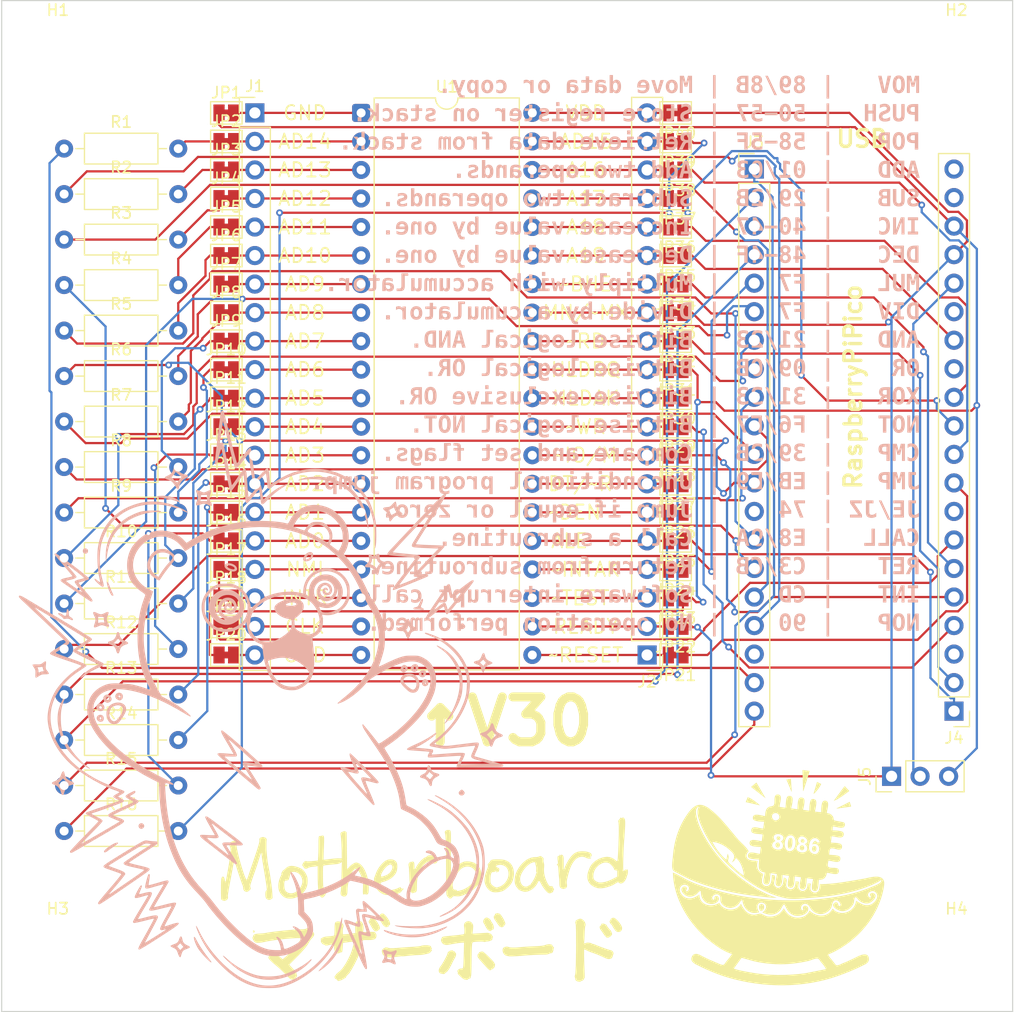
<source format=kicad_pcb>
(kicad_pcb (version 20241229) (generator "pcbnew") (generator_version "9.0")
  (layers (0 "F.Cu" signal) (2 "B.Cu" signal) (13 "F.Paste" user) (15 "B.Paste" user) (5 "F.SilkS" user "F.Silkscreen") (7 "B.SilkS" user "B.Silkscreen") (1 "F.Mask" user) (3 "B.Mask" user) (25 "Edge.Cuts" user))
  (net 0 "")
  (net 1 "P40")
  (net 2 "P31")
  (net 3 "P30")
  (net 4 "P28")
  (net 5 "P12")
  (net 6 "P38")
  (net 7 "P32")
  (net 8 "P6")
  (net 9 "P14")
  (net 10 "P23")
  (net 11 "P2")
  (net 12 "P25")
  (net 13 "P1")
  (net 14 "P19")
  (net 15 "P16")
  (net 16 "P15")
  (net 17 "P36")
  (net 18 "P26")
  (net 19 "P34")
  (net 20 "P20")
  (net 21 "P17")
  (net 22 "P8")
  (net 23 "P27")
  (net 24 "P5")
  (net 25 "P37")
  (net 26 "P22")
  (net 27 "P7")
  (net 28 "P10")
  (net 29 "P24")
  (net 30 "P4")
  (net 31 "P39")
  (net 32 "P13")
  (net 33 "P35")
  (net 34 "P33")
  (net 35 "P29")
  (net 36 "P21")
  (net 37 "P9")
  (net 38 "P3")
  (net 39 "P18")
  (net 40 "P11")
  (net 41 "AD7")
  (net 42 "AD13")
  (net 43 "AD15")
  (net 44 "AD12")
  (net 45 "AD2")
  (net 47 "AD8")
  (net 48 "AD0")
  (net 49 "AD11")
  (net 51 "AD4")
  (net 54 "AD14")
  (net 55 "AD6")
  (net 56 "AD3")
  (net 57 "AD9")
  (net 58 "AD10")
  (net 59 "AD1")
  (net 60 "AD5")
  (net 62 "~BHE")
  (net 63 "~WR")
  (net 64 "CLK")
  (net 65 "ALE")
  (net 66 "~RD")
  (net 68 "VCC")
  (net 69 "A18")
  (net 70 "A17")
  (net 72 "A19")
  (net 73 "A16")
  (net 75 "GP24")
  (net 76 "~IO{slash}M")
  (net 77 "~RESET")
  (net 80 "GND")
  (net 81 "Net-(JP2-A)")
  (net 82 "Net-(JP3-A)")
  (net 83 "Net-(JP4-A)")
  (net 84 "Net-(JP5-A)")
  (net 85 "Net-(JP6-A)")
  (net 86 "Net-(JP7-A)")
  (net 87 "Net-(JP8-A)")
  (net 88 "Net-(JP9-A)")
  (net 89 "Net-(JP10-A)")
  (net 90 "Net-(JP11-A)")
  (net 91 "Net-(JP12-A)")
  (net 92 "Net-(JP13-A)")
  (net 93 "Net-(JP14-A)")
  (net 94 "Net-(JP15-A)")
  (net 95 "Net-(JP16-A)")
  (net 100 "Net-(JP39-A)")
  (footprint "Jumper:SolderJumper-2_P1.3mm_Bridged_Pad1.0x1.5mm" (layer "F.Cu") (at 50 52.7)
    (property "Reference" "JP6")
    (property "Value" "SolderJumper_2_Bridged")
  )
  (footprint "Jumper:SolderJumper-2_P1.3mm_Bridged_Pad1.0x1.5mm" (layer "F.Cu") (at 90 67.94 180)
    (property "Reference" "JP29")
    (property "Value" "SolderJumper_2_Bridged")
  )
  (footprint "Jumper:SolderJumper-2_P1.3mm_Bridged_Pad1.0x1.5mm" (layer "F.Cu") (at 50 60.32)
    (property "Reference" "JP9")
    (property "Value" "SolderJumper_2_Bridged")
  )
  (footprint "Jumper:SolderJumper-2_P1.3mm_Bridged_Pad1.0x1.5mm" (layer "F.Cu") (at 90 50.16 180)
    (property "Reference" "JP36")
    (property "Value" "SolderJumper_2_Bridged")
  )
  (footprint "MountingHole:MountingHole_3.2mm_M3" (layer "F.Cu") (at 35 115)
    (property "Reference" "H3")
    (property "Value" "MountingHole")
  )
  (footprint "Package_DIP:DIP-40_W15.24mm" (layer "F.Cu") (at 62 40)
    (property "Reference" "U1")
    (property "Value" "8086_Min_Mode")
  )
  (footprint "Resistor_THT:R_Axial_DIN0207_L6.3mm_D2.5mm_P10.16mm_Horizontal" (layer "F.Cu") (at 35.56 91.78)
    (property "Reference" "R13")
    (property "Value" "R_US")
  )
  (footprint "Connector_PinHeader_2.54mm:PinHeader_1x20_P2.54mm_Vertical" (layer "F.Cu") (at 52.54 40)
    (property "Reference" "J1")
    (property "Value" "Conn_01x20_Pin")
  )
  (footprint "Resistor_THT:R_Axial_DIN0207_L6.3mm_D2.5mm_P10.16mm_Horizontal" (layer "F.Cu") (at 35.56 71.53)
    (property "Reference" "R8")
    (property "Value" "R_US")
  )
  (footprint "Jumper:SolderJumper-2_P1.3mm_Bridged_Pad1.0x1.5mm" (layer "F.Cu") (at 90 42.54 180)
    (property "Reference" "JP39")
    (property "Value" "SolderJumper_2_Bridged")
  )
  (footprint "Jumper:SolderJumper-2_P1.3mm_Bridged_Pad1.0x1.5mm" (layer "F.Cu") (at 90 55.24 180)
    (property "Reference" "JP34")
    (property "Value" "SolderJumper_2_Bridged")
  )
  (footprint "Resistor_THT:R_Axial_DIN0207_L6.3mm_D2.5mm_P10.16mm_Horizontal" (layer "F.Cu") (at 35.56 55.33)
    (property "Reference" "R4")
    (property "Value" "R_US")
  )
  (footprint "Connector_PinHeader_2.54mm:PinHeader_1x20_P2.54mm_Vertical" (layer "F.Cu") (at 114.78 93.26 180)
    (property "Reference" "J4")
    (property "Value" "Conn_01x20_Pin")
  )
  (footprint "Jumper:SolderJumper-2_P1.3mm_Bridged_Pad1.0x1.5mm" (layer "F.Cu") (at 50 75.56)
    (property "Reference" "JP15")
    (property "Value" "SolderJumper_2_Bridged")
  )
  (footprint "Jumper:SolderJumper-2_P1.3mm_Bridged_Pad1.0x1.5mm" (layer "F.Cu") (at 90 62.86 180)
    (property "Reference" "JP31")
    (property "Value" "SolderJumper_2_Bridged")
  )
  (footprint "Connector_PinHeader_2.54mm:PinHeader_1x20_P2.54mm_Vertical" (layer "F.Cu") (at 87.46 88.26 180)
    (property "Reference" "J2")
    (property "Value" "Conn_01x20_Pin")
  )
  (footprint "Resistor_THT:R_Axial_DIN0207_L6.3mm_D2.5mm_P10.16mm_Horizontal" (layer "F.Cu") (at 35.56 47.23)
    (property "Reference" "R2")
    (property "Value" "R_US")
  )
  (footprint "Jumper:SolderJumper-2_P1.3mm_Bridged_Pad1.0x1.5mm" (layer "F.Cu") (at 50 42.54)
    (property "Reference" "JP2")
    (property "Value" "SolderJumper_2_Bridged")
  )
  (footprint "Resistor_THT:R_Axial_DIN0207_L6.3mm_D2.5mm_P10.16mm_Horizontal" (layer "F.Cu") (at 35.56 67.48)
    (property "Reference" "R7")
    (property "Value" "R_US")
  )
  (footprint "Jumper:SolderJumper-2_P1.3mm_Bridged_Pad1.0x1.5mm" (layer "F.Cu") (at 50 80.64)
    (property "Reference" "JP17")
    (property "Value" "SolderJumper_2_Bridged")
  )
  (footprint "Jumper:SolderJumper-2_P1.3mm_Bridged_Pad1.0x1.5mm" (layer "F.Cu") (at 50 50.16)
    (property "Reference" "JP5")
    (property "Value" "SolderJumper_2_Bridged")
  )
  (footprint "Resistor_THT:R_Axial_DIN0207_L6.3mm_D2.5mm_P10.16mm_Horizontal" (layer "F.Cu") (at 35.56 103.93)
    (property "Reference" "R16")
    (property "Value" "R_US")
  )
  (footprint "Jumper:SolderJumper-2_P1.3mm_Bridged_Pad1.0x1.5mm" (layer "F.Cu") (at 90 45.08 180)
    (property "Reference" "JP38")
    (property "Value" "SolderJumper_2_Bridged")
  )
  (footprint "Resistor_THT:R_Axial_DIN0207_L6.3mm_D2.5mm_P10.16mm_Horizontal" (layer "F.Cu") (at 35.56 99.88)
    (property "Reference" "R15")
    (property "Value" "R_US")
  )
  (footprint "Jumper:SolderJumper-2_P1.3mm_Bridged_Pad1.0x1.5mm" (layer "F.Cu") (at 50 70.48)
    (property "Reference" "JP13")
    (property "Value" "SolderJumper_2_Bridged")
  )
  (footprint "Jumper:SolderJumper-2_P1.3mm_Bridged_Pad1.0x1.5mm" (layer "F.Cu") (at 50 73.02)
    (property "Reference" "JP14")
    (property "Value" "SolderJumper_2_Bridged")
  )
  (footprint "Resistor_THT:R_Axial_DIN0207_L6.3mm_D2.5mm_P10.16mm_Horizontal" (layer "F.Cu") (at 35.56 83.68)
    (property "Reference" "R11")
    (property "Value" "R_US")
  )
  (footprint "Jumper:SolderJumper-2_P1.3mm_Bridged_Pad1.0x1.5mm" (layer "F.Cu") (at 90 78.1 180)
    (property "Reference" "JP25")
    (property "Value" "SolderJumper_2_Bridged")
  )
  (footprint "Jumper:SolderJumper-2_P1.3mm_Bridged_Pad1.0x1.5mm" (layer "F.Cu") (at 90 57.78 180)
    (property "Reference" "JP33")
    (property "Value" "SolderJumper_2_Bridged")
  )
  (footprint "Jumper:SolderJumper-2_P1.3mm_Bridged_Pad1.0x1.5mm" (layer "F.Cu") (at 90 52.7 180)
    (property "Reference" "JP35")
    (property "Value" "SolderJumper_2_Bridged")
  )
  (footprint "Jumper:SolderJumper-2_P1.3mm_Bridged_Pad1.0x1.5mm" (layer "F.Cu") (at 90 83.18 180)
    (property "Reference" "JP23")
    (property "Value" "SolderJumper_2_Bridged")
  )
  (footprint "Jumper:SolderJumper-2_P1.3mm_Bridged_Pad1.0x1.5mm" (layer "F.Cu") (at 50 65.4)
    (property "Reference" "JP11")
    (property "Value" "SolderJumper_2_Bridged")
  )
  (footprint "Jumper:SolderJumper-2_P1.3mm_Bridged_Pad1.0x1.5mm" (layer "F.Cu") (at 50 62.86)
    (property "Reference" "JP10")
    (property "Value" "SolderJumper_2_Bridged")
  )
  (footprint "Jumper:SolderJumper-2_P1.3mm_Bridged_Pad1.0x1.5mm" (layer "F.Cu") (at 50 45.08)
    (property "Reference" "JP3")
    (property "Value" "SolderJumper_2_Bridged")
  )
  (footprint "Jumper:SolderJumper-2_P1.3mm_Bridged_Pad1.0x1.5mm" (layer "F.Cu") (at 50 78.1)
    (property "Reference" "JP16")
    (property "Value" "SolderJumper_2_Bridged")
  )
  (footprint "Jumper:SolderJumper-2_P1.3mm_Bridged_Pad1.0x1.5mm" (layer "F.Cu") (at 90 75.56 180)
    (property "Reference" "JP26")
    (property "Value" "SolderJumper_2_Bridged")
  )
  (footprint "Jumper:SolderJumper-2_P1.3mm_Bridged_Pad1.0x1.5mm" (layer "F.Cu") (at 90 80.64 180)
    (property "Reference" "JP24")
    (property "Value" "SolderJumper_2_Bridged")
  )
  (footprint "Jumper:SolderJumper-2_P1.3mm_Bridged_Pad1.0x1.5mm" (layer "F.Cu") (at 90 88.26 180)
    (property "Reference" "JP21")
    (property "Value" "SolderJumper_2_Bridged")
  )
  (footprint "Jumper:SolderJumper-2_P1.3mm_Bridged_Pad1.0x1.5mm" (layer "F.Cu") (at 90 40 180)
    (property "Reference" "JP40")
    (property "Value" "SolderJumper_2_Bridged")
  )
  (footprint "Jumper:SolderJumper-2_P1.3mm_Bridged_Pad1.0x1.5mm" (layer "F.Cu") (at 50 85.72)
    (property "Reference" "JP19")
    (property "Value" "SolderJumper_2_Bridged")
  )
  (footprint "Jumper:SolderJumper-2_P1.3mm_Bridged_Pad1.0x1.5mm" (layer "F.Cu") (at 90 70.48 180)
    (property "Reference" "JP28")
    (property "Value" "SolderJumper_2_Bridged")
  )
  (footprint "Jumper:SolderJumper-2_P1.3mm_Bridged_Pad1.0x1.5mm" (layer "F.Cu") (at 90 65.4 180)
    (property "Reference" "JP30")
    (property "Value" "SolderJumper_2_Bridged")
  )
  (footprint "MountingHole:MountingHole_3.2mm_M3" (layer "F.Cu") (at 115 35)
    (property "Reference" "H2")
    (property "Value" "MountingHole")
  )
  (footprint "Jumper:SolderJumper-2_P1.3mm_Bridged_Pad1.0x1.5mm" (layer "F.Cu") (at 90 73.02 180)
    (property "Reference" "JP27")
    (property "Value" "SolderJumper_2_Bridged")
  )
  (footprint "Connector_PinHeader_2.54mm:PinHeader_1x20_P2.54mm_Vertical" (layer "F.Cu") (at 97 45)
    (property "Reference" "J3")
    (property "Value" "Conn_01x20_Pin")
  )
  (footprint "Resistor_THT:R_Axial_DIN0207_L6.3mm_D2.5mm_P10.16mm_Horizontal" (layer "F.Cu") (at 35.56 43.18)
    (property "Reference" "R1")
    (property "Value" "R_US")
  )
  (footprint "Jumper:SolderJumper-2_P1.3mm_Bridged_Pad1.0x1.5mm" (layer "F.Cu") (at 50 57.78)
    (property "Reference" "JP8")
    (property "Value" "SolderJumper_2_Bridged")
  )
  (footprint "Resistor_THT:R_Axial_DIN0207_L6.3mm_D2.5mm_P10.16mm_Horizontal" (layer "F.Cu") (at 35.56 75.58)
    (property "Reference" "R9")
    (property "Value" "R_US")
  )
  (footprint "Jumper:SolderJumper-2_P1.3mm_Bridged_Pad1.0x1.5mm" (layer "F.Cu") (at 50 40)
    (property "Reference" "JP1")
    (property "Value" "SolderJumper_2_Bridged")
  )
  (footprint "Resistor_THT:R_Axial_DIN0207_L6.3mm_D2.5mm_P10.16mm_Horizontal" (layer "F.Cu") (at 35.56 63.43)
    (property "Reference" "R6")
    (property "Value" "R_US")
  )
  (footprint "Resistor_THT:R_Axial_DIN0207_L6.3mm_D2.5mm_P10.16mm_Horizontal" (layer "F.Cu") (at 35.56 51.28)
    (property "Reference" "R3")
    (property "Value" "R_US")
  )
  (footprint "Jumper:SolderJumper-2_P1.3mm_Bridged_Pad1.0x1.5mm" (layer "F.Cu") (at 50 47.62)
    (property "Reference" "JP4")
    (property "Value" "SolderJumper_2_Bridged")
  )
  (footprint "Connector_PinHeader_2.54mm:PinHeader_1x03_P2.54mm_Vertical" (layer "F.Cu") (at 109.22 99.06 90)
    (property "Reference" "J5")
    (property "Value" "Conn_01x03_Pin")
  )
  (footprint "Resistor_THT:R_Axial_DIN0207_L6.3mm_D2.5mm_P10.16mm_Horizontal" (layer "F.Cu") (at 35.56 87.73)
    (property "Reference" "R12")
    (property "Value" "R_US")
  )
  (footprint "Resistor_THT:R_Axial_DIN0207_L6.3mm_D2.5mm_P10.16mm_Horizontal" (layer "F.Cu") (at 35.56 95.83)
    (property "Reference" "R14")
    (property "Value" "R_US")
  )
  (footprint "Resistor_THT:R_Axial_DIN0207_L6.3mm_D2.5mm_P10.16mm_Horizontal" (layer "F.Cu") (at 35.56 79.63)
    (property "Reference" "R10")
    (property "Value" "R_US")
  )
  (footprint "Resistor_THT:R_Axial_DIN0207_L6.3mm_D2.5mm_P10.16mm_Horizontal" (layer "F.Cu") (at 35.56 59.38)
    (property "Reference" "R5")
    (property "Value" "R_US")
  )
  (footprint "Jumper:SolderJumper-2_P1.3mm_Bridged_Pad1.0x1.5mm" (layer "F.Cu") (at 50 55.24)
    (property "Reference" "JP7")
    (property "Value" "SolderJumper_2_Bridged")
  )
  (footprint "MountingHole:MountingHole_3.2mm_M3" (layer "F.Cu") (at 35 35)
    (property "Reference" "H1")
    (property "Value" "MountingHole")
  )
  (footprint "Jumper:SolderJumper-2_P1.3mm_Bridged_Pad1.0x1.5mm" (layer "F.Cu") (at 90 47.62 180)
    (property "Reference" "JP37")
    (property "Value" "SolderJumper_2_Bridged")
  )
  (footprint "Jumper:SolderJumper-2_P1.3mm_Bridged_Pad1.0x1.5mm" (layer "F.Cu") (at 90 85.72 180)
    (property "Reference" "JP22")
    (property "Value" "SolderJumper_2_Bridged")
  )
  (footprint "MountingHole:MountingHole_3.2mm_M3" (layer "F.Cu") (at 115 115)
    (property "Reference" "H4")
    (property "Value" "MountingHole")
  )
  (footprint "Jumper:SolderJumper-2_P1.3mm_Bridged_Pad1.0x1.5mm" (layer "F.Cu") (at 50 83.18)
    (property "Reference" "JP18")
    (property "Value" "SolderJumper_2_Bridged")
  )
  (footprint "Jumper:SolderJumper-2_P1.3mm_Bridged_Pad1.0x1.5mm" (layer "F.Cu") (at 90 60.32 180)
    (property "Reference" "JP32")
    (property "Value" "SolderJumper_2_Bridged")
  )
  (footprint "Jumper:SolderJumper-2_P1.3mm_Bridged_Pad1.0x1.5mm" (layer "F.Cu") (at 50 88.26)
    (property "Reference" "JP20")
    (property "Value" "SolderJumper_2_Bridged")
  )
  (footprint "Jumper:SolderJumper-2_P1.3mm_Bridged_Pad1.0x1.5mm" (layer "F.Cu") (at 50 67.94)
    (property "Reference" "JP12")
    (property "Value" "SolderJumper_2_Bridged")
  )
  (gr_poly (pts (xy 77.973935 106.15884) (xy 77.980553 106.159745) (xy 77.987197 106.16112) (xy 77.993908 106.162972) (xy 78.000732 106.165308) (xy 78.007711 106.168136) (xy 78.014889 106.171463) (xy 78.02231 106.175298) (xy 78.030017 106.179646) (xy 78.038054 106.184517) (xy 78.055291 106.195853) (xy 78.07437 106.209366) (xy 78.095639 106.225117) (xy 78.119446 106.243164) (xy 78.141291 106.260055) (xy 78.160685 106.275625) (xy 78.177735 106.290093) (xy 78.192552 106.303678) (xy 78.205244 106.3166) (xy 78.210826 106.322881) (xy 78.215918 106.329078) (xy 78.220534 106.335219) (xy 78.224685 106.341331) (xy 78.228387 106.347442) (xy 78.231652 106.353578) (xy 78.234495 106.359768) (xy 78.236929 106.366039) (xy 78.238967 106.372418) (xy 78.240623 106.378932) (xy 78.24191 106.38561) (xy 78.242843 106.392478) (xy 78.243435 106.399564) (xy 78.243699 106.406895) (xy 78.243648 106.414498) (xy 78.243298 106.422402) (xy 78.241749 106.439219) (xy 78.239161 106.457564) (xy 78.235643 106.477658) (xy 78.233471 106.491463) (xy 78.231884 106.506464) (xy 78.230867 106.522514) (xy 78.230407 106.539468) (xy 78.230488 106.557183) (xy 78.231098 106.575512) (xy 78.232221 106.59431) (xy 78.233844 106.613433) (xy 78.235953 106.632735) (xy 78.238534 106.652071) (xy 78.241572 106.671296) (xy 78.245054 106.690265) (xy 78.248965 106.708833) (xy 78.253292 106.726855) (xy 78.258019 106.744185) (xy 78.263134 106.760679) (xy 78.269053 106.779871) (xy 78.274418 106.799979) (xy 78.279228 106.820962) (xy 78.283477 106.842777) (xy 78.287165 106.865382) (xy 78.290288 106.888736) (xy 78.292843 106.912796) (xy 78.294828 106.937521) (xy 78.296239 106.962868) (xy 78.297074 106.988797) (xy 78.297329 107.015264) (xy 78.297003 107.042228) (xy 78.296091 107.069648) (xy 78.294592 107.09748) (xy 78.292502 107.125684) (xy 78.289819 107.154217) (xy 78.281464 107.253428) (xy 78.277167 107.351197) (xy 78.27693 107.447537) (xy 78.280754 107.542461) (xy 78.284189 107.589397) (xy 78.28864 107.635984) (xy 78.294106 107.682224) (xy 78.300587 107.728118) (xy 78.308085 107.773669) (xy 78.316599 107.818879) (xy 78.326128 107.863748) (xy 78.336674 107.908278) (xy 78.362742 108.005434) (xy 78.392052 108.101417) (xy 78.424115 108.195367) (xy 78.458439 108.286426) (xy 78.494534 108.373731) (xy 78.531911 108.456425) (xy 78.570078 108.533646) (xy 78.608545 108.604535) (xy 78.646821 108.668231) (xy 78.684417 108.723874) (xy 78.720841 108.770605) (xy 78.755604 108.807564) (xy 78.788215 108.833889) (xy 78.80356 108.842796) (xy 78.818183 108.848723) (xy 78.832023 108.851561) (xy 78.845019 108.851203) (xy 78.857109 108.847542) (xy 78.868231 108.840471) (xy 78.875072 108.835015) (xy 78.881574 108.830295) (xy 78.887754 108.826313) (xy 78.89073 108.824598) (xy 78.893633 108.823067) (xy 78.896465 108.82172) (xy 78.899229 108.820558) (xy 78.901927 108.819581) (xy 78.904561 108.818788) (xy 78.907133 108.818179) (xy 78.909647 108.817755) (xy 78.912105 108.817515) (xy 78.914508 108.81746) (xy 78.916859 108.81759) (xy 78.919161 108.817904) (xy 78.921416 108.818403) (xy 78.923626 108.819087) (xy 78.925794 108.819955) (xy 78.927922 108.821009) (xy 78.930013 108.822247) (xy 78.932068 108.82367) (xy 78.934091 108.825277) (xy 78.936083 108.82707) (xy 78.938046 108.829048) (xy 78.939985 108.831211) (xy 78.941899 108.833559) (xy 78.943793 108.836092) (xy 78.947527 108.841713) (xy 78.949004 108.843957) (xy 78.950605 108.846118) (xy 78.952327 108.848193) (xy 78.954162 108.850182) (xy 78.956107 108.852082) (xy 78.958156 108.853893) (xy 78.960303 108.855613) (xy 78.962543 108.857241) (xy 78.964871 108.858775) (xy 78.967282 108.860213) (xy 78.969769 108.861554) (xy 78.972329 108.862797) (xy 78.974955 108.86394) (xy 78.977643 108.864982) (xy 78.980386 108.865921) (xy 78.98318 108.866756) (xy 78.986019 108.867485) (xy 78.988899 108.868107) (xy 78.991813 108.86862) (xy 78.994756 108.869023) (xy 78.997724 108.869314) (xy 79.00071 108.869492) (xy 79.00371 108.869556) (xy 79.006718 108.869503) (xy 79.009729 108.869333) (xy 79.012737 108.869044) (xy 79.015738 108.868635) (xy 79.018725 108.868103) (xy 79.021694 108.867448) (xy 79.024639 108.866668) (xy 79.027555 108.865762) (xy 79.030437 108.864728) (xy 79.033968 108.863462) (xy 79.037376 108.862422) (xy 79.040661 108.86161) (xy 79.043825 108.861026) (xy 79.046868 108.860671) (xy 79.049791 108.860547) (xy 79.052594 108.860654) (xy 79.055279 108.860993) (xy 79.057845 108.861565) (xy 79.060295 108.862372) (xy 79.062627 108.863413) (xy 79.064844 108.864691) (xy 79.066946 108.866207) (xy 79.068933 108.86796) (xy 79.070806 108.869953) (xy 79.072567 108.872186) (xy 79.074215 108.87466) (xy 79.075752 108.877377) (xy 79.077177 108.880337) (xy 79.078493 108.883541) (xy 79.079699 108.88699) (xy 79.080797 108.890685) (xy 79.081787 108.894627) (xy 79.082669 108.898818) (xy 79.083445 108.903258) (xy 79.084115 108.907948) (xy 79.08468 108.912889) (xy 79.085141 108.918083) (xy 79.085498 108.923529) (xy 79.085752 108.92923) (xy 79.085955 108.941398) (xy 79.086161 108.951378) (xy 79.086765 108.961079) (xy 79.087747 108.970449) (xy 79.089087 108.979439) (xy 79.090763 108.987998) (xy 79.092757 108.996077) (xy 79.095047 109.003625) (xy 79.097613 109.010591) (xy 79.100435 109.016926) (xy 79.103492 109.02258) (xy 79.106765 109.027501) (xy 79.110232 109.03164) (xy 79.113873 109.034947) (xy 79.115753 109.036273) (xy 79.117669 109.037372) (xy 79.119618 109.038237) (xy 79.121598 109.038863) (xy 79.123607 109.039243) (xy 79.125641 109.039371) (xy 79.13036 109.039793) (xy 79.134772 109.041028) (xy 79.138876 109.043026) (xy 79.142673 109.045742) (xy 79.146164 109.049126) (xy 79.149347 109.053131) (xy 79.152224 109.057708) (xy 79.154794 109.062811) (xy 79.157058 109.068391) (xy 79.159016 109.074401) (xy 79.160668 109.080792) (xy 79.162014 109.087516) (xy 79.163055 109.094527) (xy 79.16379 109.101775) (xy 79.16422 109.109213) (xy 79.164345 109.116794) (xy 79.164165 109.124468) (xy 79.163681 109.13219) (xy 79.162891 109.13991) (xy 79.161798 109.14758) (xy 79.1604 109.155154) (xy 79.158698 109.162582) (xy 79.156692 109.169818) (xy 79.154383 109.176813) (xy 79.15177 109.183519) (xy 79.148853 109.189889) (xy 79.145634 109.195875) (xy 79.142112 109.201429) (xy 79.138286 109.206502) (xy 79.134158 109.211048) (xy 79.129728 109.215017) (xy 79.124995 109.218364) (xy 79.122953 109.219682) (xy 79.120986 109.221064) (xy 79.119095 109.222506) (xy 79.117283 109.224004) (xy 79.11555 109.225555) (xy 79.113899 109.227154) (xy 79.112329 109.2288) (xy 79.110843 109.230487) (xy 79.109443 109.232213) (xy 79.108128 109.233973) (xy 79.106901 109.235765) (xy 79.105763 109.237584) (xy 79.104716 109.239428) (xy 79.10376 109.241292) (xy 79.102898 109.243172) (xy 79.10213 109.245066) (xy 79.101457 109.24697) (xy 79.100882 109.24888) (xy 79.100406 109.250793) (xy 79.100029 109.252704) (xy 79.099754 109.254611) (xy 79.099581 109.256509) (xy 79.099512 109.258396) (xy 79.099549 109.260268) (xy 79.099692 109.26212) (xy 79.099943 109.26395) (xy 79.100304 109.265754) (xy 79.100776 109.267528) (xy 79.101359 109.269269) (xy 79.102056 109.270973) (xy 79.102868 109.272637) (xy 79.103796 109.274257) (xy 79.106669 109.280313) (xy 79.108113 109.286782) (xy 79.108189 109.293624) (xy 79.106959 109.300799) (xy 79.104484 109.308267) (xy 79.100826 109.315989) (xy 79.096046 109.323925) (xy 79.090205 109.332036) (xy 79.083365 109.340281) (xy 79.075588 109.348622) (xy 79.066934 109.357018) (xy 79.057465 109.36543) (xy 79.047243 109.373818) (xy 79.036328 109.382143) (xy 79.024783 109.390365) (xy 79.012668 109.398444) (xy 78.986977 109.414015) (xy 78.959745 109.428539) (xy 78.931464 109.441699) (xy 78.917083 109.447668) (xy 78.902624 109.453177) (xy 78.888149 109.458187) (xy 78.873718 109.462657) (xy 78.859394 109.466549) (xy 78.845237 109.469821) (xy 78.831309 109.472436) (xy 78.817671 109.474353) (xy 78.804385 109.475532) (xy 78.791512 109.475934) (xy 78.770559 109.475464) (xy 78.750747 109.473916) (xy 78.741175 109.472672) (xy 78.731774 109.471081) (xy 78.722507 109.469116) (xy 78.713337 109.466751) (xy 78.704225 109.46396) (xy 78.695134 109.460717) (xy 78.686026 109.456995) (xy 78.676864 109.45277) (xy 78.667609 109.448014) (xy 78.658223 109.442703) (xy 78.64867 109.436808) (xy 78.638911 109.430306) (xy 78.628908 109.423169) (xy 78.618625 109.415371) (xy 78.597062 109.39769) (xy 78.573921 109.377053) (xy 78.5489 109.353254) (xy 78.521696 109.326082) (xy 78.492008 109.29533) (xy 78.459533 109.260789) (xy 78.423969 109.22225) (xy 78.399422 109.194755) (xy 78.374051 109.164991) (xy 78.321604 109.099779) (xy 78.268173 109.028847) (xy 78.2153 108.954431) (xy 78.16453 108.878766) (xy 78.117405 108.804087) (xy 78.07547 108.732629) (xy 78.05693 108.698806) (xy 78.040267 108.666626) (xy 78.008937 108.606003) (xy 77.977875 108.549509) (xy 77.947894 108.498374) (xy 77.919802 108.453832) (xy 77.894413 108.417113) (xy 77.882985 108.402073) (xy 77.872537 108.389451) (xy 77.863169 108.379401) (xy 77.854984 108.372078) (xy 77.848082 108.367634) (xy 77.845145 108.366541) (xy 77.842566 108.366225) (xy 77.840063 108.366555) (xy 77.83735 108.367378) (xy 77.834436 108.36868) (xy 77.83133 108.370451) (xy 77.828041 108.372676) (xy 77.824578 108.375345) (xy 77.820951 108.378444) (xy 77.817167 108.381962) (xy 77.809167 108.390201) (xy 77.80065 108.399965) (xy 77.791687 108.411154) (xy 77.782352 108.423668) (xy 77.772714 108.437408) (xy 77.762846 108.452276) (xy 77.75282 108.468173) (xy 77.742707 108.484998) (xy 77.732578 108.502653) (xy 77.722506 108.521039) (xy 77.712562 108.540057) (xy 77.702817 108.559607) (xy 77.681462 108.601482) (xy 77.658459 108.642738) (xy 77.633882 108.683325) (xy 77.607806 108.723191) (xy 77.551456 108.800555) (xy 77.490005 108.874419) (xy 77.42405 108.944374) (xy 77.354187 109.010007) (xy 77.281013 109.070909) (xy 77.205125 109.126668) (xy 77.127119 109.176874) (xy 77.047591 109.221116) (xy 76.967138 109.258983) (xy 76.926751 109.275398) (xy 76.886357 109.290065) (xy 76.846029 109.302933) (xy 76.805844 109.31395) (xy 76.765874 109.323065) (xy 76.726196 109.330228) (xy 76.686882 109.335385) (xy 76.648009 109.338487) (xy 76.60965 109.339482) (xy 76.57188 109.338318) (xy 76.533677 109.334697) (xy 76.492795 109.328424) (xy 76.449849 109.319746) (xy 76.405456 109.308913) (xy 76.36023 109.296172) (xy 76.314787 109.281772) (xy 76.269743 109.265961) (xy 76.225713 109.248987) (xy 76.183312 109.231098) (xy 76.143156 109.212544) (xy 76.105861 109.193571) (xy 76.072042 109.174429) (xy 76.042314 109.155364) (xy 76.017294 109.136627) (xy 75.997595 109.118465) (xy 75.989934 109.109677) (xy 75.983835 109.101126) (xy 75.97652 109.090356) (xy 75.965782 109.075764) (xy 75.952137 109.057995) (xy 75.936099 109.037692) (xy 75.918183 109.0155) (xy 75.898904 108.992063) (xy 75.878777 108.968026) (xy 75.858316 108.944033) (xy 75.834595 108.914685) (xy 75.812428 108.883592) (xy 75.791815 108.850827) (xy 75.772755 108.816463) (xy 75.755248 108.78057) (xy 75.739292 108.743223) (xy 75.724889 108.704493) (xy 75.712036 108.664453) (xy 75.690984 108.580731) (xy 75.67613 108.492636) (xy 75.667472 108.400748) (xy 75.665005 108.305645) (xy 75.668283 108.219568) (xy 76.156909 108.219568) (xy 76.158809 108.271814) (xy 76.163428 108.322644) (xy 76.170659 108.371957) (xy 76.180394 108.419648) (xy 76.192527 108.465615) (xy 76.20695 108.509755) (xy 76.223555 108.551963) (xy 76.242237 108.592137) (xy 76.262888 108.630175) (xy 76.2854 108.665971) (xy 76.309666 108.699424) (xy 76.33558 108.73043) (xy 76.363033 108.758885) (xy 76.391919 108.784688) (xy 76.422131 108.807733) (xy 76.453562 108.827919) (xy 76.486103 108.845142) (xy 76.519649 108.859298) (xy 76.554091 108.870285) (xy 76.589323 108.877999) (xy 76.625238 108.882337) (xy 76.661727 108.883196) (xy 76.698685 108.880473) (xy 76.736004 108.874064) (xy 76.773577 108.863866) (xy 76.811296 108.849776) (xy 76.849055 108.831691) (xy 76.886746 108.809507) (xy 76.924262 108.783122) (xy 76.924262 108.783121) (xy 76.924263 108.783121) (xy 76.924263 108.78312) (xy 76.924264 108.78312) (xy 76.937415 108.773316) (xy 76.950448 108.764038) (xy 76.963287 108.755325) (xy 76.975852 108.747213) (xy 76.988065 108.73974) (xy 76.999849 108.732943) (xy 77.011124 108.726859) (xy 77.021814 108.721526) (xy 77.031838 108.716981) (xy 77.041121 108.713261) (xy 77.049582 108.710403) (xy 77.057144 108.708445) (xy 77.063729 108.707425) (xy 77.069258 108.707378) (xy 77.071602 108.707732) (xy 77.073654 108.708344) (xy 77.075402 108.709218) (xy 77.076837 108.710358) (xy 77.078105 108.711556) (xy 77.079358 108.7126) (xy 77.080592 108.713491) (xy 77.081808 108.714233) (xy 77.083002 108.714825) (xy 77.084174 108.715271) (xy 77.085322 108.715572) (xy 77.086444 108.71573) (xy 77.08754 108.715746) (xy 77.088606 108.715624) (xy 77.089642 108.715364) (xy 77.090646 108.714968) (xy 77.091617 108.714439) (xy 77.092552 108.713778) (xy 77.093451 108.712986) (xy 77.094312 108.712067) (xy 77.095132 108.711021) (xy 77.095911 108.709851) (xy 77.096647 108.708558) (xy 77.097339 108.707144) (xy 77.097984 108.705611) (xy 77.098582 108.703962) (xy 77.09913 108.702197) (xy 77.099627 108.700319) (xy 77.100072 108.698329) (xy 77.100462 108.696229) (xy 77.100797 108.694022) (xy 77.101074 108.691709) (xy 77.101293 108.689292) (xy 77.101451 108.686772) (xy 77.101547 108.684153) (xy 77.101579 108.681434) (xy 77.101678 108.678576) (xy 77.101971 108.675542) (xy 77.103122 108.668982) (xy 77.104993 108.661822) (xy 77.107545 108.654132) (xy 77.11074 108.645981) (xy 77.114538 108.637441) (xy 77.118901 108.628578) (xy 77.12379 108.619465) (xy 77.129167 108.610169) (xy 77.134992 108.60076) (xy 77.141227 108.591308) (xy 77.147833 108.581883) (xy 77.154771 108.572553) (xy 77.162003 108.563389) (xy 77.16949 108.55446) (xy 77.177193 108.545836) (xy 77.200914 108.517801) (xy 77.226753 108.483083) (xy 77.254252 108.442582) (xy 77.282957 108.397196) (xy 77.31241 108.347826) (xy 77.342158 108.295372) (xy 77.400709 108.184809) (xy 77.454965 108.072706) (xy 77.479342 108.018326) (xy 77.501277 107.96626) (xy 77.520315 107.917409) (xy 77.536 107.872672) (xy 77.547875 107.832948) (xy 77.555486 107.799137) (xy 77.558376 107.783973) (xy 77.561673 107.769228) (xy 77.565336 107.754979) (xy 77.56933 107.741302) (xy 77.573616 107.728274) (xy 77.578157 107.715971) (xy 77.582914 107.70447) (xy 77.58785 107.693849) (xy 77.592927 107.684182) (xy 77.598108 107.675548) (xy 77.603353 107.668022) (xy 77.608626 107.661681) (xy 77.613889 107.656602) (xy 77.619104 107.652861) (xy 77.621682 107.651517) (xy 77.624233 107.650535) (xy 77.626754 107.649927) (xy 77.629239 107.649701) (xy 77.632135 107.64963) (xy 77.634829 107.649492) (xy 77.637322 107.649288) (xy 77.639614 107.649017) (xy 77.641704 107.648679) (xy 77.643593 107.648275) (xy 77.645281 107.647803) (xy 77.646767 107.647265) (xy 77.648051 107.64666) (xy 77.649135 107.645989) (xy 77.650016 107.64525) (xy 77.650697 107.644445) (xy 77.651176 107.643572) (xy 77.651453 107.642633) (xy 77.651529 107.641626) (xy 77.651403 107.640552) (xy 77.651076 107.639412) (xy 77.650548 107.638204) (xy 77.649818 107.636929) (xy 77.648886 107.635586) (xy 77.647753 107.634177) (xy 77.646418 107.6327) (xy 77.644882 107.631156) (xy 77.643144 107.629544) (xy 77.641205 107.627865) (xy 77.639064 107.626119) (xy 77.636722 107.624305) (xy 77.634178 107.622424) (xy 77.628485 107.618458) (xy 77.621985 107.614222) (xy 77.618291 107.611705) (xy 77.614779 107.608942) (xy 77.611447 107.605924) (xy 77.608294 107.602642) (xy 77.605318 107.599087) (xy 77.60252 107.595249) (xy 77.599897 107.591121) (xy 77.597447 107.586692) (xy 77.595171 107.581954) (xy 77.593066 107.576898) (xy 77.591131 107.571514) (xy 77.589366 107.565794) (xy 77.587768 107.559729) (xy 77.586337 107.553308) (xy 77.585071 107.546524) (xy 77.583969 107.539368) (xy 77.58303 107.531829) (xy 77.582252 107.5239) (xy 77.581635 107.515571) (xy 77.581176 107.506833) (xy 77.580731 107.488094) (xy 77.580907 107.467611) (xy 77.581693 107.44531) (xy 77.58308 107.42112) (xy 77.585058 107.394969) (xy 77.587617 107.366783) (xy 77.58973 107.342036) (xy 77.591256 107.31733) (xy 77.592202 107.292734) (xy 77.592573 107.26832) (xy 77.592377 107.244158) (xy 77.591621 107.22032) (xy 77.59031 107.196876) (xy 77.588453 107.173898) (xy 77.586054 107.151455) (xy 77.583122 107.129618) (xy 77.579662 107.10846) (xy 77.575681 107.088049) (xy 77.571187 107.068458) (xy 77.566185 107.049757) (xy 77.560682 107.032017) (xy 77.554685 107.015308) (xy 77.549267 107.000747) (xy 77.544089 106.985786) (xy 77.534543 106.955113) (xy 77.526234 106.924184) (xy 77.519344 106.893896) (xy 77.514059 106.865142) (xy 77.512076 106.851621) (xy 77.510564 106.83882) (xy 77.509545 106.82685) (xy 77.509043 106.815823) (xy 77.50908 106.805851) (xy 77.50968 106.797047) (xy 77.510418 106.786064) (xy 77.510179 106.775784) (xy 77.508979 106.766208) (xy 77.506831 106.757335) (xy 77.503752 106.749166) (xy 77.499754 106.741701) (xy 77.494854 106.734939) (xy 77.489067 106.728881) (xy 77.482406 106.723528) (xy 77.474887 106.718878) (xy 77.466524 106.714932) (xy 77.457333 106.711691) (xy 77.447328 106.709154) (xy 77.436524 106.707321) (xy 77.424936 106.706192) (xy 77.412578 106.705769) (xy 77.399465 106.70605) (xy 77.385613 106.707035) (xy 77.371035 106.708725) (xy 77.355748 106.71112) (xy 77.339764 106.714221) (xy 77.3231 106.718026) (xy 77.305771 106.722536) (xy 77.28779 106.727751) (xy 77.269173 106.733672) (xy 77.249934 106.740298) (xy 77.230089 106.74763) (xy 77.209651 106.755667) (xy 77.188637 106.76441) (xy 77.16706 106.773858) (xy 77.144936 106.784012) (xy 77.122279 106.794872) (xy 77.083522 106.814988) (xy 77.044463 106.837511) (xy 76.965789 106.889312) (xy 76.886961 106.949345) (xy 76.808683 107.016679) (xy 76.731659 107.090384) (xy 76.656594 107.169527) (xy 76.584192 107.25318) (xy 76.515157 107.340411) (xy 76.450194 107.430289) (xy 76.390005 107.521883) (xy 76.335297 107.614263) (xy 76.286772 107.706499) (xy 76.245135 107.797658) (xy 76.211091 107.886812) (xy 76.197135 107.930345) (xy 76.185342 107.973028) (xy 76.1758 108.014744) (xy 76.168595 108.055376) (xy 76.161695 108.111246) (xy 76.157835 108.166012) (xy 76.156909 108.219568) (xy 75.668283 108.219568) (xy 75.668727 108.207906) (xy 75.678633 108.108111) (xy 75.694719 108.006839) (xy 75.716981 107.904668) (xy 75.745417 107.802179) (xy 75.780022 107.699948) (xy 75.820791 107.598557) (xy 75.867723 107.498583) (xy 75.942703 107.358848) (xy 76.022947 107.225966) (xy 76.10806 107.100242) (xy 76.19765 106.981979) (xy 76.291323 106.871482) (xy 76.388684 106.769053) (xy 76.489342 106.674998) (xy 76.592901 106.589618) (xy 76.698969 106.513219) (xy 76.807151 106.446104) (xy 76.917054 106.388577) (xy 77.028285 106.340941) (xy 77.084275 106.320928) (xy 77.14045 106.303501) (xy 77.196759 106.288699) (xy 77.253155 106.276559) (xy 77.309587 106.267121) (xy 77.366007 106.260421) (xy 77.422365 106.256497) (xy 77.478612 106.255389) (xy 77.503643 106.255213) (xy 77.52928 106.254432) (xy 77.581632 106.251173) (xy 77.634184 106.245847) (xy 77.685452 106.23869) (xy 77.733953 106.22994) (xy 77.778204 106.219833) (xy 77.798272 106.214344) (xy 77.816721 106.208605) (xy 77.833367 106.202645) (xy 77.848022 106.196493) (xy 77.870339 106.186376) (xy 77.890316 106.177718) (xy 77.908301 106.170578) (xy 77.924643 106.165016) (xy 77.932307 106.162845) (xy 77.939691 106.161091) (xy 77.946839 106.159762) (xy 77.953793 106.158865) (xy 77.960599 106.158407) (xy 77.967298 106.158396)) (fill yes) (layer "F.SilkS"))
  (gr_poly (pts (xy 99.100823 100.676703) (xy 99.119349 100.677952) (xy 99.137781 100.680272) (xy 99.156033 100.683652) (xy 99.17402 100.688081) (xy 99.191657 100.693549) (xy 99.208861 100.700045) (xy 99.225545 100.707559) (xy 99.241625 100.716078) (xy 99.257017 100.725594) (xy 99.271635 100.736095) (xy 99.285394 100.74757) (xy 99.29821 100.760009) (xy 99.309998 100.773401) (xy 99.320674 100.787735) (xy 99.330151 100.803001) (xy 99.338346 100.819187) (xy 99.345173 100.836284) (xy 99.350549 100.85428) (xy 99.356331 100.880191) (xy 99.360877 100.906643) (xy 99.366527 100.961029) (xy 99.368032 101.017162) (xy 99.365927 101.074765) (xy 99.360744 101.133562) (xy 99.353016 101.193278) (xy 99.343278 101.253635) (xy 99.332062 101.314359) (xy 99.28309 101.555394) (xy 99.272487 101.613807) (xy 99.263607 101.67093) (xy 99.256982 101.726486) (xy 99.253147 101.780199) (xy 99.782315 101.859574) (xy 99.817686 101.339134) (xy 99.825603 101.266409) (xy 99.835536 101.195463) (xy 99.847859 101.12734) (xy 99.862943 101.063084) (xy 99.88116 101.003741) (xy 99.902884 100.950354) (xy 99.915176 100.926221) (xy 99.928485 100.903969) (xy 99.942855 100.883729) (xy 99.958335 100.865631) (xy 99.970386 100.853958) (xy 99.983274 100.843493) (xy 99.996927 100.834214) (xy 100.011273 100.826101) (xy 100.026238 100.819131) (xy 100.041751 100.813285) (xy 100.057738 100.808541) (xy 100.074129 100.804878) (xy 100.090849 100.802275) (xy 100.107827 100.800711) (xy 100.124989 100.800165) (xy 100.142265 100.800616) (xy 100.15958 100.802043) (xy 100.176863 100.804424) (xy 100.194042 100.80774) (xy 100.211042 100.811968) (xy 100.227794 100.817087) (xy 100.244222 100.823078) (xy 100.260256 100.829918) (xy 100.275823 100.837586) (xy 100.29085 100.846062) (xy 100.305265 100.855324) (xy 100.318995 100.865352) (xy 100.331968 100.876124) (xy 100.344112 100.887619) (xy 100.355353 100.899817) (xy 100.365619 100.912696) (xy 100.374839 100.926235) (xy 100.382939 100.940413) (xy 100.389847 100.955209) (xy 100.39549 100.970603) (xy 100.399797 100.986572) (xy 100.40834 101.035503) (xy 100.413302 101.088061) (xy 100.415002 101.143724) (xy 100.413758 101.201971) (xy 100.409887 101.262279) (xy 100.403709 101.324127) (xy 100.395541 101.386992) (xy 100.385702 101.450354) (xy 100.362284 101.576479) (xy 100.336 101.698326) (xy 100.285021 101.912491) (xy 100.840647 101.991865) (xy 100.846338 101.890131) (xy 100.851512 101.763455) (xy 100.858719 101.621198) (xy 100.870511 101.472717) (xy 100.878923 101.399067) (xy 100.889439 101.327371) (xy 100.902375 101.258799) (xy 100.918053 101.194521) (xy 100.936789 101.135706) (xy 100.947405 101.108713) (xy 100.958904 101.083525) (xy 100.971328 101.060287) (xy 100.984716 101.039146) (xy 100.999108 101.020249) (xy 101.014544 101.003741) (xy 101.026612 100.993145) (xy 101.039464 100.98362) (xy 101.053033 100.975152) (xy 101.067249 100.967724) (xy 101.082046 100.961322) (xy 101.097354 100.95593) (xy 101.113107 100.951532) (xy 101.129235 100.948114) (xy 101.145671 100.945659) (xy 101.162346 100.944153) (xy 101.179193 100.94358) (xy 101.196143 100.943925) (xy 101.213129 100.945171) (xy 101.230082 100.947305) (xy 101.246934 100.95031) (xy 101.263617 100.954171) (xy 101.280063 100.958873) (xy 101.296204 100.9644) (xy 101.311972 100.970736) (xy 101.327298 100.977867) (xy 101.342115 100.985778) (xy 101.356354 100.994452) (xy 101.369948 101.003874) (xy 101.382828 101.014028) (xy 101.394927 101.024901) (xy 101.406176 101.036475) (xy 101.416506 101.048736) (xy 101.425851 101.061668) (xy 101.434141 101.075257) (xy 101.44131 101.089485) (xy 101.447288 101.104339) (xy 101.452008 101.119802) (xy 101.461767 101.1676) (xy 101.467736 101.219412) (xy 101.470254 101.274662) (xy 101.469661 101.332779) (xy 101.466295 101.393186) (xy 101.460497 101.455312) (xy 101.452605 101.518581) (xy 101.442959 101.58242) (xy 101.419761 101.709512) (xy 101.393618 101.831997) (xy 101.343356 102.044782) (xy 101.89898 102.124157) (xy 101.904742 101.899925) (xy 101.911244 101.770479) (xy 101.922149 101.636989) (xy 101.92972 101.570486) (xy 101.938951 101.505084) (xy 101.95003 101.441486) (xy 101.963143 101.380395) (xy 101.978476 101.322516) (xy 101.996216 101.268553) (xy 102.016549 101.219209) (xy 102.039663 101.175189) (xy 102.048345 101.162071) (xy 102.058057 101.149974) (xy 102.06873 101.138884) (xy 102.080294 101.12879) (xy 102.092677 101.11968) (xy 102.10581 101.111541) (xy 102.119623 101.104361) (xy 102.134044 101.098128) (xy 102.149005 101.09283) (xy 102.164435 101.088454) (xy 102.180264 101.084989) (xy 102.19642 101.082422) (xy 102.212835 101.080742) (xy 102.229438 101.079935) (xy 102.246158 101.07999) (xy 102.262925 101.080895) (xy 102.27967 101.082637) (xy 102.296322 101.085205) (xy 102.31281 101.088586) (xy 102.329064 101.092767) (xy 102.345015 101.097738) (xy 102.360592 101.103485) (xy 102.375724 101.109996) (xy 102.390342 101.11726) (xy 102.404375 101.125264) (xy 102.417753 101.133996) (xy 102.430405 101.143444) (xy 102.442262 101.153595) (xy 102.453253 101.164438) (xy 102.463308 101.17596) (xy 102.472357 101.188149) (xy 102.480329 101.200993) (xy 102.491407 101.223089) (xy 102.500795 101.246842) (xy 102.508577 101.272148) (xy 102.514833 101.298899) (xy 102.523094 101.356312) (xy 102.526231 101.418234) (xy 102.524897 101.483813) (xy 102.519744 101.552199) (xy 102.511425 101.622544) (xy 102.500591 101.693997) (xy 102.47399 101.836828) (xy 102.44516 101.973893) (xy 102.41932 102.098394) (xy 102.409152 102.153808) (xy 102.401689 102.203532) (xy 102.957313 102.256449) (xy 102.961726 102.038862) (xy 102.966891 101.911992) (xy 102.976218 101.780907) (xy 102.982955 101.71562) (xy 102.991348 101.651484) (xy 103.001602 101.589232) (xy 103.013922 101.5296) (xy 103.028515 101.473322) (xy 103.045583 101.421133) (xy 103.065334 101.373767) (xy 103.087973 101.331959) (xy 103.098362 101.3167) (xy 103.109717 101.302657) (xy 103.121966 101.289816) (xy 103.135039 101.278165) (xy 103.148865 101.267691) (xy 103.163371 101.258382) (xy 103.178487 101.250224) (xy 103.194141 101.243207) (xy 103.210263 101.237315) (xy 103.22678 101.232539) (xy 103.243622 101.228863) (xy 103.260718 101.226276) (xy 103.277997 101.224766) (xy 103.295386 101.224319) (xy 103.312815 101.224923) (xy 103.330213 101.226565) (xy 103.347509 101.229233) (xy 103.36463 101.232914) (xy 103.381507 101.237595) (xy 103.398067 101.243264) (xy 103.41424 101.249908) (xy 103.429954 101.257514) (xy 103.445138 101.266071) (xy 103.459721 101.275564) (xy 103.473631 101.285982) (xy 103.486798 101.297312) (xy 103.499151 101.309541) (xy 103.510617 101.322656) (xy 103.521125 101.336646) (xy 103.530606 101.351497) (xy 103.538986 101.367197) (xy 103.546195 101.383732) (xy 103.554664 101.408034) (xy 103.561584 101.433288) (xy 103.567039 101.459434) (xy 103.571112 101.486412) (xy 103.575441 101.542625) (xy 103.575234 101.601446) (xy 103.571153 101.662394) (xy 103.56386 101.724989) (xy 103.554019 101.78875) (xy 103.54229 101.853198) (xy 103.489756 102.108241) (xy 103.478529 102.168912) (xy 103.469389 102.227387) (xy 103.462999 102.283184) (xy 103.460021 102.335824) (xy 103.504114 102.339029) (xy 103.547594 102.344601) (xy 103.59033 102.352554) (xy 103.632188 102.362905) (xy 103.673036 102.375669) (xy 103.69304 102.382961) (xy 103.712741 102.390862) (xy 103.732124 102.399374) (xy 103.751171 102.408499) (xy 103.769867 102.418239) (xy 103.788193 102.428596) (xy 103.806135 102.439571) (xy 103.823675 102.451168) (xy 103.840797 102.463387) (xy 103.857483 102.47623) (xy 103.873719 102.489701) (xy 103.889486 102.503799) (xy 103.904769 102.518529) (xy 103.91955 102.53389) (xy 103.933814 102.549886) (xy 103.947543 102.566519) (xy 103.960722 102.583789) (xy 103.973333 102.6017) (xy 103.985359 102.620252) (xy 103.996786 102.639449) (xy 104.007595 102.659292) (xy 104.01777 102.679783) (xy 104.021608 102.688465) (xy 104.025118 102.697543) (xy 104.031281 102.716756) (xy 104.036503 102.737161) (xy 104.041027 102.758497) (xy 104.057042 102.847961) (xy 104.061747 102.870056) (xy 104.06722 102.891523) (xy 104.073707 102.912102) (xy 104.081451 102.931532) (xy 104.085871 102.940735) (xy 104.090697 102.949553) (xy 104.09596 102.957954) (xy 104.101689 102.965906) (xy 104.107917 102.973376) (xy 104.114672 102.980331) (xy 104.121986 102.986738) (xy 104.12989 102.992566) (xy 104.965269 103.152276) (xy 104.980537 103.163472) (xy 104.994542 103.175691) (xy 105.007296 103.188853) (xy 105.018812 103.202877) (xy 105.029101 103.217684) (xy 105.038176 103.233194) (xy 105.046049 103.249326) (xy 105.052734 103.266001) (xy 105.058242 103.283138) (xy 105.062585 103.300657) (xy 105.065777 103.318478) (xy 105.067829 103.336522) (xy 105.068754 103.354707) (xy 105.068564 103.372954) (xy 105.067272 103.391184) (xy 105.06489 103.409315) (xy 105.06143 103.427267) (xy 105.056905 103.444962) (xy 105.051328 103.462318) (xy 105.044709 103.479255) (xy 105.037063 103.495694) (xy 105.028402 103.511554) (xy 105.018737 103.526755) (xy 105.008081 103.541217) (xy 104.996446 103.55486) (xy 104.983846 103.567605) (xy 104.970292 103.57937) (xy 104.955797 103.590076) (xy 104.940372 103.599643) (xy 104.924032 103.60799) (xy 104.906787 103.615038) (xy 104.88865 103.620707) (xy 104.863324 103.626723) (xy 104.837508 103.631456) (xy 104.784527 103.637354) (xy 104.729956 103.638963) (xy 104.674044 103.636848) (xy 104.617041 103.631574) (xy 104.559195 103.623705) (xy 104.500755 103.613805) (xy 104.441971 103.602439) (xy 104.208372 103.553599) (xy 104.151602 103.543367) (xy 104.095982 103.535055) (xy 104.041761 103.529227) (xy 103.989189 103.526449) (xy 103.96273 103.870407) (xy 104.175834 103.87914) (xy 104.297417 103.886306) (xy 104.42248 103.897247) (xy 104.484785 103.904581) (xy 104.546119 103.913396) (xy 104.605872 103.923871) (xy 104.663428 103.936185) (xy 104.718176 103.950518) (xy 104.769502 103.967047) (xy 104.816793 103.985953) (xy 104.859436 104.007414) (xy 104.874635 104.017018) (xy 104.888582 104.027781) (xy 104.901295 104.039619) (xy 104.912789 104.05245) (xy 104.923083 104.06619) (xy 104.932192 104.080758) (xy 104.940133 104.096068) (xy 104.946924 104.11204) (xy 104.95258 104.128589) (xy 104.957119 104.145632) (xy 104.960558 104.163087) (xy 104.962913 104.180871) (xy 104.9642 104.198899) (xy 104.964438 104.217091) (xy 104.963642 104.235361) (xy 104.961829 104.253628) (xy 104.959016 104.271809) (xy 104.95522 104.28982) (xy 104.950458 104.307578) (xy 104.944746 104.325) (xy 104.938101 104.342004) (xy 104.93054 104.358506) (xy 104.922079 104.374423) (xy 104.912737 104.389672) (xy 104.902528 104.404171) (xy 104.89147 104.417835) (xy 104.879581 104.430583) (xy 104.866875 104.442331) (xy 104.853371 104.452996) (xy 104.839085 104.462495) (xy 104.824034 104.470745) (xy 104.808235 104.477663) (xy 104.784784 104.485739) (xy 104.760385 104.492345) (xy 104.735098 104.49756) (xy 104.708982 104.501463) (xy 104.6545 104.50565) (xy 104.597419 104.505539) (xy 104.538215 104.501763) (xy 104.477365 104.494957) (xy 104.415347 104.485754) (xy 104.352637 104.474787) (xy 104.104435 104.425951) (xy 104.045429 104.415667) (xy 103.988595 104.407421) (xy 103.934412 104.401845) (xy 103.883355 104.399574) (xy 103.830439 104.955199) (xy 103.931283 104.965103) (xy 104.041766 104.972405) (xy 104.158226 104.979436) (xy 104.277001 104.988529) (xy 104.336112 104.994576) (xy 104.394429 105.002013) (xy 104.451494 105.01113) (xy 104.506848 105.022219) (xy 104.560035 105.035572) (xy 104.610597 105.05148) (xy 104.658075 105.070234) (xy 104.702012 105.092125) (xy 104.715812 105.100721) (xy 104.728685 105.110462) (xy 104.740633 105.121271) (xy 104.751658 105.133074) (xy 104.761765 105.145793) (xy 104.770956 105.159354) (xy 104.779234 105.173681) (xy 104.786601 105.188697) (xy 104.793061 105.204328) (xy 104.798616 105.220496) (xy 104.803271 105.237127) (xy 104.807026 105.254145) (xy 104.809886 105.271474) (xy 104.811853 105.289037) (xy 104.81293 105.30676) (xy 104.81312 105.324567) (xy 104.812426 105.342381) (xy 104.810851 105.360127) (xy 104.808397 105.37773) (xy 104.805069 105.395112) (xy 104.800868 105.4122) (xy 104.795797 105.428915) (xy 104.78986 105.445184) (xy 104.783059 105.460931) (xy 104.775397 105.476078) (xy 104.766878 105.490551) (xy 104.757504 105.504274) (xy 104.747277 105.517171) (xy 104.736201 105.529166) (xy 104.72428 105.540184) (xy 104.711515 105.550148) (xy 104.697909 105.558983) (xy 104.675078 105.570541) (xy 104.650793 105.57939) (xy 104.625159 105.58572) (xy 104.598281 105.589722) (xy 104.570264 105.591586) (xy 104.541213 105.5915) (xy 104.511234 105.589656) (xy 104.48043 105.586242) (xy 104.416771 105.575467) (xy 104.351077 105.560694) (xy 104.216944 105.525227) (xy 104.150185 105.507571) (xy 104.084752 105.491992) (xy 104.021483 105.480008) (xy 103.961221 105.473138) (xy 103.932479 105.472096) (xy 103.904804 105.472901) (xy 103.8783 105.475745) (xy 103.853072 105.480816) (xy 103.829227 105.488305) (xy 103.806867 105.498402) (xy 103.7861 105.511295) (xy 103.767028 105.527176) (xy 103.758494 105.536253) (xy 103.750576 105.546466) (xy 103.743247 105.557748) (xy 103.736482 105.570029) (xy 103.72454 105.597314) (xy 103.714545 105.62777) (xy 103.706292 105.660845) (xy 103.699576 105.695989) (xy 103.69419 105.732652) (xy 103.689929 105.77028) (xy 103.671688 106.039991) (xy 103.721661 106.045478) (xy 103.774713 106.049948) (xy 103.888093 106.057088) (xy 104.007895 106.063907) (xy 104.130188 106.072906) (xy 104.191039 106.079004) (xy 104.251038 106.086583) (xy 104.309694 106.095957) (xy 104.366515 106.107438) (xy 104.421009 106.121337) (xy 104.472685 106.137968) (xy 104.521052 106.157642) (xy 104.565617 106.180673) (xy 104.579994 106.190049) (xy 104.593213 106.200651) (xy 104.605287 106.212391) (xy 104.616228 106.225181) (xy 104.626052 106.238934) (xy 104.63477 106.253563) (xy 104.642396 106.26898) (xy 104.648944 106.285098) (xy 104.654426 106.30183) (xy 104.658857 106.319087) (xy 104.662249 106.336784) (xy 104.664616 106.354831) (xy 104.665971 106.373143) (xy 104.666328 106.391631) (xy 104.665699 106.410208) (xy 104.664099 106.428787) (xy 104.66154 106.44728) (xy 104.658035 106.4656) (xy 104.653599 106.48366) (xy 104.648245 106.501372) (xy 104.641985 106.518648) (xy 104.634833 106.535402) (xy 104.626802 106.551545) (xy 104.617907 106.566992) (xy 104.608159 106.581653) (xy 104.597573 106.595442) (xy 104.586162 106.608271) (xy 104.573939 106.620053) (xy 104.560917 106.630701) (xy 104.54711 106.640126) (xy 104.532531 106.648243) (xy 104.517193 106.654963) (xy 104.49378 106.662932) (xy 104.469404 106.669417) (xy 104.444126 106.674499) (xy 104.418007 106.678256) (xy 104.363488 106.682116) (xy 104.306336 106.681634) (xy 104.247037 106.677447) (xy 104.186078 106.670194) (xy 104.123946 106.66051) (xy 104.061127 106.649034) (xy 103.812731 106.597947) (xy 103.753786 106.587066) (xy 103.697077 106.578216) (xy 103.643091 106.572034) (xy 103.592314 106.569157) (xy 103.590765 106.595516) (xy 103.5874 106.624717) (xy 103.576776 106.689896) (xy 103.563546 106.76119) (xy 103.550815 106.8351) (xy 103.545607 106.87194) (xy 103.541688 106.908122) (xy 103.539446 106.943206) (xy 103.53927 106.976756) (xy 103.541547 107.008332) (xy 103.543727 107.023244) (xy 103.546666 107.037499) (xy 103.550412 107.051041) (xy 103.555014 107.063817) (xy 103.56052 107.075771) (xy 103.566979 107.08685) (xy 103.581578 107.106182) (xy 103.598419 107.123235) (xy 103.617365 107.138154) (xy 103.638276 107.151084) (xy 103.661014 107.16217) (xy 103.68544 107.171558) (xy 103.711415 107.179392) (xy 103.7388 107.185819) (xy 103.797244 107.195027) (xy 103.859662 107.200345) (xy 103.924942 107.202933) (xy 103.991975 107.203953) (xy 104.12685 107.205933) (xy 104.192471 107.209215) (xy 104.255399 107.215575) (xy 104.314524 107.226172) (xy 104.342312 107.233423) (xy 104.368734 107.242169) (xy 104.393649 107.252555) (xy 104.416918 107.264727) (xy 104.438404 107.278829) (xy 104.457966 107.295006) (xy 104.469336 107.30656) (xy 104.479669 107.31904) (xy 104.488974 107.332371) (xy 104.497263 107.346477) (xy 104.504546 107.361282) (xy 104.510833 107.376711) (xy 104.516135 107.392686) (xy 104.520461 107.409133) (xy 104.523822 107.425976) (xy 104.526229 107.443138) (xy 104.527691 107.460544) (xy 104.528219 107.478118) (xy 104.527824 107.495783) (xy 104.526515 107.513465) (xy 104.524304 107.531086) (xy 104.521199 107.548572) (xy 104.517213 107.565845) (xy 104.512354 107.582832) (xy 104.506633 107.599454) (xy 104.500061 107.615637) (xy 104.492648 107.631305) (xy 104.484404 107.646381) (xy 104.47534 107.66079) (xy 104.465466 107.674456) (xy 104.454791 107.687303) (xy 104.443328 107.699254) (xy 104.431085 107.710235) (xy 104.418073 107.72017) (xy 104.404303 107.728981) (xy 104.389785 107.736594) (xy 104.374528 107.742933) (xy 104.358544 107.747921) (xy 104.333651 107.753715) (xy 104.308203 107.758236) (xy 104.255783 107.763742) (xy 104.201563 107.765008) (xy 104.145823 107.7626) (xy 104.088842 107.757088) (xy 104.030899 107.749038) (xy 103.972274 107.73902) (xy 103.913245 107.7276) (xy 103.678687 107.679266) (xy 103.621832 107.669359) (xy 103.56625 107.661458) (xy 103.51222 107.656132) (xy 103.460021 107.653948) (xy 103.448029 107.727989) (xy 103.43164 107.798327) (xy 103.421799 107.832034) (xy 103.410863 107.864726) (xy 103.398832 107.896375) (xy 103.385707 107.926951) (xy 103.37149 107.956425) (xy 103.356182 107.984767) (xy 103.339784 108.011948) (xy 103.322296 108.037939) (xy 103.303721 108.062709) (xy 103.28406 108.086231) (xy 103.263313 108.108474) (xy 103.241481 108.129409) (xy 103.218567 108.149006) (xy 103.19457 108.167237) (xy 103.169493 108.184071) (xy 103.143336 108.19948) (xy 103.1161 108.213434) (xy 103.087787 108.225903) (xy 103.058397 108.236859) (xy 103.027932 108.246271) (xy 102.996394 108.254111) (xy 102.963782 108.260349) (xy 102.930099 108.264956) (xy 102.895345 108.267902) (xy 102.859522 108.269158) (xy 102.822631 108.268694) (xy 102.784672 108.266481) (xy 102.745648 108.26249) (xy 102.711055 108.756809) (xy 102.703376 108.825375) (xy 102.693761 108.892326) (xy 102.681853 108.956722) (xy 102.667295 109.017629) (xy 102.649731 109.074109) (xy 102.628802 109.125225) (xy 102.616964 109.148479) (xy 102.604152 109.170041) (xy 102.59032 109.189793) (xy 102.575424 109.207619) (xy 102.563737 109.219366) (xy 102.551274 109.230045) (xy 102.538102 109.239665) (xy 102.524287 109.248239) (xy 102.509895 109.255778) (xy 102.494993 109.262292) (xy 102.479646 109.267794) (xy 102.463922 109.272293) (xy 102.447886 109.275801) (xy 102.431604 109.27833) (xy 102.415144 109.279891) (xy 102.398571 109.280494) (xy 102.381951 109.280152) (xy 102.365352 109.278874) (xy 102.348838 109.276673) (xy 102.332477 109.273559) (xy 102.316334 109.269544) (xy 102.300477 109.264638) (xy 102.28497 109.258854) (xy 102.269882 109.252202) (xy 102.255277 109.244693) (xy 102.241222 109.236338) (xy 102.227784 109.22715) (xy 102.215028 109.217138) (xy 102.203022 109.206314) (xy 102.191831 109.194689) (xy 102.181521 109.182274) (xy 102.172159 109.169081) (xy 102.163812 109.155121) (xy 102.156544 109.140405) (xy 102.150424 109.124943) (xy 102.145516 109.108748) (xy 102.135607 109.061201) (xy 102.129258 109.010155) (xy 102.126164 108.956114) (xy 102.126019 108.89958) (xy 102.128517 108.841055) (xy 102.133352 108.781042) (xy 102.140219 108.720042) (xy 102.14881 108.658559) (xy 102.169945 108.536152) (xy 102.19431 108.417839) (xy 102.242939 108.209574) (xy 101.660856 108.130199) (xy 101.65971 108.229831) (xy 101.656843 108.343213) (xy 101.650851 108.465248) (xy 101.64033 108.590843) (xy 101.632932 108.653382) (xy 101.623876 108.714901) (xy 101.612984 108.774762) (xy 101.600083 108.832328) (xy 101.584997 108.886962) (xy 101.567549 108.938027) (xy 101.547565 108.984887) (xy 101.524868 109.026905) (xy 101.515287 109.041243) (xy 101.504793 109.05452) (xy 101.493452 109.066745) (xy 101.481325 109.077926) (xy 101.468476 109.088072) (xy 101.454969 109.097191) (xy 101.440865 109.105291) (xy 101.426229 109.112383) (xy 101.411124 109.118474) (xy 101.395613 109.123572) (xy 101.379759 109.127687) (xy 101.363625 109.130827) (xy 101.347275 109.133) (xy 101.330771 109.134216) (xy 101.314177 109.134483) (xy 101.297556 109.13381) (xy 101.280971 109.132204) (xy 101.264486 109.129675) (xy 101.248163 109.126232) (xy 101.232066 109.121883) (xy 101.216258 109.116636) (xy 101.200802 109.110501) (xy 101.185761 109.103485) (xy 101.171199 109.095598) (xy 101.157178 109.086848) (xy 101.143762 109.077244) (xy 101.131014 109.066794) (xy 101.118998 109.055507) (xy 101.107775 109.043391) (xy 101.097411 109.030456) (xy 101.087967 109.01671) (xy 101.079507 109.002161) (xy 101.06919 108.980369) (xy 101.060583 108.957188) (xy 101.053597 108.932707) (xy 101.048143 108.907011) (xy 101.044133 108.88019) (xy 101.041479 108.852331) (xy 101.039882 108.793849) (xy 101.042644 108.732266) (xy 101.049056 108.668284) (xy 101.058411 108.602605) (xy 101.070001 108.535929) (xy 101.124533 108.273291) (xy 101.146788 108.15423) (xy 101.154184 108.100219) (xy 101.158148 108.050823) (xy 100.602522 107.971448) (xy 100.590121 108.193772) (xy 100.580787 108.334461) (xy 100.574321 108.407827) (xy 100.566269 108.481544) (xy 100.556341 108.554368) (xy 100.544247 108.625052) (xy 100.529696 108.69235) (xy 100.512399 108.755017) (xy 100.492066 108.811805) (xy 100.480669 108.837606) (xy 100.468405 108.86147) (xy 100.455237 108.883241) (xy 100.441128 108.902764) (xy 100.426042 108.919883) (xy 100.409944 108.934443) (xy 100.398018 108.943207) (xy 100.385449 108.951066) (xy 100.372296 108.958029) (xy 100.358618 108.964107) (xy 100.344474 108.96931) (xy 100.329924 108.973649) (xy 100.315026 108.977135) (xy 100.299839 108.979778) (xy 100.284423 108.981588) (xy 100.268836 108.982577) (xy 100.253138 108.982754) (xy 100.237388 108.98213) (xy 100.221644 108.980717) (xy 100.205967 108.978523) (xy 100.190414 108.97556) (xy 100.175045 108.971838) (xy 100.15992 108.967368) (xy 100.145097 108.962161) (xy 100.130635 108.956227) (xy 100.116593 108.949576) (xy 100.103031 108.942219) (xy 100.090008 108.934166) (xy 100.077582 108.925429) (xy 100.065813 108.916017) (xy 100.054759 108.905941) (xy 100.044481 108.895212) (xy 100.035036 108.88384) (xy 100.026485 108.871836) (xy 100.018885 108.85921) (xy 100.012297 108.845973) (xy 100.006779 108.832135) (xy 100.002391 108.817707) (xy 99.992529 108.770311) (xy 99.986231 108.719363) (xy 99.983189 108.665371) (xy 99.983094 108.608846) (xy 99.985639 108.550297) (xy 99.990515 108.490234) (xy 99.997416 108.429168) (xy 100.006033 108.367607) (xy 100.027185 108.245045) (xy 100.051507 108.126625) (xy 100.099813 107.918532) (xy 99.51773 107.839158) (xy 99.509333 108.05283) (xy 99.50249 108.174268) (xy 99.491851 108.299054) (xy 99.484631 108.361205) (xy 99.475889 108.422397) (xy 99.465435 108.48203) (xy 99.453078 108.539506) (xy 99.438627 108.594226) (xy 99.421891 108.645592) (xy 99.402681 108.693004) (xy 99.380804 108.735863) (xy 99.371711 108.750165) (xy 99.361563 108.763433) (xy 99.350434 108.775672) (xy 99.338397 108.786889) (xy 99.325527 108.797089) (xy 99.311897 108.806278) (xy 99.29758 108.814461) (xy 99.282651 108.821646) (xy 99.267182 108.827837) (xy 99.251248 108.833041) (xy 99.234921 108.837262) (xy 99.218276 108.840508) (xy 99.201387 108.842784) (xy 99.184326 108.844096) (xy 99.167168 108.84445) (xy 99.149985 108.843851) (xy 99.132853 108.842305) (xy 99.115844 108.839819) (xy 99.099031 108.836397) (xy 99.08249 108.832047) (xy 99.066292 108.826773) (xy 99.050512 108.820582) (xy 99.035224 108.81348) (xy 99.020501 108.805472) (xy 99.006416 108.796564) (xy 98.993044 108.786762) (xy 98.980457 108.776072) (xy 98.968731 108.764499) (xy 98.957937 108.75205) (xy 98.94815 108.738731) (xy 98.939443 108.724547) (xy 98.93189 108.709504) (xy 98.922426 108.686052) (xy 98.914533 108.66149) (xy 98.908133 108.635888) (xy 98.903147 108.609317) (xy 98.897096 108.553553) (xy 98.895746 108.494765) (xy 98.898461 108.433519) (xy 98.904606 108.370382) (xy 98.913547 108.305922) (xy 98.924649 108.240706) (xy 98.950792 108.110271) (xy 98.977955 107.983615) (xy 99.001059 107.865273) (xy 99.0095 107.810637) (xy 99.015022 107.759781) (xy 98.459397 107.680407) (xy 98.448456 107.732607) (xy 98.439691 107.787755) (xy 98.432657 107.845374) (xy 98.426911 107.904989) (xy 98.407889 108.153876) (xy 98.4019 108.216323) (xy 98.394526 108.277908) (xy 98.385324 108.338154) (xy 98.373847 108.396584) (xy 98.359651 108.452724) (xy 98.342292 108.506096) (xy 98.321322 108.556223) (xy 98.309345 108.579922) (xy 98.296298 108.602631) (xy 98.286796 108.616656) (xy 98.276244 108.629524) (xy 98.264717 108.641249) (xy 98.252291 108.651846) (xy 98.239042 108.661332) (xy 98.225047 108.669721) (xy 98.21038 108.677027) (xy 98.195118 108.683267) (xy 98.179337 108.688456) (xy 98.163113 108.692608) (xy 98.14652 108.695738) (xy 98.129636 108.697863) (xy 98.112536 108.698996) (xy 98.095295 108.699154) (xy 98.077991 108.698351) (xy 98.060698 108.696602) (xy 98.043492 108.693923) (xy 98.02645 108.690328) (xy 98.009647 108.685833) (xy 97.993159 108.680453) (xy 97.977062 108.674203) (xy 97.961432 108.667099) (xy 97.946344 108.659154) (xy 97.931875 108.650386) (xy 97.9181 108.640807) (xy 97.905095 108.630435) (xy 97.892936 108.619283) (xy 97.881699 108.607368) (xy 97.87146 108.594703) (xy 97.862294 108.581305) (xy 97.854278 108.567189) (xy 97.847487 108.552369) (xy 97.838849 108.528537) (xy 97.831779 108.503676) (xy 97.826194 108.477851) (xy 97.822008 108.451127) (xy 97.817499 108.395241) (xy 97.817575 108.336536) (xy 97.821562 108.275531) (xy 97.828783 108.212745) (xy 97.838562 108.148696) (xy 97.850225 108.083904) (xy 97.902192 107.827669) (xy 97.913134 107.766939) (xy 97.921905 107.708576) (xy 97.927829 107.653101) (xy 97.930231 107.601032) (xy 97.866724 107.598558) (xy 97.808327 107.59235) (xy 97.754838 107.58257) (xy 97.706054 107.569376) (xy 97.661773 107.552928) (xy 97.621792 107.533387) (xy 97.585908 107.510913) (xy 97.553918 107.485664) (xy 97.52562 107.457802) (xy 97.500812 107.427486) (xy 97.479289 107.394876) (xy 97.460851 107.360131) (xy 97.445293 107.323413) (xy 97.432414 107.28488) (xy 97.42201 107.244693) (xy 97.41388 107.203011) (xy 97.403627 107.115803) (xy 97.400033 107.024536) (xy 97.401478 106.930489) (xy 97.40634 106.83494) (xy 97.419827 106.644459) (xy 97.425209 106.552083) (xy 97.427523 106.463324) (xy 97.217306 106.457692) (xy 97.094601 106.451258) (xy 96.967789 106.440538) (xy 96.904631 106.433131) (xy 96.842592 106.424126) (xy 96.782386 106.413346) (xy 96.724728 106.400617) (xy 96.670334 106.385761) (xy 96.619918 106.368604) (xy 96.574195 106.34897) (xy 96.53388 106.326683) (xy 96.521081 106.317747) (xy 96.509247 106.307812) (xy 96.498368 106.296948) (xy 96.488435 106.285222) (xy 96.479439 106.272704) (xy 96.471371 106.259462) (xy 96.464222 106.245564) (xy 96.457982 106.231081) (xy 96.452643 106.216079) (xy 96.448195 106.200628) (xy 96.444629 106.184796) (xy 96.441936 106.168653) (xy 96.440106 106.152266) (xy 96.439131 106.135704) (xy 96.439002 106.119036) (xy 96.439709 106.102331) (xy 96.441242 106.085658) (xy 96.443594 106.069084) (xy 96.446755 106.052678) (xy 96.450715 106.03651) (xy 96.455466 106.020648) (xy 96.460998 106.00516) (xy 96.467302 105.990115) (xy 96.474369 105.975582) (xy 96.48219 105.961629) (xy 96.490756 105.948325) (xy 96.500057 105.935739) (xy 96.510085 105.92394) (xy 96.52083 105.912995) (xy 96.532283 105.902974) (xy 96.544434 105.893945) (xy 96.557276 105.885977) (xy 96.578745 105.875201) (xy 96.601662 105.866121) (xy 96.625932 105.858652) (xy 96.651465 105.852708) (xy 96.67817 105.848204) (xy 96.705954 105.845056) (xy 96.764394 105.842486) (xy 96.826052 105.844318) (xy 96.890194 105.849874) (xy 96.956087 105.858472) (xy 97.022997 105.869432) (xy 97.156936 105.895724) (xy 97.286145 105.923311) (xy 97.404754 105.946754) (xy 97.458251 105.955222) (xy 97.506897 105.960615) (xy 97.586273 105.352074) (xy 97.372768 105.3396) (xy 97.251172 105.332281) (xy 97.126175 105.321914) (xy 97.063922 105.315042) (xy 97.002646 105.306754) (xy 96.942953 105.296831) (xy 96.885455 105.285056) (xy 96.830758 105.27121) (xy 96.779472 105.255075) (xy 96.732206 105.236434) (xy 96.689568 105.215067) (xy 96.676426 105.206805) (xy 96.664142 105.197489) (xy 96.652713 105.18719) (xy 96.64913 105.183391) (xy 98.59319 105.183391) (xy 98.594278 105.233792) (xy 98.603898 105.281511) (xy 98.621344 105.326397) (xy 98.645907 105.368299) (xy 98.676878 105.407068) (xy 98.71355 105.442552) (xy 98.755213 105.474601) (xy 98.80116 105.503064) (xy 98.850683 105.527791) (xy 98.903074 105.548632) (xy 98.957623 105.565435) (xy 99.013623 105.57805) (xy 99.070366 105.586327) (xy 99.127144 105.590115) (xy 99.183248 105.589263) (xy 99.23797 105.583621) (xy 99.290601 105.573039) (xy 99.340434 105.557365) (xy 99.386761 105.53645) (xy 99.428872 105.510142) (xy 99.466061 105.478292) (xy 99.497618 105.440748) (xy 99.522836 105.39736) (xy 99.541005 105.347977) (xy 99.551419 105.29245) (xy 99.553368 105.230626) (xy 99.546145 105.162357) (xy 99.529042 105.087491) (xy 99.526292 105.078382) (xy 99.523285 105.069437) (xy 99.522395 105.06714) (xy 99.709592 105.06714) (xy 99.710817 105.132941) (xy 99.715701 105.197873) (xy 99.724289 105.261412) (xy 99.736627 105.323037) (xy 99.752758 105.382224) (xy 99.772727 105.438451) (xy 99.79658 105.491195) (xy 99.824361 105.539933) (xy 99.856116 105.584142) (xy 99.891888 105.6233) (xy 99.931723 105.656884) (xy 99.975666 105.684371) (xy 100.023762 105.705239) (xy 100.076054 105.718964) (xy 100.132589 105.725024) (xy 100.193411 105.722896) (xy 100.258564 105.712058) (xy 100.309738 105.696267) (xy 100.357738 105.673329) (xy 100.402519 105.643782) (xy 100.444036 105.608165) (xy 100.482245 105.567016) (xy 100.5171 105.520873) (xy 100.537989 105.487273) (xy 100.753351 105.487273) (xy 100.762294 105.536448) (xy 100.779441 105.582336) (xy 100.804045 105.624822) (xy 100.835356 105.663791) (xy 100.872625 105.699129) (xy 100.915104 105.73072) (xy 100.962044 105.758451) (xy 101.012696 105.782207) (xy 101.066311 105.801872) (xy 101.12214 105.817333) (xy 101.179434 105.828474) (xy 101.237446 105.835181) (xy 101.295425 105.83734) (xy 101.352623 105.834835) (xy 101.408291 105.827551) (xy 101.461681 105.815375) (xy 101.512043 105.798192) (xy 101.558629 105.775886) (xy 101.60069 105.748344) (xy 101.637477 105.71545) (xy 101.668241 105.67709) (xy 101.692234 105.633149) (xy 101.708706 105.583512) (xy 101.71691 105.528065) (xy 101.716095 105.466694) (xy 101.705513 105.399282) (xy 101.691671 105.351016) (xy 101.870631 105.351016) (xy 101.871497 105.406231) (xy 101.87471 105.459653) (xy 101.880178 105.510824) (xy 101.887257 105.55151) (xy 101.897523 105.591083) (xy 101.910789 105.629429) (xy 101.926864 105.666434) (xy 101.94556 105.701984) (xy 101.966687 105.735966) (xy 101.990056 105.768265) (xy 102.015478 105.798768) (xy 102.042764 105.827361) (xy 102.071724 105.85393) (xy 102.10217 105.878361) (xy 102.133912 105.90054) (xy 102.16676 105.920355) (xy 102.200526 105.93769) (xy 102.23502 105.952432) (xy 102.270054 105.964467) (xy 102.305437 105.973682) (xy 102.340981 105.979962) (xy 102.376496 105.983194) (xy 102.411794 105.983264) (xy 102.446685 105.980058) (xy 102.480979 105.973463) (xy 102.514488 105.963364) (xy 102.547023 105.949647) (xy 102.578394 105.932199) (xy 102.608411 105.910907) (xy 102.636886 105.885655) (xy 102.66363 105.856331) (xy 102.688453 105.822821) (xy 102.711166 105.78501) (xy 102.73158 105.742785) (xy 102.749505 105.696032) (xy 102.760635 105.659252) (xy 102.769117 105.622656) (xy 102.775026 105.586351) (xy 102.778437 105.550443) (xy 102.779424 105.51504) (xy 102.778063 105.480249) (xy 102.774429 105.446176) (xy 102.768595 105.412928) (xy 102.760638 105.380613) (xy 102.750631 105.349336) (xy 102.73865 105.319206) (xy 102.72477 105.290328) (xy 102.709065 105.26281) (xy 102.691611 105.236758) (xy 102.672481 105.212279) (xy 102.651752 105.18948) (xy 102.629497 105.168469) (xy 102.605793 105.149351) (xy 102.580713 105.132235) (xy 102.554332 105.117225) (xy 102.526725 105.104431) (xy 102.497968 105.093957) (xy 102.468134 105.085912) (xy 102.4373 105.080402) (xy 102.405539 105.077534) (xy 102.372927 105.077415) (xy 102.339538 105.080151) (xy 102.305447 105.08585) (xy 102.270729 105.094618) (xy 102.235459 105.106562) (xy 102.199712 105.12179) (xy 102.163563 105.140407) (xy 102.176701 105.09982) (xy 102.192902 105.05816) (xy 102.21189 105.016487) (xy 102.233389 104.97586) (xy 102.244994 104.956269) (xy 102.257123 104.937336) (xy 102.269742 104.919194) (xy 102.282817 104.901975) (xy 102.296313 104.885812) (xy 102.310195 104.870836) (xy 102.324429 104.85718) (xy 102.338981 104.844976) (xy 102.353817 104.834357) (xy 102.368901 104.825454) (xy 102.384199 104.818401) (xy 102.399677 104.81333) (xy 102.4153 104.810372) (xy 102.431035 104.809661) (xy 102.446845 104.811328) (xy 102.462698 104.815506) (xy 102.478559 104.822327) (xy 102.494392 104.831923) (xy 102.510164 104.844428) (xy 102.52584 104.859973) (xy 102.541386 104.87869) (xy 102.556767 104.900712) (xy 102.571949 104.926171) (xy 102.586897 104.955199) (xy 102.825022 104.955199) (xy 102.819233 104.923291) (xy 102.81163 104.892419) (xy 102.80229 104.862627) (xy 102.791288 104.833964) (xy 102.7787 104.806476) (xy 102.764601 104.780208) (xy 102.749068 104.755208) (xy 102.732175 104.731523) (xy 102.713999 104.709198) (xy 102.694614 104.68828) (xy 102.674097 104.668816) (xy 102.652523 104.650852) (xy 102.629968 104.634435) (xy 102.606507 104.619611) (xy 102.582216 104.606427) (xy 102.557171 104.594929) (xy 102.531447 104.585164) (xy 102.50512 104.577179) (xy 102.478265 104.571019) (xy 102.450958 104.566732) (xy 102.423275 104.564363) (xy 102.395291 104.56396) (xy 102.367082 104.565569) (xy 102.338724 104.569237) (xy 102.310291 104.57501) (xy 102.28186 104.582934) (xy 102.253507 104.593056) (xy 102.225307 104.605422) (xy 102.197335 104.62008) (xy 102.169667 104.637075) (xy 102.142379 104.656455) (xy 102.115547 104.678265) (xy 102.096015 104.696158) (xy 102.077386 104.715147) (xy 102.059648 104.735175) (xy 102.042789 104.756185) (xy 102.01166 104.800921) (xy 101.983908 104.848898) (xy 101.959438 104.899658) (xy 101.938157 104.952744) (xy 101.919972 105.007697) (xy 101.904788 105.064061) (xy 101.892513 105.121377) (xy 101.883054 105.179189) (xy 101.876316 105.237037) (xy 101.872206 105.294466) (xy 101.870631 105.351016) (xy 101.691671 105.351016) (xy 101.684416 105.325717) (xy 101.677399 105.307058) (xy 101.669612 105.289188) (xy 101.661093 105.272046) (xy 101.651885 105.255571) (xy 101.642025 105.2397) (xy 101.631556 105.224374) (xy 101.620515 105.209529) (xy 101.608945 105.195106) (xy 101.596885 105.181041) (xy 101.584374 105.167275) (xy 101.571454 105.153744) (xy 101.558163 105.140389) (xy 101.530633 105.113959) (xy 101.502105 105.087491) (xy 101.558942 105.064598) (xy 101.606644 105.038406) (xy 101.645642 105.009303) (xy 101.676365 104.977675) (xy 101.699241 104.943908) (xy 101.714702 104.908391) (xy 101.723175 104.87151) (xy 101.725091 104.833652) (xy 101.720878 104.795204) (xy 101.710967 104.756553) (xy 101.695786 104.718085) (xy 101.675766 104.680189) (xy 101.651335 104.643251) (xy 101.622923 104.607657) (xy 101.590959 104.573796) (xy 101.555873 104.542053) (xy 101.518094 104.512816) (xy 101.478051 104.486472) (xy 101.436175 104.463408) (xy 101.392894 104.44401) (xy 101.348638 104.428666) (xy 101.303836 104.417763) (xy 101.258917 104.411688) (xy 101.214312 104.410827) (xy 101.170449 104.415568) (xy 101.127758 104.426297) (xy 101.086668 104.443403) (xy 101.047609 104.46727) (xy 101.01101 104.498288) (xy 100.9773 104.536842) (xy 100.94691 104.583319) (xy 100.920268 104.638107) (xy 100.915454 104.650428) (xy 100.911161 104.663019) (xy 100.907386 104.675845) (xy 100.904125 104.688875) (xy 100.901377 104.702076) (xy 100.899137 104.715416) (xy 100.897403 104.728861) (xy 100.896171 104.74238) (xy 100.895437 104.755939) (xy 100.8952 104.769507) (xy 100.895456 104.783051) (xy 100.896201 104.796537) (xy 100.897433 104.809934) (xy 100.899149 104.82321) (xy 100.901344 104.83633) (xy 100.904017 104.849263) (xy 100.906099 104.857848) (xy 100.908403 104.866234) (xy 100.910921 104.87443) (xy 100.913649 104.882443) (xy 100.91971 104.897946) (xy 100.926543 104.9128) (xy 100.934101 104.927062) (xy 100.94234 104.940788) (xy 100.951216 104.954035) (xy 100.960683 104.96686) (xy 100.970696 104.979318) (xy 100.98121 104.991467) (xy 100.992181 105.003363) (xy 101.003564 105.015063) (xy 101.015314 105.026624) (xy 101.027385 105.038101) (xy 101.052314 105.061032) (xy 101.024532 105.073575) (xy 101.01091 105.080022) (xy 100.997489 105.086645) (xy 100.984285 105.093489) (xy 100.971313 105.100598) (xy 100.95859 105.108017) (xy 100.946131 105.115791) (xy 100.933954 105.123964) (xy 100.922073 105.132581) (xy 100.910505 105.141687) (xy 100.899266 105.151325) (xy 100.888372 105.161541) (xy 100.877838 105.172379) (xy 100.867682 105.183883) (xy 100.857919 105.1961) (xy 100.814605 105.259992) (xy 100.78324 105.321169) (xy 100.763075 105.379519) (xy 100.753362 105.434925) (xy 100.753351 105.487273) (xy 100.537989 105.487273) (xy 100.548558 105.470273) (xy 100.576572 105.415756) (xy 100.6011 105.35786) (xy 100.622095 105.297122) (xy 100.639514 105.234081) (xy 100.65331 105.169275) (xy 100.663441 105.103242) (xy 100.669861 105.03652) (xy 100.672524 104.969648) (xy 100.671388 104.903163) (xy 100.666406 104.837605) (xy 100.657534 104.77351) (xy 100.644727 104.711417) (xy 100.627941 104.651865) (xy 100.607131 104.595392) (xy 100.582252 104.542535) (xy 100.553259 104.493833) (xy 100.520109 104.449824) (xy 100.482755 104.411046) (xy 100.441153 104.378038) (xy 100.395259 104.351337) (xy 100.345027 104.331482) (xy 100.290414 104.319011) (xy 100.231374 104.314462) (xy 100.167862 104.318373) (xy 100.099835 104.331283) (xy 100.051552 104.347393) (xy 100.006256 104.370475) (xy 99.963991 104.400006) (xy 99.924803 104.435464) (xy 99.888735 104.476326) (xy 99.855834 104.522068) (xy 99.826144 104.572169) (xy 99.799709 104.626105) (xy 99.776575 104.683354) (xy 99.756786 104.743393) (xy 99.740387 104.805699) (xy 99.727424 104.869749) (xy 99.71794 104.935022) (xy 99.711981 105.000993) (xy 99.709592 105.06714) (xy 99.522395 105.06714) (xy 99.516537 105.052016) (xy 99.508872 105.035182) (xy 99.500362 105.01889) (xy 99.491081 105.003096) (xy 99.481101 104.987755) (xy 99.470496 104.972822) (xy 99.459339 104.958251) (xy 99.447703 104.943999) (xy 99.435662 104.930019) (xy 99.423287 104.916268) (xy 99.410653 104.902701) (xy 99.358981 104.849366) (xy 99.382631 104.839708) (xy 99.394057 104.834755) (xy 99.405215 104.829653) (xy 99.416103 104.824351) (xy 99.426718 104.818799) (xy 99.43706 104.812948) (xy 99.447126 104.806747) (xy 99.456915 104.800146) (xy 99.466425 104.793095) (xy 99.475654 104.785544) (xy 99.484601 104.777442) (xy 99.493264 104.768741) (xy 99.50164 104.759388) (xy 99.509728 104.749335) (xy 99.517527 104.738531) (xy 99.54975 104.685143) (xy 99.572296 104.634057) (xy 99.585769 104.585362) (xy 99.590774 104.539147) (xy 99.587915 104.4955) (xy 99.577796 104.45451) (xy 99.56102 104.416265) (xy 99.538193 104.380854) (xy 99.509918 104.348365) (xy 99.4768 104.318887) (xy 99.439442 104.292508) (xy 99.39845 104.269317) (xy 99.354426 104.249403) (xy 99.307976 104.232853) (xy 99.259703 104.219756) (xy 99.210212 104.210201) (xy 99.160106 104.204277) (xy 99.10999 104.202072) (xy 99.060469 104.203673) (xy 99.012145 104.209171) (xy 98.965624 104.218653) (xy 98.921509 104.232208) (xy 98.880406 104.249925) (xy 98.842917 104.271891) (xy 98.809647 104.298196) (xy 98.7812 104.328927) (xy 98.758181 104.364175) (xy 98.741193 104.404026) (xy 98.730841 104.448569) (xy 98.727729 104.497894) (xy 98.732461 104.552088) (xy 98.745642 104.61124) (xy 98.750553 104.626928) (xy 98.756152 104.642117) (xy 98.762394 104.656844) (xy 98.769239 104.671146) (xy 98.776642 104.68506) (xy 98.784561 104.698621) (xy 98.792953 104.711866) (xy 98.801776 104.724833) (xy 98.810986 104.737557) (xy 98.820542 104.750075) (xy 98.8304 104.762423) (xy 98.840518 104.774639) (xy 98.861362 104.798819) (xy 98.882731 104.822907) (xy 98.85495 104.83545) (xy 98.841328 104.841897) (xy 98.827907 104.84852) (xy 98.814702 104.855364) (xy 98.80173 104.862473) (xy 98.789007 104.869892) (xy 98.776549 104.877666) (xy 98.764371 104.885839) (xy 98.75249 104.894456) (xy 98.740922 104.903561) (xy 98.729683 104.9132) (xy 98.718789 104.923416) (xy 98.708255 104.934254) (xy 98.698099 104.945758) (xy 98.688336 104.957975) (xy 98.648208 105.017599) (xy 98.619447 105.075144) (xy 98.601344 105.130458) (xy 98.59319 105.183391) (xy 96.64913 105.183391) (xy 96.642139 105.175978) (xy 96.63242 105.163922) (xy 96.623556 105.151092) (xy 96.615544 105.137558) (xy 96.608385 105.12339) (xy 96.602077 105.108658) (xy 96.596621 105.093431) (xy 96.592015 105.07778) (xy 96.588259 105.061774) (xy 96.585352 105.045483) (xy 96.583293 105.028977) (xy 96.582082 105.012326) (xy 96.581718 104.995599) (xy 96.5822 104.978867) (xy 96.583527 104.9622) (xy 96.5857 104.945666) (xy 96.588716 104.929337) (xy 96.592577 104.913282) (xy 96.597279 104.89757) (xy 96.602824 104.882272) (xy 96.609211 104.867457) (xy 96.616438 104.853196) (xy 96.624505 104.839558) (xy 96.633411 104.826613) (xy 96.643156 104.81443) (xy 96.653738 104.803081) (xy 96.665158 104.792634) (xy 96.677415 104.783159) (xy 96.690507 104.774727) (xy 96.712915 104.762982) (xy 96.736716 104.753006) (xy 96.761822 104.744708) (xy 96.788147 104.737997) (xy 96.815602 104.73278) (xy 96.844102 104.728967) (xy 96.903882 104.725185) (xy 96.966792 104.725919) (xy 97.032131 104.730439) (xy 97.099203 104.738013) (xy 97.167309 104.747909) (xy 97.436119 104.796087) (xy 97.498929 104.806622) (xy 97.558585 104.815092) (xy 97.614391 104.820764) (xy 97.665647 104.822907) (xy 97.745022 104.240824) (xy 97.692523 104.229842) (xy 97.63721 104.221125) (xy 97.579539 104.214209) (xy 97.519968 104.208632) (xy 97.271795 104.190461) (xy 97.209562 104.184639) (xy 97.148165 104.177379) (xy 97.088061 104.168219) (xy 97.029706 104.156697) (xy 96.973556 104.142349) (xy 96.920067 104.124713) (xy 96.869697 104.103326) (xy 96.845823 104.091081) (xy 96.8229 104.077725) (xy 96.809812 104.068652) (xy 96.797834 104.05844) (xy 96.78695 104.047171) (xy 96.777142 104.034925) (xy 96.768397 104.021784) (xy 96.760696 104.00783) (xy 96.754024 103.993143) (xy 96.748366 103.977805) (xy 96.743704 103.961896) (xy 96.740024 103.945499) (xy 96.737308 103.928694) (xy 96.735541 103.911562) (xy 96.734707 103.894186) (xy 96.734789 103.876645) (xy 96.735772 103.859022) (xy 96.737639 103.841397) (xy 96.740375 103.823852) (xy 96.743962 103.806468) (xy 96.748386 103.789326) (xy 96.75363 103.772508) (xy 96.759679 103.756094) (xy 96.766515 103.740166) (xy 96.774122 103.724806) (xy 96.782486 103.710093) (xy 96.79159 103.69611) (xy 96.801417 103.682939) (xy 96.811951 103.670659) (xy 96.823177 103.659352) (xy 96.835079 103.6491) (xy 96.847639 103.639984) (xy 96.860843 103.632084) (xy 96.874674 103.625483) (xy 96.897786 103.616833) (xy 96.921901 103.609755) (xy 96.946958 103.604165) (xy 96.972893 103.59998) (xy 97.027142 103.595487) (xy 97.084141 103.595603) (xy 97.143383 103.599656) (xy 97.20436 103.606972) (xy 97.266565 103.616879) (xy 97.32949 103.628705) (xy 97.578248 103.681739) (xy 97.637164 103.693067) (xy 97.693756 103.702278) (xy 97.747517 103.708699) (xy 97.797939 103.711657) (xy 97.877314 103.103116) (xy 97.777151 103.10074) (xy 97.663856 103.096597) (xy 97.542266 103.089464) (xy 97.417223 103.07812) (xy 97.354918 103.070487) (xy 97.293564 103.061342) (xy 97.233765 103.050534) (xy 97.176128 103.037909) (xy 97.121256 103.023315) (xy 97.069754 103.006599) (xy 97.022228 102.987608) (xy 96.979282 102.966189) (xy 96.965906 102.957892) (xy 96.95344 102.948559) (xy 96.941882 102.938258) (xy 96.931226 102.927057) (xy 96.921469 102.915025) (xy 96.912607 102.90223) (xy 96.904636 102.888741) (xy 96.897553 102.874626) (xy 96.891353 102.859953) (xy 96.886033 102.84479) (xy 96.881588 102.829207) (xy 96.878016 102.81327) (xy 96.875311 102.79705) (xy 96.87347 102.780613) (xy 96.872489 102.764029) (xy 96.872365 102.747366) (xy 96.873093 102.730692) (xy 96.87467 102.714076) (xy 96.877092 102.697585) (xy 96.880354 102.681289) (xy 96.884453 102.665255) (xy 96.889385 102.649552) (xy 96.895146 102.634249) (xy 96.901733 102.619413) (xy 96.901987 102.618922) (xy 98.577354 102.618922) (xy 98.577602 102.649156) (xy 98.580438 102.679475) (xy 98.585786 102.709647) (xy 98.593572 102.73944) (xy 98.603721 102.768625) (xy 98.616158 102.796969) (xy 98.630807 102.824242) (xy 98.647594 102.850211) (xy 98.666445 102.874646) (xy 98.687284 102.897315) (xy 98.710036 102.917987) (xy 98.734626 102.936431) (xy 98.76098 102.952415) (xy 98.789023 102.965709) (xy 98.818679 102.97608) (xy 98.849874 102.983298) (xy 98.882533 102.987131) (xy 98.91658 102.987348) (xy 98.951942 102.983718) (xy 98.988543 102.976009) (xy 99.027976 102.963663) (xy 99.063762 102.948585) (xy 99.095974 102.931) (xy 99.124685 102.911134) (xy 99.149967 102.889214) (xy 99.171895 102.865466) (xy 99.19054 102.840116) (xy 99.205976 102.81339) (xy 99.218275 102.785513) (xy 99.227512 102.756713) (xy 99.233758 102.727214) (xy 99.237087 102.697244) (xy 99.237571 102.667028) (xy 99.235285 102.636792) (xy 99.2303 102.606763) (xy 99.22269 102.577166) (xy 99.212528 102.548228) (xy 99.199886 102.520174) (xy 99.184838 102.493231) (xy 99.167457 102.467625) (xy 99.147816 102.443582) (xy 99.125987 102.421327) (xy 99.102044 102.401088) (xy 99.07606 102.383089) (xy 99.048107 102.367558) (xy 99.018259 102.35472) (xy 98.986589 102.344801) (xy 98.953169 102.338027) (xy 98.918073 102.334625) (xy 98.881374 102.334821) (xy 98.843144 102.33884) (xy 98.803457 102.346908) (xy 98.766814 102.358086) (xy 98.733657 102.372123) (xy 98.703911 102.38879) (xy 98.677502 102.407854) (xy 98.654355 102.429084) (xy 98.634394 102.452249) (xy 98.617545 102.477118) (xy 98.603732 102.503459) (xy 98.592882 102.531042) (xy 98.584919 102.559634) (xy 98.579768 102.589004) (xy 98.577354 102.618922) (xy 96.901987 102.618922) (xy 96.909141 102.605114) (xy 96.917367 102.591418) (xy 96.926406 102.578396) (xy 96.936255 102.566115) (xy 96.94691 102.554643) (xy 96.958367 102.544049) (xy 96.970622 102.534402) (xy 96.983672 102.525769) (xy 97.005388 102.514071) (xy 97.028659 102.50412) (xy 97.053385 102.495831) (xy 97.079467 102.489121) (xy 97.106805 102.483905) (xy 97.1353 102.480099) (xy 97.195362 102.476381) (xy 97.25886 102.477293) (xy 97.324998 102.482163) (xy 97.392981 102.490316) (xy 97.462014 102.501081) (xy 97.600052 102.52775) (xy 97.73275 102.556785) (xy 97.853749 102.582799) (xy 97.907874 102.59299) (xy 97.956689 102.600407) (xy 97.965584 102.488294) (xy 97.976945 102.374555) (xy 97.984542 102.317849) (xy 97.993946 102.261663) (xy 98.005552 102.206306) (xy 98.019758 102.152089) (xy 98.03696 102.099318) (xy 98.057555 102.048304) (xy 98.069248 102.023552) (xy 98.081938 101.999356) (xy 98.095675 101.975753) (xy 98.110508 101.952782) (xy 98.126487 101.930482) (xy 98.14366 101.908891) (xy 98.162079 101.888048) (xy 98.181791 101.867993) (xy 98.202848 101.848762) (xy 98.225298 101.830396) (xy 98.249191 101.812932) (xy 98.274577 101.796409) (xy 98.2857 101.7901) (xy 98.29764 101.784264) (xy 98.32372 101.773862) (xy 98.352313 101.764895) (xy 98.382914 101.757057) (xy 98.415019 101.750043) (xy 98.448125 101.743544) (xy 98.515319 101.730869) (xy 98.548399 101.724079) (xy 98.580464 101.716579) (xy 98.611007 101.708063) (xy 98.639525 101.698223) (xy 98.652867 101.692711) (xy 98.665514 101.686753) (xy 98.677403 101.680311) (xy 98.68847 101.673346) (xy 98.698653 101.665821) (xy 98.707889 101.657696) (xy 98.716114 101.648935) (xy 98.723266 101.639497) (xy 98.736947 101.617385) (xy 98.748907 101.59437) (xy 98.75926 101.570512) (xy 98.768121 101.545869) (xy 98.775608 101.520501) (xy 98.781833 101.494468) (xy 98.790964 101.440639) (xy 98.796437 101.384857) (xy 98.799173 101.327595) (xy 98.800127 101.210521) (xy 98.801205 101.093204) (xy 98.804097 101.035638) (xy 98.809786 100.979431) (xy 98.819197 100.925056) (xy 98.825585 100.898704) (xy 98.83325 100.872987) (xy 98.842306 100.847966) (xy 98.852868 100.823698) (xy 98.865053 100.800243) (xy 98.878974 100.77766) (xy 98.889925 100.762792) (xy 98.901968 100.749144) (xy 98.915018 100.736707) (xy 98.928992 100.725469) (xy 98.943803 100.71542) (xy 98.959368 100.706549) (xy 98.975601 100.698845) (xy 98.992417 100.692298) (xy 99.009733 100.686897) (xy 99.027462 100.682631) (xy 99.045521 100.679489) (xy 99.063823 100.677461) (xy 99.082286 100.676536)) (fill yes) (layer "F.SilkS"))
  (gr_poly (pts (xy 69.744827 103.832865) (xy 69.790796 103.834725) (xy 69.811574 103.836005) (xy 69.830946 103.837818) (xy 69.848956 103.840387) (xy 69.865653 103.843936) (xy 69.881083 103.848691) (xy 69.895294 103.854874) (xy 69.901957 103.858572) (xy 69.908332 103.862711) (xy 69.914426 103.867319) (xy 69.920245 103.872425) (xy 69.925794 103.878056) (xy 69.931079 103.88424) (xy 69.936106 103.891006) (xy 69.940882 103.898381) (xy 69.945411 103.906394) (xy 69.9497 103.915072) (xy 69.957581 103.934537) (xy 69.964571 103.957) (xy 69.970718 103.982686) (xy 69.976069 104.011818) (xy 69.98067 104.044621) (xy 69.984569 104.081319) (xy 69.987812 104.122136) (xy 69.990447 104.167296) (xy 69.992521 104.217024) (xy 69.994081 104.271543) (xy 69.995173 104.331078) (xy 69.996144 104.466093) (xy 69.995811 104.623861) (xy 69.992734 105.014831) (xy 69.988722 105.935383) (xy 69.991786 106.790467) (xy 70.000672 107.42406) (xy 70.006907 107.609043) (xy 70.014127 107.680145) (xy 70.015054 107.680508) (xy 70.016433 107.680217) (xy 70.018252 107.679285) (xy 70.020499 107.677728) (xy 70.026227 107.672802) (xy 70.033518 107.66556) (xy 70.042273 107.656124) (xy 70.052393 107.644616) (xy 70.063779 107.631157) (xy 70.076333 107.61587) (xy 70.089955 107.598876) (xy 70.104547 107.580298) (xy 70.136246 107.538875) (xy 70.170637 107.492577) (xy 70.20693 107.442378) (xy 70.255471 107.37566) (xy 70.303444 107.31238) (xy 70.350946 107.252446) (xy 70.398074 107.195771) (xy 70.444926 107.142263) (xy 70.491599 107.091833) (xy 70.53819 107.044392) (xy 70.584796 106.999848) (xy 70.631515 106.958113) (xy 70.678443 106.919096) (xy 70.725679 106.882708) (xy 70.773318 106.848858) (xy 70.821459 106.817458) (xy 70.870198 106.788416) (xy 70.919632 106.761644) (xy 70.96986 106.737051) (xy 71.006359 106.720375) (xy 71.040471 106.705447) (xy 71.072621 106.692184) (xy 71.103235 106.680506) (xy 71.132737 106.670329) (xy 71.161554 106.661574) (xy 71.190111 106.654157) (xy 71.218834 106.647997) (xy 71.248148 106.643013) (xy 71.278479 106.639123) (xy 71.310252 106.636245) (xy 71.343892 106.634297) (xy 71.379826 106.633198) (xy 71.418479 106.632866) (xy 71.505643 106.634176) (xy 71.572 106.637268) (xy 71.636914 106.643025) (xy 71.700342 106.651406) (xy 71.762245 106.662369) (xy 71.822582 106.675873) (xy 71.881311 106.691877) (xy 71.938393 106.710341) (xy 71.993785 106.731221) (xy 72.047448 106.754479) (xy 72.09934 106.780071) (xy 72.149422 106.807958) (xy 72.197651 106.838097) (xy 72.243987 106.870448) (xy 72.288389 106.904969) (xy 72.330817 106.94162) (xy 72.37123 106.980359) (xy 72.409586 107.021144) (xy 72.445846 107.063936) (xy 72.479967 107.108691) (xy 72.511911 107.15537) (xy 72.541635 107.203931) (xy 72.569099 107.254333) (xy 72.594261 107.306534) (xy 72.617083 107.360494) (xy 72.637521 107.416172) (xy 72.655536 107.473525) (xy 72.671087 107.532513) (xy 72.684133 107.593095) (xy 72.694634 107.655229) (xy 72.702547 107.718875) (xy 72.707833 107.78399) (xy 72.710451 107.850535) (xy 72.711318 107.943243) (xy 72.710727 107.983567) (xy 72.709248 108.020725) (xy 72.706729 108.055356) (xy 72.703018 108.088101) (xy 72.697961 108.119599) (xy 72.691405 108.150492) (xy 72.683198 108.181418) (xy 72.673187 108.213018) (xy 72.661218 108.245933) (xy 72.64714 108.280801) (xy 72.630799 108.318264) (xy 72.612042 108.358961) (xy 72.56667 108.452619) (xy 72.527989 108.526276) (xy 72.485282 108.598797) (xy 72.438638 108.670097) (xy 72.388147 108.740092) (xy 72.333896 108.808699) (xy 72.275974 108.875832) (xy 72.214472 108.941409) (xy 72.149477 109.005344) (xy 72.081078 109.067555) (xy 72.009364 109.127956) (xy 71.934425 109.186464) (xy 71.856348 109.242995) (xy 71.775224 109.297465) (xy 71.69114 109.349789) (xy 71.604186 109.399883) (xy 71.51445 109.447664) (xy 71.336711 109.536101) (xy 71.256725 109.573718) (xy 71.181886 109.607153) (xy 71.111614 109.636571) (xy 71.045328 109.662135) (xy 70.982447 109.68401) (xy 70.922391 109.70236) (xy 70.864579 109.717349) (xy 70.80843 109.729143) (xy 70.753363 109.737904) (xy 70.698798 109.743797) (xy 70.644154 109.746987) (xy 70.58885 109.747638) (xy 70.532305 109.745914) (xy 70.473939 109.741979) (xy 70.388716 109.735259) (xy 70.353443 109.733077) (xy 70.322421 109.731846) (xy 70.295168 109.731687) (xy 70.271205 109.732725) (xy 70.250049 109.735081) (xy 70.231221 109.73888) (xy 70.214239 109.744244) (xy 70.198622 109.751297) (xy 70.183889 109.76016) (xy 70.16956 109.770959) (xy 70.155153 109.783815) (xy 70.140188 109.798851) (xy 70.106657 109.835958) (xy 70.085716 109.859149) (xy 70.065931 109.879562) (xy 70.047125 109.897231) (xy 70.038034 109.905047) (xy 70.029121 109.91219) (xy 70.020364 109.918663) (xy 70.011742 109.924472) (xy 70.003232 109.929621) (xy 69.994811 109.934113) (xy 69.986458 109.937952) (xy 69.978151 109.941145) (xy 69.969867 109.943693) (xy 69.961584 109.945603) (xy 69.95328 109.946877) (xy 69.944934 109.94752) (xy 69.936522 109.947537) (xy 69.928022 109.946932) (xy 69.919414 109.945709) (xy 69.910674 109.943871) (xy 69.90178 109.941425) (xy 69.89271 109.938373) (xy 69.883442 109.93472) (xy 69.873954 109.93047) (xy 69.864223 109.925628) (xy 69.854228 109.920197) (xy 69.833357 109.907588) (xy 69.811162 109.892677) (xy 69.811166 109.892679) (xy 69.802103 109.885949) (xy 69.792491 109.878094) (xy 69.782413 109.86921) (xy 69.771953 109.859396) (xy 69.761196 109.848747) (xy 69.750226 109.83736) (xy 69.739126 109.825331) (xy 69.727981 109.812758) (xy 69.716875 109.799737) (xy 69.705891 109.786365) (xy 69.695114 109.772737) (xy 69.684629 109.758952) (xy 69.674517 109.745105) (xy 69.664865 109.731294) (xy 69.655756 109.717614) (xy 69.647273 109.704163) (xy 69.633871 109.680922) (xy 69.627775 109.668798) (xy 69.622066 109.655872) (xy 69.61673 109.641796) (xy 69.611752 109.62622) (xy 69.60712 109.608795) (xy 69.60282 109.589172) (xy 69.598839 109.567002) (xy 69.595163 109.541936) (xy 69.59178 109.513624) (xy 69.588674 109.481718) (xy 69.585833 109.445868) (xy 69.583244 109.405726) (xy 69.580893 109.360942) (xy 69.578766 109.311166) (xy 69.575133 109.195246) (xy 69.572236 109.055172) (xy 69.569968 108.888151) (xy 69.569179 108.799235) (xy 70.139724 108.799235) (xy 70.140964 108.822708) (xy 70.143505 108.842663) (xy 70.147369 108.858766) (xy 70.152575 108.870683) (xy 70.155688 108.874967) (xy 70.159145 108.878079) (xy 70.162948 108.879977) (xy 70.1671 108.880619) (xy 70.16879 108.880666) (xy 70.1704 108.880807) (xy 70.17193 108.88104) (xy 70.173379 108.881361) (xy 70.174746 108.881769) (xy 70.176031 108.88226) (xy 70.177232 108.882834) (xy 70.17835 108.883488) (xy 70.179383 108.884218) (xy 70.180331 108.885024) (xy 70.181192 108.885902) (xy 70.181967 108.88685) (xy 70.182655 108.887866) (xy 70.183255 108.888948) (xy 70.183765 108.890093) (xy 70.184187 108.891299) (xy 70.184518 108.892563) (xy 70.184758 108.893884) (xy 70.184906 108.895259) (xy 70.184962 108.896685) (xy 70.184925 108.89816) (xy 70.184794 108.899683) (xy 70.184568 108.90125) (xy 70.184248 108.902859) (xy 70.183831 108.904509) (xy 70.183318 108.906196) (xy 70.182707 108.907918) (xy 70.181999 108.909673) (xy 70.181191 108.911459) (xy 70.180284 108.913273) (xy 70.179277 108.915113) (xy 70.178169 108.916977) (xy 70.177068 108.918974) (xy 70.176083 108.921212) (xy 70.175211 108.923681) (xy 70.174452 108.926373) (xy 70.173267 108.932387) (xy 70.172522 108.939184) (xy 70.172206 108.946693) (xy 70.172312 108.954842) (xy 70.172831 108.963561) (xy 70.173754 108.972777) (xy 70.175073 108.982419) (xy 70.176781 108.992418) (xy 70.178867 109.0027) (xy 70.181324 109.013195) (xy 70.184143 109.023833) (xy 70.187316 109.03454) (xy 70.190835 109.045247) (xy 70.19469 109.055883) (xy 70.200679 109.070795) (xy 70.206819 109.084264) (xy 70.209982 109.090477) (xy 70.213226 109.096354) (xy 70.216565 109.101904) (xy 70.220015 109.107134) (xy 70.223589 109.112053) (xy 70.227303 109.116669) (xy 70.23117 109.12099) (xy 70.235206 109.125025) (xy 70.239424 109.128783) (xy 70.243839 109.13227) (xy 70.248466 109.135497) (xy 70.253319 109.13847) (xy 70.258413 109.141199) (xy 70.263762 109.143692) (xy 70.269381 109.145957) (xy 70.275284 109.148001) (xy 70.281485 109.149835) (xy 70.288 109.151465) (xy 70.294843 109.152901) (xy 70.302028 109.15415) (xy 70.30957 109.155222) (xy 70.317482 109.156123) (xy 70.33448 109.15745) (xy 70.353136 109.158197) (xy 70.373568 109.158431) (xy 70.391837 109.158637) (xy 70.408671 109.159267) (xy 70.424104 109.160335) (xy 70.438173 109.161859) (xy 70.450913 109.163853) (xy 70.462358 109.166335) (xy 70.472546 109.169319) (xy 70.48151 109.172823) (xy 70.489287 109.176862) (xy 70.495912 109.181451) (xy 70.498803 109.183957) (xy 70.50142 109.186607) (xy 70.503767 109.189403) (xy 70.505848 109.192347) (xy 70.507667 109.19544) (xy 70.509229 109.198685) (xy 70.510539 109.202083) (xy 70.511601 109.205637) (xy 70.512998 109.213221) (xy 70.513456 109.221451) (xy 70.513544 109.2262) (xy 70.513819 109.230682) (xy 70.514294 109.2349) (xy 70.514986 109.238859) (xy 70.515908 109.242559) (xy 70.517075 109.246006) (xy 70.518504 109.249201) (xy 70.520207 109.252148) (xy 70.5222 109.25485) (xy 70.524498 109.257309) (xy 70.527115 109.25953) (xy 70.530067 109.261515) (xy 70.533368 109.263267) (xy 70.537033 109.26479) (xy 70.541077 109.266085) (xy 70.545514 109.267157) (xy 70.55036 109.268009) (xy 70.555629 109.268643) (xy 70.561336 109.269062) (xy 70.567496 109.26927) (xy 70.574124 109.26927) (xy 70.581234 109.269065) (xy 70.588841 109.268657) (xy 70.59696 109.26805) (xy 70.605607 109.267248) (xy 70.614795 109.266252) (xy 70.634855 109.263694) (xy 70.65726 109.260401) (xy 70.682128 109.256397) (xy 70.720101 109.249238) (xy 70.763432 109.239619) (xy 70.810607 109.227962) (xy 70.860114 109.214688) (xy 70.910437 109.200216) (xy 70.960065 109.184968) (xy 71.007482 109.169364) (xy 71.051175 109.153826) (xy 71.131232 109.121622) (xy 71.211894 109.084465) (xy 71.292656 109.04277) (xy 71.373015 108.996948) (xy 71.452467 108.947412) (xy 71.530509 108.894576) (xy 71.606636 108.838852) (xy 71.680347 108.780653) (xy 71.751136 108.720391) (xy 71.8185 108.658481) (xy 71.881936 108.595334) (xy 71.94094 108.531363) (xy 71.995008 108.466981) (xy 72.043637 108.402602) (xy 72.086324 108.338638) (xy 72.122564 108.275501) (xy 72.159612 108.197828) (xy 72.189034 108.12101) (xy 72.211107 108.045267) (xy 72.226106 107.970817) (xy 72.234311 107.897882) (xy 72.235996 107.826681) (xy 72.23144 107.757433) (xy 72.220918 107.690358) (xy 72.204708 107.625677) (xy 72.183087 107.563608) (xy 72.156331 107.504372) (xy 72.124717 107.448189) (xy 72.088523 107.395277) (xy 72.048025 107.345858) (xy 72.0035 107.300151) (xy 71.955224 107.258375) (xy 71.903475 107.22075) (xy 71.84853 107.187497) (xy 71.790665 107.158834) (xy 71.730158 107.134982) (xy 71.667284 107.116161) (xy 71.602322 107.10259) (xy 71.535547 107.094489) (xy 71.467237 107.092077) (xy 71.397668 107.095575) (xy 71.327118 107.105203) (xy 71.255864 107.121179) (xy 71.184181 107.143725) (xy 71.112348 107.173059) (xy 71.04064 107.209402) (xy 70.969335 107.252973) (xy 70.89871 107.303991) (xy 70.851012 107.344617) (xy 70.801423 107.393187) (xy 70.750452 107.448877) (xy 70.698611 107.51086) (xy 70.646408 107.578309) (xy 70.594355 107.650398) (xy 70.542961 107.726302) (xy 70.492737 107.805193) (xy 70.444193 107.886245) (xy 70.39784 107.968633) (xy 70.354187 108.051529) (xy 70.313745 108.134108) (xy 70.277025 108.215542) (xy 70.244535 108.295007) (xy 70.216787 108.371675) (xy 70.194292 108.44472) (xy 70.183669 108.484951) (xy 70.174138 108.525013) (xy 70.165721 108.564571) (xy 70.158438 108.603289) (xy 70.15231 108.640834) (xy 70.147357 108.67687) (xy 70.143602 108.711063) (xy 70.141064 108.743078) (xy 70.139764 108.77258) (xy 70.139724 108.799235) (xy 69.569179 108.799235) (xy 69.568221 108.69139) (xy 69.566889 108.462096) (xy 69.565862 108.197476) (xy 69.564297 107.551087) (xy 69.557135 106.089585) (xy 69.541085 105.091102) (xy 69.529063 104.740623) (xy 69.514021 104.476055) (xy 69.495693 104.287453) (xy 69.473815 104.164867) (xy 69.466942 104.137423) (xy 69.461126 104.112729) (xy 69.456406 104.090524) (xy 69.452822 104.070549) (xy 69.450415 104.052544) (xy 69.449224 104.036251) (xy 69.44929 104.021409) (xy 69.450652 104.007758) (xy 69.451831 104.001298) (xy 69.45335 103.995039) (xy 69.455212 103.988948) (xy 69.457424 103.982993) (xy 69.462914 103.97136) (xy 69.469861 103.95988) (xy 69.478303 103.948294) (xy 69.488282 103.936342) (xy 69.499836 103.923765) (xy 69.513006 103.910302) (xy 69.523984 103.89988) (xy 69.535294 103.890247) (xy 69.546968 103.881394) (xy 69.559032 103.873311) (xy 69.571516 103.865988) (xy 69.584449 103.859416) (xy 69.59786 103.853585) (xy 69.611778 103.848485) (xy 69.626231 103.844107) (xy 69.641249 103.840442) (xy 69.65686 103.837479) (xy 69.673094 103.835209) (xy 69.689978 103.833622) (xy 69.707543 103.832709) (xy 69.725816 103.832459)) (fill yes) (layer "F.SilkS"))
  (gr_poly (pts (xy 70.098547 114.551818) (xy 70.116694 114.553539) (xy 70.133596 114.556833) (xy 70.149097 114.561762) (xy 70.163041 114.568389) (xy 70.175272 114.576777) (xy 70.185635 114.58699) (xy 70.193973 114.599091) (xy 70.200131 114.613143) (xy 70.200994 114.615481) (xy 70.201994 114.617733) (xy 70.203126 114.619897) (xy 70.204385 114.621972) (xy 70.205766 114.623955) (xy 70.207266 114.625847) (xy 70.208879 114.627644) (xy 70.210601 114.629346) (xy 70.212427 114.63095) (xy 70.214352 114.632456) (xy 70.216373 114.633861) (xy 70.218483 114.635165) (xy 70.220679 114.636365) (xy 70.222956 114.637461) (xy 70.225309 114.63845) (xy 70.227734 114.63933) (xy 70.230226 114.640102) (xy 70.23278 114.640762) (xy 70.235392 114.641309) (xy 70.238057 114.641742) (xy 70.24077 114.642059) (xy 70.243527 114.642258) (xy 70.246324 114.642339) (xy 70.249155 114.642299) (xy 70.252015 114.642137) (xy 70.254902 114.641852) (xy 70.257808 114.641441) (xy 70.260731 114.640904) (xy 70.263665 114.640238) (xy 70.266606 114.639442) (xy 70.269549 114.638515) (xy 70.272489 114.637455) (xy 70.275409 114.636399) (xy 70.278292 114.635485) (xy 70.281135 114.63471) (xy 70.283933 114.634073) (xy 70.286683 114.633573) (xy 70.289381 114.633207) (xy 70.292024 114.632973) (xy 70.294608 114.632871) (xy 70.29713 114.632897) (xy 70.299585 114.633051) (xy 70.30197 114.633331) (xy 70.304282 114.633734) (xy 70.306517 114.634259) (xy 70.30867 114.634905) (xy 70.31074 114.635669) (xy 70.312721 114.63655) (xy 70.31461 114.637545) (xy 70.316404 114.638654) (xy 70.318099 114.639875) (xy 70.319691 114.641205) (xy 70.321177 114.642642) (xy 70.322552 114.644186) (xy 70.323814 114.645835) (xy 70.324959 114.647586) (xy 70.325982 114.649438) (xy 70.326881 114.651388) (xy 70.327652 114.653436) (xy 70.328291 114.65558) (xy 70.328794 114.657817) (xy 70.329158 114.660147) (xy 70.329379 114.662566) (xy 70.329453 114.665074) (xy 70.329539 114.667673) (xy 70.329795 114.670364) (xy 70.330215 114.67314) (xy 70.330795 114.675995) (xy 70.332422 114.681916) (xy 70.334641 114.688079) (xy 70.337418 114.694433) (xy 70.34072 114.700927) (xy 70.344514 114.707513) (xy 70.348765 114.71414) (xy 70.353439 114.720757) (xy 70.358503 114.727315) (xy 70.363924 114.733765) (xy 70.369668 114.740055) (xy 70.3757 114.746136) (xy 70.381987 114.751957) (xy 70.388496 114.75747) (xy 70.395193 114.762623) (xy 70.404097 114.769776) (xy 70.412281 114.777672) (xy 70.419748 114.786289) (xy 70.426501 114.795606) (xy 70.432541 114.805603) (xy 70.437872 114.816257) (xy 70.442496 114.827548) (xy 70.446416 114.839455) (xy 70.449633 114.851957) (xy 70.452151 114.865031) (xy 70.453973 114.878658) (xy 70.4551 114.892816) (xy 70.455536 114.907484) (xy 70.455282 114.922641) (xy 70.454342 114.938265) (xy 70.452718 114.954336) (xy 70.450413 114.970832) (xy 70.447428 114.987732) (xy 70.443768 115.005015) (xy 70.439433 115.02266) (xy 70.434427 115.040645) (xy 70.428753 115.05895) (xy 70.415408 115.096433) (xy 70.399419 115.134941) (xy 70.380806 115.174304) (xy 70.35959 115.214352) (xy 70.335791 115.254916) (xy 70.309318 115.299411) (xy 70.279252 115.352488) (xy 70.246636 115.41216) (xy 70.212511 115.476436) (xy 70.17792 115.543328) (xy 70.143904 115.610847) (xy 70.111504 115.677005) (xy 70.081764 115.739811) (xy 70.011086 115.885643) (xy 69.938619 116.023244) (xy 69.866322 116.149634) (xy 69.796157 116.261829) (xy 69.762485 116.311673) (xy 69.730082 116.35685) (xy 69.699191 116.396988) (xy 69.670058 116.431714) (xy 69.642929 116.460656) (xy 69.618047 116.48344) (xy 69.595658 116.499695) (xy 69.576006 116.509047) (xy 69.567858 116.511818) (xy 69.559939 116.514875) (xy 69.552288 116.518184) (xy 69.544948 116.521716) (xy 69.53796 116.525439) (xy 69.531364 116.529322) (xy 69.525202 116.533333) (xy 69.519514 116.537441) (xy 69.514342 116.541616) (xy 69.509726 116.545824) (xy 69.505708 116.550036) (xy 69.502329 116.55422) (xy 69.499629 116.558345) (xy 69.49765 116.562379) (xy 69.496943 116.564352) (xy 69.496432 116.566291) (xy 69.496121 116.568192) (xy 69.496017 116.570051) (xy 69.495615 116.574015) (xy 69.494441 116.578195) (xy 69.492542 116.582564) (xy 69.489962 116.587093) (xy 69.48675 116.591756) (xy 69.482952 116.596524) (xy 69.478613 116.601372) (xy 69.473781 116.60627) (xy 69.462821 116.61611) (xy 69.450444 116.625825) (xy 69.437022 116.635196) (xy 69.422926 116.644003) (xy 69.408527 116.652026) (xy 69.394198 116.659047) (xy 69.38031 116.664846) (xy 69.373647 116.667218) (xy 69.367233 116.669203) (xy 69.361116 116.670772) (xy 69.355341 116.671899) (xy 69.349956 116.672555) (xy 69.345005 116.672714) (xy 69.340536 116.672347) (xy 69.336596 116.671429) (xy 69.33323 116.66993) (xy 69.330485 116.667824) (xy 69.330483 116.667824) (xy 69.329432 116.666929) (xy 69.328062 116.666019) (xy 69.324401 116.664165) (xy 69.319574 116.662276) (xy 69.313656 116.660365) (xy 69.306723 116.658447) (xy 69.298848 116.656535) (xy 69.290106 116.654644) (xy 69.280572 116.652786) (xy 69.270321 116.650976) (xy 69.259428 116.649228) (xy 69.247967 116.647556) (xy 69.236012 116.645973) (xy 69.22364 116.644493) (xy 69.210923 116.64313) (xy 69.197938 116.641899) (xy 69.184758 116.640812) (xy 69.15576 116.637657) (xy 69.128315 116.63277) (xy 69.102433 116.626206) (xy 69.078123 116.618024) (xy 69.055395 116.608282) (xy 69.034257 116.597037) (xy 69.01472 116.584348) (xy 68.996793 116.57027) (xy 68.980486 116.554864) (xy 68.965807 116.538185) (xy 68.952767 116.520292) (xy 68.941374 116.501243) (xy 68.931639 116.481095) (xy 68.92357 116.459906) (xy 68.917178 116.437734) (xy 68.912471 116.414636) (xy 68.90946 116.39067) (xy 68.908153 116.365894) (xy 68.90856 116.340365) (xy 68.910691 116.314141) (xy 68.914555 116.28728) (xy 68.920161 116.25984) (xy 68.927519 116.231878) (xy 68.936639 116.203452) (xy 68.947529 116.17462) (xy 68.960199 116.145439) (xy 68.97466 116.115968) (xy 68.990919 116.086263) (xy 69.008988 116.056382) (xy 69.028874 116.026384) (xy 69.050588 115.996326) (xy 69.07414 115.966265) (xy 69.111429 115.917405) (xy 69.153624 115.856777) (xy 69.248692 115.707688) (xy 69.351274 115.533934) (xy 69.4533 115.350453) (xy 69.546701 115.172183) (xy 69.623407 115.014061) (xy 69.652977 114.947224) (xy 69.675348 114.891026) (xy 69.68951 114.847334) (xy 69.694455 114.818015) (xy 69.695754 114.800942) (xy 69.699546 114.783927) (xy 69.705677 114.767032) (xy 69.713989 114.75032) (xy 69.724328 114.733855) (xy 69.736537 114.717699) (xy 69.75046 114.701917) (xy 69.765943 114.68657) (xy 69.782829 114.671723) (xy 69.800962 114.657437) (xy 69.820186 114.643777) (xy 69.840347 114.630806) (xy 69.861287 114.618586) (xy 69.882851 114.60718) (xy 69.904884 114.596652) (xy 69.927229 114.587066) (xy 69.949731 114.578483) (xy 69.972234 114.570967) (xy 69.994582 114.564582) (xy 70.016619 114.55939) (xy 70.038191 114.555454) (xy 70.059139 114.552838) (xy 70.07931 114.551605)) (fill yes) (layer "F.SilkS"))
  (gr_poly (pts (xy 63.909553 111.268606) (xy 63.926414 111.271679) (xy 63.943514 111.276382) (xy 63.96089 111.282722) (xy 63.97858 111.290709) (xy 63.996622 111.30035) (xy 64.015054 111.311656) (xy 64.033914 111.324634) (xy 64.053239 111.339293) (xy 64.073068 111.355642) (xy 64.093437 111.373689) (xy 64.114386 111.393444) (xy 64.135952 111.414914) (xy 64.158173 111.438108) (xy 64.204731 111.489706) (xy 64.254362 111.548305) (xy 64.311808 111.620858) (xy 64.364079 111.692783) (xy 64.411023 111.763522) (xy 64.452486 111.83252) (xy 64.488315 111.899219) (xy 64.518359 111.963062) (xy 64.542462 112.023493) (xy 64.560473 112.079954) (xy 64.572239 112.131888) (xy 64.577605 112.178739) (xy 64.577842 112.200084) (xy 64.576421 112.21995) (xy 64.573324 112.238266) (xy 64.568532 112.254963) (xy 64.562025 112.269971) (xy 64.553785 112.283221) (xy 64.543793 112.294644) (xy 64.532028 112.304169) (xy 64.518473 112.311727) (xy 64.503108 112.317248) (xy 64.485913 112.320663) (xy 64.466871 112.321902) (xy 64.464418 112.321994) (xy 64.462056 112.32224) (xy 64.459786 112.322634) (xy 64.45761 112.323173) (xy 64.455529 112.323854) (xy 64.453545 112.324673) (xy 64.45166 112.325625) (xy 64.449875 112.326707) (xy 64.448192 112.327915) (xy 64.446613 112.329246) (xy 64.445139 112.330695) (xy 64.443772 112.332259) (xy 64.442513 112.333933) (xy 64.441364 112.335715) (xy 64.440327 112.3376) (xy 64.439403 112.339584) (xy 64.438594 112.341664) (xy 64.437901 112.343836) (xy 64.437327 112.346096) (xy 64.436872 112.34844) (xy 64.436539 112.350864) (xy 64.436329 112.353365) (xy 64.436244 112.355938) (xy 64.436284 112.35858) (xy 64.436453 112.361288) (xy 64.436751 112.364057) (xy 64.437181 112.366883) (xy 64.437743 112.369763) (xy 64.438439 112.372693) (xy 64.439272 112.375669) (xy 64.440242 112.378687) (xy 64.441352 112.381743) (xy 64.443604 112.387807) (xy 64.445646 112.393702) (xy 64.447474 112.399395) (xy 64.449083 112.404858) (xy 64.450469 112.410059) (xy 64.451628 112.414968) (xy 64.452555 112.419554) (xy 64.453246 112.423787) (xy 64.453697 112.427636) (xy 64.453904 112.431071) (xy 64.453861 112.434062) (xy 64.453566 112.436577) (xy 64.453013 112.438586) (xy 64.452638 112.439391) (xy 64.452198 112.440059) (xy 64.451691 112.440585) (xy 64.451117 112.440965) (xy 64.450475 112.441196) (xy 64.449765 112.441274) (xy 64.447627 112.441466) (xy 64.444239 112.442027) (xy 64.434005 112.444187) (xy 64.41965 112.447601) (xy 64.401762 112.452118) (xy 64.380926 112.457587) (xy 64.357732 112.463856) (xy 64.332764 112.470775) (xy 64.306612 112.47819) (xy 64.292086 112.482192) (xy 64.278292 112.48566) (xy 64.265258 112.488594) (xy 64.253013 112.490995) (xy 64.241585 112.492863) (xy 64.231002 112.494197) (xy 64.221293 112.494997) (xy 64.212486 112.495264) (xy 64.204608 112.494997) (xy 64.19769 112.494197) (xy 64.191758 112.492863) (xy 64.186841 112.490995) (xy 64.182967 112.488594) (xy 64.181431 112.487194) (xy 64.180166 112.48566) (xy 64.179175 112.483993) (xy 64.178464 112.482192) (xy 64.178034 112.480258) (xy 64.17789 112.47819) (xy 64.17789 112.478192) (xy 64.177839 112.476299) (xy 64.177687 112.474431) (xy 64.177436 112.472589) (xy 64.177089 112.470776) (xy 64.176649 112.468994) (xy 64.176119 112.467245) (xy 64.175499 112.465532) (xy 64.174794 112.463858) (xy 64.174006 112.462223) (xy 64.173137 112.460632) (xy 64.172189 112.459086) (xy 64.171166 112.457588) (xy 64.170069 112.45614) (xy 64.168902 112.454744) (xy 64.167666 112.453403) (xy 64.166365 112.452119) (xy 64.165 112.450895) (xy 64.163575 112.449732) (xy 64.162092 112.448634) (xy 64.160553 112.447602) (xy 64.15896 112.446639) (xy 64.157318 112.445748) (xy 64.155626 112.44493) (xy 64.15389 112.444188) (xy 64.15211 112.443525) (xy 64.15029 112.442942) (xy 64.148431 112.442443) (xy 64.146537 112.442029) (xy 64.14461 112.441703) (xy 64.142653 112.441467) (xy 64.140667 112.441323) (xy 64.138656 112.441275) (xy 64.132023 112.440885) (xy 64.12503 112.439731) (xy 64.117698 112.437836) (xy 64.110051 112.435222) (xy 64.102113 112.431912) (xy 64.093905 112.42793) (xy 64.085451 112.423299) (xy 64.076774 112.418041) (xy 64.058842 112.405736) (xy 64.040292 112.391199) (xy 64.021306 112.374614) (xy 64.002069 112.356165) (xy 63.982764 112.336035) (xy 63.963574 112.314407) (xy 63.944682 112.291465) (xy 63.926272 112.267392) (xy 63.908527 112.242372) (xy 63.89163 112.216588) (xy 63.875765 112.190224) (xy 63.861114 112.163463) (xy 63.844099 112.132411) (xy 63.823372 112.097354) (xy 63.799734 112.059496) (xy 63.773985 112.020039) (xy 63.746927 111.980185) (xy 63.719359 111.941138) (xy 63.692084 111.904099) (xy 63.6659 111.870271) (xy 63.638973 111.835384) (xy 63.6156 111.802556) (xy 63.595777 111.771523) (xy 63.587196 111.756598) (xy 63.579501 111.742023) (xy 63.572692 111.727766) (xy 63.566768 111.713794) (xy 63.561728 111.700074) (xy 63.557574 111.686574) (xy 63.554303 111.67326) (xy 63.551915 111.6601) (xy 63.550411 111.64706) (xy 63.549789 111.634109) (xy 63.550049 111.621213) (xy 63.551191 111.60834) (xy 63.553213 111.595456) (xy 63.556117 111.582529) (xy 63.559901 111.569526) (xy 63.564564 111.556414) (xy 63.570107 111.543161) (xy 63.576529 111.529734) (xy 63.583829 111.516099) (xy 63.592007 111.502225) (xy 63.610995 111.473625) (xy 63.633489 111.443671) (xy 63.659485 111.412102) (xy 63.677315 111.391779) (xy 63.694816 111.372956) (xy 63.712024 111.35564) (xy 63.728979 111.33984) (xy 63.745717 111.325566) (xy 63.762278 111.312825) (xy 63.778698 111.301626) (xy 63.795016 111.291979) (xy 63.811269 111.283892) (xy 63.827495 111.277372) (xy 63.843733 111.27243) (xy 63.86002 111.269074) (xy 63.876393 111.267312) (xy 63.892892 111.267153)) (fill yes) (layer "F.SilkS"))
  (gr_poly (pts (xy 84.478679 111.649292) (xy 84.500758 111.654477) (xy 84.524419 111.662907) (xy 84.549515 111.674409) (xy 84.575896 111.68881) (xy 84.603413 111.705937) (xy 84.661258 111.747677) (xy 84.721857 111.798245) (xy 84.784015 111.856255) (xy 84.84654 111.920325) (xy 84.908237 111.989069) (xy 84.967914 112.061104) (xy 85.024377 112.135044) (xy 85.076433 112.209507) (xy 85.122887 112.283106) (xy 85.162547 112.354459) (xy 85.179456 112.388861) (xy 85.194218 112.422181) (xy 85.206686 112.454247) (xy 85.216708 112.484887) (xy 85.224137 112.513927) (xy 85.228823 112.541194) (xy 85.231466 112.572119) (xy 85.231681 112.602093) (xy 85.229577 112.631064) (xy 85.225264 112.658982) (xy 85.218851 112.685796) (xy 85.210447 112.711457) (xy 85.200161 112.735914) (xy 85.188102 112.759115) (xy 85.17438 112.781012) (xy 85.159103 112.801553) (xy 85.14238 112.820688) (xy 85.124321 112.838366) (xy 85.105035 112.854538) (xy 85.084631 112.869152) (xy 85.063218 112.882159) (xy 85.040906 112.893508) (xy 85.017802 112.903148) (xy 84.994017 112.911028) (xy 84.969659 112.9171) (xy 84.944839 112.921311) (xy 84.919664 112.923613) (xy 84.894244 112.923953) (xy 84.868688 112.922283) (xy 84.843105 112.91855) (xy 84.817604 112.912706) (xy 84.792295 112.904699) (xy 84.767286 112.89448) (xy 84.742688 112.881997) (xy 84.718608 112.8672) (xy 84.695156 112.850039) (xy 84.67244 112.830464) (xy 84.650572 112.808423) (xy 84.650574 112.808422) (xy 84.631679 112.786878) (xy 84.610847 112.761378) (xy 84.565111 112.70117) (xy 84.516843 112.633127) (xy 84.469519 112.562579) (xy 84.426617 112.494853) (xy 84.391614 112.435279) (xy 84.378162 112.410214) (xy 84.367988 112.389185) (xy 84.361527 112.372858) (xy 84.359214 112.3619) (xy 84.359084 112.360764) (xy 84.358721 112.359407) (xy 84.358129 112.357836) (xy 84.357315 112.356059) (xy 84.355045 112.351912) (xy 84.351957 112.347024) (xy 84.348097 112.341451) (xy 84.343513 112.335249) (xy 84.338251 112.328477) (xy 84.332357 112.321189) (xy 84.32588 112.313444) (xy 84.318865 112.305298) (xy 84.311359 112.296807) (xy 84.303408 112.288029) (xy 84.295061 112.27902) (xy 84.286362 112.269836) (xy 84.27736 112.260536) (xy 84.268101 112.251175) (xy 84.242469 112.224314) (xy 84.219208 112.197429) (xy 84.198357 112.170662) (xy 84.179958 112.144153) (xy 84.164052 112.118042) (xy 84.150678 112.092468) (xy 84.139879 112.067573) (xy 84.131694 112.043496) (xy 84.128595 112.031808) (xy 84.126164 112.020378) (xy 84.124408 112.009222) (xy 84.123331 111.998358) (xy 84.122938 111.987804) (xy 84.123234 111.977577) (xy 84.124225 111.967695) (xy 84.125915 111.958175) (xy 84.12831 111.949036) (xy 84.131415 111.940293) (xy 84.135234 111.931965) (xy 84.139773 111.92407) (xy 84.145037 111.916624) (xy 84.151031 111.909646) (xy 84.157761 111.903153) (xy 84.16523 111.897162) (xy 84.172116 111.891898) (xy 84.178548 111.886521) (xy 84.184506 111.881071) (xy 84.189966 111.875587) (xy 84.194907 111.870107) (xy 84.199306 111.864671) (xy 84.203141 111.859317) (xy 84.20639 111.854084) (xy 84.20903 111.849012) (xy 84.210115 111.846548) (xy 84.211039 111.844139) (xy 84.2118 111.841789) (xy 84.212395 111.839504) (xy 84.212822 111.837288) (xy 84.213077 111.835146) (xy 84.213157 111.833082) (xy 84.21306 111.831103) (xy 84.212783 111.829213) (xy 84.212324 111.827416) (xy 84.211679 111.825717) (xy 84.210846 111.824122) (xy 84.209821 111.822635) (xy 84.208603 111.821261) (xy 84.205545 111.817263) (xy 84.203787 111.812755) (xy 84.203272 111.807778) (xy 84.203937 111.802375) (xy 84.205723 111.796588) (xy 84.208571 111.790457) (xy 84.21242 111.784025) (xy 84.217209 111.777334) (xy 84.22288 111.770425) (xy 84.229371 111.76334) (xy 84.236624 111.756121) (xy 84.244577 111.74881) (xy 84.262345 111.734078) (xy 84.282197 111.719477) (xy 84.30365 111.705343) (xy 84.326225 111.692009) (xy 84.349442 111.679809) (xy 84.37282 111.669078) (xy 84.384419 111.664368) (xy 84.395878 111.66015) (xy 84.407138 111.656467) (xy 84.418137 111.653359) (xy 84.428816 111.65087) (xy 84.439116 111.64904) (xy 84.448975 111.647911) (xy 84.458334 111.647526)) (fill yes) (layer "F.SilkS"))
  (gr_poly (pts (xy 83.522094 112.164742) (xy 83.548318 112.168414) (xy 83.576372 112.17423) (xy 83.605717 112.181941) (xy 83.635815 112.191299) (xy 83.666128 112.202054) (xy 83.696117 112.213959) (xy 83.725245 112.226765) (xy 83.752972 112.240223) (xy 83.778761 112.254083) (xy 83.802072 112.268099) (xy 83.822369 112.28202) (xy 83.839112 112.295599) (xy 83.851763 112.308586) (xy 83.856386 112.31478) (xy 83.859784 112.320733) (xy 83.86189 112.326414) (xy 83.862637 112.331792) (xy 83.863471 112.336578) (xy 83.865843 112.343126) (xy 83.874825 112.361023) (xy 83.888832 112.384504) (xy 83.907111 112.41259) (xy 83.953478 112.478661) (xy 84.007907 112.551404) (xy 84.064382 112.62299) (xy 84.116886 112.685587) (xy 84.139768 112.711067) (xy 84.159401 112.731364) (xy 84.175032 112.745498) (xy 84.181112 112.749948) (xy 84.185909 112.75249) (xy 84.19029 112.754748) (xy 84.195012 112.75832) (xy 84.200044 112.763134) (xy 84.205354 112.769115) (xy 84.216684 112.784285) (xy 84.228749 112.803241) (xy 84.241298 112.825391) (xy 84.254077 112.850146) (xy 84.266836 112.876916) (xy 84.279322 112.905111) (xy 84.291283 112.934141) (xy 84.302467 112.963416) (xy 84.312622 112.992345) (xy 84.321496 113.020339) (xy 84.328837 113.046808) (xy 84.334392 113.071162) (xy 84.33791 113.09281) (xy 84.338827 113.102435) (xy 84.339139 113.111163) (xy 84.338373 113.121542) (xy 84.336125 113.13249) (xy 84.332468 113.14395) (xy 84.327474 113.155863) (xy 84.321216 113.168168) (xy 84.313767 113.180808) (xy 84.3052 113.193723) (xy 84.295588 113.206854) (xy 84.273521 113.233529) (xy 84.248148 113.260361) (xy 84.220053 113.286878) (xy 84.189819 113.312608) (xy 84.158029 113.337078) (xy 84.125267 113.359818) (xy 84.092115 113.380354) (xy 84.059157 113.398214) (xy 84.042933 113.405994) (xy 84.026976 113.412928) (xy 84.011359 113.418956) (xy 83.996156 113.424021) (xy 83.981438 113.428064) (xy 83.967278 113.431024) (xy 83.953751 113.432843) (xy 83.940928 113.433463) (xy 83.926395 113.433231) (xy 83.912852 113.432533) (xy 83.900294 113.431364) (xy 83.888712 113.42972) (xy 83.878099 113.427599) (xy 83.868448 113.424995) (xy 83.859751 113.421906) (xy 83.852001 113.418326) (xy 83.845191 113.414253) (xy 83.842135 113.41203) (xy 83.839312 113.409682) (xy 83.83672 113.407209) (xy 83.834358 113.40461) (xy 83.832226 113.401885) (xy 83.830322 113.399032) (xy 83.828645 113.396053) (xy 83.827195 113.392945) (xy 83.825971 113.38971) (xy 83.824971 113.386345) (xy 83.824195 113.382851) (xy 83.823642 113.379228) (xy 83.8232 113.371589) (xy 83.823014 113.365401) (xy 83.822469 113.359613) (xy 83.821582 113.354243) (xy 83.820372 113.349313) (xy 83.819651 113.34702) (xy 83.818857 113.344844) (xy 83.817992 113.342788) (xy 83.817057 113.340855) (xy 83.816055 113.339047) (xy 83.814988 113.337367) (xy 83.813859 113.335817) (xy 83.81267 113.3344) (xy 83.811423 113.333118) (xy 83.810121 113.331974) (xy 83.808766 113.330971) (xy 83.80736 113.330111) (xy 83.805905 113.329396) (xy 83.804404 113.32883) (xy 83.802859 113.328414) (xy 83.801272 113.328151) (xy 83.799646 113.328044) (xy 83.797982 113.328096) (xy 83.796284 113.328308) (xy 83.794554 113.328684) (xy 83.792793 113.329225) (xy 83.791005 113.329936) (xy 83.78919 113.330817) (xy 83.787353 113.331872) (xy 83.78532 113.332709) (xy 83.782925 113.332945) (xy 83.780182 113.332592) (xy 83.7771 113.331665) (xy 83.773693 113.330176) (xy 83.769973 113.328138) (xy 83.76595 113.325565) (xy 83.761637 113.322469) (xy 83.757047 113.318865) (xy 83.75219 113.314765) (xy 83.741725 113.30513) (xy 83.730337 113.293671) (xy 83.718122 113.280492) (xy 83.705175 113.265701) (xy 83.69159 113.249401) (xy 83.677463 113.231699) (xy 83.662889 113.212701) (xy 83.647962 113.192511) (xy 83.632778 113.171237) (xy 83.617432 113.148982) (xy 83.602018 113.125854) (xy 83.53571 113.026298) (xy 83.465676 112.923904) (xy 83.400257 112.830714) (xy 83.347795 112.758775) (xy 83.326528 112.728942) (xy 83.307416 112.698839) (xy 83.290499 112.668711) (xy 83.275814 112.638807) (xy 83.263403 112.609371) (xy 83.253305 112.58065) (xy 83.245558 112.55289) (xy 83.240203 112.526338) (xy 83.237279 112.501239) (xy 83.236825 112.477841) (xy 83.237537 112.466856) (xy 83.238882 112.456389) (xy 83.240863 112.446469) (xy 83.243487 112.437129) (xy 83.246759 112.428398) (xy 83.250682 112.420308) (xy 83.255262 112.412889) (xy 83.260505 112.406172) (xy 83.266414 112.400188) (xy 83.272996 112.394967) (xy 83.280254 112.390541) (xy 83.288194 112.38694) (xy 83.291206 112.385701) (xy 83.294179 112.384315) (xy 83.297111 112.382787) (xy 83.299997 112.381122) (xy 83.302834 112.379326) (xy 83.305617 112.377404) (xy 83.308343 112.375362) (xy 83.311009 112.373205) (xy 83.31361 112.370938) (xy 83.316142 112.368568) (xy 83.318603 112.366099) (xy 83.320988 112.363538) (xy 83.325514 112.358159) (xy 83.329692 112.352474) (xy 83.333492 112.346528) (xy 83.336882 112.340364) (xy 83.338415 112.337215) (xy 83.339834 112.334027) (xy 83.341135 112.330807) (xy 83.342316 112.32756) (xy 83.343372 112.324292) (xy 83.344299 112.321007) (xy 83.345094 112.317712) (xy 83.345753 112.314412) (xy 83.346272 112.311113) (xy 83.346647 112.30782) (xy 83.346875 112.304538) (xy 83.346952 112.301273) (xy 83.347156 112.294969) (xy 83.347406 112.291974) (xy 83.347753 112.289088) (xy 83.348193 112.286313) (xy 83.348724 112.283651) (xy 83.349343 112.281106) (xy 83.350048 112.278678) (xy 83.350836 112.276371) (xy 83.351705 112.274188) (xy 83.352653 112.272131) (xy 83.353676 112.270201) (xy 83.354772 112.268403) (xy 83.355939 112.266738) (xy 83.357175 112.265209) (xy 83.358476 112.263818) (xy 83.359841 112.262568) (xy 83.361266 112.261461) (xy 83.362749 112.260499) (xy 83.364288 112.259686) (xy 83.36588 112.259024) (xy 83.367523 112.258515) (xy 83.369214 112.258162) (xy 83.37095 112.257967) (xy 83.37273 112.257933) (xy 83.37455 112.258061) (xy 83.376408 112.258356) (xy 83.378302 112.258818) (xy 83.380229 112.259452) (xy 83.382186 112.260258) (xy 83.384172 112.26124) (xy 83.386183 112.262401) (xy 83.388245 112.263617) (xy 83.390214 112.26466) (xy 83.392088 112.265533) (xy 83.393868 112.266236) (xy 83.395551 112.266772) (xy 83.397137 112.267144) (xy 83.398626 112.267351) (xy 83.400016 112.267397) (xy 83.401308 112.267284) (xy 83.402499 112.267013) (xy 83.403589 112.266587) (xy 83.404578 112.266006) (xy 83.405464 112.265274) (xy 83.406247 112.264392) (xy 83.406926 112.263362) (xy 83.4075 112.262186) (xy 83.407969 112.260865) (xy 83.408331 112.259403) (xy 83.408586 112.257799) (xy 83.408733 112.256058) (xy 83.408771 112.25418) (xy 83.408699 112.252167) (xy 83.408518 112.250021) (xy 83.408225 112.247745) (xy 83.407819 112.24534) (xy 83.407302 112.242808) (xy 83.40667 112.24015) (xy 83.405924 112.23737) (xy 83.405063 112.234468) (xy 83.404086 112.231447) (xy 83.402992 112.228309) (xy 83.401781 112.225055) (xy 83.400199 112.220717) (xy 83.398859 112.216568) (xy 83.397768 112.212606) (xy 83.396931 112.208828) (xy 83.396352 112.205229) (xy 83.396038 112.201806) (xy 83.395994 112.198556) (xy 83.396224 112.195476) (xy 83.396735 112.192561) (xy 83.397532 112.18981) (xy 83.39862 112.187217) (xy 83.400005 112.18478) (xy 83.401691 112.182495) (xy 83.403685 112.18036) (xy 83.405992 112.178369) (xy 83.408616 112.176521) (xy 83.411564 112.174811) (xy 83.414841 112.173236) (xy 83.418451 112.171794) (xy 83.422402 112.170479) (xy 83.426697 112.169289) (xy 83.431342 112.168221) (xy 83.436343 112.167271) (xy 83.441705 112.166435) (xy 83.447433 112.16571) (xy 83.453533 112.165094) (xy 83.46001 112.164581) (xy 83.466869 112.164169) (xy 83.481757 112.163635) (xy 83.498239 112.163463)) (fill yes) (layer "F.SilkS"))
  (gr_poly (pts (xy 92.222666 101.6) (xy 92.265643 101.60379) (xy 92.308325 101.609475) (xy 92.350704 101.616977) (xy 92.392772 101.626216) (xy 92.434522 101.637115) (xy 92.475947 101.649595) (xy 92.55779 101.678983) (xy 92.63824 101.713749) (xy 92.717238 101.753266) (xy 92.794724 101.796903) (xy 92.870637 101.844033) (xy 92.944917 101.894025) (xy 93.017504 101.946251) (xy 93.088338 102.000081) (xy 93.224506 102.110038) (xy 93.352939 102.218864) (xy 93.505729 102.35375) (xy 93.655052 102.49316) (xy 93.801207 102.636638) (xy 93.944494 102.783726) (xy 94.08521 102.933969) (xy 94.223655 103.086909) (xy 94.494929 103.399054) (xy 95.548981 104.664157) (xy 95.605019 104.726882) (xy 95.664865 104.790164) (xy 95.793114 104.918506) (xy 96.063793 105.183003) (xy 96.13024 105.250904) (xy 96.194766 105.319566) (xy 96.256654 105.389015) (xy 96.31519 105.459276) (xy 96.369657 105.530374) (xy 96.419338 105.602335) (xy 96.463518 105.675185) (xy 96.483322 105.711951) (xy 96.501481 105.748948) (xy 96.480103 105.7669) (xy 96.459711 105.785783) (xy 96.440343 105.80553) (xy 96.422039 105.826077) (xy 96.404839 105.847357) (xy 96.388781 105.869305) (xy 96.373906 105.891855) (xy 96.360253 105.914943) (xy 96.347861 105.938502) (xy 96.336769 105.962467) (xy 96.327018 105.986771) (xy 96.318646 106.011351) (xy 96.311693 106.03614) (xy 96.306198 106.061072) (xy 96.302201 106.086082) (xy 96.29974 106.111104) (xy 96.298857 106.136073) (xy 96.299589 106.160923) (xy 96.301977 106.185589) (xy 96.306059 106.210005) (xy 96.311875 106.234105) (xy 96.319465 106.257824) (xy 96.328868 106.281097) (xy 96.340124 106.303857) (xy 96.353271 106.326039) (xy 96.368349 106.347578) (xy 96.385398 106.368408) (xy 96.404457 106.388464) (xy 96.425566 106.407679) (xy 96.448763 106.425989) (xy 96.474089 106.443327) (xy 96.501583 106.459629) (xy 96.543649 106.480404) (xy 96.588154 106.498023) (xy 96.63479 106.512813) (xy 96.683251 106.525097) (xy 96.733228 106.535202) (xy 96.784414 106.543453) (xy 96.836504 106.550175) (xy 96.889188 106.555695) (xy 97.099735 106.572257) (xy 97.200593 106.581784) (xy 97.248843 106.587999) (xy 97.29523 106.595615) (xy 97.277083 106.700606) (xy 97.263663 106.799529) (xy 97.255372 106.892766) (xy 97.253277 106.937369) (xy 97.252616 106.980693) (xy 97.253439 107.022785) (xy 97.255796 107.063692) (xy 97.259738 107.103461) (xy 97.265316 107.142141) (xy 97.27258 107.179777) (xy 97.28158 107.216418) (xy 97.292366 107.252111) (xy 97.30499 107.286904) (xy 97.319501 107.320843) (xy 97.33595 107.353977) (xy 97.354387 107.386352) (xy 97.374863 107.418016) (xy 97.397428 107.449017) (xy 97.422132 107.479401) (xy 97.449027 107.509217) (xy 97.478161 107.538511) (xy 97.509587 107.567331) (xy 97.543353 107.595725) (xy 97.579511 107.623739) (xy 97.618111 107.651422) (xy 97.659204 107.67882) (xy 97.702839 107.705981) (xy 97.749067 107.732952) (xy 97.797939 107.759781) (xy 97.751093 107.948986) (xy 97.726349 108.057914) (xy 97.714986 108.114145) (xy 97.704803 108.170865) (xy 97.696185 108.227553) (xy 97.689512 108.283693) (xy 97.685167 108.338766) (xy 97.683533 108.392254) (xy 97.684992 108.443639) (xy 97.689925 108.492402) (xy 97.698715 108.538025) (xy 97.704676 108.559497) (xy 97.711745 108.57999) (xy 97.723313 108.607244) (xy 97.73653 108.632965) (xy 97.751299 108.657147) (xy 97.767521 108.679782) (xy 97.785099 108.700864) (xy 97.803934 108.720387) (xy 97.823928 108.738342) (xy 97.844983 108.754725) (xy 97.867001 108.769527) (xy 97.889885 108.782743) (xy 97.913535 108.794365) (xy 97.937854 108.804386) (xy 97.962744 108.8128) (xy 97.988107 108.8196) (xy 98.013845 108.82478) (xy 98.039859 108.828332) (xy 98.066052 108.83025) (xy 98.092325 108.830526) (xy 98.118581 108.829155) (xy 98.144721 108.82613) (xy 98.170647 108.821443) (xy 98.196262 108.815087) (xy 98.221467 108.807058) (xy 98.246164 108.797346) (xy 98.270254 108.785946) (xy 98.293641 108.772851) (xy 98.316226 108.758054) (xy 98.337911 108.741548) (xy 98.358597 108.723327) (xy 98.378187 108.703383) (xy 98.396583 108.681711) (xy 98.413687 108.658303) (xy 98.437206 108.619119) (xy 98.457806 108.575972) (xy 98.475711 108.529368) (xy 98.491145 108.479812) (xy 98.504333 108.427812) (xy 98.515498 108.373872) (xy 98.524865 108.318499) (xy 98.532657 108.262199) (xy 98.544417 108.148843) (xy 98.55257 108.037852) (xy 98.565231 107.839158) (xy 98.600741 107.842619) (xy 98.64167 107.845959) (xy 98.663299 107.84806) (xy 98.685241 107.850703) (xy 98.707149 107.854079) (xy 98.728676 107.858378) (xy 98.749474 107.863791) (xy 98.759491 107.866975) (xy 98.769196 107.87051) (xy 98.778545 107.874418) (xy 98.787495 107.878724) (xy 98.796003 107.883451) (xy 98.804024 107.888625) (xy 98.811517 107.894267) (xy 98.818436 107.900403) (xy 98.824739 107.907056) (xy 98.830383 107.914249) (xy 98.835324 107.922007) (xy 98.839518 107.930354) (xy 98.842922 107.939314) (xy 98.845494 107.948909) (xy 98.849955 107.973456) (xy 98.852876 107.998219) (xy 98.854376 108.023184) (xy 98.854571 108.048334) (xy 98.851519 108.099129) (xy 98.84466 108.15048) (xy 98.834935 108.202265) (xy 98.823285 108.254359) (xy 98.79797 108.358981) (xy 98.786187 108.411261) (xy 98.776241 108.463356) (xy 98.769071 108.515141) (xy 98.76562 108.566493) (xy 98.765583 108.591968) (xy 98.766827 108.617289) (xy 98.769472 108.642439) (xy 98.773634 108.667404) (xy 98.779431 108.692167) (xy 98.78698 108.716715) (xy 98.796399 108.74103) (xy 98.807806 108.765098) (xy 98.831247 108.806533) (xy 98.855947 108.843299) (xy 98.881782 108.875543) (xy 98.908631 108.90341) (xy 98.936369 108.927047) (xy 98.964873 108.9466) (xy 98.994022 108.962215) (xy 99.023691 108.974039) (xy 99.053757 108.982217) (xy 99.084098 108.986897) (xy 99.11459 108.988224) (xy 99.145111 108.986344) (xy 99.175537 108.981404) (xy 99.205745 108.97355) (xy 99.235612 108.962929) (xy 99.265016 108.949686) (xy 99.293832 108.933967) (xy 99.321939 108.91592) (xy 99.349213 108.89569) (xy 99.37553 108.873423) (xy 99.400769 108.849267) (xy 99.424805 108.823366) (xy 99.447516 108.795868) (xy 99.468778 108.766918) (xy 99.48847 108.736663) (xy 99.506467 108.705249) (xy 99.522646 108.672822) (xy 99.536885 108.639528) (xy 99.549061 108.605515) (xy 99.55905 108.570927) (xy 99.566729 108.535912) (xy 99.571975 108.500615) (xy 99.578514 108.447688) (xy 99.585897 108.39485) (xy 99.601454 108.28927) (xy 99.608759 108.236441) (xy 99.615168 108.183528) (xy 99.620248 108.13049) (xy 99.623564 108.077282) (xy 99.671677 108.089943) (xy 99.714023 108.104223) (xy 99.750926 108.120055) (xy 99.782709 108.137371) (xy 99.809695 108.156102) (xy 99.832207 108.176182) (xy 99.850569 108.197542) (xy 99.865105 108.220115) (xy 99.876137 108.243832) (xy 99.88399 108.268626) (xy 99.888986 108.29443) (xy 99.891448 108.321174) (xy 99.891701 108.348792) (xy 99.890068 108.377215) (xy 99.882435 108.436207) (xy 99.858762 108.560873) (xy 99.847896 108.625462) (xy 99.841125 108.690832) (xy 99.840085 108.72364) (xy 99.841038 108.756439) (xy 99.844309 108.789163) (xy 99.850221 108.821742) (xy 99.859097 108.85411) (xy 99.871261 108.886198) (xy 99.887036 108.917938) (xy 99.906745 108.949263) (xy 99.923392 108.971542) (xy 99.940983 108.99227) (xy 99.959449 109.011452) (xy 99.978726 109.029095) (xy 99.998745 109.045205) (xy 100.019439 109.059788) (xy 100.040743 109.072852) (xy 100.062589 109.084402) (xy 100.084911 109.094444) (xy 100.107641 109.102985) (xy 100.130713 109.110031) (xy 100.15406 109.115588) (xy 100.177615 109.119663) (xy 100.201311 109.122262) (xy 100.225082 109.123392) (xy 100.24886 109.123058) (xy 100.272579 109.121267) (xy 100.296172 109.118025) (xy 100.319572 109.113339) (xy 100.342713 109.107215) (xy 100.365527 109.099659) (xy 100.387947 109.090677) (xy 100.409908 109.080276) (xy 100.431342 109.068463) (xy 100.452181 109.055243) (xy 100.47236 109.040622) (xy 100.491812 109.024608) (xy 100.510469 109.007206) (xy 100.528265 108.988422) (xy 100.545134 108.968264) (xy 100.561007 108.946736) (xy 100.575819 108.923847) (xy 100.591162 108.89608) (xy 100.604749 108.866678) (xy 100.616708 108.835839) (xy 100.627165 108.803763) (xy 100.636249 108.770648) (xy 100.644086 108.736693) (xy 100.650804 108.702099) (xy 100.656529 108.667063) (xy 100.665514 108.596463) (xy 100.672058 108.526488) (xy 100.681896 108.394782) (xy 100.97294 108.447698) (xy 100.971 108.48607) (xy 100.967066 108.525331) (xy 100.961621 108.565329) (xy 100.955149 108.605909) (xy 100.941054 108.688201) (xy 100.934398 108.729605) (xy 100.928646 108.770976) (xy 100.924282 108.81216) (xy 100.92179 108.853003) (xy 100.921652 108.893352) (xy 100.924351 108.933052) (xy 100.926915 108.952611) (xy 100.93037 108.971949) (xy 100.934776 108.991049) (xy 100.940194 109.009891) (xy 100.946683 109.028455) (xy 100.954304 109.046722) (xy 100.963117 109.064673) (xy 100.973184 109.08229) (xy 100.988183 109.104977) (xy 101.004303 109.126112) (xy 101.021472 109.145703) (xy 101.039615 109.163759) (xy 101.058657 109.18029) (xy 101.078525 109.195305) (xy 101.099145 109.208811) (xy 101.120442 109.220819) (xy 101.142343 109.231337) (xy 101.164773 109.240374) (xy 101.187658 109.247938) (xy 101.210925 109.25404) (xy 101.234499 109.258687) (xy 101.258306 109.26189) (xy 101.282273 109.263656) (xy 101.306324 109.263994) (xy 101.330386 109.262914) (xy 101.354385 109.260425) (xy 101.378246 109.256535) (xy 101.401897 109.251253) (xy 101.425262 109.244589) (xy 101.448267 109.236551) (xy 101.470839 109.227148) (xy 101.492904 109.216389) (xy 101.514387 109.204283) (xy 101.535214 109.190839) (xy 101.555311 109.176066) (xy 101.574604 109.159973) (xy 101.593019 109.142568) (xy 101.610483 109.123861) (xy 101.62692 109.103861) (xy 101.642257 109.082576) (xy 101.657608 109.057623) (xy 101.671152 109.03127) (xy 101.683013 109.003681) (xy 101.693315 108.975018) (xy 101.702181 108.945443) (xy 101.709734 108.915119) (xy 101.716098 108.884209) (xy 101.721396 108.852875) (xy 101.725753 108.82128) (xy 101.72929 108.789586) (xy 101.734402 108.726552) (xy 101.740231 108.606449) (xy 102.031272 108.606449) (xy 102.030334 108.641256) (xy 102.027811 108.677014) (xy 102.019474 108.750743) (xy 102.009197 108.826365) (xy 101.999911 108.902611) (xy 101.996558 108.940571) (xy 101.994552 108.97821) (xy 101.994262 109.015371) (xy 101.996054 109.051893) (xy 102.000295 109.087619) (xy 102.00735 109.12239) (xy 102.012048 109.139367) (xy 102.017588 109.156046) (xy 102.024015 109.172407) (xy 102.031375 109.18843) (xy 102.044049 109.212086) (xy 102.058024 109.234547) (xy 102.073222 109.255795) (xy 102.089567 109.275811) (xy 102.106983 109.294579) (xy 102.125392 109.312082) (xy 102.144718 109.3283) (xy 102.164885 109.343218) (xy 102.185816 109.356817) (xy 102.207434 109.36908) (xy 102.229663 109.37999) (xy 102.252426 109.389529) (xy 102.275647 109.397679) (xy 102.299248 109.404423) (xy 102.323154 109.409743) (xy 102.347288 109.413623) (xy 102.371574 109.416043) (xy 102.395933 109.416988) (xy 102.420291 109.416439) (xy 102.444571 109.414379) (xy 102.468695 109.41079) (xy 102.492587 109.405656) (xy 102.516172 109.398957) (xy 102.539371 109.390678) (xy 102.562109 109.380799) (xy 102.584308 109.369305) (xy 102.605893 109.356176) (xy 102.626787 109.341397) (xy 102.646913 109.324949) (xy 102.666194 109.306814) (xy 102.684555 109.286976) (xy 102.701918 109.265416) (xy 102.721368 109.236394) (xy 102.738518 109.204572) (xy 102.753525 109.170296) (xy 102.766545 109.133913) (xy 102.777736 109.095772) (xy 102.787255 109.056218) (xy 102.795259 109.015599) (xy 102.801904 108.974262) (xy 102.807349 108.932554) (xy 102.81175 108.890822) (xy 102.818047 108.808674) (xy 102.825022 108.659365) (xy 103.07038 108.656329) (xy 103.315354 108.647579) (xy 103.804217 108.614764) (xy 104.291752 108.564577) (xy 104.778099 108.500672) (xy 105.263397 108.426705) (xy 105.747786 108.346332) (xy 106.714396 108.180991) (xy 106.892311 108.146123) (xy 107.093659 108.101651) (xy 107.310126 108.055964) (xy 107.421432 108.035287) (xy 107.533401 108.017452) (xy 107.644993 108.003509) (xy 107.755171 107.994505) (xy 107.862894 107.99149) (xy 107.967125 107.995511) (xy 108.066823 108.007619) (xy 108.114648 108.017033) (xy 108.16095 108.028861) (xy 108.205599 108.043235) (xy 108.248466 108.060287) (xy 108.289421 108.080146) (xy 108.328334 108.102944) (xy 108.351579 108.11867) (xy 108.3734 108.135041) (xy 108.393834 108.152035) (xy 108.412919 108.16963) (xy 108.430692 108.187804) (xy 108.447189 108.206536) (xy 108.46245 108.225804) (xy 108.47651 108.245586) (xy 108.489408 108.26586) (xy 108.501181 108.286605) (xy 108.511866 108.307799) (xy 108.5215 108.329421) (xy 108.537767 108.373859) (xy 108.55028 108.419745) (xy 108.559339 108.466905) (xy 108.565243 108.515167) (xy 108.56829 108.564355) (xy 108.56878 108.614296) (xy 108.567012 108.664817) (xy 108.563285 108.715743) (xy 108.557897 108.7669) (xy 108.551148 108.818116) (xy 108.51968 109.014337) (xy 108.481721 109.209865) (xy 108.437537 109.404417) (xy 108.387395 109.597713) (xy 108.331562 109.78947) (xy 108.270303 109.979408) (xy 108.203884 110.167244) (xy 108.132572 110.352698) (xy 107.968608 110.732317) (xy 107.7845 111.102687) (xy 107.581094 111.463119) (xy 107.359237 111.812922) (xy 107.119775 112.151404) (xy 106.863554 112.477875) (xy 106.591422 112.791645) (xy 106.304224 113.092021) (xy 106.002807 113.378314) (xy 105.688017 113.649832) (xy 105.360702 113.905885) (xy 105.021706 114.145782) (xy 104.671877 114.368832) (xy 104.312061 114.574343) (xy 103.943105 114.761627) (xy 103.565855 114.92999) (xy 103.591636 114.97809) (xy 103.619359 115.025485) (xy 103.648823 115.072227) (xy 103.679823 115.118368) (xy 103.71216 115.163961) (xy 103.745629 115.209059) (xy 103.815159 115.29798) (xy 103.886796 115.38555) (xy 103.958921 115.472191) (xy 104.029917 115.558322) (xy 104.098167 115.644365) (xy 104.109325 115.65933) (xy 104.120915 115.675611) (xy 104.145443 115.710986) (xy 104.171849 115.748222) (xy 104.185788 115.766829) (xy 104.200233 115.785051) (xy 104.215197 115.802605) (xy 104.230693 115.819208) (xy 104.246732 115.834575) (xy 104.254959 115.841706) (xy 104.263327 115.848423) (xy 104.271837 115.854689) (xy 104.280491 115.860469) (xy 104.289289 115.865727) (xy 104.298235 115.870429) (xy 104.307328 115.874539) (xy 104.316572 115.878021) (xy 104.325967 115.880839) (xy 104.335514 115.882959) (xy 104.349726 115.884999) (xy 104.364442 115.886055) (xy 104.379625 115.886176) (xy 104.39524 115.885412) (xy 104.427623 115.881432) (xy 104.461303 115.874517) (xy 104.495993 115.865066) (xy 104.531408 115.853482) (xy 104.56726 115.840165) (xy 104.603263 115.825516) (xy 104.674575 115.793828) (xy 104.743049 115.761625) (xy 104.806393 115.732116) (xy 104.835424 115.719375) (xy 104.862313 115.70851) (xy 105.035024 115.640645) (xy 105.206175 115.56947) (xy 105.37597 115.495385) (xy 105.54461 115.418788) (xy 105.7123 115.34008) (xy 105.879241 115.259658) (xy 106.211689 115.095273) (xy 106.279397 115.062789) (xy 106.353017 115.030509) (xy 106.431115 114.999777) (xy 106.512257 114.971939) (xy 106.595009 114.94834) (xy 106.636541 114.938551) (xy 106.677938 114.930327) (xy 106.719021 114.923834) (xy 106.75961 114.919243) (xy 106.799526 114.91672) (xy 106.838591 114.916434) (xy 106.876624 114.918554) (xy 106.913447 114.923246) (xy 106.94888 114.930681) (xy 106.982745 114.941025) (xy 107.014861 114.954447) (xy 107.04505 114.971115) (xy 107.073132 114.991197) (xy 107.098929 115.014862) (xy 107.12226 115.042277) (xy 107.142948 115.07361) (xy 107.160812 115.109031) (xy 107.175673 115.148707) (xy 107.187353 115.192806) (xy 107.195671 115.241496) (xy 107.200449 115.294946) (xy 107.201507 115.353324) (xy 107.200031 115.384501) (xy 107.19656 115.414446) (xy 107.191177 115.443198) (xy 107.183967 115.470799) (xy 107.175014 115.49729) (xy 107.164402 115.522712) (xy 107.152216 115.547104) (xy 107.138539 115.570509) (xy 107.123456 115.592967) (xy 107.107051 115.614518) (xy 107.089408 115.635204) (xy 107.070611 115.655065) (xy 107.029894 115.692476) (xy 106.985573 115.727078) (xy 106.938322 115.759197) (xy 106.888815 115.78916) (xy 106.837724 115.817294) (xy 106.785724 115.843924) (xy 106.582106 115.941941) (xy 106.322925 116.068463) (xy 106.062507 116.189696) (xy 105.800698 116.306053) (xy 105.537346 116.41795) (xy 105.272296 116.525802) (xy 105.005397 116.630023) (xy 104.736496 116.731029) (xy 104.465438 116.829233) (xy 103.877721 117.023548) (xy 103.281213 117.19151) (xy 102.677109 117.333488) (xy 102.066602 117.44985) (xy 101.450887 117.540967) (xy 100.831159 117.607206) (xy 100.208611 117.648936) (xy 99.584438 117.666528) (xy 98.959834 117.660348) (xy 98.335993 117.630768) (xy 97.714109 117.578154) (xy 97.095378 117.502877) (xy 96.480993 117.405305) (xy 95.872148 117.285808) (xy 95.270037 117.144753) (xy 94.675856 116.982511) (xy 94.341424 116.879579) (xy 94.010013 116.767874) (xy 93.681586 116.647905) (xy 93.356106 116.520182) (xy 93.033538 116.385214) (xy 92.713845 116.243511) (xy 92.563951 116.173531) (xy 95.178564 116.173531) (xy 95.264054 116.204882) (xy 95.350554 116.234017) (xy 95.437957 116.26111) (xy 95.526154 116.286338) (xy 95.704501 116.331894) (xy 95.884736 116.372086) (xy 96.065995 116.408313) (xy 96.247419 116.441974) (xy 96.607314 116.5072) (xy 96.912402 116.560564) (xy 97.21894 116.606905) (xy 97.526736 116.646349) (xy 97.835596 116.679023) (xy 98.455744 116.72457) (xy 99.077845 116.744566) (xy 99.700361 116.740028) (xy 100.321755 116.711975) (xy 100.940488 116.661423) (xy 101.555023 116.589393) (xy 103.380647 116.226449) (xy 103.360149 116.177797) (xy 103.336766 116.129846) (xy 103.3108 116.082559) (xy 103.282552 116.035901) (xy 103.252322 115.989835) (xy 103.220413 115.944328) (xy 103.187125 115.899342) (xy 103.152759 115.854842) (xy 103.081998 115.767159) (xy 103.010539 115.680993) (xy 102.940791 115.596059) (xy 102.907311 115.553966) (xy 102.875163 115.512073) (xy 102.863672 115.496288) (xy 102.852084 115.479636) (xy 102.828331 115.444676) (xy 102.816021 115.426837) (xy 102.803327 115.409073) (xy 102.790177 115.391618) (xy 102.776498 115.374708) (xy 102.76222 115.358577) (xy 102.747269 115.343461) (xy 102.739519 115.336357) (xy 102.731575 115.329595) (xy 102.723426 115.323204) (xy 102.715064 115.317214) (xy 102.706481 115.311653) (xy 102.697666 115.306552) (xy 102.688612 115.30194) (xy 102.679309 115.297846) (xy 102.669747 115.294299) (xy 102.659919 115.291329) (xy 102.649815 115.288966) (xy 102.639427 115.287238) (xy 102.617051 115.284954) (xy 102.594038 115.283917) (xy 102.546273 115.285317) (xy 102.496474 115.290902) (xy 102.444982 115.300136) (xy 102.39214 115.312486) (xy 102.33829 115.327414) (xy 102.283774 115.344388) (xy 102.228934 115.36287) (xy 102.013177 115.44119) (xy 101.91225 115.475491) (xy 101.864721 115.489554) (xy 101.819606 115.500844) (xy 101.594068 115.549124) (xy 101.367465 115.593874) (xy 101.139948 115.634845) (xy 100.91167 115.671789) (xy 100.682782 115.704454) (xy 100.453437 115.732592) (xy 100.223785 115.755954) (xy 99.99398 115.774289) (xy 99.648203 115.791335) (xy 99.299523 115.795668) (xy 98.94918 115.787733) (xy 98.598411 115.767972) (xy 98.248456 115.736831) (xy 97.900553 115.694754) (xy 97.55594 115.642184) (xy 97.215856 115.579566) (xy 97.044705 115.542105) (xy 96.875177 115.49957) (xy 96.706814 115.453447) (xy 96.539159 115.405223) (xy 96.204146 115.308414) (xy 96.035873 115.262801) (xy 95.866481 115.221032) (xy 95.178564 116.173531) (xy 92.563951 116.173531) (xy 92.396991 116.095584) (xy 92.082939 115.941941) (xy 91.955912 115.880314) (xy 91.822027 115.813694) (xy 91.755647 115.777577) (xy 91.691313 115.739091) (xy 91.630281 115.697861) (xy 91.601394 115.676101) (xy 91.573802 115.653514) (xy 91.547663 115.630055) (xy 91.523132 115.605676) (xy 91.500367 115.580331) (xy 91.479524 115.553973) (xy 91.46076 115.526556) (xy 91.444231 115.498032) (xy 91.430095 115.468354) (xy 91.418508 115.437477) (xy 91.409627 115.405353) (xy 91.403608 115.371936) (xy 91.400608 115.337179) (xy 91.400785 115.301035) (xy 91.404294 115.263458) (xy 91.411292 115.2244) (xy 91.421937 115.183815) (xy 91.436384 115.141657) (xy 91.450979 115.106552) (xy 91.466842 115.074219) (xy 91.483915 115.044578) (xy 91.502139 115.017551) (xy 91.521455 114.993058) (xy 91.541805 114.97102) (xy 91.563131 114.951359) (xy 91.585373 114.933996) (xy 91.608473 114.918851) (xy 91.632372 114.905845) (xy 91.657012 114.8949) (xy 91.682333 114.885937) (xy 91.708279 114.878876) (xy 91.734789 114.873639) (xy 91.761805 114.870147) (xy 91.789268 114.868321) (xy 91.817121 114.868081) (xy 91.845303 114.869349) (xy 91.873757 114.872046) (xy 91.902424 114.876093) (xy 91.960162 114.88792) (xy 92.018048 114.904199) (xy 92.075613 114.924298) (xy 92.132388 114.947586) (xy 92.187903 114.97343) (xy 92.24169 115.001198) (xy 92.408997 115.089716) (xy 92.578068 115.175509) (xy 92.748689 115.258685) (xy 92.920644 115.339351) (xy 93.09372 115.417614) (xy 93.267701 115.493581) (xy 93.442374 115.567359) (xy 93.617523 115.639057) (xy 93.90312 115.76539) (xy 93.941222 115.780881) (xy 93.97933 115.79539) (xy 94.017284 115.808644) (xy 94.054928 115.820368) (xy 94.092101 115.830288) (xy 94.128647 115.838128) (xy 94.164405 115.843616) (xy 94.199218 115.846477) (xy 94.210505 115.846515) (xy 94.221514 115.845685) (xy 94.232253 115.844029) (xy 94.242729 115.841585) (xy 94.252948 115.838396) (xy 94.262919 115.8345) (xy 94.272647 115.82994) (xy 94.28214 115.824754) (xy 94.291406 115.818984) (xy 94.300451 115.812669) (xy 94.309283 115.805851) (xy 94.317909 115.79857) (xy 94.334569 115.782779) (xy 94.35049 115.76562) (xy 94.365728 115.747417) (xy 94.38034 115.728492) (xy 94.407915 115.689772) (xy 94.433671 115.652048) (xy 94.44601 115.634368) (xy 94.458065 115.617907) (xy 94.528892 115.526348) (xy 94.601333 115.435373) (xy 94.747482 115.253407) (xy 94.819402 115.161535) (xy 94.889359 115.068482) (xy 94.956461 114.973809) (xy 94.988662 114.925726) (xy 95.019814 114.877073) (xy 94.88601 114.836637) (xy 94.752103 114.788856) (xy 94.618347 114.734342) (xy 94.484996 114.673708) (xy 94.352304 114.607566) (xy 94.220526 114.53653) (xy 94.089917 114.461212) (xy 93.96073 114.382224) (xy 93.83322 114.30018) (xy 93.707642 114.215691) (xy 93.463298 114.041831) (xy 93.229732 113.865545) (xy 93.008981 113.691735) (xy 92.678743 113.414039) (xy 92.358532 113.117365) (xy 92.049823 112.802884) (xy 91.754092 112.471769) (xy 91.472813 112.125191) (xy 91.207462 111.764323) (xy 90.959515 111.390336) (xy 90.730448 111.004403) (xy 90.521734 110.607694) (xy 90.334851 110.201383) (xy 90.171273 109.786642) (xy 90.032476 109.364641) (xy 89.971363 109.132175) (xy 90.365648 109.132175) (xy 90.365698 109.171493) (xy 90.368819 109.210978) (xy 90.374871 109.250508) (xy 90.38371 109.289962) (xy 90.395195 109.329218) (xy 90.409183 109.368157) (xy 90.425532 109.406657) (xy 90.444101 109.444597) (xy 90.464747 109.481855) (xy 90.487327 109.518312) (xy 90.511701 109.553845) (xy 90.537726 109.588333) (xy 90.565259 109.621657) (xy 90.59416 109.653693) (xy 90.624284 109.684323) (xy 90.655491 109.713423) (xy 90.687639 109.740874) (xy 90.720585 109.766555) (xy 90.754187 109.790343) (xy 90.788303 109.812119) (xy 90.822791 109.831761) (xy 90.857509 109.849148) (xy 90.892314 109.864159) (xy 90.935634 109.880267) (xy 90.978439 109.894114) (xy 91.020745 109.905768) (xy 91.062571 109.915292) (xy 91.103933 109.922754) (xy 91.14485 109.92822) (xy 91.185339 109.931754) (xy 91.225417 109.933424) (xy 91.265101 109.933295) (xy 91.30441 109.931433) (xy 91.34336 109.927904) (xy 91.381969 109.922773) (xy 91.458233 109.907972) (xy 91.533343 109.887557) (xy 91.607438 109.862055) (xy 91.680657 109.831994) (xy 91.75314 109.797901) (xy 91.825026 109.760303) (xy 91.896456 109.719727) (xy 91.967568 109.676701) (xy 92.109397 109.585407) (xy 92.114391 109.67475) (xy 92.125292 109.759596) (xy 92.141835 109.83997) (xy 92.163755 109.915892) (xy 92.190786 109.987386) (xy 92.222661 110.054475) (xy 92.259117 110.11718) (xy 92.299887 110.175525) (xy 92.344705 110.229532) (xy 92.393307 110.279223) (xy 92.445425 110.324621) (xy 92.500796 110.365749) (xy 92.559153 110.402629) (xy 92.62023 110.435284) (xy 92.683763 110.463736) (xy 92.749485 110.488007) (xy 92.817131 110.508121) (xy 92.886436 110.5241) (xy 92.957133 110.535966) (xy 93.028958 110.543742) (xy 93.101644 110.547451) (xy 93.174926 110.547114) (xy 93.248539 110.542756) (xy 93.322217 110.534397) (xy 93.395694 110.522061) (xy 93.468704 110.505771) (xy 93.540983 110.485548) (xy 93.612265 110.461415) (xy 93.682283 110.433396) (xy 93.750773 110.401511) (xy 93.817469 110.365785) (xy 93.882106 110.326239) (xy 93.916975 110.392577) (xy 93.956514 110.455232) (xy 94.000419 110.514162) (xy 94.048389 110.569321) (xy 94.100119 110.620667) (xy 94.15531 110.668157) (xy 94.213656 110.711745) (xy 94.274857 110.751388) (xy 94.33861 110.787043) (xy 94.404612 110.818666) (xy 94.472561 110.846212) (xy 94.542155 110.869639) (xy 94.61309 110.888902) (xy 94.685065 110.903958) (xy 94.757777 110.914763) (xy 94.830923 110.921273) (xy 94.904202 110.923444) (xy 94.97731 110.921233) (xy 95.049946 110.914596) (xy 95.121806 110.903488) (xy 95.192588 110.887867) (xy 95.261991 110.867689) (xy 95.32971 110.842909) (xy 95.395445 110.813485) (xy 95.458892 110.779371) (xy 95.519749 110.740526) (xy 95.577714 110.696903) (xy 95.632483 110.648461) (xy 95.683756 110.595155) (xy 95.731228 110.536941) (xy 95.774598 110.473776) (xy 95.813564 110.405616) (xy 95.859135 110.500405) (xy 95.906571 110.593049) (xy 95.956251 110.683044) (xy 96.00855 110.76989) (xy 96.063845 110.853084) (xy 96.122515 110.932123) (xy 96.184936 111.006505) (xy 96.251485 111.075729) (xy 96.286425 111.108249) (xy 96.322539 111.139292) (xy 96.359873 111.168793) (xy 96.398475 111.196691) (xy 96.438391 111.222922) (xy 96.47967 111.247424) (xy 96.522358 111.270135) (xy 96.566502 111.29099) (xy 96.612149 111.309928) (xy 96.659346 111.326886) (xy 96.708141 111.341801) (xy 96.758581 111.35461) (xy 96.810713 111.36525) (xy 96.864584 111.373659) (xy 96.920241 111.379774) (xy 96.977731 111.383532) (xy 97.014122 111.383427) (xy 97.051857 111.380313) (xy 97.090709 111.374671) (xy 97.130449 111.366984) (xy 97.170851 111.357734) (xy 97.211686 111.347403) (xy 97.293747 111.325428) (xy 97.374812 111.304917) (xy 97.414402 111.296416) (xy 97.453061 111.289728) (xy 97.49056 111.285334) (xy 97.526672 111.283717) (xy 97.544137 111.284101) (xy 97.56117 111.28536) (xy 97.577742 111.287555) (xy 97.593826 111.290744) (xy 97.630927 111.300749) (xy 97.667232 111.312957) (xy 97.702878 111.327038) (xy 97.738002 111.342664) (xy 97.772739 111.359507) (xy 97.807226 111.377237) (xy 97.875997 111.414046) (xy 97.945404 111.45046) (xy 97.980687 111.467697) (xy 98.016539 111.483849) (xy 98.053095 111.498588) (xy 98.090492 111.511584) (xy 98.128867 111.522509) (xy 98.168356 111.531034) (xy 98.222869 111.539657) (xy 98.277537 111.545959) (xy 98.332288 111.549972) (xy 98.387047 111.551723) (xy 98.441741 111.551243) (xy 98.496294 111.548561) (xy 98.550635 111.543707) (xy 98.604687 111.536709) (xy 98.658379 111.527598) (xy 98.711635 111.516403) (xy 98.764382 111.503153) (xy 98.816546 111.487878) (xy 98.868053 111.470607) (xy 98.918829 111.45137) (xy 98.9688 111.430196) (xy 99.017893 111.407116) (xy 99.066033 111.382157) (xy 99.113147 111.35535) (xy 99.15916 111.326724) (xy 99.203999 111.296309) (xy 99.247589 111.264134) (xy 99.289858 111.230229) (xy 99.33073 111.194623) (xy 99.370132 111.157345) (xy 99.407991 111.118426) (xy 99.444231 111.077894) (xy 99.478781 111.035779) (xy 99.511564 110.99211) (xy 99.542508 110.946918) (xy 99.571538 110.900231) (xy 99.598582 110.852078) (xy 99.623564 110.802491) (xy 99.680513 110.898998) (xy 99.737521 110.991521) (xy 99.766596 111.036225) (xy 99.796344 111.079857) (xy 99.826986 111.122391) (xy 99.858741 111.163802) (xy 99.891827 111.204064) (xy 99.926466 111.243152) (xy 99.962877 111.28104) (xy 100.001278 111.317704) (xy 100.041891 111.353117) (xy 100.084934 111.387254) (xy 100.130627 111.420089) (xy 100.17919 111.451598) (xy 100.234418 111.483674) (xy 100.291211 111.512898) (xy 100.349407 111.539259) (xy 100.408846 111.562747) (xy 100.469367 111.583354) (xy 100.530809 111.601068) (xy 100.593012 111.615881) (xy 100.655816 111.627782) (xy 100.719059 111.636761) (xy 100.78258 111.642808) (xy 100.84622 111.645914) (xy 100.909818 111.646069) (xy 100.973212 111.643262) (xy 101.036243 111.637484) (xy 101.098749 111.628725) (xy 101.16057 111.616976) (xy 101.221546 111.602225) (xy 101.281514 111.584464) (xy 101.340316 111.563682) (xy 101.39779 111.53987) (xy 101.453776 111.513018) (xy 101.508113 111.483115) (xy 101.56064 111.450153) (xy 101.611197 111.41412) (xy 101.659622 111.375008) (xy 101.705756 111.332806) (xy 101.749438 111.287504) (xy 101.790507 111.239093) (xy 101.828802 111.187562) (xy 101.864163 111.132903) (xy 101.896429 111.075104) (xy 101.925439 111.014156) (xy 101.980569 111.06639) (xy 102.038225 111.115732) (xy 102.098208 111.162101) (xy 102.160322 111.205418) (xy 102.224369 111.245603) (xy 102.290151 111.282577) (xy 102.357471 111.316259) (xy 102.426132 111.34657) (xy 102.495936 111.373431) (xy 102.566686 111.396761) (xy 102.638183 111.41648) (xy 102.710232 111.43251) (xy 102.782633 111.44477) (xy 102.85519 111.453181) (xy 102.927706 111.457662) (xy 102.999982 111.458135) (xy 103.071821 111.454518) (xy 103.143027 111.446733) (xy 103.2134 111.434701) (xy 103.282745 111.41834) (xy 103.350863 111.397571) (xy 103.417557 111.372315) (xy 103.482629 111.342492) (xy 103.545883 111.308022) (xy 103.60712 111.268826) (xy 103.666143 111.224823) (xy 103.722754 111.175934) (xy 103.776757 111.122079) (xy 103.827954 111.063179) (xy 103.876146 110.999153) (xy 103.921137 110.929922) (xy 103.96273 110.855407) (xy 104.015647 110.855407) (xy 104.025631 110.873687) (xy 104.036581 110.891404) (xy 104.048454 110.908567) (xy 104.061206 110.925182) (xy 104.089174 110.956799) (xy 104.120133 110.986318) (xy 104.153736 111.013798) (xy 104.189631 111.039302) (xy 104.227469 111.062889) (xy 104.2669 111.084621) (xy 104.307575 111.104558) (xy 104.349143 111.122761) (xy 104.391255 111.139291) (xy 104.433561 111.154209) (xy 104.475712 111.167576) (xy 104.517357 111.179453) (xy 104.558146 111.1899) (xy 104.597731 111.198978) (xy 104.660438 111.210637) (xy 104.723534 111.218619) (xy 104.786869 111.223003) (xy 104.850292 111.22387) (xy 104.913654 111.221297) (xy 104.976803 111.215364) (xy 105.039592 111.206151) (xy 105.101868 111.193736) (xy 105.163483 111.178198) (xy 105.224286 111.159617) (xy 105.284128 111.138072) (xy 105.342857 111.113641) (xy 105.400325 111.086405) (xy 105.456381 111.056441) (xy 105.510875 111.02383) (xy 105.563658 110.988651) (xy 105.614578 110.950982) (xy 105.663487 110.910902) (xy 105.710233 110.868492) (xy 105.754668 110.823829) (xy 105.79664 110.776994) (xy 105.836001 110.728065) (xy 105.872599 110.677122) (xy 105.906285 110.624243) (xy 105.93691 110.569507) (xy 105.964322 110.512995) (xy 105.988372 110.454784) (xy 106.00891 110.394955) (xy 106.025785 110.333586) (xy 106.038848 110.270756) (xy 106.04795 110.206545) (xy 106.052938 110.141031) (xy 106.132728 110.18371) (xy 106.21011 110.22714) (xy 106.359669 110.313237) (xy 106.432853 110.354391) (xy 106.505646 110.393274) (xy 106.578552 110.429131) (xy 106.652075 110.461207) (xy 106.726718 110.488744) (xy 106.802986 110.510988) (xy 106.841887 110.519889) (xy 106.881383 110.527184) (xy 106.921537 110.532777) (xy 106.962412 110.536574) (xy 107.004072 110.538481) (xy 107.046579 110.538404) (xy 107.089996 110.536247) (xy 107.134386 110.531917) (xy 107.179812 110.525319) (xy 107.226337 110.516358) (xy 107.274025 110.504941) (xy 107.322938 110.490972) (xy 107.361288 110.477744) (xy 107.399937 110.461672) (xy 107.4387 110.442898) (xy 107.477387 110.421563) (xy 107.515813 110.397812) (xy 107.55379 110.371784) (xy 107.59113 110.343623) (xy 107.627647 110.313471) (xy 107.663153 110.281469) (xy 107.69746 110.247761) (xy 107.730381 110.212488) (xy 107.76173 110.175792) (xy 107.791318 110.137816) (xy 107.818959 110.098701) (xy 107.844465 110.05859) (xy 107.867649 110.017625) (xy 107.888324 109.975948) (xy 107.906302 109.933702) (xy 107.921396 109.891028) (xy 107.933418 109.848069) (xy 107.942182 109.804966) (xy 107.9475 109.761862) (xy 107.949185 109.7189) (xy 107.94705 109.676221) (xy 107.940907 109.633967) (xy 107.930568 109.59228) (xy 107.915848 109.551304) (xy 107.896557 109.511179) (xy 107.87251 109.472049) (xy 107.843518 109.434054) (xy 107.809395 109.397338) (xy 107.769953 109.362043) (xy 107.73983 109.339872) (xy 107.708389 109.321423) (xy 107.675847 109.306557) (xy 107.642419 109.295137) (xy 107.608322 109.287026) (xy 107.573771 109.282084) (xy 107.538982 109.280175) (xy 107.50417 109.28116) (xy 107.469553 109.284902) (xy 107.435344 109.291264) (xy 107.401761 109.300106) (xy 107.369019 109.311293) (xy 107.337334 109.324685) (xy 107.306921 109.340145) (xy 107.277996 109.357536) (xy 107.250776 109.376718) (xy 107.225476 109.397556) (xy 107.202312 109.419911) (xy 107.1815 109.443644) (xy 107.163254 109.468619) (xy 107.147793 109.494698) (xy 107.13533 109.521742) (xy 107.126082 109.549615) (xy 107.120265 109.578178) (xy 107.118094 109.607293) (xy 107.119786 109.636823) (xy 107.125555 109.66663) (xy 107.135619 109.696577) (xy 107.150192 109.726524) (xy 107.169491 109.756336) (xy 107.193731 109.785873) (xy 107.223129 109.814998) (xy 107.230599 109.821199) (xy 107.239444 109.827575) (xy 107.249433 109.833912) (xy 107.260335 109.839994) (xy 107.271918 109.845608) (xy 107.283949 109.850539) (xy 107.290061 109.852681) (xy 107.296199 109.854571) (xy 107.302333 109.856183) (xy 107.308435 109.85749) (xy 107.314475 109.858465) (xy 107.320425 109.859081) (xy 107.326256 109.859312) (xy 107.331938 109.85913) (xy 107.337444 109.858509) (xy 107.342744 109.857421) (xy 107.347808 109.855841) (xy 107.352609 109.85374) (xy 107.357116 109.851093) (xy 107.361302 109.847872) (xy 107.365137 109.844051) (xy 107.368593 109.839602) (xy 107.37164 109.8345) (xy 107.374249 109.828716) (xy 107.376392 109.822224) (xy 107.378039 109.814998) (xy 107.379003 109.808287) (xy 107.379447 109.801644) (xy 107.379404 109.795067) (xy 107.378904 109.78855) (xy 107.37798 109.782088) (xy 107.376661 109.775678) (xy 107.37498 109.769315) (xy 107.372968 109.762994) (xy 107.370657 109.756711) (xy 107.368077 109.75046) (xy 107.362237 109.738042) (xy 107.355699 109.725703) (xy 107.348714 109.713406) (xy 107.334405 109.688798) (xy 107.327582 109.676413) (xy 107.321314 109.663928) (xy 107.315853 109.651306) (xy 107.313503 109.644931) (xy 107.311448 109.63851) (xy 107.30972 109.632035) (xy 107.308351 109.625504) (xy 107.30737 109.618912) (xy 107.306811 109.612253) (xy 107.306691 109.599602) (xy 107.307601 109.58735) (xy 107.309495 109.575505) (xy 107.312327 109.564076) (xy 107.316051 109.553073) (xy 107.320622 109.542504) (xy 107.325994 109.532378) (xy 107.33212 109.522705) (xy 107.338956 109.513493) (xy 107.346454 109.50475) (xy 107.354571 109.496487) (xy 107.363258 109.488712) (xy 107.372472 109.481434) (xy 107.382165 109.474661) (xy 107.392292 109.468404) (xy 107.402808 109.46267) (xy 107.413666 109.45747) (xy 107.42482 109.452811) (xy 107.436225 109.448702) (xy 107.447836 109.445154) (xy 107.459605 109.442173) (xy 107.471488 109.439771) (xy 107.483438 109.437955) (xy 107.495409 109.436734) (xy 107.507357 109.436118) (xy 107.519234 109.436116) (xy 107.530995 109.436735) (xy 107.542595 109.437986) (xy 107.553987 109.439877) (xy 107.565126 109.442418) (xy 107.575966 109.445616) (xy 107.58646 109.449482) (xy 107.633849 109.47139) (xy 107.674484 109.495524) (xy 107.70865 109.521705) (xy 107.736632 109.549754) (xy 107.758714 109.579492) (xy 107.775181 109.610738) (xy 107.786317 109.643315) (xy 107.792407 109.677042) (xy 107.793734 109.71174) (xy 107.790584 109.747231) (xy 107.783241 109.783334) (xy 107.771989 109.81987) (xy 107.757113 109.856661) (xy 107.738898 109.893527) (xy 107.717627 109.930288) (xy 107.693585 109.966766) (xy 107.667056 110.002781) (xy 107.638326 110.038153) (xy 107.575398 110.106255) (xy 107.507075 110.169636) (xy 107.435633 110.226863) (xy 107.363348 110.276501) (xy 107.292495 110.317116) (xy 107.258317 110.333591) (xy 107.22535 110.347274) (xy 107.193879 110.357983) (xy 107.164189 110.36554) (xy 107.107437 110.375117) (xy 107.050461 110.380602) (xy 106.993419 110.38214) (xy 106.936468 110.379878) (xy 106.879766 110.373963) (xy 106.82347 110.36454) (xy 106.767739 110.351758) (xy 106.712729 110.335762) (xy 106.658599 110.316698) (xy 106.605505 110.294713) (xy 106.553606 110.269955) (xy 106.503058 110.242568) (xy 106.454021 110.2127) (xy 106.406651 110.180498) (xy 106.361105 110.146107) (xy 106.317543 110.109675) (xy 106.303964 110.096343) (xy 106.288329 110.07881) (xy 106.251829 110.034254) (xy 106.20992 109.982227) (xy 106.187524 109.955357) (xy 106.164479 109.928952) (xy 106.141019 109.903791) (xy 106.117381 109.880651) (xy 106.105567 109.870081) (xy 106.093797 109.860309) (xy 106.082099 109.85143) (xy 106.070503 109.843543) (xy 106.059038 109.836745) (xy 106.047733 109.831132) (xy 106.036618 109.826802) (xy 106.025722 109.823852) (xy 106.015074 109.82238) (xy 106.004704 109.822482) (xy 105.994641 109.824256) (xy 105.984915 109.827799) (xy 105.976247 109.832943) (xy 105.968147 109.839931) (xy 105.960588 109.84865) (xy 105.953541 109.85899) (xy 105.946978 109.870837) (xy 105.940871 109.884081) (xy 105.929913 109.914313) (xy 105.920442 109.94879) (xy 105.912233 109.98662) (xy 105.905061 110.026908) (xy 105.898702 110.068761) (xy 105.876897 110.233953) (xy 105.87123 110.270228) (xy 105.865027 110.302706) (xy 105.858062 110.330494) (xy 105.850112 110.352698) (xy 105.81122 110.432473) (xy 105.766864 110.509619) (xy 105.717327 110.583683) (xy 105.662889 110.65421) (xy 105.603833 110.720746) (xy 105.54044 110.782837) (xy 105.472993 110.84003) (xy 105.401774 110.891871) (xy 105.327064 110.937904) (xy 105.249144 110.977677) (xy 105.209069 110.995074) (xy 105.168298 111.010735) (xy 105.126865 111.024605) (xy 105.084806 111.036625) (xy 105.042156 111.04674) (xy 104.998951 111.054892) (xy 104.955225 111.061025) (xy 104.911014 111.065082) (xy 104.866353 111.067007) (xy 104.821277 111.066742) (xy 104.775822 111.064231) (xy 104.730023 111.059417) (xy 104.704524 111.055102) (xy 104.676248 111.048478) (xy 104.612688 111.028735) (xy 104.541986 111.001044) (xy 104.46679 110.966264) (xy 104.389745 110.925253) (xy 104.313496 110.878868) (xy 104.240689 110.827967) (xy 104.206404 110.801092) (xy 104.173971 110.773409) (xy 104.143721 110.745026) (xy 104.115986 110.716051) (xy 104.091096 110.68659) (xy 104.069381 110.656751) (xy 104.051173 110.626641) (xy 104.036802 110.596367) (xy 104.026598 110.566036) (xy 104.020893 110.535757) (xy 104.020018 110.505635) (xy 104.024302 110.475778) (xy 104.034077 110.446294) (xy 104.049673 110.41729) (xy 104.071422 110.388872) (xy 104.099653 110.361148) (xy 104.134698 110.334226) (xy 104.176887 110.308213) (xy 104.206129 110.293321) (xy 104.233249 110.282255) (xy 104.25835 110.274791) (xy 104.281534 110.270706) (xy 104.302903 110.269775) (xy 104.322559 110.271775) (xy 104.340605 110.276482) (xy 104.357143 110.283672) (xy 104.372275 110.293122) (xy 104.386104 110.304607) (xy 104.398731 110.317905) (xy 104.41026 110.33279) (xy 104.420792 110.34904) (xy 104.430429 110.36643) (xy 104.44743 110.403737) (xy 104.500113 110.553827) (xy 104.513545 110.582614) (xy 104.520862 110.594467) (xy 104.528717 110.604327) (xy 104.537211 110.61197) (xy 104.546448 110.617174) (xy 104.556529 110.619713) (xy 104.567556 110.619365) (xy 104.593019 110.613889) (xy 104.615064 110.60636) (xy 104.633833 110.596918) (xy 104.649467 110.585702) (xy 104.662106 110.572852) (xy 104.671891 110.558506) (xy 104.678963 110.542803) (xy 104.683463 110.525883) (xy 104.685532 110.507884) (xy 104.68531 110.488946) (xy 104.682939 110.469207) (xy 104.678559 110.448808) (xy 104.672312 110.427886) (xy 104.664337 110.40658) (xy 104.654777 110.385031) (xy 104.643771 110.363377) (xy 104.63146 110.341757) (xy 104.617987 110.320311) (xy 104.60349 110.299176) (xy 104.588112 110.278493) (xy 104.555274 110.239037) (xy 104.520598 110.203055) (xy 104.502924 110.186715) (xy 104.485213 110.171661) (xy 104.467606 110.158031) (xy 104.450244 110.145966) (xy 104.433268 110.135603) (xy 104.416818 110.127083) (xy 104.401037 110.120543) (xy 104.386064 110.116124) (xy 104.342332 110.107483) (xy 104.30172 110.102143) (xy 104.264089 110.099958) (xy 104.2293 110.100781) (xy 104.197216 110.104466) (xy 104.167697 110.110866) (xy 104.140605 110.119834) (xy 104.115802 110.131223) (xy 104.09315 110.144887) (xy 104.072509 110.160679) (xy 104.053741 110.178453) (xy 104.036708 110.198061) (xy 104.021272 110.219357) (xy 104.007294 110.242194) (xy 103.994636 110.266426) (xy 103.983158 110.291905) (xy 103.963193 110.346021) (xy 103.946291 110.403368) (xy 103.917245 110.523059) (xy 103.902887 110.583057) (xy 103.887162 110.641591) (xy 103.868961 110.697487) (xy 103.847178 110.749573) (xy 103.823142 110.79539) (xy 103.795722 110.840169) (xy 103.765166 110.88378) (xy 103.731721 110.926091) (xy 103.695637 110.966972) (xy 103.657161 111.006291) (xy 103.616541 111.043916) (xy 103.574026 111.079718) (xy 103.529863 111.113564) (xy 103.484301 111.145324) (xy 103.437588 111.174866) (xy 103.389972 111.20206) (xy 103.341701 111.226773) (xy 103.293023 111.248875) (xy 103.244186 111.268235) (xy 103.195439 111.284722) (xy 103.157882 111.295468) (xy 103.120141 111.304602) (xy 103.082254 111.312146) (xy 103.044258 111.318121) (xy 103.006193 111.322549) (xy 102.968098 111.325449) (xy 102.93001 111.326845) (xy 102.891967 111.326756) (xy 102.85401 111.325205) (xy 102.816176 111.322212) (xy 102.778503 111.317799) (xy 102.74103 111.311986) (xy 102.666839 111.29625) (xy 102.59391 111.275173) (xy 102.522552 111.248924) (xy 102.453072 111.217675) (xy 102.385778 111.181594) (xy 102.320979 111.140853) (xy 102.258982 111.095621) (xy 102.200096 111.046069) (xy 102.144628 110.992365) (xy 102.092886 110.934681) (xy 102.078101 110.916381) (xy 102.063944 110.897737) (xy 102.037253 110.859608) (xy 102.012292 110.820686) (xy 101.98854 110.781358) (xy 101.942575 110.703048) (xy 101.919319 110.664845) (xy 101.895185 110.627796) (xy 101.869652 110.592291) (xy 101.856198 110.575239) (xy 101.842199 110.558719) (xy 101.827589 110.54278) (xy 101.812303 110.527471) (xy 101.796277 110.51284) (xy 101.779444 110.498936) (xy 101.76174 110.485808) (xy 101.743099 110.473504) (xy 101.723457 110.462073) (xy 101.702748 110.451565) (xy 101.680907 110.442026) (xy 101.657868 110.433507) (xy 101.633567 110.426057) (xy 101.607939 110.419722) (xy 101.590695 110.416391) (xy 101.573428 110.413926) (xy 101.556161 110.412314) (xy 101.538924 110.411538) (xy 101.521741 110.411585) (xy 101.50464 110.41244) (xy 101.487646 110.414088) (xy 101.470787 110.416514) (xy 101.454089 110.419705) (xy 101.437578 110.423645) (xy 101.421281 110.428319) (xy 101.405225 110.433713) (xy 101.389435 110.439812) (xy 101.37394 110.446602) (xy 101.358764 110.454068) (xy 101.343934 110.462196) (xy 101.329478 110.470969) (xy 101.315421 110.480375) (xy 101.30179 110.490398) (xy 101.288611 110.501024) (xy 101.275912 110.512238) (xy 101.263718 110.524024) (xy 101.252057 110.53637) (xy 101.240954 110.549259) (xy 101.230436 110.562678) (xy 101.220529 110.576612) (xy 101.211261 110.591045) (xy 101.202657 110.605964) (xy 101.194745 110.621353) (xy 101.18755 110.637198) (xy 101.181099 110.653485) (xy 101.175419 110.670199) (xy 101.171137 110.685002) (xy 101.167513 110.699873) (xy 101.164547 110.714772) (xy 101.16224 110.729663) (xy 101.160594 110.744505) (xy 101.15961 110.759262) (xy 101.159288 110.773895) (xy 101.159631 110.788365) (xy 101.160638 110.802635) (xy 101.162311 110.816667) (xy 101.164651 110.830422) (xy 101.16766 110.843862) (xy 101.171338 110.856949) (xy 101.175686 110.869644) (xy 101.180705 110.88191) (xy 101.186397 110.893708) (xy 101.192763 110.905001) (xy 101.199803 110.915749) (xy 101.207519 110.925915) (xy 101.215912 110.93546) (xy 101.224983 110.944347) (xy 101.234732 110.952536) (xy 101.245162 110.959991) (xy 101.256273 110.966672) (xy 101.268067 110.972542) (xy 101.280543 110.977562) (xy 101.293704 110.981694) (xy 101.307551 110.9849) (xy 101.322084 110.987141) (xy 101.337305 110.988381) (xy 101.353215 110.988579) (xy 101.369815 110.987699) (xy 101.33291 110.827947) (xy 101.330144 110.807845) (xy 101.328617 110.787865) (xy 101.328579 110.768052) (xy 101.329195 110.758222) (xy 101.330278 110.748451) (xy 101.331856 110.738744) (xy 101.333963 110.729108) (xy 101.336628 110.719547) (xy 101.339882 110.710067) (xy 101.343758 110.700675) (xy 101.348286 110.691375) (xy 101.353497 110.682174) (xy 101.359422 110.673076) (xy 101.373281 110.65491) (xy 101.388019 110.638863) (xy 101.403548 110.624875) (xy 101.419781 110.612891) (xy 101.436629 110.602851) (xy 101.454007 110.594698) (xy 101.471827 110.588374) (xy 101.49 110.583821) (xy 101.508441 110.580982) (xy 101.527061 110.579798) (xy 101.545772 110.580211) (xy 101.564489 110.582164) (xy 101.583123 110.585598) (xy 101.601586 110.590457) (xy 101.619793 110.596681) (xy 101.637654 110.604214) (xy 101.655083 110.612996) (xy 101.671993 110.622971) (xy 101.688295 110.634081) (xy 101.703903 110.646267) (xy 101.71873 110.659472) (xy 101.732687 110.673637) (xy 101.745688 110.688706) (xy 101.757644 110.70462) (xy 101.76847 110.721321) (xy 101.778077 110.738751) (xy 101.786378 110.756852) (xy 101.793285 110.775568) (xy 101.798712 110.794839) (xy 101.80257 110.814607) (xy 101.804773 110.834816) (xy 101.805233 110.855407) (xy 101.801563 110.907332) (xy 101.792975 110.956895) (xy 101.779721 111.004111) (xy 101.762051 111.048998) (xy 101.740219 111.091571) (xy 101.714476 111.131846) (xy 101.685072 111.16984) (xy 101.652261 111.205568) (xy 101.616293 111.239046) (xy 101.57742 111.270291) (xy 101.535894 111.299319) (xy 101.491967 111.326146) (xy 101.44589 111.350788) (xy 101.397915 111.37326) (xy 101.297278 111.411763) (xy 101.192067 111.441782) (xy 101.084298 111.463448) (xy 100.975983 111.476889) (xy 100.869136 111.482233) (xy 100.76577 111.479609) (xy 100.667897 111.469147) (xy 100.577532 111.450974) (xy 100.496688 111.42522) (xy 100.452909 111.407168) (xy 100.411107 111.388077) (xy 100.371201 111.367972) (xy 100.333111 111.346878) (xy 100.296756 111.324822) (xy 100.262056 111.301829) (xy 100.22893 111.277924) (xy 100.197297 111.253132) (xy 100.138189 111.200992) (xy 100.084087 111.145613) (xy 100.034346 111.087199) (xy 99.988321 111.025953) (xy 99.945366 110.96208) (xy 99.904837 110.895783) (xy 99.866089 110.827267) (xy 99.828476 110.756735) (xy 99.676481 110.458532) (xy 99.65969 110.465995) (xy 99.643481 110.474926) (xy 99.627822 110.485243) (xy 99.612685 110.496861) (xy 99.598037 110.509698) (xy 99.583849 110.523672) (xy 99.556733 110.554694) (xy 99.531093 110.589265) (xy 99.506687 110.626719) (xy 99.483272 110.666392) (xy 99.460606 110.707622) (xy 99.37258 110.874813) (xy 99.35002 110.913859) (xy 99.326755 110.950477) (xy 99.30254 110.984001) (xy 99.277134 111.013768) (xy 99.234622 111.057033) (xy 99.19164 111.097185) (xy 99.148201 111.134296) (xy 99.104317 111.168434) (xy 99.06 111.199669) (xy 99.015263 111.228069) (xy 98.970118 111.253706) (xy 98.924577 111.276648) (xy 98.878654 111.296964) (xy 98.832359 111.314724) (xy 98.785706 111.329998) (xy 98.738706 111.342855) (xy 98.691373 111.353364) (xy 98.643718 111.361595) (xy 98.547494 111.3715) (xy 98.450131 111.373126) (xy 98.351729 111.367029) (xy 98.252386 111.353764) (xy 98.152202 111.333886) (xy 98.051275 111.307952) (xy 97.949703 111.276517) (xy 97.847586 111.240136) (xy 97.745022 111.199366) (xy 97.745022 111.146448) (xy 97.761094 111.137653) (xy 97.776602 111.12859) (xy 97.791575 111.119237) (xy 97.806042 111.109572) (xy 97.820032 111.099572) (xy 97.833575 111.089216) (xy 97.846698 111.078481) (xy 97.859432 111.067345) (xy 97.871804 111.055785) (xy 97.883845 111.043779) (xy 97.895583 111.031305) (xy 97.907047 111.018341) (xy 97.918267 111.004865) (xy 97.929271 110.990854) (xy 97.940088 110.976285) (xy 97.950748 110.961138) (xy 97.988629 110.899842) (xy 98.01717 110.840697) (xy 98.036923 110.783846) (xy 98.048441 110.729433) (xy 98.052278 110.6776) (xy 98.048987 110.628491) (xy 98.039121 110.582248) (xy 98.023233 110.539015) (xy 98.001877 110.498934) (xy 97.975605 110.462148) (xy 97.944971 110.428801) (xy 97.910528 110.399036) (xy 97.872829 110.372994) (xy 97.832427 110.35082) (xy 97.789876 110.332657) (xy 97.745729 110.318647) (xy 97.700539 110.308933) (xy 97.654858 110.303658) (xy 97.609241 110.302966) (xy 97.56424 110.307) (xy 97.520409 110.315902) (xy 97.478301 110.329815) (xy 97.438469 110.348882) (xy 97.401466 110.373247) (xy 97.367845 110.403052) (xy 97.338159 110.438441) (xy 97.312963 110.479556) (xy 97.292808 110.526541) (xy 97.278249 110.579537) (xy 97.269837 110.63869) (xy 97.268127 110.70414) (xy 97.273672 110.776032) (xy 97.277822 110.802774) (xy 97.28344 110.828987) (xy 97.290366 110.854729) (xy 97.298442 110.880059) (xy 97.307511 110.905034) (xy 97.317414 110.929712) (xy 97.327993 110.954151) (xy 97.33909 110.978409) (xy 97.385492 111.074789) (xy 97.407686 111.123399) (xy 97.417978 111.148012) (xy 97.427523 111.172907) (xy 97.357717 111.184044) (xy 97.288688 111.19598) (xy 97.220098 111.207516) (xy 97.151609 111.217452) (xy 97.117297 111.221446) (xy 97.082882 111.224589) (xy 97.048324 111.226733) (xy 97.01358 111.227727) (xy 96.978608 111.227422) (xy 96.943365 111.225667) (xy 96.907809 111.222312) (xy 96.871897 111.217208) (xy 96.821085 111.207389) (xy 96.771534 111.195162) (xy 96.723261 111.180604) (xy 96.676279 111.163792) (xy 96.630604 111.144801) (xy 96.586251 111.123709) (xy 96.543235 111.100592) (xy 96.50157 111.075525) (xy 96.461272 111.048587) (xy 96.422355 111.019852) (xy 96.384834 110.989399) (xy 96.348724 110.957302) (xy 96.280799 110.888486) (xy 96.218697 110.814015) (xy 96.162538 110.734503) (xy 96.112442 110.650559) (xy 96.068527 110.562797) (xy 96.030914 110.471828) (xy 95.999721 110.378264) (xy 95.975067 110.282716) (xy 95.957072 110.185796) (xy 95.945856 110.088115) (xy 95.928802 110.090052) (xy 95.912547 110.093053) (xy 95.89705 110.097067) (xy 95.882272 110.102046) (xy 95.868174 110.10794) (xy 95.854716 110.114699) (xy 95.841857 110.122274) (xy 95.829559 110.130615) (xy 95.817782 110.139672) (xy 95.806486 110.149396) (xy 95.795631 110.159738) (xy 95.785178 110.170647) (xy 95.76532 110.19397) (xy 95.746592 110.218969) (xy 95.728679 110.245248) (xy 95.711262 110.272408) (xy 95.67665 110.327789) (xy 95.65882 110.355217) (xy 95.640218 110.38194) (xy 95.620526 110.407561) (xy 95.599427 110.431685) (xy 95.566302 110.465449) (xy 95.53183 110.497874) (xy 95.496069 110.52889) (xy 95.459078 110.558425) (xy 95.420914 110.586408) (xy 95.381637 110.612769) (xy 95.341305 110.637435) (xy 95.299975 110.660335) (xy 95.257707 110.681399) (xy 95.214558 110.700555) (xy 95.170587 110.717732) (xy 95.125852 110.732859) (xy 95.080411 110.745864) (xy 95.034324 110.756676) (xy 94.987647 110.765225) (xy 94.940439 110.771439) (xy 94.906171 110.774155) (xy 94.871264 110.775145) (xy 94.835816 110.774445) (xy 94.799921 110.77209) (xy 94.763674 110.768114) (xy 94.72717 110.762551) (xy 94.690505 110.755438) (xy 94.653774 110.746808) (xy 94.617072 110.736696) (xy 94.580494 110.725137) (xy 94.544136 110.712165) (xy 94.508093 110.697816) (xy 94.47246 110.682125) (xy 94.437332 110.665125) (xy 94.402805 110.646851) (xy 94.368973 110.627339) (xy 94.335933 110.606624) (xy 94.303778 110.584739) (xy 94.272606 110.561719) (xy 94.24251 110.5376) (xy 94.213585 110.512416) (xy 94.185929 110.486202) (xy 94.159634 110.458993) (xy 94.134797 110.430822) (xy 94.111513 110.401726) (xy 94.089877 110.371739) (xy 94.069985 110.340895) (xy 94.05193 110.309229) (xy 94.03581 110.276777) (xy 94.021719 110.243572) (xy 94.009752 110.20965) (xy 94.000005 110.175045) (xy 93.995443 110.154449) (xy 93.991881 110.134036) (xy 93.989212 110.113805) (xy 93.987332 110.093755) (xy 93.985518 110.054199) (xy 93.9856 110.015366) (xy 93.988092 109.939861) (xy 93.988823 109.903186) (xy 93.98809 109.867226) (xy 93.985055 109.831978) (xy 93.982411 109.814621) (xy 93.978876 109.797442) (xy 93.974346 109.78044) (xy 93.968715 109.763615) (xy 93.961879 109.746967) (xy 93.953732 109.730495) (xy 93.944169 109.7142) (xy 93.933086 109.69808) (xy 93.920378 109.682137) (xy 93.905939 109.666369) (xy 93.889665 109.650776) (xy 93.871451 109.635358) (xy 93.851191 109.620115) (xy 93.828781 109.605047) (xy 93.805373 109.591848) (xy 93.780649 109.581106) (xy 93.754787 109.572746) (xy 93.727962 109.56669) (xy 93.700351 109.562862) (xy 93.672133 109.561186) (xy 93.643483 109.561585) (xy 93.614579 109.563983) (xy 93.585597 109.568304) (xy 93.556715 109.574471) (xy 93.52811 109.582407) (xy 93.499958 109.592037) (xy 93.472436 109.603283) (xy 93.445722 109.61607) (xy 93.419992 109.630322) (xy 93.395423 109.645961) (xy 93.372193 109.662911) (xy 93.350478 109.681096) (xy 93.330455 109.700439) (xy 93.312301 109.720865) (xy 93.296193 109.742296) (xy 93.282308 109.764656) (xy 93.270823 109.78787) (xy 93.261915 109.811859) (xy 93.255762 109.836549) (xy 93.252538 109.861862) (xy 93.252423 109.887723) (xy 93.255593 109.914055) (xy 93.262224 109.94078) (xy 93.272494 109.967824) (xy 93.286579 109.99511) (xy 93.304657 110.022561) (xy 93.307692 110.026486) (xy 93.310878 110.030183) (xy 93.314205 110.033649) (xy 93.317661 110.036881) (xy 93.321238 110.039877) (xy 93.324924 110.042635) (xy 93.328709 110.045152) (xy 93.332584 110.047426) (xy 93.336536 110.049454) (xy 93.340557 110.051233) (xy 93.344635 110.052762) (xy 93.348761 110.054037) (xy 93.352924 110.055057) (xy 93.357114 110.055818) (xy 93.36132 110.056319) (xy 93.365533 110.056557) (xy 93.369741 110.056529) (xy 93.373934 110.056233) (xy 93.378102 110.055667) (xy 93.382236 110.054827) (xy 93.386323 110.053712) (xy 93.390354 110.052319) (xy 93.394319 110.050646) (xy 93.398208 110.04869) (xy 93.402009 110.046448) (xy 93.405713 110.043919) (xy 93.409309 110.041099) (xy 93.412787 110.037987) (xy 93.416137 110.034579) (xy 93.419348 110.030874) (xy 93.42241 110.026869) (xy 93.425312 110.022561) (xy 93.431171 110.012567) (xy 93.436221 110.00249) (xy 93.440533 109.992342) (xy 93.444178 109.982138) (xy 93.447229 109.97189) (xy 93.449755 109.961614) (xy 93.453521 109.941026) (xy 93.461887 109.860216) (xy 93.465156 109.840942) (xy 93.46736 109.831519) (xy 93.470038 109.822257) (xy 93.473261 109.813169) (xy 93.477101 109.80427) (xy 93.481629 109.795571) (xy 93.486917 109.787088) (xy 93.493036 109.778834) (xy 93.500056 109.770822) (xy 93.50805 109.763065) (xy 93.517089 109.755579) (xy 93.527244 109.748375) (xy 93.538586 109.741468) (xy 93.551186 109.734871) (xy 93.565116 109.728598) (xy 93.584324 109.721558) (xy 93.603053 109.716615) (xy 93.621279 109.713677) (xy 93.638978 109.712652) (xy 93.656125 109.713449) (xy 93.672695 109.715975) (xy 93.688665 109.72014) (xy 93.704009 109.725851) (xy 93.718702 109.733016) (xy 93.732721 109.741544) (xy 93.746041 109.751342) (xy 93.758638 109.76232) (xy 93.770485 109.774385) (xy 93.78156 109.787445) (xy 93.791838 109.801409) (xy 93.801294 109.816185) (xy 93.809903 109.831681) (xy 93.817642 109.847805) (xy 93.824484 109.864466) (xy 93.830407 109.881572) (xy 93.835385 109.89903) (xy 93.839394 109.91675) (xy 93.842409 109.934639) (xy 93.844406 109.952605) (xy 93.84536 109.970558) (xy 93.845247 109.988404) (xy 93.844042 110.006053) (xy 93.84172 110.023411) (xy 93.838257 110.040389) (xy 93.833629 110.056893) (xy 93.827811 110.072833) (xy 93.820778 110.088115) (xy 93.799027 110.126973) (xy 93.774984 110.163321) (xy 93.74878 110.197191) (xy 93.720547 110.228614) (xy 93.690416 110.257619) (xy 93.658518 110.284237) (xy 93.624984 110.308498) (xy 93.589945 110.330434) (xy 93.553533 110.350073) (xy 93.515878 110.367448) (xy 93.477112 110.382587) (xy 93.437366 110.395522) (xy 93.396771 110.406284) (xy 93.355458 110.414901) (xy 93.313558 110.421406) (xy 93.271203 110.425828) (xy 93.228523 110.428198) (xy 93.185649 110.428545) (xy 93.142714 110.426902) (xy 93.099847 110.423298) (xy 93.057181 110.417763) (xy 93.014846 110.410328) (xy 92.972973 110.401023) (xy 92.931694 110.389879) (xy 92.89114 110.376926) (xy 92.851441 110.362195) (xy 92.812729 110.345716) (xy 92.775135 110.32752) (xy 92.738791 110.307636) (xy 92.703827 110.286096) (xy 92.670374 110.262929) (xy 92.638565 110.238167) (xy 92.582466 110.188906) (xy 92.53154 110.138143) (xy 92.485573 110.085877) (xy 92.444351 110.032102) (xy 92.407658 109.976816) (xy 92.37528 109.920016) (xy 92.347004 109.861696) (xy 92.322614 109.801855) (xy 92.301897 109.740488) (xy 92.284637 109.677592) (xy 92.270621 109.613164) (xy 92.259634 109.547199) (xy 92.251462 109.479694) (xy 92.24589 109.410646) (xy 92.242704 109.340052) (xy 92.24169 109.267907) (xy 92.224645 109.269718) (xy 92.208222 109.272447) (xy 92.192389 109.276052) (xy 92.177113 109.280489) (xy 92.162362 109.285715) (xy 92.148104 109.291687) (xy 92.134306 109.298361) (xy 92.120937 109.305695) (xy 92.107964 109.313645) (xy 92.095355 109.322168) (xy 92.071099 109.340763) (xy 92.047912 109.361132) (xy 92.025536 109.382932) (xy 92.003714 109.405816) (xy 91.982187 109.429441) (xy 91.938988 109.47753) (xy 91.916801 109.501304) (xy 91.893878 109.524437) (xy 91.869962 109.546585) (xy 91.844794 109.567402) (xy 91.807041 109.59531) (xy 91.768401 109.621269) (xy 91.728913 109.645252) (xy 91.688619 109.667236) (xy 91.647559 109.687195) (xy 91.605773 109.705104) (xy 91.563302 109.72094) (xy 91.520187 109.734676) (xy 91.476466 109.746288) (xy 91.432182 109.755752) (xy 91.387374 109.763042) (xy 91.342084 109.768134) (xy 91.29635 109.771003) (xy 91.250214 109.771624) (xy 91.203717 109.769972) (xy 91.156898 109.766022) (xy 91.125413 109.761187) (xy 91.092598 109.753465) (xy 91.058693 109.742999) (xy 91.023938 109.729935) (xy 90.988575 109.714418) (xy 90.952845 109.696593) (xy 90.916987 109.676605) (xy 90.881242 109.654599) (xy 90.845851 109.630721) (xy 90.811056 109.605114) (xy 90.777095 109.577925) (xy 90.744211 109.549297) (xy 90.712643 109.519377) (xy 90.682633 109.488309) (xy 90.654421 109.456238) (xy 90.628247 109.423309) (xy 90.604353 109.389668) (xy 90.582979 109.355458) (xy 90.564365 109.320826) (xy 90.548753 109.285917) (xy 90.536384 109.250874) (xy 90.527496 109.215844) (xy 90.522332 109.180971) (xy 90.521132 109.146401) (xy 90.524137 109.112278) (xy 90.531587 109.078747) (xy 90.543724 109.045954) (xy 90.560786 109.014043) (xy 90.583016 108.983159) (xy 90.610655 108.953448) (xy 90.643941 108.925055) (xy 90.683118 108.898124) (xy 90.694251 108.891807) (xy 90.705859 108.886329) (xy 90.717887 108.881678) (xy 90.730278 108.877845) (xy 90.742976 108.874817) (xy 90.755926 108.872582) (xy 90.769071 108.871131) (xy 90.782356 108.870451) (xy 90.795725 108.870531) (xy 90.809121 108.87136) (xy 90.822489 108.872927) (xy 90.835773 108.87522) (xy 90.848918 108.878228) (xy 90.861866 108.88194) (xy 90.874562 108.886345) (xy 90.886951 108.891431) (xy 90.898976 108.897187) (xy 90.910581 108.903601) (xy 90.921711 108.910663) (xy 90.932309 108.918362) (xy 90.94232 108.926685) (xy 90.951687 108.935622) (xy 90.960356 108.945161) (xy 90.968269 108.955291) (xy 90.975371 108.966001) (xy 90.981606 108.97728) (xy 90.986918 108.989116) (xy 90.991252 109.001498) (xy 90.99455 109.014414) (xy 90.996758 109.027854) (xy 90.99782 109.041807) (xy 90.997678 109.05626) (xy 90.99713 109.062743) (xy 90.996181 109.069183) (xy 90.994863 109.075585) (xy 90.993206 109.081951) (xy 90.991244 109.088284) (xy 90.989008 109.094588) (xy 90.98384 109.107121) (xy 90.977957 109.119578) (xy 90.971612 109.131984) (xy 90.958552 109.15675) (xy 90.952345 109.169163) (xy 90.946693 109.181632) (xy 90.941848 109.194182) (xy 90.939809 109.200496) (xy 90.938066 109.206841) (xy 90.936653 109.213219) (xy 90.9356 109.219634) (xy 90.93494 109.22609) (xy 90.934704 109.232589) (xy 90.934924 109.239135) (xy 90.935631 109.245732) (xy 90.936859 109.252382) (xy 90.938637 109.259089) (xy 90.942738 109.270504) (xy 90.94747 109.280201) (xy 90.952787 109.288258) (xy 90.958644 109.294754) (xy 90.964995 109.299767) (xy 90.971795 109.303376) (xy 90.978997 109.305658) (xy 90.986557 109.306694) (xy 90.994429 109.306561) (xy 91.002567 109.305338) (xy 91.010925 109.303104) (xy 91.019459 109.299936) (xy 91.028122 109.295915) (xy 91.036868 109.291117) (xy 91.045653 109.285622) (xy 91.054431 109.279509) (xy 91.071781 109.265741) (xy 91.088554 109.25044) (xy 91.104386 109.234236) (xy 91.118911 109.217758) (xy 91.131765 109.201633) (xy 91.142583 109.18649) (xy 91.151001 109.172957) (xy 91.156653 109.161664) (xy 91.169465 109.126632) (xy 91.178415 109.092691) (xy 91.183677 109.059887) (xy 91.185429 109.028264) (xy 91.183848 108.997869) (xy 91.17911 108.968746) (xy 91.171392 108.94094) (xy 91.160871 108.914496) (xy 91.147723 108.889459) (xy 91.132126 108.865875) (xy 91.114256 108.843789) (xy 91.094289 108.823245) (xy 91.072403 108.804288) (xy 91.048773 108.786965) (xy 91.023578 108.771319) (xy 90.996993 108.757397) (xy 90.969196 108.745243) (xy 90.940362 108.734901) (xy 90.910669 108.726419) (xy 90.880294 108.719839) (xy 90.849413 108.715208) (xy 90.818203 108.712571) (xy 90.78684 108.711972) (xy 90.755502 108.713457) (xy 90.724365 108.717071) (xy 90.693605 108.722859) (xy 90.6634 108.730866) (xy 90.633927 108.741137) (xy 90.605361 108.753717) (xy 90.57788 108.768652) (xy 90.55166 108.785986) (xy 90.526879 108.805765) (xy 90.492888 108.83814) (xy 90.463247 108.87177) (xy 90.437815 108.906535) (xy 90.41645 108.942314) (xy 90.399009 108.978985) (xy 90.385351 109.016428) (xy 90.375332 109.054521) (xy 90.368812 109.093144) (xy 90.365648 109.132175) (xy 89.971363 109.132175) (xy 89.919936 108.936554) (xy 89.835127 108.503552) (xy 89.779525 108.066807) (xy 89.754606 107.627491) (xy 89.842925 107.661355) (xy 89.930721 107.698232) (xy 90.01804 107.737771) (xy 90.104927 107.779623) (xy 90.277586 107.868868) (xy 90.449064 107.963171) (xy 90.78993 108.155763) (xy 90.960048 108.248459) (xy 91.130439 108.335025) (xy 91.360073 108.441735) (xy 91.593522 108.542108) (xy 91.830092 108.636744) (xy 92.069088 108.726237) (xy 92.309816 108.811186) (xy 92.55158 108.892185) (xy 93.03544 109.044725) (xy 93.685075 109.232658) (xy 94.342728 109.402271) (xy 95.007443 109.553571) (xy 95.678265 109.686565) (xy 96.35424 109.80126) (xy 97.034412 109.897663) (xy 97.717826 109.975781) (xy 98.403528 110.035621) (xy 99.090562 110.077189) (xy 99.777974 110.100494) (xy 100.464809 110.10554) (xy 101.150111 110.092337) (xy 101.832926 110.06089) (xy 102.512298 110.011206) (xy 103.187273 109.943293) (xy 103.856896 109.857157) (xy 104.301551 109.788764) (xy 104.746979 109.709608) (xy 105.191638 109.618515) (xy 105.633985 109.514314) (xy 106.072477 109.395832) (xy 106.505572 109.261897) (xy 106.719613 109.188768) (xy 106.931726 109.111335) (xy 107.141718 109.029453) (xy 107.349397 108.942975) (xy 107.461653 108.898857) (xy 107.610443 108.842809) (xy 107.778473 108.77542) (xy 107.864298 108.737656) (xy 107.948447 108.697277) (xy 108.028759 108.654358) (xy 108.103072 108.60897) (xy 108.137302 108.585374) (xy 108.169223 108.561189) (xy 108.198562 108.536424) (xy 108.225051 108.511088) (xy 108.248418 108.48519) (xy 108.268394 108.458739) (xy 108.284708 108.431745) (xy 108.297091 108.404217) (xy 108.305271 108.376165) (xy 108.308979 108.347596) (xy 108.307944 108.318521) (xy 108.301896 108.288949) (xy 108.198185 108.355456) (xy 108.092668 108.419079) (xy 107.985484 108.47997) (xy 107.87677 108.538279) (xy 107.766663 108.594156) (xy 107.655299 108.647753) (xy 107.429351 108.748711) (xy 107.200024 108.842359) (xy 106.968413 108.929905) (xy 106.735617 109.012556) (xy 106.502731 109.09152) (xy 106.232783 109.178075) (xy 105.961259 109.258494) (xy 105.413934 109.401909) (xy 104.861661 109.523751) (xy 104.305344 109.626003) (xy 103.745888 109.710651) (xy 103.184198 109.77968) (xy 102.621177 109.835073) (xy 102.057731 109.878817) (xy 101.508733 109.924701) (xy 101.221431 109.948884) (xy 100.930656 109.968346) (xy 100.640206 109.978924) (xy 100.496289 109.979582) (xy 100.353877 109.976459) (xy 100.213445 109.969034) (xy 100.075467 109.956787) (xy 99.940417 109.939199) (xy 99.808772 109.915749) (xy 99.46241 109.836066) (xy 99.122668 109.740674) (xy 98.789376 109.630386) (xy 98.462366 109.506017) (xy 98.141469 109.368382) (xy 97.826517 109.218294) (xy 97.517342 109.056569) (xy 97.213774 108.88402) (xy 96.915646 108.701461) (xy 96.622789 108.509709) (xy 96.335034 108.309576) (xy 96.052213 108.101877) (xy 95.774158 107.887427) (xy 95.500699 107.66704) (xy 95.231669 107.44153) (xy 94.966898 107.211712) (xy 94.754924 107.018842) (xy 94.54802 106.818773) (xy 94.346372 106.611885) (xy 94.150164 106.398553) (xy 93.959581 106.179156) (xy 93.774806 105.954072) (xy 93.596026 105.723679) (xy 93.423423 105.488353) (xy 93.257184 105.248474) (xy 93.097492 105.004418) (xy 93.034461 104.902282) (xy 93.273564 104.902282) (xy 93.323735 105.003537) (xy 93.379899 105.108061) (xy 93.441559 105.215094) (xy 93.508218 105.323878) (xy 93.579379 105.433655) (xy 93.654545 105.543666) (xy 93.733219 105.653153) (xy 93.814904 105.761357) (xy 93.899102 105.86752) (xy 93.985316 105.970882) (xy 94.07305 106.070687) (xy 94.161806 106.166174) (xy 94.251086 106.256586) (xy 94.340395 106.341163) (xy 94.429234 106.419148) (xy 94.517106 106.489782) (xy 94.62294 105.960615) (xy 94.649398 105.960615) (xy 94.699889 106.130201) (xy 94.705315 106.151575) (xy 94.710149 106.17304) (xy 94.714273 106.194609) (xy 94.717567 106.216299) (xy 94.719913 106.238126) (xy 94.721192 106.260103) (xy 94.721286 106.282247) (xy 94.720075 106.304574) (xy 94.717647 106.324862) (xy 94.713933 106.345701) (xy 94.709204 106.367008) (xy 94.703733 106.388698) (xy 94.679857 106.477629) (xy 94.674749 106.499986) (xy 94.670528 106.522226) (xy 94.667467 106.544266) (xy 94.665837 106.566021) (xy 94.665909 106.587409) (xy 94.666669 106.597939) (xy 94.667956 106.608346) (xy 94.669805 106.618619) (xy 94.67225 106.628748) (xy 94.675323 106.638722) (xy 94.679061 106.648532) (xy 94.684933 106.661683) (xy 94.691451 106.674735) (xy 94.706286 106.700542) (xy 94.723297 106.72595) (xy 94.742213 106.750957) (xy 94.762766 106.77556) (xy 94.784685 106.799756) (xy 94.807703 106.823544) (xy 94.831549 106.846921) (xy 94.880649 106.892432) (xy 94.929829 106.93627) (xy 94.976936 106.978415) (xy 94.999038 106.998846) (xy 95.019814 107.018847) (xy 95.259328 107.255053) (xy 95.386852 107.376615) (xy 95.518754 107.496252) (xy 95.58616 107.554357) (xy 95.654435 107.61079) (xy 95.723505 107.665155) (xy 95.793294 107.717055) (xy 95.863728 107.766094) (xy 95.934731 107.811874) (xy 96.00623 107.854) (xy 96.078147 107.892074) (xy 96.064119 107.791817) (xy 96.046861 107.687976) (xy 96.026189 107.581397) (xy 96.001922 107.472924) (xy 95.973876 107.363402) (xy 95.941869 107.253675) (xy 95.905719 107.144589) (xy 95.865243 107.036989) (xy 95.820257 106.931718) (xy 95.770581 106.829622) (xy 95.71603 106.731547) (xy 95.656422 106.638335) (xy 95.591575 106.550833) (xy 95.55713 106.509488) (xy 95.521307 106.469886) (xy 95.484082 106.432134) (xy 95.445433 106.396337) (xy 95.405338 106.362601) (xy 95.363773 106.331032) (xy 95.348333 106.365113) (xy 95.332096 106.397621) (xy 95.315012 106.428627) (xy 95.297032 106.458205) (xy 95.278107 106.486426) (xy 95.258187 106.513362) (xy 95.237222 106.539085) (xy 95.215163 106.563667) (xy 95.191961 106.587181) (xy 95.167565 106.609698) (xy 95.141926 106.631291) (xy 95.114995 106.652031) (xy 95.086722 106.671991) (xy 95.057057 106.691242) (xy 95.025952 106.709857) (xy 94.993356 106.727907) (xy 95.040589 106.657318) (xy 95.063816 106.621018) (xy 95.086375 106.584062) (xy 95.10796 106.546458) (xy 95.128265 106.508217) (xy 95.146985 106.469349) (xy 95.163814 106.429863) (xy 95.178446 106.389768) (xy 95.190574 106.349076) (xy 95.199894 106.307795) (xy 95.206098 106.265936) (xy 95.208882 106.223507) (xy 95.208896 106.202083) (xy 95.20794 106.18052) (xy 95.205975 106.15882) (xy 95.202965 106.136983) (xy 95.198869 106.115012) (xy 95.193651 106.092907) (xy 95.188896 106.076325) (xy 95.183364 106.05991) (xy 95.17709 106.043661) (xy 95.170111 106.027578) (xy 95.162462 106.011662) (xy 95.154179 105.995911) (xy 95.135858 105.964907) (xy 95.115436 105.934565) (xy 95.093202 105.904884) (xy 95.069442 105.875863) (xy 95.044448 105.8475) (xy 95.018505 105.819794) (xy 94.991904 105.792745) (xy 94.937877 105.740609) (xy 94.834606 105.644157) (xy 94.755039 105.570958) (xy 94.672103 105.500273) (xy 94.586005 105.43233) (xy 94.496953 105.367357) (xy 94.405155 105.305582) (xy 94.310819 105.247233) (xy 94.214152 105.192537) (xy 94.115362 105.141723) (xy 94.014658 105.095017) (xy 93.912246 105.052649) (xy 93.808336 105.014846) (xy 93.703133 104.981836) (xy 93.596847 104.953847) (xy 93.489685 104.931106) (xy 93.381855 104.913842) (xy 93.273564 104.902282) (xy 93.034461 104.902282) (xy 92.944532 104.756563) (xy 92.798489 104.505288) (xy 92.659547 104.250969) (xy 92.527891 103.993985) (xy 92.403705 103.734714) (xy 92.287174 103.473533) (xy 92.208065 103.285654) (xy 92.126301 103.074962) (xy 92.08723 102.963416) (xy 92.050864 102.848993) (xy 92.018324 102.732635) (xy 91.990735 102.615283) (xy 91.969218 102.49788) (xy 91.954896 102.381367) (xy 91.948893 102.266687) (xy 91.949361 102.210328) (xy 91.95233 102.154781) (xy 91.957939 102.100162) (xy 91.96633 102.046591) (xy 91.977643 101.994184) (xy 91.992017 101.94306) (xy 92.009593 101.893336) (xy 92.030512 101.845129) (xy 92.054914 101.798558) (xy 92.082939 101.75374) (xy 92.051591 101.764372) (xy 92.022554 101.776829) (xy 91.995753 101.791027) (xy 91.971111 101.80688) (xy 91.948551 101.8243) (xy 91.927998 101.843204) (xy 91.909374 101.863505) (xy 91.892602 101.885116) (xy 91.877608 101.907953) (xy 91.864313 101.93193) (xy 91.852641 101.95696) (xy 91.842517 101.982957) (xy 91.833862 102.009837) (xy 91.826602 102.037513) (xy 91.815957 102.094909) (xy 91.809969 102.154459) (xy 91.808026 102.215477) (xy 91.809517 102.277276) (xy 91.813828 102.339169) (xy 91.820348 102.40047) (xy 91.828465 102.460491) (xy 91.84704 102.573949) (xy 91.874281 102.71356) (xy 91.906683 102.852641) (xy 91.943936 102.991098) (xy 91.98573 103.128834) (xy 92.031754 103.265754) (xy 92.081699 103.401762) (xy 92.135254 103.536762) (xy 92.192109 103.670659) (xy 92.251953 103.803356) (xy 92.314477 103.934758) (xy 92.446321 104.193295) (xy 92.585161 104.445503) (xy 92.728514 104.690616) (xy 92.920777 104.999925) (xy 93.122716 105.303291) (xy 93.334019 105.600507) (xy 93.55438 105.891362) (xy 93.783487 106.175649) (xy 94.021032 106.453159) (xy 94.266706 106.723684) (xy 94.520199 106.987015) (xy 94.781203 107.242945) (xy 95.049406 107.491264) (xy 95.324501 107.731764) (xy 95.606179 107.964236) (xy 95.894129 108.188473) (xy 96.188042 108.404265) (xy 96.48761 108.611405) (xy 96.792523 108.809684) (xy 97.044727 108.965689) (xy 97.304083 109.119086) (xy 97.569728 109.267469) (xy 97.8408 109.408434) (xy 98.116436 109.539573) (xy 98.255696 109.600707) (xy 98.395774 109.658483) (xy 98.536561 109.712599) (xy 98.677951 109.762757) (xy 98.819835 109.808654) (xy 98.962106 109.84999) (xy 98.962106 109.876449) (xy 98.743757 109.872337) (xy 98.52511 109.861008) (xy 98.306322 109.843903) (xy 98.087554 109.822459) (xy 97.215856 109.722088) (xy 96.535957 109.639362) (xy 95.859453 109.536975) (xy 95.186808 109.414613) (xy 94.518486 109.271961) (xy 93.854953 109.108706) (xy 93.196673 108.924534) (xy 92.544111 108.719131) (xy 91.897731 108.492183) (xy 91.68658 108.411099) (xy 91.476814 108.324739) (xy 91.268612 108.233502) (xy 91.062153 108.137787) (xy 90.857614 108.03799) (xy 90.655176 107.934511) (xy 90.455016 107.827746) (xy 90.257315 107.718094) (xy 89.973875 107.577566) (xy 89.936103 107.556454) (xy 89.899752 107.534421) (xy 89.865404 107.511428) (xy 89.833643 107.487434) (xy 89.818915 107.47505) (xy 89.805051 107.462402) (xy 89.792125 107.449483) (xy 89.78021 107.436289) (xy 89.769379 107.422816) (xy 89.759703 107.409058) (xy 89.751257 107.39501) (xy 89.744113 107.380668) (xy 89.732713 107.352713) (xy 89.722678 107.323147) (xy 89.706462 107.259589) (xy 89.694972 107.19082) (xy 89.687717 107.117668) (xy 89.684207 107.040958) (xy 89.683951 106.961517) (xy 89.686456 106.880171) (xy 89.691232 106.797748) (xy 89.705633 106.632973) (xy 89.723224 106.473806) (xy 89.740075 106.326857) (xy 89.752259 106.19874) (xy 89.77246 105.966484) (xy 89.799107 105.73392) (xy 89.832277 105.501419) (xy 89.872049 105.269352) (xy 89.918498 105.038089) (xy 89.971703 104.808002) (xy 90.031742 104.579461) (xy 90.098692 104.352836) (xy 90.17263 104.128499) (xy 90.253635 103.90682) (xy 90.341783 103.68817) (xy 90.437153 103.472919) (xy 90.539821 103.261438) (xy 90.649866 103.054098) (xy 90.767365 102.85127) (xy 90.892396 102.653324) (xy 91.000917 102.490865) (xy 91.060432 102.405008) (xy 91.123404 102.317689) (xy 91.189797 102.230123) (xy 91.259576 102.143527) (xy 91.332705 102.059115) (xy 91.40915 101.978106) (xy 91.488876 101.901714) (xy 91.571847 101.831156) (xy 91.614539 101.798444) (xy 91.658028 101.767648) (xy 91.702312 101.738917) (xy 91.747384 101.712405) (xy 91.793242 101.688264) (xy 91.83988 101.666646) (xy 91.887295 101.647701) (xy 91.935481 101.631584) (xy 91.984435 101.618445) (xy 92.034151 101.608437) (xy 92.084627 101.601711) (xy 92.135856 101.59842) (xy 92.179401 101.598184)) (fill yes) (layer "F.SilkS"))
  (gr_poly (pts (xy 96.489771 100.937089) (xy 96.559291 100.970873) (xy 96.630272 101.008082) (xy 96.702321 101.048376) (xy 96.775043 101.091411) (xy 96.848046 101.136845) (xy 96.920936 101.184338) (xy 96.993319 101.233545) (xy 97.064801 101.284126) (xy 97.134989 101.335738) (xy 97.203489 101.388039) (xy 97.269908 101.440687) (xy 97.333852 101.49334) (xy 97.394927 101.545656) (xy 97.45274 101.597292) (xy 97.506897 101.647907) (xy 96.236898 101.356865) (xy 96.422106 100.907074)) (fill yes) (layer "F.SilkS"))
  (gr_poly (pts (xy 68.32327 106.083856) (xy 68.365733 106.08809) (xy 68.406821 106.094581) (xy 68.446693 106.103381) (xy 68.485509 106.114542) (xy 68.523427 106.128114) (xy 68.560608 106.144148) (xy 68.59721 106.162697) (xy 68.633394 106.183812) (xy 68.669318 106.207544) (xy 68.705142 106.233945) (xy 68.741026 106.263065) (xy 68.777128 106.294957) (xy 68.788073 106.30543) (xy 68.798479 106.316236) (xy 68.808339 106.327331) (xy 68.817647 106.338671) (xy 68.834576 106.361914) (xy 68.849207 106.385615) (xy 68.861482 106.409425) (xy 68.871343 106.432995) (xy 68.878732 106.455977) (xy 68.883591 106.478021) (xy 68.885053 106.488582) (xy 68.885861 106.498778) (xy 68.886007 106.508566) (xy 68.885485 106.5179) (xy 68.884286 106.526739) (xy 68.882404 106.535038) (xy 68.879831 106.542753) (xy 68.87656 106.549842) (xy 68.872584 106.55626) (xy 68.867895 106.561964) (xy 68.862487 106.566909) (xy 68.856352 106.571054) (xy 68.849482 106.574353) (xy 68.841871 106.576764) (xy 68.833511 106.578243) (xy 68.824395 106.578745) (xy 68.821255 106.578796) (xy 68.818218 106.578948) (xy 68.815285 106.579199) (xy 68.81246 106.579545) (xy 68.809745 106.579984) (xy 68.807142 106.580514) (xy 68.804653 106.581132) (xy 68.802281 106.581836) (xy 68.800029 106.582623) (xy 68.797899 106.583491) (xy 68.795893 106.584437) (xy 68.794013 106.585459) (xy 68.792263 106.586554) (xy 68.790643 106.587719) (xy 68.789158 106.588953) (xy 68.78781 106.590252) (xy 68.786599 106.591615) (xy 68.78553 106.593038) (xy 68.784605 106.594519) (xy 68.783825 106.596056) (xy 68.783194 106.597646) (xy 68.782714 106.599286) (xy 68.782386 106.600975) (xy 68.782215 106.602709) (xy 68.782201 106.604486) (xy 68.782348 106.606303) (xy 68.782657 106.608159) (xy 68.783132 106.61005) (xy 68.783775 106.611974) (xy 68.784587 106.613929) (xy 68.785572 106.615911) (xy 68.786732 106.617919) (xy 68.787867 106.620042) (xy 68.788776 106.622363) (xy 68.789464 106.624876) (xy 68.789935 106.627572) (xy 68.79019 106.630443) (xy 68.790236 106.63348) (xy 68.790075 106.636677) (xy 68.78971 106.640024) (xy 68.789146 106.643514) (xy 68.788386 106.647138) (xy 68.786294 106.654757) (xy 68.783462 106.662817) (xy 68.77992 106.671252) (xy 68.775698 106.679997) (xy 68.770824 106.688989) (xy 68.765328 106.698161) (xy 68.759239 106.70745) (xy 68.752587 106.716789) (xy 68.745401 106.726115) (xy 68.73771 106.735362) (xy 68.729544 106.744466) (xy 68.721249 106.753173) (xy 68.71318 106.761256) (xy 68.70538 106.768691) (xy 68.69789 106.775451) (xy 68.690753 106.781511) (xy 68.68401 106.786844) (xy 68.677704 106.791426) (xy 68.671877 106.79523) (xy 68.66657 106.798231) (xy 68.661826 106.800403) (xy 68.657687 106.80172) (xy 68.655857 106.802051) (xy 68.654195 106.802157) (xy 68.652704 106.802038) (xy 68.651391 106.801689) (xy 68.650261 106.801106) (xy 68.649319 106.800288) (xy 68.64857 106.79923) (xy 68.64802 106.79793) (xy 68.647673 106.796384) (xy 68.647536 106.794589) (xy 68.647462 106.792749) (xy 68.647301 106.791071) (xy 68.647056 106.789553) (xy 68.646729 106.788195) (xy 68.646321 106.786995) (xy 68.645835 106.785952) (xy 68.645274 106.785066) (xy 68.644639 106.784335) (xy 68.643933 106.783758) (xy 68.643554 106.783528) (xy 68.643158 106.783335) (xy 68.642745 106.78318) (xy 68.642316 106.783064) (xy 68.64141 106.782943) (xy 68.640441 106.782973) (xy 68.639411 106.783152) (xy 68.638324 106.783479) (xy 68.637181 106.783953) (xy 68.635984 106.784573) (xy 68.634736 106.785338) (xy 68.633439 106.786247) (xy 68.632095 106.787299) (xy 68.630707 106.788493) (xy 68.629275 106.789827) (xy 68.627804 106.791302) (xy 68.626294 106.792915) (xy 68.624749 106.794665) (xy 68.62317 106.796553) (xy 68.62156 106.798576) (xy 68.61992 106.800734) (xy 68.618253 106.803025) (xy 68.616562 106.805449) (xy 68.614848 106.808004) (xy 68.613114 106.81069) (xy 68.608261 106.817037) (xy 68.602472 106.822332) (xy 68.595811 106.826608) (xy 68.588346 106.8299) (xy 68.580142 106.832241) (xy 68.571264 106.833665) (xy 68.561778 106.834206) (xy 68.551751 106.833898) (xy 68.541247 106.832775) (xy 68.530334 106.83087) (xy 68.519075 106.828217) (xy 68.507538 106.824851) (xy 68.495788 106.820804) (xy 68.483891 106.816112) (xy 68.459918 106.804923) (xy 68.436146 106.791555) (xy 68.4131 106.77628) (xy 68.402015 106.768011) (xy 68.391308 106.759366) (xy 68.381046 106.75038) (xy 68.371295 106.741086) (xy 68.36212 106.731518) (xy 68.353587 106.72171) (xy 68.345762 106.711695) (xy 68.338711 106.701508) (xy 68.3325 106.691182) (xy 68.327193 106.680751) (xy 68.322858 106.670249) (xy 68.319559 106.65971) (xy 68.316778 106.65015) (xy 68.31359 106.641229) (xy 68.30998 106.632947) (xy 68.305933 106.625306) (xy 68.301434 106.618306) (xy 68.296467 106.611947) (xy 68.291018 106.606229) (xy 68.285072 106.601154) (xy 68.278612 106.596722) (xy 68.271625 106.592934) (xy 68.264095 106.58979) (xy 68.256006 106.587291) (xy 68.247343 106.585437) (xy 68.238092 106.584228) (xy 68.228237 106.583667) (xy 68.217764 106.583752) (xy 68.206655 106.584485) (xy 68.194898 106.585866) (xy 68.182476 106.587896) (xy 68.169374 106.590575) (xy 68.155578 106.593904) (xy 68.141071 106.597884) (xy 68.125839 106.602515) (xy 68.109867 106.607797) (xy 68.093139 106.613732) (xy 68.07564 106.620319) (xy 68.057356 106.627559) (xy 68.03827 106.635454) (xy 68.018369 106.644003) (xy 67.997635 106.653207) (xy 67.953614 106.673583) (xy 67.914997 106.692726) (xy 67.87713 106.713191) (xy 67.840007 106.734989) (xy 67.803621 106.758128) (xy 67.767966 106.782618) (xy 67.733036 106.808469) (xy 67.698824 106.83569) (xy 67.665323 106.86429) (xy 67.632529 106.894278) (xy 67.600433 106.925665) (xy 67.569029 106.958459) (xy 67.538312 106.992669) (xy 67.508275 107.028306) (xy 67.478912 107.065378) (xy 67.422179 107.143866) (xy 67.368065 107.228209) (xy 67.316516 107.318481) (xy 67.267482 107.414757) (xy 67.220913 107.517114) (xy 67.176757 107.625625) (xy 67.134963 107.740365) (xy 67.095479 107.861411) (xy 67.058256 107.988836) (xy 67.035406 108.077109) (xy 67.025436 108.120471) (xy 67.016388 108.16375) (xy 67.008223 108.207271) (xy 67.000905 108.251358) (xy 66.994396 108.296336) (xy 66.98866 108.34253) (xy 66.983659 108.390264) (xy 66.979356 108.439864) (xy 66.972696 108.54596) (xy 66.968384 108.663416) (xy 66.966122 108.794829) (xy 66.964265 108.950275) (xy 66.961379 109.070112) (xy 66.959232 109.118467) (xy 66.956448 109.160068) (xy 66.952898 109.19563) (xy 66.948456 109.22587) (xy 66.942996 109.251504) (xy 66.93639 109.273248) (xy 66.928511 109.291817) (xy 66.919233 109.307929) (xy 66.908428 109.322297) (xy 66.89597 109.33564) (xy 66.865587 109.362111) (xy 66.855557 109.369913) (xy 66.845281 109.377295) (xy 66.834835 109.384226) (xy 66.824295 109.390677) (xy 66.813738 109.396618) (xy 66.803237 109.40202) (xy 66.79287 109.406854) (xy 66.782711 109.411089) (xy 66.772836 109.414696) (xy 66.763322 109.417645) (xy 66.754243 109.419906) (xy 66.745676 109.421451) (xy 66.737695 109.42225) (xy 66.730377 109.422272) (xy 66.723798 109.421488) (xy 66.720808 109.420785) (xy 66.718032 109.419869) (xy 66.712642 109.418044) (xy 66.707164 109.416657) (xy 66.701637 109.415698) (xy 66.696099 109.415158) (xy 66.69059 109.415027) (xy 66.685147 109.415297) (xy 66.679809 109.415958) (xy 66.674614 109.417001) (xy 66.669602 109.418417) (xy 66.66481 109.420195) (xy 66.660278 109.422328) (xy 66.656044 109.424805) (xy 66.652146 109.427618) (xy 66.650335 109.429147) (xy 66.648623 109.430757) (xy 66.647014 109.432446) (xy 66.645513 109.434213) (xy 66.644126 109.436056) (xy 66.642856 109.437976) (xy 66.639163 109.443666) (xy 66.635407 109.448865) (xy 66.631571 109.453566) (xy 66.627637 109.457762) (xy 66.623588 109.461446) (xy 66.619408 109.464612) (xy 66.615077 109.467251) (xy 66.61058 109.469356) (xy 66.6059 109.470922) (xy 66.601018 109.47194) (xy 66.595918 109.472404) (xy 66.590583 109.472307) (xy 66.584994 109.471641) (xy 66.579136 109.470399) (xy 66.572991 109.468574) (xy 66.566541 109.46616) (xy 66.55977 109.463149) (xy 66.552659 109.459534) (xy 66.545193 109.455309) (xy 66.537353 109.450465) (xy 66.529123 109.444996) (xy 66.520485 109.438895) (xy 66.511422 109.432154) (xy 66.501916 109.424768) (xy 66.491952 109.416728) (xy 66.48151 109.408027) (xy 66.470575 109.398659) (xy 66.459128 109.388617) (xy 66.434633 109.36648) (xy 66.407886 109.341559) (xy 66.407885 109.341559) (xy 66.407885 109.34156) (xy 66.407884 109.34156) (xy 66.407884 109.341561) (xy 66.407883 109.341561) (xy 66.407883 109.341562) (xy 66.385127 109.319905) (xy 66.365054 109.300287) (xy 66.347559 109.282455) (xy 66.332539 109.266153) (xy 66.319887 109.251129) (xy 66.314417 109.244016) (xy 66.3095 109.237128) (xy 66.305123 109.230432) (xy 66.301272 109.223897) (xy 66.297935 109.217491) (xy 66.295099 109.211182) (xy 66.292749 109.204939) (xy 66.290875 109.198729) (xy 66.289461 109.192521) (xy 66.288495 109.186284) (xy 66.287965 109.179985) (xy 66.287856 109.173594) (xy 66.288156 109.167077) (xy 66.288851 109.160404) (xy 66.28993 109.153542) (xy 66.291377 109.146461) (xy 66.295328 109.13151) (xy 66.300599 109.115299) (xy 66.307086 109.097574) (xy 66.311234 109.084841) (xy 66.315076 109.069395) (xy 66.318599 109.051445) (xy 66.321791 109.031203) (xy 66.324641 109.008879) (xy 66.327137 108.984684) (xy 66.331019 108.931526) (xy 66.333344 108.873415) (xy 66.334018 108.81204) (xy 66.332946 108.749086) (xy 66.330034 108.686241) (xy 66.309322 108.292451) (xy 66.285827 107.769369) (xy 66.273402 107.52065) (xy 66.2584 107.298188) (xy 66.250523 107.204393) (xy 66.242711 107.12627) (xy 66.235201 107.066855) (xy 66.228227 107.029183) (xy 66.222793 107.002998) (xy 66.219624 106.976131) (xy 66.218589 106.948938) (xy 66.219556 106.921775) (xy 66.222395 106.894998) (xy 66.226974 106.868962) (xy 66.233162 106.844022) (xy 66.240827 106.820534) (xy 66.249839 106.798854) (xy 66.260066 106.779337) (xy 66.271376 106.762339) (xy 66.277397 106.754895) (xy 66.283639 106.748215) (xy 66.290087 106.742342) (xy 66.296723 106.737321) (xy 66.303532 106.733196) (xy 66.310497 106.730012) (xy 66.317602 106.727813) (xy 66.32483 106.726644) (xy 66.332164 106.726549) (xy 66.33959 106.727572) (xy 66.341966 106.728023) (xy 66.344313 106.728353) (xy 66.346626 106.728565) (xy 66.348904 106.728661) (xy 66.351142 106.728643) (xy 66.353338 106.728513) (xy 66.355489 106.728274) (xy 66.357593 106.727928) (xy 66.359645 106.727477) (xy 66.361643 106.726923) (xy 66.363585 106.726268) (xy 66.365467 106.725515) (xy 66.367285 106.724665) (xy 66.369038 106.723722) (xy 66.370723 106.722687) (xy 66.372335 106.721562) (xy 66.373873 106.72035) (xy 66.375333 106.719053) (xy 66.376712 106.717672) (xy 66.378008 106.716211) (xy 66.379217 106.714671) (xy 66.380337 106.713055) (xy 66.381364 106.711365) (xy 66.382296 106.709603) (xy 66.383129 106.707771) (xy 66.383861 106.705871) (xy 66.384488 106.703906) (xy 66.385008 106.701878) (xy 66.385417 106.699789) (xy 66.385714 106.697641) (xy 66.385893 106.695437) (xy 66.385954 106.693178) (xy 66.386056 106.690898) (xy 66.386358 106.688704) (xy 66.386856 106.686597) (xy 66.387544 106.684578) (xy 66.388419 106.682649) (xy 66.389476 106.680811) (xy 66.390709 106.679066) (xy 66.392115 106.677415) (xy 66.393688 106.675859) (xy 66.395424 106.6744) (xy 66.397317 106.673039) (xy 66.399365 106.671778) (xy 66.401561 106.670617) (xy 66.403901 106.669559) (xy 66.40638 106.668605) (xy 66.408994 106.667756) (xy 66.411737 106.667013) (xy 66.414606 106.666379) (xy 66.417596 106.665853) (xy 66.420701 106.665439) (xy 66.423918 106.665136) (xy 66.42724 106.664947) (xy 66.430665 106.664873) (xy 66.434187 106.664916) (xy 66.437801 106.665076) (xy 66.441502 106.665355) (xy 66.445287 106.665754) (xy 66.449149 106.666275) (xy 66.453086 106.66692) (xy 66.457091 106.667689) (xy 66.46116 106.668585) (xy 66.465289 106.669608) (xy 66.473494 106.671521) (xy 66.481712 106.672989) (xy 66.489889 106.674019) (xy 66.497973 106.674622) (xy 66.505911 106.674806) (xy 66.513649 106.67458) (xy 66.521136 106.673954) (xy 66.528318 106.672937) (xy 66.535142 106.671538) (xy 66.541555 106.669765) (xy 66.547505 106.667629) (xy 66.552938 106.665138) (xy 66.557802 106.662301) (xy 66.562043 106.659127) (xy 66.563914 106.657417) (xy 66.56561 106.655627) (xy 66.567124 106.653756) (xy 66.568448 106.651808) (xy 66.569826 106.649811) (xy 66.571362 106.648017) (xy 66.573051 106.646425) (xy 66.574889 106.645032) (xy 66.57687 106.643838) (xy 66.578992 106.642841) (xy 66.581248 106.64204) (xy 66.583634 106.641434) (xy 66.586145 106.64102) (xy 66.588777 106.640798) (xy 66.591525 106.640766) (xy 66.594384 106.640922) (xy 66.597349 106.641266) (xy 66.600417 106.641796) (xy 66.603581 106.642511) (xy 66.606839 106.643408) (xy 66.610184 106.644487) (xy 66.613612 106.645747) (xy 66.617118 106.647186) (xy 66.620698 106.648802) (xy 66.624348 106.650594) (xy 66.628061 106.652561) (xy 66.631835 106.654701) (xy 66.635663 106.657013) (xy 66.639542 106.659495) (xy 66.643466 106.662147) (xy 66.647432 106.664966) (xy 66.651433 106.667952) (xy 66.655466 106.671102) (xy 66.659526 106.674416) (xy 66.667708 106.681529) (xy 66.673366 106.686823) (xy 66.678751 106.692233) (xy 66.683868 106.697792) (xy 66.688725 106.703532) (xy 66.693328 106.709487) (xy 66.697684 106.71569) (xy 66.701798 106.722172) (xy 66.705678 106.728967) (xy 66.70933 106.736108) (xy 66.712761 106.743627) (xy 66.715977 106.751557) (xy 66.718985 106.759931) (xy 66.721791 106.768782) (xy 66.724401 106.778141) (xy 66.726823 106.788043) (xy 66.729063 106.79852) (xy 66.731128 106.809605) (xy 66.733023 106.82133) (xy 66.736333 106.846832) (xy 66.739046 106.875288) (xy 66.741213 106.906962) (xy 66.742887 106.942115) (xy 66.74412 106.981008) (xy 66.744966 107.023905) (xy 66.745475 107.071068) (xy 66.746599 107.147586) (xy 66.748786 107.211172) (xy 66.752068 107.262034) (xy 66.754129 107.282759) (xy 66.756477 107.300382) (xy 66.759115 107.314928) (xy 66.762047 107.326424) (xy 66.765277 107.334896) (xy 66.768809 107.340369) (xy 66.770689 107.34199) (xy 66.772647 107.342871) (xy 66.774682 107.343016) (xy 66.776796 107.342427) (xy 66.781258 107.339064) (xy 66.78604 107.332807) (xy 66.812557 107.290058) (xy 66.856499 107.21767) (xy 66.911757 107.125763) (xy 66.972221 107.024452) (xy 67.010507 106.962588) (xy 67.051463 106.901129) (xy 67.094748 106.840419) (xy 67.140024 106.7808) (xy 67.18695 106.722616) (xy 67.235186 106.666208) (xy 67.284392 106.611921) (xy 67.33423 106.560096) (xy 67.384358 106.511077) (xy 67.434436 106.465206) (xy 67.484126 106.422827) (xy 67.533087 106.384282) (xy 67.580979 106.349915) (xy 67.627463 106.320067) (xy 67.672198 106.295082) (xy 67.714844 106.275303) (xy 67.733073 106.267578) (xy 67.750792 106.259623) (xy 67.76791 106.251497) (xy 67.784335 106.243261) (xy 67.799974 106.234975) (xy 67.814736 106.226699) (xy 67.82853 106.218493) (xy 67.841263 106.210418) (xy 67.852844 106.202535) (xy 67.86318 106.194902) (xy 67.872181 106.187581) (xy 67.879754 106.180632) (xy 67.885807 106.174115) (xy 67.890249 106.16809) (xy 67.892987 106.162617) (xy 67.893689 106.160107) (xy 67.893931 106.157758) (xy 67.894249 106.155439) (xy 67.89518 106.153089) (xy 67.896709 106.150711) (xy 67.898821 106.148311) (xy 67.901503 106.145892) (xy 67.904739 106.143458) (xy 67.908515 106.141013) (xy 67.912818 106.138562) (xy 67.917632 106.136109) (xy 67.922944 106.133657) (xy 67.935001 106.128775) (xy 67.948874 106.123949) (xy 67.964449 106.119212) (xy 67.981609 106.114597) (xy 68.000241 106.110137) (xy 68.020228 106.105865) (xy 68.041456 106.101813) (xy 68.063809 106.098014) (xy 68.087173 106.094502) (xy 68.111433 106.091309) (xy 68.136472 106.088468) (xy 68.186032 106.084186) (xy 68.233578 106.081955) (xy 68.279271 106.081829)) (fill yes) (layer "F.SilkS"))
  (gr_poly (pts (xy 74.143984 111.246865) (xy 74.164141 111.248055) (xy 74.184399 111.250278) (xy 74.204669 111.253546) (xy 74.22486 111.25787) (xy 74.24488 111.26326) (xy 74.264639 111.269728) (xy 74.284046 111.277285) (xy 74.30301 111.285943) (xy 74.32144 111.295711) (xy 74.339246 111.306602) (xy 74.356335 111.318627) (xy 74.372619 111.331796) (xy 74.388004 111.346121) (xy 74.429625 111.391416) (xy 74.472787 111.44509) (xy 74.51675 111.505638) (xy 74.560773 111.571552) (xy 74.604116 111.641327) (xy 74.646037 111.713456) (xy 74.685796 111.786432) (xy 74.722651 111.858749) (xy 74.755862 111.9289) (xy 74.784687 111.995379) (xy 74.808387 112.05668) (xy 74.826219 112.111295) (xy 74.837444 112.157719) (xy 74.84132 112.194445) (xy 74.84027 112.2087) (xy 74.837106 112.219966) (xy 74.831733 112.228053) (xy 74.824061 112.232775) (xy 74.821518 112.233685) (xy 74.819007 112.23469) (xy 74.814096 112.236976) (xy 74.809351 112.239603) (xy 74.804799 112.24254) (xy 74.800464 112.245758) (xy 74.796374 112.249227) (xy 74.792552 112.252917) (xy 74.789024 112.256798) (xy 74.785816 112.26084) (xy 74.782954 112.265014) (xy 74.780461 112.269288) (xy 74.778366 112.273635) (xy 74.777474 112.275825) (xy 74.776691 112.278022) (xy 74.77602 112.280223) (xy 74.775463 112.282422) (xy 74.775025 112.284616) (xy 74.774708 112.286803) (xy 74.774516 112.288977) (xy 74.774451 112.291136) (xy 74.773763 112.299971) (xy 74.771753 112.309169) (xy 74.768497 112.318675) (xy 74.764072 112.328438) (xy 74.758557 112.338405) (xy 74.752029 112.348522) (xy 74.744565 112.358737) (xy 74.736243 112.368997) (xy 74.72714 112.379249) (xy 74.717335 112.38944) (xy 74.695924 112.40943) (xy 74.672631 112.428543) (xy 74.648076 112.446357) (xy 74.622879 112.462449) (xy 74.59766 112.476397) (xy 74.585236 112.482435) (xy 74.573039 112.487778) (xy 74.561147 112.492374) (xy 74.549636 112.49617) (xy 74.538585 112.499112) (xy 74.528072 112.501149) (xy 74.518172 112.502228) (xy 74.508965 112.502294) (xy 74.500528 112.501297) (xy 74.492937 112.499182) (xy 74.486271 112.495897) (xy 74.480608 112.49139) (xy 74.477306 112.488407) (xy 74.473466 112.485502) (xy 74.469134 112.482691) (xy 74.464358 112.479989) (xy 74.459184 112.477411) (xy 74.453659 112.474973) (xy 74.44783 112.472689) (xy 74.441744 112.470576) (xy 74.435446 112.468648) (xy 74.428985 112.466921) (xy 74.422407 112.465409) (xy 74.415758 112.464129) (xy 74.409085 112.463095) (xy 74.402436 112.462323) (xy 74.395857 112.461827) (xy 74.389394 112.461624) (xy 74.38599 112.461261) (xy 74.382178 112.460234) (xy 74.377973 112.458561) (xy 74.37339 112.456257) (xy 74.368444 112.45334) (xy 74.36315 112.449826) (xy 74.35158 112.441073) (xy 74.338801 112.43013) (xy 74.324934 112.41713) (xy 74.310101 112.402205) (xy 74.294422 112.385489) (xy 74.278018 112.367113) (xy 74.261011 112.34721) (xy 74.243522 112.325913) (xy 74.225673 112.303354) (xy 74.207583 112.279665) (xy 74.189375 112.25498) (xy 74.171169 112.22943) (xy 74.153087 112.203149) (xy 74.00984 111.99325) (xy 73.950611 111.907833) (xy 73.910269 111.850853) (xy 73.892159 111.824202) (xy 73.875662 111.796523) (xy 73.860831 111.76813) (xy 73.847723 111.739338) (xy 73.836391 111.710459) (xy 73.826891 111.681808) (xy 73.819279 111.653699) (xy 73.813607 111.626445) (xy 73.809933 111.600361) (xy 73.808311 111.57576) (xy 73.808796 111.552956) (xy 73.811442 111.532264) (xy 73.813593 111.522807) (xy 73.816305 111.513996) (xy 73.819586 111.505869) (xy 73.823441 111.498467) (xy 73.827877 111.491827) (xy 73.832903 111.48599) (xy 73.838523 111.480995) (xy 73.844747 111.47688) (xy 73.85051 111.473443) (xy 73.856112 111.469701) (xy 73.861524 111.465692) (xy 73.866715 111.46145) (xy 73.871659 111.457014) (xy 73.876324 111.452419) (xy 73.880683 111.447702) (xy 73.884706 111.442899) (xy 73.888364 111.438047) (xy 73.891629 111.433182) (xy 73.894471 111.428341) (xy 73.896862 111.423561) (xy 73.898771 111.418876) (xy 73.899537 111.416582) (xy 73.900171 111.414325) (xy 73.900671 111.412111) (xy 73.901033 111.409944) (xy 73.901252 111.407828) (xy 73.901326 111.405768) (xy 73.902271 111.389441) (xy 73.905045 111.373936) (xy 73.909557 111.359264) (xy 73.915716 111.345436) (xy 73.923432 111.332463) (xy 73.932614 111.320356) (xy 73.94317 111.309127) (xy 73.955009 111.298786) (xy 73.968042 111.289345) (xy 73.982177 111.280814) (xy 73.997323 111.273206) (xy 74.013389 111.266531) (xy 74.030284 111.260799) (xy 74.047918 111.256024) (xy 74.0662 111.252214) (xy 74.085038 111.249383) (xy 74.104342 111.24754) (xy 74.124021 111.246697)) (fill yes) (layer "F.SilkS"))
  (gr_poly (pts (xy 57.250301 112.585109) (xy 57.265786 112.586794) (xy 57.28152 112.589315) (xy 57.297496 112.592672) (xy 57.313705 112.596859) (xy 57.330138 112.601875) (xy 57.346787 112.607716) (xy 57.363644 112.614379) (xy 57.3807 112.62186) (xy 57.397947 112.630157) (xy 57.415376 112.639267) (xy 57.450749 112.659912) (xy 57.486751 112.683769) (xy 57.523314 112.710814) (xy 57.560373 112.741021) (xy 57.597859 112.774365) (xy 57.635706 112.810822) (xy 57.67865 112.855415) (xy 57.715935 112.897862) (xy 57.732458 112.918386) (xy 57.747568 112.938498) (xy 57.761266 112.958241) (xy 57.773553 112.977656) (xy 57.78443 112.996783) (xy 57.793897 113.015666) (xy 57.801955 113.034346) (xy 57.808606 113.052864) (xy 57.813849 113.071261) (xy 57.817685 113.08958) (xy 57.820115 113.107862) (xy 57.821141 113.126149) (xy 57.820761 113.144482) (xy 57.818978 113.162903) (xy 57.815793 113.181453) (xy 57.811204 113.200174) (xy 57.805215 113.219108) (xy 57.797824 113.238296) (xy 57.789034 113.257779) (xy 57.778844 113.2776) (xy 57.767256 113.297801) (xy 57.75427 113.318421) (xy 57.739887 113.339504) (xy 57.724107 113.361091) (xy 57.688362 113.405942) (xy 57.64704 113.453307) (xy 57.609982 113.494889) (xy 57.573518 113.537008) (xy 57.53858 113.578504) (xy 57.506102 113.618217) (xy 57.477017 113.654987) (xy 57.45226 113.687655) (xy 57.432763 113.715061) (xy 57.419459 113.736045) (xy 57.296021 113.954055) (xy 57.265275 114.005839) (xy 57.229273 114.061566) (xy 57.188046 114.1212) (xy 57.141627 114.184701) (xy 57.09005 114.252032) (xy 57.033346 114.323155) (xy 56.971548 114.398031) (xy 56.90469 114.476624) (xy 56.755923 114.644805) (xy 56.587307 114.827394) (xy 56.399102 115.024087) (xy 56.191572 115.23458) (xy 55.601431 115.825228) (xy 55.69163 115.929113) (xy 55.714414 115.954848) (xy 55.744688 115.988266) (xy 55.822474 116.072532) (xy 55.91453 116.170677) (xy 56.010395 116.271467) (xy 56.038695 116.301393) (xy 56.065161 116.330209) (xy 56.089809 116.357937) (xy 56.112656 116.384604) (xy 56.133716 116.410231) (xy 56.153008 116.434844) (xy 56.170546 116.458466) (xy 56.186346 116.481122) (xy 56.200426 116.502835) (xy 56.212801 116.52363) (xy 56.223487 116.54353) (xy 56.232501 116.562559) (xy 56.239859 116.580742) (xy 56.245576 116.598102) (xy 56.249669 116.614663) (xy 56.252154 116.63045) (xy 56.255403 116.655627) (xy 56.259592 116.680988) (xy 56.264547 116.705844) (xy 56.270092 116.729507) (xy 56.276053 116.751287) (xy 56.282257 116.770495) (xy 56.285395 116.778919) (xy 56.288528 116.786442) (xy 56.291634 116.792978) (xy 56.294692 116.79844) (xy 56.296157 116.801128) (xy 56.297354 116.804008) (xy 56.298285 116.807072) (xy 56.298953 116.810314) (xy 56.299363 116.813727) (xy 56.299517 116.817304) (xy 56.299418 116.821039) (xy 56.29907 116.824924) (xy 56.298477 116.828952) (xy 56.297641 116.833118) (xy 56.296565 116.837413) (xy 56.295254 116.841831) (xy 56.293709 116.846365) (xy 56.291935 116.851009) (xy 56.287712 116.860597) (xy 56.28261 116.870539) (xy 56.276655 116.880782) (xy 56.269873 116.891271) (xy 56.262292 116.90195) (xy 56.253936 116.912764) (xy 56.244833 116.92366) (xy 56.235007 116.934581) (xy 56.224486 116.945474) (xy 56.21449 116.955623) (xy 56.205059 116.965504) (xy 56.19623 116.975064) (xy 56.188039 116.984251) (xy 56.180523 116.993014) (xy 56.173718 117.001301) (xy 56.167662 117.00906) (xy 56.162392 117.016239) (xy 56.157943 117.022787) (xy 56.154353 117.028651) (xy 56.151658 117.03378) (xy 56.149895 117.038121) (xy 56.1491 117.041624) (xy 56.149078 117.043045) (xy 56.149311 117.044236) (xy 56.149805 117.045192) (xy 56.150565 117.045905) (xy 56.151593 117.04637) (xy 56.152896 117.04658) (xy 56.154155 117.046735) (xy 56.155052 117.047039) (xy 56.155594 117.047487) (xy 56.155788 117.048075) (xy 56.15564 117.0488) (xy 56.155158 117.049658) (xy 56.154348 117.050645) (xy 56.153216 117.051757) (xy 56.151771 117.052991) (xy 56.150017 117.054342) (xy 56.145615 117.057383) (xy 56.140064 117.060848) (xy 56.133417 117.064707) (xy 56.125729 117.068931) (xy 56.117055 117.073487) (xy 56.107448 117.078346) (xy 56.096962 117.083477) (xy 56.085652 117.088849) (xy 56.073572 117.094433) (xy 56.060776 117.100196) (xy 56.047317 117.10611) (xy 56.021794 117.117029) (xy 55.998503 117.126586) (xy 55.977151 117.134803) (xy 55.957442 117.141703) (xy 55.939083 117.147311) (xy 55.921777 117.15165) (xy 55.905232 117.154743) (xy 55.889152 117.156613) (xy 55.873242 117.157284) (xy 55.857208 117.156779) (xy 55.840755 117.155122) (xy 55.823589 117.152336) (xy 55.805416 117.148444) (xy 55.785939 117.14347) (xy 55.764866 117.137437) (xy 55.741901 117.130369) (xy 55.741901 117.130368) (xy 55.741901 117.130367) (xy 55.741901 117.130366) (xy 55.741902 117.130365) (xy 55.741902 117.130362) (xy 55.737273 117.128564) (xy 55.731835 117.125845) (xy 55.71864 117.117749) (xy 55.702531 117.106273) (xy 55.683723 117.091618) (xy 55.662427 117.073983) (xy 55.63886 117.053569) (xy 55.613233 117.030575) (xy 55.58576 117.005201) (xy 55.526134 116.948113) (xy 55.461689 116.883905) (xy 55.394136 116.814175) (xy 55.325183 116.740522) (xy 55.248178 116.659296) (xy 55.157549 116.567862) (xy 55.056623 116.469342) (xy 54.948727 116.366855) (xy 54.837188 116.263523) (xy 54.725333 116.162466) (xy 54.616489 116.066805) (xy 54.513984 115.979661) (xy 54.260952 115.766656) (xy 54.156133 115.676187) (xy 54.0649 115.595309) (xy 53.986595 115.523194) (xy 53.920559 115.459018) (xy 53.866135 115.401955) (xy 53.822665 115.35118) (xy 53.789488 115.305868) (xy 53.765948 115.265194) (xy 53.757586 115.246338) (xy 53.751387 115.228331) (xy 53.747267 115.211072) (xy 53.745144 115.194455) (xy 53.744937 115.17838) (xy 53.746563 115.162741) (xy 53.754985 115.132362) (xy 53.769751 115.102494) (xy 53.790204 115.072312) (xy 53.793746 115.06722) (xy 53.796928 115.061849) (xy 53.799745 115.056243) (xy 53.80219 115.05045) (xy 53.804259 115.044514) (xy 53.805946 115.038482) (xy 53.807246 115.032399) (xy 53.808153 115.026312) (xy 53.808662 115.020265) (xy 53.808768 115.014306) (xy 53.808466 115.008479) (xy 53.807749 115.00283) (xy 53.806614 114.997406) (xy 53.805054 114.992252) (xy 53.803063 114.987414) (xy 53.801905 114.985128) (xy 53.800638 114.982938) (xy 53.799456 114.98076) (xy 53.798552 114.97851) (xy 53.797922 114.976193) (xy 53.797559 114.973813) (xy 53.79746 114.971377) (xy 53.79762 114.968888) (xy 53.798034 114.966353) (xy 53.798696 114.963777) (xy 53.799603 114.961163) (xy 53.800748 114.958519) (xy 53.802128 114.955848) (xy 53.803737 114.953156) (xy 53.805571 114.950449) (xy 53.807624 114.94773) (xy 53.809892 114.945006) (xy 53.81237 114.942281) (xy 53.815054 114.939561) (xy 53.817937 114.936851) (xy 53.821015 114.934156) (xy 53.824285 114.93148) (xy 53.827739 114.92883) (xy 53.831375 114.92621) (xy 53.835186 114.923626) (xy 53.839168 114.921082) (xy 53.843316 114.918584) (xy 53.847626 114.916137) (xy 53.852092 114.913746) (xy 53.856709 114.911415) (xy 53.861473 114.909152) (xy 53.866379 114.906959) (xy 53.871422 114.904843) (xy 53.876596 114.902809) (xy 53.886947 114.898663) (xy 53.897007 114.894219) (xy 53.906725 114.889518) (xy 53.916048 114.8846) (xy 53.924925 114.879507) (xy 53.933303 114.874279) (xy 53.941131 114.868956) (xy 53.948356 114.863579) (xy 53.954926 114.858189) (xy 53.960789 114.852827) (xy 53.965893 114.847533) (xy 53.970185 114.842348) (xy 53.973615 114.837312) (xy 53.976129 114.832466) (xy 53.977026 114.830128) (xy 53.977676 114.827852) (xy 53.97807 114.825643) (xy 53.978203 114.823508) (xy 53.979729 114.807815) (xy 53.984224 114.794523) (xy 53.991563 114.783576) (xy 54.001621 114.774917) (xy 54.014272 114.768489) (xy 54.029392 114.764236) (xy 54.046856 114.762101) (xy 54.066539 114.762027) (xy 54.088314 114.763958) (xy 54.112059 114.767838) (xy 54.137646 114.773609) (xy 54.164952 114.781215) (xy 54.193852 114.790599) (xy 54.224219 114.801705) (xy 54.288858 114.828857) (xy 54.357869 114.862215) (xy 54.430252 114.901329) (xy 54.505005 114.945743) (xy 54.581129 114.995007) (xy 54.657623 115.048666) (xy 54.733486 115.106268) (xy 54.807718 115.167359) (xy 54.879318 115.231488) (xy 55.006527 115.350593) (xy 55.137287 115.250382) (xy 55.234492 115.171239) (xy 55.341743 115.075713) (xy 55.45679 114.96644) (xy 55.577379 114.846056) (xy 55.70126 114.717196) (xy 55.826181 114.582497) (xy 56.070138 114.306126) (xy 56.184671 114.169726) (xy 56.291238 114.038031) (xy 56.387587 113.913676) (xy 56.471467 113.799298) (xy 56.540626 113.697533) (xy 56.592813 113.611017) (xy 56.625777 113.542385) (xy 56.634346 113.5156) (xy 56.637265 113.494275) (xy 56.630414 113.484435) (xy 56.610346 113.476516) (xy 56.533462 113.466167) (xy 56.412418 113.462682) (xy 56.253022 113.465515) (xy 55.842395 113.487943) (xy 55.348033 113.52908) (xy 54.816388 113.58455) (xy 54.29391 113.649979) (xy 53.827052 113.720996) (xy 53.628997 113.757232) (xy 53.462265 113.793224) (xy 53.320806 113.824008) (xy 53.18205 113.848385) (xy 53.049213 113.866152) (xy 52.925508 113.877106) (xy 52.868085 113.879963) (xy 52.81415 113.881042) (xy 52.764105 113.880315) (xy 52.718353 113.877757) (xy 52.677294 113.873343) (xy 52.641331 113.867048) (xy 52.610865 113.858846) (xy 52.586298 113.848712) (xy 52.573502 113.841397) (xy 52.560552 113.832654) (xy 52.547497 113.822579) (xy 52.534387 113.811268) (xy 52.508198 113.785322) (xy 52.482382 113.755584) (xy 52.457336 113.722824) (xy 52.433457 113.687811) (xy 52.41114 113.651313) (xy 52.390782 113.614099) (xy 52.372781 113.576938) (xy 52.357531 113.540599) (xy 52.345431 113.50585) (xy 52.336876 113.473461) (xy 52.334052 113.458391) (xy 52.332263 113.4442) (xy 52.331559 113.430983) (xy 52.331988 113.418836) (xy 52.333602 113.407855) (xy 52.336449 113.398138) (xy 52.340578 113.389779) (xy 52.346041 113.382874) (xy 52.350597 113.378006) (xy 52.355038 113.372647) (xy 52.35934 113.366854) (xy 52.36348 113.360679) (xy 52.367435 113.354178) (xy 52.37118 113.347406) (xy 52.374693 113.340415) (xy 52.377949 113.333262) (xy 52.380926 113.326) (xy 52.383599 113.318684) (xy 52.385946 113.311368) (xy 52.387941 113.304106) (xy 52.389563 113.296954) (xy 52.390788 113.289965) (xy 52.391591 113.283194) (xy 52.39195 113.276696) (xy 52.392736 113.264196) (xy 52.394582 113.252071) (xy 52.397492 113.240318) (xy 52.401469 113.228937) (xy 52.406514 113.217926) (xy 52.412633 113.207284) (xy 52.419827 113.197011) (xy 52.4281 113.187104) (xy 52.437455 113.177563) (xy 52.447894 113.168386) (xy 52.459422 113.159572) (xy 52.472041 113.151121) (xy 52.485753 113.14303) (xy 52.500563 113.135299) (xy 52.516474 113.127926) (xy 52.533487 113.120911) (xy 52.551607 113.114252) (xy 52.570837 113.107947) (xy 52.591179 113.101996) (xy 52.612637 113.096398) (xy 52.635214 113.091151) (xy 52.658912 113.086253) (xy 52.683735 113.081705) (xy 52.709687 113.077504) (xy 52.736769 113.07365) (xy 52.764985 113.070141) (xy 52.794339 113.066976) (xy 52.824833 113.064154) (xy 52.85647 113.061674) (xy 52.889254 113.059534) (xy 52.958273 113.05627) (xy 53.035661 113.052726) (xy 53.115687 113.047711) (xy 53.196039 113.041458) (xy 53.274406 113.034199) (xy 53.348476 113.026166) (xy 53.415939 113.01759) (xy 53.474483 113.008704) (xy 53.521796 112.999739) (xy 53.774746 112.954669) (xy 54.13491 112.903769) (xy 54.567359 112.850682) (xy 55.037168 112.799045) (xy 55.509409 112.7525) (xy 55.949155 112.714687) (xy 56.321479 112.689246) (xy 56.591454 112.679817) (xy 56.698545 112.678915) (xy 56.790646 112.676325) (xy 56.869231 112.671863) (xy 56.935775 112.665345) (xy 56.964993 112.661257) (xy 56.991753 112.656586) (xy 57.016239 112.651309) (xy 57.038637 112.645402) (xy 57.059131 112.638844) (xy 57.077905 112.63161) (xy 57.095142 112.623678) (xy 57.111028 112.615025) (xy 57.123555 112.608161) (xy 57.136416 112.602166) (xy 57.149601 112.597036) (xy 57.163104 112.592769) (xy 57.176915 112.589362) (xy 57.191025 112.586811) (xy 57.205428 112.585114) (xy 57.220114 112.584266) (xy 57.235074 112.584266)) (fill yes) (layer "F.SilkS"))
  (gr_poly (pts (xy 100.244356 104.538261) (xy 100.254092 104.539665) (xy 100.263572 104.541847) (xy 100.272785 104.544773) (xy 100.281724 104.548408) (xy 100.290377 104.552718) (xy 100.298736 104.557669) (xy 100.306791 104.563226) (xy 100.314532 104.569355) (xy 100.321951 104.576022) (xy 100.329037 104.583191) (xy 100.33578 104.590829) (xy 100.342172 104.5989) (xy 100.348203 104.607372) (xy 100.353863 104.616209) (xy 100.359143 104.625376) (xy 100.364033 104.634841) (xy 100.368524 104.644567) (xy 100.372606 104.65452) (xy 100.379505 104.674973) (xy 100.384654 104.695923) (xy 100.386549 104.706498) (xy 100.387977 104.717095) (xy 100.391503 104.754546) (xy 100.394234 104.797866) (xy 100.395945 104.846089) (xy 100.396411 104.898246) (xy 100.395408 104.953373) (xy 100.392711 105.010501) (xy 100.388095 105.068664) (xy 100.381335 105.126897) (xy 100.372206 105.184231) (xy 100.360484 105.2397) (xy 100.345944 105.292338) (xy 100.328361 105.341177) (xy 100.318358 105.363871) (xy 100.30751 105.385252) (xy 100.295789 105.405201) (xy 100.283167 105.423595) (xy 100.269615 105.440315) (xy 100.255106 105.45524) (xy 100.239611 105.468249) (xy 100.223103 105.47922) (xy 100.211963 105.485224) (xy 100.20101 105.49018) (xy 100.190254 105.494123) (xy 100.179701 105.497089) (xy 100.169359 105.499112) (xy 100.159237 105.500227) (xy 100.149342 105.500469) (xy 100.139683 105.499874) (xy 100.130266 105.498477) (xy 100.121101 105.496312) (xy 100.112194 105.493415) (xy 100.103555 105.489821) (xy 100.09519 105.485564) (xy 100.087108 105.48068) (xy 100.079316 105.475205) (xy 100.071823 105.469172) (xy 100.064637 105.462617) (xy 100.057764 105.455576) (xy 100.051214 105.448083) (xy 100.044994 105.440173) (xy 100.039112 105.431881) (xy 100.033576 105.423243) (xy 100.028394 105.414293) (xy 100.023574 105.405067) (xy 100.015049 105.385926) (xy 100.008067 105.3661) (xy 100.00269 105.345869) (xy 99.998982 105.325514) (xy 99.994457 105.287702) (xy 99.990749 105.244038) (xy 99.988096 105.195489) (xy 99.986737 105.14302) (xy 99.986911 105.087597) (xy 99.988858 105.030186) (xy 99.992816 104.971752) (xy 99.999024 104.913261) (xy 100.007722 104.85568) (xy 100.019148 104.799973) (xy 100.033541 104.747107) (xy 100.051141 104.698046) (xy 100.061218 104.675245) (xy 100.072187 104.653758) (xy 100.084076 104.633705) (xy 100.096916 104.615207) (xy 100.110738 104.598385) (xy 100.12557 104.58336) (xy 100.141443 104.570252) (xy 100.158386 104.559182) (xy 100.169829 104.55312) (xy 100.181092 104.548112) (xy 100.192166 104.544123) (xy 100.20304 104.541118) (xy 100.213706 104.539065) (xy 100.224154 104.537927) (xy 100.234374 104.537671)) (fill yes) (layer "F.SilkS"))
  (gr_poly (pts (xy 99.171894 104.404539) (xy 99.18728 104.407134) (xy 99.202123 104.411268) (xy 99.216365 104.41684) (xy 99.229948 104.423751) (xy 99.242811 104.4319) (xy 99.254897 104.441189) (xy 99.266147 104.451516) (xy 99.276502 104.462782) (xy 99.285902 104.474887) (xy 99.29429 104.487732) (xy 99.301606 104.501215) (xy 99.307791 104.515238) (xy 99.312787 104.5297) (xy 99.316534 104.544502) (xy 99.318974 104.559543) (xy 99.320048 104.574724) (xy 99.319698 104.589945) (xy 99.317864 104.605106) (xy 99.314487 104.620106) (xy 99.309509 104.634847) (xy 99.30287 104.649228) (xy 99.294513 104.663148) (xy 99.284377 104.67651) (xy 99.272405 104.689211) (xy 99.258537 104.701153) (xy 99.242715 104.712236) (xy 99.225767 104.72177) (xy 99.208865 104.729043) (xy 99.19208 104.734161) (xy 99.175481 104.737232) (xy 99.15914 104.738363) (xy 99.143126 104.73766) (xy 99.127509 104.735232) (xy 99.11236 104.731184) (xy 99.097749 104.725624) (xy 99.083746 104.71866) (xy 99.07042 104.710399) (xy 99.057843 104.700946) (xy 99.046084 104.690411) (xy 99.035214 104.678899) (xy 99.025303 104.666518) (xy 99.01642 104.653375) (xy 99.008637 104.639577) (xy 99.002023 104.625232) (xy 98.996648 104.610446) (xy 98.992583 104.595326) (xy 98.989898 104.57998) (xy 98.988662 104.564515) (xy 98.988947 104.549037) (xy 98.990822 104.533655) (xy 98.994357 104.518475) (xy 98.999623 104.503603) (xy 99.00669 104.489149) (xy 99.015628 104.475217) (xy 99.026507 104.461917) (xy 99.039397 104.449353) (xy 99.054368 104.437635) (xy 99.071491 104.426869) (xy 99.088894 104.418136) (xy 99.106108 104.41154) (xy 99.123073 104.406983) (xy 99.139732 104.404363) (xy 99.156025 104.403582)) (fill yes) (layer "F.SilkS"))
  (gr_poly (pts (xy 99.120432 104.956396) (xy 99.139099 104.961053) (xy 99.156826 104.967864) (xy 99.173561 104.976674) (xy 99.189257 104.987327) (xy 99.203862 104.999669) (xy 99.217327 105.013543) (xy 99.229604 105.028795) (xy 99.240641 105.045267) (xy 99.25039 105.062806) (xy 99.258801 105.081256) (xy 99.265824 105.10046) (xy 99.271409 105.120264) (xy 99.275508 105.140512) (xy 99.27807 105.161049) (xy 99.279046 105.181718) (xy 99.278386 105.202365) (xy 99.27604 105.222835) (xy 99.271959 105.24297) (xy 99.266094 105.262617) (xy 99.258394 105.281619) (xy 99.24881 105.29982) (xy 99.237292 105.317067) (xy 99.223792 105.333202) (xy 99.208258 105.348071) (xy 99.190642 105.361518) (xy 99.170893 105.373387) (xy 99.148972 105.383615) (xy 99.127544 105.390945) (xy 99.106665 105.395522) (xy 99.086391 105.39749) (xy 99.066778 105.396994) (xy 99.047882 105.39418) (xy 99.029758 105.389193) (xy 99.012463 105.382177) (xy 98.996053 105.373278) (xy 98.980583 105.36264) (xy 98.96611 105.35041) (xy 98.95269 105.336731) (xy 98.940377 105.321749) (xy 98.929229 105.305609) (xy 98.919302 105.288456) (xy 98.91065 105.270436) (xy 98.903331 105.251692) (xy 98.8974 105.23237) (xy 98.892913 105.212615) (xy 98.889926 105.192573) (xy 98.888495 105.172388) (xy 98.888675 105.152205) (xy 98.890524 105.13217) (xy 98.894096 105.112426) (xy 98.899448 105.093121) (xy 98.906636 105.074398) (xy 98.915715 105.056402) (xy 98.926742 105.039279) (xy 98.939772 105.023173) (xy 98.954861 105.008231) (xy 98.972066 104.994596) (xy 98.991442 104.982413) (xy 99.014714 104.970876) (xy 99.037343 104.962427) (xy 99.059279 104.95691) (xy 99.080472 104.954169) (xy 99.100873 104.95405)) (fill yes) (layer "F.SilkS"))
  (gr_poly (pts (xy 81.534532 111.738174) (xy 81.561798 111.742761) (xy 81.589023 111.749842) (xy 81.616111 111.759287) (xy 81.642962 111.770965) (xy 81.66948 111.784746) (xy 81.695567 111.8005) (xy 81.721125 111.818095) (xy 81.746057 111.837403) (xy 81.770266 111.858291) (xy 81.793653 111.880631) (xy 81.816121 111.90429) (xy 81.837572 111.92914) (xy 81.85791 111.955049) (xy 81.877036 111.981887) (xy 81.894852 112.009524) (xy 81.911262 112.037829) (xy 81.926167 112.066671) (xy 81.93947 112.095921) (xy 81.951074 112.125448) (xy 81.96088 112.155121) (xy 81.968792 112.18481) (xy 81.974711 112.214384) (xy 81.978541 112.243714) (xy 81.980182 112.272669) (xy 81.979539 112.301117) (xy 81.976513 112.32893) (xy 81.971006 112.355976) (xy 81.962922 112.382125) (xy 81.952162 112.407246) (xy 81.948766 112.417049) (xy 81.945236 112.432782) (xy 81.9416 112.454098) (xy 81.937885 112.480652) (xy 81.930334 112.54809) (xy 81.922806 112.632327) (xy 81.915528 112.730598) (xy 81.908722 112.840134) (xy 81.902614 112.958168) (xy 81.897428 113.081934) (xy 81.887354 113.32708) (xy 81.876592 113.543999) (xy 81.866429 113.70916) (xy 81.861975 113.764978) (xy 81.858154 113.799033) (xy 81.856584 113.810362) (xy 81.855452 113.821284) (xy 81.854748 113.831789) (xy 81.854462 113.841869) (xy 81.854583 113.851512) (xy 81.855103 113.86071) (xy 81.85601 113.869453) (xy 81.857295 113.877732) (xy 81.858947 113.885535) (xy 81.860957 113.892855) (xy 81.863314 113.89968) (xy 81.866009 113.906002) (xy 81.869031 113.911811) (xy 81.87237 113.917096) (xy 81.876017 113.921849) (xy 81.87996 113.92606) (xy 81.884191 113.929718) (xy 81.888699 113.932815) (xy 81.893473 113.93534) (xy 81.898505 113.937285) (xy 81.903783 113.938638) (xy 81.909298 113.939391) (xy 81.91504 113.939534) (xy 81.920998 113.939057) (xy 81.927163 113.937951) (xy 81.933525 113.936205) (xy 81.940073 113.93381) (xy 81.946797 113.930757) (xy 81.953687 113.927036) (xy 81.960734 113.922636) (xy 81.967927 113.917549) (xy 81.975257 113.911764) (xy 81.983394 113.90576) (xy 81.992766 113.900189) (xy 82.003301 113.89505) (xy 82.014927 113.890341) (xy 82.041168 113.882205) (xy 82.070919 113.875765) (xy 82.103607 113.871007) (xy 82.138661 113.867916) (xy 82.17551 113.866477) (xy 82.213583 113.866674) (xy 82.252309 113.868493) (xy 82.291116 113.871919) (xy 82.329432 113.876937) (xy 82.366687 113.883531) (xy 82.40231 113.891687) (xy 82.435728 113.90139) (xy 82.466371 113.912625) (xy 82.493667 113.925376) (xy 82.518664 113.938081) (xy 82.544069 113.949943) (xy 82.569179 113.960702) (xy 82.593288 113.970098) (xy 82.615691 113.97787) (xy 82.626032 113.981066) (xy 82.635682 113.983759) (xy 82.644553 113.985915) (xy 82.652557 113.987503) (xy 82.659605 113.98849) (xy 82.66561 113.988843) (xy 82.672415 113.989487) (xy 82.681813 113.991336) (xy 82.693637 113.994328) (xy 82.707719 113.9984) (xy 82.741989 114.009541) (xy 82.783285 114.024265) (xy 82.830267 114.042077) (xy 82.881598 114.062485) (xy 82.935939 114.084993) (xy 82.991952 114.109108) (xy 83.131817 114.167833) (xy 83.294662 114.231887) (xy 83.470775 114.297858) (xy 83.650446 114.362335) (xy 83.823963 114.421909) (xy 83.981616 114.473167) (xy 84.113693 114.5127) (xy 84.210485 114.537097) (xy 84.227352 114.541116) (xy 84.243884 114.546105) (xy 84.260052 114.552017) (xy 84.275828 114.558808) (xy 84.291186 114.566433) (xy 84.306097 114.574845) (xy 84.320533 114.584001) (xy 84.334467 114.593853) (xy 84.34787 114.604358) (xy 84.360716 114.61547) (xy 84.372976 114.627143) (xy 84.384623 114.639332) (xy 84.395629 114.651992) (xy 84.405966 114.665078) (xy 84.415606 114.678544) (xy 84.424522 114.692345) (xy 84.432687 114.706436) (xy 84.440071 114.72077) (xy 84.446648 114.735304) (xy 84.452389 114.749992) (xy 84.457267 114.764788) (xy 84.461255 114.779647) (xy 84.464324 114.794524) (xy 84.466447 114.809374) (xy 84.467596 114.824151) (xy 84.467743 114.838809) (xy 84.46686 114.853304) (xy 84.46492 114.86759) (xy 84.461895 114.881623) (xy 84.457758 114.895356) (xy 84.45248 114.908744) (xy 84.446034 114.921742) (xy 84.437174 114.938496) (xy 84.428752 114.955693) (xy 84.420961 114.972843) (xy 84.413998 114.989458) (xy 84.408058 115.00505) (xy 84.403337 115.019131) (xy 84.401495 115.025452) (xy 84.400031 115.031211) (xy 84.398969 115.036349) (xy 84.398335 115.040804) (xy 84.394742 115.067957) (xy 84.389594 115.09382) (xy 84.382924 115.118385) (xy 84.37477 115.141642) (xy 84.365166 115.163583) (xy 84.354147 115.184198) (xy 84.341749 115.203478) (xy 84.328007 115.221414) (xy 84.312956 115.237996) (xy 84.296632 115.253217) (xy 84.279071 115.267065) (xy 84.260307 115.279533) (xy 84.240376 115.290611) (xy 84.219313 115.300291) (xy 84.197153 115.308562) (xy 84.173933 115.315415) (xy 84.149686 115.320843) (xy 84.12445 115.324834) (xy 84.098258 115.327381) (xy 84.071147 115.328475) (xy 84.043151 115.328105) (xy 84.014306 115.326263) (xy 83.984648 115.322939) (xy 83.954211 115.318126) (xy 83.923031 115.311812) (xy 83.891144 115.30399) (xy 83.858585 115.29465) (xy 83.825388 115.283783) (xy 83.79159 115.27138) (xy 83.757226 115.257431) (xy 83.722331 115.241928) (xy 83.68694 115.224862) (xy 83.555721 115.160746) (xy 83.41994 115.097551) (xy 83.280733 115.035745) (xy 83.139236 114.975798) (xy 82.996583 114.918179) (xy 82.853911 114.86336) (xy 82.712353 114.811808) (xy 82.573046 114.763994) (xy 82.505722 114.740832) (xy 82.436062 114.715412) (xy 82.366082 114.688564) (xy 82.297795 114.661117) (xy 82.233216 114.6339) (xy 82.17436 114.607742) (xy 82.123241 114.583471) (xy 82.081874 114.561917) (xy 82.046159 114.542516) (xy 82.011237 114.524417) (xy 81.977989 114.508015) (xy 81.947292 114.493708) (xy 81.920026 114.48189) (xy 81.89707 114.472959) (xy 81.887483 114.469699) (xy 81.879302 114.467309) (xy 81.872639 114.465839) (xy 81.867602 114.465338) (xy 81.864272 114.468022) (xy 81.861241 114.476005) (xy 81.856072 114.507467) (xy 81.852083 114.558915) (xy 81.84926 114.629537) (xy 81.847065 114.825069) (xy 81.849388 115.087585) (xy 81.856127 115.410605) (xy 81.867183 115.787653) (xy 81.882456 116.212249) (xy 81.901845 116.677916) (xy 81.904759 116.75937) (xy 81.905933 116.831787) (xy 81.905404 116.894603) (xy 81.903207 116.947257) (xy 81.899378 116.989187) (xy 81.896862 117.005956) (xy 81.893952 117.019833) (xy 81.890652 117.030749) (xy 81.886966 117.038633) (xy 81.882899 117.043414) (xy 81.880724 117.04462) (xy 81.878456 117.045024) (xy 81.876424 117.045078) (xy 81.874419 117.045238) (xy 81.872441 117.045503) (xy 81.870495 117.045868) (xy 81.868582 117.046331) (xy 81.866705 117.046891) (xy 81.864866 117.047543) (xy 81.863068 117.048286) (xy 81.861314 117.049117) (xy 81.859606 117.050033) (xy 81.857947 117.051032) (xy 81.856338 117.05211) (xy 81.854784 117.053266) (xy 81.853285 117.054496) (xy 81.851846 117.055798) (xy 81.850468 117.057169) (xy 81.849153 117.058608) (xy 81.847905 117.06011) (xy 81.846726 117.061673) (xy 81.845619 117.063295) (xy 81.844585 117.064973) (xy 81.843628 117.066704) (xy 81.84275 117.068486) (xy 81.841954 117.070317) (xy 81.841242 117.072192) (xy 81.840616 117.074111) (xy 81.84008 117.076069) (xy 81.839636 117.078065) (xy 81.839286 117.080096) (xy 81.839033 117.082159) (xy 81.838879 117.084252) (xy 81.838827 117.086371) (xy 81.838398 117.09285) (xy 81.837142 117.099716) (xy 81.835105 117.106925) (xy 81.832335 117.114434) (xy 81.828878 117.122198) (xy 81.824781 117.130172) (xy 81.814853 117.14658) (xy 81.802927 117.163302) (xy 81.789376 117.179989) (xy 81.774575 117.196286) (xy 81.758897 117.211841) (xy 81.742716 117.226302) (xy 81.726408 117.239316) (xy 81.710345 117.250531) (xy 81.694903 117.259595) (xy 81.687531 117.263209) (xy 81.680455 117.266154) (xy 81.673721 117.268384) (xy 81.667375 117.269856) (xy 81.661466 117.270525) (xy 81.656038 117.270349) (xy 81.65114 117.269281) (xy 81.646818 117.26728) (xy 81.644783 117.266088) (xy 81.642738 117.26502) (xy 81.640687 117.264073) (xy 81.638632 117.263248) (xy 81.636577 117.262542) (xy 81.634525 117.261955) (xy 81.63248 117.261486) (xy 81.630446 117.261133) (xy 81.628425 117.260895) (xy 81.626421 117.260772) (xy 81.624438 117.260762) (xy 81.622479 117.260864) (xy 81.620547 117.261076) (xy 81.618646 117.261399) (xy 81.616779 117.26183) (xy 81.614949 117.262369) (xy 81.61316 117.263014) (xy 81.611416 117.263765) (xy 81.60972 117.264619) (xy 81.608075 117.265577) (xy 81.606484 117.266637) (xy 81.604952 117.267797) (xy 81.60348 117.269058) (xy 81.602074 117.270416) (xy 81.600736 117.271873) (xy 81.59947 117.273426) (xy 81.598279 117.275074) (xy 81.597166 117.276816) (xy 81.596135 117.278651) (xy 81.59519 117.280579) (xy 81.594333 117.282597) (xy 81.593569 117.284704) (xy 81.59001 117.292784) (xy 81.584978 117.300261) (xy 81.578555 117.307139) (xy 81.570822 117.313422) (xy 81.561863 117.319115) (xy 81.551758 117.32422) (xy 81.540591 117.328743) (xy 81.528444 117.332687) (xy 81.515399 117.336055) (xy 81.501537 117.338853) (xy 81.471696 117.34275) (xy 81.439579 117.344409) (xy 81.405842 117.343862) (xy 81.371145 117.34114) (xy 81.336144 117.336275) (xy 81.301499 117.329299) (xy 81.267865 117.320241) (xy 81.235902 117.309135) (xy 81.220753 117.302823) (xy 81.206268 117.296011) (xy 81.192529 117.288702) (xy 81.179619 117.2809) (xy 81.167621 117.27261) (xy 81.156615 117.263835) (xy 81.156615 117.263837) (xy 81.145886 117.25439) (xy 81.135689 117.244977) (xy 81.126066 117.235657) (xy 81.117061 117.226489) (xy 81.108716 117.21753) (xy 81.101074 117.20884) (xy 81.094178 117.200478) (xy 81.088072 117.192501) (xy 81.082798 117.184968) (xy 81.0784 117.177938) (xy 81.074919 117.17147) (xy 81.0724 117.165622) (xy 81.070885 117.160452) (xy 81.070518 117.15814) (xy 81.070418 117.156019) (xy 81.07059 117.154098) (xy 81.07104 117.152383) (xy 81.071774 117.150881) (xy 81.072796 117.1496) (xy 81.073894 117.148285) (xy 81.074851 117.146683) (xy 81.075671 117.144802) (xy 81.076354 117.142651) (xy 81.076901 117.14024) (xy 81.077316 117.137577) (xy 81.077752 117.131532) (xy 81.077675 117.124589) (xy 81.077098 117.116819) (xy 81.076035 117.108293) (xy 81.074499 117.099085) (xy 81.072503 117.089265) (xy 81.070061 117.078906) (xy 81.067185 117.068079) (xy 81.06389 117.056857) (xy 81.060189 117.04531) (xy 81.056094 117.033512) (xy 81.05162 117.021533) (xy 81.046779 117.009446) (xy 81.039821 116.991837) (xy 81.033857 116.974848) (xy 81.028895 116.958261) (xy 81.024944 116.94186) (xy 81.02201 116.92543) (xy 81.020104 116.908752) (xy 81.019233 116.891611) (xy 81.019405 116.87379) (xy 81.020628 116.855072) (xy 81.022912 116.835241) (xy 81.026264 116.81408) (xy 81.030692 116.791374) (xy 81.036205 116.766904) (xy 81.042811 116.740455) (xy 81.050519 116.711809) (xy 81.059336 116.680752) (xy 81.074452 116.583852) (xy 81.08818 116.40958) (xy 81.111157 115.874093) (xy 81.136994 114.371626) (xy 81.131829 112.896245) (xy 81.116053 112.394618) (xy 81.104592 112.242353) (xy 81.090644 112.170848) (xy 81.08366 112.157907) (xy 81.077584 112.145788) (xy 81.072415 112.134418) (xy 81.06815 112.123725) (xy 81.064789 112.113637) (xy 81.062328 112.104083) (xy 81.060766 112.09499) (xy 81.060322 112.090593) (xy 81.060102 112.086286) (xy 81.060106 112.082057) (xy 81.060333 112.077899) (xy 81.060784 112.073802) (xy 81.061458 112.069757) (xy 81.062355 112.065755) (xy 81.063475 112.061788) (xy 81.064817 112.057846) (xy 81.066382 112.053921) (xy 81.070177 112.046082) (xy 81.074858 112.0382) (xy 81.080424 112.030204) (xy 81.086872 112.02202) (xy 81.091537 112.016214) (xy 81.09577 112.010571) (xy 81.099562 112.00512) (xy 81.102904 111.99989) (xy 81.105787 111.994911) (xy 81.108202 111.990211) (xy 81.11014 111.98582) (xy 81.111592 111.981767) (xy 81.112548 111.978082) (xy 81.113 111.974793) (xy 81.113034 111.973307) (xy 81.112938 111.97193) (xy 81.112712 111.970667) (xy 81.112354 111.969522) (xy 81.111863 111.968498) (xy 81.111238 111.967598) (xy 81.110477 111.966827) (xy 81.109581 111.966188) (xy 81.108547 111.965685) (xy 81.107374 111.96532) (xy 81.106062 111.965099) (xy 81.104608 111.965025) (xy 81.094625 111.964475) (xy 81.086983 111.962869) (xy 81.081585 111.96027) (xy 81.078329 111.956743) (xy 81.077117 111.952351) (xy 81.07785 111.947159) (xy 81.080427 111.94123) (xy 81.084749 111.934628) (xy 81.090718 111.927417) (xy 81.098233 111.919662) (xy 81.117503 111.902773) (xy 81.141766 111.884472) (xy 81.170225 111.865272) (xy 81.202084 111.845683) (xy 81.236548 111.826218) (xy 81.272821 111.807389) (xy 81.310107 111.789706) (xy 81.34761 111.773683) (xy 81.384534 111.75983) (xy 81.420085 111.748659) (xy 81.437096 111.74424) (xy 81.453465 111.740683) (xy 81.480268 111.737004) (xy 81.507323 111.736211)) (fill yes) (layer "F.SilkS"))
  (gr_poly (pts (xy 101.309731 104.647895) (xy 101.325757 104.649823) (xy 101.341164 104.653367) (xy 101.355904 104.658419) (xy 101.369929 104.664872) (xy 101.383191 104.67262) (xy 101.395642 104.681555) (xy 101.407233 104.691569) (xy 101.417917 104.702557) (xy 101.427645 104.71441) (xy 101.436369 104.727022) (xy 101.444042 104.740285) (xy 101.450615 104.754092) (xy 101.456039 104.768337) (xy 101.460268 104.782912) (xy 101.463252 104.797709) (xy 101.464944 104.812622) (xy 101.465296 104.827544) (xy 101.464259 104.842367) (xy 101.461785 104.856985) (xy 101.457827 104.87129) (xy 101.452336 104.885174) (xy 101.445263 104.898532) (xy 101.436562 104.911256) (xy 101.426184 104.923238) (xy 101.41408 104.934371) (xy 101.400203 104.944549) (xy 101.384505 104.953665) (xy 101.366937 104.96161) (xy 101.348532 104.96786) (xy 101.330601 104.971951) (xy 101.31319 104.973997) (xy 101.296345 104.974114) (xy 101.280112 104.972415) (xy 101.264536 104.969015) (xy 101.249663 104.964029) (xy 101.23554 104.95757) (xy 101.222211 104.949753) (xy 101.209723 104.940694) (xy 101.198122 104.930505) (xy 101.187453 104.919302) (xy 101.177762 104.9072) (xy 101.169095 104.894312) (xy 101.161497 104.880752) (xy 101.155015 104.866637) (xy 101.149695 104.852079) (xy 101.145582 104.837193) (xy 101.142721 104.822094) (xy 101.14116 104.806897) (xy 101.140943 104.791715) (xy 101.142116 104.776663) (xy 101.144726 104.761856) (xy 101.148818 104.747408) (xy 101.154437 104.733433) (xy 101.16163 104.720047) (xy 101.170443 104.707362) (xy 101.180921 104.695495) (xy 101.193109 104.684559) (xy 101.207055 104.674668) (xy 101.222803 104.665938) (xy 101.2404 104.658482) (xy 101.258421 104.652876) (xy 101.276015 104.649314) (xy 101.293134 104.64769)) (fill yes) (layer "F.SilkS"))
  (gr_poly (pts (xy 62.984594 111.665219) (xy 63.005406 111.668172) (xy 63.026659 111.672762) (xy 63.048293 111.678977) (xy 63.070249 111.686801) (xy 63.092468 111.696218) (xy 63.114891 111.707215) (xy 63.137459 111.719775) (xy 63.160111 111.733885) (xy 63.18279 111.749528) (xy 63.205436 111.766691) (xy 63.227988 111.785359) (xy 63.25039 111.805515) (xy 63.27258 111.827147) (xy 63.2945 111.850237) (xy 63.31609 111.874773) (xy 63.337292 111.900738) (xy 63.358046 111.928117) (xy 63.378293 111.956897) (xy 63.434736 112.041803) (xy 63.484933 112.120817) (xy 63.528938 112.194165) (xy 63.566804 112.262073) (xy 63.598586 112.324769) (xy 63.624335 112.382479) (xy 63.644106 112.435429) (xy 63.657952 112.483846) (xy 63.665926 112.527956) (xy 63.667728 112.548467) (xy 63.668083 112.567986) (xy 63.666996 112.586542) (xy 63.664474 112.604163) (xy 63.660525 112.620878) (xy 63.655154 112.636713) (xy 63.648369 112.651699) (xy 63.640177 112.665863) (xy 63.630583 112.679234) (xy 63.619594 112.691839) (xy 63.607218 112.703707) (xy 63.593461 112.714868) (xy 63.561831 112.735175) (xy 63.5537 112.739792) (xy 63.545527 112.744652) (xy 63.529271 112.754944) (xy 63.513493 112.76572) (xy 63.498626 112.776653) (xy 63.485097 112.787413) (xy 63.47897 112.792625) (xy 63.47334 112.797671) (xy 63.468259 112.802509) (xy 63.463783 112.807099) (xy 63.459964 112.811399) (xy 63.456857 112.815368) (xy 63.452892 112.820397) (xy 63.44847 112.825133) (xy 63.44361 112.829575) (xy 63.438331 112.833722) (xy 63.432649 112.837575) (xy 63.426584 112.841131) (xy 63.420152 112.84439) (xy 63.413371 112.847351) (xy 63.40626 112.850014) (xy 63.398836 112.852378) (xy 63.391118 112.854441) (xy 63.383122 112.856204) (xy 63.374867 112.857665) (xy 63.366372 112.858824) (xy 63.348728 112.86023) (xy 63.330333 112.860417) (xy 63.311332 112.859379) (xy 63.291866 112.857108) (xy 63.272079 112.853599) (xy 63.252113 112.848846) (xy 63.232112 112.842841) (xy 63.212218 112.83558) (xy 63.202357 112.831475) (xy 63.192576 112.827054) (xy 63.192575 112.827053) (xy 63.187633 112.82446) (xy 63.182343 112.821174) (xy 63.17078 112.812606) (xy 63.158015 112.801515) (xy 63.144177 112.788068) (xy 63.129394 112.77243) (xy 63.113795 112.754767) (xy 63.097509 112.735246) (xy 63.080665 112.714032) (xy 63.063392 112.691291) (xy 63.045819 112.66719) (xy 63.028073 112.641894) (xy 63.010286 112.615569) (xy 62.992584 112.588382) (xy 62.975097 112.560497) (xy 62.957954 112.532082) (xy 62.941284 112.503302) (xy 62.809581 112.273375) (xy 62.75438 112.178558) (xy 62.716131 112.114196) (xy 62.70647 112.097993) (xy 62.69802 112.083051) (xy 62.690769 112.069242) (xy 62.684706 112.056441) (xy 62.679821 112.044523) (xy 62.676103 112.033361) (xy 62.674678 112.028024) (xy 62.67354 112.022828) (xy 62.672689 112.017759) (xy 62.672122 112.0128) (xy 62.671839 112.007936) (xy 62.671838 112.00315) (xy 62.672118 111.998428) (xy 62.672677 111.993752) (xy 62.673514 111.989109) (xy 62.674628 111.98448) (xy 62.676017 111.979852) (xy 62.67768 111.975209) (xy 62.681822 111.965811) (xy 62.687044 111.956161) (xy 62.693334 111.946134) (xy 62.700682 111.935602) (xy 62.711313 111.920326) (xy 62.722068 111.903649) (xy 62.732653 111.886109) (xy 62.742772 111.868244) (xy 62.75213 111.850593) (xy 62.760431 111.833694) (xy 62.767381 111.818087) (xy 62.770257 111.810935) (xy 62.772684 111.804308) (xy 62.781105 111.782752) (xy 62.790795 111.763043) (xy 62.801697 111.745166) (xy 62.813751 111.729108) (xy 62.826897 111.714852) (xy 62.841076 111.702385) (xy 62.856229 111.69169) (xy 62.872297 111.682754) (xy 62.88922 111.675561) (xy 62.906939 111.670096) (xy 62.925396 111.666344) (xy 62.94453 111.66429) (xy 62.964283 111.663921)) (fill yes) (layer "F.SilkS"))
  (gr_poly (pts (xy 67.80667 114.097567) (xy 67.860851 114.099656) (xy 67.912996 114.103128) (xy 67.9622 114.108005) (xy 68.007556 114.114307) (xy 68.048158 114.122055) (xy 68.0831 114.131271) (xy 68.115088 114.141559) (xy 68.143564 114.151261) (xy 68.168002 114.160158) (xy 68.187877 114.16803) (xy 68.202663 114.174656) (xy 68.207984 114.177434) (xy 68.211835 114.179818) (xy 68.214151 114.181781) (xy 68.214713 114.182596) (xy 68.214866 114.183295) (xy 68.214603 114.183876) (xy 68.213915 114.184334) (xy 68.211232 114.184868) (xy 68.209522 114.185082) (xy 68.207961 114.185448) (xy 68.206549 114.185961) (xy 68.205285 114.186617) (xy 68.204167 114.187413) (xy 68.203195 114.188344) (xy 68.202369 114.189407) (xy 68.201686 114.190597) (xy 68.201146 114.191911) (xy 68.200748 114.193344) (xy 68.200491 114.194893) (xy 68.200375 114.196553) (xy 68.200397 114.198322) (xy 68.200558 114.200193) (xy 68.200856 114.202165) (xy 68.201291 114.204232) (xy 68.201861 114.20639) (xy 68.202565 114.208636) (xy 68.203403 114.210966) (xy 68.204374 114.213376) (xy 68.205476 114.215861) (xy 68.206708 114.218418) (xy 68.208071 114.221043) (xy 68.209562 114.223731) (xy 68.211181 114.22648) (xy 68.212927 114.229284) (xy 68.214799 114.232139) (xy 68.216796 114.235043) (xy 68.218916 114.23799) (xy 68.22116 114.240978) (xy 68.223526 114.244001) (xy 68.226013 114.247056) (xy 68.230867 114.253123) (xy 68.235231 114.259026) (xy 68.2391 114.264735) (xy 68.242465 114.270218) (xy 68.245318 114.275445) (xy 68.247653 114.280384) (xy 68.249461 114.285005) (xy 68.250736 114.289278) (xy 68.251468 114.29317) (xy 68.251629 114.294964) (xy 68.251652 114.296652) (xy 68.251535 114.29823) (xy 68.251279 114.299693) (xy 68.250881 114.301038) (xy 68.250341 114.302261) (xy 68.249658 114.303358) (xy 68.248831 114.304326) (xy 68.24786 114.30516) (xy 68.246742 114.305857) (xy 68.245478 114.306413) (xy 68.244066 114.306824) (xy 68.242505 114.307085) (xy 68.240795 114.307194) (xy 68.239094 114.307271) (xy 68.237563 114.307441) (xy 68.2362 114.3077) (xy 68.235002 114.308048) (xy 68.23397 114.30848) (xy 68.233515 114.308728) (xy 68.233101 114.308996) (xy 68.232727 114.309285) (xy 68.232393 114.309593) (xy 68.2321 114.309921) (xy 68.231847 114.310268) (xy 68.231633 114.310635) (xy 68.231459 114.31102) (xy 68.231325 114.311423) (xy 68.231229 114.311844) (xy 68.231173 114.312284) (xy 68.231155 114.31274) (xy 68.231236 114.313706) (xy 68.23147 114.314737) (xy 68.231857 114.315833) (xy 68.232393 114.316991) (xy 68.233079 114.318208) (xy 68.233912 114.319483) (xy 68.234892 114.320812) (xy 68.236016 114.322194) (xy 68.237283 114.323626) (xy 68.238693 114.325105) (xy 68.240242 114.32663) (xy 68.241931 114.328198) (xy 68.243758 114.329807) (xy 68.24572 114.331454) (xy 68.247817 114.333137) (xy 68.250048 114.334853) (xy 68.25241 114.336601) (xy 68.254903 114.338377) (xy 68.257525 114.34018) (xy 68.260274 114.342008) (xy 68.263149 114.343857) (xy 68.267302 114.346538) (xy 68.271198 114.349168) (xy 68.274836 114.351752) (xy 68.278217 114.3543) (xy 68.281343 114.356816) (xy 68.284213 114.359309) (xy 68.286829 114.361786) (xy 68.28919 114.364252) (xy 68.291298 114.366717) (xy 68.293152 114.369186) (xy 68.294755 114.371666) (xy 68.296105 114.374166) (xy 68.297204 114.376691) (xy 68.298053 114.379249) (xy 68.298651 114.381846) (xy 68.299 114.384491) (xy 68.299101 114.38719) (xy 68.298953 114.389949) (xy 68.298557 114.392777) (xy 68.297914 114.395679) (xy 68.297025 114.398664) (xy 68.29589 114.401738) (xy 68.294509 114.404908) (xy 68.292884 114.408182) (xy 68.291015 114.411566) (xy 68.288902 114.415067) (xy 68.286546 114.418693) (xy 68.283948 114.42245) (xy 68.281108 114.426345) (xy 68.278027 114.430387) (xy 68.271144 114.438934) (xy 68.265283 114.446284) (xy 68.260143 114.453342) (xy 68.255724 114.46011) (xy 68.252027 114.466595) (xy 68.24905 114.472799) (xy 68.247832 114.475797) (xy 68.246794 114.478726) (xy 68.245936 114.481587) (xy 68.245258 114.484381) (xy 68.24476 114.487107) (xy 68.244441 114.489767) (xy 68.244303 114.492361) (xy 68.244344 114.494889) (xy 68.244565 114.497352) (xy 68.244966 114.499751) (xy 68.245546 114.502085) (xy 68.246306 114.504356) (xy 68.247246 114.506563) (xy 68.248365 114.508709) (xy 68.249663 114.510792) (xy 68.251141 114.512813) (xy 68.252798 114.514774) (xy 68.254635 114.516674) (xy 68.256651 114.518513) (xy 68.258846 114.520294) (xy 68.261221 114.522015) (xy 68.263774 114.523678) (xy 68.269336 114.527315) (xy 68.274474 114.531078) (xy 68.279192 114.534952) (xy 68.283492 114.538921) (xy 68.287378 114.542969) (xy 68.290851 114.547079) (xy 68.293916 114.551237) (xy 68.296574 114.555426) (xy 68.298829 114.55963) (xy 68.300684 114.563833) (xy 68.30214 114.568021) (xy 68.303202 114.572176) (xy 68.303871 114.576283) (xy 68.304152 114.580326) (xy 68.304045 114.58429) (xy 68.303556 114.588157) (xy 68.302685 114.591913) (xy 68.301437 114.595542) (xy 68.299813 114.599028) (xy 68.297817 114.602354) (xy 68.295452 114.605506) (xy 68.29272 114.608466) (xy 68.289624 114.61122) (xy 68.286167 114.613752) (xy 68.282352 114.616045) (xy 68.278182 114.618084) (xy 68.273659 114.619852) (xy 68.268787 114.621335) (xy 68.263568 114.622516) (xy 68.258004 114.623379) (xy 68.2521 114.623908) (xy 68.245857 114.624088) (xy 68.242806 114.624179) (xy 68.239793 114.624449) (xy 68.236823 114.624895) (xy 68.233899 114.62551) (xy 68.231025 114.626291) (xy 68.228206 114.627234) (xy 68.225443 114.628333) (xy 68.222743 114.629585) (xy 68.220108 114.630985) (xy 68.217542 114.632528) (xy 68.215049 114.634211) (xy 68.212633 114.636028) (xy 68.210298 114.637975) (xy 68.208047 114.640048) (xy 68.205885 114.642241) (xy 68.203814 114.644552) (xy 68.20184 114.646975) (xy 68.199965 114.649506) (xy 68.198194 114.65214) (xy 68.19653 114.654872) (xy 68.194978 114.657699) (xy 68.19354 114.660617) (xy 68.192221 114.663619) (xy 68.191025 114.666703) (xy 68.189955 114.669863) (xy 68.189016 114.673095) (xy 68.18821 114.676395) (xy 68.187543 114.679757) (xy 68.187017 114.683179) (xy 68.186636 114.686654) (xy 68.186405 114.69018) (xy 68.186328 114.693751) (xy 68.185848 114.699964) (xy 68.184424 114.706254) (xy 68.182078 114.712611) (xy 68.178829 114.719024) (xy 68.174701 114.725483) (xy 68.169715 114.731977) (xy 68.163892 114.738496) (xy 68.157253 114.745028) (xy 68.149821 114.751564) (xy 68.141617 114.758093) (xy 68.132661 114.764604) (xy 68.122977 114.771086) (xy 68.112585 114.77753) (xy 68.101506 114.783925) (xy 68.089763 114.79026) (xy 68.077377 114.796524) (xy 68.064369 114.802707) (xy 68.050762 114.808799) (xy 68.021832 114.820666) (xy 67.99076 114.83204) (xy 67.957718 114.842837) (xy 67.922878 114.852972) (xy 67.886413 114.862362) (xy 67.848495 114.870921) (xy 67.809295 114.878566) (xy 67.765949 114.887008) (xy 67.706604 114.899436) (xy 67.639074 114.914177) (xy 67.571171 114.929556) (xy 67.531181 114.937142) (xy 67.478215 114.94463) (xy 67.414552 114.951826) (xy 67.342471 114.958536) (xy 67.264251 114.964568) (xy 67.182171 114.969729) (xy 67.098509 114.973825) (xy 67.015545 114.976662) (xy 66.926593 114.979883) (xy 66.825768 114.985077) (xy 66.602431 115.000302) (xy 66.373392 115.020176) (xy 66.26544 115.03118) (xy 66.166511 115.042537) (xy 65.988904 115.062813) (xy 65.839575 115.077017) (xy 65.780415 115.081437) (xy 65.734207 115.083854) (xy 65.70291 115.084104) (xy 65.693467 115.083366) (xy 65.688486 115.082026) (xy 65.686774 115.081255) (xy 65.684317 115.080592) (xy 65.677252 115.079581) (xy 65.667457 115.078982) (xy 65.655097 115.078783) (xy 65.640337 115.078973) (xy 65.623341 115.079542) (xy 65.583304 115.081769) (xy 65.536306 115.085378) (xy 65.483666 115.090278) (xy 65.426705 115.096383) (xy 65.36674 115.103602) (xy 64.888352 115.161811) (xy 64.723264 115.178697) (xy 64.596844 115.187989) (xy 64.501039 115.190101) (xy 64.462101 115.188593) (xy 64.427797 115.185445) (xy 64.397122 115.180708) (xy 64.369067 115.174435) (xy 64.316796 115.157483) (xy 64.316796 115.157481) (xy 64.250538 115.13166) (xy 64.191384 115.107369) (xy 64.138857 115.084081) (xy 64.09248 115.061268) (xy 64.051774 115.038402) (xy 64.033398 115.026784) (xy 64.016262 115.014956) (xy 64.000305 115.00285) (xy 63.985468 114.990402) (xy 63.971691 114.977544) (xy 63.958913 114.964212) (xy 63.947077 114.950339) (xy 63.936121 114.935859) (xy 63.925987 114.920706) (xy 63.916614 114.904814) (xy 63.907943 114.888118) (xy 63.899914 114.870551) (xy 63.885544 114.832542) (xy 63.873027 114.790258) (xy 63.861885 114.743173) (xy 63.851641 114.690758) (xy 63.841817 114.632486) (xy 63.84085 114.623058) (xy 63.840839 114.613151) (xy 63.841743 114.602815) (xy 63.84352 114.592102) (xy 63.846128 114.581063) (xy 63.849525 114.569748) (xy 63.853669 114.558209) (xy 63.858518 114.546497) (xy 63.870163 114.522758) (xy 63.884123 114.498939) (xy 63.900063 114.475449) (xy 63.917647 114.452698) (xy 63.936538 114.431092) (xy 63.956401 114.411042) (xy 63.9769 114.392955) (xy 63.997698 114.37724) (xy 64.008105 114.3704) (xy 64.01846 114.364306) (xy 64.028722 114.35901) (xy 64.03885 114.354562) (xy 64.0488 114.351013) (xy 64.058531 114.348415) (xy 64.068001 114.346819) (xy 64.077167 114.346276) (xy 64.082786 114.346052) (xy 64.088392 114.345397) (xy 64.093952 114.344332) (xy 64.099431 114.342879) (xy 64.104791 114.34106) (xy 64.11 114.338897) (xy 64.11502 114.336412) (xy 64.119818 114.333628) (xy 64.124357 114.330567) (xy 64.128603 114.32725) (xy 64.13252 114.3237) (xy 64.136073 114.319938) (xy 64.139227 114.315988) (xy 64.141946 114.31187) (xy 64.143131 114.309755) (xy 64.144195 114.307607) (xy 64.145133 114.305428) (xy 64.145939 114.303221) (xy 64.147068 114.300543) (xy 64.148602 114.298073) (xy 64.150544 114.295811) (xy 64.152898 114.293758) (xy 64.155666 114.291914) (xy 64.158851 114.290279) (xy 64.162457 114.288853) (xy 64.166487 114.287637) (xy 64.170944 114.28663) (xy 64.175832 114.285833) (xy 64.181152 114.285247) (xy 64.186909 114.284871) (xy 64.193106 114.284705) (xy 64.199745 114.284751) (xy 64.206829 114.285007) (xy 64.214363 114.285475) (xy 64.23079 114.287046) (xy 64.24905 114.289465) (xy 64.269169 114.292734) (xy 64.29117 114.296855) (xy 64.31508 114.30183) (xy 64.340924 114.30766) (xy 64.368726 114.314348) (xy 64.398512 114.321895) (xy 64.437443 114.331653) (xy 64.47458 114.34012) (xy 64.510894 114.347297) (xy 64.547355 114.353188) (xy 64.584935 114.357795) (xy 64.624604 114.36112) (xy 64.667335 114.363168) (xy 64.714098 114.363939) (xy 64.765864 114.363438) (xy 64.823604 114.361666) (xy 64.88829 114.358626) (xy 64.960892 114.354321) (xy 65.13373 114.341926) (xy 65.349889 114.324502) (xy 65.964309 114.277172) (xy 66.23741 114.258435) (xy 66.440077 114.246399) (xy 66.630993 114.235977) (xy 66.799736 114.225047) (xy 66.946408 114.213596) (xy 67.071111 114.201615) (xy 67.173947 114.189093) (xy 67.255019 114.176017) (xy 67.314428 114.162378) (xy 67.336041 114.155344) (xy 67.352276 114.148165) (xy 67.376971 114.137571) (xy 67.408692 114.12815) (xy 67.446533 114.119925) (xy 67.489589 114.112916) (xy 67.536952 114.107143) (xy 67.587717 114.102629) (xy 67.640978 114.099393) (xy 67.695827 114.097457) (xy 67.75136 114.096841)) (fill yes) (layer "F.SilkS"))
  (gr_poly (pts (xy 102.365483 105.260871) (xy 102.38596 105.264144) (xy 102.405125 105.270046) (xy 102.422964 105.278392) (xy 102.439462 105.289) (xy 102.454606 105.301686) (xy 102.468382 105.316268) (xy 102.480775 105.332561) (xy 102.49177 105.350382) (xy 102.501354 105.369547) (xy 102.509513 105.389875) (xy 102.516232 105.41118) (xy 102.521497 105.43328) (xy 102.525293 105.455992) (xy 102.527607 105.479131) (xy 102.528424 105.502515) (xy 102.527731 105.52596) (xy 102.525512 105.549283) (xy 102.521753 105.572301) (xy 102.516442 105.59483) (xy 102.509562 105.616686) (xy 102.5011 105.637687) (xy 102.491042 105.657649) (xy 102.479373 105.676389) (xy 102.466079 105.693723) (xy 102.451147 105.709468) (xy 102.434561 105.72344) (xy 102.416308 105.735457) (xy 102.396373 105.745334) (xy 102.374742 105.752889) (xy 102.351234 105.758066) (xy 102.328895 105.76015) (xy 102.307745 105.759319) (xy 102.287803 105.75575) (xy 102.269086 105.749623) (xy 102.251615 105.741115) (xy 102.235408 105.730406) (xy 102.220483 105.717673) (xy 102.206861 105.703094) (xy 102.194559 105.686849) (xy 102.183597 105.669115) (xy 102.173993 105.65007) (xy 102.165767 105.629894) (xy 102.158937 105.608764) (xy 102.153523 105.586858) (xy 102.149542 105.564356) (xy 102.147015 105.541435) (xy 102.14596 105.518274) (xy 102.146395 105.495051) (xy 102.14834 105.471944) (xy 102.151814 105.449132) (xy 102.156836 105.426793) (xy 102.163424 105.405106) (xy 102.171597 105.384248) (xy 102.181375 105.364398) (xy 102.192775 105.345735) (xy 102.205818 105.328436) (xy 102.220522 105.312681) (xy 102.236906 105.298647) (xy 102.254988 105.286512) (xy 102.274788 105.276456) (xy 102.296325 105.268657) (xy 102.320652 105.262944) (xy 102.343709 105.26041)) (fill yes) (layer "F.SilkS"))
  (gr_poly (pts (xy 71.569846 111.960379) (xy 71.604961 111.964056) (xy 71.639918 111.970823) (xy 71.674502 111.980741) (xy 71.708499 111.993871) (xy 71.741695 112.010275) (xy 71.773876 112.030013) (xy 71.804826 112.053148) (xy 71.834332 112.079739) (xy 71.862178 112.109849) (xy 71.888151 112.143538) (xy 71.912036 112.180869) (xy 71.933618 112.221901) (xy 71.943826 112.24421) (xy 71.952681 112.265735) (xy 71.960188 112.287193) (xy 71.963436 112.298119) (xy 71.966347 112.309298) (xy 71.968923 112.320817) (xy 71.971163 112.332766) (xy 71.973068 112.345235) (xy 71.974638 112.358313) (xy 71.975874 112.372089) (xy 71.976776 112.386654) (xy 71.977577 112.418505) (xy 71.977047 112.454582) (xy 71.975187 112.4956) (xy 71.972001 112.542274) (xy 71.96749 112.595321) (xy 71.961659 112.655455) (xy 71.95451 112.723393) (xy 71.936268 112.885541) (xy 71.914806 113.071838) (xy 72.183769 113.054483) (xy 72.790077 113.013818) (xy 72.930084 113.004926) (xy 73.061915 112.997946) (xy 73.17075 112.993576) (xy 73.241767 112.992515) (xy 73.267359 112.9943) (xy 73.295461 112.998623) (xy 73.325482 113.005208) (xy 73.356834 113.013779) (xy 73.388929 113.024061) (xy 73.421177 113.035776) (xy 73.452989 113.04865) (xy 73.483778 113.062405) (xy 73.512953 113.076765) (xy 73.539926 113.091456) (xy 73.564108 113.106199) (xy 73.584911 113.120721) (xy 73.601745 113.134743) (xy 73.614022 113.147991) (xy 73.618267 113.154238) (xy 73.621152 113.160187) (xy 73.622604 113.165805) (xy 73.622548 113.171057) (xy 73.622319 113.172907) (xy 73.62223 113.174817) (xy 73.622279 113.176785) (xy 73.622461 113.178806) (xy 73.622775 113.180874) (xy 73.623216 113.182986) (xy 73.623783 113.185138) (xy 73.624472 113.187325) (xy 73.626203 113.191787) (xy 73.628386 113.196337) (xy 73.630996 113.20094) (xy 73.63401 113.205562) (xy 73.637402 113.210168) (xy 73.64115 113.214722) (xy 73.645228 113.21919) (xy 73.649613 113.223538) (xy 73.65428 113.22773) (xy 73.659205 113.231731) (xy 73.664364 113.235507) (xy 73.669732 113.239022) (xy 73.675088 113.242742) (xy 73.680233 113.247128) (xy 73.68516 113.25213) (xy 73.689861 113.257695) (xy 73.694329 113.263773) (xy 73.698556 113.270311) (xy 73.702535 113.277259) (xy 73.706256 113.284565) (xy 73.7129 113.300044) (xy 73.718426 113.316338) (xy 73.722773 113.333034) (xy 73.72588 113.34972) (xy 73.727685 113.365985) (xy 73.728127 113.381417) (xy 73.727144 113.395605) (xy 73.726099 113.402103) (xy 73.724675 113.408136) (xy 73.722865 113.413652) (xy 73.72066 113.4186) (xy 73.718052 113.422927) (xy 73.715035 113.426583) (xy 73.711601 113.429516) (xy 73.707741 113.431675) (xy 73.703448 113.433008) (xy 73.698715 113.433464) (xy 73.697046 113.433529) (xy 73.695444 113.433722) (xy 73.693911 113.434038) (xy 73.692447 113.434477) (xy 73.691054 113.435033) (xy 73.689732 113.435704) (xy 73.688482 113.436487) (xy 73.687305 113.437379) (xy 73.686203 113.438375) (xy 73.685176 113.439475) (xy 73.684226 113.440673) (xy 73.683352 113.441966) (xy 73.682557 113.443353) (xy 73.681841 113.444829) (xy 73.681204 113.446391) (xy 73.680649 113.448037) (xy 73.680176 113.449762) (xy 73.679786 113.451564) (xy 73.67948 113.45344) (xy 73.679259 113.455386) (xy 73.679124 113.457399) (xy 73.679076 113.459477) (xy 73.679116 113.461615) (xy 73.679244 113.463811) (xy 73.679462 113.466061) (xy 73.679771 113.468363) (xy 73.680172 113.470713) (xy 73.680666 113.473108) (xy 73.681253 113.475544) (xy 73.681935 113.47802) (xy 73.682712 113.48053) (xy 73.683586 113.483073) (xy 73.687598 113.496165) (xy 73.690154 113.509114) (xy 73.691276 113.521905) (xy 73.690985 113.534528) (xy 73.689302 113.546969) (xy 73.686249 113.559216) (xy 73.681848 113.571256) (xy 73.676119 113.583077) (xy 73.669085 113.594666) (xy 73.660766 113.60601) (xy 73.651185 113.617098) (xy 73.640362 113.627917) (xy 73.628318 113.638453) (xy 73.615077 113.648695) (xy 73.600658 113.65863) (xy 73.585083 113.668245) (xy 73.568374 113.677529) (xy 73.550551 113.686467) (xy 73.531638 113.695048) (xy 73.511654 113.70326) (xy 73.490622 113.711089) (xy 73.468562 113.718524) (xy 73.445497 113.72555) (xy 73.421447 113.732157) (xy 73.396435 113.738332) (xy 73.370481 113.744062) (xy 73.343607 113.749333) (xy 73.315834 113.754135) (xy 73.287184 113.758454) (xy 73.257678 113.762278) (xy 73.227338 113.765595) (xy 73.196185 113.76839) (xy 73.169685 113.770932) (xy 73.14409 113.774177) (xy 73.120021 113.777992) (xy 73.098101 113.782243) (xy 73.078954 113.786797) (xy 73.070614 113.789145) (xy 73.063201 113.79152) (xy 73.056792 113.793903) (xy 73.051465 113.796278) (xy 73.047299 113.79863) (xy 73.04437 113.80094) (xy 73.043088 113.802033) (xy 73.041533 113.803029) (xy 73.039713 113.803929) (xy 73.037637 113.804733) (xy 73.035313 113.805442) (xy 73.03275 113.806057) (xy 73.026941 113.807005) (xy 73.020278 113.807584) (xy 73.01283 113.807798) (xy 73.004666 113.807651) (xy 72.995854 113.807151) (xy 72.986464 113.8063) (xy 72.976565 113.805105) (xy 72.966224 113.803571) (xy 72.95551 113.801702) (xy 72.944493 113.799504) (xy 72.933241 113.796982) (xy 72.921823 113.794141) (xy 72.910307 113.790986) (xy 72.874178 113.783591) (xy 72.825674 113.778139) (xy 72.766724 113.774524) (xy 72.699255 113.772637) (xy 72.546475 113.773619) (xy 72.382762 113.780227) (xy 72.223541 113.791602) (xy 72.084241 113.806885) (xy 72.026882 113.815723) (xy 71.980288 113.825216) (xy 71.946387 113.835256) (xy 71.934799 113.840448) (xy 71.927108 113.845736) (xy 71.921164 113.852428) (xy 71.915474 113.861149) (xy 71.910029 113.872021) (xy 71.904824 113.885169) (xy 71.899853 113.900714) (xy 71.895108 113.91878) (xy 71.886273 113.962965) (xy 71.878266 114.01871) (xy 71.871036 114.086996) (xy 71.86453 114.168809) (xy 71.858696 114.265132) (xy 71.853482 114.376947) (xy 71.848835 114.50524) (xy 71.844704 114.650994) (xy 71.841036 114.815192) (xy 71.83488 115.202857) (xy 71.82995 115.676104) (xy 71.823713 116.119036) (xy 71.81395 116.484637) (xy 71.801996 116.734974) (xy 71.795616 116.805065) (xy 71.792399 116.824267) (xy 71.789191 116.832116) (xy 71.787602 116.83322) (xy 71.786033 116.834553) (xy 71.784487 116.836108) (xy 71.782965 116.837877) (xy 71.781469 116.839852) (xy 71.78 116.842028) (xy 71.777156 116.846949) (xy 71.774449 116.852582) (xy 71.771893 116.858869) (xy 71.769505 116.865753) (xy 71.767302 116.873176) (xy 71.765298 116.881079) (xy 71.763509 116.889404) (xy 71.761953 116.898095) (xy 71.760643 116.907093) (xy 71.759597 116.916339) (xy 71.75883 116.925777) (xy 71.758359 116.935349) (xy 71.758198 116.944996) (xy 71.757864 116.957965) (xy 71.757436 116.96408) (xy 71.756827 116.969957) (xy 71.756028 116.975604) (xy 71.755034 116.981027) (xy 71.753838 116.986231) (xy 71.752433 116.991225) (xy 71.750813 116.996013) (xy 71.748972 117.000604) (xy 71.746902 117.005004) (xy 71.744598 117.009219) (xy 71.742053 117.013255) (xy 71.739259 117.01712) (xy 71.736211 117.02082) (xy 71.732903 117.024362) (xy 71.729327 117.027752) (xy 71.725476 117.030997) (xy 71.721346 117.034103) (xy 71.716928 117.037077) (xy 71.712216 117.039925) (xy 71.707204 117.042655) (xy 71.701886 117.045273) (xy 71.696254 117.047785) (xy 71.690302 117.050197) (xy 71.684024 117.052518) (xy 71.670462 117.056908) (xy 71.655516 117.061007) (xy 71.639134 117.064868) (xy 71.627005 117.0677) (xy 71.615216 117.070781) (xy 71.603829 117.074081) (xy 71.592904 117.077571) (xy 71.582502 117.08122) (xy 71.572684 117.084998) (xy 71.563512 117.088876) (xy 71.555046 117.092823) (xy 71.547347 117.09681) (xy 71.540477 117.100806) (xy 71.534496 117.104782) (xy 71.529466 117.108708) (xy 71.525448 117.112553) (xy 71.522502 117.116288) (xy 71.52145 117.118105) (xy 71.520689 117.119883) (xy 71.520227 117.121619) (xy 71.520072 117.123308) (xy 71.519775 117.126885) (xy 71.518908 117.130489) (xy 71.517503 117.134108) (xy 71.515592 117.137727) (xy 71.51321 117.141331) (xy 71.510388 117.144906) (xy 71.50716 117.148437) (xy 71.503558 117.15191) (xy 71.499616 117.155311) (xy 71.495367 117.158624) (xy 71.490842 117.161836) (xy 71.486076 117.164932) (xy 71.481101 117.167897) (xy 71.47595 117.170717) (xy 71.465252 117.175865) (xy 71.454245 117.18026) (xy 71.448708 117.182138) (xy 71.443193 117.183785) (xy 71.437731 117.185185) (xy 71.432358 117.186325) (xy 71.427104 117.18719) (xy 71.422004 117.187764) (xy 71.41709 117.188035) (xy 71.412394 117.187987) (xy 71.407951 117.187606) (xy 71.403792 117.186878) (xy 71.399951 117.185787) (xy 71.396461 117.18432) (xy 71.393354 117.182463) (xy 71.390664 117.180199) (xy 71.390669 117.180199) (xy 71.389556 117.179264) (xy 71.388092 117.178327) (xy 71.38415 117.176454) (xy 71.378926 117.17459) (xy 71.372499 117.17275) (xy 71.364954 117.170943) (xy 71.356369 117.169184) (xy 71.346829 117.167482) (xy 71.336414 117.165852) (xy 71.325205 117.164303) (xy 71.313285 117.16285) (xy 71.300735 117.161503) (xy 71.287637 117.160274) (xy 71.274073 117.159176) (xy 71.260123 117.15822) (xy 71.245871 117.157419) (xy 71.231397 117.156785) (xy 71.217173 117.154645) (xy 71.20035 117.149332) (xy 71.181156 117.14106) (xy 71.159815 117.13004) (xy 71.111596 117.100608) (xy 71.057499 117.062736) (xy 70.999329 117.018124) (xy 70.938891 116.968472) (xy 70.87799 116.91548) (xy 70.818433 116.860849) (xy 70.762024 116.806278) (xy 70.710569 116.753468) (xy 70.665873 116.704117) (xy 70.629741 116.659928) (xy 70.603979 116.622599) (xy 70.595551 116.607038) (xy 70.590393 116.59383) (xy 70.588729 116.583188) (xy 70.590786 116.575323) (xy 70.59679 116.570448) (xy 70.606966 116.568776) (xy 70.609538 116.568688) (xy 70.611915 116.568427) (xy 70.614096 116.567992) (xy 70.616082 116.567386) (xy 70.617872 116.56661) (xy 70.618695 116.566158) (xy 70.619468 116.565664) (xy 70.620193 116.565128) (xy 70.62087 116.56455) (xy 70.621497 116.563931) (xy 70.622076 116.563269) (xy 70.622607 116.562567) (xy 70.623089 116.561823) (xy 70.623522 116.561038) (xy 70.623907 116.560212) (xy 70.624532 116.558439) (xy 70.624962 116.556503) (xy 70.6252 116.554406) (xy 70.625244 116.55215) (xy 70.625095 116.549735) (xy 70.624753 116.547163) (xy 70.624218 116.544436) (xy 70.623491 116.541553) (xy 70.622572 116.538517) (xy 70.62146 116.535329) (xy 70.620157 116.531989) (xy 70.618662 116.5285) (xy 70.616976 116.524862) (xy 70.615098 116.521076) (xy 70.613029 116.517144) (xy 70.61077 116.513068) (xy 70.608319 116.508847) (xy 70.605679 116.504483) (xy 70.602847 116.499979) (xy 70.599826 116.495333) (xy 70.596615 116.490549) (xy 70.593215 116.485627) (xy 70.584643 116.471807) (xy 70.57805 116.45774) (xy 70.573374 116.443475) (xy 70.570551 116.429062) (xy 70.56952 116.414552) (xy 70.570217 116.399994) (xy 70.572581 116.385438) (xy 70.576549 116.370934) (xy 70.582058 116.356532) (xy 70.589047 116.342282) (xy 70.597452 116.328233) (xy 70.607212 116.314436) (xy 70.618263 116.300941) (xy 70.630544 116.287796) (xy 70.643991 116.275053) (xy 70.658543 116.262762) (xy 70.674137 116.250971) (xy 70.69071 116.239731) (xy 70.7082 116.229091) (xy 70.726545 116.219103) (xy 70.745682 116.209815) (xy 70.765549 116.201277) (xy 70.786083 116.19354) (xy 70.807222 116.186653) (xy 70.828903 116.180666) (xy 70.851064 116.175629) (xy 70.873642 116.171593) (xy 70.896576 116.168605) (xy 70.919802 116.166718) (xy 70.943258 116.16598) (xy 70.966882 116.166442) (xy 70.990611 116.168152) (xy 71.000156 116.168662) (xy 71.004737 116.168535) (xy 71.009192 116.168122) (xy 71.013526 116.167401) (xy 71.017739 116.166347) (xy 71.021835 116.164937) (xy 71.025816 116.163148) (xy 71.029684 116.160956) (xy 71.033442 116.158337) (xy 71.037092 116.155269) (xy 71.040638 116.151727) (xy 71.04408 116.147689) (xy 71.047422 116.14313) (xy 71.050667 116.138027) (xy 71.053816 116.132358) (xy 71.056872 116.126098) (xy 71.059838 116.119223) (xy 71.062716 116.111711) (xy 71.065508 116.103538) (xy 71.068218 116.094681) (xy 71.070846 116.085115) (xy 71.075872 116.063766) (xy 71.080605 116.039304) (xy 71.085065 116.01154) (xy 71.089271 115.980287) (xy 71.093244 115.945357) (xy 71.097003 115.906563) (xy 71.100567 115.863716) (xy 71.103957 115.81663) (xy 71.107192 115.765115) (xy 71.110291 115.708985) (xy 71.113275 115.648051) (xy 71.116163 115.582127) (xy 71.118975 115.511023) (xy 71.124449 115.352529) (xy 71.129855 115.171066) (xy 71.13535 114.965133) (xy 71.141091 114.733228) (xy 71.161904 113.870025) (xy 71.033414 113.870886) (xy 70.945546 113.875806) (xy 70.819819 113.888652) (xy 70.666733 113.907869) (xy 70.496789 113.9319) (xy 70.320486 113.959188) (xy 70.148325 113.988177) (xy 69.990807 114.017311) (xy 69.858431 114.045033) (xy 69.783698 114.059788) (xy 69.712342 114.06927) (xy 69.644444 114.073522) (xy 69.580089 114.072583) (xy 69.549264 114.070181) (xy 69.519356 114.066496) (xy 69.490375 114.061535) (xy 69.462331 114.055302) (xy 69.435234 114.047803) (xy 69.409094 114.039043) (xy 69.383923 114.029026) (xy 69.359729 114.017759) (xy 69.336525 114.005246) (xy 69.314319 113.991492) (xy 69.293122 113.976504) (xy 69.272945 113.960285) (xy 69.253797 113.942841) (xy 69.23569 113.924177) (xy 69.218633 113.904299) (xy 69.202637 113.883211) (xy 69.187712 113.860919) (xy 69.173868 113.837428) (xy 69.161116 113.812742) (xy 69.149466 113.786869) (xy 69.138929 113.759811) (xy 69.129514 113.731575) (xy 69.121232 113.702166) (xy 69.114093 113.671589) (xy 69.113134 113.664872) (xy 69.112842 113.657157) (xy 69.11413 113.639047) (xy 69.11769 113.617889) (xy 69.123258 113.59431) (xy 69.130566 113.568938) (xy 69.139349 113.542401) (xy 69.149342 113.515326) (xy 69.160278 113.488342) (xy 69.171892 113.462076) (xy 69.183918 113.437155) (xy 69.19609 113.414208) (xy 69.208142 113.393863) (xy 69.219808 113.376747) (xy 69.230823 113.363488) (xy 69.236003 113.358501) (xy 69.24092 113.354713) (xy 69.245541 113.352204) (xy 69.249834 113.351052) (xy 69.257059 113.350003) (xy 69.266931 113.348177) (xy 69.279011 113.345673) (xy 69.292857 113.342594) (xy 69.30803 113.339039) (xy 69.32409 113.335108) (xy 69.340597 113.330903) (xy 69.357111 113.326524) (xy 69.379535 113.321614) (xy 69.412982 113.315887) (xy 69.455825 113.309552) (xy 69.506434 113.302814) (xy 69.563182 113.295882) (xy 69.624442 113.288963) (xy 69.688586 113.282264) (xy 69.753985 113.275991) (xy 70.356835 113.218302) (xy 70.783901 113.171373) (xy 70.934819 113.151539) (xy 71.045755 113.13391) (xy 71.118032 113.118323) (xy 71.140086 113.111245) (xy 71.15297 113.104617) (xy 71.158195 113.099607) (xy 71.163118 113.092872) (xy 71.16774 113.084481) (xy 71.172058 113.074508) (xy 71.179779 113.050095) (xy 71.186272 113.020202) (xy 71.191526 112.9854) (xy 71.195532 112.946257) (xy 71.198279 112.903344) (xy 71.199758 112.857229) (xy 71.199957 112.808483) (xy 71.198868 112.757674) (xy 71.19648 112.705372) (xy 71.192782 112.652148) (xy 71.187766 112.598569) (xy 71.18142 112.545207) (xy 71.173735 112.49263) (xy 71.164701 112.441408) (xy 71.157932 112.396147) (xy 71.155296 112.35275) (xy 71.156576 112.311281) (xy 71.161559 112.271799) (xy 71.170031 112.234366) (xy 71.181776 112.199043) (xy 71.196581 112.165892) (xy 71.21423 112.134973) (xy 71.234509 112.106348) (xy 71.257205 112.080078) (xy 71.282102 112.056225) (xy 71.308985 112.034849) (xy 71.337642 112.016012) (xy 71.367856 111.999774) (xy 71.399413 111.986198) (xy 71.4321 111.975345) (xy 71.465701 111.967275) (xy 71.500002 111.96205) (xy 71.534789 111.959731)) (fill yes) (layer "F.SilkS"))
  (gr_poly (pts (xy 101.925439 98.578741) (xy 101.751458 99.187282) (xy 101.369815 100.377907) (xy 101.343356 100.377907) (xy 101.290438 98.499366)) (fill yes) (layer "F.SilkS"))
  (gr_poly (pts (xy 52.426652 112.774544) (xy 52.432727 112.775632) (xy 52.439004 112.777405) (xy 52.445469 112.779875) (xy 52.452106 112.783057) (xy 52.458902 112.786962) (xy 52.465841 112.791604) (xy 52.472908 112.796997) (xy 52.48009 112.803153) (xy 52.48737 112.810085) (xy 52.501452 112.824513) (xy 52.513608 112.837734) (xy 52.523835 112.849787) (xy 52.528224 112.855388) (xy 52.53213 112.860712) (xy 52.535552 112.865764) (xy 52.53849 112.870548) (xy 52.540944 112.87507) (xy 52.542913 112.879335) (xy 52.544397 112.883347) (xy 52.545396 112.887111) (xy 52.545909 112.890633) (xy 52.545936 112.893917) (xy 52.545477 112.896968) (xy 52.544531 112.899791) (xy 52.543098 112.902391) (xy 52.541178 112.904772) (xy 52.53877 112.906941) (xy 52.535874 112.908901) (xy 52.53249 112.910658) (xy 52.528617 112.912217) (xy 52.524255 112.913582) (xy 52.519403 112.914759) (xy 52.514062 112.915751) (xy 52.508231 112.916565) (xy 52.495097 112.917677) (xy 52.48 112.918132) (xy 52.469548 112.918295) (xy 52.460445 112.918612) (xy 52.452684 112.919114) (xy 52.446255 112.919834) (xy 52.443537 112.920286) (xy 52.44115 112.920804) (xy 52.439092 112.921393) (xy 52.437362 112.922056) (xy 52.435959 112.922798) (xy 52.434882 112.923623) (xy 52.43413 112.924535) (xy 52.433702 112.925537) (xy 52.433597 112.926634) (xy 52.433814 112.92783) (xy 52.434352 112.929129) (xy 52.43521 112.930535) (xy 52.436386 112.932051) (xy 52.43788 112.933683) (xy 52.439691 112.935434) (xy 52.441818 112.937308) (xy 52.447015 112.94144) (xy 52.453463 112.946114) (xy 52.461153 112.95136) (xy 52.470078 112.957211) (xy 52.479166 112.963156) (xy 52.48702 112.968471) (xy 52.493636 112.973192) (xy 52.499008 112.977353) (xy 52.501226 112.979234) (xy 52.503132 112.980989) (xy 52.504725 112.982621) (xy 52.506004 112.984134) (xy 52.506968 112.985534) (xy 52.507618 112.986825) (xy 52.507952 112.98801) (xy 52.50797 112.989095) (xy 52.507671 112.990083) (xy 52.507055 112.990979) (xy 52.506121 112.991787) (xy 52.504869 112.992512) (xy 52.503297 112.993158) (xy 52.501406 112.993729) (xy 52.499195 112.99423) (xy 52.496663 112.994665) (xy 52.490634 112.995354) (xy 52.483314 112.995832) (xy 52.474699 112.996132) (xy 52.464785 112.996291) (xy 52.461432 112.996204) (xy 52.458061 112.99589) (xy 52.454679 112.995353) (xy 52.45129 112.994599) (xy 52.447901 112.993634) (xy 52.444517 112.992463) (xy 52.441143 112.991092) (xy 52.437786 112.989527) (xy 52.434451 112.987773) (xy 52.431144 112.985836) (xy 52.42787 112.983722) (xy 52.424634 112.981435) (xy 52.421444 112.978983) (xy 52.418303 112.976369) (xy 52.415219 112.973601) (xy 52.412196 112.970684) (xy 52.406356 112.964423) (xy 52.400831 112.957632) (xy 52.395664 112.950357) (xy 52.3909 112.942642) (xy 52.386586 112.934533) (xy 52.384611 112.930344) (xy 52.382766 112.926074) (xy 52.381055 112.921727) (xy 52.379485 112.91731) (xy 52.37806 112.912828) (xy 52.376788 112.908287) (xy 52.376788 112.908288) (xy 52.374129 112.897252) (xy 52.372012 112.886598) (xy 52.370423 112.87634) (xy 52.369346 112.866492) (xy 52.368768 112.857066) (xy 52.368672 112.848075) (xy 52.369045 112.839532) (xy 52.369871 112.831451) (xy 52.371137 112.823845) (xy 52.372826 112.816726) (xy 52.374925 112.810108) (xy 52.377418 112.804005) (xy 52.38029 112.798428) (xy 52.383528 112.793392) (xy 52.387116 112.788909) (xy 52.391039 112.784993) (xy 52.395283 112.781657) (xy 52.399833 112.778913) (xy 52.404674 112.776775) (xy 52.409791 112.775256) (xy 52.41517 112.774369) (xy 52.420795 112.774127)) (fill yes) (layer "F.SilkS"))
  (gr_poly (pts (xy 105.629605 101.75374) (xy 104.333148 101.938949) (xy 104.333148 101.912491) (xy 105.497314 101.330407)) (fill yes) (layer "F.SilkS"))
  (gr_poly (pts (xy 74.301271 106.453869) (xy 74.395391 106.457393) (xy 74.482801 106.46308) (xy 74.564117 106.471097) (xy 74.639958 106.48161) (xy 74.71094 106.494785) (xy 74.77768 106.51079) (xy 74.840794 106.529789) (xy 74.900901 106.551949) (xy 74.958616 106.577437) (xy 75.014557 106.606419) (xy 75.069341 106.639062) (xy 75.123585 106.675531) (xy 75.177905 106.715992) (xy 75.232919 106.760613) (xy 75.271719 106.795594) (xy 75.308437 106.833399) (xy 75.34306 106.873886) (xy 75.375577 106.916913) (xy 75.405976 106.962335) (xy 75.434245 107.010012) (xy 75.460372 107.059799) (xy 75.484347 107.111555) (xy 75.506156 107.165137) (xy 75.525788 107.220401) (xy 75.543231 107.277206) (xy 75.558474 107.335409) (xy 75.582309 107.455436) (xy 75.597201 107.579341) (xy 75.603053 107.705982) (xy 75.599773 107.834219) (xy 75.587264 107.962908) (xy 75.565432 108.09091) (xy 75.534184 108.217082) (xy 75.514999 108.279125) (xy 75.493424 108.340282) (xy 75.469448 108.400411) (xy 75.443059 108.45937) (xy 75.414244 108.517015) (xy 75.382992 108.573203) (xy 75.353495 108.620156) (xy 75.319307 108.668609) (xy 75.280899 108.718138) (xy 75.238742 108.768319) (xy 75.193309 108.818726) (xy 75.145069 108.868937) (xy 75.094496 108.918527) (xy 75.04206 108.967071) (xy 74.988232 109.014146) (xy 74.933485 109.059327) (xy 74.878288 109.10219) (xy 74.823115 109.142312) (xy 74.768436 109.179267) (xy 74.714723 109.212631) (xy 74.662447 109.24198) (xy 74.612079 109.266891) (xy 74.559719 109.288819) (xy 74.503213 109.308726) (xy 74.443237 109.326557) (xy 74.380463 109.342257) (xy 74.315566 109.355772) (xy 74.249219 109.367048) (xy 74.182095 109.376029) (xy 74.114869 109.382661) (xy 74.048214 109.386889) (xy 73.982803 109.388659) (xy 73.919311 109.387916) (xy 73.858411 109.384606) (xy 73.800777 109.378673) (xy 73.747083 109.370063) (xy 73.698001 109.358722) (xy 73.654207 109.344594) (xy 73.622286 109.331648) (xy 73.590763 109.317221) (xy 73.559669 109.301358) (xy 73.529036 109.284103) (xy 73.498897 109.265501) (xy 73.469284 109.245597) (xy 73.440228 109.224437) (xy 73.411762 109.202063) (xy 73.383919 109.178522) (xy 73.356729 109.153858) (xy 73.304441 109.10134) (xy 73.255154 109.044868) (xy 73.209127 108.984798) (xy 73.166615 108.92149) (xy 73.127876 108.855301) (xy 73.093166 108.786589) (xy 73.062743 108.715712) (xy 73.036864 108.643029) (xy 73.025708 108.606122) (xy 73.015785 108.568897) (xy 73.007126 108.5314) (xy 72.999763 108.493674) (xy 72.993729 108.455766) (xy 72.989055 108.417719) (xy 72.98447 108.363014) (xy 72.982102 108.307584) (xy 72.982098 108.306123) (xy 73.512536 108.306123) (xy 73.514371 108.387608) (xy 73.516248 108.422414) (xy 73.518876 108.453837) (xy 73.522342 108.482309) (xy 73.526728 108.508261) (xy 73.532121 108.532123) (xy 73.538605 108.554328) (xy 73.546264 108.575306) (xy 73.555183 108.595489) (xy 73.565447 108.615307) (xy 73.577141 108.635192) (xy 73.590349 108.655574) (xy 73.605155 108.676886) (xy 73.623411 108.700079) (xy 73.645332 108.723851) (xy 73.670447 108.74792) (xy 73.698287 108.772003) (xy 73.728382 108.795817) (xy 73.760263 108.819078) (xy 73.793459 108.841506) (xy 73.827501 108.862815) (xy 73.861919 108.882725) (xy 73.896243 108.900951) (xy 73.930005 108.917212) (xy 73.962733 108.931223) (xy 73.993958 108.942703) (xy 74.02321 108.951369) (xy 74.050021 108.956937) (xy 74.062363 108.958471) (xy 74.073919 108.959125) (xy 74.07991 108.958802) (xy 74.087869 108.957678) (xy 74.097664 108.955796) (xy 74.109162 108.953194) (xy 74.136741 108.945993) (xy 74.169548 108.9364) (xy 74.206524 108.924736) (xy 74.246611 108.911323) (xy 74.288752 108.896484) (xy 74.331889 108.880541) (xy 74.382703 108.859783) (xy 74.432664 108.836343) (xy 74.48169 108.810296) (xy 74.529697 108.78172) (xy 74.576603 108.75069) (xy 74.622324 108.717283) (xy 74.666778 108.681575) (xy 74.709882 108.643643) (xy 74.751553 108.603562) (xy 74.791707 108.561409) (xy 74.830262 108.517261) (xy 74.867135 108.471194) (xy 74.902243 108.423283) (xy 74.935503 108.373606) (xy 74.966832 108.322239) (xy 74.996148 108.269257) (xy 75.032373 108.193239) (xy 75.062509 108.114973) (xy 75.086616 108.035064) (xy 75.104756 107.954112) (xy 75.11699 107.872722) (xy 75.123379 107.791495) (xy 75.123985 107.711034) (xy 75.118868 107.631942) (xy 75.108091 107.554822) (xy 75.091714 107.480276) (xy 75.069799 107.408906) (xy 75.042408 107.341316) (xy 75.009601 107.278108) (xy 74.991185 107.248336) (xy 74.971439 107.219885) (xy 74.95037 107.192831) (xy 74.927985 107.167249) (xy 74.904292 107.143214) (xy 74.879299 107.120802) (xy 74.840451 107.090407) (xy 74.799443 107.062679) (xy 74.756512 107.037662) (xy 74.711894 107.015402) (xy 74.665826 106.995942) (xy 74.618543 106.979328) (xy 74.570283 106.965603) (xy 74.521281 106.954814) (xy 74.471775 106.947004) (xy 74.421999 106.942218) (xy 74.372191 106.9405) (xy 74.322588 106.941896) (xy 74.273424 106.94645) (xy 74.224938 106.954206) (xy 74.177364 106.965209) (xy 74.13094 106.979505) (xy 74.11581 106.984993) (xy 74.101712 106.990551) (xy 74.088646 106.996179) (xy 74.076613 107.001877) (xy 74.065613 107.007645) (xy 74.055645 107.013483) (xy 74.04671 107.019393) (xy 74.038808 107.025375) (xy 74.031938 107.031428) (xy 74.026102 107.037554) (xy 74.021298 107.043752) (xy 74.017528 107.050023) (xy 74.01479 107.056368) (xy 74.013085 107.062787) (xy 74.012414 107.06928) (xy 74.012776 107.075847) (xy 74.014171 107.082489) (xy 74.016599 107.089207) (xy 74.020061 107.096001) (xy 74.024556 107.10287) (xy 74.030084 107.109817) (xy 74.036646 107.11684) (xy 74.044241 107.12394) (xy 74.05287 107.131118) (xy 74.062533 107.138374) (xy 74.073229 107.145708) (xy 74.084959 107.153122) (xy 74.097723 107.160614) (xy 74.111521 107.168186) (xy 74.126353 107.175838) (xy 74.142218 107.183571) (xy 74.159118 107.191384) (xy 74.177079 107.199773) (xy 74.19391 107.20823) (xy 74.209597 107.21674) (xy 74.224128 107.22529) (xy 74.237487 107.233869) (xy 74.249661 107.242463) (xy 74.260636 107.251059) (xy 74.270399 107.259644) (xy 74.278936 107.268206) (xy 74.286233 107.276731) (xy 74.292276 107.285207) (xy 74.297052 107.293621) (xy 74.300547 107.301959) (xy 74.301809 107.306096) (xy 74.302746 107.310209) (xy 74.303356 107.314298) (xy 74.303637 107.318359) (xy 74.303588 107.322392) (xy 74.303206 107.326394) (xy 74.299978 107.347104) (xy 74.29598 107.368198) (xy 74.291303 107.38944) (xy 74.286036 107.410594) (xy 74.280269 107.431423) (xy 74.274094 107.45169) (xy 74.267599 107.47116) (xy 74.260876 107.489595) (xy 74.254014 107.50676) (xy 74.247105 107.522418) (xy 74.240237 107.536332) (xy 74.233502 107.548267) (xy 74.226989 107.557984) (xy 74.220788 107.56525) (xy 74.214991 107.569825) (xy 74.212272 107.571031) (xy 74.209687 107.571475) (xy 74.206663 107.571658) (xy 74.202815 107.572078) (xy 74.192881 107.573582) (xy 74.180354 107.575888) (xy 74.165703 107.578895) (xy 74.149398 107.582505) (xy 74.131909 107.586617) (xy 74.113704 107.591131) (xy 74.095253 107.595949) (xy 74.085827 107.598268) (xy 74.076742 107.600097) (xy 74.068033 107.601441) (xy 74.059739 107.602308) (xy 74.051895 107.602706) (xy 74.044539 107.602642) (xy 74.037708 107.602122) (xy 74.031439 107.601156) (xy 74.025769 107.599749) (xy 74.020735 107.59791) (xy 74.016373 107.595645) (xy 74.014457 107.594356) (xy 74.012722 107.592963) (xy 74.011174 107.591467) (xy 74.009818 107.589869) (xy 74.008657 107.588171) (xy 74.007698 107.586373) (xy 74.006943 107.584475) (xy 74.006398 107.58248) (xy 74.006068 107.580387) (xy 74.005957 107.578199) (xy 74.0061 107.576041) (xy 74.006523 107.573867) (xy 74.00722 107.571682) (xy 74.008184 107.569489) (xy 74.009408 107.567291) (xy 74.010885 107.565093) (xy 74.012607 107.562899) (xy 74.014569 107.560711) (xy 74.016762 107.558534) (xy 74.01918 107.556371) (xy 74.021816 107.554226) (xy 74.024662 107.552103) (xy 74.027713 107.550006) (xy 74.03096 107.547938) (xy 74.034397 107.545904) (xy 74.038017 107.543906) (xy 74.041813 107.541948) (xy 74.045777 107.540035) (xy 74.049904 107.53817) (xy 74.054185 107.536356) (xy 74.058615 107.534598) (xy 74.063185 107.532899) (xy 74.067889 107.531263) (xy 74.07272 107.529694) (xy 74.077671 107.528194) (xy 74.082735 107.52677) (xy 74.087904 107.525422) (xy 74.093173 107.524157) (xy 74.098534 107.522977) (xy 74.103979 107.521885) (xy 74.109503 107.520887) (xy 74.115097 107.519985) (xy 74.147591 107.514917) (xy 74.17038 107.510881) (xy 74.178075 107.509189) (xy 74.183271 107.507683) (xy 74.184924 107.506991) (xy 74.185943 107.506337) (xy 74.186325 107.505718) (xy 74.186067 107.505129) (xy 74.185166 107.504569) (xy 74.183619 107.504034) (xy 74.178575 107.503028) (xy 74.17091 107.502086) (xy 74.160599 107.501185) (xy 74.131946 107.499409) (xy 74.092419 107.497505) (xy 74.078682 107.497209) (xy 74.064724 107.497527) (xy 74.050642 107.498432) (xy 74.036536 107.499897) (xy 74.022503 107.501894) (xy 74.008641 107.504396) (xy 73.995049 107.507375) (xy 73.981824 107.510804) (xy 73.969065 107.514655) (xy 73.95687 107.518901) (xy 73.945336 107.523514) (xy 73.934563 107.528467) (xy 73.924648 107.533732) (xy 73.915689 107.539282) (xy 73.907785 107.545089) (xy 73.901033 107.551127) (xy 73.89377 107.557868) (xy 73.886054 107.564032) (xy 73.877912 107.569613) (xy 73.869369 107.574605) (xy 73.860451 107.579003) (xy 73.851183 107.5828) (xy 73.841591 107.58599) (xy 73.831701 107.588568) (xy 73.821537 107.590529) (xy 73.811127 107.591865) (xy 73.800495 107.592572) (xy 73.789668 107.592644) (xy 73.77867 107.592074) (xy 73.767527 107.590858) (xy 73.756265 107.588988) (xy 73.74491 107.58646) (xy 73.731532 107.583819) (xy 73.718512 107.582693) (xy 73.705855 107.583074) (xy 73.693563 107.584951) (xy 73.681642 107.588315) (xy 73.670093 107.593156) (xy 73.658922 107.599465) (xy 73.648131 107.607232) (xy 73.637724 107.616447) (xy 73.627705 107.6271) (xy 73.618077 107.639183) (xy 73.608844 107.652685) (xy 73.60001 107.667597) (xy 73.591578 107.683909) (xy 73.583551 107.701611) (xy 73.575935 107.720694) (xy 73.568731 107.741148) (xy 73.561943 107.762964) (xy 73.555576 107.786131) (xy 73.549633 107.810641) (xy 73.544118 107.836483) (xy 73.539033 107.863648) (xy 73.534383 107.892126) (xy 73.530172 107.921908) (xy 73.526402 107.952984) (xy 73.523078 107.985344) (xy 73.520204 108.018979) (xy 73.517782 108.053878) (xy 73.515816 108.090033) (xy 73.51431 108.127434) (xy 73.513268 108.166071) (xy 73.512694 108.205935) (xy 73.512536 108.306123) (xy 72.982098 108.306123) (xy 72.981978 108.251289) (xy 72.984128 108.193988) (xy 72.988579 108.135543) (xy 72.995359 108.075812) (xy 73.004496 108.014655) (xy 73.016019 107.951933) (xy 73.029956 107.887505) (xy 73.046333 107.82123) (xy 73.065181 107.752969) (xy 73.086526 107.682582) (xy 73.110397 107.609928) (xy 73.136822 107.534868) (xy 73.165829 107.45726) (xy 73.197446 107.376966) (xy 73.232169 107.288917) (xy 73.259553 107.214862) (xy 73.279906 107.153469) (xy 73.287541 107.127105) (xy 73.293534 107.103408) (xy 73.297922 107.082212) (xy 73.300745 107.063351) (xy 73.30204 107.046657) (xy 73.301847 107.031965) (xy 73.300203 107.019109) (xy 73.297148 107.007923) (xy 73.292718 106.998239) (xy 73.286954 106.989892) (xy 73.282801 106.984743) (xy 73.279021 106.979715) (xy 73.275629 106.974776) (xy 73.272642 106.969893) (xy 73.270077 106.965032) (xy 73.26795 106.96016) (xy 73.266278 106.955243) (xy 73.265077 106.950249) (xy 73.264364 106.945144) (xy 73.264156 106.939895) (xy 73.264468 106.934468) (xy 73.265317 106.928831) (xy 73.26672 106.92295) (xy 73.268694 106.916791) (xy 73.271254 106.910322) (xy 73.274418 106.90351) (xy 73.278202 106.89632) (xy 73.282622 106.88872) (xy 73.287695 106.880676) (xy 73.293437 106.872156) (xy 73.299865 106.863125) (xy 73.306995 106.853551) (xy 73.314845 106.843401) (xy 73.32343 106.83264) (xy 73.342872 106.809156) (xy 73.365453 106.782833) (xy 73.391307 106.753405) (xy 73.420564 106.720606) (xy 73.427639 106.712554) (xy 73.434516 106.704409) (xy 73.441159 106.696227) (xy 73.447532 106.688063) (xy 73.4536 106.679975) (xy 73.459326 106.672017) (xy 73.464677 106.664244) (xy 73.469615 106.656714) (xy 73.474106 106.649481) (xy 73.478113 106.642601) (xy 73.481602 106.636131) (xy 73.484536 106.630125) (xy 73.48688 106.62464) (xy 73.488599 106.61973) (xy 73.489656 106.615453) (xy 73.490016 106.611864) (xy 73.490139 106.61018) (xy 73.490506 106.608356) (xy 73.491109 106.6064) (xy 73.491943 106.604317) (xy 73.493001 106.602113) (xy 73.494279 106.599794) (xy 73.497465 106.594835) (xy 73.501453 106.589488) (xy 73.506195 106.583801) (xy 73.511643 106.577822) (xy 73.517747 106.571597) (xy 73.524459 106.565176) (xy 73.531732 106.558605) (xy 73.539517 106.551933) (xy 73.547764 106.545207) (xy 73.556427 106.538475) (xy 73.565456 106.531785) (xy 73.574804 106.525184) (xy 73.584421 106.518721) (xy 73.598152 106.510578) (xy 73.613618 106.503055) (xy 73.630959 106.496134) (xy 73.650315 106.489797) (xy 73.671824 106.484025) (xy 73.695626 106.4788) (xy 73.72186 106.474105) (xy 73.750667 106.46992) (xy 73.782184 106.466228) (xy 73.816553 106.46301) (xy 73.853911 106.460249) (xy 73.894399 106.457925) (xy 73.938156 106.456021) (xy 73.985321 106.454519) (xy 74.036035 106.453401) (xy 74.090435 106.452647) (xy 74.199825 106.452343)) (fill yes) (layer "F.SilkS"))
  (gr_poly (pts (xy 81.814516 105.736908) (xy 81.882378 105.741385) (xy 81.948316 105.747899) (xy 82.012036 105.756356) (xy 82.073247 105.766663) (xy 82.131656 105.778726) (xy 82.186969 105.792451) (xy 82.238894 105.807745) (xy 82.287139 105.824513) (xy 82.33141 105.842662) (xy 82.371415 105.862099) (xy 82.406861 105.882729) (xy 82.437456 105.90446) (xy 82.462906 105.927196) (xy 82.482919 105.950846) (xy 82.497203 105.975314) (xy 82.502214 105.986913) (xy 82.506675 105.998482) (xy 82.513973 106.02144) (xy 82.519155 106.044012) (xy 82.522276 106.06602) (xy 82.523391 106.087286) (xy 82.522558 106.107634) (xy 82.521428 106.117408) (xy 82.519832 106.126886) (xy 82.517777 106.136045) (xy 82.51527 106.144864) (xy 82.512317 106.15332) (xy 82.508927 106.161391) (xy 82.505105 106.169055) (xy 82.500859 106.17629) (xy 82.496196 106.183074) (xy 82.491123 106.189384) (xy 82.485647 106.195198) (xy 82.479774 106.200494) (xy 82.473513 106.20525) (xy 82.466869 106.209444) (xy 82.45985 106.213054) (xy 82.452464 106.216057) (xy 82.444716 106.218431) (xy 82.436614 106.220155) (xy 82.428165 106.221205) (xy 82.419376 106.22156) (xy 82.411674 106.221766) (xy 82.403939 106.22237) (xy 82.39622 106.223352) (xy 82.388569 106.224692) (xy 82.381036 106.226368) (xy 82.373673 106.228362) (xy 82.366529 106.230652) (xy 82.359656 106.233218) (xy 82.353104 106.23604) (xy 82.346923 106.239098) (xy 82.341166 106.242371) (xy 82.335881 106.245838) (xy 82.331121 106.24948) (xy 82.326935 106.253276) (xy 82.323374 106.257205) (xy 82.32049 106.261248) (xy 82.319316 106.263368) (xy 82.318432 106.26545) (xy 82.317834 106.267495) (xy 82.317517 106.269498) (xy 82.317477 106.271459) (xy 82.317711 106.273375) (xy 82.318213 106.275245) (xy 82.318979 106.277066) (xy 82.320005 106.278836) (xy 82.321287 106.280554) (xy 82.32282 106.282217) (xy 82.324601 106.283823) (xy 82.326624 106.28537) (xy 82.328886 106.286857) (xy 82.331381 106.288281) (xy 82.334107 106.28964) (xy 82.337058 106.290932) (xy 82.34023 106.292156) (xy 82.34362 106.293309) (xy 82.347221 106.294388) (xy 82.351032 106.295394) (xy 82.355046 106.296322) (xy 82.35926 106.297171) (xy 82.363669 106.29794) (xy 82.368269 106.298625) (xy 82.373056 106.299226) (xy 82.378026 106.29974) (xy 82.383174 106.300165) (xy 82.388495 106.300499) (xy 82.393987 106.30074) (xy 82.399643 106.300886) (xy 82.40546 106.300935) (xy 82.420582 106.301063) (xy 82.434064 106.301463) (xy 82.445936 106.302157) (xy 82.456227 106.30317) (xy 82.464968 106.304523) (xy 82.47219 106.306239) (xy 82.47524 106.307242) (xy 82.477921 106.308343) (xy 82.480237 106.309547) (xy 82.482192 106.310857) (xy 82.48379 106.312275) (xy 82.485034 106.313803) (xy 82.485927 106.315446) (xy 82.486475 106.317206) (xy 82.48668 106.319086) (xy 82.486546 106.321088) (xy 82.486077 106.323216) (xy 82.485278 106.325472) (xy 82.48415 106.327859) (xy 82.482699 106.330381) (xy 82.478841 106.335838) (xy 82.473733 106.341867) (xy 82.467405 106.34849) (xy 82.460456 106.354759) (xy 82.452698 106.360502) (xy 82.444163 106.365722) (xy 82.434883 106.370421) (xy 82.424891 106.374604) (xy 82.41422 106.378273) (xy 82.402902 106.381431) (xy 82.390969 106.384082) (xy 82.378454 106.386228) (xy 82.365389 106.387873) (xy 82.33774 106.389672) (xy 82.30828 106.389505) (xy 82.277271 106.387395) (xy 82.24497 106.383369) (xy 82.211638 106.377451) (xy 82.177534 106.369666) (xy 82.142918 106.36004) (xy 82.108049 106.348598) (xy 82.073187 106.335365) (xy 82.038591 106.320366) (xy 82.004521 106.303627) (xy 81.975064 106.289067) (xy 81.94523 106.275928) (xy 81.915055 106.264201) (xy 81.884573 106.253879) (xy 81.853818 106.244956) (xy 81.822826 106.237423) (xy 81.760266 106.226501) (xy 81.697171 106.221055) (xy 81.633816 106.221025) (xy 81.570478 106.226355) (xy 81.507435 106.236984) (xy 81.444962 106.252855) (xy 81.383338 106.27391) (xy 81.322837 106.30009) (xy 81.263738 106.331336) (xy 81.206317 106.36759) (xy 81.150851 106.408794) (xy 81.097615 106.45489) (xy 81.046889 106.505818) (xy 80.994225 106.565213) (xy 80.943902 106.62726) (xy 80.895758 106.692322) (xy 80.849631 106.760766) (xy 80.805359 106.832956) (xy 80.762781 106.90926) (xy 80.721735 106.990041) (xy 80.682058 107.075666) (xy 80.64359 107.166499) (xy 80.606167 107.262907) (xy 80.569629 107.365256) (xy 80.533812 107.473909) (xy 80.498557 107.589234) (xy 80.4637 107.711595) (xy 80.42908 107.841358) (xy 80.394534 107.978888) (xy 80.363265 108.110091) (xy 80.338866 108.220544) (xy 80.320932 108.313539) (xy 80.309057 108.392362) (xy 80.305266 108.427488) (xy 80.302836 108.460304) (xy 80.301719 108.491222) (xy 80.301864 108.520653) (xy 80.303219 108.549008) (xy 80.305734 108.576698) (xy 80.309358 108.604134) (xy 80.314041 108.631728) (xy 80.320457 108.669791) (xy 80.32556 108.707772) (xy 80.329303 108.744664) (xy 80.331637 108.779458) (xy 80.332512 108.811147) (xy 80.331881 108.838722) (xy 80.330985 108.850652) (xy 80.329695 108.861176) (xy 80.328003 108.870167) (xy 80.325904 108.877499) (xy 80.317777 108.897757) (xy 80.308241 108.91704) (xy 80.297372 108.935334) (xy 80.285247 108.952627) (xy 80.271943 108.968906) (xy 80.257538 108.984157) (xy 80.242108 108.998367) (xy 80.225729 109.011523) (xy 80.20848 109.023611) (xy 80.190437 109.034619) (xy 80.171676 109.044533) (xy 80.152275 109.05334) (xy 80.132311 109.061027) (xy 80.111861 109.06758) (xy 80.091001 109.072987) (xy 80.069808 109.077233) (xy 80.04836 109.080307) (xy 80.026734 109.082195) (xy 80.005005 109.082883) (xy 79.983252 109.082358) (xy 79.961551 109.080608) (xy 79.939979 109.077618) (xy 79.918613 109.073376) (xy 79.89753 109.067869) (xy 79.876807 109.061083) (xy 79.856521 109.053005) (xy 79.836748 109.043622) (xy 79.817566 109.03292) (xy 79.799052 109.020887) (xy 79.781282 109.007509) (xy 79.764334 108.992774) (xy 79.748284 108.976667) (xy 79.748284 108.976664) (xy 79.73332 108.960006) (xy 79.719966 108.943815) (xy 79.713861 108.935755) (xy 79.708122 108.927644) (xy 79.702736 108.919426) (xy 79.697691 108.911045) (xy 79.692974 108.902445) (xy 79.688574 108.89357) (xy 79.684477 108.884364) (xy 79.680672 108.874771) (xy 79.677146 108.864736) (xy 79.673887 108.854201) (xy 79.670883 108.843112) (xy 79.66812 108.831411) (xy 79.665588 108.819044) (xy 79.663274 108.805954) (xy 79.661165 108.792086) (xy 79.659249 108.777382) (xy 79.655946 108.745247) (xy 79.653268 108.709101) (xy 79.651116 108.668497) (xy 79.649391 108.622985) (xy 79.647995 108.57212) (xy 79.64683 108.515452) (xy 79.643065 108.374126) (xy 79.637626 108.254579) (xy 79.634506 108.206913) (xy 79.631241 108.169419) (xy 79.627921 108.143673) (xy 79.626269 108.135698) (xy 79.624637 108.131251) (xy 79.622912 108.1263) (xy 79.620984 108.116846) (xy 79.616604 108.085417) (xy 79.611664 108.038937) (xy 79.606327 107.979381) (xy 79.60076 107.908724) (xy 79.595129 107.828939) (xy 79.589597 107.742001) (xy 79.584331 107.649886) (xy 79.573383 107.460734) (xy 79.562631 107.310012) (xy 79.551224 107.193172) (xy 79.545008 107.146036) (xy 79.538308 107.105664) (xy 79.531017 107.071489) (xy 79.523028 107.042942) (xy 79.514235 107.019453) (xy 79.504531 107.000456) (xy 79.493809 106.98538) (xy 79.481963 106.973658) (xy 79.468886 106.964721) (xy 79.454471 106.958) (xy 79.444689 106.95412) (xy 79.436252 106.950451) (xy 79.432541 106.948673) (xy 79.429169 106.94692) (xy 79.426139 106.945184) (xy 79.423452 106.943453) (xy 79.421108 106.941721) (xy 79.419109 106.939976) (xy 79.417455 106.938211) (xy 79.41615 106.936415) (xy 79.415192 106.93458) (xy 79.414585 106.932696) (xy 79.414328 106.930755) (xy 79.414424 106.928746) (xy 79.414873 106.926661) (xy 79.415677 106.92449) (xy 79.416837 106.922224) (xy 79.418354 106.919855) (xy 79.420229 106.917372) (xy 79.422464 106.914766) (xy 79.42506 106.912029) (xy 79.428018 106.90915) (xy 79.431339 106.906122) (xy 79.435024 106.902934) (xy 79.443494 106.896042) (xy 79.453437 106.888402) (xy 79.464862 106.87994) (xy 79.47093 106.875409) (xy 79.476631 106.870933) (xy 79.481969 106.866468) (xy 79.486947 106.861967) (xy 79.491572 106.857387) (xy 79.495847 106.852683) (xy 79.499776 106.84781) (xy 79.503365 106.842724) (xy 79.506617 106.837378) (xy 79.509538 106.83173) (xy 79.512131 106.825733) (xy 79.514402 106.819344) (xy 79.516354 106.812518) (xy 79.517992 106.805209) (xy 79.519321 106.797373) (xy 79.520345 106.788965) (xy 79.521068 106.779941) (xy 79.521496 106.770255) (xy 79.521632 106.759863) (xy 79.521482 106.748721) (xy 79.521049 106.736783) (xy 79.520338 106.724004) (xy 79.519353 106.710341) (xy 79.5181 106.695748) (xy 79.514804 106.663593) (xy 79.510486 106.627181) (xy 79.505183 106.586155) (xy 79.498929 106.540157) (xy 79.492316 106.487427) (xy 79.487481 106.437997) (xy 79.484398 106.391979) (xy 79.483039 106.349486) (xy 79.483377 106.310631) (xy 79.485385 106.275525) (xy 79.489037 106.244283) (xy 79.494304 106.217016) (xy 79.501159 106.193837) (xy 79.509577 106.174859) (xy 79.514363 106.16698) (xy 79.519529 106.160194) (xy 79.525072 106.154515) (xy 79.530988 106.149956) (xy 79.537275 106.146532) (xy 79.543928 106.144256) (xy 79.550945 106.143144) (xy 79.558322 106.143208) (xy 79.566055 106.144464) (xy 79.574141 106.146924) (xy 79.582578 106.150604) (xy 79.59136 106.155517) (xy 79.593505 106.156706) (xy 79.595687 106.15765) (xy 79.597902 106.158353) (xy 79.600147 106.158819) (xy 79.602416 106.159051) (xy 79.604706 106.159055) (xy 79.607012 106.158834) (xy 79.60933 106.158393) (xy 79.611657 106.157734) (xy 79.613986 106.156863) (xy 79.616315 106.155784) (xy 79.61864 106.1545) (xy 79.620955 106.153015) (xy 79.623257 106.151334) (xy 79.625541 106.149461) (xy 79.627803 106.1474) (xy 79.630039 106.145154) (xy 79.632245 106.142728) (xy 79.634417 106.140126) (xy 79.636549 106.137352) (xy 79.638639 106.13441) (xy 79.640681 106.131305) (xy 79.642671 106.128039) (xy 79.644606 106.124618) (xy 79.646481 106.121045) (xy 79.648291 106.117324) (xy 79.650033 106.11346) (xy 79.651702 106.109456) (xy 79.653295 106.105317) (xy 79.654806 106.101046) (xy 79.656231 106.096648) (xy 79.657567 106.092127) (xy 79.665839 106.063535) (xy 79.669462 106.05225) (xy 79.672898 106.04295) (xy 79.674581 106.03904) (xy 79.676261 106.03562) (xy 79.677951 106.032688) (xy 79.679666 106.030242) (xy 79.681421 106.028281) (xy 79.68323 106.026802) (xy 79.685108 106.025803) (xy 79.687068 106.025282) (xy 79.689125 106.025237) (xy 79.691294 106.025667) (xy 79.693589 106.026568) (xy 79.696024 106.027939) (xy 79.698614 106.029779) (xy 79.701374 106.032084) (xy 79.704317 106.034853) (xy 79.707459 106.038084) (xy 79.714394 106.045924) (xy 79.722294 106.055586) (xy 79.741454 106.080316) (xy 79.750583 106.09215) (xy 79.758736 106.102447) (xy 79.765968 106.111216) (xy 79.772331 106.118466) (xy 79.777878 106.124205) (xy 79.780363 106.126512) (xy 79.782664 106.128444) (xy 79.784788 106.130003) (xy 79.786741 106.13119) (xy 79.78853 106.132006) (xy 79.790162 106.132453) (xy 79.791644 106.132531) (xy 79.792981 106.132242) (xy 79.794182 106.131586) (xy 79.795252 106.130565) (xy 79.796198 106.12918) (xy 79.797027 106.127432) (xy 79.797745 106.125322) (xy 79.79836 106.122852) (xy 79.798877 106.120022) (xy 79.799303 106.116833) (xy 79.799911 106.109386) (xy 79.800237 106.100517) (xy 79.800334 106.090238) (xy 79.80051 106.081984) (xy 79.801033 106.074302) (xy 79.8019 106.067193) (xy 79.803106 106.060655) (xy 79.804645 106.054688) (xy 79.806514 106.049292) (xy 79.808707 106.044466) (xy 79.81122 106.040209) (xy 79.814049 106.036521) (xy 79.817187 106.033402) (xy 79.820632 106.030851) (xy 79.824377 106.028867) (xy 79.828419 106.02745) (xy 79.832752 106.026599) (xy 79.837372 106.026314) (xy 79.842275 106.026594) (xy 79.847455 106.02744) (xy 79.852908 106.028849) (xy 79.858629 106.030822) (xy 79.864613 106.033359) (xy 79.870856 106.036458) (xy 79.877353 106.040119) (xy 79.884099 106.044342) (xy 79.89109 106.049126) (xy 79.898321 106.05447) (xy 79.905787 106.060375) (xy 79.913484 106.066839) (xy 79.921406 106.073862) (xy 79.92955 106.081444) (xy 79.937909 106.089584) (xy 79.946481 106.098281) (xy 79.95526 106.107535) (xy 79.967718 106.121647) (xy 79.973427 106.128796) (xy 79.978801 106.136108) (xy 79.983851 106.143658) (xy 79.988586 106.151521) (xy 79.993016 106.159773) (xy 79.99715 106.168489) (xy 80.000998 106.177744) (xy 80.00457 106.187614) (xy 80.007876 106.198173) (xy 80.010924 106.209498) (xy 80.013725 106.221664) (xy 80.016288 106.234746) (xy 80.018623 106.24882) (xy 80.02074 106.26396) (xy 80.022648 106.280242) (xy 80.024357 106.297742) (xy 80.027217 106.336695) (xy 80.029395 106.381423) (xy 80.030971 106.432527) (xy 80.03202 106.490611) (xy 80.032621 106.556277) (xy 80.03285 106.630129) (xy 80.032784 106.712769) (xy 80.03299 107.102944) (xy 80.035059 107.309659) (xy 80.03558 107.317996) (xy 80.036353 107.325555) (xy 80.037363 107.332348) (xy 80.038596 107.338386) (xy 80.040039 107.343683) (xy 80.041676 107.348249) (xy 80.043493 107.352097) (xy 80.045476 107.35524) (xy 80.047612 107.357688) (xy 80.049884 107.359454) (xy 80.05228 107.360551) (xy 80.054785 107.360989) (xy 80.057384 107.360782) (xy 80.060064 107.359941) (xy 80.062809 107.358479) (xy 80.065606 107.356406) (xy 80.068441 107.353736) (xy 80.071299 107.350481) (xy 80.074165 107.346652) (xy 80.077026 107.342261) (xy 80.079867 107.337321) (xy 80.082674 107.331843) (xy 80.085432 107.32584) (xy 80.088128 107.319323) (xy 80.090747 107.312306) (xy 80.093275 107.304798) (xy 80.095697 107.296814) (xy 80.097999 107.288365) (xy 80.100167 107.279462) (xy 80.102186 107.270118) (xy 80.104042 107.260345) (xy 80.105722 107.250155) (xy 80.112626 107.220506) (xy 80.125378 107.181894) (xy 80.143392 107.13544) (xy 80.166083 107.08226) (xy 80.223147 106.960199) (xy 80.291881 106.824661) (xy 80.367595 106.684592) (xy 80.445599 106.54894) (xy 80.521205 106.426653) (xy 80.556643 106.373318) (xy 80.589722 106.32668) (xy 80.652818 106.244056) (xy 80.714887 106.168664) (xy 80.776408 106.100257) (xy 80.837864 106.038588) (xy 80.868716 106.010204) (xy 80.899733 105.983412) (xy 80.930973 105.958182) (xy 80.962497 105.934482) (xy 80.994364 105.912283) (xy 81.026635 105.891552) (xy 81.05937 105.872261) (xy 81.092629 105.854377) (xy 81.126472 105.837869) (xy 81.160958 105.822708) (xy 81.196149 105.808863) (xy 81.232104 105.796302) (xy 81.268883 105.784994) (xy 81.306546 105.77491) (xy 81.345154 105.766018) (xy 81.384766 105.758287) (xy 81.425442 105.751687) (xy 81.467242 105.746187) (xy 81.554457 105.738364) (xy 81.64689 105.73457) (xy 81.745022 105.734561)) (fill yes) (layer "F.SilkS"))
  (gr_poly (pts (xy 55.839861 107.035973) (xy 55.876571 107.037533) (xy 55.914242 107.040447) (xy 55.952917 107.044709) (xy 56.033455 107.057264) (xy 56.118537 107.075166) (xy 56.208512 107.09838) (xy 56.303733 107.126873) (xy 56.404548 107.160613) (xy 56.467374 107.184118) (xy 56.527452 107.209668) (xy 56.584863 107.237338) (xy 56.639689 107.267204) (xy 56.692013 107.29934) (xy 56.741916 107.333822) (xy 56.789479 107.370726) (xy 56.834785 107.410127) (xy 56.877916 107.452099) (xy 56.918953 107.496718) (xy 56.957978 107.54406) (xy 56.995072 107.5942) (xy 57.030319 107.647212) (xy 57.063799 107.703173) (xy 57.095594 107.762158) (xy 57.125786 107.824241) (xy 57.142911 107.861913) (xy 57.158236 107.897117) (xy 57.171854 107.930342) (xy 57.183858 107.962077) (xy 57.194339 107.992808) (xy 57.203391 108.023026) (xy 57.211105 108.053218) (xy 57.217575 108.083872) (xy 57.222893 108.115478) (xy 57.227151 108.148523) (xy 57.230441 108.183496) (xy 57.232857 108.220885) (xy 57.23449 108.261178) (xy 57.235433 108.304865) (xy 57.23562 108.404371) (xy 57.233894 108.475494) (xy 57.229691 108.544532) (xy 57.222951 108.611648) (xy 57.213615 108.677005) (xy 57.201621 108.740768) (xy 57.18691 108.803099) (xy 57.169423 108.864163) (xy 57.1491 108.924123) (xy 57.12588 108.983142) (xy 57.099703 109.041384) (xy 57.070511 109.099013) (xy 57.038243 109.156192) (xy 57.002839 109.213086) (xy 56.964239 109.269856) (xy 56.922383 109.326668) (xy 56.877212 109.383685) (xy 56.841695 109.425376) (xy 56.804677 109.465637) (xy 56.726399 109.541776) (xy 56.64291 109.611927) (xy 56.554741 109.675913) (xy 56.462424 109.733557) (xy 56.36649 109.784684) (xy 56.267472 109.829117) (xy 56.165899 109.866679) (xy 56.062305 109.897195) (xy 55.95722 109.920487) (xy 55.851175 109.93638) (xy 55.744704 109.944696) (xy 55.638337 109.945261) (xy 55.532605 109.937896) (xy 55.480143 109.931186) (xy 55.42804 109.922427) (xy 55.376362 109.911598) (xy 55.325174 109.898676) (xy 55.325175 109.898674) (xy 55.29096 109.888127) (xy 55.256965 109.875322) (xy 55.223173 109.860243) (xy 55.189567 109.842877) (xy 55.156129 109.823207) (xy 55.122842 109.801221) (xy 55.089688 109.776903) (xy 55.05665 109.750238) (xy 55.023711 109.721212) (xy 54.990854 109.68981) (xy 54.95806 109.656018) (xy 54.925314 109.619821) (xy 54.892597 109.581204) (xy 54.859892 109.540153) (xy 54.827181 109.496654) (xy 54.794449 109.45069) (xy 54.77333 109.418356) (xy 54.753665 109.384376) (xy 54.735454 109.348827) (xy 54.718694 109.311784) (xy 54.689519 109.233514) (xy 54.666126 109.15017) (xy 54.648499 109.062353) (xy 54.636625 108.970667) (xy 54.630488 108.875713) (xy 54.630074 108.778093) (xy 54.6344 108.696619) (xy 55.15572 108.696619) (xy 55.1563 108.752888) (xy 55.158447 108.809832) (xy 55.162137 108.866539) (xy 55.167348 108.922096) (xy 55.17406 108.975591) (xy 55.182249 109.026112) (xy 55.191894 109.072746) (xy 55.202973 109.11458) (xy 55.215464 109.150704) (xy 55.226916 109.176869) (xy 55.239915 109.202067) (xy 55.2544 109.226278) (xy 55.270312 109.249483) (xy 55.287593 109.271666) (xy 55.306183 109.292806) (xy 55.326023 109.312884) (xy 55.347054 109.331884) (xy 55.369217 109.349785) (xy 55.392454 109.366569) (xy 55.416704 109.382218) (xy 55.441908 109.396713) (xy 55.468008 109.410035) (xy 55.494945 109.422165) (xy 55.52266 109.433086) (xy 55.551092 109.442778) (xy 55.580184 109.451222) (xy 55.609876 109.458401) (xy 55.64011 109.464296) (xy 55.670825 109.468887) (xy 55.701963 109.472156) (xy 55.733465 109.474085) (xy 55.765272 109.474655) (xy 55.797324 109.473847) (xy 55.829563 109.471643) (xy 55.86193 109.468025) (xy 55.894365 109.462972) (xy 55.926809 109.456467) (xy 55.959204 109.448492) (xy 55.991489 109.439027) (xy 56.023607 109.428054) (xy 56.055498 109.415555) (xy 56.055498 109.415557) (xy 56.088006 109.401254) (xy 56.120182 109.38567) (xy 56.183402 109.350827) (xy 56.244882 109.31137) (xy 56.304349 109.267643) (xy 56.361527 109.21999) (xy 56.416142 109.168753) (xy 56.467918 109.114276) (xy 56.51658 109.056902) (xy 56.561854 108.996974) (xy 56.603464 108.934836) (xy 56.641137 108.870831) (xy 56.674596 108.805303) (xy 56.703567 108.738593) (xy 56.727776 108.671047) (xy 56.746947 108.603006) (xy 56.754557 108.568908) (xy 56.760805 108.534815) (xy 56.766522 108.488455) (xy 56.768953 108.440397) (xy 56.768212 108.391) (xy 56.764416 108.340624) (xy 56.757678 108.289628) (xy 56.748115 108.238372) (xy 56.735841 108.187216) (xy 56.720972 108.13652) (xy 56.703623 108.086644) (xy 56.683909 108.037946) (xy 56.661945 107.990787) (xy 56.637848 107.945526) (xy 56.611731 107.902524) (xy 56.58371 107.86214) (xy 56.553901 107.824733) (xy 56.522418 107.790664) (xy 56.487289 107.757763) (xy 56.450159 107.727197) (xy 56.411293 107.699048) (xy 56.370958 107.673397) (xy 56.329418 107.650325) (xy 56.286938 107.629913) (xy 56.243783 107.612244) (xy 56.200218 107.597397) (xy 56.156509 107.585456) (xy 56.112921 107.576501) (xy 56.069718 107.570613) (xy 56.027166 107.567874) (xy 55.98553 107.568365) (xy 55.945075 107.572167) (xy 55.906065 107.579363) (xy 55.887186 107.584259) (xy 55.868767 107.590033) (xy 55.845732 107.598169) (xy 55.825149 107.606193) (xy 55.815697 107.610288) (xy 55.806762 107.614507) (xy 55.798311 107.618899) (xy 55.790313 107.623516) (xy 55.782735 107.628407) (xy 55.775545 107.633624) (xy 55.768712 107.639217) (xy 55.762202 107.645236) (xy 55.755984 107.651731) (xy 55.750025 107.658755) (xy 55.744293 107.666356) (xy 55.738757 107.674585) (xy 55.733384 107.683493) (xy 55.728142 107.693131) (xy 55.722998 107.703549) (xy 55.717921 107.714797) (xy 55.712879 107.726926) (xy 55.707839 107.739987) (xy 55.697636 107.769104) (xy 55.687057 107.802554) (xy 55.675844 107.840741) (xy 55.663739 107.884067) (xy 55.650486 107.932938) (xy 55.619801 108.043895) (xy 55.592953 108.133221) (xy 55.580727 108.170266) (xy 55.569171 108.202497) (xy 55.558187 108.23011) (xy 55.54768 108.253303) (xy 55.537551 108.272274) (xy 55.527705 108.287221) (xy 55.518046 108.298341) (xy 55.508475 108.305832) (xy 55.498897 108.309891) (xy 55.489214 108.310716) (xy 55.479331 108.308505) (xy 55.46915 108.303454) (xy 55.467256 108.30234) (xy 55.465386 108.30135) (xy 55.463543 108.300484) (xy 55.461728 108.299741) (xy 55.459945 108.299118) (xy 55.458195 108.298615) (xy 55.456481 108.298231) (xy 55.454805 108.297964) (xy 55.453169 108.297813) (xy 55.451577 108.297777) (xy 55.45003 108.297854) (xy 55.448531 108.298043) (xy 55.447081 108.298343) (xy 55.445684 108.298753) (xy 55.444342 108.299271) (xy 55.443057 108.299895) (xy 55.441832 108.300626) (xy 55.440669 108.301461) (xy 55.439569 108.3024) (xy 55.438537 108.30344) (xy 55.437573 108.304581) (xy 55.436681 108.305821) (xy 55.435863 108.307159) (xy 55.43512 108.308594) (xy 55.434456 108.310125) (xy 55.433873 108.31175) (xy 55.433373 108.313467) (xy 55.432959 108.315277) (xy 55.432633 108.317177) (xy 55.432397 108.319166) (xy 55.432253 108.321243) (xy 55.432205 108.323406) (xy 55.432092 108.325738) (xy 55.431754 108.327965) (xy 55.431196 108.330085) (xy 55.430421 108.332099) (xy 55.429434 108.334005) (xy 55.428237 108.335803) (xy 55.426836 108.337492) (xy 55.425233 108.339071) (xy 55.423432 108.34054) (xy 55.421438 108.341897) (xy 55.419254 108.343142) (xy 55.416883 108.344275) (xy 55.41433 108.345294) (xy 55.411599 108.346199) (xy 55.408693 108.346989) (xy 55.405616 108.347663) (xy 55.402372 108.348221) (xy 55.398964 108.348661) (xy 55.395398 108.348984) (xy 55.391675 108.349188) (xy 55.387801 108.349273) (xy 55.383778 108.349237) (xy 55.379611 108.34908) (xy 55.375304 108.348802) (xy 55.37086 108.348401) (xy 55.366284 108.347878) (xy 55.361578 108.34723) (xy 55.356747 108.346458) (xy 55.351795 108.34556) (xy 55.346725 108.344537) (xy 55.341541 108.343386) (xy 55.336247 108.342108) (xy 55.323297 108.339137) (xy 55.311132 108.336943) (xy 55.299705 108.335545) (xy 55.288971 108.334961) (xy 55.283849 108.33498) (xy 55.278884 108.33521) (xy 55.274068 108.335652) (xy 55.269396 108.33631) (xy 55.264863 108.337186) (xy 55.260462 108.338281) (xy 55.256188 108.339599) (xy 55.252035 108.341141) (xy 55.247998 108.34291) (xy 55.24407 108.344909) (xy 55.240246 108.347139) (xy 55.23652 108.349603) (xy 55.232886 108.352304) (xy 55.229338 108.355243) (xy 55.225871 108.358423) (xy 55.222479 108.361846) (xy 55.215896 108.369432) (xy 55.209543 108.37802) (xy 55.203374 108.387627) (xy 55.197341 108.398273) (xy 55.186347 108.424272) (xy 55.177072 108.457331) (xy 55.169494 108.49654) (xy 55.163592 108.540986) (xy 55.159344 108.589756) (xy 55.156727 108.641938) (xy 55.15572 108.696619) (xy 54.6344 108.696619) (xy 54.635366 108.678409) (xy 54.646352 108.577265) (xy 54.663014 108.475262) (xy 54.68534 108.373002) (xy 54.713313 108.271088) (xy 54.74692 108.170121) (xy 54.786144 108.070705) (xy 54.830971 107.973441) (xy 54.858537 107.916181) (xy 54.88074 107.866293) (xy 54.889841 107.844077) (xy 54.897613 107.823659) (xy 54.904062 107.805024) (xy 54.909191 107.788158) (xy 54.913004 107.773046) (xy 54.915505 107.759673) (xy 54.916699 107.748024) (xy 54.91659 107.738084) (xy 54.915182 107.729838) (xy 54.912478 107.723272) (xy 54.910642 107.720614) (xy 54.908484 107.71837) (xy 54.906005 107.716539) (xy 54.903204 107.715118) (xy 54.899998 107.713764) (xy 54.897 107.712418) (xy 54.894209 107.711077) (xy 54.891627 107.709739) (xy 54.889253 107.708401) (xy 54.887086 107.707061) (xy 54.885128 107.705715) (xy 54.883377 107.704361) (xy 54.881835 107.702996) (xy 54.880501 107.701617) (xy 54.879375 107.700223) (xy 54.878457 107.69881) (xy 54.877747 107.697375) (xy 54.877245 107.695916) (xy 54.876952 107.69443) (xy 54.876867 107.692914) (xy 54.87699 107.691367) (xy 54.877322 107.689784) (xy 54.877862 107.688163) (xy 54.878611 107.686502) (xy 54.879568 107.684798) (xy 54.880733 107.683049) (xy 54.882107 107.68125) (xy 54.88369 107.679401) (xy 54.885481 107.677498) (xy 54.887481 107.675538) (xy 54.889689 107.673519) (xy 54.892106 107.671438) (xy 54.894732 107.669292) (xy 54.897567 107.66708) (xy 54.903862 107.662441) (xy 54.908877 107.658455) (xy 54.914172 107.653475) (xy 54.919701 107.647574) (xy 54.925419 107.640826) (xy 54.931282 107.633301) (xy 54.937242 107.625075) (xy 54.943256 107.616219) (xy 54.949277 107.606807) (xy 54.955261 107.596911) (xy 54.961162 107.586604) (xy 54.966934 107.57596) (xy 54.972534 107.565051) (xy 54.977914 107.55395) (xy 54.98303 107.542729) (xy 54.987836 107.531463) (xy 54.992287 107.520224) (xy 54.996658 107.509212) (xy 55.001228 107.498612) (xy 55.005959 107.488476) (xy 55.010814 107.478853) (xy 55.015756 107.469794) (xy 55.020747 107.46135) (xy 55.025751 107.453571) (xy 55.030729 107.446508) (xy 55.035644 107.44021) (xy 55.040459 107.434729) (xy 55.045137 107.430115) (xy 55.04964 107.426418) (xy 55.053931 107.423689) (xy 55.055986 107.422703) (xy 55.057973 107.421978) (xy 55.059888 107.42152) (xy 55.061728 107.421336) (xy 55.063486 107.421431) (xy 55.065158 107.421813) (xy 55.066999 107.422123) (xy 55.069256 107.422007) (xy 55.071916 107.421475) (xy 55.074967 107.420537) (xy 55.08219 107.41748) (xy 55.09082 107.412914) (xy 55.100754 107.406919) (xy 55.11189 107.399572) (xy 55.124123 107.390952) (xy 55.137351 107.381137) (xy 55.15147 107.370205) (xy 55.166377 107.358235) (xy 55.181969 107.345306) (xy 55.198143 107.331494) (xy 55.214794 107.31688) (xy 55.23182 107.301541) (xy 55.249119 107.285555) (xy 55.266585 107.269001) (xy 55.320287 107.220544) (xy 55.347373 107.19846) (xy 55.374675 107.177801) (xy 55.402236 107.158561) (xy 55.4301 107.140738) (xy 55.458311 107.124326) (xy 55.486913 107.109321) (xy 55.51595 107.09572) (xy 55.545465 107.083518) (xy 55.575502 107.072711) (xy 55.606106 107.063295) (xy 55.637319 107.055265) (xy 55.669186 107.048618) (xy 55.701751 107.043349) (xy 55.735057 107.039455) (xy 55.769148 107.03693) (xy 55.804068 107.035771)) (fill yes) (layer "F.SilkS"))
  (gr_poly (pts (xy 105.444396 100.351449) (xy 105.444396 100.377907) (xy 105.124414 100.613526) (xy 104.954401 100.736758) (xy 104.779856 100.858402) (xy 104.602388 100.974554) (xy 104.513062 101.02935) (xy 104.423609 101.081311) (xy 104.334232 101.129947) (xy 104.245131 101.174771) (xy 104.156507 101.215296) (xy 104.068563 101.251032) (xy 105.021064 99.954574) (xy 105.07398 99.954574)) (fill yes) (layer "F.SilkS"))
  (gr_poly (pts (xy 102.957313 99.742907) (xy 102.932295 99.798231) (xy 102.903022 99.856183) (xy 102.86989 99.916227) (xy 102.833299 99.977825) (xy 102.793647 100.040439) (xy 102.751332 100.103531) (xy 102.706753 100.166565) (xy 102.660308 100.229001) (xy 102.612396 100.290303) (xy 102.563415 100.349933) (xy 102.513764 100.407353) (xy 102.463841 100.462026) (xy 102.414044 100.513414) (xy 102.364772 100.560979) (xy 102.316423 100.604184) (xy 102.269396 100.642491) (xy 102.586897 99.557699)) (fill yes) (layer "F.SilkS"))
  (gr_poly (pts (xy 85.127987 102.730486) (xy 85.13189 102.731261) (xy 85.135614 102.732485) (xy 85.139137 102.734161) (xy 85.142434 102.736293) (xy 85.145483 102.738885) (xy 85.14826 102.741942) (xy 85.150742 102.745467) (xy 85.152906 102.749464) (xy 85.154729 102.753939) (xy 85.156187 102.758893) (xy 85.157258 102.764333) (xy 85.157917 102.770261) (xy 85.158142 102.776682) (xy 85.15827 102.783194) (xy 85.158434 102.786124) (xy 85.158669 102.788837) (xy 85.158977 102.791332) (xy 85.159363 102.793611) (xy 85.159827 102.795673) (xy 85.160374 102.797518) (xy 85.161006 102.799146) (xy 85.161727 102.800557) (xy 85.162538 102.80175) (xy 85.163443 102.802727) (xy 85.164446 102.803487) (xy 85.165548 102.804029) (xy 85.166752 102.804355) (xy 85.168063 102.804463) (xy 85.169482 102.804355) (xy 85.171012 102.804029) (xy 85.172657 102.803487) (xy 85.174419 102.802727) (xy 85.176301 102.80175) (xy 85.178306 102.800557) (xy 85.180437 102.799146) (xy 85.182697 102.797518) (xy 85.185089 102.795673) (xy 85.187615 102.793611) (xy 85.193084 102.788837) (xy 85.199126 102.783194) (xy 85.205765 102.776682) (xy 85.213686 102.769154) (xy 85.221706 102.762304) (xy 85.229816 102.756129) (xy 85.238005 102.750626) (xy 85.246264 102.745791) (xy 85.254583 102.741623) (xy 85.262953 102.738117) (xy 85.271364 102.735271) (xy 85.279806 102.733082) (xy 85.28827 102.731547) (xy 85.296745 102.730662) (xy 85.305224 102.730424) (xy 85.313694 102.730831) (xy 85.322148 102.73188) (xy 85.330575 102.733567) (xy 85.338965 102.735889) (xy 85.34731 102.738844) (xy 85.355598 102.742427) (xy 85.363822 102.746637) (xy 85.37197 102.751471) (xy 85.380033 102.756924) (xy 85.388002 102.762994) (xy 85.395867 102.769679) (xy 85.403619 102.776974) (xy 85.411247 102.784877) (xy 85.418741 102.793386) (xy 85.426093 102.802496) (xy 85.433293 102.812204) (xy 85.44033 102.822509) (xy 85.447196 102.833406) (xy 85.45388 102.844893) (xy 85.460374 102.856966) (xy 85.467096 102.871089) (xy 85.47333 102.886628) (xy 85.484314 102.922633) (xy 85.493292 102.966338) (xy 85.500234 103.019099) (xy 85.505106 103.082273) (xy 85.507875 103.157216) (xy 85.508511 103.245284) (xy 85.50698 103.347834) (xy 85.50325 103.466222) (xy 85.49729 103.601805) (xy 85.489065 103.755938) (xy 85.478545 103.929978) (xy 85.450489 104.343206) (xy 85.412862 104.852337) (xy 85.389996 105.198094) (xy 85.369894 105.585104) (xy 85.340585 106.386325) (xy 85.330131 107.062887) (xy 85.333598 107.294073) (xy 85.343728 107.421677) (xy 85.365669 107.530391) (xy 85.444553 107.430105) (xy 85.455414 107.416618) (xy 85.465678 107.404557) (xy 85.475398 107.3939) (xy 85.484623 107.384624) (xy 85.493404 107.376707) (xy 85.497645 107.373251) (xy 85.501795 107.370127) (xy 85.505859 107.367331) (xy 85.509844 107.364861) (xy 85.513756 107.362714) (xy 85.517603 107.360887) (xy 85.52139 107.359378) (xy 85.525124 107.358183) (xy 85.528811 107.3573) (xy 85.532457 107.356726) (xy 85.53607 107.356458) (xy 85.539654 107.356494) (xy 85.543218 107.35683) (xy 85.546766 107.357465) (xy 85.550306 107.358394) (xy 85.553843 107.359616) (xy 85.557385 107.361127) (xy 85.560938 107.362925) (xy 85.564507 107.365006) (xy 85.5681 107.367369) (xy 85.571723 107.370011) (xy 85.575382 107.372927) (xy 85.58199 107.378183) (xy 85.588322 107.38275) (xy 85.594388 107.386629) (xy 85.597323 107.388309) (xy 85.600195 107.389818) (xy 85.603005 107.391154) (xy 85.605754 107.392318) (xy 85.608443 107.39331) (xy 85.611073 107.39413) (xy 85.613645 107.394778) (xy 85.616161 107.395254) (xy 85.618621 107.395558) (xy 85.621027 107.395689) (xy 85.62338 107.395649) (xy 85.625681 107.395437) (xy 85.62793 107.395053) (xy 85.63013 107.394497) (xy 85.632281 107.393768) (xy 85.634384 107.392869) (xy 85.636441 107.391797) (xy 85.638453 107.390553) (xy 85.64042 107.389138) (xy 85.642344 107.38755) (xy 85.644226 107.385791) (xy 85.646068 107.38386) (xy 85.647869 107.381758) (xy 85.649632 107.379483) (xy 85.651357 107.377037) (xy 85.653046 107.37442) (xy 85.662528 107.360621) (xy 85.67159 107.350459) (xy 85.680221 107.34376) (xy 85.688409 107.340355) (xy 85.696142 107.34007) (xy 85.703407 107.342734) (xy 85.710194 107.348175) (xy 85.716489 107.356222) (xy 85.72228 107.366702) (xy 85.727556 107.379444) (xy 85.732304 107.394276) (xy 85.736513 107.411026) (xy 85.743264 107.449594) (xy 85.747712 107.493773) (xy 85.74976 107.542188) (xy 85.749313 107.593467) (xy 85.746273 107.646234) (xy 85.740545 107.699114) (xy 85.732031 107.750735) (xy 85.720636 107.79972) (xy 85.713828 107.822796) (xy 85.706263 107.844697) (xy 85.69793 107.865253) (xy 85.688816 107.88429) (xy 85.677977 107.906149) (xy 85.667855 107.928659) (xy 85.658674 107.951176) (xy 85.650654 107.973057) (xy 85.644018 107.993657) (xy 85.641289 108.003275) (xy 85.638989 108.012331) (xy 85.637147 108.020746) (xy 85.635789 108.028437) (xy 85.634944 108.035325) (xy 85.63464 108.04133) (xy 85.634062 108.047786) (xy 85.63241 108.056) (xy 85.629739 108.065847) (xy 85.626104 108.0772) (xy 85.62156 108.089936) (xy 85.616163 108.103928) (xy 85.609966 108.119052) (xy 85.603026 108.135183) (xy 85.587136 108.169963) (xy 85.568931 108.207267) (xy 85.548854 108.246095) (xy 85.527344 108.285444) (xy 85.511702 108.312303) (xy 85.495606 108.338063) (xy 85.479085 108.362711) (xy 85.46217 108.386234) (xy 85.44489 108.408619) (xy 85.427276 108.429852) (xy 85.409359 108.449921) (xy 85.391167 108.468813) (xy 85.372732 108.486514) (xy 85.354083 108.503012) (xy 85.33525 108.518294) (xy 85.316264 108.532346) (xy 85.297155 108.545155) (xy 85.277952 108.556709) (xy 85.258687 108.566994) (xy 85.239388 108.575997) (xy 85.220086 108.583706) (xy 85.200812 108.590107) (xy 85.181595 108.595188) (xy 85.162465 108.598934) (xy 85.143453 108.601334) (xy 85.124588 108.602374) (xy 85.105902 108.602041) (xy 85.087423 108.600322) (xy 85.069182 108.597204) (xy 85.051209 108.592674) (xy 85.033534 108.586719) (xy 85.016188 108.579326) (xy 84.9992 108.570482) (xy 84.982601 108.560174) (xy 84.96642 108.548388) (xy 84.950688 108.535113) (xy 84.939604 108.525348) (xy 84.9292 108.516781) (xy 84.919376 108.509398) (xy 84.914649 108.506147) (xy 84.91003 108.503188) (xy 84.905506 108.500517) (xy 84.901063 108.498135) (xy 84.896691 108.496039) (xy 84.892375 108.494228) (xy 84.888104 108.4927) (xy 84.883865 108.491453) (xy 84.879646 108.490486) (xy 84.875433 108.489797) (xy 84.871214 108.489385) (xy 84.866978 108.489248) (xy 84.862711 108.489383) (xy 84.8584 108.489791) (xy 84.854034 108.490468) (xy 84.849599 108.491414) (xy 84.845084 108.492626) (xy 84.840475 108.494104) (xy 84.83576 108.495844) (xy 84.830927 108.497847) (xy 84.820854 108.502631) (xy 84.810157 108.508443) (xy 84.798736 108.515268) (xy 84.761732 108.537762) (xy 84.718014 108.563634) (xy 84.673044 108.589688) (xy 84.632284 108.612726) (xy 84.613131 108.623589) (xy 84.592914 108.635459) (xy 84.572244 108.647952) (xy 84.551731 108.660683) (xy 84.531985 108.673269) (xy 84.513617 108.685326) (xy 84.497237 108.696471) (xy 84.483455 108.706318) (xy 84.459215 108.721965) (xy 84.426623 108.739508) (xy 84.386644 108.758615) (xy 84.34024 108.778956) (xy 84.23201 108.822016) (xy 84.109638 108.866038) (xy 83.980828 108.908374) (xy 83.853283 108.946374) (xy 83.734708 108.977391) (xy 83.681192 108.989452) (xy 83.632807 108.998774) (xy 83.525523 109.015591) (xy 83.47567 109.022028) (xy 83.428063 109.027144) (xy 83.382492 109.030935) (xy 83.338747 109.033396) (xy 83.296617 109.034523) (xy 83.255893 109.034311) (xy 83.216364 109.032755) (xy 83.177821 109.02985) (xy 83.140052 109.025593) (xy 83.102849 109.019978) (xy 83.066001 109.013001) (xy 83.029298 109.004658) (xy 82.99253 108.994943) (xy 82.955486 108.983851) (xy 82.955485 108.983851) (xy 82.955485 108.983852) (xy 82.955484 108.983852) (xy 82.955484 108.983853) (xy 82.955484 108.983854) (xy 82.890504 108.961942) (xy 82.828117 108.938145) (xy 82.76834 108.912492) (xy 82.711184 108.885012) (xy 82.656664 108.855733) (xy 82.604796 108.824686) (xy 82.555591 108.791898) (xy 82.509065 108.757399) (xy 82.465231 108.721218) (xy 82.424105 108.683384) (xy 82.385698 108.643926) (xy 82.350027 108.602873) (xy 82.317104 108.560255) (xy 82.286944 108.516099) (xy 82.259561 108.470435) (xy 82.23497 108.423292) (xy 82.213183 108.3747) (xy 82.194215 108.324686) (xy 82.17808 108.273281) (xy 82.164793 108.220512) (xy 82.154366 108.16641) (xy 82.146816 108.111004) (xy 82.142154 108.054321) (xy 82.140396 107.996392) (xy 82.141029 107.964102) (xy 82.671074 107.964102) (xy 82.672326 108.013944) (xy 82.676446 108.060643) (xy 82.683527 108.104377) (xy 82.693662 108.145325) (xy 82.699905 108.164809) (xy 82.706945 108.183663) (xy 82.714796 108.20191) (xy 82.723469 108.219571) (xy 82.732974 108.236668) (xy 82.743325 108.253224) (xy 82.754533 108.269262) (xy 82.766608 108.284802) (xy 82.779564 108.299869) (xy 82.79341 108.314483) (xy 82.823825 108.342443) (xy 82.857945 108.368861) (xy 82.895863 108.393914) (xy 82.937673 108.417781) (xy 82.983467 108.440639) (xy 83.021295 108.45768) (xy 83.057778 108.472571) (xy 83.093399 108.485329) (xy 83.128637 108.495968) (xy 83.163976 108.504506) (xy 83.199897 108.510957) (xy 83.236881 108.515339) (xy 83.275409 108.517667) (xy 83.315963 108.517956) (xy 83.359026 108.516223) (xy 83.405077 108.512483) (xy 83.4546 108.506754) (xy 83.508075 108.499049) (xy 83.565983 108.489386) (xy 83.628808 108.477781) (xy 83.697029 108.464248) (xy 83.697029 108.464247) (xy 83.69703 108.464247) (xy 83.69703 108.464246) (xy 83.697031 108.464246) (xy 83.731896 108.456597) (xy 83.768542 108.447517) (xy 83.846644 108.425269) (xy 83.930275 108.397906) (xy 84.018372 108.365834) (xy 84.109872 108.329458) (xy 84.203711 108.289183) (xy 84.298827 108.245414) (xy 84.394157 108.198555) (xy 84.800954 107.992054) (xy 84.800954 107.723758) (xy 84.800954 107.455467) (xy 84.666284 107.430203) (xy 84.647379 107.426385) (xy 84.630062 107.422289) (xy 84.614253 107.417849) (xy 84.599875 107.412998) (xy 84.586849 107.40767) (xy 84.575097 107.4018) (xy 84.569674 107.39864) (xy 84.56454 107.39532) (xy 84.559685 107.391831) (xy 84.555099 107.388165) (xy 84.550773 107.384314) (xy 84.546697 107.380269) (xy 84.54286 107.376022) (xy 84.539254 107.371565) (xy 84.535868 107.366889) (xy 84.532693 107.361987) (xy 84.529718 107.35685) (xy 84.526934 107.351469) (xy 84.521901 107.339945) (xy 84.517512 107.327348) (xy 84.513692 107.313613) (xy 84.510361 107.298673) (xy 84.507022 107.285394) (xy 84.502147 107.271057) (xy 84.488104 107.239556) (xy 84.468867 107.204861) (xy 84.445068 107.167667) (xy 84.417342 107.128665) (xy 84.386322 107.088549) (xy 84.352642 107.048011) (xy 84.316936 107.007743) (xy 84.279837 106.968438) (xy 84.24198 106.930789) (xy 84.203997 106.895488) (xy 84.166522 106.863228) (xy 84.13019 106.834702) (xy 84.095634 106.810602) (xy 84.063488 106.791621) (xy 84.048516 106.784266) (xy 84.034385 106.778451) (xy 83.994279 106.765181) (xy 83.95321 106.754381) (xy 83.911305 106.746037) (xy 83.868689 106.740136) (xy 83.825488 106.736663) (xy 83.781829 106.735604) (xy 83.737836 106.736947) (xy 83.693636 106.740675) (xy 83.649355 106.746776) (xy 83.605118 106.755236) (xy 83.561051 106.766039) (xy 83.517281 106.779174) (xy 83.473934 106.794625) (xy 83.431134 106.812379) (xy 83.389008 106.832421) (xy 83.347682 106.854738) (xy 83.27316 106.89985) (xy 83.203049 106.94718) (xy 83.137334 106.996749) (xy 83.076002 107.048577) (xy 83.019038 107.102686) (xy 82.966429 107.159096) (xy 82.918161 107.217827) (xy 82.87422 107.2789) (xy 82.834592 107.342336) (xy 82.799264 107.408156) (xy 82.768221 107.476379) (xy 82.741449 107.547028) (xy 82.718936 107.620121) (xy 82.700667 107.695681) (xy 82.686627 107.773727) (xy 82.676804 107.854281) (xy 82.672598 107.910941) (xy 82.671074 107.964102) (xy 82.141029 107.964102) (xy 82.141555 107.937245) (xy 82.145646 107.876909) (xy 82.152683 107.815413) (xy 82.162679 107.752787) (xy 82.175649 107.68906) (xy 82.191607 107.624259) (xy 82.210567 107.558415) (xy 82.232542 107.491557) (xy 82.257926 107.420336) (xy 82.282803 107.353895) (xy 82.307397 107.291867) (xy 82.331933 107.233885) (xy 82.356634 107.179581) (xy 82.381725 107.128587) (xy 82.40743 107.080537) (xy 82.433972 107.035062) (xy 82.461577 106.991796) (xy 82.490469 106.950371) (xy 82.520871 106.91042) (xy 82.553008 106.871575) (xy 82.587104 106.833468) (xy 82.623384 106.795733) (xy 82.66207 106.758002) (xy 82.703389 106.719908) (xy 82.761222 106.669626) (xy 82.819683 106.622239) (xy 82.878865 106.577704) (xy 82.938861 106.535977) (xy 82.999763 106.497018) (xy 83.061665 106.460783) (xy 83.124658 106.427231) (xy 83.188837 106.396318) (xy 83.254293 106.368002) (xy 83.321119 106.342242) (xy 83.389409 106.318994) (xy 83.459255 106.298216) (xy 83.53075 106.279866) (xy 83.603986 106.263901) (xy 83.679057 106.25028) (xy 83.756055 106.238958) (xy 83.81311 106.232865) (xy 83.869378 106.229593) (xy 83.924876 106.229148) (xy 83.979625 106.231537) (xy 84.033644 106.236764) (xy 84.086951 106.244836) (xy 84.139567 106.255758) (xy 84.19151 106.269536) (xy 84.242799 106.286176) (xy 84.293453 106.305682) (xy 84.343493 106.328061) (xy 84.392936 106.353319) (xy 84.441802 106.38146) (xy 84.490111 106.412491) (xy 84.537881 106.446418) (xy 84.585132 106.483245) (xy 84.665721 106.548377) (xy 84.698254 106.573058) (xy 84.712765 106.583235) (xy 84.726177 106.591896) (xy 84.738544 106.598986) (xy 84.749916 106.604449) (xy 84.760349 106.608231) (xy 84.769895 106.610277) (xy 84.778607 106.610531) (xy 84.782667 106.60997) (xy 84.786538 106.608939) (xy 84.790228 106.607433) (xy 84.793742 106.605445) (xy 84.80027 106.599995) (xy 84.806177 106.592532) (xy 84.811515 106.583003) (xy 84.816337 106.571351) (xy 84.820697 106.557523) (xy 84.824647 106.541462) (xy 84.828241 106.523114) (xy 84.831531 106.502424) (xy 84.834571 106.479336) (xy 84.840112 106.425747) (xy 84.845288 106.361908) (xy 84.856242 106.201714) (xy 84.885063 105.71668) (xy 84.908061 105.221753) (xy 84.935314 104.280471) (xy 84.938935 103.873244) (xy 84.935461 103.534379) (xy 84.924575 103.283439) (xy 84.916254 103.197055) (xy 84.90596 103.139989) (xy 84.901283 103.121897) (xy 84.897467 103.105099) (xy 84.894537 103.089473) (xy 84.892519 103.074901) (xy 84.891439 103.061262) (xy 84.89132 103.048437) (xy 84.89219 103.036304) (xy 84.894074 103.024746) (xy 84.896996 103.01364) (xy 84.900982 103.002868) (xy 84.906059 102.992309) (xy 84.91225 102.981844) (xy 84.919583 102.971352) (xy 84.928081 102.960714) (xy 84.937771 102.94981) (xy 84.948678 102.938519) (xy 84.956616 102.93037) (xy 84.96459 102.921773) (xy 84.972549 102.912801) (xy 84.98044 102.903529) (xy 84.988211 102.894029) (xy 84.995809 102.884374) (xy 85.003183 102.874639) (xy 85.010279 102.864896) (xy 85.017045 102.855219) (xy 85.02343 102.845681) (xy 85.029381 102.836355) (xy 85.034845 102.827315) (xy 85.03977 102.818634) (xy 85.044103 102.810386) (xy 85.047793 102.802643) (xy 85.050787 102.795479) (xy 85.05367 102.788514) (xy 85.056815 102.781919) (xy 85.0602 102.7757) (xy 85.063802 102.769859) (xy 85.067596 102.764401) (xy 85.071561 102.75933) (xy 85.075672 102.754651) (xy 85.079906 102.750366) (xy 85.084241 102.746481) (xy 85.088653 102.742999) (xy 85.093119 102.739925) (xy 85.097614 102.737262) (xy 85.102118 102.735015) (xy 85.106605 102.733187) (xy 85.111053 102.731783) (xy 85.115438 102.730807) (xy 85.119738 102.730263) (xy 85.123928 102.730154)) (fill yes) (layer "F.SilkS"))
  (gr_poly (pts (xy 101.265408 105.196286) (xy 101.284439 105.19909) (xy 101.302646 105.204106) (xy 101.319976 105.211186) (xy 101.33638 105.220182) (xy 101.351805 105.230947) (xy 101.3662 105.243332) (xy 101.379514 105.25719) (xy 101.391696 105.272372) (xy 101.402694 105.288732) (xy 101.412458 105.30612) (xy 101.420936 105.32439) (xy 101.428076 105.343393) (xy 101.433827 105.362981) (xy 101.438139 105.383008) (xy 101.440959 105.403324) (xy 101.442237 105.423782) (xy 101.441921 105.444234) (xy 101.43996 105.464532) (xy 101.436303 105.484529) (xy 101.430898 105.504076) (xy 101.423694 105.523026) (xy 101.41464 105.541231) (xy 101.403685 105.558542) (xy 101.390777 105.574813) (xy 101.375865 105.589895) (xy 101.358897 105.603641) (xy 101.339823 105.615902) (xy 101.316712 105.627605) (xy 101.294146 105.636215) (xy 101.272182 105.641884) (xy 101.250879 105.644768) (xy 101.230296 105.64502) (xy 101.21049 105.642794) (xy 101.191521 105.638245) (xy 101.173446 105.631528) (xy 101.156324 105.622795) (xy 101.140213 105.612202) (xy 101.125171 105.599903) (xy 101.111257 105.586052) (xy 101.09853 105.570803) (xy 101.087047 105.554311) (xy 101.076867 105.536729) (xy 101.068048 105.518212) (xy 101.060648 105.498914) (xy 101.054727 105.47899) (xy 101.050342 105.458593) (xy 101.047551 105.437878) (xy 101.046413 105.416999) (xy 101.046987 105.39611) (xy 101.04933 105.375366) (xy 101.053501 105.354921) (xy 101.059558 105.334928) (xy 101.067561 105.315543) (xy 101.077566 105.296919) (xy 101.089632 105.279211) (xy 101.103818 105.262572) (xy 101.120182 105.247158) (xy 101.138783 105.233122) (xy 101.159678 105.220619) (xy 101.182063 105.210146) (xy 101.20388 105.202624) (xy 101.225077 105.197905) (xy 101.245604 105.195842)) (fill yes) (layer "F.SilkS"))
  (gr_poly (pts (xy 98.009606 101.012907) (xy 96.713147 100.007491) (xy 97.189398 99.610616)) (fill yes) (layer "F.SilkS"))
  (gr_poly (pts (xy 64.673452 106.456223) (xy 64.714032 106.459023) (xy 64.752888 106.463507) (xy 64.790097 106.46971) (xy 64.825733 106.477669) (xy 64.859875 106.487418) (xy 64.892597 106.498993) (xy 64.923976 106.51243) (xy 64.954088 106.527765) (xy 64.983009 106.545033) (xy 65.010816 106.56427) (xy 65.037584 106.585511) (xy 65.06339 106.608792) (xy 65.08831 106.634149) (xy 65.11242 106.661618) (xy 65.135797 106.691234) (xy 65.146786 106.707392) (xy 65.157018 106.72549) (xy 65.166495 106.745417) (xy 65.175218 106.767063) (xy 65.19041 106.815068) (xy 65.202609 106.868621) (xy 65.211828 106.926837) (xy 65.218083 106.988834) (xy 65.221388 107.053726) (xy 65.221757 107.12063) (xy 65.219203 107.188662) (xy 65.213743 107.256938) (xy 65.205389 107.324572) (xy 65.194157 107.390682) (xy 65.18006 107.454384) (xy 65.163113 107.514793) (xy 65.143331 107.571025) (xy 65.120726 107.622196) (xy 65.101818 107.658647) (xy 65.081553 107.69461) (xy 65.037051 107.764998) (xy 64.987417 107.833218) (xy 64.932849 107.899125) (xy 64.873544 107.962579) (xy 64.8097 108.023436) (xy 64.741514 108.081553) (xy 64.669183 108.136787) (xy 64.592905 108.188997) (xy 64.512878 108.238039) (xy 64.429297 108.28377) (xy 64.342362 108.326048) (xy 64.252268 108.36473) (xy 64.159215 108.399673) (xy 64.063398 108.430735) (xy 63.965016 108.457773) (xy 63.92111 108.469334) (xy 63.882216 108.480877) (xy 63.848199 108.492649) (xy 63.832977 108.498699) (xy 63.818923 108.504898) (xy 63.80602 108.511277) (xy 63.794251 108.517869) (xy 63.783599 108.524702) (xy 63.774047 108.531808) (xy 63.765578 108.539219) (xy 63.758175 108.546964) (xy 63.751822 108.555074) (xy 63.7465 108.563581) (xy 63.742193 108.572515) (xy 63.738884 108.581907) (xy 63.736556 108.591788) (xy 63.735193 108.602189) (xy 63.734776 108.61314) (xy 63.735289 108.624672) (xy 63.736715 108.636816) (xy 63.739036 108.649603) (xy 63.742237 108.663064) (xy 63.7463 108.677229) (xy 63.756942 108.707796) (xy 63.770828 108.741552) (xy 63.787821 108.778741) (xy 63.796203 108.795212) (xy 63.805726 108.811754) (xy 63.816343 108.828334) (xy 63.828007 108.84492) (xy 63.840669 108.861479) (xy 63.854282 108.87798) (xy 63.884168 108.910678) (xy 63.917281 108.942755) (xy 63.953238 108.973952) (xy 63.991657 109.004013) (xy 64.032154 109.032679) (xy 64.074346 109.059692) (xy 64.11785 109.084794) (xy 64.162282 109.107728) (xy 64.207261 109.128234) (xy 64.252402 109.146056) (xy 64.297322 109.160935) (xy 64.31958 109.167191) (xy 64.341639 109.172614) (xy 64.363452 109.177172) (xy 64.38497 109.180834) (xy 64.426632 109.185745) (xy 64.471488 109.188548) (xy 64.519115 109.189313) (xy 64.569093 109.188111) (xy 64.621003 109.185011) (xy 64.674423 109.180083) (xy 64.728933 109.173396) (xy 64.784112 109.165021) (xy 64.839541 109.155027) (xy 64.894798 109.143485) (xy 64.949464 109.130464) (xy 65.003116 109.116033) (xy 65.055337 109.100264) (xy 65.105703 109.083225) (xy 65.153796 109.064986) (xy 65.199195 109.045617) (xy 65.295925 109.002814) (xy 65.375385 108.9701) (xy 65.40892 108.957468) (xy 65.438475 108.947288) (xy 65.464164 108.939537) (xy 65.486097 108.934193) (xy 65.504389 108.931231) (xy 65.519152 108.930628) (xy 65.530497 108.932362) (xy 65.534924 108.934097) (xy 65.53854 108.936408) (xy 65.541357 108.939292) (xy 65.54339 108.942744) (xy 65.544654 108.946763) (xy 65.545162 108.951346) (xy 65.543968 108.962192) (xy 65.539921 108.975257) (xy 65.537979 108.980968) (xy 65.536619 108.986459) (xy 65.535835 108.991729) (xy 65.535623 108.996776) (xy 65.535978 109.001599) (xy 65.536896 109.006196) (xy 65.538373 109.010566) (xy 65.540404 109.014708) (xy 65.542985 109.01862) (xy 65.54611 109.0223) (xy 65.549776 109.025747) (xy 65.553978 109.028959) (xy 65.558712 109.031936) (xy 65.563973 109.034675) (xy 65.569756 109.037175) (xy 65.576058 109.039436) (xy 65.582873 109.041454) (xy 65.590198 109.043229) (xy 65.598027 109.04476) (xy 65.606356 109.046044) (xy 65.615181 109.04708) (xy 65.624497 109.047868) (xy 65.634299 109.048405) (xy 65.644584 109.04869) (xy 65.655347 109.048722) (xy 65.666583 109.048498) (xy 65.678287 109.048018) (xy 65.690456 109.047281) (xy 65.703085 109.046284) (xy 65.716169 109.045026) (xy 65.729703 109.043506) (xy 65.743684 109.041722) (xy 65.747382 109.041273) (xy 65.750853 109.040958) (xy 65.754098 109.040781) (xy 65.757117 109.040748) (xy 65.759912 109.040862) (xy 65.762482 109.041128) (xy 65.764828 109.041551) (xy 65.76695 109.042135) (xy 65.76885 109.042885) (xy 65.770527 109.043806) (xy 65.771982 109.044901) (xy 65.773216 109.046176) (xy 65.774229 109.047635) (xy 65.775022 109.049283) (xy 65.775595 109.051124) (xy 65.775949 109.053162) (xy 65.776084 109.055403) (xy 65.776 109.057851) (xy 65.775699 109.06051) (xy 65.775181 109.063385) (xy 65.774446 109.066481) (xy 65.773495 109.069802) (xy 65.772328 109.073352) (xy 65.770946 109.077137) (xy 65.76935 109.081161) (xy 65.767539 109.085427) (xy 65.765515 109.089942) (xy 65.763278 109.094709) (xy 65.758166 109.10502) (xy 65.752209 109.116395) (xy 65.747555 109.12472) (xy 65.742642 109.132811) (xy 65.737511 109.140627) (xy 65.732205 109.148126) (xy 65.726766 109.155266) (xy 65.721236 109.162005) (xy 65.715657 109.168301) (xy 65.710072 109.174112) (xy 65.704521 109.179397) (xy 65.699047 109.184112) (xy 65.693693 109.188218) (xy 65.6885 109.19167) (xy 65.68351 109.194429) (xy 65.678765 109.196451) (xy 65.676498 109.197173) (xy 65.674309 109.197695) (xy 65.672201 109.198012) (xy 65.670181 109.198119) (xy 65.668231 109.198178) (xy 65.666332 109.198355) (xy 65.664485 109.198645) (xy 65.662692 109.199045) (xy 65.660954 109.199554) (xy 65.659275 109.200169) (xy 65.657655 109.200885) (xy 65.656096 109.201701) (xy 65.6546 109.202613) (xy 65.65317 109.203618) (xy 65.651806 109.204714) (xy 65.650511 109.205898) (xy 65.649286 109.207167) (xy 65.648133 109.208517) (xy 65.647054 109.209947) (xy 65.646052 109.211452) (xy 65.645127 109.213031) (xy 65.644281 109.214679) (xy 65.643517 109.216395) (xy 65.642836 109.218176) (xy 65.64224 109.220018) (xy 65.641731 109.221919) (xy 65.64131 109.223875) (xy 65.64098 109.225884) (xy 65.640742 109.227943) (xy 65.640598 109.230049) (xy 65.64055 109.232198) (xy 65.640599 109.234389) (xy 65.640749 109.236619) (xy 65.640999 109.238883) (xy 65.641353 109.24118) (xy 65.641811 109.243506) (xy 65.642441 109.251067) (xy 65.641213 109.259245) (xy 65.6382 109.267995) (xy 65.633473 109.277273) (xy 65.627105 109.287037) (xy 65.619167 109.297242) (xy 65.609732 109.307844) (xy 65.598871 109.318801) (xy 65.586657 109.330067) (xy 65.573161 109.3416) (xy 65.542612 109.365289) (xy 65.5078 109.389519) (xy 65.469302 109.413939) (xy 65.427693 109.4382) (xy 65.383548 109.461951) (xy 65.337445 109.484843) (xy 65.289958 109.506526) (xy 65.241663 109.52665) (xy 65.193136 109.544864) (xy 65.144954 109.560819) (xy 65.097692 109.574165) (xy 65.04785 109.585338) (xy 64.99094 109.595338) (xy 64.928088 109.60414) (xy 64.860424 109.611716) (xy 64.715173 109.62309) (xy 64.564212 109.629252) (xy 64.416569 109.629993) (xy 64.281272 109.625103) (xy 64.221073 109.620482) (xy 64.167346 109.614375) (xy 64.121219 109.606757) (xy 64.083821 109.5976) (xy 64.083823 109.5976) (xy 64.008512 109.572022) (xy 63.935314 109.541848) (xy 63.864443 109.507292) (xy 63.796111 109.468571) (xy 63.730533 109.425898) (xy 63.667919 109.37949) (xy 63.608484 109.329561) (xy 63.581166 109.303612) (xy 65.486851 109.303612) (xy 65.487061 109.304471) (xy 65.4875 109.3053) (xy 65.488168 109.306098) (xy 65.489064 109.306865) (xy 65.490188 109.307599) (xy 65.491539 109.3083) (xy 65.493115 109.308967) (xy 65.494916 109.3096) (xy 65.496942 109.310197) (xy 65.499191 109.310758) (xy 65.501664 109.311283) (xy 65.504358 109.311769) (xy 65.507273 109.312217) (xy 65.510409 109.312626) (xy 65.513764 109.312994) (xy 65.521131 109.313608) (xy 65.529367 109.314052) (xy 65.536992 109.314247) (xy 65.544158 109.314192) (xy 65.55084 109.313898) (xy 65.557011 109.313376) (xy 65.562643 109.312636) (xy 65.567711 109.31169) (xy 65.572188 109.310548) (xy 65.576046 109.30922) (xy 65.579259 109.307718) (xy 65.581801 109.306052) (xy 65.582812 109.30516) (xy 65.583645 109.304232) (xy 65.584297 109.303268) (xy 65.584764 109.30227) (xy 65.585043 109.301238) (xy 65.585131 109.300176) (xy 65.585025 109.299082) (xy 65.58472 109.29796) (xy 65.584214 109.29681) (xy 65.583504 109.295634) (xy 65.582586 109.294433) (xy 65.581456 109.293208) (xy 65.581456 109.293206) (xy 65.580159 109.292004) (xy 65.578744 109.290871) (xy 65.577214 109.289808) (xy 65.575577 109.288814) (xy 65.573835 109.287891) (xy 65.571995 109.287037) (xy 65.57006 109.286253) (xy 65.568036 109.28554) (xy 65.563741 109.284326) (xy 65.559147 109.283396) (xy 65.554294 109.282751) (xy 65.549221 109.282394) (xy 65.543967 109.282326) (xy 65.53857 109.282548) (xy 65.533071 109.283063) (xy 65.527507 109.283871) (xy 65.521918 109.284974) (xy 65.516343 109.286374) (xy 65.51082 109.288073) (xy 65.50539 109.290072) (xy 65.502542 109.29125) (xy 65.499934 109.292408) (xy 65.497564 109.293546) (xy 65.495434 109.294662) (xy 65.49354 109.295756) (xy 65.491884 109.296826) (xy 65.490463 109.297873) (xy 65.489278 109.298896) (xy 65.488327 109.299893) (xy 65.487609 109.300864) (xy 65.487125 109.301808) (xy 65.486873 109.302724) (xy 65.486851 109.303612) (xy 63.581166 109.303612) (xy 63.55244 109.276326) (xy 63.5 109.22) (xy 63.451377 109.160798) (xy 63.406784 109.098935) (xy 63.366434 109.034627) (xy 63.33054 108.968087) (xy 63.299314 108.899533) (xy 63.27297 108.829177) (xy 63.251721 108.757235) (xy 63.23254 108.684872) (xy 63.21335 108.616669) (xy 63.196378 108.560297) (xy 63.189419 108.538946) (xy 63.183849 108.52343) (xy 63.177711 108.504375) (xy 63.172088 108.48052) (xy 63.167013 108.452659) (xy 63.162518 108.421585) (xy 63.155399 108.352973) (xy 63.150996 108.281029) (xy 63.149571 108.2121) (xy 63.150057 108.18075) (xy 63.151386 108.152533) (xy 63.153591 108.128243) (xy 63.156704 108.108673) (xy 63.160759 108.094617) (xy 63.16315 108.089905) (xy 63.165788 108.086868) (xy 63.167208 108.085488) (xy 63.168851 108.083405) (xy 63.172775 108.077212) (xy 63.1775 108.06844) (xy 63.182966 108.057243) (xy 63.189112 108.043772) (xy 63.195876 108.028181) (xy 63.211019 107.991247) (xy 63.227909 107.947663) (xy 63.240152 107.914606) (xy 63.76658 107.914606) (xy 63.766738 107.924356) (xy 63.767246 107.93345) (xy 63.768152 107.941882) (xy 63.769506 107.94965) (xy 63.771357 107.956748) (xy 63.773754 107.963174) (xy 63.775173 107.966134) (xy 63.776747 107.968924) (xy 63.778482 107.971544) (xy 63.780384 107.973993) (xy 63.78246 107.976271) (xy 63.784716 107.978378) (xy 63.787157 107.980313) (xy 63.78979 107.982075) (xy 63.792622 107.983664) (xy 63.795657 107.98508) (xy 63.798903 107.986322) (xy 63.802366 107.98739) (xy 63.806052 107.988282) (xy 63.809966 107.988999) (xy 63.818506 107.989906) (xy 63.828035 107.990105) (xy 63.838603 107.989592) (xy 63.850259 107.988365) (xy 63.863052 107.986419) (xy 63.877032 107.98375) (xy 63.892247 107.980355) (xy 63.908747 107.976229) (xy 63.926581 107.971369) (xy 63.945798 107.965771) (xy 63.966448 107.959431) (xy 63.98858 107.952345) (xy 64.012243 107.944509) (xy 64.064358 107.926573) (xy 64.123189 107.905592) (xy 64.189129 107.881535) (xy 64.18913 107.881537) (xy 64.228539 107.865888) (xy 64.267188 107.848268) (xy 64.305006 107.828793) (xy 64.341926 107.807577) (xy 64.377877 107.784739) (xy 64.41279 107.760392) (xy 64.446596 107.734655) (xy 64.479225 107.707641) (xy 64.510609 107.679468) (xy 64.540678 107.650251) (xy 64.569362 107.620107) (xy 64.596593 107.589151) (xy 64.6223 107.557499) (xy 64.646415 107.525268) (xy 64.668868 107.492573) (xy 64.68959 107.45953) (xy 64.708511 107.426255) (xy 64.725563 107.392864) (xy 64.740676 107.359474) (xy 64.75378 107.326199) (xy 64.764807 107.293157) (xy 64.773686 107.260463) (xy 64.780349 107.228233) (xy 64.784726 107.196583) (xy 64.786748 107.165629) (xy 64.786346 107.135488) (xy 64.78345 107.106274) (xy 64.777991 107.078104) (xy 64.769899 107.051094) (xy 64.759106 107.02536) (xy 64.745542 107.001018) (xy 64.729137 106.978184) (xy 64.716827 106.963246) (xy 64.70545 106.950146) (xy 64.700039 106.94427) (xy 64.694773 106.938834) (xy 64.689626 106.933832) (xy 64.684566 106.929258) (xy 64.679565 106.925106) (xy 64.674595 106.921369) (xy 64.669627 106.918041) (xy 64.66463 106.915116) (xy 64.659577 106.912587) (xy 64.654438 106.910449) (xy 64.649185 106.908694) (xy 64.643788 106.907317) (xy 64.638218 106.906311) (xy 64.632447 106.90567) (xy 64.626445 106.905388) (xy 64.620184 106.905458) (xy 64.613634 106.905874) (xy 64.606767 106.90663) (xy 64.599554 106.90772) (xy 64.591964 106.909136) (xy 64.583971 106.910874) (xy 64.575544 106.912926) (xy 64.557274 106.917949) (xy 64.536923 106.924154) (xy 64.514258 106.931492) (xy 64.487638 106.941612) (xy 64.460018 106.954652) (xy 64.431518 106.970453) (xy 64.402261 106.988856) (xy 64.372367 107.009703) (xy 64.341957 107.032832) (xy 64.280073 107.085307) (xy 64.217578 107.145007) (xy 64.155438 107.210661) (xy 64.094623 107.280994) (xy 64.036099 107.354736) (xy 63.980836 107.430612) (xy 63.9298 107.50735) (xy 63.88396 107.583678) (xy 63.844285 107.658321) (xy 63.811741 107.730009) (xy 63.798446 107.764346) (xy 63.787297 107.797467) (xy 63.778415 107.829213) (xy 63.771921 107.859424) (xy 63.767935 107.887941) (xy 63.76658 107.914606) (xy 63.240152 107.914606) (xy 63.246061 107.898649) (xy 63.264989 107.845425) (xy 63.284207 107.789213) (xy 63.308144 107.721029) (xy 63.333964 107.653707) (xy 63.361655 107.587267) (xy 63.391203 107.52173) (xy 63.422597 107.457116) (xy 63.455823 107.393448) (xy 63.490868 107.330744) (xy 63.52772 107.269026) (xy 63.566365 107.208315) (xy 63.606792 107.148631) (xy 63.648987 107.089995) (xy 63.692938 107.032428) (xy 63.738632 106.975951) (xy 63.786056 106.920583) (xy 63.835197 106.866346) (xy 63.886043 106.813261) (xy 63.934644 106.765132) (xy 63.981847 106.720978) (xy 64.027892 106.680682) (xy 64.073021 106.644128) (xy 64.117476 106.6112) (xy 64.161497 106.581781) (xy 64.205328 106.555756) (xy 64.24921 106.533008) (xy 64.293383 106.513422) (xy 64.33809 106.49688) (xy 64.383573 106.483267) (xy 64.430072 106.472467) (xy 64.47783 106.464364) (xy 64.527088 106.458841) (xy 64.578088 106.455782) (xy 64.631071 106.455071)) (fill yes) (layer "F.SilkS"))
  (gr_poly (pts (xy 60.515853 103.938281) (xy 60.520969 103.938709) (xy 60.526112 103.939362) (xy 60.531293 103.94024) (xy 60.541816 103.942671) (xy 60.552628 103.946004) (xy 60.56382 103.95024) (xy 60.575483 103.955381) (xy 60.587708 103.961429) (xy 60.600586 103.968385) (xy 60.668453 104.006274) (xy 60.704941 104.02643) (xy 60.708062 104.060595) (xy 60.711514 104.155589) (xy 60.718955 104.501693) (xy 60.726351 105.012002) (xy 60.732787 105.633774) (xy 60.748664 107.293121) (xy 60.748972 107.296055) (xy 60.749656 107.298496) (xy 60.750136 107.299534) (xy 60.750708 107.300452) (xy 60.751369 107.301249) (xy 60.752119 107.301928) (xy 60.752958 107.302487) (xy 60.753883 107.30293) (xy 60.75599 107.303465) (xy 60.758432 107.303539) (xy 60.761201 107.303158) (xy 60.764288 107.30233) (xy 60.767686 107.301059) (xy 60.771387 107.299353) (xy 60.775381 107.297217) (xy 60.779661 107.294658) (xy 60.784218 107.291683) (xy 60.789044 107.288297) (xy 60.794132 107.284507) (xy 60.799472 107.280319) (xy 60.805056 107.27574) (xy 60.810877 107.270775) (xy 60.816926 107.265432) (xy 60.829674 107.253634) (xy 60.843236 107.240396) (xy 60.857544 107.225769) (xy 60.872533 107.209804) (xy 60.888138 107.19255) (xy 60.904291 107.174058) (xy 60.942397 107.131186) (xy 60.981885 107.089576) (xy 61.022485 107.049414) (xy 61.06393 107.010884) (xy 61.105952 106.974171) (xy 61.148281 106.939461) (xy 61.190649 106.906937) (xy 61.232789 106.876787) (xy 61.274431 106.849193) (xy 61.315308 106.824342) (xy 61.35515 106.802418) (xy 61.393689 106.783607) (xy 61.430657 106.768093) (xy 61.465786 106.756061) (xy 61.498807 106.747696) (xy 61.529451 106.743184) (xy 61.565062 106.741586) (xy 61.600706 106.742885) (xy 61.636353 106.747044) (xy 61.671972 106.754028) (xy 61.707533 106.763799) (xy 61.743006 106.776321) (xy 61.778359 106.791558) (xy 61.813563 106.809473) (xy 61.848587 106.830029) (xy 61.8834 106.853191) (xy 61.917973 106.878921) (xy 61.952274 106.907184) (xy 61.986274 106.937942) (xy 62.019941 106.971159) (xy 62.053246 107.006799) (xy 62.086158 107.044825) (xy 62.118646 107.0852) (xy 62.15068 107.127889) (xy 62.18223 107.172854) (xy 62.213265 107.220059) (xy 62.243755 107.269468) (xy 62.273669 107.321044) (xy 62.302976 107.374751) (xy 62.331647 107.430551) (xy 62.386957 107.548289) (xy 62.439356 107.673965) (xy 62.488598 107.807287) (xy 62.534442 107.947964) (xy 62.562834 108.050776) (xy 62.58822 108.162315) (xy 62.61053 108.280651) (xy 62.6297 108.403857) (xy 62.645661 108.530002) (xy 62.658347 108.657157) (xy 62.667691 108.783393) (xy 62.673626 108.90678) (xy 62.676085 109.02539) (xy 62.675001 109.137293) (xy 62.670307 109.240559) (xy 62.661936 109.333261) (xy 62.649822 109.413467) (xy 62.633898 109.47925) (xy 62.614096 109.528679) (xy 62.60272 109.546658) (xy 62.590349 109.559826) (xy 62.582988 109.565784) (xy 62.576258 109.570902) (xy 62.570138 109.575175) (xy 62.564607 109.578601) (xy 62.562056 109.579995) (xy 62.559643 109.581177) (xy 62.557367 109.582145) (xy 62.555224 109.5829) (xy 62.553213 109.58344) (xy 62.551329 109.583767) (xy 62.549571 109.583878) (xy 62.547936 109.583775) (xy 62.546421 109.583456) (xy 62.545024 109.582922) (xy 62.543741 109.582171) (xy 62.542569 109.581204) (xy 62.541508 109.58002) (xy 62.540552 109.578619) (xy 62.539701 109.577) (xy 62.538951 109.575163) (xy 62.538299 109.573109) (xy 62.537743 109.570835) (xy 62.537279 109.568342) (xy 62.536906 109.56563) (xy 62.536421 109.559547) (xy 62.536264 109.552582) (xy 62.536197 109.549727) (xy 62.535999 109.547115) (xy 62.535671 109.544744) (xy 62.535215 109.542614) (xy 62.534633 109.540724) (xy 62.533926 109.539073) (xy 62.533098 109.53766) (xy 62.532148 109.536485) (xy 62.531629 109.535986) (xy 62.53108 109.535546) (xy 62.530502 109.535166) (xy 62.529895 109.534844) (xy 62.529259 109.534581) (xy 62.528595 109.534377) (xy 62.527181 109.534144) (xy 62.525657 109.534144) (xy 62.524023 109.534378) (xy 62.522281 109.534843) (xy 62.520433 109.53554) (xy 62.518482 109.536467) (xy 62.516428 109.537624) (xy 62.514274 109.53901) (xy 62.512022 109.540623) (xy 62.509673 109.542464) (xy 62.50723 109.544532) (xy 62.504694 109.546825) (xy 62.502066 109.549343) (xy 62.49935 109.552085) (xy 62.496546 109.55505) (xy 62.493657 109.558238) (xy 62.490685 109.561648) (xy 62.48763 109.565279) (xy 62.484496 109.56913) (xy 62.481283 109.5732) (xy 62.477995 109.577488) (xy 62.46865 109.589751) (xy 62.460346 109.600405) (xy 62.45302 109.609458) (xy 62.446611 109.616918) (xy 62.441054 109.622793) (xy 62.438577 109.625139) (xy 62.43629 109.627091) (xy 62.434185 109.628651) (xy 62.432254 109.62982) (xy 62.43049 109.630598) (xy 62.428885 109.630987) (xy 62.427432 109.630988) (xy 62.426121 109.630601) (xy 62.424946 109.629828) (xy 62.423899 109.62867) (xy 62.422972 109.627127) (xy 62.422157 109.625201) (xy 62.421446 109.622892) (xy 62.420832 109.620202) (xy 62.419863 109.613682) (xy 62.419186 109.605648) (xy 62.41874 109.596109) (xy 62.418463 109.585071) (xy 62.418143 109.577996) (xy 62.417459 109.571119) (xy 62.416428 109.564477) (xy 62.415071 109.558104) (xy 62.413407 109.552036) (xy 62.411456 109.546309) (xy 62.409236 109.540959) (xy 62.406769 109.53602) (xy 62.404072 109.53153) (xy 62.401166 109.527522) (xy 62.39807 109.524033) (xy 62.394804 109.521099) (xy 62.393113 109.519851) (xy 62.391386 109.518755) (xy 62.389627 109.517816) (xy 62.387837 109.517037) (xy 62.38602 109.516423) (xy 62.384177 109.51598) (xy 62.382311 109.51571) (xy 62.380424 109.515619) (xy 62.378515 109.51571) (xy 62.376583 109.51598) (xy 62.374632 109.516423) (xy 62.372665 109.517037) (xy 62.370686 109.517816) (xy 62.368699 109.518755) (xy 62.366706 109.519851) (xy 62.364712 109.521099) (xy 62.362719 109.522495) (xy 62.360732 109.524033) (xy 62.358753 109.525711) (xy 62.356787 109.527522) (xy 62.354837 109.529463) (xy 62.352907 109.53153) (xy 62.350999 109.533717) (xy 62.349118 109.53602) (xy 62.347267 109.538436) (xy 62.34545 109.540959) (xy 62.341929 109.546309) (xy 62.338585 109.552036) (xy 62.335446 109.558104) (xy 62.332539 109.564477) (xy 62.329893 109.571119) (xy 62.327536 109.577996) (xy 62.326475 109.581511) (xy 62.325497 109.585071) (xy 62.322756 109.595366) (xy 62.320271 109.604241) (xy 62.318024 109.61169) (xy 62.315996 109.617704) (xy 62.31417 109.622276) (xy 62.313327 109.624018) (xy 62.312527 109.625398) (xy 62.311768 109.626412) (xy 62.311048 109.627061) (xy 62.310365 109.627344) (xy 62.309716 109.62726) (xy 62.309099 109.626807) (xy 62.308512 109.625984) (xy 62.307953 109.624792) (xy 62.307418 109.623228) (xy 62.306415 109.618983) (xy 62.305486 109.613241) (xy 62.304611 109.605994) (xy 62.303773 109.597235) (xy 62.302135 109.575149) (xy 62.301278 109.563444) (xy 62.300321 109.553203) (xy 62.299229 109.544411) (xy 62.29797 109.537055) (xy 62.296512 109.531118) (xy 62.295697 109.528677) (xy 62.29482 109.526586) (xy 62.293877 109.524843) (xy 62.292863 109.523445) (xy 62.291774 109.522391) (xy 62.290607 109.52168) (xy 62.289356 109.521308) (xy 62.288019 109.521275) (xy 62.28659 109.521578) (xy 62.285066 109.522217) (xy 62.283443 109.523188) (xy 62.281716 109.52449) (xy 62.279881 109.526121) (xy 62.277934 109.528079) (xy 62.27369 109.53297) (xy 62.268948 109.539149) (xy 62.263677 109.546599) (xy 62.257844 109.555308) (xy 62.249969 109.566621) (xy 62.24241 109.576092) (xy 62.235166 109.583724) (xy 62.228239 109.589521) (xy 62.221628 109.593485) (xy 62.218442 109.594781) (xy 62.215336 109.59562) (xy 62.212308 109.596002) (xy 62.209361 109.595929) (xy 62.206493 109.595399) (xy 62.203705 109.594415) (xy 62.200996 109.592975) (xy 62.198368 109.591081) (xy 62.195819 109.588733) (xy 62.19335 109.585931) (xy 62.188653 109.578967) (xy 62.184277 109.570194) (xy 62.180222 109.559614) (xy 62.176489 109.547229) (xy 62.173078 109.533045) (xy 62.169991 109.517063) (xy 62.167227 109.499287) (xy 62.164787 109.47972) (xy 62.162672 109.458366) (xy 62.160882 109.435226) (xy 62.159418 109.410306) (xy 62.15828 109.383607) (xy 62.156986 109.324888) (xy 62.157003 109.259095) (xy 62.158337 109.186253) (xy 62.160992 109.106388) (xy 62.164973 109.019525) (xy 62.170895 108.888057) (xy 62.173997 108.774401) (xy 62.174096 108.675322) (xy 62.171005 108.587582) (xy 62.16454 108.507948) (xy 62.154516 108.433181) (xy 62.140749 108.360046) (xy 62.123053 108.285306) (xy 62.097536 108.193479) (xy 62.068536 108.102103) (xy 62.036495 108.011933) (xy 62.001853 107.923724) (xy 61.965051 107.838233) (xy 61.926531 107.756213) (xy 61.886732 107.67842) (xy 61.846096 107.60561) (xy 61.805065 107.538538) (xy 61.764077 107.477958) (xy 61.723576 107.424626) (xy 61.684001 107.379298) (xy 61.645794 107.342728) (xy 61.609394 107.315671) (xy 61.592011 107.305946) (xy 61.575245 107.298883) (xy 61.559151 107.294576) (xy 61.543785 107.29312) (xy 61.5319 107.293684) (xy 61.519679 107.29536) (xy 61.507145 107.298125) (xy 61.494323 107.301953) (xy 61.481234 107.306821) (xy 61.467902 107.312705) (xy 61.454351 107.319579) (xy 61.440604 107.327421) (xy 61.426683 107.336204) (xy 61.412614 107.345907) (xy 61.398417 107.356503) (xy 61.384118 107.36797) (xy 61.355302 107.393415) (xy 61.326353 107.42205) (xy 61.297457 107.453679) (xy 61.2688 107.488109) (xy 61.240567 107.525146) (xy 61.212946 107.564596) (xy 61.186122 107.606265) (xy 61.160281 107.649959) (xy 61.13561 107.695485) (xy 61.112295 107.742648) (xy 61.080079 107.815058) (xy 61.048428 107.894019) (xy 61.017555 107.978608) (xy 60.987671 108.067898) (xy 60.95899 108.160964) (xy 60.931726 108.256881) (xy 60.882298 108.453566) (xy 60.841092 108.650551) (xy 60.824105 108.746843) (xy 60.809812 108.840433) (xy 60.798426 108.930397) (xy 60.790161 109.01581) (xy 60.785229 109.095745) (xy 60.783845 109.169278) (xy 60.783037 109.294021) (xy 60.781189 109.348118) (xy 60.778233 109.397187) (xy 60.774058 109.441594) (xy 60.768554 109.481705) (xy 60.761611 109.517887) (xy 60.753119 109.550505) (xy 60.742967 109.579926) (xy 60.731047 109.606516) (xy 60.717247 109.630641) (xy 60.701458 109.652668) (xy 60.68357 109.672962) (xy 60.663473 109.69189) (xy 60.641056 109.709819) (xy 60.61621 109.727113) (xy 60.59948 109.73789) (xy 60.58417 109.747243) (xy 60.569994 109.755176) (xy 60.563241 109.758612) (xy 60.556665 109.761694) (xy 60.550228 109.764424) (xy 60.543895 109.766802) (xy 60.53763 109.768828) (xy 60.531397 109.770503) (xy 60.52516 109.771828) (xy 60.518884 109.772803) (xy 60.512532 109.773429) (xy 60.506069 109.773706) (xy 60.499458 109.773635) (xy 60.492664 109.773216) (xy 60.485651 109.77245) (xy 60.478383 109.771338) (xy 60.470824 109.76988) (xy 60.462938 109.768076) (xy 60.446042 109.763436) (xy 60.427407 109.757421) (xy 60.406747 109.750036) (xy 60.383775 109.741285) (xy 60.358202 109.731173) (xy 60.324888 109.716984) (xy 60.309599 109.709737) (xy 60.295202 109.702332) (xy 60.281683 109.694727) (xy 60.269026 109.686878) (xy 60.257218 109.678743) (xy 60.246244 109.670279) (xy 60.236088 109.661444) (xy 60.226737 109.652196) (xy 60.218174 109.642492) (xy 60.210387 109.632288) (xy 60.203359 109.621544) (xy 60.197077 109.610215) (xy 60.191525 109.59826) (xy 60.186689 109.585636) (xy 60.182554 109.5723) (xy 60.179105 109.55821) (xy 60.176328 109.543323) (xy 60.174208 109.527597) (xy 60.172731 109.510989) (xy 60.17188 109.493456) (xy 60.171643 109.474957) (xy 60.172004 109.455447) (xy 60.172948 109.434885) (xy 60.174461 109.413229) (xy 60.179135 109.366461) (xy 60.185906 109.314803) (xy 60.194658 109.257914) (xy 60.202749 109.187485) (xy 60.21129 109.075619) (xy 60.220025 108.928065) (xy 60.228695 108.750572) (xy 60.244808 108.328768) (xy 60.257565 107.856201) (xy 60.282758 106.686219) (xy 60.164482 106.770439) (xy 60.150566 106.779728) (xy 60.135249 106.788802) (xy 60.118636 106.797627) (xy 60.100832 106.806171) (xy 60.081943 106.8144) (xy 60.062074 106.822282) (xy 60.041332 106.829784) (xy 60.019821 106.836871) (xy 59.997646 106.843511) (xy 59.974914 106.849671) (xy 59.95173 106.855318) (xy 59.928199 106.860418) (xy 59.904427 106.864939) (xy 59.880519 106.868846) (xy 59.856581 106.872108) (xy 59.832718 106.874692) (xy 59.276826 106.92814) (xy 58.921697 106.965982) (xy 58.806508 106.980572) (xy 58.726017 106.993087) (xy 58.675059 107.004137) (xy 58.64847 107.014329) (xy 58.645097 107.017021) (xy 58.641869 107.020864) (xy 58.638783 107.025894) (xy 58.635838 107.032147) (xy 58.633031 107.039661) (xy 58.630362 107.048472) (xy 58.625423 107.070132) (xy 58.621007 107.097423) (xy 58.617096 107.130637) (xy 58.613674 107.170069) (xy 58.610726 107.216014) (xy 58.608235 107.268763) (xy 58.606184 107.328613) (xy 58.604558 107.395857) (xy 58.60334 107.470789) (xy 58.602065 107.644891) (xy 58.602229 107.853274) (xy 58.605269 108.181317) (xy 58.611331 108.476828) (xy 58.619534 108.707408) (xy 58.624164 108.788223) (xy 58.629001 108.840656) (xy 58.635448 108.882305) (xy 58.643583 108.923584) (xy 58.653227 108.964131) (xy 58.664203 109.003583) (xy 58.676331 109.041576) (xy 58.689434 109.077749) (xy 58.703334 109.111739) (xy 58.717852 109.143183) (xy 58.732809 109.171717) (xy 58.748028 109.196981) (xy 58.763331 109.218609) (xy 58.778539 109.236241) (xy 58.793474 109.249514) (xy 58.800783 109.254401) (xy 58.807957 109.258063) (xy 58.814974 109.260454) (xy 58.821811 109.261528) (xy 58.828446 109.26124) (xy 58.834856 109.259544) (xy 58.842225 109.257383) (xy 58.848993 109.256744) (xy 58.855165 109.257567) (xy 58.860747 109.259787) (xy 58.865744 109.263343) (xy 58.870162 109.268171) (xy 58.874008 109.274209) (xy 58.877286 109.281395) (xy 58.880003 109.289665) (xy 58.882164 109.298957) (xy 58.883774 109.309209) (xy 58.884841 109.320357) (xy 58.885368 109.332339) (xy 58.885363 109.345092) (xy 58.88483 109.358554) (xy 58.883775 109.372662) (xy 58.880125 109.402565) (xy 58.874456 109.434301) (xy 58.866815 109.467367) (xy 58.857248 109.501262) (xy 58.8458 109.535486) (xy 58.832516 109.569536) (xy 58.825201 109.58634) (xy 58.817443 109.602912) (xy 58.80925 109.61919) (xy 58.800627 109.635112) (xy 58.791532 109.650634) (xy 58.781715 109.666166) (xy 58.771267 109.68161) (xy 58.760281 109.696864) (xy 58.748849 109.711831) (xy 58.737065 109.726411) (xy 58.72502 109.740504) (xy 58.712807 109.75401) (xy 58.700519 109.766831) (xy 58.688248 109.778867) (xy 58.676087 109.790019) (xy 58.664128 109.800187) (xy 58.652464 109.809271) (xy 58.641187 109.817173) (xy 58.63039 109.823793) (xy 58.620165 109.829032) (xy 58.582349 109.846804) (xy 58.567391 109.853758) (xy 58.554415 109.859241) (xy 58.548517 109.861388) (xy 58.542931 109.863117) (xy 58.537596 109.864409) (xy 58.53245 109.865248) (xy 58.527434 109.865617) (xy 58.522484 109.865499) (xy 58.517541 109.864877) (xy 58.512544 109.863733) (xy 58.50743 109.86205) (xy 58.50214 109.859812) (xy 58.496611 109.857001) (xy 58.490783 109.8536) (xy 58.484595 109.849593) (xy 58.477985 109.844961) (xy 58.463257 109.833758) (xy 58.446109 109.819854) (xy 58.426052 109.803112) (xy 58.375257 109.760569) (xy 58.375264 109.760569) (xy 58.352769 109.741635) (xy 58.332833 109.723948) (xy 58.323751 109.715354) (xy 58.315218 109.706809) (xy 58.307205 109.698226) (xy 58.299682 109.689519) (xy 58.292619 109.680599) (xy 58.285986 109.671379) (xy 58.279752 109.661772) (xy 58.273889 109.651691) (xy 58.268365 109.641048) (xy 58.263151 109.629755) (xy 58.258217 109.617727) (xy 58.253532 109.604874) (xy 58.249067 109.591111) (xy 58.244792 109.576349) (xy 58.240676 109.560501) (xy 58.23669 109.54348) (xy 58.232804 109.525198) (xy 58.228987 109.505569) (xy 58.221442 109.461918) (xy 58.213815 109.411827) (xy 58.205865 109.354599) (xy 58.197354 109.289534) (xy 58.18804 109.215933) (xy 58.176842 109.10966) (xy 58.16645 108.977881) (xy 58.157063 108.825281) (xy 58.148884 108.656543) (xy 58.142112 108.476351) (xy 58.136948 108.28939) (xy 58.133594 108.100343) (xy 58.132249 107.913895) (xy 58.130955 107.046388) (xy 58.041658 107.068602) (xy 58.01805 107.073611) (xy 57.985065 107.079339) (xy 57.944208 107.085585) (xy 57.896985 107.09215) (xy 57.844902 107.098831) (xy 57.789464 107.105429) (xy 57.732178 107.111742) (xy 57.674549 107.117569) (xy 57.61494 107.124541) (xy 57.55521 107.133841) (xy 57.496763 107.145116) (xy 57.441005 107.158012) (xy 57.389343 107.172175) (xy 57.343183 107.18725) (xy 57.322605 107.195019) (xy 57.303929 107.202883) (xy 57.287332 107.210798) (xy 57.272988 107.21872) (xy 57.259976 107.226299) (xy 57.246529 107.233666) (xy 57.232753 107.240781) (xy 57.218749 107.247608) (xy 57.204623 107.254108) (xy 57.190478 107.260243) (xy 57.176417 107.265975) (xy 57.162545 107.271265) (xy 57.148964 107.276075) (xy 57.135779 107.280368) (xy 57.123093 107.284106) (xy 57.11101 107.287249) (xy 57.099634 107.28976) (xy 57.089068 107.291601) (xy 57.079416 107.292734) (xy 57.070782 107.29312) (xy 57.062794 107.292787) (xy 57.054591 107.29181) (xy 57.046204 107.290214) (xy 57.037663 107.28803) (xy 57.029 107.285284) (xy 57.020244 107.282004) (xy 57.011427 107.27822) (xy 57.00258 107.273958) (xy 56.984917 107.264115) (xy 56.967499 107.2527) (xy 56.950574 107.239937) (xy 56.934387 107.226051) (xy 56.919184 107.211267) (xy 56.905211 107.195809) (xy 56.892712 107.179901) (xy 56.881935 107.163769) (xy 56.877269 107.155688) (xy 56.873125 107.147636) (xy 56.869535 107.139639) (xy 56.866528 107.131727) (xy 56.864136 107.123927) (xy 56.862389 107.116266) (xy 56.861319 107.108775) (xy 56.860955 107.101479) (xy 56.860771 107.096744) (xy 56.860232 107.092141) (xy 56.859355 107.087695) (xy 56.858159 107.08343) (xy 56.856661 107.079368) (xy 56.854881 107.075535) (xy 56.852836 107.071954) (xy 56.850544 107.068649) (xy 56.848024 107.065643) (xy 56.846684 107.06426) (xy 56.845294 107.062961) (xy 56.843856 107.061749) (xy 56.842372 107.060626) (xy 56.840844 107.059596) (xy 56.839275 107.058662) (xy 56.837668 107.057827) (xy 56.836023 107.057093) (xy 56.834344 107.056464) (xy 56.832633 107.055943) (xy 56.830893 107.055532) (xy 56.829124 107.055235) (xy 56.827331 107.055055) (xy 56.825514 107.054994) (xy 56.814286 107.054169) (xy 56.804331 107.05175) (xy 56.795621 107.047817) (xy 56.788129 107.042455) (xy 56.781827 107.035745) (xy 56.776688 107.027771) (xy 56.772685 107.018614) (xy 56.76979 107.008357) (xy 56.767975 106.997082) (xy 56.767213 106.984872) (xy 56.767477 106.97181) (xy 56.76874 106.957977) (xy 56.770973 106.943457) (xy 56.77415 106.928331) (xy 56.778242 106.912683) (xy 56.783224 106.896595) (xy 56.789066 106.880149) (xy 56.795742 106.863428) (xy 56.803224 106.846514) (xy 56.811485 106.829489) (xy 56.820497 106.812437) (xy 56.830233 106.795439) (xy 56.840666 106.778579) (xy 56.851768 106.761938) (xy 56.863511 106.745599) (xy 56.875868 106.729644) (xy 56.888813 106.714157) (xy 56.902316 106.699219) (xy 56.916351 106.684913) (xy 56.930891 106.671322) (xy 56.945908 106.658527) (xy 56.961374 106.646612) (xy 56.974463 106.637347) (xy 56.986987 106.629093) (xy 56.998998 106.62184) (xy 57.010543 106.615578) (xy 57.021675 106.610299) (xy 57.032442 106.605992) (xy 57.042895 106.602648) (xy 57.053084 106.600258) (xy 57.063058 106.598812) (xy 57.072869 106.5983) (xy 57.082565 106.598713) (xy 57.092197 106.600042) (xy 57.101815 106.602277) (xy 57.111469 106.605408) (xy 57.121209 106.609426) (xy 57.131085 106.614321) (xy 57.141653 106.618778) (xy 57.155445 106.622571) (xy 57.172443 106.625698) (xy 57.192629 106.628161) (xy 57.215987 106.62996) (xy 57.242498 106.631094) (xy 57.272144 106.631565) (xy 57.304908 106.631373) (xy 57.340772 106.630518) (xy 57.379719 106.628999) (xy 57.421731 106.626818) (xy 57.466789 106.623975) (xy 57.565978 106.616303) (xy 57.677142 106.605984) (xy 58.124119 106.561552) (xy 60.133457 106.561552) (xy 60.133519 106.56198) (xy 60.133647 106.562403) (xy 60.133838 106.562819) (xy 60.134094 106.563228) (xy 60.134413 106.563631) (xy 60.13524 106.564416) (xy 60.136316 106.565173) (xy 60.137639 106.5659) (xy 60.139204 106.566597) (xy 60.14101 106.56726) (xy 60.143052 106.567891) (xy 60.145327 106.568487) (xy 60.147833 106.569046) (xy 60.150566 106.569568) (xy 60.153522 106.570052) (xy 60.1567 106.570495) (xy 60.160095 106.570897) (xy 60.163704 106.571257) (xy 60.167525 106.571573) (xy 60.171553 106.571844) (xy 60.175787 106.572068) (xy 60.180222 106.572245) (xy 60.184855 106.572373) (xy 60.194705 106.572477) (xy 60.204555 106.572373) (xy 60.213623 106.572068) (xy 60.221885 106.571573) (xy 60.229315 106.570897) (xy 60.235887 106.570052) (xy 60.241577 106.569046) (xy 60.246358 106.567891) (xy 60.250205 106.566597) (xy 60.253093 106.565173) (xy 60.25417 106.564416) (xy 60.254997 106.563631) (xy 60.255571 106.562819) (xy 60.25589 106.56198) (xy 60.25595 106.561117) (xy 60.255747 106.560231) (xy 60.25528 106.559323) (xy 60.254544 106.558395) (xy 60.253537 106.557446) (xy 60.252254 106.55648) (xy 60.248853 106.554498) (xy 60.244314 106.552459) (xy 60.239003 106.550524) (xy 60.233336 106.548847) (xy 60.227364 106.547428) (xy 60.221137 106.546266) (xy 60.214707 106.545363) (xy 60.208125 106.544718) (xy 60.20144 106.544331) (xy 60.194705 106.544202) (xy 60.18797 106.544331) (xy 60.181285 106.544718) (xy 60.174702 106.545363) (xy 60.168272 106.546266) (xy 60.162046 106.547428) (xy 60.156073 106.548847) (xy 60.150406 106.550524) (xy 60.145095 106.552459) (xy 60.142682 106.553485) (xy 60.140556 106.554498) (xy 60.138715 106.555497) (xy 60.137155 106.55648) (xy 60.135872 106.557446) (xy 60.134865 106.558395) (xy 60.134129 106.559323) (xy 60.133862 106.55978) (xy 60.133662 106.560231) (xy 60.133528 106.560677) (xy 60.13346 106.561117) (xy 60.133457 106.561552) (xy 58.124119 106.561552) (xy 58.150798 106.5589) (xy 58.178605 106.18187) (xy 58.184129 106.092673) (xy 58.189163 105.983444) (xy 58.197357 105.721892) (xy 58.202372 105.43122) (xy 58.203396 105.145438) (xy 58.203499 105.011856) (xy 58.204966 104.885067) (xy 58.207667 104.768001) (xy 58.211471 104.663587) (xy 58.216249 104.574757) (xy 58.22187 104.504439) (xy 58.228204 104.455565) (xy 58.231598 104.440084) (xy 58.235122 104.431063) (xy 58.237006 104.428236) (xy 58.239072 104.425426) (xy 58.241313 104.422638) (xy 58.24372 104.419876) (xy 58.249007 104.414443) (xy 58.254874 104.409161) (xy 58.261262 104.40406) (xy 58.268114 104.399172) (xy 58.27537 104.39453) (xy 58.282973 104.390165) (xy 58.290863 104.386108) (xy 58.298983 104.382392) (xy 58.307273 104.379049) (xy 58.315675 104.37611) (xy 58.324131 104.373607) (xy 58.332583 104.371572) (xy 58.34097 104.370037) (xy 58.349237 104.369033) (xy 58.367393 104.367175) (xy 58.388606 104.364591) (xy 58.412107 104.361399) (xy 58.437125 104.357715) (xy 58.46289 104.353658) (xy 58.488633 104.349344) (xy 58.513582 104.344891) (xy 58.536969 104.340416) (xy 58.553606 104.337338) (xy 58.569244 104.33504) (xy 58.583906 104.33369) (xy 58.597612 104.333458) (xy 58.610385 104.334512) (xy 58.616429 104.335574) (xy 58.622247 104.337021) (xy 58.627843 104.338874) (xy 58.633219 104.341154) (xy 58.638378 104.343882) (xy 58.643323 104.347079) (xy 58.648056 104.350767) (xy 58.652581 104.354966) (xy 58.656899 104.359698) (xy 58.661014 104.364984) (xy 58.664928 104.370844) (xy 58.668644 104.3773) (xy 58.672165 104.384374) (xy 58.675493 104.392085) (xy 58.678632 104.400456) (xy 58.681583 104.409507) (xy 58.686936 104.429735) (xy 58.691573 104.452937) (xy 58.695515 104.479283) (xy 58.698785 104.508941) (xy 58.701405 104.54208) (xy 58.703396 104.57887) (xy 58.70478 104.619478) (xy 58.705579 104.664074) (xy 58.705814 104.712827) (xy 58.705507 104.765906) (xy 58.70468 104.823478) (xy 58.701553 104.952782) (xy 58.696607 105.10209) (xy 58.690016 105.272751) (xy 58.681953 105.466118) (xy 58.666853 105.855551) (xy 58.657208 106.177184) (xy 58.65382 106.397632) (xy 58.654723 106.459481) (xy 58.657492 106.483514) (xy 58.659064 106.48435) (xy 58.661888 106.484993) (xy 58.671165 106.485711) (xy 58.685063 106.485697) (xy 58.703319 106.484976) (xy 58.751864 106.481524) (xy 58.814708 106.475571) (xy 58.88976 106.467331) (xy 58.974931 106.457019) (xy 59.068129 106.444852) (xy 59.167262 106.431043) (xy 59.272305 106.416918) (xy 59.382435 106.403842) (xy 59.494376 106.392095) (xy 59.604849 106.381955) (xy 59.710576 106.373701) (xy 59.808279 106.367613) (xy 59.89468 106.363968) (xy 59.966501 106.363047) (xy 60.274079 106.36563) (xy 60.272677 105.886797) (xy 60.269683 105.677508) (xy 60.262363 105.443451) (xy 60.237943 104.953279) (xy 60.222445 104.723285) (xy 60.205822 104.520766) (xy 60.188873 104.358784) (xy 60.172401 104.2504) (xy 60.168934 104.23241) (xy 60.16627 104.215673) (xy 60.164442 104.20008) (xy 60.16348 104.185522) (xy 60.163419 104.171891) (xy 60.164289 104.159078) (xy 60.166124 104.146973) (xy 60.168956 104.135468) (xy 60.170755 104.129906) (xy 60.172816 104.124454) (xy 60.177739 104.113822) (xy 60.183755 104.103464) (xy 60.190897 104.09327) (xy 60.199198 104.083132) (xy 60.20869 104.072941) (xy 60.219405 104.062587) (xy 60.231375 104.051963) (xy 60.240075 104.044638) (xy 60.248619 104.037689) (xy 60.256959 104.031143) (xy 60.265046 104.025029) (xy 60.272834 104.019375) (xy 60.280274 104.014212) (xy 60.287317 104.009567) (xy 60.293917 104.00547) (xy 60.300025 104.001948) (xy 60.305593 103.999031) (xy 60.310573 103.996748) (xy 60.314917 103.995127) (xy 60.318577 103.994198) (xy 60.321505 103.993988) (xy 60.32268 103.994162) (xy 60.323654 103.994527) (xy 60.32442 103.995086) (xy 60.324974 103.995843) (xy 60.325532 103.996634) (xy 60.326312 103.997292) (xy 60.327308 103.997819) (xy 60.328513 103.998218) (xy 60.329921 103.998491) (xy 60.331526 103.998638) (xy 60.333321 103.998663) (xy 60.335301 103.998568) (xy 60.33979 103.998022) (xy 60.344941 103.997017) (xy 60.350706 103.995569) (xy 60.357035 103.993693) (xy 60.363878 103.991405) (xy 60.371185 103.98872) (xy 60.378907 103.985655) (xy 60.386994 103.982225) (xy 60.395395 103.978446) (xy 60.404062 103.974333) (xy 60.412944 103.969903) (xy 60.421993 103.965171) (xy 60.434619 103.958674) (xy 60.446626 103.953062) (xy 60.458105 103.948337) (xy 60.469146 103.944501) (xy 60.479841 103.941555) (xy 60.490279 103.939502) (xy 60.495431 103.93881) (xy 60.500553 103.938342) (xy 60.505657 103.938098) (xy 60.510753 103.938077)) (fill yes) (layer "F.SilkS"))
  (gr_poly (pts (xy 100.337939 100.430824) (xy 100.31148 100.430824) (xy 99.861689 99.346032) (xy 100.258564 99.266657)) (fill yes) (layer "F.SilkS"))
  (gr_poly (pts (xy 78.801155 114.010176) (xy 78.846079 114.014723) (xy 78.887608 114.022119) (xy 78.925237 114.032296) (xy 78.958463 114.045183) (xy 78.986779 114.060711) (xy 78.998939 114.069444) (xy 79.009682 114.078811) (xy 79.018945 114.088803) (xy 79.026666 114.099411) (xy 79.03278 114.110628) (xy 79.037226 114.122444) (xy 79.03994 114.13485) (xy 79.040859 114.147838) (xy 79.040945 114.150925) (xy 79.041203 114.154044) (xy 79.041626 114.157188) (xy 79.042212 114.160354) (xy 79.042955 114.163534) (xy 79.043852 114.166723) (xy 79.04609 114.173108) (xy 79.048891 114.179463) (xy 79.052221 114.185744) (xy 79.056047 114.191907) (xy 79.060334 114.197907) (xy 79.065048 114.203699) (xy 79.070156 114.209239) (xy 79.075622 114.214482) (xy 79.081415 114.219384) (xy 79.087498 114.2239) (xy 79.093839 114.227986) (xy 79.100403 114.231597) (xy 79.107157 114.234689) (xy 79.11325 114.23738) (xy 79.118997 114.240288) (xy 79.124399 114.243409) (xy 79.129455 114.246741) (xy 79.134165 114.250279) (xy 79.138527 114.254021) (xy 79.142543 114.257963) (xy 79.146211 114.262102) (xy 79.14953 114.266435) (xy 79.152502 114.270959) (xy 79.155124 114.275671) (xy 79.157398 114.280566) (xy 79.159321 114.285643) (xy 79.160895 114.290897) (xy 79.162118 114.296325) (xy 79.16299 114.301925) (xy 79.163511 114.307692) (xy 79.163681 114.313624) (xy 79.163498 114.319718) (xy 79.162963 114.32597) (xy 79.162076 114.332376) (xy 79.160835 114.338935) (xy 79.15924 114.345641) (xy 79.157291 114.352493) (xy 79.154988 114.359487) (xy 79.15233 114.36662) (xy 79.149317 114.373888) (xy 79.145948 114.381288) (xy 79.142224 114.388817) (xy 79.138143 114.396472) (xy 79.133705 114.404249) (xy 79.128909 114.412146) (xy 79.126104 114.417162) (xy 79.123623 114.42268) (xy 79.12147 114.428644) (xy 79.119647 114.434998) (xy 79.118156 114.441686) (xy 79.116999 114.448652) (xy 79.116179 114.45584) (xy 79.115699 114.463194) (xy 79.11556 114.470658) (xy 79.115765 114.478176) (xy 79.116316 114.485692) (xy 79.117216 114.493151) (xy 79.118467 114.500495) (xy 79.120071 114.507671) (xy 79.12203 114.51462) (xy 79.124348 114.521288) (xy 79.126628 114.527839) (xy 79.128373 114.534179) (xy 79.129593 114.540278) (xy 79.130297 114.546106) (xy 79.130497 114.551636) (xy 79.130411 114.554279) (xy 79.130202 114.556837) (xy 79.129873 114.559306) (xy 79.129423 114.561681) (xy 79.128855 114.56396) (xy 79.12817 114.566139) (xy 79.127368 114.568214) (xy 79.126452 114.570181) (xy 79.125422 114.572038) (xy 79.124281 114.573779) (xy 79.123028 114.575402) (xy 79.121665 114.576903) (xy 79.120195 114.578278) (xy 79.118617 114.579524) (xy 79.116933 114.580637) (xy 79.115145 114.581614) (xy 79.113253 114.58245) (xy 79.11126 114.583142) (xy 79.109165 114.583687) (xy 79.106971 114.584081) (xy 79.104679 114.58432) (xy 79.102291 114.5844) (xy 79.099953 114.584455) (xy 79.097712 114.584619) (xy 79.095569 114.584888) (xy 79.093527 114.585261) (xy 79.091585 114.585734) (xy 79.089746 114.586305) (xy 79.088011 114.586971) (xy 79.08638 114.587729) (xy 79.084855 114.588576) (xy 79.083438 114.589511) (xy 79.08213 114.59053) (xy 79.080932 114.59163) (xy 79.079846 114.592809) (xy 79.078872 114.594064) (xy 79.078012 114.595393) (xy 79.077267 114.596792) (xy 79.076639 114.598259) (xy 79.076129 114.599792) (xy 79.075738 114.601387) (xy 79.075467 114.603042) (xy 79.075318 114.604754) (xy 79.075293 114.606521) (xy 79.075391 114.608339) (xy 79.075615 114.610206) (xy 79.075966 114.61212) (xy 79.076446 114.614078) (xy 79.077055 114.616076) (xy 79.077794 114.618113) (xy 79.078666 114.620185) (xy 79.079671 114.62229) (xy 79.080811 114.624425) (xy 79.082087 114.626587) (xy 79.084806 114.632046) (xy 79.086574 114.638002) (xy 79.087434 114.644408) (xy 79.087432 114.651215) (xy 79.086611 114.658374) (xy 79.085018 114.665836) (xy 79.082694 114.673553) (xy 79.079687 114.681476) (xy 79.076039 114.689555) (xy 79.071795 114.697743) (xy 79.067 114.705991) (xy 79.061699 114.714249) (xy 79.049754 114.730603) (xy 79.036316 114.746416) (xy 79.02174 114.761297) (xy 79.006384 114.774857) (xy 78.998524 114.781019) (xy 78.990602 114.786705) (xy 78.982663 114.791866) (xy 78.974751 114.796452) (xy 78.96691 114.800416) (xy 78.959186 114.803708) (xy 78.951622 114.80628) (xy 78.944263 114.808082) (xy 78.937154 114.809067) (xy 78.930339 114.809186) (xy 78.923862 114.808389) (xy 78.917768 114.806628) (xy 78.915075 114.80577) (xy 78.912027 114.805121) (xy 78.904918 114.804434) (xy 78.896545 114.804539) (xy 78.887008 114.805407) (xy 78.876411 114.807006) (xy 78.864854 114.809309) (xy 78.85244 114.812284) (xy 78.839271 114.815903) (xy 78.825448 114.820135) (xy 78.811074 114.824952) (xy 78.79625 114.830323) (xy 78.781078 114.836218) (xy 78.765661 114.842609) (xy 78.7501 114.849465) (xy 78.734497 114.856757) (xy 78.718955 114.864455) (xy 78.699857 114.873737) (xy 78.680238 114.882373) (xy 78.660095 114.890365) (xy 78.639423 114.897713) (xy 78.618217 114.904418) (xy 78.596472 114.910481) (xy 78.574186 114.915903) (xy 78.551352 114.920684) (xy 78.527966 114.924826) (xy 78.504025 114.92833) (xy 78.479523 114.931195) (xy 78.454456 114.933424) (xy 78.42882 114.935017) (xy 78.40261 114.935974) (xy 78.375821 114.936298) (xy 78.34845 114.935988) (xy 78.182578 114.935825) (xy 77.960235 114.940725) (xy 77.417639 114.962262) (xy 76.863668 114.99369) (xy 76.627106 115.010956) (xy 76.441326 115.028103) (xy 76.270044 115.044352) (xy 76.074623 115.05905) (xy 75.86857 115.071628) (xy 75.665388 115.081514) (xy 75.478583 115.088135) (xy 75.321661 115.09092) (xy 75.208126 115.089298) (xy 75.171849 115.086655) (xy 75.151483 115.082696) (xy 75.151483 115.082699) (xy 75.146688 115.080989) (xy 75.140553 115.079082) (xy 75.124637 115.074755) (xy 75.104494 115.06988) (xy 75.08088 115.06462) (xy 75.054552 115.059139) (xy 75.026269 115.053598) (xy 74.996787 115.048162) (xy 74.966863 115.042992) (xy 74.942456 115.03798) (xy 74.918549 115.03121) (xy 74.895181 115.022758) (xy 74.872391 115.012699) (xy 74.850217 115.001108) (xy 74.828698 114.98806) (xy 74.807873 114.973631) (xy 74.787781 114.957894) (xy 74.768461 114.940927) (xy 74.749951 114.922803) (xy 74.73229 114.903597) (xy 74.715518 114.883386) (xy 74.699672 114.862244) (xy 74.684792 114.840246) (xy 74.670917 114.817467) (xy 74.658084 114.793983) (xy 74.646334 114.769868) (xy 74.635705 114.745198) (xy 74.626235 114.720048) (xy 74.617964 114.694493) (xy 74.61093 114.668608) (xy 74.605172 114.642469) (xy 74.600729 114.61615) (xy 74.59764 114.589726) (xy 74.595944 114.563273) (xy 74.595678 114.536866) (xy 74.596883 114.51058) (xy 74.599597 114.48449) (xy 74.603858 114.458671) (xy 74.609706 114.433198) (xy 74.617179 114.408147) (xy 74.626316 114.383593) (xy 74.632199 114.370999) (xy 74.639291 114.358815) (xy 74.647535 114.347055) (xy 74.656876 114.335734) (xy 74.667257 114.324864) (xy 74.678622 114.314462) (xy 74.690916 114.304541) (xy 74.704082 114.295114) (xy 74.718063 114.286197) (xy 74.732805 114.277804) (xy 74.74825 114.269949) (xy 74.764343 114.262646) (xy 74.781027 114.255909) (xy 74.798246 114.249752) (xy 74.815945 114.244191) (xy 74.834067 114.239238) (xy 74.852556 114.234909) (xy 74.871356 114.231217) (xy 74.89041 114.228177) (xy 74.909664 114.225802) (xy 74.929059 114.224108) (xy 74.948541 114.223109) (xy 74.968054 114.222818) (xy 74.98754 114.223249) (xy 75.006945 114.224418) (xy 75.026211 114.226338) (xy 75.045284 114.229024) (xy 75.064106 114.232489) (xy 75.082621 114.236748) (xy 75.100774 114.241816) (xy 75.118509 114.247706) (xy 75.135768 114.254432) (xy 75.166378 114.265443) (xy 75.202478 114.275097) (xy 75.243875 114.283392) (xy 75.290372 114.290327) (xy 75.341774 114.295897) (xy 75.397886 114.300103) (xy 75.458511 114.30294) (xy 75.523455 114.304408) (xy 75.592521 114.304503) (xy 75.665515 114.303223) (xy 75.74224 114.300566) (xy 75.822502 114.29653) (xy 75.906105 114.291112) (xy 75.992853 114.284311) (xy 76.08255 114.276123) (xy 76.175002 114.266547) (xy 76.265038 114.257798) (xy 76.381134 114.248273) (xy 76.672161 114.228118) (xy 77.009393 114.208532) (xy 77.354139 114.191959) (xy 77.590893 114.181258) (xy 77.784281 114.170738) (xy 77.941447 114.159552) (xy 78.069538 114.146855) (xy 78.175699 114.131798) (xy 78.267074 114.113537) (xy 78.350809 114.091223) (xy 78.434049 114.064012) (xy 78.4886 114.046655) (xy 78.543289 114.032636) (xy 78.597613 114.021886) (xy 78.651066 114.014335) (xy 78.703144 114.009913) (xy 78.753342 114.00855)) (fill yes) (layer "F.SilkS"))
  (gr_poly (pts (xy 73.197559 111.635865) (xy 73.218025 111.6384) (xy 73.228685 111.640671) (xy 73.239902 111.643792) (xy 73.263771 111.652391) (xy 73.289164 111.663823) (xy 73.31561 111.677712) (xy 73.342639 111.693682) (xy 73.369782 111.711357) (xy 73.396569 111.730362) (xy 73.422531 111.750321) (xy 73.447197 111.770858) (xy 73.470099 111.791598) (xy 73.490765 111.812164) (xy 73.508728 111.832182) (xy 73.523516 111.851275) (xy 73.534661 111.869068) (xy 73.53872 111.87736) (xy 73.541692 111.885185) (xy 73.543518 111.892498) (xy 73.54414 111.899251) (xy 73.544259 111.901382) (xy 73.54461 111.903804) (xy 73.54599 111.909479) (xy 73.548233 111.916194) (xy 73.551292 111.923866) (xy 73.555121 111.932413) (xy 73.559674 111.941752) (xy 73.564904 111.951799) (xy 73.570765 111.962473) (xy 73.57721 111.973691) (xy 73.584193 111.98537) (xy 73.591667 111.997427) (xy 73.599585 112.009781) (xy 73.607903 112.022347) (xy 73.616572 112.035044) (xy 73.625546 112.047788) (xy 73.63478 112.060498) (xy 73.672636 112.115565) (xy 73.706108 112.17185) (xy 73.735144 112.228694) (xy 73.759693 112.28544) (xy 73.779704 112.341429) (xy 73.795126 112.396002) (xy 73.805909 112.448502) (xy 73.812 112.49827) (xy 73.813351 112.544649) (xy 73.809908 112.586979) (xy 73.806374 112.60642) (xy 73.801623 112.624603) (xy 73.795648 112.641444) (xy 73.788442 112.656862) (xy 73.780001 112.670774) (xy 73.770317 112.683098) (xy 73.759384 112.693752) (xy 73.747195 112.702653) (xy 73.733744 112.70972) (xy 73.719026 112.714869) (xy 73.703033 112.718019) (xy 73.685758 112.719087) (xy 73.684234 112.719165) (xy 73.682574 112.719396) (xy 73.680785 112.719777) (xy 73.678873 112.720302) (xy 73.674701 112.721775) (xy 73.670101 112.723785) (xy 73.66512 112.7263) (xy 73.659802 112.72929) (xy 73.654193 112.732725) (xy 73.648337 112.736574) (xy 73.642279 112.740807) (xy 73.636064 112.745393) (xy 73.629738 112.750302) (xy 73.623344 112.755503) (xy 73.616929 112.760966) (xy 73.610537 112.76666) (xy 73.604213 112.772554) (xy 73.598003 112.778618) (xy 73.583761 112.792211) (xy 73.576826 112.7983) (xy 73.569983 112.803916) (xy 73.563212 112.809058) (xy 73.55649 112.813725) (xy 73.549794 112.817916) (xy 73.543103 112.821629) (xy 73.536394 112.824864) (xy 73.529644 112.827619) (xy 73.522832 112.829893) (xy 73.515935 112.831685) (xy 73.508931 112.832994) (xy 73.501798 112.833818) (xy 73.494513 112.834156) (xy 73.487054 112.834008) (xy 73.479399 112.833372) (xy 73.471525 112.832247) (xy 73.46341 112.830632) (xy 73.455032 112.828526) (xy 73.446369 112.825927) (xy 73.437398 112.822834) (xy 73.428097 112.819246) (xy 73.418444 112.815163) (xy 73.408416 112.810582) (xy 73.397991 112.805503) (xy 73.375862 112.793846) (xy 73.351878 112.780182) (xy 73.32586 112.764501) (xy 73.325858 112.764501) (xy 73.312322 112.755396) (xy 73.298286 112.744484) (xy 73.283827 112.731865) (xy 73.269017 112.717637) (xy 73.253933 112.701897) (xy 73.238649 112.684744) (xy 73.22324 112.666276) (xy 73.20778 112.646591) (xy 73.192346 112.625786) (xy 73.177011 112.603962) (xy 73.16185 112.581214) (xy 73.146939 112.557642) (xy 73.132352 112.533344) (xy 73.118165 112.508418) (xy 73.104451 112.482961) (xy 73.091286 112.457073) (xy 73.066557 112.407851) (xy 73.040539 112.35768) (xy 73.014012 112.307961) (xy 72.987755 112.260097) (xy 72.96255 112.215488) (xy 72.939176 112.175539) (xy 72.918414 112.141649) (xy 72.901044 112.115223) (xy 72.890378 112.097946) (xy 72.881685 112.079851) (xy 72.8749 112.061035) (xy 72.86996 112.041595) (xy 72.866798 112.021628) (xy 72.865352 112.001232) (xy 72.865556 111.980503) (xy 72.867345 111.959538) (xy 72.870655 111.938436) (xy 72.875422 111.917292) (xy 72.88158 111.896204) (xy 72.889066 111.87527) (xy 72.897814 111.854586) (xy 72.907761 111.83425) (xy 72.91884 111.814358) (xy 72.930989 111.795009) (xy 72.944142 111.776298) (xy 72.958235 111.758324) (xy 72.973202 111.741183) (xy 72.98898 111.724973) (xy 73.005504 111.70979) (xy 73.02271 111.695732) (xy 73.040532 111.682897) (xy 73.058906 111.67138) (xy 73.077768 111.66128) (xy 73.097052 111.652694) (xy 73.116695 111.645718) (xy 73.136632 111.64045) (xy 73.156798 111.636987) (xy 73.177128 111.635426)) (fill yes) (layer "F.SilkS"))
  (gr_poly (pts (xy 61.824749 111.945102) (xy 61.855702 111.94765) (xy 61.885415 111.95226) (xy 61.913882 111.95892) (xy 61.941095 111.967612) (xy 61.967048 111.978323) (xy 61.991733 111.991037) (xy 62.015143 112.005739) (xy 62.037272 112.022414) (xy 62.058111 112.041047) (xy 62.077656 112.061623) (xy 62.095897 112.084127) (xy 62.112828 112.108544) (xy 62.128443 112.134859) (xy 62.142733 112.163056) (xy 62.155693 112.193122) (xy 62.167315 112.22504) (xy 62.177591 112.258795) (xy 62.186516 112.294373) (xy 62.194081 112.331759) (xy 62.20028 112.370937) (xy 62.205106 112.411893) (xy 62.208552 112.454611) (xy 62.210611 112.499076) (xy 62.211275 112.545274) (xy 62.210538 112.593189) (xy 62.208392 112.642806) (xy 62.204831 112.69411) (xy 62.199847 112.747086) (xy 62.193434 112.801719) (xy 62.185585 112.857995) (xy 62.183906 112.870776) (xy 62.183371 112.876601) (xy 62.183073 112.882059) (xy 62.183035 112.887159) (xy 62.183284 112.89191) (xy 62.183844 112.896319) (xy 62.18474 112.900394) (xy 62.185997 112.904145) (xy 62.187641 112.907579) (xy 62.189696 112.910705) (xy 62.192187 112.91353) (xy 62.195139 112.916064) (xy 62.198578 112.918313) (xy 62.202527 112.920288) (xy 62.207013 112.921996) (xy 62.21206 112.923445) (xy 62.217693 112.924643) (xy 62.223938 112.925599) (xy 62.230819 112.926322) (xy 62.23836 112.926818) (xy 62.246588 112.927098) (xy 62.255527 112.927168) (xy 62.265203 112.927037) (xy 62.286862 112.926207) (xy 62.311766 112.924673) (xy 62.340114 112.922501) (xy 62.372108 112.919757) (xy 62.446974 112.914481) (xy 62.536748 112.910417) (xy 62.637632 112.907595) (xy 62.745827 112.906046) (xy 62.857537 112.905801) (xy 62.968964 112.906892) (xy 63.07631 112.909349) (xy 63.175779 112.913203) (xy 63.184875 112.913927) (xy 63.193717 112.915188) (xy 63.202257 112.916954) (xy 63.210451 112.919196) (xy 63.218253 112.921883) (xy 63.225616 112.924986) (xy 63.232495 112.928474) (xy 63.238845 112.932316) (xy 63.244619 112.936483) (xy 63.249772 112.940945) (xy 63.254257 112.94567) (xy 63.256236 112.948122) (xy 63.25803 112.950629) (xy 63.259635 112.953187) (xy 63.261044 112.955792) (xy 63.262252 112.95844) (xy 63.263254 112.961128) (xy 63.264042 112.963851) (xy 63.264613 112.966607) (xy 63.264959 112.96939) (xy 63.265076 112.972199) (xy 63.265347 112.977993) (xy 63.266143 112.984066) (xy 63.267436 112.990368) (xy 63.2692 112.996849) (xy 63.271408 113.003458) (xy 63.274034 113.010145) (xy 63.277049 113.016859) (xy 63.280429 113.023552) (xy 63.284145 113.030171) (xy 63.288171 113.036667) (xy 63.292481 113.04299) (xy 63.297047 113.049089) (xy 63.301842 113.054915) (xy 63.306841 113.060416) (xy 63.312015 113.065543) (xy 63.317339 113.070245) (xy 63.320147 113.072779) (xy 63.322884 113.075657) (xy 63.325549 113.07887) (xy 63.328139 113.082407) (xy 63.330653 113.08626) (xy 63.333088 113.090418) (xy 63.337713 113.099612) (xy 63.341998 113.109911) (xy 63.345926 113.121239) (xy 63.349479 113.133516) (xy 63.352642 113.146666) (xy 63.355396 113.160612) (xy 63.357725 113.175275) (xy 63.359612 113.190578) (xy 63.36104 113.206443) (xy 63.361993 113.222793) (xy 63.362452 113.239551) (xy 63.362402 113.256638) (xy 63.361826 113.273977) (xy 63.360024 113.299891) (xy 63.357158 113.32466) (xy 63.353183 113.348306) (xy 63.348052 113.370849) (xy 63.341721 113.39231) (xy 63.334143 113.412707) (xy 63.325274 113.432063) (xy 63.315068 113.450397) (xy 63.303479 113.46773) (xy 63.290463 113.484081) (xy 63.275972 113.499472) (xy 63.259963 113.513923) (xy 63.242389 113.527453) (xy 63.223205 113.540084) (xy 63.202365 113.551836) (xy 63.179824 113.562729) (xy 63.155537 113.572783) (xy 63.129457 113.582019) (xy 63.10154 113.590457) (xy 63.07174 113.598117) (xy 63.040012 113.605021) (xy 63.006309 113.611187) (xy 62.970587 113.616638) (xy 62.9328 113.621392) (xy 62.892902 113.62547) (xy 62.850848 113.628893) (xy 62.806593 113.631681) (xy 62.76009 113.633854) (xy 62.660162 113.636437) (xy 62.550701 113.636806) (xy 62.396858 113.636192) (xy 62.334861 113.637126) (xy 62.281738 113.639697) (xy 62.23668 113.644515) (xy 62.216923 113.647957) (xy 62.198879 113.65219) (xy 62.182448 113.657288) (xy 62.167529 113.663328) (xy 62.15402 113.670387) (xy 62.14182 113.67854) (xy 62.130829 113.687864) (xy 62.120946 113.698434) (xy 62.112069 113.710327) (xy 62.104098 113.723618) (xy 62.096932 113.738384) (xy 62.090469 113.754702) (xy 62.084609 113.772646) (xy 62.079251 113.792293) (xy 62.069636 113.837002) (xy 62.060817 113.889436) (xy 62.042335 114.019916) (xy 62.02058 114.154643) (xy 61.991925 114.3) (xy 61.958449 114.448203) (xy 61.92223 114.591467) (xy 61.885346 114.722008) (xy 61.849876 114.832041) (xy 61.83332 114.876935) (xy 61.817897 114.913783) (xy 61.803867 114.941611) (xy 61.791489 114.959448) (xy 61.787971 114.963583) (xy 61.784551 114.968181) (xy 61.781248 114.973192) (xy 61.778079 114.978568) (xy 61.775061 114.984261) (xy 61.772213 114.990222) (xy 61.769552 114.996403) (xy 61.767097 115.002755) (xy 61.764863 115.00923) (xy 61.76287 115.01578) (xy 61.761135 115.022356) (xy 61.759676 115.02891) (xy 61.75851 115.035393) (xy 61.757656 115.041757) (xy 61.75713 115.047953) (xy 61.756951 115.053933) (xy 61.751373 115.078309) (xy 61.735461 115.121326) (xy 61.677566 115.253538) (xy 61.593132 115.431076) (xy 61.492021 115.634447) (xy 61.384098 115.844159) (xy 61.279227 116.040719) (xy 61.187271 116.204634) (xy 61.149219 116.268258) (xy 61.118095 116.316411) (xy 61.094952 116.350581) (xy 61.073362 116.383491) (xy 61.053797 116.414346) (xy 61.03673 116.442353) (xy 61.022633 116.466717) (xy 61.011979 116.486644) (xy 61.00524 116.501341) (xy 61.003486 116.506479) (xy 61.002888 116.510013) (xy 61.002655 116.51158) (xy 61.001962 116.513577) (xy 60.999243 116.518809) (xy 60.994824 116.525605) (xy 60.988796 116.533864) (xy 60.981251 116.543482) (xy 60.97228 116.554357) (xy 60.961975 116.566388) (xy 60.950427 116.57947) (xy 60.937728 116.593504) (xy 60.923969 116.608384) (xy 60.89364 116.64028) (xy 60.860171 116.674338) (xy 60.824295 116.709739) (xy 60.806102 116.727738) (xy 60.788419 116.745852) (xy 60.771338 116.763963) (xy 60.75495 116.78195) (xy 60.739347 116.799692) (xy 60.724621 116.817069) (xy 60.710862 116.833961) (xy 60.698163 116.850249) (xy 60.686615 116.86581) (xy 60.67631 116.880526) (xy 60.667339 116.894276) (xy 60.659793 116.906939) (xy 60.653765 116.918396) (xy 60.649346 116.928526) (xy 60.646628 116.937209) (xy 60.645935 116.940971) (xy 60.645701 116.944325) (xy 60.64553 116.950541) (xy 60.64503 116.956582) (xy 60.644216 116.962417) (xy 60.643106 116.968016) (xy 60.641717 116.973346) (xy 60.640065 116.978377) (xy 60.638168 116.983078) (xy 60.636041 116.987416) (xy 60.633703 116.991361) (xy 60.63117 116.994882) (xy 60.628458 116.997946) (xy 60.625585 117.000524) (xy 60.624094 117.00162) (xy 60.622568 117.002583) (xy 60.62101 117.003409) (xy 60.619423 117.004093) (xy 60.617808 117.004632) (xy 60.616167 117.005022) (xy 60.614503 117.005258) (xy 60.612818 117.005338) (xy 60.610903 117.005488) (xy 60.608558 117.005934) (xy 60.602631 117.007683) (xy 60.595144 117.010525) (xy 60.586204 117.014402) (xy 60.575917 117.019255) (xy 60.564391 117.025026) (xy 60.538048 117.039082) (xy 60.508028 117.056099) (xy 60.475187 117.075606) (xy 60.440379 117.097133) (xy 60.404458 117.120207) (xy 60.368656 117.141989) (xy 60.329333 117.163002) (xy 60.287383 117.183016) (xy 60.243697 117.201801) (xy 60.199167 117.219128) (xy 60.154686 117.234767) (xy 60.111145 117.248488) (xy 60.069438 117.260063) (xy 60.030454 117.26926) (xy 59.995088 117.275851) (xy 59.964231 117.279605) (xy 59.938774 117.280294) (xy 59.919611 117.277687) (xy 59.912668 117.275076) (xy 59.907634 117.271555) (xy 59.904618 117.267096) (xy 59.903733 117.261668) (xy 59.905091 117.255245) (xy 59.908802 117.247797) (xy 59.908803 117.247797) (xy 59.910178 117.245444) (xy 59.911371 117.243132) (xy 59.912384 117.240863) (xy 59.913219 117.238639) (xy 59.913877 117.236463) (xy 59.914361 117.234336) (xy 59.914672 117.232261) (xy 59.914812 117.230241) (xy 59.914784 117.228277) (xy 59.914588 117.226372) (xy 59.914228 117.224527) (xy 59.913704 117.222745) (xy 59.913018 117.221029) (xy 59.912173 117.219381) (xy 59.91117 117.217802) (xy 59.910011 117.216294) (xy 59.908699 117.214861) (xy 59.907234 117.213505) (xy 59.905619 117.212227) (xy 59.903855 117.21103) (xy 59.901945 117.209916) (xy 59.899891 117.208887) (xy 59.897693 117.207945) (xy 59.895355 117.207093) (xy 59.892877 117.206334) (xy 59.890262 117.205668) (xy 59.887512 117.205098) (xy 59.884629 117.204628) (xy 59.881613 117.204257) (xy 59.878468 117.20399) (xy 59.875196 117.203828) (xy 59.871797 117.203774) (xy 59.865382 117.203568) (xy 59.862335 117.203315) (xy 59.859398 117.202964) (xy 59.856573 117.202519) (xy 59.853863 117.201982) (xy 59.85127 117.201356) (xy 59.848798 117.200642) (xy 59.846449 117.199845) (xy 59.844224 117.198966) (xy 59.842127 117.198007) (xy 59.840161 117.196972) (xy 59.838328 117.195863) (xy 59.836629 117.194682) (xy 59.835069 117.193432) (xy 59.833649 117.192116) (xy 59.832372 117.190736) (xy 59.831241 117.189294) (xy 59.830258 117.187793) (xy 59.829425 117.186237) (xy 59.828746 117.184626) (xy 59.828222 117.182964) (xy 59.827857 117.181254) (xy 59.827652 117.179497) (xy 59.827611 117.177697) (xy 59.827735 117.175855) (xy 59.828028 117.173976) (xy 59.828492 117.17206) (xy 59.82913 117.170111) (xy 59.829943 117.168131) (xy 59.830935 117.166122) (xy 59.832108 117.164088) (xy 59.833293 117.162054) (xy 59.834318 117.160045) (xy 59.835186 117.158065) (xy 59.835898 117.156116) (xy 59.836458 117.1542) (xy 59.836865 117.15232) (xy 59.837124 117.150478) (xy 59.837235 117.148678) (xy 59.837201 117.146921) (xy 59.837024 117.145211) (xy 59.836705 117.143549) (xy 59.836248 117.141938) (xy 59.835652 117.140381) (xy 59.834922 117.138881) (xy 59.834058 117.137439) (xy 59.833063 117.136058) (xy 59.831938 117.134742) (xy 59.830687 117.133492) (xy 59.82931 117.132311) (xy 59.827809 117.131202) (xy 59.826188 117.130167) (xy 59.824447 117.129209) (xy 59.822588 117.128329) (xy 59.820615 117.127532) (xy 59.818528 117.126819) (xy 59.816329 117.126192) (xy 59.814022 117.125655) (xy 59.811607 117.12521) (xy 59.809087 117.12486) (xy 59.806463 117.124606) (xy 59.803738 117.124452) (xy 59.800914 117.1244) (xy 59.792237 117.124014) (xy 59.783576 117.122877) (xy 59.774952 117.12102) (xy 59.766387 117.118474) (xy 59.757903 117.115271) (xy 59.749523 117.111441) (xy 59.741267 117.107018) (xy 59.733159 117.10203) (xy 59.72522 117.096511) (xy 59.717472 117.090491) (xy 59.709937 117.084002) (xy 59.702636 117.077074) (xy 59.695593 117.06974) (xy 59.688829 117.06203) (xy 59.682366 117.053976) (xy 59.676225 117.045609) (xy 59.670429 117.03696) (xy 59.665 117.028061) (xy 59.65996 117.018943) (xy 59.65533 117.009638) (xy 59.651133 117.000176) (xy 59.647391 116.990589) (xy 59.644125 116.980909) (xy 59.641358 116.971166) (xy 59.639111 116.961392) (xy 59.637407 116.951618) (xy 59.636267 116.941876) (xy 59.635714 116.932196) (xy 59.635768 116.922611) (xy 59.636454 116.913151) (xy 59.637791 116.903848) (xy 59.639803 116.894733) (xy 59.642325 116.885786) (xy 59.645133 116.877089) (xy 59.648197 116.868689) (xy 59.651488 116.860629) (xy 59.654976 116.852956) (xy 59.658631 116.845713) (xy 59.662424 116.838947) (xy 59.666324 116.832701) (xy 59.670302 116.827022) (xy 59.674328 116.821953) (xy 59.678373 116.817541) (xy 59.682406 116.81383) (xy 59.686398 116.810866) (xy 59.69032 116.808692) (xy 59.692245 116.807917) (xy 59.694141 116.807355) (xy 59.696004 116.807015) (xy 59.697832 116.8069) (xy 59.699629 116.806834) (xy 59.701403 116.80664) (xy 59.703152 116.80632) (xy 59.704874 116.805877) (xy 59.706566 116.805315) (xy 59.708227 116.804637) (xy 59.709854 116.803847) (xy 59.711444 116.802946) (xy 59.712996 116.801939) (xy 59.714507 116.800829) (xy 59.715975 116.799619) (xy 59.717398 116.798312) (xy 59.718773 116.796912) (xy 59.720098 116.795421) (xy 59.721372 116.793843) (xy 59.722591 116.792181) (xy 59.723754 116.790439) (xy 59.724858 116.788618) (xy 59.725901 116.786724) (xy 59.726881 116.784758) (xy 59.727795 116.782725) (xy 59.728642 116.780627) (xy 59.729419 116.778467) (xy 59.730123 116.776249) (xy 59.730753 116.773976) (xy 59.731306 116.771651) (xy 59.731781 116.769278) (xy 59.732174 116.766859) (xy 59.732483 116.764398) (xy 59.732707 116.761897) (xy 59.732844 116.759361) (xy 59.732889 116.756793) (xy 59.733079 116.752266) (xy 59.733678 116.747627) (xy 59.734725 116.742838) (xy 59.736263 116.737858) (xy 59.738333 116.732649) (xy 59.740977 116.727169) (xy 59.744236 116.721379) (xy 59.748151 116.71524) (xy 59.752764 116.708712) (xy 59.758116 116.701755) (xy 59.764249 116.694329) (xy 59.771204 116.686394) (xy 59.779022 116.677912) (xy 59.787745 116.668842) (xy 59.797415 116.659144) (xy 59.808072 116.648778) (xy 59.832516 116.625887) (xy 59.861408 116.599849) (xy 59.895079 116.570347) (xy 59.933861 116.537063) (xy 59.978084 116.499679) (xy 60.028082 116.457877) (xy 60.146721 116.359747) (xy 60.200674 116.310336) (xy 60.259085 116.247698) (xy 60.321219 116.173085) (xy 60.386337 116.087751) (xy 60.453703 115.992948) (xy 60.522581 115.889931) (xy 60.592233 115.779952) (xy 60.661922 115.664264) (xy 60.730912 115.54412) (xy 60.798465 115.420773) (xy 60.863845 115.295478) (xy 60.926315 115.169486) (xy 60.985138 115.044051) (xy 61.039577 114.920426) (xy 61.088895 114.799864) (xy 61.132355 114.683618) (xy 61.174396 114.557363) (xy 61.217218 114.415561) (xy 61.258442 114.267817) (xy 61.295687 114.123731) (xy 61.326574 113.992906) (xy 61.348723 113.884944) (xy 61.359755 113.809448) (xy 61.360358 113.786875) (xy 61.357289 113.776019) (xy 61.355792 113.775302) (xy 61.353081 113.774764) (xy 61.344142 113.774215) (xy 61.330727 113.774345) (xy 61.313087 113.77513) (xy 61.266147 113.778558) (xy 61.205345 113.784293) (xy 61.132704 113.79213) (xy 61.050248 113.801862) (xy 60.96 113.813284) (xy 60.863983 113.82619) (xy 60.387734 113.89203) (xy 60.378045 114.029856) (xy 60.3618 114.256279) (xy 60.348133 114.429029) (xy 60.335758 114.554977) (xy 60.329653 114.602546) (xy 60.323388 114.640991) (xy 60.316804 114.67117) (xy 60.309738 114.693943) (xy 60.302031 114.710167) (xy 60.293521 114.720701) (xy 60.284048 114.726405) (xy 60.273451 114.728137) (xy 60.261569 114.726756) (xy 60.248241 114.723121) (xy 60.239675 114.720771) (xy 60.235416 114.719879) (xy 60.231177 114.719173) (xy 60.22696 114.718653) (xy 60.222768 114.718318) (xy 60.218603 114.718166) (xy 60.214466 114.718197) (xy 60.210362 114.71841) (xy 60.206292 114.718804) (xy 60.202259 114.719378) (xy 60.198266 114.72013) (xy 60.194313 114.72106) (xy 60.190405 114.722167) (xy 60.186544 114.72345) (xy 60.182732 114.724907) (xy 60.178971 114.726539) (xy 60.175264 114.728342) (xy 60.168022 114.732465) (xy 60.161025 114.737266) (xy 60.154293 114.742738) (xy 60.147845 114.748873) (xy 60.141702 114.755663) (xy 60.135883 114.763101) (xy 60.130407 114.771177) (xy 60.124328 114.780544) (xy 60.118611 114.788794) (xy 60.113234 114.795932) (xy 60.110665 114.799087) (xy 60.108172 114.801967) (xy 60.105753 114.804572) (xy 60.103405 114.806904) (xy 60.101124 114.808963) (xy 60.098909 114.81075) (xy 60.096755 114.812266) (xy 60.094662 114.813512) (xy 60.092624 114.814488) (xy 60.090641 114.815196) (xy 60.088708 114.815636) (xy 60.086824 114.815808) (xy 60.084985 114.815715) (xy 60.083188 114.815356) (xy 60.081432 114.814733) (xy 60.079712 114.813846) (xy 60.078026 114.812697) (xy 60.076371 114.811285) (xy 60.074745 114.809612) (xy 60.073144 114.807679) (xy 60.071567 114.805486) (xy 60.070009 114.803034) (xy 60.068468 114.800325) (xy 60.066942 114.797358) (xy 60.063921 114.790657) (xy 60.062394 114.787141) (xy 60.060847 114.783883) (xy 60.059277 114.780883) (xy 60.05768 114.778143) (xy 60.056052 114.775663) (xy 60.054391 114.773445) (xy 60.052692 114.771488) (xy 60.050952 114.769795) (xy 60.049168 114.768366) (xy 60.047335 114.767201) (xy 60.04545 114.766303) (xy 60.04351 114.765671) (xy 60.041512 114.765308) (xy 60.03945 114.765213) (xy 60.037323 114.765387) (xy 60.035126 114.765832) (xy 60.032856 114.766548) (xy 60.030509 114.767537) (xy 60.028082 114.7688) (xy 60.025571 114.770336) (xy 60.022973 114.772147) (xy 60.020284 114.774235) (xy 60.0175 114.7766) (xy 60.014618 114.779242) (xy 60.011634 114.782164) (xy 60.008545 114.785365) (xy 60.005348 114.788847) (xy 60.002038 114.792611) (xy 59.998612 114.796657) (xy 59.995066 114.800987) (xy 59.987603 114.810501) (xy 59.979789 114.820461) (xy 59.972497 114.829209) (xy 59.96568 114.836756) (xy 59.962434 114.840083) (xy 59.959289 114.843112) (xy 59.95624 114.845847) (xy 59.953279 114.848288) (xy 59.950401 114.850437) (xy 59.9476 114.852295) (xy 59.944871 114.853863) (xy 59.942207 114.855142) (xy 59.939602 114.856134) (xy 59.937051 114.856841) (xy 59.934547 114.857263) (xy 59.932085 114.857402) (xy 59.929659 114.857259) (xy 59.927263 114.856835) (xy 59.92489 114.856132) (xy 59.922536 114.855152) (xy 59.920193 114.853894) (xy 59.917857 114.852362) (xy 59.915521 114.850556) (xy 59.913179 114.848477) (xy 59.910826 114.846126) (xy 59.908455 114.843506) (xy 59.906061 114.840617) (xy 59.903637 114.837461) (xy 59.898678 114.830352) (xy 59.896859 114.827717) (xy 59.894931 114.825147) (xy 59.892897 114.822644) (xy 59.890764 114.82021) (xy 59.888536 114.817849) (xy 59.88622 114.815563) (xy 59.881345 114.811224) (xy 59.876182 114.807214) (xy 59.870774 114.803555) (xy 59.865166 114.800265) (xy 59.859401 114.797365) (xy 59.853525 114.794877) (xy 59.84758 114.792819) (xy 59.84161 114.791213) (xy 59.83863 114.790585) (xy 59.83566 114.790078) (xy 59.832706 114.789694) (xy 59.829774 114.789436) (xy 59.826868 114.789305) (xy 59.823995 114.789305) (xy 59.821159 114.789439) (xy 59.818367 114.789708) (xy 59.815624 114.790115) (xy 59.812935 114.790664) (xy 59.803336 114.792051) (xy 59.793703 114.791789) (xy 59.784056 114.789931) (xy 59.77442 114.786529) (xy 59.764815 114.781636) (xy 59.755265 114.775306) (xy 59.745791 114.767592) (xy 59.736416 114.758547) (xy 59.727162 114.748224) (xy 59.718051 114.736677) (xy 59.709106 114.723957) (xy 59.700349 114.710119) (xy 59.691801 114.695216) (xy 59.683487 114.6793) (xy 59.675426 114.662425) (xy 59.667643 114.644644) (xy 59.660159 114.62601) (xy 59.652996 114.606576) (xy 59.646178 114.586395) (xy 59.639725 114.565521) (xy 59.63366 114.544006) (xy 59.628006 114.521903) (xy 59.622785 114.499267) (xy 59.618018 114.476149) (xy 59.613729 114.452603) (xy 59.60994 114.428682) (xy 59.606673 114.404439) (xy 59.603949 114.379928) (xy 59.601793 114.355201) (xy 59.600224 114.330311) (xy 59.599267 114.305312) (xy 59.598943 114.280257) (xy 59.598686 114.228439) (xy 59.59748 114.183144) (xy 59.594673 114.144115) (xy 59.592465 114.12687) (xy 59.589612 114.111096) (xy 59.586032 114.096759) (xy 59.581644 114.083829) (xy 59.576367 114.072273) (xy 59.570118 114.06206) (xy 59.562816 114.053156) (xy 59.55438 114.04553) (xy 59.544727 114.03915) (xy 59.533777 114.033984) (xy 59.521448 114.03) (xy 59.507658 114.027166) (xy 59.492326 114.025449) (xy 59.47537 114.024818) (xy 59.456709 114.02524) (xy 59.43626 114.026684) (xy 59.413944 114.029117) (xy 59.389676 114.032508) (xy 59.334966 114.042033) (xy 59.271475 114.055003) (xy 59.198553 114.071161) (xy 59.115547 114.090251) (xy 59.035034 114.108465) (xy 58.971163 114.121476) (xy 58.944605 114.126029) (xy 58.92117 114.129282) (xy 58.900513 114.131233) (xy 58.882287 114.131884) (xy 58.866148 114.131233) (xy 58.851749 114.129282) (xy 58.838745 114.126029) (xy 58.826789 114.121476) (xy 58.815536 114.115621) (xy 58.804641 114.108465) (xy 58.793757 114.100009) (xy 58.782539 114.090251) (xy 58.77532 114.083988) (xy 58.767719 114.077901) (xy 58.759799 114.072022) (xy 58.751625 114.066381) (xy 58.74326 114.06101) (xy 58.73477 114.055941) (xy 58.726219 114.051205) (xy 58.71767 114.046833) (xy 58.709188 114.042858) (xy 58.700838 114.039311) (xy 58.692684 114.036223) (xy 58.68479 114.033626) (xy 58.67722 114.031551) (xy 58.670039 114.03003) (xy 58.663311 114.029094) (xy 58.6571 114.028776) (xy 58.645269 114.027932) (xy 58.633175 114.025463) (xy 58.620875 114.02146) (xy 58.608423 114.016013) (xy 58.595876 114.009216) (xy 58.58329 114.001159) (xy 58.570721 113.991933) (xy 58.558224 113.981631) (xy 58.545855 113.970343) (xy 58.533671 113.958161) (xy 58.521727 113.945177) (xy 58.510078 113.931483) (xy 58.498782 113.917169) (xy 58.487893 113.902327) (xy 58.477468 113.887048) (xy 58.467562 113.871425) (xy 58.458232 113.855548) (xy 58.449533 113.83951) (xy 58.441521 113.823401) (xy 58.434251 113.807313) (xy 58.427781 113.791338) (xy 58.422165 113.775567) (xy 58.41746 113.760091) (xy 58.413721 113.745003) (xy 58.411005 113.730393) (xy 58.409367 113.716353) (xy 58.408863 113.702974) (xy 58.409548 113.690349) (xy 58.41148 113.678568) (xy 58.414713 113.667723) (xy 58.419304 113.657905) (xy 58.425308 113.649207) (xy 58.431226 113.641892) (xy 58.436376 113.635129) (xy 58.440758 113.628906) (xy 58.444372 113.623214) (xy 58.447219 113.61804) (xy 58.448355 113.615644) (xy 58.449299 113.613374) (xy 58.450052 113.611228) (xy 58.450614 113.609204) (xy 58.450984 113.607302) (xy 58.451163 113.605521) (xy 58.45115 113.603858) (xy 58.450947 113.602312) (xy 58.450552 113.600882) (xy 58.449966 113.599566) (xy 58.44919 113.598364) (xy 58.448222 113.597274) (xy 58.447064 113.596294) (xy 58.445715 113.595422) (xy 58.444175 113.594659) (xy 58.442444 113.594002) (xy 58.440523 113.59345) (xy 58.438412 113.593001) (xy 58.436109 113.592654) (xy 58.433617 113.592408) (xy 58.428061 113.592213) (xy 58.42058 113.59204) (xy 58.41382 113.591522) (xy 58.407779 113.590664) (xy 58.402454 113.58947) (xy 58.397843 113.587945) (xy 58.393942 113.586091) (xy 58.390749 113.583914) (xy 58.389416 113.582706) (xy 58.38826 113.581418) (xy 58.38728 113.580051) (xy 58.386474 113.578606) (xy 58.385844 113.577083) (xy 58.385388 113.575483) (xy 58.385106 113.573806) (xy 58.384998 113.572053) (xy 58.385302 113.56832) (xy 58.386298 113.564288) (xy 58.387981 113.559962) (xy 58.390351 113.555344) (xy 58.393403 113.550441) (xy 58.397135 113.545255) (xy 58.401544 113.539791) (xy 58.406628 113.534053) (xy 58.412384 113.528045) (xy 58.418808 113.521771) (xy 58.425899 113.515235) (xy 58.433653 113.508442) (xy 58.442068 113.501396) (xy 58.45114 113.4941) (xy 58.460868 113.486559) (xy 58.471248 113.478778) (xy 58.482277 113.470759) (xy 58.493953 113.462507) (xy 58.506273 113.454027) (xy 58.519235 113.445322) (xy 58.532834 113.436397) (xy 58.555542 113.422207) (xy 58.578236 113.409237) (xy 58.601313 113.397398) (xy 58.625171 113.386603) (xy 58.650207 113.376761) (xy 58.676819 113.367786) (xy 58.705403 113.359587) (xy 58.736358 113.352077) (xy 58.770081 113.345167) (xy 58.806968 113.338769) (xy 58.847417 113.332793) (xy 58.891827 113.327151) (xy 58.940593 113.321755) (xy 58.994113 113.316516) (xy 59.117007 113.306154) (xy 59.205382 113.298508) (xy 59.289423 113.289781) (xy 59.367176 113.280278) (xy 59.436688 113.270304) (xy 59.496006 113.260163) (xy 59.543175 113.250162) (xy 59.576243 113.240605) (xy 59.586879 113.236088) (xy 59.593257 113.231796) (xy 59.595402 113.228978) (xy 59.597524 113.224856) (xy 59.601687 113.212826) (xy 59.605724 113.195956) (xy 59.609619 113.174494) (xy 59.61335 113.14869) (xy 59.616899 113.118793) (xy 59.623374 113.047717) (xy 59.628891 112.963259) (xy 59.633294 112.867414) (xy 59.636431 112.762173) (xy 59.638148 112.649531) (xy 59.64111 112.44987) (xy 59.643948 112.367634) (xy 59.648158 112.296061) (xy 59.654093 112.234355) (xy 59.662105 112.181717) (xy 59.672544 112.137349) (xy 59.678784 112.118017) (xy 59.685763 112.100453) (xy 59.693525 112.084557) (xy 59.702114 112.070229) (xy 59.711574 112.05737) (xy 59.721948 112.04588) (xy 59.733282 112.03566) (xy 59.745617 112.026608) (xy 59.759 112.018627) (xy 59.773473 112.011615) (xy 59.805867 112.000101) (xy 59.843151 111.991269) (xy 59.885676 111.984321) (xy 59.933795 111.978458) (xy 59.960983 111.976579) (xy 59.988185 111.976826) (xy 60.015318 111.979107) (xy 60.042303 111.983332) (xy 60.069057 111.989407) (xy 60.095502 111.997242) (xy 60.121554 112.006744) (xy 60.147134 112.017822) (xy 60.172162 112.030383) (xy 60.196555 112.044337) (xy 60.220233 112.059591) (xy 60.243115 112.076054) (xy 60.26512 112.093634) (xy 60.286168 112.112239) (xy 60.306178 112.131777) (xy 60.325068 112.152157) (xy 60.342758 112.173286) (xy 60.359167 112.195074) (xy 60.374215 112.217428) (xy 60.387819 112.240256) (xy 60.3999 112.263467) (xy 60.410376 112.286969) (xy 60.419167 112.310671) (xy 60.426192 112.334479) (xy 60.431369 112.358304) (xy 60.434619 112.382052) (xy 60.435859 112.405633) (xy 60.43501 112.428954) (xy 60.431991 112.451923) (xy 60.42672 112.47445) (xy 60.419117 112.496441) (xy 60.4091 112.517806) (xy 60.400713 112.538886) (xy 60.393236 112.568254) (xy 60.386693 112.604621) (xy 60.381109 112.646701) (xy 60.376508 112.693205) (xy 60.372914 112.742848) (xy 60.368842 112.846399) (xy 60.369088 112.947054) (xy 60.37089 112.993077) (xy 60.373843 113.034515) (xy 60.377973 113.070079) (xy 60.383302 113.098483) (xy 60.389855 113.11844) (xy 60.393598 113.124848) (xy 60.397656 113.128661) (xy 60.403422 113.130098) (xy 60.41439 113.130838) (xy 60.430274 113.130907) (xy 60.45079 113.130327) (xy 60.504575 113.127322) (xy 60.57346 113.122014) (xy 60.655162 113.114598) (xy 60.747399 113.105266) (xy 60.847886 113.09421) (xy 60.95434 113.081625) (xy 61.481259 113.017205) (xy 61.474661 112.567209) (xy 61.47388 112.476517) (xy 61.474494 112.395101) (xy 61.476734 112.322456) (xy 61.480831 112.258076) (xy 61.487017 112.201457) (xy 61.495523 112.152092) (xy 61.506581 112.109477) (xy 61.51314 112.090542) (xy 61.520423 112.073105) (xy 61.52846 112.057103) (xy 61.53728 112.042472) (xy 61.546911 112.029149) (xy 61.557383 112.017072) (xy 61.568725 112.006176) (xy 61.580965 111.996399) (xy 61.594133 111.987678) (xy 61.608257 111.979948) (xy 61.63949 111.967214) (xy 61.674896 111.957691) (xy 61.714707 111.950874) (xy 61.759154 111.946258) (xy 61.792564 111.944633)) (fill yes) (layer "F.SilkS"))
  (gr_poly (pts (xy 97.688215 110.429036) (xy 97.715137 110.43283) (xy 97.740023 110.439947) (xy 97.762873 110.450156) (xy 97.783683 110.463225) (xy 97.802451 110.478922) (xy 97.819175 110.497015) (xy 97.833852 110.517272) (xy 97.846481 110.539461) (xy 97.857059 110.563351) (xy 97.865584 110.58871) (xy 97.872054 110.615305) (xy 97.876465 110.642905) (xy 97.878817 110.671278) (xy 97.879107 110.700192) (xy 97.877332 110.729415) (xy 97.87349 110.758716) (xy 97.86758 110.787862) (xy 97.859598 110.816622) (xy 97.849543 110.844764) (xy 97.837411 110.872055) (xy 97.823202 110.898265) (xy 97.806913 110.923161) (xy 97.78854 110.946511) (xy 97.768083 110.968083) (xy 97.745539 110.987646) (xy 97.720906 111.004968) (xy 97.69418 111.019817) (xy 97.665361 111.03196) (xy 97.644334 111.037753) (xy 97.623874 111.039989) (xy 97.604039 111.038871) (xy 97.584888 111.034599) (xy 97.566477 111.027375) (xy 97.548865 111.0174) (xy 97.53211 111.004875) (xy 97.516268 110.990002) (xy 97.501398 110.972981) (xy 97.487557 110.954014) (xy 97.474803 110.933303) (xy 97.463194 110.911048) (xy 97.452787 110.887451) (xy 97.44364 110.862712) (xy 97.435811 110.837034) (xy 97.429357 110.810617) (xy 97.424337 110.783663) (xy 97.420807 110.756373) (xy 97.418825 110.728949) (xy 97.41845 110.701591) (xy 97.419739 110.6745) (xy 97.422749 110.647879) (xy 97.427538 110.621927) (xy 97.434164 110.596848) (xy 97.442685 110.572841) (xy 97.453158 110.550108) (xy 97.46564 110.52885) (xy 97.480191 110.509269) (xy 97.496867 110.491565) (xy 97.515726 110.475941) (xy 97.536825 110.462597) (xy 97.560223 110.451734) (xy 97.595262 110.439915) (xy 97.628275 110.432347) (xy 97.65926 110.428798)) (fill yes) (layer "F.SilkS"))
  (gr_poly (pts (xy 72.827465 114.660217) (xy 72.843221 114.667798) (xy 72.887565 114.697171) (xy 72.946804 114.743317) (xy 73.018277 114.803627) (xy 73.187279 114.956304) (xy 73.373285 115.134333) (xy 73.555011 115.316845) (xy 73.711168 115.482969) (xy 73.773008 115.553364) (xy 73.820473 115.611835) (xy 73.850903 115.655775) (xy 73.858899 115.671481) (xy 73.861638 115.682575) (xy 73.861845 115.6876) (xy 73.862451 115.692735) (xy 73.863437 115.697942) (xy 73.864781 115.703184) (xy 73.866464 115.708424) (xy 73.868465 115.713625) (xy 73.870764 115.718749) (xy 73.87334 115.72376) (xy 73.876172 115.728619) (xy 73.879241 115.733289) (xy 73.882526 115.737734) (xy 73.886006 115.741916) (xy 73.889661 115.745798) (xy 73.893471 115.749342) (xy 73.897415 115.752511) (xy 73.901473 115.755268) (xy 73.903485 115.756646) (xy 73.905414 115.758239) (xy 73.907258 115.760037) (xy 73.909017 115.762034) (xy 73.910688 115.764223) (xy 73.912272 115.766596) (xy 73.913767 115.769146) (xy 73.915172 115.771866) (xy 73.916485 115.774748) (xy 73.917706 115.777785) (xy 73.918833 115.78097) (xy 73.919865 115.784296) (xy 73.921642 115.79134) (xy 73.923027 115.798858) (xy 73.924011 115.806792) (xy 73.924585 115.815085) (xy 73.92474 115.823677) (xy 73.924467 115.83251) (xy 73.923757 115.841526) (xy 73.922602 115.850666) (xy 73.920992 115.859872) (xy 73.918918 115.869086) (xy 73.914216 115.8884) (xy 73.909433 115.909114) (xy 73.900159 115.952159) (xy 73.89216 115.993052) (xy 73.888971 116.011077) (xy 73.886499 116.026626) (xy 73.884717 116.034095) (xy 73.881521 116.042218) (xy 73.876999 116.050931) (xy 73.87124 116.060165) (xy 73.864333 116.069856) (xy 73.856366 116.079938) (xy 73.837612 116.101007) (xy 73.815689 116.122846) (xy 73.791308 116.144924) (xy 73.765179 116.166715) (xy 73.738015 116.187689) (xy 73.710527 116.207318) (xy 73.683426 116.225074) (xy 73.657422 116.240428) (xy 73.633228 116.252851) (xy 73.622032 116.257799) (xy 73.611555 116.261816) (xy 73.601886 116.264837) (xy 73.593114 116.266795) (xy 73.585328 116.267623) (xy 73.578616 116.267257) (xy 73.573068 116.26563) (xy 73.568772 116.262676) (xy 73.56751 116.261474) (xy 73.566263 116.260407) (xy 73.565034 116.259474) (xy 73.563824 116.258673) (xy 73.562635 116.258003) (xy 73.561468 116.257463) (xy 73.560325 116.257051) (xy 73.559208 116.256765) (xy 73.558117 116.256605) (xy 73.557056 116.256569) (xy 73.556024 116.256656) (xy 73.555024 116.256864) (xy 73.554058 116.257192) (xy 73.553126 116.257638) (xy 73.552232 116.258201) (xy 73.551375 116.25888) (xy 73.550558 116.259674) (xy 73.549782 116.26058) (xy 73.549049 116.261597) (xy 73.54836 116.262725) (xy 73.547718 116.263962) (xy 73.547123 116.265306) (xy 73.546577 116.266756) (xy 73.546082 116.26831) (xy 73.545639 116.269968) (xy 73.54525 116.271727) (xy 73.544917 116.273587) (xy 73.544641 116.275546) (xy 73.544423 116.277603) (xy 73.544266 116.279755) (xy 73.54417 116.282003) (xy 73.544138 116.284344) (xy 73.543674 116.294564) (xy 73.542296 116.303577) (xy 73.540019 116.311393) (xy 73.53855 116.314855) (xy 73.536862 116.318022) (xy 73.534958 116.320894) (xy 73.532841 116.323474) (xy 73.530513 116.325762) (xy 73.527974 116.327759) (xy 73.525229 116.329467) (xy 73.522279 116.330886) (xy 73.519125 116.33202) (xy 73.515771 116.332867) (xy 73.50847 116.333711) (xy 73.500391 116.333428) (xy 73.491552 116.332027) (xy 73.481971 116.32952) (xy 73.471665 116.325916) (xy 73.46065 116.321225) (xy 73.448945 116.315456) (xy 73.436566 116.308621) (xy 73.423532 116.300729) (xy 73.409858 116.29179) (xy 73.395562 116.281814) (xy 73.380662 116.270811) (xy 73.365175 116.258791) (xy 73.349118 116.245764) (xy 73.332509 116.23174) (xy 73.315364 116.216729) (xy 73.297701 116.200742) (xy 73.279538 116.183787) (xy 73.26089 116.165876) (xy 73.241777 116.147017) (xy 73.222214 116.127222) (xy 73.20222 116.1065) (xy 73.181811 116.084861) (xy 73.161006 116.062315) (xy 73.161008 116.062317) (xy 72.900706 115.776743) (xy 72.703661 115.558135) (xy 72.561213 115.395097) (xy 72.507757 115.330855) (xy 72.464703 115.276233) (xy 72.430968 115.229805) (xy 72.405469 115.190148) (xy 72.387125 115.155836) (xy 72.374853 115.125445) (xy 72.367571 115.09755) (xy 72.364195 115.070728) (xy 72.364833 115.014602) (xy 72.365998 114.997989) (xy 72.367576 114.9821) (xy 72.369552 114.966983) (xy 72.371905 114.952684) (xy 72.374617 114.939253) (xy 72.377672 114.926736) (xy 72.381049 114.915182) (xy 72.384731 114.904638) (xy 72.388699 114.895153) (xy 72.392936 114.886775) (xy 72.397423 114.87955) (xy 72.402142 114.873528) (xy 72.407074 114.868755) (xy 72.412201 114.86528) (xy 72.414832 114.864045) (xy 72.417504 114.863151) (xy 72.420217 114.862606) (xy 72.422967 114.862416) (xy 72.42551 114.862349) (xy 72.428021 114.862173) (xy 72.430496 114.861891) (xy 72.432932 114.861505) (xy 72.435327 114.861018) (xy 72.437677 114.860433) (xy 72.439979 114.859752) (xy 72.442229 114.858978) (xy 72.444425 114.858115) (xy 72.446564 114.857164) (xy 72.448641 114.856128) (xy 72.450654 114.855011) (xy 72.452601 114.853814) (xy 72.454476 114.852541) (xy 72.456278 114.851195) (xy 72.458004 114.849778) (xy 72.459649 114.848292) (xy 72.461212 114.846741) (xy 72.462688 114.845127) (xy 72.464074 114.843454) (xy 72.465368 114.841723) (xy 72.466566 114.839937) (xy 72.467666 114.8381) (xy 72.468662 114.836214) (xy 72.469554 114.834282) (xy 72.470337 114.832306) (xy 72.471008 114.830289) (xy 72.471565 114.828234) (xy 72.472003 114.826144) (xy 72.47232 114.824021) (xy 72.472512 114.821868) (xy 72.472577 114.819688) (xy 72.472891 114.810124) (xy 72.473835 114.80087) (xy 72.475414 114.791925) (xy 72.477633 114.783286) (xy 72.480494 114.774952) (xy 72.484003 114.766921) (xy 72.488164 114.759191) (xy 72.49298 114.751759) (xy 72.498457 114.744624) (xy 72.504599 114.737784) (xy 72.511409 114.731236) (xy 72.518892 114.72498) (xy 72.527053 114.719011) (xy 72.535895 114.71333) (xy 72.545422 114.707933) (xy 72.55564 114.702819) (xy 72.566552 114.697985) (xy 72.578162 114.693431) (xy 72.590476 114.689153) (xy 72.603496 114.685149) (xy 72.617227 114.681419) (xy 72.631674 114.677959) (xy 72.646841 114.674767) (xy 72.662732 114.671843) (xy 72.679351 114.669183) (xy 72.696702 114.666786) (xy 72.71479 114.664649) (xy 72.733619 114.662771) (xy 72.753194 114.66115) (xy 72.773518 114.659784) (xy 72.816431 114.657807)) (fill yes) (layer "F.SilkS"))
  (gr_poly (pts (xy 53.276186 104.468249) (xy 53.301146 104.470179) (xy 53.325774 104.473434) (xy 53.349967 104.477973) (xy 53.373619 104.483753) (xy 53.396628 104.490735) (xy 53.418887 104.498875) (xy 53.440293 104.508133) (xy 53.46074 104.518466) (xy 53.480126 104.529833) (xy 53.498344 104.542192) (xy 53.51529 104.555502) (xy 53.530861 104.569721) (xy 53.544951 104.584808) (xy 53.557456 104.60072) (xy 53.568271 104.617417) (xy 53.577292 104.634855) (xy 53.584415 104.652995) (xy 53.589535 104.671794) (xy 53.592547 104.69121) (xy 53.593346 104.711203) (xy 53.59183 104.731729) (xy 53.587892 104.752749) (xy 53.583474 104.778797) (xy 53.579646 104.817238) (xy 53.573758 104.924927) (xy 53.570228 105.063082) (xy 53.569055 105.218969) (xy 53.570239 105.379853) (xy 53.573779 105.533001) (xy 53.579676 105.665679) (xy 53.587928 105.765151) (xy 53.595445 105.834868) (xy 53.605357 105.936676) (xy 53.616376 106.056901) (xy 53.627211 106.181871) (xy 53.639897 106.32079) (xy 53.654438 106.456277) (xy 53.671221 106.590878) (xy 53.690629 106.727141) (xy 53.713049 106.867613) (xy 53.738865 107.014839) (xy 53.768462 107.171368) (xy 53.802225 107.339745) (xy 53.847942 107.579649) (xy 53.895093 107.857827) (xy 53.941678 108.159548) (xy 53.985697 108.470079) (xy 54.025153 108.774688) (xy 54.058044 109.058644) (xy 54.082374 109.307213) (xy 54.096141 109.505665) (xy 54.115021 109.91243) (xy 53.995213 109.997738) (xy 53.979869 110.008083) (xy 53.964254 110.017478) (xy 53.9484 110.02593) (xy 53.932338 110.033446) (xy 53.916101 110.040033) (xy 53.899719 110.045698) (xy 53.883225 110.050448) (xy 53.86665 110.054291) (xy 53.850025 110.057234) (xy 53.833383 110.059282) (xy 53.816754 110.060445) (xy 53.800171 110.060728) (xy 53.783664 110.060139) (xy 53.767266 110.058685) (xy 53.751008 110.056373) (xy 53.734921 110.05321) (xy 53.719038 110.049203) (xy 53.70339 110.044359) (xy 53.688008 110.038685) (xy 53.672924 110.032189) (xy 53.658169 110.024878) (xy 53.643776 110.016758) (xy 53.629776 110.007836) (xy 53.6162 109.998121) (xy 53.603079 109.987618) (xy 53.590447 109.976335) (xy 53.578333 109.964279) (xy 53.56677 109.951457) (xy 53.55579 109.937876) (xy 53.545423 109.923544) (xy 53.535702 109.908467) (xy 53.526657 109.892652) (xy 53.511843 109.859029) (xy 53.499487 109.818748) (xy 53.489536 109.773027) (xy 53.481939 109.723084) (xy 53.476641 109.670137) (xy 53.47359 109.615405) (xy 53.472734 109.560104) (xy 53.47402 109.505454) (xy 53.477394 109.452672) (xy 53.482803 109.402975) (xy 53.490196 109.357583) (xy 53.49952 109.317712) (xy 53.51072 109.284582) (xy 53.517008 109.270925) (xy 53.523745 109.259409) (xy 53.530925 109.250188) (xy 53.538542 109.243412) (xy 53.546588 109.239236) (xy 53.555058 109.237809) (xy 53.559728 109.237682) (xy 53.564133 109.237283) (xy 53.568274 109.236587) (xy 53.572156 109.235566) (xy 53.575781 109.234196) (xy 53.577499 109.233371) (xy 53.579153 109.23245) (xy 53.580745 109.231427) (xy 53.582275 109.230302) (xy 53.583743 109.229069) (xy 53.58515 109.227726) (xy 53.586496 109.226269) (xy 53.587782 109.224696) (xy 53.589007 109.223003) (xy 53.590173 109.221187) (xy 53.59128 109.219244) (xy 53.592328 109.217171) (xy 53.594248 109.212624) (xy 53.595938 109.207519) (xy 53.597401 109.20183) (xy 53.59864 109.195531) (xy 53.599658 109.188596) (xy 53.600459 109.180999) (xy 53.601046 109.172714) (xy 53.601421 109.163715) (xy 53.601589 109.153976) (xy 53.601553 109.143471) (xy 53.601315 109.132174) (xy 53.600879 109.120059) (xy 53.600249 109.1071) (xy 53.599427 109.093271) (xy 53.598417 109.078545) (xy 53.595846 109.046303) (xy 53.592561 109.010163) (xy 53.588588 108.969919) (xy 53.573954 108.84785) (xy 53.549739 108.67321) (xy 53.476111 108.188742) (xy 53.374792 107.561561) (xy 53.252872 106.836715) (xy 53.221536 106.645285) (xy 53.191454 106.446786) (xy 53.166043 106.264657) (xy 53.148721 106.12234) (xy 53.119293 105.844528) (xy 53.060428 105.983434) (xy 53.045532 106.021462) (xy 53.025701 106.076513) (xy 53.001792 106.145982) (xy 52.974663 106.227264) (xy 52.914183 106.414849) (xy 52.851126 106.618434) (xy 52.781178 106.842374) (xy 52.70193 107.085382) (xy 52.623118 107.318159) (xy 52.554475 107.511403) (xy 52.485646 107.702017) (xy 52.406327 107.927634) (xy 52.326329 108.160046) (xy 52.255462 108.371045) (xy 52.210227 108.50981) (xy 52.175799 108.620781) (xy 52.151355 108.708554) (xy 52.142621 108.745178) (xy 52.136075 108.777726) (xy 52.131615 108.806773) (xy 52.129138 108.832894) (xy 52.128541 108.856662) (xy 52.129722 108.878653) (xy 52.132578 108.89944) (xy 52.137006 108.919599) (xy 52.142904 108.939704) (xy 52.150169 108.960329) (xy 52.158116 108.981871) (xy 52.164747 109.001146) (xy 52.169919 109.018493) (xy 52.171912 109.02655) (xy 52.173487 109.034253) (xy 52.174625 109.041643) (xy 52.175309 109.048764) (xy 52.175519 109.055657) (xy 52.175239 109.062366) (xy 52.17445 109.068933) (xy 52.173135 109.075399) (xy 52.171275 109.081808) (xy 52.168853 109.088202) (xy 52.16585 109.094624) (xy 52.162248 109.101115) (xy 52.15803 109.107719) (xy 52.153178 109.114478) (xy 52.147673 109.121433) (xy 52.141498 109.128629) (xy 52.134635 109.136106) (xy 52.127065 109.143908) (xy 52.109735 109.160656) (xy 52.089364 109.179211) (xy 52.065808 109.199913) (xy 52.038924 109.223102) (xy 52.015854 109.242606) (xy 51.99432 109.260147) (xy 51.974156 109.275794) (xy 51.955195 109.289616) (xy 51.937273 109.301681) (xy 51.920222 109.312059) (xy 51.903877 109.320818) (xy 51.888071 109.328027) (xy 51.872639 109.333755) (xy 51.857413 109.33807) (xy 51.842229 109.341042) (xy 51.82692 109.342738) (xy 51.81132 109.343229) (xy 51.795263 109.342582) (xy 51.778582 109.340866) (xy 51.761112 109.338151) (xy 51.746591 109.335245) (xy 51.732403 109.331762) (xy 51.718556 109.327716) (xy 51.705058 109.323115) (xy 51.691917 109.31797) (xy 51.679143 109.312293) (xy 51.666743 109.306093) (xy 51.654726 109.299382) (xy 51.643101 109.29217) (xy 51.631875 109.284468) (xy 51.621058 109.276286) (xy 51.610658 109.267635) (xy 51.600682 109.258526) (xy 51.591141 109.248969) (xy 51.582041 109.238975) (xy 51.573392 109.228555) (xy 51.565201 109.217718) (xy 51.557478 109.206477) (xy 51.550231 109.194842) (xy 51.543467 109.182822) (xy 51.537197 109.170429) (xy 51.531427 109.157674) (xy 51.526167 109.144567) (xy 51.521425 109.131118) (xy 51.517209 109.117339) (xy 51.513528 109.10324) (xy 51.51039 109.088831) (xy 51.507803 109.074124) (xy 51.505777 109.059129) (xy 51.504319 109.043856) (xy 51.503439 109.028317) (xy 51.503143 109.012521) (xy 51.502926 108.998147) (xy 51.502288 108.983379) (xy 51.50125 108.968327) (xy 51.499836 108.953101) (xy 51.495959 108.922572) (xy 51.49083 108.892675) (xy 51.48785 108.87824) (xy 51.484621 108.864294) (xy 51.481164 108.850948) (xy 51.477502 108.838312) (xy 51.473656 108.826497) (xy 51.469647 108.815614) (xy 51.465497 108.805771) (xy 51.461227 108.797081) (xy 51.427249 108.717523) (xy 51.372075 108.569943) (xy 51.219027 108.132039) (xy 51.043845 107.606018) (xy 50.961005 107.348291) (xy 50.888293 107.114528) (xy 50.779418 106.760689) (xy 50.741191 106.63944) (xy 50.721085 106.578746) (xy 50.719795 106.576499) (xy 50.718233 106.575873) (xy 50.716409 106.576833) (xy 50.714331 106.579343) (xy 50.709447 106.58887) (xy 50.70365 106.604171) (xy 50.697007 106.624959) (xy 50.689588 106.650951) (xy 50.68146 106.681861) (xy 50.672693 106.717405) (xy 50.653511 106.801252) (xy 50.632589 106.900215) (xy 50.610476 107.012015) (xy 50.587716 107.134372) (xy 50.455808 107.845649) (xy 50.294578 108.691908) (xy 50.224139 109.073767) (xy 50.171652 109.393347) (xy 50.153459 109.521035) (xy 50.141338 109.622657) (xy 50.135816 109.694713) (xy 50.135694 109.718561) (xy 50.137421 109.733705) (xy 50.143687 109.762715) (xy 50.147813 109.791159) (xy 50.149825 109.818967) (xy 50.149752 109.846067) (xy 50.147622 109.87239) (xy 50.143463 109.897864) (xy 50.137303 109.922418) (xy 50.129169 109.945982) (xy 50.11909 109.968486) (xy 50.107093 109.989858) (xy 50.093207 110.010027) (xy 50.07746 110.028924) (xy 50.059879 110.046478) (xy 50.040492 110.062617) (xy 50.019328 110.077271) (xy 49.996414 110.090369) (xy 49.971171 110.102896) (xy 49.946888 110.113843) (xy 49.923475 110.123214) (xy 49.900844 110.131014) (xy 49.878904 110.137244) (xy 49.857567 110.141909) (xy 49.836743 110.145011) (xy 49.816343 110.146555) (xy 49.796277 110.146544) (xy 49.776456 110.14498) (xy 49.756791 110.141868) (xy 49.737193 110.137211) (xy 49.717571 110.131012) (xy 49.697837 110.123274) (xy 49.677901 110.114002) (xy 49.657675 110.103198) (xy 49.657674 110.103193) (xy 49.649437 110.098385) (xy 49.641134 110.093273) (xy 49.632821 110.087902) (xy 49.624554 110.082318) (xy 49.616387 110.076566) (xy 49.608377 110.07069) (xy 49.60058 110.064737) (xy 49.59305 110.058751) (xy 49.585845 110.052778) (xy 49.579018 110.046862) (xy 49.572627 110.041049) (xy 49.566726 110.035383) (xy 49.561371 110.029911) (xy 49.556618 110.024677) (xy 49.552523 110.019726) (xy 49.549141 110.015104) (xy 49.542902 109.989968) (xy 49.537397 109.936506) (xy 49.528634 109.759236) (xy 49.52294 109.512554) (xy 49.520408 109.225723) (xy 49.521127 108.928002) (xy 49.52519 108.648654) (xy 49.532685 108.41694) (xy 49.543705 108.262121) (xy 49.548312 108.228852) (xy 49.553837 108.197735) (xy 49.560224 108.168769) (xy 49.56741 108.141955) (xy 49.575339 108.117292) (xy 49.583951 108.094779) (xy 49.593186 108.074417) (xy 49.602986 108.056205) (xy 49.613291 108.040143) (xy 49.624042 108.026231) (xy 49.63518 108.014468) (xy 49.646646 108.004854) (xy 49.658381 107.997389) (xy 49.670325 107.992073) (xy 49.68242 107.988905) (xy 49.694606 107.987885) (xy 49.706825 107.989013) (xy 49.719016 107.992289) (xy 49.731121 107.997711) (xy 49.743081 108.005281) (xy 49.754837 108.014998) (xy 49.766329 108.026861) (xy 49.777498 108.040871) (xy 49.788285 108.057026) (xy 49.798632 108.075327) (xy 49.808478 108.095774) (xy 49.817765 108.118366) (xy 49.826434 108.143102) (xy 49.834425 108.169984) (xy 49.84168 108.19901) (xy 49.848138 108.23018) (xy 49.853742 108.263494) (xy 49.859884 108.299764) (xy 49.866973 108.333602) (xy 49.874757 108.364265) (xy 49.87883 108.378175) (xy 49.882983 108.391014) (xy 49.887182 108.402689) (xy 49.891398 108.413108) (xy 49.895598 108.422178) (xy 49.899751 108.429807) (xy 49.903826 108.435901) (xy 49.90779 108.440369) (xy 49.911612 108.443117) (xy 49.91346 108.443818) (xy 49.915261 108.444054) (xy 49.918696 108.443725) (xy 49.922074 108.442654) (xy 49.925423 108.440718) (xy 49.928769 108.437792) (xy 49.93214 108.433754) (xy 49.935562 108.42848) (xy 49.939062 108.421845) (xy 49.942667 108.413726) (xy 49.946404 108.403999) (xy 49.950298 108.392541) (xy 49.954379 108.379227) (xy 49.958671 108.363935) (xy 49.963203 108.346539) (xy 49.968 108.326917) (xy 49.97309 108.304944) (xy 49.9785 108.280497) (xy 49.990385 108.223686) (xy 50.00387 108.155492) (xy 50.01917 108.074927) (xy 50.0365 107.981) (xy 50.056073 107.87272) (xy 50.078106 107.749098) (xy 50.130407 107.451866) (xy 50.218467 106.93766) (xy 50.2875 106.507823) (xy 50.338116 106.156127) (xy 50.370927 105.876342) (xy 50.386543 105.662238) (xy 50.388094 105.57787) (xy 50.385575 105.507587) (xy 50.379063 105.450609) (xy 50.368634 105.406158) (xy 50.354364 105.373455) (xy 50.336331 105.351722) (xy 50.333483 105.349172) (xy 50.330671 105.346285) (xy 50.327898 105.343073) (xy 50.325169 105.339548) (xy 50.319855 105.331607) (xy 50.314757 105.322561) (xy 50.309902 105.312505) (xy 50.305321 105.301537) (xy 50.30104 105.289753) (xy 50.29709 105.27725) (xy 50.293497 105.264124) (xy 50.290291 105.250473) (xy 50.2875 105.236394) (xy 50.285152 105.221982) (xy 50.283277 105.207336) (xy 50.281902 105.192551) (xy 50.281056 105.177724) (xy 50.280768 105.162953) (xy 50.281182 105.146454) (xy 50.282415 105.130204) (xy 50.284458 105.114214) (xy 50.287298 105.098495) (xy 50.290927 105.083056) (xy 50.295331 105.067908) (xy 50.300502 105.053061) (xy 50.306428 105.038527) (xy 50.313097 105.024315) (xy 50.3205 105.010436) (xy 50.328625 104.9969) (xy 50.337463 104.983717) (xy 50.347 104.970899) (xy 50.357228 104.958455) (xy 50.368135 104.946396) (xy 50.37971 104.934733) (xy 50.391943 104.923475) (xy 50.404823 104.912633) (xy 50.418338 104.902218) (xy 50.432479 104.89224) (xy 50.447233 104.88271) (xy 50.462591 104.873637) (xy 50.478542 104.865033) (xy 50.495074 104.856907) (xy 50.512177 104.849271) (xy 50.52984 104.842134) (xy 50.548053 104.835507) (xy 50.566803 104.8294) (xy 50.586082 104.823825) (xy 50.605877 104.81879) (xy 50.626178 104.814307) (xy 50.646975 104.810387) (xy 50.666025 104.807345) (xy 50.684186 104.804978) (xy 50.701474 104.803312) (xy 50.717909 104.802374) (xy 50.73351 104.80219) (xy 50.748295 104.802786) (xy 50.762284 104.80419) (xy 50.775494 104.806427) (xy 50.787945 104.809524) (xy 50.799655 104.813508) (xy 50.810643 104.818405) (xy 50.820928 104.824242) (xy 50.830529 104.831044) (xy 50.839464 104.838839) (xy 50.847752 104.847654) (xy 50.855412 104.857513) (xy 50.862462 104.868445) (xy 50.868922 104.880475) (xy 50.87481 104.893631) (xy 50.880144 104.907938) (xy 50.884944 104.923422) (xy 50.889229 104.940112) (xy 50.893016 104.958032) (xy 50.896325 104.97721) (xy 50.899175 104.997672) (xy 50.901584 105.019444) (xy 50.905154 105.067026) (xy 50.907186 105.120168) (xy 50.90783 105.179081) (xy 50.916126 105.297415) (xy 50.939739 105.456519) (xy 51.025255 105.870668) (xy 51.149065 106.368797) (xy 51.295854 106.898175) (xy 51.450308 107.406069) (xy 51.597113 107.83975) (xy 51.662861 108.012281) (xy 51.720954 108.146484) (xy 51.769478 108.235768) (xy 51.789553 108.261506) (xy 51.806518 108.273542) (xy 51.808372 108.27375) (xy 51.810426 108.273262) (xy 51.812671 108.272096) (xy 51.815101 108.270268) (xy 51.817708 108.267794) (xy 51.820483 108.264691) (xy 51.823419 108.260975) (xy 51.826509 108.256662) (xy 51.833119 108.246314) (xy 51.84025 108.233776) (xy 51.847841 108.219182) (xy 51.855831 108.202662) (xy 51.864156 108.184349) (xy 51.872758 108.164373) (xy 51.881572 108.142866) (xy 51.890538 108.11996) (xy 51.899595 108.095787) (xy 51.90868 108.070477) (xy 51.917732 108.044162) (xy 51.92669 108.016974) (xy 52.063345 107.606583) (xy 52.270848 106.995464) (xy 52.616176 105.973627) (xy 52.737125 105.602739) (xy 52.827636 105.311738) (xy 52.890739 105.090525) (xy 52.929463 104.928998) (xy 52.946836 104.817059) (xy 52.948462 104.776529) (xy 52.945887 104.744607) (xy 52.94249 104.722447) (xy 52.939901 104.702355) (xy 52.938196 104.684142) (xy 52.937451 104.667615) (xy 52.937743 104.652582) (xy 52.938303 104.645566) (xy 52.93915 104.638852) (xy 52.940295 104.632416) (xy 52.941748 104.626233) (xy 52.943517 104.62028) (xy 52.945613 104.614533) (xy 52.948045 104.608968) (xy 52.950823 104.603561) (xy 52.953956 104.598287) (xy 52.957454 104.593124) (xy 52.961326 104.588046) (xy 52.965583 104.583031) (xy 52.975286 104.57309) (xy 52.986641 104.56311) (xy 52.999724 104.552898) (xy 53.014612 104.542263) (xy 53.031381 104.531014) (xy 53.053902 104.517399) (xy 53.077138 104.505525) (xy 53.100982 104.495352) (xy 53.125332 104.486838) (xy 53.150083 104.47994) (xy 53.17513 104.474618) (xy 53.200368 104.47083) (xy 53.225693 104.468533) (xy 53.251001 104.467687)) (fill yes) (layer "F.SilkS"))
  (gr_poly (pts (xy 40.472401 91.620277) (xy 40.490852 91.621736) (xy 40.509238 91.62407) (xy 40.52751 91.627283) (xy 40.545618 91.63138) (xy 40.56351 91.636364) (xy 40.581138 91.642241) (xy 40.59845 91.649014) (xy 40.615397 91.656688) (xy 40.631927 91.665268) (xy 40.647992 91.674756) (xy 40.66354 91.685159) (xy 40.678521 91.696479) (xy 40.692885 91.708722) (xy 40.705478 91.720983) (xy 40.717191 91.734132) (xy 40.728026 91.748106) (xy 40.737987 91.762842) (xy 40.747075 91.778276) (xy 40.755293 91.794344) (xy 40.762644 91.810983) (xy 40.769131 91.828129) (xy 40.774755 91.845719) (xy 40.77952 91.86369) (xy 40.783428 91.881977) (xy 40.786481 91.900517) (xy 40.788683 91.919248) (xy 40.790035 91.938104) (xy 40.79054 91.957023) (xy 40.790201 91.975942) (xy 40.789021 91.994796) (xy 40.787001 92.013522) (xy 40.784145 92.032056) (xy 40.780454 92.050336) (xy 40.775933 92.068297) (xy 40.770582 92.085876) (xy 40.764405 92.10301) (xy 40.757404 92.119635) (xy 40.749582 92.135687) (xy 40.740941 92.151103) (xy 40.731485 92.165819) (xy 40.721214 92.179773) (xy 40.710133 92.192899) (xy 40.698243 92.205136) (xy 40.685547 92.216419) (xy 40.672048 92.226684) (xy 40.672046 92.226684) (xy 40.646176 92.244575) (xy 40.622761 92.260087) (xy 40.601372 92.273221) (xy 40.581577 92.283979) (xy 40.572142 92.288469) (xy 40.562945 92.292366) (xy 40.553931 92.29567) (xy 40.545046 92.298382) (xy 40.536236 92.300502) (xy 40.527448 92.30203) (xy 40.518628 92.302967) (xy 40.509722 92.303314) (xy 40.500675 92.303069) (xy 40.491435 92.302234) (xy 40.481946 92.300809) (xy 40.472156 92.298794) (xy 40.462011 92.29619) (xy 40.451456 92.292996) (xy 40.428903 92.284843) (xy 40.404066 92.274336) (xy 40.376515 92.261479) (xy 40.345817 92.246274) (xy 40.311544 92.228723) (xy 40.293678 92.218993) (xy 40.276632 92.208716) (xy 40.26041 92.197914) (xy 40.24502 92.186608) (xy 40.230468 92.17482) (xy 40.216759 92.162572) (xy 40.203901 92.149884) (xy 40.191898 92.136779) (xy 40.180757 92.123278) (xy 40.170484 92.109402) (xy 40.161085 92.095174) (xy 40.152567 92.080614) (xy 40.144935 92.065745) (xy 40.138196 92.050587) (xy 40.132355 92.035163) (xy 40.127419 92.019494) (xy 40.123395 92.003601) (xy 40.120287 91.987507) (xy 40.118103 91.971232) (xy 40.116847 91.954798) (xy 40.116528 91.938227) (xy 40.116539 91.937921) (xy 40.392782 91.937921) (xy 40.392909 91.941977) (xy 40.393287 91.94603) (xy 40.393909 91.950074) (xy 40.39477 91.954102) (xy 40.395862 91.958109) (xy 40.39718 91.962089) (xy 40.398717 91.966034) (xy 40.400468 91.969939) (xy 40.402425 91.973797) (xy 40.404583 91.977602) (xy 40.409476 91.98503) (xy 40.415097 91.992172) (xy 40.421395 91.998977) (xy 40.428322 92.005397) (xy 40.435826 92.01138) (xy 40.443858 92.016878) (xy 40.452368 92.02184) (xy 40.461307 92.026216) (xy 40.470623 92.029956) (xy 40.480268 92.033011) (xy 40.485197 92.034265) (xy 40.490191 92.03533) (xy 40.502877 92.037468) (xy 40.514433 92.038761) (xy 40.519792 92.039085) (xy 40.524876 92.039189) (xy 40.529688 92.039073) (xy 40.534229 92.038732) (xy 40.538503 92.038164) (xy 40.542511 92.037367) (xy 40.546258 92.036339) (xy 40.549744 92.035076) (xy 40.552973 92.033577) (xy 40.555947 92.031838) (xy 40.558669 92.029857) (xy 40.561142 92.027632) (xy 40.563367 92.025159) (xy 40.565348 92.022437) (xy 40.567087 92.019463) (xy 40.568586 92.016234) (xy 40.569849 92.012748) (xy 40.570877 92.009001) (xy 40.571674 92.004993) (xy 40.572241 92.000719) (xy 40.572582 91.996177) (xy 40.572699 91.991366) (xy 40.572595 91.986282) (xy 40.572272 91.980922) (xy 40.570978 91.969367) (xy 40.56884 91.95668) (xy 40.566373 91.946116) (xy 40.563188 91.936139) (xy 40.559337 91.926756) (xy 40.554873 91.917973) (xy 40.549847 91.909794) (xy 40.544312 91.902226) (xy 40.53832 91.895274) (xy 40.531923 91.888943) (xy 40.525174 91.883239) (xy 40.518125 91.878168) (xy 40.510827 91.873735) (xy 40.503334 91.869946) (xy 40.495697 91.866806) (xy 40.487969 91.864321) (xy 40.480202 91.862497) (xy 40.472448 91.861338) (xy 40.46476 91.860851) (xy 40.457188 91.861042) (xy 40.449787 91.861915) (xy 40.442608 91.863476) (xy 40.435702 91.865731) (xy 40.429124 91.868685) (xy 40.422924 91.872345) (xy 40.417155 91.876715) (xy 40.411869 91.881801) (xy 40.407118 91.887608) (xy 40.402955 91.894143) (xy 40.399432 91.901411) (xy 40.396601 91.909417) (xy 40.394514 91.918167) (xy 40.393223 91.927666) (xy 40.392782 91.937921) (xy 40.116539 91.937921) (xy 40.11715 91.92154) (xy 40.118719 91.904759) (xy 40.121242 91.887906) (xy 40.124726 91.871001) (xy 40.129175 91.854067) (xy 40.134597 91.837126) (xy 40.140996 91.820197) (xy 40.14838 91.803304) (xy 40.156755 91.786468) (xy 40.166126 91.76971) (xy 40.1765 91.753052) (xy 40.18662 91.738707) (xy 40.197631 91.725155) (xy 40.209482 91.712401) (xy 40.222124 91.700448) (xy 40.235505 91.689301) (xy 40.249576 91.678964) (xy 40.264287 91.669442) (xy 40.279587 91.660738) (xy 40.295426 91.652858) (xy 40.311753 91.645805) (xy 40.328519 91.639584) (xy 40.345674 91.634199) (xy 40.363166 91.629654) (xy 40.380946 91.625955) (xy 40.398963 91.623104) (xy 40.417167 91.621106) (xy 40.435509 91.619966) (xy 40.453937 91.619689)) (fill yes) (layer "B.SilkS"))
  (gr_poly (pts (xy 71.019941 85.436472) (xy 71.02771 85.437412) (xy 71.035451 85.43904) (xy 71.043203 85.441358) (xy 71.051009 85.444369) (xy 71.05891 85.448077) (xy 71.066946 85.452484) (xy 71.075159 85.457594) (xy 71.083589 85.46341) (xy 71.092279 85.469935) (xy 71.10127 85.477172) (xy 71.120316 85.493795) (xy 71.141057 85.513306) (xy 71.163822 85.535728) (xy 71.186297 85.55932) (xy 71.196476 85.570903) (xy 71.205949 85.582353) (xy 71.214717 85.593676) (xy 71.222779 85.60488) (xy 71.230138 85.61597) (xy 71.236793 85.626954) (xy 71.242744 85.637838) (xy 71.247993 85.648629) (xy 71.252538 85.659333) (xy 71.256382 85.669958) (xy 71.259524 85.680509) (xy 71.261965 85.690993) (xy 71.263706 85.701418) (xy 71.264745 85.711789) (xy 71.265085 85.722114) (xy 71.264726 85.732399) (xy 71.263668 85.74265) (xy 71.261911 85.752874) (xy 71.259456 85.763079) (xy 71.256303 85.77327) (xy 71.252453 85.783454) (xy 71.247906 85.793638) (xy 71.242663 85.803829) (xy 71.236724 85.814033) (xy 71.23009 85.824257) (xy 71.222761 85.834507) (xy 71.214737 85.844791) (xy 71.206019 85.855114) (xy 71.196607 85.865483) (xy 71.186503 85.875906) (xy 71.176975 85.884898) (xy 71.166921 85.893369) (xy 71.156378 85.901316) (xy 71.145383 85.908738) (xy 71.133973 85.915633) (xy 71.122184 85.921999) (xy 71.110055 85.927833) (xy 71.097621 85.933135) (xy 71.084919 85.937902) (xy 71.071988 85.942132) (xy 71.045581 85.948974) (xy 71.018696 85.953647) (xy 70.991628 85.956135) (xy 70.964674 85.956423) (xy 70.938128 85.954495) (xy 70.925101 85.952696) (xy 70.912286 85.950337) (xy 70.899722 85.947417) (xy 70.887445 85.943934) (xy 70.875491 85.939886) (xy 70.863899 85.93527) (xy 70.852704 85.930085) (xy 70.841944 85.92433) (xy 70.831655 85.918002) (xy 70.821875 85.911099) (xy 70.812641 85.903619) (xy 70.803989 85.895561) (xy 70.794892 85.885827) (xy 70.786541 85.875591) (xy 70.778932 85.86489) (xy 70.772058 85.85376) (xy 70.765916 85.842235) (xy 70.7605 85.830351) (xy 70.755806 85.818145) (xy 70.751827 85.805651) (xy 70.74856 85.792906) (xy 70.745998 85.779944) (xy 70.744138 85.766803) (xy 70.742974 85.753516) (xy 70.7425 85.74012) (xy 70.742713 85.726651) (xy 70.743607 85.713144) (xy 70.745176 85.699635) (xy 70.747416 85.68616) (xy 70.750322 85.672753) (xy 70.753889 85.659451) (xy 70.758112 85.64629) (xy 70.762985 85.633304) (xy 70.768504 85.62053) (xy 70.774664 85.608003) (xy 70.781459 85.59576) (xy 70.788885 85.583835) (xy 70.796936 85.572264) (xy 70.805608 85.561082) (xy 70.814896 85.550327) (xy 70.824794 85.540032) (xy 70.835297 85.530234) (xy 70.846401 85.520968) (xy 70.8581 85.512271) (xy 70.885075 85.493665) (xy 70.909464 85.477617) (xy 70.931597 85.464153) (xy 70.94192 85.458398) (xy 70.951802 85.453298) (xy 70.961286 85.448856) (xy 70.970411 85.445077) (xy 70.979218 85.441962) (xy 70.98775 85.439515) (xy 70.996047 85.43774) (xy 71.004151 85.436638) (xy 71.012101 85.436215)) (fill yes) (layer "B.SilkS"))
  (gr_poly (pts (xy 43.591004 75.403637) (xy 43.667837 75.404758) (xy 43.738919 75.406378) (xy 43.804364 75.408508) (xy 43.864282 75.411158) (xy 43.918787 75.414336) (xy 43.967991 75.418053) (xy 44.012006 75.422318) (xy 44.050946 75.427141) (xy 44.084922 75.432532) (xy 44.114046 75.438499) (xy 44.138432 75.445054) (xy 44.158192 75.452204) (xy 44.166372 75.456006) (xy 44.173438 75.459961) (xy 44.179403 75.46407) (xy 44.184282 75.468333) (xy 44.192716 75.477798) (xy 44.19804 75.486375) (xy 44.200046 75.494103) (xy 44.19974 75.497662) (xy 44.198527 75.501023) (xy 44.19638 75.504191) (xy 44.193275 75.507172) (xy 44.184082 75.512589) (xy 44.170741 75.517315) (xy 44.153044 75.521389) (xy 44.130783 75.524848) (xy 44.103751 75.527734) (xy 44.034541 75.531937) (xy 43.943752 75.534313) (xy 43.829723 75.535174) (xy 43.676819 75.538689) (xy 43.520802 75.548637) (xy 43.362152 75.564879) (xy 43.201353 75.587273) (xy 43.038886 75.615676) (xy 42.875233 75.649948) (xy 42.710876 75.689947) (xy 42.546297 75.73553) (xy 42.381977 75.786558) (xy 42.2184 75.842887) (xy 42.056046 75.904377) (xy 41.895398 75.970886) (xy 41.736937 76.042273) (xy 41.581147 76.118395) (xy 41.428507 76.199111) (xy 41.279502 76.28428) (xy 41.247185 76.304292) (xy 41.211659 76.327783) (xy 41.132416 76.384027) (xy 41.044649 76.45066) (xy 40.951232 76.525332) (xy 40.855041 76.605692) (xy 40.75895 76.68939) (xy 40.665834 76.774075) (xy 40.578568 76.857396) (xy 40.452311 76.98609) (xy 40.333985 77.116692) (xy 40.223339 77.249737) (xy 40.120124 77.385764) (xy 40.024088 77.525309) (xy 39.934981 77.66891) (xy 39.852551 77.817102) (xy 39.776548 77.970424) (xy 39.706722 78.129412) (xy 39.642821 78.294603) (xy 39.584594 78.466535) (xy 39.531792 78.645744) (xy 39.484162 78.832767) (xy 39.441456 79.028142) (xy 39.403421 79.232405) (xy 39.369806 79.446094) (xy 39.281536 80.058853) (xy 39.264155 79.582603) (xy 39.261351 79.473358) (xy 39.261003 79.365902) (xy 39.263138 79.260068) (xy 39.267782 79.155692) (xy 39.274963 79.052604) (xy 39.284707 78.950639) (xy 39.297043 78.84963) (xy 39.311997 78.74941) (xy 39.329596 78.649813) (xy 39.349867 78.550672) (xy 39.372839 78.451819) (xy 39.398537 78.353089) (xy 39.426989 78.254314) (xy 39.458222 78.155328) (xy 39.492263 78.055964) (xy 39.52914 77.956055) (xy 39.597325 77.790522) (xy 39.674036 77.628206) (xy 39.759008 77.469388) (xy 39.851979 77.314352) (xy 39.952683 77.163379) (xy 40.060858 77.016752) (xy 40.176239 76.874755) (xy 40.298562 76.737668) (xy 40.427564 76.605775) (xy 40.56298 76.479357) (xy 40.704547 76.358698) (xy 40.852 76.24408) (xy 41.005077 76.135786) (xy 41.163512 76.034097) (xy 41.327042 75.939296) (xy 41.495403 75.851666) (xy 41.76096 75.72546) (xy 41.881979 75.671986) (xy 41.997021 75.624496) (xy 42.107481 75.582665) (xy 42.214757 75.546168) (xy 42.320245 75.514678) (xy 42.425342 75.48787) (xy 42.531444 75.465418) (xy 42.639949 75.446996) (xy 42.752253 75.432279) (xy 42.869752 75.42094) (xy 42.993843 75.412655) (xy 43.125923 75.407096) (xy 43.419635 75.402858)) (fill yes) (layer "B.SilkS"))
  (gr_poly (pts (xy 68.618624 100.750333) (xy 68.655696 100.760976) (xy 68.702713 100.778184) (xy 68.822642 100.830288) (xy 68.970533 100.902631) (xy 69.138508 100.991201) (xy 69.318689 101.091982) (xy 69.503197 101.200963) (xy 69.684156 101.314129) (xy 69.974105 101.509556) (xy 70.25388 101.714917) (xy 70.523045 101.929665) (xy 70.781169 102.153252) (xy 71.027817 102.385132) (xy 71.262558 102.624757) (xy 71.484957 102.871579) (xy 71.694581 103.125052) (xy 71.890998 103.384628) (xy 72.073773 103.649759) (xy 72.242475 103.919898) (xy 72.396669 104.194498) (xy 72.535923 104.473011) (xy 72.659804 104.754891) (xy 72.767877 105.039589) (xy 72.859711 105.326559) (xy 72.888688 105.43899) (xy 72.91476 105.565504) (xy 72.937866 105.704242) (xy 72.957945 105.853349) (xy 72.988776 106.175237) (xy 73.006763 106.516309) (xy 73.011415 106.861707) (xy 73.002244 107.196573) (xy 72.992321 107.355413) (xy 72.978758 107.506048) (xy 72.961493 107.646621) (xy 72.940467 107.775274) (xy 72.897078 107.980744) (xy 72.842299 108.198374) (xy 72.777803 108.423184) (xy 72.705262 108.650189) (xy 72.626348 108.874408) (xy 72.542735 109.090857) (xy 72.456093 109.294555) (xy 72.368097 109.480517) (xy 72.193135 109.800015) (xy 71.996521 110.105887) (xy 71.779318 110.397449) (xy 71.542588 110.674016) (xy 71.287395 110.934905) (xy 71.0148 111.17943) (xy 70.725865 111.406908) (xy 70.421654 111.616654) (xy 70.103229 111.807984) (xy 69.771652 111.980213) (xy 69.427985 112.132657) (xy 69.073292 112.264632) (xy 68.708634 112.375453) (xy 68.335074 112.464435) (xy 67.953674 112.530895) (xy 67.565497 112.574148) (xy 67.565497 112.574145) (xy 67.406137 112.584157) (xy 67.233818 112.589943) (xy 67.051345 112.591742) (xy 66.861524 112.589789) (xy 66.471063 112.575578) (xy 66.084882 112.549208) (xy 65.725428 112.512575) (xy 65.562739 112.491003) (xy 65.415148 112.467576) (xy 65.285464 112.442531) (xy 65.17649 112.416107) (xy 65.091034 112.388539) (xy 65.0319 112.360064) (xy 65.020485 112.352556) (xy 65.011043 112.345897) (xy 65.003611 112.340076) (xy 64.998219 112.335083) (xy 64.996299 112.332893) (xy 64.994902 112.330906) (xy 64.994032 112.32912) (xy 64.993694 112.327534) (xy 64.99389 112.326146) (xy 64.994626 112.324956) (xy 64.995906 112.323961) (xy 64.997733 112.32316) (xy 65.000113 112.322553) (xy 65.003048 112.322137) (xy 65.010605 112.321874) (xy 65.020435 112.32236) (xy 65.032574 112.323585) (xy 65.047053 112.325537) (xy 65.063907 112.328205) (xy 65.104871 112.335644) (xy 65.189629 112.348781) (xy 65.298602 112.360642) (xy 65.57608 112.38036) (xy 65.911086 112.394449) (xy 66.2774 112.402556) (xy 66.648805 112.404331) (xy 66.999079 112.399422) (xy 67.302005 112.387478) (xy 67.531363 112.368149) (xy 67.883808 112.316065) (xy 68.225859 112.249894) (xy 68.557352 112.169731) (xy 68.878122 112.075671) (xy 69.188005 111.967807) (xy 69.486837 111.846234) (xy 69.774452 111.711046) (xy 70.050688 111.562339) (xy 70.31538 111.400206) (xy 70.568362 111.224742) (xy 70.809472 111.036042) (xy 71.038544 110.834199) (xy 71.255414 110.619309) (xy 71.459918 110.391465) (xy 71.651892 110.150763) (xy 71.831171 109.897296) (xy 71.922032 109.756287) (xy 72.008155 109.613433) (xy 72.089608 109.468543) (xy 72.166459 109.321422) (xy 72.23878 109.171877) (xy 72.306637 109.019714) (xy 72.370101 108.864741) (xy 72.42924 108.706763) (xy 72.484125 108.545588) (xy 72.534822 108.381021) (xy 72.581403 108.212871) (xy 72.623936 108.040942) (xy 72.662489 107.865043) (xy 72.697132 107.684979) (xy 72.727935 107.500557) (xy 72.754966 107.311584) (xy 72.778236 107.09557) (xy 72.791376 106.87901) (xy 72.794497 106.662094) (xy 72.787714 106.445012) (xy 72.77114 106.227953) (xy 72.744886 106.011108) (xy 72.709066 105.794665) (xy 72.663794 105.578814) (xy 72.609181 105.363745) (xy 72.545341 105.149647) (xy 72.472388 104.93671) (xy 72.390433 104.725123) (xy 72.29959 104.515076) (xy 72.199972 104.306759) (xy 72.091692 104.100361) (xy 71.974862 103.896071) (xy 71.849596 103.69408) (xy 71.716007 103.494577) (xy 71.574207 103.297751) (xy 71.42431 103.103792) (xy 71.266429 102.91289) (xy 71.100676 102.725234) (xy 70.746008 102.360419) (xy 70.361209 102.010863) (xy 69.947184 101.678083) (xy 69.504836 101.363596) (xy 69.035068 101.068918) (xy 68.868339 100.970811) (xy 68.8016 100.931406) (xy 68.744943 100.897736) (xy 68.697617 100.869279) (xy 68.67722 100.856842) (xy 68.658873 100.845512) (xy 68.642484 100.835223) (xy 68.62796 100.825911) (xy 68.615205 100.81751) (xy 68.604126 100.809954) (xy 68.594629 100.803179) (xy 68.586621 100.797119) (xy 68.580008 100.791708) (xy 68.577195 100.789226) (xy 68.574695 100.786882) (xy 68.572497 100.784667) (xy 68.570589 100.782574) (xy 68.56896 100.780594) (xy 68.567597 100.77872) (xy 68.566489 100.776943) (xy 68.565624 100.775254) (xy 68.56499 100.773646) (xy 68.564576 100.772111) (xy 68.56437 100.77064) (xy 68.56436 100.769226) (xy 68.564535 100.767859) (xy 68.564882 100.766532) (xy 68.56539 100.765237) (xy 68.566048 100.763966) (xy 68.566843 100.76271) (xy 68.567764 100.761461) (xy 68.569936 100.758952) (xy 68.572471 100.756373) (xy 68.578254 100.750747) (xy 68.583817 100.747774) (xy 68.592482 100.746756)) (fill yes) (layer "B.SilkS"))
  (gr_poly (pts (xy 49.623558 94.976805) (xy 49.661847 94.9992) (xy 49.788874 95.090441) (xy 50.209793 95.428153) (xy 50.786644 95.914593) (xy 51.439564 96.479867) (xy 52.088687 97.054082) (xy 52.654151 97.567345) (xy 53.056092 97.949763) (xy 53.170784 98.070063) (xy 53.214646 98.131442) (xy 53.217726 98.156714) (xy 53.21709 98.178845) (xy 53.21214 98.197877) (xy 53.20228 98.21385) (xy 53.18691 98.226807) (xy 53.165435 98.236788) (xy 53.137256 98.243835) (xy 53.101777 98.247989) (xy 53.058398 98.249291) (xy 53.006524 98.247784) (xy 52.945557 98.243508) (xy 52.874899 98.236504) (xy 52.70212 98.21448) (xy 52.483408 98.182043) (xy 52.360945 98.16357) (xy 52.245947 98.147039) (xy 52.140984 98.132759) (xy 52.048629 98.121044) (xy 51.97145 98.112203) (xy 51.912019 98.10655) (xy 51.889763 98.105016) (xy 51.872907 98.104396) (xy 51.861774 98.104728) (xy 51.858453 98.105263) (xy 51.856684 98.106051) (xy 51.857811 98.112699) (xy 51.864921 98.128649) (xy 51.895912 98.186509) (xy 52.01678 98.392435) (xy 52.200527 98.69266) (xy 52.428394 99.056012) (xy 52.546346 99.242248) (xy 52.649664 99.405808) (xy 52.73915 99.548268) (xy 52.778955 99.612079) (xy 52.815602 99.671207) (xy 52.849191 99.725849) (xy 52.879822 99.776203) (xy 52.907595 99.822465) (xy 52.932611 99.864833) (xy 52.954968 99.903504) (xy 52.974768 99.938676) (xy 52.992111 99.970545) (xy 53.007096 99.999309) (xy 53.019823 100.025164) (xy 53.025372 100.037064) (xy 53.030393 100.04831) (xy 53.034901 100.058927) (xy 53.038906 100.068941) (xy 53.042422 100.078376) (xy 53.045462 100.087257) (xy 53.048037 100.095608) (xy 53.05016 100.103453) (xy 53.051844 100.110819) (xy 53.053101 100.117728) (xy 53.053944 100.124206) (xy 53.054385 100.130278) (xy 53.054437 100.135968) (xy 53.054113 100.141301) (xy 53.053424 100.146302) (xy 53.052383 100.150994) (xy 53.051003 100.155404) (xy 53.049297 100.159554) (xy 53.047276 100.163471) (xy 53.044953 100.167179) (xy 53.042342 100.170702) (xy 53.039454 100.174065) (xy 53.036301 100.177293) (xy 53.032897 100.18041) (xy 53.025384 100.186412) (xy 53.017015 100.192266) (xy 53.007889 100.198172) (xy 53.007892 100.198169) (xy 52.987581 100.210748) (xy 52.96901 100.221185) (xy 52.951534 100.229169) (xy 52.934508 100.23439) (xy 52.925963 100.235868) (xy 52.917289 100.236539) (xy 52.908404 100.236364) (xy 52.89923 100.235305) (xy 52.889685 100.233323) (xy 52.879688 100.230379) (xy 52.86916 100.226434) (xy 52.858019 100.22145) (xy 52.833576 100.208209) (xy 52.805716 100.190345) (xy 52.773795 100.16755) (xy 52.737166 100.139512) (xy 52.695187 100.105922) (xy 52.647212 100.06647) (xy 52.530695 99.968741) (xy 51.791181 99.346972) (xy 51.018681 98.698287) (xy 50.414913 98.189187) (xy 50.170049 97.981477) (xy 49.959863 97.802058) (xy 49.781853 97.648727) (xy 49.633518 97.519284) (xy 49.512357 97.411527) (xy 49.415867 97.323253) (xy 49.400598 97.30885) (xy 49.838408 97.30885) (xy 49.862666 97.333716) (xy 49.932187 97.396701) (xy 50.187526 97.620131) (xy 50.565427 97.945354) (xy 51.026893 98.33858) (xy 51.490955 98.730122) (xy 51.875928 99.050761) (xy 52.026231 99.174152) (xy 52.141732 99.267409) (xy 52.217422 99.326397) (xy 52.238773 99.341747) (xy 52.248291 99.346979) (xy 52.253203 99.344726) (xy 52.254593 99.337788) (xy 52.252302 99.325888) (xy 52.246175 99.308754) (xy 52.221778 99.257687) (xy 52.180142 99.182395) (xy 52.120008 99.080688) (xy 52.040115 98.950374) (xy 51.816016 98.595163) (xy 51.72402 98.450029) (xy 51.644887 98.3224) (xy 51.578927 98.21132) (xy 51.526448 98.115832) (xy 51.505362 98.073636) (xy 51.487761 98.034979) (xy 51.473686 97.999742) (xy 51.463175 97.967806) (xy 51.456266 97.93905) (xy 51.452999 97.913355) (xy 51.453411 97.890602) (xy 51.457542 97.870671) (xy 51.46543 97.853442) (xy 51.477114 97.838796) (xy 51.492632 97.826614) (xy 51.512024 97.816775) (xy 51.535327 97.809161) (xy 51.562581 97.803651) (xy 51.593825 97.800126) (xy 51.629096 97.798467) (xy 51.711876 97.800267) (xy 51.811232 97.808094) (xy 51.927473 97.820993) (xy 52.060907 97.838006) (xy 52.162168 97.851104) (xy 52.257171 97.862887) (xy 52.343798 97.87313) (xy 52.419932 97.881605) (xy 52.483456 97.888086) (xy 52.532252 97.892345) (xy 52.564202 97.894157) (xy 52.573198 97.894075) (xy 52.577189 97.893295) (xy 52.487421 97.803165) (xy 52.238836 97.574023) (xy 51.46951 96.881177) (xy 50.677796 96.179706) (xy 50.401227 95.939783) (xy 50.272281 95.834561) (xy 50.268161 95.832148) (xy 50.264174 95.829892) (xy 50.260324 95.827791) (xy 50.256613 95.825845) (xy 50.253044 95.824055) (xy 50.249619 95.822421) (xy 50.246342 95.820942) (xy 50.243215 95.819619) (xy 50.24024 95.818452) (xy 50.237421 95.817441) (xy 50.23476 95.816585) (xy 50.232259 95.815884) (xy 50.229922 95.815339) (xy 50.227751 95.81495) (xy 50.225749 95.814717) (xy 50.223918 95.814639) (xy 50.222262 95.814717) (xy 50.220782 95.81495) (xy 50.219482 95.815339) (xy 50.2189 95.815592) (xy 50.218364 95.815884) (xy 50.217875 95.816215) (xy 50.217432 95.816585) (xy 50.217035 95.816993) (xy 50.216687 95.817441) (xy 50.216385 95.817927) (xy 50.216132 95.818452) (xy 50.215927 95.819016) (xy 50.21577 95.819619) (xy 50.215662 95.820262) (xy 50.215604 95.820942) (xy 50.215636 95.822421) (xy 50.21587 95.824055) (xy 50.216307 95.825845) (xy 50.216951 95.827791) (xy 50.217804 95.829892) (xy 50.218869 95.832148) (xy 50.220148 95.834561) (xy 50.342901 96.041649) (xy 50.601743 96.474414) (xy 50.64289 96.543691) (xy 50.681593 96.610149) (xy 50.717804 96.673689) (xy 50.751477 96.734211) (xy 50.782564 96.791614) (xy 50.811017 96.845801) (xy 50.836791 96.89667) (xy 50.859837 96.944122) (xy 50.880108 96.988059) (xy 50.897558 97.028379) (xy 50.912138 97.064984) (xy 50.923802 97.097773) (xy 50.932503 97.126648) (xy 50.938192 97.151509) (xy 50.940824 97.172255) (xy 50.940979 97.181054) (xy 50.940351 97.188788) (xy 50.937119 97.209551) (xy 50.933185 97.227767) (xy 50.927793 97.243587) (xy 50.920185 97.257157) (xy 50.909606 97.268627) (xy 50.8953 97.278144) (xy 50.876509 97.285857) (xy 50.852478 97.291916) (xy 50.82245 97.296467) (xy 50.785669 97.29966) (xy 50.741378 97.301643) (xy 50.688821 97.302564) (xy 50.555883 97.301815) (xy 50.380805 97.298602) (xy 50.271849 97.29681) (xy 50.170202 97.295981) (xy 50.07809 97.296071) (xy 49.997737 97.297039) (xy 49.931368 97.298843) (xy 49.881207 97.301441) (xy 49.8629 97.303024) (xy 49.849479 97.304791) (xy 49.841222 97.306734) (xy 49.839118 97.307771) (xy 49.838408 97.30885) (xy 49.400598 97.30885) (xy 49.376092 97.285734) (xy 49.341547 97.252261) (xy 49.311919 97.222557) (xy 49.286896 97.196348) (xy 49.266164 97.173359) (xy 49.249411 97.153315) (xy 49.236325 97.135939) (xy 49.226592 97.120957) (xy 49.2199 97.108094) (xy 49.215937 97.097074) (xy 49.214389 97.087623) (xy 49.214943 97.079464) (xy 49.220296 97.061648) (xy 49.229361 97.04601) (xy 49.242858 97.032518) (xy 49.261507 97.021141) (xy 49.286027 97.011847) (xy 49.317138 97.004603) (xy 49.355561 96.999377) (xy 49.402014 96.996138) (xy 49.457218 96.994853) (xy 49.521893 96.99549) (xy 49.682532 97.002404) (xy 49.889691 97.016623) (xy 50.149128 97.03789) (xy 50.64505 97.080511) (xy 50.4702 96.771765) (xy 50.232324 96.360719) (xy 49.905941 95.806018) (xy 49.840184 95.694281) (xy 49.781497 95.592748) (xy 49.729702 95.500937) (xy 49.684624 95.418361) (xy 49.66455 95.380385) (xy 49.646089 95.344536) (xy 49.629219 95.310753) (xy 49.613919 95.278976) (xy 49.600167 95.249145) (xy 49.587941 95.221198) (xy 49.577218 95.195075) (xy 49.567977 95.170716) (xy 49.560196 95.14806) (xy 49.553853 95.127046) (xy 49.548926 95.107613) (xy 49.545393 95.089702) (xy 49.543233 95.073251) (xy 49.542422 95.0582) (xy 49.54294 95.044489) (xy 49.544764 95.032055) (xy 49.547873 95.02084) (xy 49.552243 95.010783) (xy 49.557855 95.001822) (xy 49.564685 94.993898) (xy 49.572711 94.986949) (xy 49.581912 94.980915) (xy 49.592266 94.975735) (xy 49.603751 94.97135)) (fill yes) (layer "B.SilkS"))
  (gr_poly (pts (xy 38.819482 92.575385) (xy 38.846127 92.578415) (xy 38.871945 92.58345) (xy 38.896893 92.590392) (xy 38.920925 92.599145) (xy 38.943997 92.609611) (xy 38.966065 92.621693) (xy 38.987085 92.635294) (xy 39.007012 92.650316) (xy 39.025802 92.666664) (xy 39.04341 92.684238) (xy 39.059793 92.702943) (xy 39.074905 92.722682) (xy 39.088702 92.743356) (xy 39.10114 92.764869) (xy 39.112175 92.787124) (xy 39.121762 92.810023) (xy 39.129857 92.83347) (xy 39.136416 92.857366) (xy 39.141394 92.881616) (xy 39.144746 92.906122) (xy 39.146429 92.930787) (xy 39.146398 92.955513) (xy 39.144608 92.980204) (xy 39.141016 93.004762) (xy 39.135576 93.02909) (xy 39.128245 93.053091) (xy 39.118979 93.076668) (xy 39.107732 93.099724) (xy 39.09446 93.122161) (xy 39.07912 93.143883) (xy 39.061666 93.164792) (xy 39.051459 93.175141) (xy 39.039981 93.185087) (xy 39.02733 93.194594) (xy 39.013604 93.203624) (xy 38.998902 93.212142) (xy 38.983322 93.22011) (xy 38.966961 93.227493) (xy 38.94992 93.234253) (xy 38.932295 93.240355) (xy 38.914186 93.245762) (xy 38.895691 93.250437) (xy 38.876907 93.254344) (xy 38.857934 93.257446) (xy 38.83887 93.259707) (xy 38.819814 93.261091) (xy 38.800863 93.26156) (xy 38.774872 93.260818) (xy 38.749531 93.258626) (xy 38.724874 93.255037) (xy 38.700937 93.2501) (xy 38.677755 93.243868) (xy 38.655363 93.236393) (xy 38.633798 93.227725) (xy 38.613093 93.217917) (xy 38.593284 93.207019) (xy 38.574407 93.195083) (xy 38.556497 93.182161) (xy 38.53959 93.168304) (xy 38.52372 93.153563) (xy 38.508923 93.137991) (xy 38.495234 93.121638) (xy 38.482689 93.104555) (xy 38.471322 93.086795) (xy 38.46117 93.068409) (xy 38.452268 93.049449) (xy 38.44465 93.029965) (xy 38.438353 93.010009) (xy 38.433411 92.989633) (xy 38.42986 92.968888) (xy 38.427735 92.947826) (xy 38.427071 92.926498) (xy 38.427315 92.920208) (xy 38.682934 92.920208) (xy 38.683166 92.930002) (xy 38.68405 92.939647) (xy 38.685601 92.949071) (xy 38.687834 92.958201) (xy 38.690763 92.966961) (xy 38.694476 92.975672) (xy 38.698728 92.983908) (xy 38.703485 92.991665) (xy 38.708714 92.998939) (xy 38.714384 93.005727) (xy 38.720461 93.012026) (xy 38.726913 93.017831) (xy 38.733706 93.023138) (xy 38.740809 93.027946) (xy 38.748188 93.032248) (xy 38.755811 93.036043) (xy 38.763645 93.039326) (xy 38.771657 93.042093) (xy 38.779815 93.044342) (xy 38.788085 93.046067) (xy 38.796436 93.047267) (xy 38.804834 93.047936) (xy 38.813247 93.048072) (xy 38.821642 93.047671) (xy 38.829987 93.046729) (xy 38.838248 93.045242) (xy 38.846392 93.043207) (xy 38.854388 93.04062) (xy 38.862202 93.037477) (xy 38.869803 93.033776) (xy 38.877156 93.029511) (xy 38.884229 93.02468) (xy 38.89099 93.019279) (xy 38.897406 93.013304) (xy 38.903444 93.006752) (xy 38.909071 92.999619) (xy 38.914255 92.9919) (xy 38.918827 92.983246) (xy 38.922099 92.974282) (xy 38.924132 92.965062) (xy 38.924987 92.95564) (xy 38.924725 92.946067) (xy 38.923408 92.936396) (xy 38.921097 92.926681) (xy 38.917853 92.916974) (xy 38.913737 92.907328) (xy 38.90881 92.897795) (xy 38.903134 92.888429) (xy 38.89677 92.879282) (xy 38.889779 92.870407) (xy 38.882223 92.861857) (xy 38.874162 92.853685) (xy 38.865658 92.845944) (xy 38.856771 92.838685) (xy 38.847564 92.831963) (xy 38.838098 92.82583) (xy 38.828432 92.820338) (xy 38.81863 92.815541) (xy 38.808752 92.811491) (xy 38.798859 92.808241) (xy 38.789013 92.805844) (xy 38.779274 92.804353) (xy 38.769704 92.80382) (xy 38.760364 92.804299) (xy 38.751316 92.805841) (xy 38.74262 92.808501) (xy 38.734338 92.81233) (xy 38.726531 92.817382) (xy 38.71926 92.823709) (xy 38.713281 92.830284) (xy 38.707793 92.837519) (xy 38.702811 92.845341) (xy 38.69835 92.853675) (xy 38.694425 92.862449) (xy 38.691049 92.871589) (xy 38.688238 92.881021) (xy 38.686007 92.890673) (xy 38.684369 92.90047) (xy 38.68334 92.91034) (xy 38.682934 92.920208) (xy 38.427315 92.920208) (xy 38.427905 92.904956) (xy 38.43027 92.883251) (xy 38.434203 92.861434) (xy 38.439739 92.839557) (xy 38.446912 92.817672) (xy 38.455759 92.795829) (xy 38.466315 92.774081) (xy 38.481774 92.745767) (xy 38.49701 92.720101) (xy 38.512211 92.696969) (xy 38.527566 92.676255) (xy 38.54326 92.657845) (xy 38.551294 92.649467) (xy 38.559483 92.641623) (xy 38.567851 92.634296) (xy 38.576422 92.627474) (xy 38.585218 92.621141) (xy 38.594264 92.615284) (xy 38.603583 92.609887) (xy 38.613198 92.604937) (xy 38.623132 92.600418) (xy 38.63341 92.596318) (xy 38.644055 92.592621) (xy 38.65509 92.589312) (xy 38.678423 92.583805) (xy 38.703599 92.579681) (xy 38.730804 92.576824) (xy 38.760227 92.575122) (xy 38.792055 92.574457)) (fill yes) (layer "B.SilkS"))
  (gr_poly (pts (xy 68.006634 98.073378) (xy 68.014943 98.074393) (xy 68.02338 98.076355) (xy 68.031922 98.079244) (xy 68.04055 98.083042) (xy 68.049244 98.087729) (xy 68.057983 98.093285) (xy 68.066747 98.099691) (xy 68.084269 98.114972) (xy 68.101647 98.133416) (xy 68.11872 98.154866) (xy 68.135325 98.179165) (xy 68.1513 98.206157) (xy 68.166482 98.235684) (xy 68.180709 98.26759) (xy 68.193819 98.301718) (xy 68.205649 98.337912) (xy 68.221285 98.386904) (xy 68.237793 98.431979) (xy 68.255446 98.473378) (xy 68.274513 98.511341) (xy 68.295265 98.546105) (xy 68.317974 98.577912) (xy 68.330147 98.592781) (xy 68.34291 98.607) (xy 68.356298 98.6206) (xy 68.370345 98.63361) (xy 68.385083 98.64606) (xy 68.400548 98.65798) (xy 68.43379 98.680351) (xy 68.470344 98.700962) (xy 68.510478 98.720052) (xy 68.554465 98.737861) (xy 68.602575 98.754629) (xy 68.655079 98.770595) (xy 68.712247 98.785998) (xy 68.769747 98.801823) (xy 68.795624 98.809881) (xy 68.819588 98.818048) (xy 68.841636 98.826331) (xy 68.86177 98.834737) (xy 68.87999 98.843275) (xy 68.896295 98.851952) (xy 68.910685 98.860776) (xy 68.923161 98.869755) (xy 68.933723 98.878897) (xy 68.94237 98.888209) (xy 68.949103 98.897699) (xy 68.953921 98.907376) (xy 68.956825 98.917246) (xy 68.957815 98.927318) (xy 68.956891 98.937599) (xy 68.954052 98.948098) (xy 68.949299 98.958821) (xy 68.942633 98.969778) (xy 68.934051 98.980975) (xy 68.923556 98.99242) (xy 68.911147 99.004122) (xy 68.896823 99.016088) (xy 68.880586 99.028325) (xy 68.862435 99.040842) (xy 68.842369 99.053647) (xy 68.82039 99.066746) (xy 68.770689 99.093863) (xy 68.713334 99.122253) (xy 68.665305 99.146774) (xy 68.620132 99.173352) (xy 68.577848 99.201938) (xy 68.538487 99.232481) (xy 68.502082 99.264931) (xy 68.468668 99.299237) (xy 68.438276 99.33535) (xy 68.410941 99.373218) (xy 68.386696 99.412792) (xy 68.365576 99.454021) (xy 68.347613 99.496855) (xy 68.33284 99.541243) (xy 68.321292 99.587135) (xy 68.313002 99.634482) (xy 68.308003 99.683231) (xy 68.30633 99.733334) (xy 68.306147 99.746268) (xy 68.30561 99.759198) (xy 68.304737 99.772042) (xy 68.303546 99.784718) (xy 68.302056 99.797144) (xy 68.300284 99.809238) (xy 68.298248 99.820917) (xy 68.295967 99.832098) (xy 68.293458 99.8427) (xy 68.290741 99.852641) (xy 68.287831 99.861838) (xy 68.284749 99.870208) (xy 68.281512 99.87767) (xy 68.278138 99.884142) (xy 68.274645 99.88954) (xy 68.27286 99.891811) (xy 68.271051 99.893783) (xy 68.271048 99.89378) (xy 68.26303 99.901357) (xy 68.255027 99.908035) (xy 68.247036 99.913814) (xy 68.239058 99.918693) (xy 68.231091 99.922671) (xy 68.223134 99.925747) (xy 68.215186 99.927921) (xy 68.207246 99.929192) (xy 68.199313 99.929558) (xy 68.191386 99.929019) (xy 68.183464 99.927574) (xy 68.175546 99.925222) (xy 68.167631 99.921962) (xy 68.159717 99.917794) (xy 68.151804 99.912717) (xy 68.143891 99.90673) (xy 68.135976 99.899831) (xy 68.128059 99.892021) (xy 68.120139 99.883298) (xy 68.112214 99.873661) (xy 68.096346 99.851643) (xy 68.080448 99.825961) (xy 68.064512 99.796608) (xy 68.048528 99.763577) (xy 68.032489 99.726861) (xy 68.016385 99.686453) (xy 67.996503 99.638421) (xy 67.974534 99.593018) (xy 67.950438 99.550216) (xy 67.924181 99.509985) (xy 67.895725 99.472295) (xy 67.865032 99.437118) (xy 67.832065 99.404422) (xy 67.796789 99.37418) (xy 67.759165 99.346361) (xy 67.719156 99.320936) (xy 67.676726 99.297875) (xy 67.631838 99.277149) (xy 67.584453 99.258729) (xy 67.534537 99.242584) (xy 67.48205 99.228686) (xy 67.426957 99.217004) (xy 67.403999 99.212254) (xy 67.382609 99.206928) (xy 67.362784 99.201049) (xy 67.344521 99.194642) (xy 67.327818 99.18773) (xy 67.312674 99.180338) (xy 67.299085 99.172489) (xy 67.287049 99.164207) (xy 67.276565 99.155516) (xy 67.267628 99.146441) (xy 67.260238 99.137005) (xy 67.254392 99.127232) (xy 67.250088 99.117146) (xy 67.247323 99.106771) (xy 67.246094 99.09613) (xy 67.246401 99.085249) (xy 67.248239 99.074151) (xy 67.251607 99.062859) (xy 67.256503 99.051398) (xy 67.262924 99.039791) (xy 67.267508 99.033024) (xy 67.778835 99.033024) (xy 67.779292 99.036118) (xy 67.780226 99.039185) (xy 67.781639 99.042242) (xy 67.783532 99.045305) (xy 67.785907 99.04839) (xy 67.788764 99.051515) (xy 67.792104 99.054694) (xy 67.795929 99.057946) (xy 67.800241 99.061287) (xy 67.805039 99.064732) (xy 67.816101 99.072004) (xy 67.829124 99.079894) (xy 67.84412 99.088534) (xy 67.844123 99.088528) (xy 67.854125 99.094443) (xy 67.864799 99.101214) (xy 67.876049 99.108764) (xy 67.887781 99.117014) (xy 67.912302 99.135297) (xy 67.937594 99.155434) (xy 67.962892 99.176797) (xy 67.987427 99.198756) (xy 68.010434 99.220682) (xy 68.021124 99.231436) (xy 68.031144 99.241946) (xy 68.047324 99.259142) (xy 68.061822 99.273883) (xy 68.074963 99.286057) (xy 68.081127 99.291146) (xy 68.087073 99.295553) (xy 68.092842 99.299262) (xy 68.098474 99.302261) (xy 68.104011 99.304534) (xy 68.109494 99.306069) (xy 68.114961 99.30685) (xy 68.120455 99.306866) (xy 68.126016 99.306101) (xy 68.131684 99.304541) (xy 68.1375 99.302173) (xy 68.143505 99.298984) (xy 68.149739 99.294958) (xy 68.156243 99.290082) (xy 68.163058 99.284343) (xy 68.170223 99.277725) (xy 68.18577 99.261803) (xy 68.203208 99.242203) (xy 68.222863 99.218815) (xy 68.270121 99.160229) (xy 68.415491 98.978039) (xy 68.243042 98.823956) (xy 68.070594 98.669873) (xy 67.995511 98.783529) (xy 67.987422 98.795466) (xy 67.978696 98.807772) (xy 67.969415 98.820355) (xy 67.959661 98.833119) (xy 67.949516 98.845972) (xy 67.939062 98.85882) (xy 67.917555 98.884125) (xy 67.895796 98.908285) (xy 67.885026 98.9197) (xy 67.87444 98.930548) (xy 67.864119 98.940734) (xy 67.854145 98.950166) (xy 67.8446 98.958748) (xy 67.835566 98.966388) (xy 67.821964 98.977635) (xy 67.810203 98.987785) (xy 67.800294 98.99697) (xy 67.796036 99.001241) (xy 67.792245 99.00532) (xy 67.788921 99.009224) (xy 67.786065 99.012969) (xy 67.783679 99.016571) (xy 67.781764 99.020048) (xy 67.780321 99.023415) (xy 67.779351 99.026689) (xy 67.778856 99.029886) (xy 67.778835 99.033024) (xy 67.267508 99.033024) (xy 67.270868 99.028064) (xy 67.280332 99.016238) (xy 67.291315 99.00434) (xy 67.303813 98.992391) (xy 67.317825 98.980417) (xy 67.333348 98.968442) (xy 67.35038 98.956488) (xy 67.368919 98.944581) (xy 67.388961 98.932744) (xy 67.410506 98.921002) (xy 67.43355 98.909377) (xy 67.458091 98.897894) (xy 67.508814 98.874234) (xy 67.555048 98.850886) (xy 67.597052 98.827525) (xy 67.635087 98.803826) (xy 67.669412 98.779464) (xy 67.700288 98.754114) (xy 67.714513 98.740967) (xy 67.727974 98.727451) (xy 67.740701 98.713526) (xy 67.752729 98.69915) (xy 67.76409 98.684284) (xy 67.774816 98.668886) (xy 67.784939 98.652916) (xy 67.794492 98.636334) (xy 67.812018 98.601169) (xy 67.827654 98.563066) (xy 67.841661 98.521699) (xy 67.854297 98.476745) (xy 67.865823 98.427877) (xy 67.876499 98.374771) (xy 67.886495 98.323974) (xy 67.897026 98.275379) (xy 67.907775 98.230138) (xy 67.918426 98.189398) (xy 67.923615 98.171076) (xy 67.928661 98.154311) (xy 67.933524 98.139246) (xy 67.938164 98.126025) (xy 67.942543 98.114791) (xy 67.946619 98.105689) (xy 67.950354 98.098863) (xy 67.952081 98.096347) (xy 67.953708 98.094455) (xy 67.960565 98.088288) (xy 67.967691 98.083205) (xy 67.975064 98.079188) (xy 67.982665 98.076216) (xy 67.990474 98.074271) (xy 67.99847 98.073331)) (fill yes) (layer "B.SilkS"))
  (gr_poly (pts (xy 67.701934 90.409626) (xy 67.712399 90.410685) (xy 67.723018 90.412432) (xy 67.733815 90.414864) (xy 67.744815 90.417981) (xy 67.756041 90.42178) (xy 67.767517 90.42626) (xy 67.779267 90.43142) (xy 67.791316 90.437258) (xy 67.816404 90.450962) (xy 67.842973 90.467358) (xy 67.871216 90.486435) (xy 67.883953 90.496038) (xy 67.895975 90.506472) (xy 67.907278 90.517686) (xy 67.917858 90.529631) (xy 67.927711 90.542255) (xy 67.936835 90.555509) (xy 67.945225 90.569341) (xy 67.952877 90.583702) (xy 67.959788 90.598541) (xy 67.965954 90.613808) (xy 67.971372 90.629452) (xy 67.976037 90.645423) (xy 67.979946 90.66167) (xy 67.983096 90.678144) (xy 67.985482 90.694794) (xy 67.987101 90.711569) (xy 67.98795 90.728419) (xy 67.988024 90.745293) (xy 67.987319 90.762142) (xy 67.985833 90.778915) (xy 67.983562 90.795561) (xy 67.980501 90.81203) (xy 67.976647 90.828272) (xy 67.971996 90.844236) (xy 67.966545 90.859872) (xy 67.96029 90.87513) (xy 67.953227 90.889958) (xy 67.945353 90.904308) (xy 67.936664 90.918127) (xy 67.927155 90.931367) (xy 67.916825 90.943976) (xy 67.905668 90.955905) (xy 67.905671 90.955905) (xy 67.896552 90.964376) (xy 67.88642 90.972609) (xy 67.875381 90.980562) (xy 67.863541 90.988192) (xy 67.851006 90.995457) (xy 67.837884 91.002314) (xy 67.824281 91.00872) (xy 67.810303 91.014633) (xy 67.796057 91.02001) (xy 67.78165 91.024808) (xy 67.767188 91.028985) (xy 67.752777 91.032498) (xy 67.738525 91.035304) (xy 67.724538 91.037362) (xy 67.710923 91.038628) (xy 67.697785 91.039059) (xy 67.67276 91.038113) (xy 67.648686 91.035329) (xy 67.62559 91.030791) (xy 67.603503 91.024582) (xy 67.582453 91.016785) (xy 67.56247 91.007484) (xy 67.543582 90.996761) (xy 67.525819 90.984699) (xy 67.509209 90.971382) (xy 67.493783 90.956894) (xy 67.479568 90.941316) (xy 67.466595 90.924732) (xy 67.454892 90.907226) (xy 67.444488 90.88888) (xy 67.435412 90.869778) (xy 67.427694 90.850002) (xy 67.421363 90.829637) (xy 67.416447 90.808764) (xy 67.412976 90.787468) (xy 67.41098 90.765832) (xy 67.410578 90.748019) (xy 67.663389 90.748019) (xy 67.663463 90.750621) (xy 67.663684 90.753238) (xy 67.664047 90.755868) (xy 67.664549 90.758504) (xy 67.665187 90.761144) (xy 67.665957 90.763782) (xy 67.666855 90.766413) (xy 67.667877 90.769034) (xy 67.66902 90.771641) (xy 67.67028 90.774227) (xy 67.673138 90.779325) (xy 67.67642 90.784292) (xy 67.680098 90.789093) (xy 67.684143 90.793691) (xy 67.688526 90.798053) (xy 67.693216 90.802142) (xy 67.698186 90.805922) (xy 67.703406 90.809359) (xy 67.708846 90.812416) (xy 67.71164 90.813792) (xy 67.714479 90.815059) (xy 67.717357 90.816214) (xy 67.720273 90.817251) (xy 67.723189 90.818108) (xy 67.726068 90.818726) (xy 67.728906 90.819108) (xy 67.7317 90.819261) (xy 67.734446 90.819187) (xy 67.737141 90.818892) (xy 67.73978 90.81838) (xy 67.742361 90.817656) (xy 67.744878 90.816723) (xy 67.74733 90.815586) (xy 67.749712 90.814251) (xy 67.752021 90.81272) (xy 67.754253 90.810999) (xy 67.756403 90.809092) (xy 67.75847 90.807003) (xy 67.760448 90.804737) (xy 67.762335 90.802299) (xy 67.764126 90.799692) (xy 67.765819 90.796922) (xy 67.767409 90.793992) (xy 67.768892 90.790907) (xy 67.770266 90.787672) (xy 67.772669 90.780768) (xy 67.774589 90.773315) (xy 67.775997 90.765349) (xy 67.776863 90.756905) (xy 67.777158 90.748019) (xy 67.777084 90.743523) (xy 67.776863 90.739134) (xy 67.776499 90.734854) (xy 67.775997 90.73069) (xy 67.775359 90.726645) (xy 67.774589 90.722724) (xy 67.773692 90.718932) (xy 67.772669 90.715272) (xy 67.771526 90.711749) (xy 67.770266 90.708368) (xy 67.768892 90.705133) (xy 67.767409 90.702048) (xy 67.765819 90.699118) (xy 67.764126 90.696348) (xy 67.762335 90.693741) (xy 67.760448 90.691303) (xy 67.75847 90.689037) (xy 67.756403 90.686949) (xy 67.754253 90.685042) (xy 67.752021 90.683321) (xy 67.749712 90.68179) (xy 67.74733 90.680454) (xy 67.744878 90.679318) (xy 67.742361 90.678385) (xy 67.73978 90.67766) (xy 67.737141 90.677148) (xy 67.734446 90.676853) (xy 67.7317 90.676779) (xy 67.728906 90.676932) (xy 67.726068 90.677314) (xy 67.723189 90.677932) (xy 67.720273 90.678789) (xy 67.717357 90.679826) (xy 67.714479 90.680981) (xy 67.708846 90.683623) (xy 67.703406 90.686681) (xy 67.698186 90.690117) (xy 67.693216 90.693898) (xy 67.688526 90.697986) (xy 67.684143 90.702348) (xy 67.680098 90.706947) (xy 67.67642 90.711747) (xy 67.673138 90.716714) (xy 67.67028 90.721812) (xy 67.667877 90.727005) (xy 67.666855 90.729626) (xy 67.665957 90.732257) (xy 67.665187 90.734895) (xy 67.664549 90.737534) (xy 67.664047 90.740171) (xy 67.663684 90.7428) (xy 67.663463 90.745418) (xy 67.663389 90.748019) (xy 67.410578 90.748019) (xy 67.410486 90.743938) (xy 67.411524 90.721869) (xy 67.414123 90.69971) (xy 67.418313 90.677542) (xy 67.424123 90.65545) (xy 67.43158 90.633516) (xy 67.440716 90.611823) (xy 67.451558 90.590456) (xy 67.464136 90.569496) (xy 67.478479 90.549026) (xy 67.494616 90.529131) (xy 67.512577 90.509894) (xy 67.535886 90.487445) (xy 67.55818 90.467852) (xy 67.57965 90.451103) (xy 67.590136 90.443791) (xy 67.600489 90.437186) (xy 67.610731 90.431285) (xy 67.620888 90.426087) (xy 67.630983 90.42159) (xy 67.64104 90.417794) (xy 67.651084 90.414696) (xy 67.661137 90.412294) (xy 67.671225 90.410588) (xy 67.681371 90.409576) (xy 67.6916 90.409256)) (fill yes) (layer "B.SilkS"))
  (gr_poly (pts (xy 67.7397 86.282257) (xy 67.765085 86.285647) (xy 67.795627 86.291635) (xy 67.831744 86.30029) (xy 67.92237 86.325883) (xy 68.040304 86.362986) (xy 68.188886 86.41216) (xy 68.443639 86.504376) (xy 68.69239 86.60781) (xy 68.934649 86.722047) (xy 69.169921 86.846673) (xy 69.397714 86.981274) (xy 69.617537 87.125436) (xy 69.828895 87.278744) (xy 70.031297 87.440785) (xy 70.22425 87.611143) (xy 70.40726 87.789406) (xy 70.579837 87.975159) (xy 70.741486 88.167987) (xy 70.891716 88.367476) (xy 71.030033 88.573213) (xy 71.155946 88.784784) (xy 71.268961 89.001773) (xy 71.317108 89.103301) (xy 71.361523 89.201663) (xy 71.402356 89.297442) (xy 71.43976 89.391226) (xy 71.473885 89.483599) (xy 71.504885 89.575147) (xy 71.53291 89.666456) (xy 71.558112 89.758109) (xy 71.580643 89.850694) (xy 71.600654 89.944796) (xy 71.618298 90.040999) (xy 71.633725 90.13989) (xy 71.647088 90.242053) (xy 71.658538 90.348075) (xy 71.676307 90.574035) (xy 71.684079 90.78137) (xy 71.681811 90.990224) (xy 71.669528 91.200518) (xy 71.647255 91.41217) (xy 71.615015 91.625102) (xy 71.572835 91.839233) (xy 71.520738 92.054483) (xy 71.458749 92.270772) (xy 71.386894 92.488019) (xy 71.305197 92.706144) (xy 71.213682 92.925068) (xy 71.112375 93.14471) (xy 71.001299 93.36499) (xy 70.880481 93.585828) (xy 70.749944 93.807144) (xy 70.609714 94.028857) (xy 70.520847 94.160008) (xy 70.423619 94.294709) (xy 70.31898 94.431973) (xy 70.20788 94.570811) (xy 70.091269 94.710234) (xy 69.970097 94.849254) (xy 69.845312 94.986881) (xy 69.717865 95.122127) (xy 69.588706 95.254003) (xy 69.458785 95.381521) (xy 69.329051 95.503692) (xy 69.200453 95.619528) (xy 69.073943 95.728039) (xy 68.950468 95.828236) (xy 68.83098 95.919132) (xy 68.716428 95.999737) (xy 68.696213 96.013521) (xy 68.676565 96.027303) (xy 68.657586 96.040994) (xy 68.639377 96.054508) (xy 68.622041 96.067757) (xy 68.605678 96.080652) (xy 68.590391 96.093106) (xy 68.576281 96.105031) (xy 68.56345 96.11634) (xy 68.551999 96.126944) (xy 68.542032 96.136757) (xy 68.533648 96.145689) (xy 68.526951 96.153655) (xy 68.524266 96.157247) (xy 68.522041 96.160565) (xy 68.520288 96.163596) (xy 68.51902 96.166331) (xy 68.51825 96.168759) (xy 68.517991 96.170868) (xy 68.520631 96.175151) (xy 68.528379 96.180176) (xy 68.540974 96.185879) (xy 68.558153 96.192199) (xy 68.605225 96.206435) (xy 68.667508 96.222382) (xy 68.742913 96.239538) (xy 68.829354 96.257402) (xy 68.924742 96.275471) (xy 69.02699 96.293243) (xy 69.196205 96.320468) (xy 69.340286 96.338933) (xy 69.409093 96.344619) (xy 69.479045 96.3478) (xy 69.552621 96.348373) (xy 69.632296 96.346232) (xy 69.81985 96.333391) (xy 70.061522 96.308439) (xy 70.786469 96.218854) (xy 71.339407 96.148844) (xy 71.563004 96.121173) (xy 71.754686 96.098304) (xy 71.839342 96.088649) (xy 71.916956 96.080171) (xy 71.987843 96.07286) (xy 72.052315 96.066709) (xy 72.110684 96.061709) (xy 72.163263 96.057851) (xy 72.210364 96.055129) (xy 72.252301 96.053534) (xy 72.289386 96.053057) (xy 72.321931 96.05369) (xy 72.35025 96.055425) (xy 72.362922 96.056703) (xy 72.374654 96.058254) (xy 72.385486 96.060076) (xy 72.395457 96.062169) (xy 72.404605 96.06453) (xy 72.412971 96.067161) (xy 72.420592 96.070058) (xy 72.427508 96.073222) (xy 72.433759 96.076651) (xy 72.439382 96.080344) (xy 72.444418 96.084301) (xy 72.448905 96.088519) (xy 72.452883 96.092999) (xy 72.45639 96.097739) (xy 72.459465 96.102738) (xy 72.462148 96.107995) (xy 72.464478 96.11351) (xy 72.466494 96.11928) (xy 72.469739 96.131584) (xy 72.472197 96.144901) (xy 72.475998 96.174536) (xy 72.476508 96.19079) (xy 72.474831 96.21128) (xy 72.471064 96.235711) (xy 72.465306 96.263788) (xy 72.448205 96.329697) (xy 72.424311 96.406644) (xy 72.394406 96.492265) (xy 72.359271 96.584198) (xy 72.319688 96.68008) (xy 72.276441 96.777548) (xy 72.233603 96.871998) (xy 72.194423 96.960894) (xy 72.1597 97.042235) (xy 72.130237 97.114018) (xy 72.106836 97.174244) (xy 72.097659 97.199397) (xy 72.090297 97.220909) (xy 72.084852 97.238532) (xy 72.081423 97.252014) (xy 72.080111 97.261105) (xy 72.08028 97.263925) (xy 72.081015 97.265555) (xy 72.110208 97.27653) (xy 72.186168 97.300282) (xy 72.457807 97.380168) (xy 73.335849 97.627865) (xy 73.58495 97.697676) (xy 73.819302 97.764766) (xy 74.033637 97.827527) (xy 74.222685 97.884351) (xy 74.381176 97.933628) (xy 74.503841 97.973751) (xy 74.585411 98.003111) (xy 74.609138 98.013252) (xy 74.620615 98.020099) (xy 74.625521 98.025594) (xy 74.629968 98.03177) (xy 74.633949 98.03856) (xy 74.637453 98.045896) (xy 74.64047 98.053711) (xy 74.642992 98.061936) (xy 74.64501 98.070505) (xy 74.646513 98.079349) (xy 74.647492 98.088402) (xy 74.647938 98.097594) (xy 74.647842 98.10686) (xy 74.647194 98.116131) (xy 74.645984 98.12534) (xy 74.644205 98.134419) (xy 74.641844 98.1433) (xy 74.638895 98.151916) (xy 74.631617 98.164515) (xy 74.619144 98.175854) (xy 74.600257 98.186018) (xy 74.573737 98.195088) (xy 74.492921 98.210285) (xy 74.366942 98.222109) (xy 74.186048 98.231226) (xy 73.940486 98.238302) (xy 73.216346 98.248993) (xy 73.21634 98.248987) (xy 72.042998 98.263215) (xy 71.175388 98.276327) (xy 71.083168 98.277887) (xy 70.999339 98.278885) (xy 70.923528 98.279289) (xy 70.855359 98.279063) (xy 70.794459 98.278175) (xy 70.740453 98.276591) (xy 70.692967 98.274276) (xy 70.651627 98.271196) (xy 70.633145 98.26936) (xy 70.616058 98.267319) (xy 70.600321 98.26507) (xy 70.585887 98.26261) (xy 70.572708 98.259932) (xy 70.560738 98.257034) (xy 70.54993 98.253911) (xy 70.540237 98.250559) (xy 70.531614 98.246974) (xy 70.524011 98.24315) (xy 70.517384 98.239085) (xy 70.511685 98.234774) (xy 70.506868 98.230213) (xy 70.502885 98.225397) (xy 70.49969 98.220322) (xy 70.497236 98.214984) (xy 70.495489 98.205227) (xy 70.496016 98.19132) (xy 70.498718 98.173523) (xy 70.503499 98.152099) (xy 70.518903 98.099405) (xy 70.54145 98.035323) (xy 70.570357 97.961937) (xy 70.604846 97.881331) (xy 70.644136 97.795591) (xy 70.687446 97.706799) (xy 70.730755 97.618933) (xy 70.770039 97.535842) (xy 70.804518 97.459424) (xy 70.833412 97.391579) (xy 70.845521 97.361465) (xy 70.855942 97.334205) (xy 70.864576 97.310038) (xy 70.871327 97.289201) (xy 70.876098 97.271931) (xy 70.87879 97.258465) (xy 70.879326 97.253233) (xy 70.879306 97.249041) (xy 70.878717 97.245919) (xy 70.877549 97.243896) (xy 70.868405 97.241458) (xy 70.847249 97.239974) (xy 70.771427 97.239751) (xy 70.503457 97.249441) (xy 70.11412 97.271038) (xy 69.643894 97.302615) (xy 69.156071 97.336403) (xy 68.718827 97.364021) (xy 68.379957 97.382628) (xy 68.262348 97.387665) (xy 68.187256 97.389383) (xy 68.147159 97.389169) (xy 68.111515 97.388555) (xy 68.080068 97.387417) (xy 68.052559 97.38563) (xy 68.040202 97.384455) (xy 68.028732 97.383072) (xy 68.018118 97.381464) (xy 68.008327 97.379617) (xy 67.999329 97.377515) (xy 67.991089 97.375142) (xy 67.983576 97.372484) (xy 67.976759 97.369524) (xy 67.970604 97.366247) (xy 67.965079 97.362638) (xy 67.960153 97.358681) (xy 67.955792 97.354361) (xy 67.951966 97.349662) (xy 67.948641 97.344568) (xy 67.945786 97.339065) (xy 67.943368 97.333137) (xy 67.941355 97.326767) (xy 67.939715 97.319942) (xy 67.938415 97.312645) (xy 67.937425 97.304861) (xy 67.93671 97.296574) (xy 67.936239 97.287769) (xy 67.935901 97.268542) (xy 67.936341 97.255637) (xy 67.937632 97.241862) (xy 67.939729 97.22734) (xy 67.94259 97.212196) (xy 67.946172 97.196554) (xy 67.95043 97.180536) (xy 67.955322 97.164268) (xy 67.960803 97.147873) (xy 67.966831 97.131474) (xy 67.973362 97.115196) (xy 67.980352 97.099162) (xy 67.987759 97.083496) (xy 67.995538 97.068323) (xy 68.003646 97.053765) (xy 68.01204 97.039947) (xy 68.020676 97.026993) (xy 68.029203 97.014555) (xy 68.037277 97.002253) (xy 68.044866 96.990159) (xy 68.051937 96.978346) (xy 68.058457 96.966886) (xy 68.064394 96.955853) (xy 68.069715 96.94532) (xy 68.074387 96.935358) (xy 68.078378 96.926042) (xy 68.081654 96.917443) (xy 68.084183 96.909635) (xy 68.085933 96.90269) (xy 68.086505 96.899564) (xy 68.086871 96.896681) (xy 68.087025 96.894051) (xy 68.086963 96.891682) (xy 68.086682 96.889583) (xy 68.086178 96.887764) (xy 68.085446 96.886233) (xy 68.084482 96.885) (xy 68.062498 96.879598) (xy 68.007632 96.872259) (xy 67.813883 96.853066) (xy 67.532496 96.830024) (xy 67.192731 96.805731) (xy 66.844948 96.781118) (xy 66.541729 96.757202) (xy 66.31567 96.736715) (xy 66.241761 96.728613) (xy 66.199366 96.722394) (xy 66.156842 96.711658) (xy 66.124179 96.698782) (xy 66.111569 96.691521) (xy 66.101453 96.683699) (xy 66.093841 96.67531) (xy 66.088742 96.666345) (xy 66.086166 96.656795) (xy 66.086122 96.646653) (xy 66.08862 96.63591) (xy 66.09367 96.624558) (xy 66.101281 96.612589) (xy 66.111463 96.599994) (xy 66.139578 96.572897) (xy 66.17809 96.543202) (xy 66.227078 96.510841) (xy 66.286617 96.475751) (xy 66.356786 96.437865) (xy 66.437659 96.397119) (xy 66.529315 96.353446) (xy 66.631829 96.306782) (xy 66.745279 96.257062) (xy 66.986059 96.150095) (xy 67.219694 96.039915) (xy 67.4454 95.92695) (xy 67.662396 95.811628) (xy 67.869899 95.694379) (xy 68.067126 95.57563) (xy 68.253297 95.45581) (xy 68.427628 95.335348) (xy 68.453633 95.316985) (xy 68.479243 95.299472) (xy 68.504313 95.282886) (xy 68.528695 95.267303) (xy 68.552242 95.252799) (xy 68.574808 95.239451) (xy 68.596246 95.227335) (xy 68.616407 95.216527) (xy 68.635147 95.207104) (xy 68.652318 95.199143) (xy 68.667772 95.192719) (xy 68.681363 95.18791) (xy 68.692945 95.18479) (xy 68.697936 95.183889) (xy 68.702369 95.183438) (xy 68.706227 95.183449) (xy 68.70949 95.183929) (xy 68.712141 95.18489) (xy 68.714161 95.18634) (xy 68.719753 95.196725) (xy 68.71951 95.210577) (xy 68.713671 95.227712) (xy 68.702478 95.247949) (xy 68.664997 95.296998) (xy 68.608996 95.356267) (xy 68.536405 95.424298) (xy 68.449156 95.499631) (xy 68.349177 95.580809) (xy 68.2384 95.666374) (xy 67.992171 95.844832) (xy 67.725912 96.02334) (xy 67.590097 96.108967) (xy 67.455065 96.190232) (xy 67.322746 96.265677) (xy 67.195072 96.333844) (xy 66.851114 96.510476) (xy 67.577262 96.575326) (xy 67.724239 96.58904) (xy 67.863502 96.603158) (xy 67.991847 96.617279) (xy 68.106076 96.630998) (xy 68.202985 96.643912) (xy 68.279373 96.655616) (xy 68.332039 96.665707) (xy 68.348476 96.670022) (xy 68.357782 96.673782) (xy 68.364932 96.678657) (xy 68.371547 96.684098) (xy 68.377628 96.690084) (xy 68.383177 96.696595) (xy 68.388196 96.70361) (xy 68.392687 96.711107) (xy 68.396651 96.719066) (xy 68.400091 96.727465) (xy 68.403007 96.736285) (xy 68.405403 96.745503) (xy 68.407278 96.7551) (xy 68.408636 96.765053) (xy 68.409806 96.785947) (xy 68.408926 96.808019) (xy 68.406011 96.831099) (xy 68.401073 96.855022) (xy 68.394128 96.87962) (xy 68.385189 96.904725) (xy 68.374271 96.930169) (xy 68.361387 96.955786) (xy 68.346552 96.981407) (xy 68.329779 97.006866) (xy 68.294787 97.053906) (xy 68.282448 97.072434) (xy 68.276319 97.087731) (xy 68.278479 97.099869) (xy 68.291009 97.108919) (xy 68.315986 97.114953) (xy 68.355491 97.118044) (xy 68.4864 97.115684) (xy 68.70037 97.102413) (xy 69.444031 97.045447) (xy 69.89799 97.012051) (xy 70.095659 96.998885) (xy 70.274742 96.988072) (xy 70.435953 96.97961) (xy 70.580008 96.973497) (xy 70.707623 96.969732) (xy 70.819513 96.968313) (xy 70.916394 96.969237) (xy 70.99898 96.972504) (xy 71.067987 96.978112) (xy 71.097622 96.981793) (xy 71.124131 96.986059) (xy 71.147602 96.990909) (xy 71.168126 96.996343) (xy 71.185792 97.002361) (xy 71.200689 97.008962) (xy 71.212907 97.016147) (xy 71.222535 97.023916) (xy 71.229662 97.032267) (xy 71.234378 97.041202) (xy 71.236238 97.051144) (xy 71.235908 97.065231) (xy 71.233479 97.0832) (xy 71.229045 97.104789) (xy 71.214532 97.157786) (xy 71.193114 97.222129) (xy 71.165533 97.295727) (xy 71.132531 97.376489) (xy 71.094852 97.462323) (xy 71.053238 97.551138) (xy 71.011336 97.63866) (xy 70.97283 97.720787) (xy 70.938521 97.795688) (xy 70.909209 97.861531) (xy 70.885696 97.916485) (xy 70.868783 97.958719) (xy 70.863052 97.974493) (xy 70.85927 97.986401) (xy 70.85754 97.994212) (xy 70.857474 97.99651) (xy 70.857959 97.997699) (xy 70.968068 97.999827) (xy 71.256913 97.99668) (xy 72.195292 97.977243) (xy 73.517801 97.944687) (xy 72.67154 97.705597) (xy 72.341883 97.611354) (xy 72.209919 97.571021) (xy 72.098472 97.533337) (xy 72.050116 97.515048) (xy 72.006497 97.496895) (xy 71.967486 97.478699) (xy 71.932951 97.460287) (xy 71.902762 97.441482) (xy 71.876789 97.422108) (xy 71.8549 97.401988) (xy 71.836966 97.380948) (xy 71.822855 97.358812) (xy 71.812438 97.335403) (xy 71.805583 97.310545) (xy 71.802161 97.284063) (xy 71.80204 97.255781) (xy 71.80509 97.225523) (xy 71.81118 97.193113) (xy 71.820181 97.158375) (xy 71.831961 97.121133) (xy 71.84639 97.081211) (xy 71.882672 96.992625) (xy 71.927983 96.89121) (xy 71.981278 96.775558) (xy 72.018713 96.692966) (xy 72.052679 96.614956) (xy 72.082499 96.543304) (xy 72.1075 96.479787) (xy 72.117982 96.451633) (xy 72.127006 96.426179) (xy 72.134488 96.403647) (xy 72.140343 96.384258) (xy 72.144487 96.368235) (xy 72.146836 96.355799) (xy 72.147311 96.350996) (xy 72.147305 96.347173) (xy 72.146809 96.344357) (xy 72.14581 96.342578) (xy 72.113607 96.341004) (xy 72.030743 96.345927) (xy 71.735398 96.373003) (xy 71.3045 96.419288) (xy 70.782773 96.480264) (xy 70.356161 96.531405) (xy 70.024808 96.569206) (xy 69.889329 96.583367) (xy 69.771036 96.59451) (xy 69.667719 96.60274) (xy 69.577167 96.608162) (xy 69.497172 96.610883) (xy 69.425523 96.611007) (xy 69.360011 96.60864) (xy 69.298425 96.603887) (xy 69.238557 96.596854) (xy 69.178196 96.587647) (xy 69.115132 96.576371) (xy 69.047156 96.563131) (xy 68.372467 96.430084) (xy 68.300043 96.414692) (xy 68.238392 96.398377) (xy 68.187702 96.380646) (xy 68.166525 96.371095) (xy 68.148158 96.361005) (xy 68.132623 96.350313) (xy 68.119945 96.338959) (xy 68.110146 96.32688) (xy 68.103249 96.314014) (xy 68.099279 96.3003) (xy 68.098257 96.285676) (xy 68.100207 96.270081) (xy 68.105153 96.253452) (xy 68.113117 96.235727) (xy 68.124123 96.216846) (xy 68.138194 96.196745) (xy 68.155353 96.175364) (xy 68.175624 96.152641) (xy 68.199029 96.128514) (xy 68.255336 96.075799) (xy 68.32446 96.016727) (xy 68.406588 95.950803) (xy 68.501903 95.877533) (xy 68.610593 95.796423) (xy 68.793446 95.65756) (xy 68.970348 95.515242) (xy 69.141347 95.369414) (xy 69.306488 95.220022) (xy 69.465817 95.067009) (xy 69.61938 94.910323) (xy 69.767224 94.749906) (xy 69.909395 94.585706) (xy 70.045937 94.417666) (xy 70.176899 94.245732) (xy 70.302325 94.069848) (xy 70.422263 93.889961) (xy 70.536757 93.706014) (xy 70.645854 93.517954) (xy 70.7496 93.325725) (xy 70.848041 93.129272) (xy 70.991652 92.822416) (xy 71.053392 92.682124) (xy 71.108879 92.548897) (xy 71.158456 92.421465) (xy 71.202463 92.298558) (xy 71.241244 92.178908) (xy 71.27514 92.061243) (xy 71.304495 91.944294) (xy 71.32965 91.826793) (xy 71.350948 91.707469) (xy 71.368731 91.585052) (xy 71.383341 91.458272) (xy 71.395121 91.325861) (xy 71.404412 91.186549) (xy 71.411557 91.039065) (xy 71.416901 90.850487) (xy 71.416993 90.671) (xy 71.411548 90.499593) (xy 71.400279 90.335256) (xy 71.382901 90.176978) (xy 71.359128 90.023747) (xy 71.328673 89.874554) (xy 71.291253 89.728386) (xy 71.246579 89.584233) (xy 71.194367 89.441084) (xy 71.13433 89.297928) (xy 71.066183 89.153754) (xy 70.98964 89.007552) (xy 70.904415 88.85831) (xy 70.810222 88.705017) (xy 70.706775 88.546663) (xy 70.650083 88.466172) (xy 70.584689 88.380396) (xy 70.511569 88.290296) (xy 70.4317 88.196836) (xy 70.346059 88.100977) (xy 70.255622 88.003681) (xy 70.161367 87.90591) (xy 70.064271 87.808628) (xy 69.96531 87.712795) (xy 69.865461 87.619374) (xy 69.765701 87.529328) (xy 69.667007 87.443618) (xy 69.570355 87.363207) (xy 69.476723 87.289056) (xy 69.387087 87.222129) (xy 69.302424 87.163386) (xy 69.156361 87.072119) (xy 68.977347 86.969114) (xy 68.777139 86.860325) (xy 68.567497 86.751705) (xy 68.360179 86.649208) (xy 68.166944 86.558789) (xy 67.999552 86.4864) (xy 67.929221 86.458828) (xy 67.869761 86.437996) (xy 67.849546 86.431242) (xy 67.829899 86.424182) (xy 67.81092 86.416871) (xy 67.792711 86.409369) (xy 67.775375 86.401732) (xy 67.759012 86.394019) (xy 67.743724 86.386287) (xy 67.729614 86.378593) (xy 67.716783 86.370997) (xy 67.705333 86.363555) (xy 67.695365 86.356325) (xy 67.690969 86.352807) (xy 67.686981 86.349365) (xy 67.683415 86.346004) (xy 67.680283 86.342732) (xy 67.677598 86.339556) (xy 67.675373 86.336485) (xy 67.67362 86.333523) (xy 67.672353 86.33068) (xy 67.671583 86.327962) (xy 67.671323 86.325377) (xy 67.672301 86.312544) (xy 67.675513 86.301819) (xy 67.681377 86.293272) (xy 67.69031 86.286972) (xy 67.70273 86.28299) (xy 67.719054 86.281395)) (fill yes) (layer "B.SilkS"))
  (gr_poly (pts (xy 60.299944 111.629253) (xy 60.301426 111.630916) (xy 60.30408 111.63695) (xy 60.30632 111.646447) (xy 60.308143 111.659235) (xy 60.309547 111.675142) (xy 60.311087 111.715616) (xy 60.31092 111.766484) (xy 60.309023 111.826361) (xy 60.305377 111.893862) (xy 60.299961 111.967602) (xy 60.283081 112.11978) (xy 60.25713 112.280472) (xy 60.222603 112.44842) (xy 60.179994 112.622366) (xy 60.129799 112.80105) (xy 60.072512 112.983214) (xy 60.008628 113.167598) (xy 59.938642 113.352944) (xy 59.863049 113.537993) (xy 59.782342 113.721486) (xy 59.697018 113.902164) (xy 59.607571 114.078768) (xy 59.514496 114.25004) (xy 59.418287 114.414719) (xy 59.31944 114.571549) (xy 59.218448 114.719269) (xy 59.00395 115.005729) (xy 58.775849 115.283729) (xy 58.535273 115.552474) (xy 58.283352 115.811169) (xy 58.021212 116.059018) (xy 57.749984 116.295227) (xy 57.470796 116.518999) (xy 57.184776 116.72954) (xy 56.893054 116.926055) (xy 56.596757 117.107749) (xy 56.297014 117.273825) (xy 55.994955 117.42349) (xy 55.691706 117.555948) (xy 55.388399 117.670403) (xy 55.08616 117.766061) (xy 54.786118 117.842126) (xy 54.697429 117.858998) (xy 54.595328 117.873645) (xy 54.481709 117.886064) (xy 54.358466 117.896254) (xy 54.090685 117.909938) (xy 53.807142 117.914683) (xy 53.52299 117.910475) (xy 53.253384 117.8973) (xy 53.128773 117.887345) (xy 53.013481 117.875142) (xy 52.909403 117.86069) (xy 52.818433 117.843988) (xy 52.60707 117.794829) (xy 52.399186 117.737955) (xy 52.194433 117.673164) (xy 51.992465 117.600257) (xy 51.792933 117.519032) (xy 51.595491 117.429289) (xy 51.399791 117.330828) (xy 51.205487 117.223448) (xy 51.01223 117.106948) (xy 50.819674 116.981127) (xy 50.627471 116.845786) (xy 50.435275 116.700723) (xy 50.242737 116.545739) (xy 50.049511 116.380632) (xy 49.85525 116.205201) (xy 49.659606 116.019247) (xy 49.400249 115.760154) (xy 49.157897 115.504336) (xy 48.931608 115.250623) (xy 48.824192 115.124192) (xy 48.720437 114.997849) (xy 48.620227 114.871449) (xy 48.523444 114.744844) (xy 48.429968 114.617891) (xy 48.339683 114.490441) (xy 48.252471 114.36235) (xy 48.168214 114.233471) (xy 48.086793 114.103658) (xy 48.008092 113.972766) (xy 47.938756 113.851897) (xy 47.868995 113.724547) (xy 47.79965 113.592686) (xy 47.731567 113.458284) (xy 47.665586 113.323313) (xy 47.602553 113.189741) (xy 47.543309 113.059539) (xy 47.488699 112.934678) (xy 47.439566 112.817128) (xy 47.396752 112.708858) (xy 47.361101 112.61184) (xy 47.333456 112.528044) (xy 47.31466 112.459439) (xy 47.305557 112.407996) (xy 47.304903 112.389326) (xy 47.306989 112.375685) (xy 47.31192 112.36732) (xy 47.3198 112.364477) (xy 47.323592 112.367344) (xy 47.330038 112.375756) (xy 47.35029 112.408082) (xy 47.379348 112.459188) (xy 47.416003 112.526808) (xy 47.507273 112.702522) (xy 47.614431 112.917093) (xy 47.78886 113.253164) (xy 47.980704 113.587007) (xy 48.188548 113.91714) (xy 48.410979 114.242084) (xy 48.646583 114.560358) (xy 48.893946 114.870483) (xy 49.151654 115.170976) (xy 49.418293 115.46036) (xy 49.692449 115.737152) (xy 49.972709 115.999873) (xy 50.257658 116.247043) (xy 50.545882 116.477181) (xy 50.835968 116.688808) (xy 51.126502 116.880442) (xy 51.416069 117.050603) (xy 51.703257 117.197812) (xy 51.959884 117.312348) (xy 52.214674 117.411869) (xy 52.467988 117.496378) (xy 52.720187 117.565878) (xy 52.971634 117.620371) (xy 53.222689 117.659861) (xy 53.473715 117.68435) (xy 53.725074 117.693841) (xy 53.977126 117.688337) (xy 54.230235 117.66784) (xy 54.484761 117.632355) (xy 54.741066 117.581883) (xy 54.999512 117.516428) (xy 55.26046 117.435993) (xy 55.524273 117.340579) (xy 55.791312 117.230191) (xy 56.070954 117.100223) (xy 56.347367 116.957257) (xy 56.619767 116.80199) (xy 56.887368 116.635121) (xy 57.149387 116.457348) (xy 57.405039 116.26937) (xy 57.653541 116.071886) (xy 57.894107 115.865594) (xy 58.125953 115.651192) (xy 58.348295 115.429379) (xy 58.560349 115.200853) (xy 58.761329 114.966313) (xy 58.950453 114.726458) (xy 59.126935 114.481985) (xy 59.289991 114.233594) (xy 59.438837 113.981982) (xy 59.545222 113.784237) (xy 59.643564 113.585466) (xy 59.7346 113.383769) (xy 59.819068 113.177247) (xy 59.897706 112.964002) (xy 59.971253 112.742134) (xy 60.040447 112.509745) (xy 60.106025 112.264935) (xy 60.137527 112.143288) (xy 60.168323 112.02851) (xy 60.197638 111.923205) (xy 60.224697 111.829977) (xy 60.248726 111.751432) (xy 60.268951 111.690173) (xy 60.277394 111.66684) (xy 60.284595 111.648806) (xy 60.290458 111.636395) (xy 60.294886 111.629934) (xy 60.296674 111.62874) (xy 60.29836 111.62852)) (fill yes) (layer "B.SilkS"))
  (gr_poly (pts (xy 45.961056 113.317664) (xy 45.973474 113.319909) (xy 45.984968 113.323983) (xy 45.995662 113.33016) (xy 46.005679 113.338712) (xy 46.015142 113.349912) (xy 46.024177 113.364031) (xy 46.032906 113.381344) (xy 46.041453 113.402123) (xy 46.049942 113.42664) (xy 46.058496 113.455168) (xy 46.06724 113.48798) (xy 46.085788 113.567545) (xy 46.106577 113.667517) (xy 46.115366 113.704125) (xy 46.126844 113.739671) (xy 46.141021 113.774166) (xy 46.157907 113.807618) (xy 46.177512 113.840039) (xy 46.199846 113.871436) (xy 46.224919 113.901822) (xy 46.25274 113.931205) (xy 46.28332 113.959595) (xy 46.316669 113.987002) (xy 46.352797 114.013437) (xy 46.391713 114.038908) (xy 46.433428 114.063426) (xy 46.477952 114.087001) (xy 46.525295 114.109642) (xy 46.575466 114.13136) (xy 46.596045 114.140214) (xy 46.615833 114.149467) (xy 46.634734 114.159041) (xy 46.652657 114.168861) (xy 46.669508 114.178852) (xy 46.685193 114.188939) (xy 46.699619 114.199046) (xy 46.712694 114.209098) (xy 46.718695 114.214079) (xy 46.724323 114.219019) (xy 46.729566 114.223907) (xy 46.734414 114.228734) (xy 46.738853 114.233491) (xy 46.742872 114.238167) (xy 46.746461 114.242755) (xy 46.749606 114.247244) (xy 46.752297 114.251625) (xy 46.754521 114.255888) (xy 46.756268 114.260025) (xy 46.757525 114.264025) (xy 46.758281 114.267879) (xy 46.758523 114.271578) (xy 46.758242 114.275112) (xy 46.757424 114.278473) (xy 46.754018 114.285363) (xy 46.748249 114.292903) (xy 46.740251 114.301018) (xy 46.730161 114.309634) (xy 46.718111 114.318675) (xy 46.704237 114.328067) (xy 46.688673 114.337734) (xy 46.671555 114.347601) (xy 46.653016 114.357593) (xy 46.633192 114.367636) (xy 46.612216 114.377654) (xy 46.590225 114.387572) (xy 46.567351 114.397315) (xy 46.543731 114.406809) (xy 46.519498 114.415977) (xy 46.494788 114.424746) (xy 46.438872 114.444493) (xy 46.388016 114.463748) (xy 46.341897 114.482797) (xy 46.300195 114.501929) (xy 46.262587 114.52143) (xy 46.245217 114.531409) (xy 46.228751 114.541589) (xy 46.213147 114.552004) (xy 46.198366 114.562692) (xy 46.184367 114.573688) (xy 46.17111 114.585027) (xy 46.158555 114.596747) (xy 46.146661 114.608883) (xy 46.135389 114.62147) (xy 46.124698 114.634545) (xy 46.114548 114.648143) (xy 46.104899 114.662301) (xy 46.09571 114.677055) (xy 46.086941 114.69244) (xy 46.070504 114.725248) (xy 46.055266 114.761013) (xy 46.040904 114.800022) (xy 46.027097 114.842563) (xy 45.978375 115.000443) (xy 45.944988 115.107312) (xy 45.944986 115.107318) (xy 45.940664 115.119534) (xy 45.935959 115.130283) (xy 45.930889 115.139582) (xy 45.925469 115.147448) (xy 45.919718 115.153898) (xy 45.91365 115.15895) (xy 45.907283 115.16262) (xy 45.900634 115.164925) (xy 45.893719 115.165882) (xy 45.886555 115.165509) (xy 45.879158 115.163823) (xy 45.871545 115.16084) (xy 45.863732 115.156578) (xy 45.855737 115.151053) (xy 45.847575 115.144283) (xy 45.839264 115.136286) (xy 45.822259 115.116673) (xy 45.804856 115.092354) (xy 45.787186 115.063462) (xy 45.769383 115.030136) (xy 45.75158 114.992511) (xy 45.73391 114.950725) (xy 45.716506 114.904913) (xy 45.6995 114.855212) (xy 45.67871 114.792592) (xy 45.658861 114.736149) (xy 45.63953 114.685382) (xy 45.620299 114.639794) (xy 45.600746 114.598886) (xy 45.590718 114.580031) (xy 45.580452 114.562159) (xy 45.569895 114.545208) (xy 45.558995 114.529115) (xy 45.5477 114.513818) (xy 45.535956 114.499254) (xy 45.523712 114.485362) (xy 45.510914 114.472079) (xy 45.497511 114.459343) (xy 45.483449 114.447091) (xy 45.468677 114.435261) (xy 45.453141 114.42379) (xy 45.419568 114.401679) (xy 45.382311 114.380259) (xy 45.340949 114.35903) (xy 45.295062 114.337495) (xy 45.24423 114.315155) (xy 45.220893 114.304814) (xy 45.198405 114.294183) (xy 45.176873 114.283341) (xy 45.156405 114.272368) (xy 45.13711 114.261344) (xy 45.119095 114.250348) (xy 45.102469 114.239461) (xy 45.08734 114.228761) (xy 45.073816 114.21833) (xy 45.06769 114.21324) (xy 45.062006 114.208247) (xy 45.056777 114.20336) (xy 45.055415 114.201996) (xy 45.626607 114.201996) (xy 45.761457 114.363525) (xy 45.896308 114.525052) (xy 46.036573 114.384033) (xy 46.176836 114.243014) (xy 46.036477 114.083413) (xy 45.896119 113.92381) (xy 45.761362 114.0629) (xy 45.626607 114.201996) (xy 45.055415 114.201996) (xy 45.052017 114.198591) (xy 45.04774 114.193948) (xy 45.043958 114.189442) (xy 45.040687 114.185083) (xy 45.037938 114.180881) (xy 45.035726 114.176846) (xy 45.034064 114.172987) (xy 45.032965 114.169315) (xy 45.032444 114.165839) (xy 45.032513 114.16257) (xy 45.033187 114.159518) (xy 45.036567 114.15322) (xy 45.042687 114.14614) (xy 45.051393 114.138354) (xy 45.062533 114.12994) (xy 45.075954 114.120977) (xy 45.091505 114.111541) (xy 45.109031 114.101709) (xy 45.128383 114.091561) (xy 45.171947 114.070622) (xy 45.220978 114.049344) (xy 45.274257 114.028348) (xy 45.330562 114.008255) (xy 45.385373 113.988957) (xy 45.435418 113.969644) (xy 45.481017 113.94999) (xy 45.52249 113.929671) (xy 45.560154 113.908361) (xy 45.594329 113.885737) (xy 45.610208 113.873831) (xy 45.625334 113.861474) (xy 45.639748 113.848626) (xy 45.653488 113.835246) (xy 45.666595 113.821294) (xy 45.67911 113.80673) (xy 45.691071 113.791512) (xy 45.702518 113.7756) (xy 45.713492 113.758953) (xy 45.724032 113.741531) (xy 45.743971 113.7042) (xy 45.762654 113.663282) (xy 45.780399 113.618451) (xy 45.797526 113.569383) (xy 45.814353 113.515753) (xy 45.820802 113.495504) (xy 45.82782 113.475823) (xy 45.835339 113.456812) (xy 45.84329 113.438572) (xy 45.851606 113.421206) (xy 45.860218 113.404815) (xy 45.869058 113.389502) (xy 45.878057 113.375368) (xy 45.882595 113.368774) (xy 45.887147 113.362514) (xy 45.891705 113.3566) (xy 45.89626 113.351045) (xy 45.900804 113.34586) (xy 45.905328 113.34106) (xy 45.909823 113.336656) (xy 45.914281 113.332661) (xy 45.918694 113.329089) (xy 45.923053 113.325952) (xy 45.927349 113.323263) (xy 45.931574 113.321034) (xy 45.935719 113.319278) (xy 45.939776 113.318008) (xy 45.943736 113.317237) (xy 45.947591 113.316977)) (fill yes) (layer "B.SilkS"))
  (gr_poly (pts (xy 70.959911 100.24714) (xy 70.968229 100.248838) (xy 70.97706 100.251599) (xy 70.98635 100.255364) (xy 70.996045 100.260075) (xy 71.006094 100.265675) (xy 71.027035 100.279309) (xy 71.048748 100.295804) (xy 71.070807 100.314697) (xy 71.092786 100.335526) (xy 71.11426 100.357829) (xy 71.134802 100.381143) (xy 71.153986 100.405006) (xy 71.171387 100.428956) (xy 71.18658 100.45253) (xy 71.199137 100.475266) (xy 71.204295 100.486175) (xy 71.208634 100.496701) (xy 71.212102 100.506787) (xy 71.214644 100.516374) (xy 71.216209 100.525405) (xy 71.216742 100.533822) (xy 71.216311 100.541955) (xy 71.215045 100.550705) (xy 71.212988 100.559993) (xy 71.210181 100.569737) (xy 71.206668 100.579854) (xy 71.202491 100.590265) (xy 71.197693 100.600887) (xy 71.192316 100.61164) (xy 71.186404 100.622441) (xy 71.179998 100.633209) (xy 71.173141 100.643864) (xy 71.165876 100.654323) (xy 71.158246 100.664505) (xy 71.150293 100.674328) (xy 71.142059 100.683712) (xy 71.133588 100.692575) (xy 71.117682 100.70735) (xy 71.101183 100.720527) (xy 71.084163 100.732132) (xy 71.066694 100.742196) (xy 71.048848 100.750746) (xy 71.030696 100.757813) (xy 71.012311 100.763423) (xy 70.993766 100.767606) (xy 70.975131 100.770391) (xy 70.956479 100.771807) (xy 70.937882 100.771882) (xy 70.919412 100.770645) (xy 70.901141 100.768124) (xy 70.883141 100.764349) (xy 70.865484 100.759349) (xy 70.848242 100.753151) (xy 70.831487 100.745784) (xy 70.815291 100.737278) (xy 70.799726 100.727662) (xy 70.784864 100.716963) (xy 70.770778 100.70521) (xy 70.757538 100.692433) (xy 70.745218 100.67866) (xy 70.733888 100.663919) (xy 70.723622 100.64824) (xy 70.714491 100.631652) (xy 70.706567 100.614182) (xy 70.699923 100.59586) (xy 70.694629 100.576715) (xy 70.690759 100.556774) (xy 70.688384 100.536068) (xy 70.687577 100.514624) (xy 70.688136 100.507579) (xy 70.689775 100.499859) (xy 70.692435 100.491522) (xy 70.696058 100.482627) (xy 70.700586 100.473233) (xy 70.705961 100.4634) (xy 70.719018 100.442648) (xy 70.734763 100.420845) (xy 70.752731 100.398463) (xy 70.772455 100.375972) (xy 70.793469 100.353845) (xy 70.815309 100.332554) (xy 70.837508 100.312571) (xy 70.8596 100.294367) (xy 70.881119 100.278415) (xy 70.901601 100.265187) (xy 70.911307 100.259741) (xy 70.920578 100.255153) (xy 70.929357 100.251482) (xy 70.937586 100.248787) (xy 70.945206 100.247127) (xy 70.952158 100.24656)) (fill yes) (layer "B.SilkS"))
  (gr_poly (pts (xy 48.253783 102.631605) (xy 48.273985 102.640328) (xy 48.334339 102.673703) (xy 48.418442 102.72637) (xy 48.522871 102.795996) (xy 48.644203 102.880249) (xy 48.779015 102.976795) (xy 48.923883 103.083301) (xy 49.075385 103.197433) (xy 50.620026 104.374063) (xy 50.985459 104.654788) (xy 51.129408 104.769107) (xy 51.247652 104.867523) (xy 51.340295 104.951128) (xy 51.377049 104.987719) (xy 51.407443 105.021017) (xy 51.431488 105.05116) (xy 51.449199 105.078284) (xy 51.460588 105.102526) (xy 51.465669 105.124022) (xy 51.464455 105.142909) (xy 51.456958 105.159324) (xy 51.443192 105.173404) (xy 51.42317 105.185285) (xy 51.396904 105.195105) (xy 51.364409 105.202999) (xy 51.325697 105.209104) (xy 51.280781 105.213558) (xy 51.172391 105.218057) (xy 51.039342 105.21759) (xy 50.699689 105.206131) (xy 50.603894 105.202298) (xy 50.51633 105.19919) (xy 50.436744 105.196821) (xy 50.364883 105.195201) (xy 50.300494 105.194343) (xy 50.243325 105.194259) (xy 50.193121 105.19496) (xy 50.14963 105.196459) (xy 50.112598 105.198767) (xy 50.096426 105.200229) (xy 50.081774 105.201898) (xy 50.06861 105.203774) (xy 50.056903 105.205861) (xy 50.046622 105.208159) (xy 50.037733 105.21067) (xy 50.030207 105.213396) (xy 50.024011 105.216337) (xy 50.019114 105.219496) (xy 50.015483 105.222873) (xy 50.013088 105.226471) (xy 50.011897 105.230291) (xy 50.011878 105.234334) (xy 50.012999 105.238601) (xy 50.027114 105.265405) (xy 50.058288 105.318046) (xy 50.163936 105.48833) (xy 50.314184 105.724428) (xy 50.493274 106.001312) (xy 50.584953 106.144184) (xy 50.670481 106.28166) (xy 50.747986 106.41043) (xy 50.815596 106.527186) (xy 50.871441 106.628621) (xy 50.894366 106.672559) (xy 50.913647 106.711425) (xy 50.929051 106.744807) (xy 50.940344 106.772291) (xy 50.947291 106.793463) (xy 50.949062 106.801553) (xy 50.949659 106.80791) (xy 50.949662 106.807913) (xy 50.949568 106.813354) (xy 50.949292 106.818726) (xy 50.948836 106.824023) (xy 50.948206 106.829236) (xy 50.947406 106.834361) (xy 50.946442 106.839389) (xy 50.945316 106.844314) (xy 50.944034 106.849129) (xy 50.942601 106.853828) (xy 50.941022 106.858403) (xy 50.939299 106.862848) (xy 50.937439 106.867156) (xy 50.935446 106.87132) (xy 50.933324 106.875333) (xy 50.931079 106.87919) (xy 50.928713 106.882881) (xy 50.926233 106.886402) (xy 50.923643 106.889745) (xy 50.920946 106.892903) (xy 50.918149 106.89587) (xy 50.915255 106.898639) (xy 50.912269 106.901202) (xy 50.909195 106.903554) (xy 50.906039 106.905687) (xy 50.902804 106.907594) (xy 50.899495 106.909269) (xy 50.896118 106.910705) (xy 50.892675 106.911896) (xy 50.889173 106.912833) (xy 50.885615 106.913512) (xy 50.882006 106.913923) (xy 50.878351 106.914062) (xy 50.86576 106.909873) (xy 50.843071 106.89758) (xy 50.769649 106.850342) (xy 50.662587 106.775659) (xy 50.526391 106.676845) (xy 50.184608 106.42007) (xy 49.780329 106.106515) (xy 48.895885 105.41422) (xy 48.211222 104.883764) (xy 48.143361 104.831425) (xy 48.0803 104.781966) (xy 48.021981 104.735333) (xy 47.968344 104.691468) (xy 47.919332 104.650316) (xy 47.874887 104.611821) (xy 47.834951 104.575927) (xy 47.816499 104.558586) (xy 48.306235 104.558586) (xy 48.307142 104.569414) (xy 48.312786 104.58272) (xy 48.323309 104.598694) (xy 48.359561 104.639401) (xy 48.417033 104.693054) (xy 48.496864 104.76117) (xy 48.600189 104.845268) (xy 49.271177 105.371832) (xy 49.271177 105.371829) (xy 49.618068 105.641901) (xy 49.906152 105.863067) (xy 50.018763 105.948179) (xy 50.105417 106.012504) (xy 50.162363 106.053192) (xy 50.178523 106.06378) (xy 50.185849 106.067389) (xy 50.188921 106.066874) (xy 50.191199 106.06532) (xy 50.193342 106.059034) (xy 50.192211 106.048412) (xy 50.187742 106.033336) (xy 50.179867 106.013685) (xy 50.168521 105.989341) (xy 50.135152 105.926099) (xy 50.087106 105.842657) (xy 50.023854 105.738064) (xy 49.944868 105.611367) (xy 49.84962 105.461615) (xy 49.79244 105.371376) (xy 49.744084 105.291861) (xy 49.705138 105.222434) (xy 49.676185 105.162459) (xy 49.665638 105.135817) (xy 49.657809 105.1113) (xy 49.652771 105.088827) (xy 49.650596 105.06832) (xy 49.651357 105.049699) (xy 49.655128 105.032885) (xy 49.661981 105.017797) (xy 49.67199 105.004357) (xy 49.685227 104.992484) (xy 49.701766 104.9821) (xy 49.721679 104.973125) (xy 49.74504 104.96548) (xy 49.771921 104.959084) (xy 49.802396 104.953858) (xy 49.874419 104.946601) (xy 49.961692 104.943071) (xy 50.0648 104.942633) (xy 50.320856 104.948486) (xy 50.390915 104.950467) (xy 50.456512 104.9519) (xy 50.517585 104.952789) (xy 50.574067 104.953138) (xy 50.625895 104.952949) (xy 50.673003 104.952228) (xy 50.715327 104.950978) (xy 50.752802 104.949203) (xy 50.785364 104.946906) (xy 50.812947 104.944091) (xy 50.835488 104.940762) (xy 50.844847 104.938906) (xy 50.852921 104.936923) (xy 50.859701 104.934813) (xy 50.865181 104.932577) (xy 50.869352 104.930215) (xy 50.872205 104.927728) (xy 50.873733 104.925116) (xy 50.873927 104.92238) (xy 50.872779 104.91952) (xy 50.870282 104.916537) (xy 50.795456 104.855797) (xy 50.630836 104.727932) (xy 50.12945 104.345743) (xy 49.834036 104.121041) (xy 49.538221 103.893661) (xy 49.276349 103.69014) (xy 49.082766 103.537015) (xy 49.010303 103.479443) (xy 48.94194 103.42654) (xy 48.879229 103.379408) (xy 48.82372 103.339146) (xy 48.799151 103.321935) (xy 48.776963 103.306854) (xy 48.757352 103.29404) (xy 48.74051 103.283632) (xy 48.726631 103.275766) (xy 48.71591 103.27058) (xy 48.711793 103.269035) (xy 48.708539 103.268212) (xy 48.706171 103.268127) (xy 48.704714 103.268799) (xy 48.704365 103.273628) (xy 48.707196 103.28371) (xy 48.721799 103.318499) (xy 48.747324 103.370912) (xy 48.782573 103.438695) (xy 48.826348 103.519593) (xy 48.877451 103.611351) (xy 48.934683 103.711716) (xy 48.996846 103.818432) (xy 49.059414 103.926549) (xy 49.117803 104.030924) (xy 49.170735 104.129024) (xy 49.21693 104.218312) (xy 49.255109 104.296253) (xy 49.270792 104.330176) (xy 49.283992 104.360311) (xy 49.294547 104.386342) (xy 49.3023 104.407951) (xy 49.307088 104.424821) (xy 49.308753 104.436636) (xy 49.306962 104.460004) (xy 49.301157 104.481047) (xy 49.291092 104.499808) (xy 49.276522 104.516335) (xy 49.2572 104.530673) (xy 49.232881 104.542867) (xy 49.20332 104.552963) (xy 49.168271 104.561007) (xy 49.127488 104.567044) (xy 49.080726 104.571119) (xy 49.02774 104.573279) (xy 48.968283 104.57357) (xy 48.90211 104.572035) (xy 48.828975 104.568722) (xy 48.660839 104.556943) (xy 48.487782 104.541312) (xy 48.42058 104.53622) (xy 48.367778 104.534966) (xy 48.330513 104.539068) (xy 48.318063 104.543603) (xy 48.309922 104.550045) (xy 48.306235 104.558586) (xy 47.816499 104.558586) (xy 47.799465 104.542578) (xy 47.768372 104.511717) (xy 47.741613 104.483288) (xy 47.71913 104.457236) (xy 47.709474 104.445084) (xy 47.700865 104.433505) (xy 47.693296 104.422492) (xy 47.68676 104.412038) (xy 47.68125 104.402136) (xy 47.676758 104.392779) (xy 47.673276 104.38396) (xy 47.670799 104.375673) (xy 47.669317 104.367909) (xy 47.668825 104.360663) (xy 47.669196 104.342196) (xy 47.670903 104.326044) (xy 47.674839 104.312112) (xy 47.681898 104.300305) (xy 47.692972 104.290528) (xy 47.708954 104.282686) (xy 47.730737 104.276683) (xy 47.759213 104.272426) (xy 47.795277 104.269819) (xy 47.83982 104.268766) (xy 47.957917 104.270947) (xy 48.120648 104.278207) (xy 48.335155 104.289789) (xy 48.468511 104.296357) (xy 48.591959 104.300808) (xy 48.702866 104.303163) (xy 48.798599 104.303446) (xy 48.839953 104.302816) (xy 48.876526 104.301677) (xy 48.907989 104.300031) (xy 48.934013 104.29788) (xy 48.954269 104.295228) (xy 48.968427 104.292078) (xy 48.973117 104.290317) (xy 48.976159 104.288432) (xy 48.977512 104.286423) (xy 48.977135 104.284292) (xy 48.66498 103.738508) (xy 48.539438 103.51755) (xy 48.432828 103.32801) (xy 48.386288 103.244269) (xy 48.344079 103.167481) (xy 48.306069 103.097344) (xy 48.272122 103.033559) (xy 48.242107 102.975823) (xy 48.215888 102.923838) (xy 48.193332 102.877301) (xy 48.174306 102.835913) (xy 48.158676 102.799373) (xy 48.146308 102.76738) (xy 48.137068 102.739634) (xy 48.133579 102.727259) (xy 48.130823 102.715833) (xy 48.128782 102.705319) (xy 48.127439 102.695678) (xy 48.126778 102.686873) (xy 48.126782 102.678867) (xy 48.127435 102.671623) (xy 48.128719 102.665101) (xy 48.130618 102.659265) (xy 48.133116 102.654078) (xy 48.136195 102.649501) (xy 48.139839 102.645498) (xy 48.144031 102.642029) (xy 48.148754 102.639059) (xy 48.153992 102.63655) (xy 48.159728 102.634463) (xy 48.165946 102.632761) (xy 48.172628 102.631407) (xy 48.187319 102.629591) (xy 48.203667 102.628715) (xy 48.240802 102.628579)) (fill yes) (layer "B.SilkS"))
  (gr_poly (pts (xy 60.353828 113.432768) (xy 60.358495 113.434992) (xy 60.362336 113.439185) (xy 60.36536 113.445304) (xy 60.368984 113.463157) (xy 60.369421 113.488224) (xy 60.366731 113.520175) (xy 60.360971 113.55868) (xy 60.352198 113.603411) (xy 60.340469 113.654038) (xy 60.308376 113.771663) (xy 60.265152 113.908922) (xy 60.211255 114.06318) (xy 60.151823 114.216325) (xy 60.086034 114.367601) (xy 60.014014 114.516845) (xy 59.935885 114.663895) (xy 59.851774 114.80859) (xy 59.761806 114.950767) (xy 59.666103 115.090265) (xy 59.564793 115.226922) (xy 59.457998 115.360575) (xy 59.345844 115.491064) (xy 59.228455 115.618225) (xy 59.105956 115.741897) (xy 58.978473 115.861918) (xy 58.846128 115.978126) (xy 58.709048 116.090359) (xy 58.567356 116.198456) (xy 58.567356 116.198459) (xy 58.533572 116.22309) (xy 58.500465 116.24676) (xy 58.468218 116.269359) (xy 58.437015 116.290774) (xy 58.407037 116.310896) (xy 58.378468 116.329613) (xy 58.351492 116.346813) (xy 58.32629 116.362386) (xy 58.303046 116.376222) (xy 58.281942 116.388207) (xy 58.263163 116.398233) (xy 58.24689 116.406186) (xy 58.233306 116.411958) (xy 58.222595 116.415436) (xy 58.218374 116.41628) (xy 58.21494 116.416509) (xy 58.212315 116.416109) (xy 58.210523 116.415066) (xy 58.209828 116.413013) (xy 58.210459 116.409613) (xy 58.215575 116.398917) (xy 58.225624 116.383265) (xy 58.240359 116.36294) (xy 58.282899 116.309417) (xy 58.341215 116.240632) (xy 58.413331 116.158866) (xy 58.497269 116.066402) (xy 58.591052 115.965524) (xy 58.692701 115.858514) (xy 58.914154 115.621897) (xy 59.016231 115.507977) (xy 59.113058 115.396264) (xy 59.205022 115.286222) (xy 59.29251 115.177312) (xy 59.375908 115.068995) (xy 59.455605 114.960733) (xy 59.531987 114.851988) (xy 59.605441 114.742222) (xy 59.676355 114.630897) (xy 59.745115 114.517474) (xy 59.812109 114.401415) (xy 59.877724 114.282183) (xy 59.942346 114.159238) (xy 60.006363 114.032043) (xy 60.059742 113.924843) (xy 60.111549 113.822823) (xy 60.160509 113.728362) (xy 60.205342 113.643836) (xy 60.244772 113.57162) (xy 60.277521 113.514092) (xy 60.302311 113.473629) (xy 60.311323 113.460539) (xy 60.317865 113.452606) (xy 60.334805 113.438314) (xy 60.34199 113.434388) (xy 60.348328 113.432553)) (fill yes) (layer "B.SilkS"))
  (gr_poly (pts (xy 67.448541 83.260785) (xy 67.457244 83.262199) (xy 67.465266 83.264548) (xy 67.472608 83.267829) (xy 67.479271 83.272035) (xy 67.485254 83.277163) (xy 67.490558 83.283207) (xy 67.495183 83.290162) (xy 67.49913 83.298023) (xy 67.5024 83.306785) (xy 67.506907 83.326992) (xy 67.508707 83.350743) (xy 67.507804 83.377998) (xy 67.5042 83.408717) (xy 67.497899 83.44286) (xy 67.488904 83.480387) (xy 67.477218 83.521258) (xy 67.462844 83.565432) (xy 67.445786 83.61287) (xy 67.426045 83.663531) (xy 67.403626 83.717376) (xy 67.385468 83.759969) (xy 67.36969 83.797712) (xy 67.35627 83.831002) (xy 67.350438 83.846101) (xy 67.345188 83.860237) (xy 67.340518 83.873457) (xy 67.336426 83.885813) (xy 67.332907 83.897353) (xy 67.329961 83.908128) (xy 67.327584 83.918187) (xy 67.325774 83.927579) (xy 67.324529 83.936354) (xy 67.323845 83.944563) (xy 67.323721 83.952253) (xy 67.324154 83.959476) (xy 67.325142 83.966281) (xy 67.326681 83.972717) (xy 67.328769 83.978834) (xy 67.331405 83.984682) (xy 67.334585 83.99031) (xy 67.338306 83.995768) (xy 67.342567 84.001105) (xy 67.347365 84.006372) (xy 67.352696 84.011618) (xy 67.35856 84.016892) (xy 67.364953 84.022244) (xy 67.371872 84.027724) (xy 67.387281 84.039265) (xy 67.396936 84.046163) (xy 67.406757 84.052868) (xy 67.416673 84.059344) (xy 67.426615 84.065558) (xy 67.436514 84.071474) (xy 67.4463 84.077058) (xy 67.455904 84.082274) (xy 67.465256 84.087089) (xy 67.474287 84.091468) (xy 67.482928 84.095375) (xy 67.491109 84.098777) (xy 67.498761 84.101637) (xy 67.505814 84.103923) (xy 67.512199 84.105599) (xy 67.517847 84.106629) (xy 67.522687 84.106981) (xy 67.524881 84.107093) (xy 67.527048 84.107428) (xy 67.529184 84.10798) (xy 67.531286 84.108742) (xy 67.533353 84.10971) (xy 67.53538 84.110877) (xy 67.537366 84.112239) (xy 67.539308 84.11379) (xy 67.543048 84.117436) (xy 67.546577 84.12177) (xy 67.549875 84.12675) (xy 67.552918 84.13233) (xy 67.555686 84.138466) (xy 67.558156 84.145114) (xy 67.560306 84.15223) (xy 67.562114 84.15977) (xy 67.563559 84.167689) (xy 67.564618 84.175942) (xy 67.565269 84.184487) (xy 67.565491 84.193278) (xy 67.565078 84.206006) (xy 67.563744 84.217255) (xy 67.561342 84.22706) (xy 67.559696 84.23143) (xy 67.557728 84.235451) (xy 67.555422 84.239127) (xy 67.552757 84.242461) (xy 67.549718 84.245459) (xy 67.546285 84.248124) (xy 67.54244 84.25046) (xy 67.538165 84.252471) (xy 67.533442 84.254162) (xy 67.528254 84.255535) (xy 67.516405 84.257349) (xy 67.502475 84.257944) (xy 67.486317 84.257355) (xy 67.467788 84.255611) (xy 67.446742 84.252748) (xy 67.423035 84.248796) (xy 67.39652 84.243789) (xy 67.367054 84.237759) (xy 67.322062 84.229522) (xy 67.270171 84.222152) (xy 67.213227 84.215788) (xy 67.153073 84.210569) (xy 67.091555 84.206634) (xy 67.030518 84.204121) (xy 66.971806 84.20317) (xy 66.917264 84.203918) (xy 66.882585 84.204795) (xy 66.850963 84.205102) (xy 66.836263 84.205032) (xy 66.822284 84.204808) (xy 66.809014 84.204424) (xy 66.796437 84.203878) (xy 66.78454 84.203165) (xy 66.773308 84.202281) (xy 66.762727 84.201222) (xy 66.752783 84.199984) (xy 66.743462 84.198563) (xy 66.73475 84.196954) (xy 66.726632 84.195154) (xy 66.719095 84.193159) (xy 66.712125 84.190964) (xy 66.705706 84.188565) (xy 66.699826 84.185959) (xy 66.694469 84.183141) (xy 66.689622 84.180107) (xy 66.685271 84.176853) (xy 66.681401 84.173376) (xy 66.677999 84.16967) (xy 66.67505 84.165731) (xy 66.67254 84.161557) (xy 66.670455 84.157142) (xy 66.668781 84.152483) (xy 66.667503 84.147575) (xy 66.666608 84.142415) (xy 66.666082 84.136998) (xy 66.665909 84.13132) (xy 66.666302 84.116622) (xy 66.667658 84.103315) (xy 66.670239 84.09125) (xy 66.674309 84.08028) (xy 66.680133 84.070258) (xy 66.687973 84.061034) (xy 66.698094 84.052462) (xy 66.710759 84.044393) (xy 66.726232 84.036679) (xy 66.744777 84.029172) (xy 66.766657 84.021726) (xy 66.792136 84.014191) (xy 66.821477 84.006419) (xy 66.854945 83.998264) (xy 66.935315 83.980209) (xy 66.955129 83.975115) (xy 66.973934 83.968543) (xy 66.991887 83.960285) (xy 67.009146 83.950134) (xy 67.025866 83.937884) (xy 67.042205 83.923328) (xy 67.058319 83.906258) (xy 67.074365 83.886468) (xy 67.090499 83.86375) (xy 67.106878 83.837898) (xy 67.12366 83.808705) (xy 67.141 83.775963) (xy 67.159056 83.739466) (xy 67.177984 83.699006) (xy 67.219083 83.605372) (xy 67.234403 83.570222) (xy 67.250042 83.536057) (xy 67.265885 83.503055) (xy 67.28182 83.471392) (xy 67.297734 83.441246) (xy 67.313515 83.412793) (xy 67.329049 83.38621) (xy 67.344224 83.361674) (xy 67.358927 83.339363) (xy 67.373046 83.319452) (xy 67.386467 83.302119) (xy 67.399077 83.28754) (xy 67.405043 83.28134) (xy 67.410764 83.275894) (xy 67.416226 83.271225) (xy 67.421415 83.267356) (xy 67.426317 83.264308) (xy 67.430917 83.262103) (xy 67.435202 83.260764) (xy 67.439158 83.260313)) (fill yes) (layer "B.SilkS"))
  (gr_poly (pts (xy 42.462191 103.233969) (xy 42.481632 103.236694) (xy 42.500954 103.241203) (xy 42.520066 103.247559) (xy 42.53888 103.255825) (xy 42.557304 103.266062) (xy 42.575247 103.278334) (xy 42.592621 103.292703) (xy 42.603872 103.303272) (xy 42.61444 103.313991) (xy 42.624324 103.324851) (xy 42.633526 103.335842) (xy 42.642043 103.346953) (xy 42.649875 103.358175) (xy 42.657023 103.369497) (xy 42.663484 103.380909) (xy 42.66926 103.392403) (xy 42.674348 103.403966) (xy 42.67875 103.41559) (xy 42.682463 103.427264) (xy 42.685489 103.438979) (xy 42.687826 103.450724) (xy 42.689473 103.46249) (xy 42.69043 103.474265) (xy 42.690697 103.486042) (xy 42.690274 103.497808) (xy 42.689158 103.509555) (xy 42.687351 103.521272) (xy 42.684852 103.532949) (xy 42.681659 103.544576) (xy 42.677773 103.556144) (xy 42.673193 103.567641) (xy 42.667919 103.579059) (xy 42.661949 103.590387) (xy 42.655284 103.601616) (xy 42.647923 103.612734) (xy 42.639865 103.623732) (xy 42.63111 103.634601) (xy 42.621658 103.645329) (xy 42.611507 103.655908) (xy 42.611507 103.655911) (xy 42.5981 103.66861) (xy 42.58439 103.680226) (xy 42.57041 103.690766) (xy 42.556196 103.700238) (xy 42.54178 103.70865) (xy 42.527198 103.71601) (xy 42.512483 103.722325) (xy 42.497669 103.727603) (xy 42.482792 103.731851) (xy 42.467884 103.735078) (xy 42.452981 103.737291) (xy 42.438116 103.738498) (xy 42.423323 103.738707) (xy 42.408637 103.737925) (xy 42.394092 103.73616) (xy 42.379723 103.73342) (xy 42.365562 103.729712) (xy 42.351645 103.725044) (xy 42.338006 103.719425) (xy 42.324678 103.712861) (xy 42.311696 103.705361) (xy 42.299095 103.696931) (xy 42.286908 103.687581) (xy 42.27517 103.677317) (xy 42.263914 103.666148) (xy 42.253175 103.65408) (xy 42.242988 103.641122) (xy 42.233385 103.627282) (xy 42.224402 103.612567) (xy 42.216073 103.596985) (xy 42.208432 103.580544) (xy 42.201513 103.56325) (xy 42.194595 103.541649) (xy 42.189814 103.520271) (xy 42.187081 103.49918) (xy 42.186304 103.478437) (xy 42.187394 103.458106) (xy 42.190261 103.438248) (xy 42.194813 103.418926) (xy 42.200961 103.400203) (xy 42.208615 103.382141) (xy 42.217684 103.364802) (xy 42.228078 103.348249) (xy 42.239707 103.332544) (xy 42.252481 103.317749) (xy 42.266309 103.303928) (xy 42.281101 103.291142) (xy 42.296766 103.279454) (xy 42.313216 103.268927) (xy 42.330359 103.259622) (xy 42.348104 103.251602) (xy 42.366363 103.24493) (xy 42.385044 103.239668) (xy 42.404058 103.235879) (xy 42.423314 103.233624) (xy 42.442722 103.232967)) (fill yes) (layer "B.SilkS"))
  (gr_poly (pts (xy 57.498323 79.094119) (xy 57.531099 79.098376) (xy 57.561545 79.106112) (xy 57.589618 79.117119) (xy 57.615277 79.131189) (xy 57.63848 79.148116) (xy 57.659183 79.167691) (xy 57.677345 79.189708) (xy 57.692923 79.213959) (xy 57.705875 79.240236) (xy 57.716159 79.268333) (xy 57.723732 79.298042) (xy 57.728553 79.329155) (xy 57.730579 79.361465) (xy 57.729768 79.394765) (xy 57.726077 79.428847) (xy 57.719465 79.463504) (xy 57.709888 79.498529) (xy 57.697305 79.533714) (xy 57.681674 79.568851) (xy 57.662952 79.603734) (xy 57.641096 79.638155) (xy 57.616066 79.671906) (xy 57.587818 79.70478) (xy 57.556309 79.73657) (xy 57.521499 79.767069) (xy 57.483345 79.796068) (xy 57.441803 79.823361) (xy 57.422789 79.834506) (xy 57.403397 79.845001) (xy 57.363661 79.864035) (xy 57.32297 79.880448) (xy 57.281696 79.894223) (xy 57.240214 79.905344) (xy 57.198896 79.913794) (xy 57.158116 79.919558) (xy 57.118247 79.92262) (xy 57.079662 79.922963) (xy 57.042736 79.92057) (xy 57.025011 79.918343) (xy 57.00784 79.915427) (xy 56.99127 79.911818) (xy 56.975349 79.907516) (xy 56.960122 79.902517) (xy 56.945635 79.896821) (xy 56.931937 79.890425) (xy 56.919073 79.883326) (xy 56.90709 79.875524) (xy 56.896035 79.867016) (xy 56.885955 79.857799) (xy 56.876896 79.847873) (xy 56.865157 79.831642) (xy 56.855625 79.814012) (xy 56.84824 79.795084) (xy 56.842944 79.774957) (xy 56.839676 79.753732) (xy 56.838377 79.731509) (xy 56.838988 79.70839) (xy 56.839373 79.704651) (xy 57.060845 79.704651) (xy 57.061962 79.713638) (xy 57.064242 79.721677) (xy 57.067728 79.728702) (xy 57.072464 79.734643) (xy 57.080915 79.74265) (xy 57.089177 79.749397) (xy 57.097474 79.754835) (xy 57.106034 79.75892) (xy 57.115082 79.761604) (xy 57.11986 79.762405) (xy 57.124845 79.76284) (xy 57.13555 79.762582) (xy 57.147421 79.760783) (xy 57.160686 79.757397) (xy 57.175571 79.752376) (xy 57.192301 79.745675) (xy 57.211104 79.737247) (xy 57.232204 79.727044) (xy 57.255829 79.715021) (xy 57.311557 79.685325) (xy 57.328406 79.675828) (xy 57.34477 79.665901) (xy 57.360631 79.655575) (xy 57.37597 79.644885) (xy 57.390769 79.633862) (xy 57.405008 79.622538) (xy 57.418668 79.610947) (xy 57.431732 79.599121) (xy 57.44418 79.587092) (xy 57.455993 79.574893) (xy 57.467153 79.562557) (xy 57.47764 79.550115) (xy 57.487437 79.537601) (xy 57.496524 79.525046) (xy 57.504882 79.512484) (xy 57.512493 79.499947) (xy 57.519338 79.487468) (xy 57.525398 79.475078) (xy 57.530654 79.462811) (xy 57.535088 79.450699) (xy 57.53868 79.438775) (xy 57.541412 79.427071) (xy 57.543266 79.415619) (xy 57.544222 79.404452) (xy 57.544261 79.393603) (xy 57.543365 79.383104) (xy 57.541515 79.372987) (xy 57.538693 79.363286) (xy 57.534878 79.354033) (xy 57.530053 79.345259) (xy 57.5242 79.336998) (xy 57.517298 79.329283) (xy 57.509535 79.322242) (xy 57.501364 79.316265) (xy 57.492748 79.311357) (xy 57.483648 79.307521) (xy 57.474026 79.304761) (xy 57.463842 79.303078) (xy 57.453059 79.302478) (xy 57.441637 79.302963) (xy 57.429539 79.304537) (xy 57.416726 79.307203) (xy 57.403159 79.310964) (xy 57.3888 79.315824) (xy 57.37361 79.321787) (xy 57.357551 79.328855) (xy 57.340585 79.337032) (xy 57.322672 79.346321) (xy 57.309127 79.35405) (xy 57.295511 79.362747) (xy 57.281868 79.372344) (xy 57.268241 79.382772) (xy 57.241216 79.405849) (xy 57.214786 79.431431) (xy 57.189306 79.458971) (xy 57.165127 79.487921) (xy 57.142602 79.517734) (xy 57.122083 79.547864) (xy 57.103923 79.577763) (xy 57.088475 79.606885) (xy 57.07609 79.634681) (xy 57.071157 79.647912) (xy 57.067122 79.660606) (xy 57.06403 79.672695) (xy 57.061923 79.684112) (xy 57.060847 79.694786) (xy 57.060845 79.704651) (xy 56.839373 79.704651) (xy 56.841449 79.684473) (xy 56.845701 79.65986) (xy 56.851684 79.63465) (xy 56.859339 79.608944) (xy 56.868607 79.582843) (xy 56.879427 79.556447) (xy 56.89174 79.529856) (xy 56.905488 79.50317) (xy 56.92061 79.476489) (xy 56.937047 79.449915) (xy 56.95474 79.423548) (xy 56.973629 79.397487) (xy 56.993654 79.371833) (xy 57.014756 79.346687) (xy 57.036877 79.322148) (xy 57.059955 79.298318) (xy 57.083933 79.275296) (xy 57.108749 79.253183) (xy 57.134346 79.232079) (xy 57.160662 79.212085) (xy 57.18764 79.1933) (xy 57.215219 79.175826) (xy 57.24334 79.159762) (xy 57.271944 79.145209) (xy 57.300971 79.132268) (xy 57.344763 79.116022) (xy 57.386437 79.104292) (xy 57.42595 79.096869) (xy 57.463259 79.093548)) (fill yes) (layer "B.SilkS"))
  (gr_poly (pts (xy 39.401762 81.726699) (xy 39.411979 81.733332) (xy 39.423235 81.743554) (xy 39.435488 81.757379) (xy 39.448692 81.774821) (xy 39.462804 81.795893) (xy 39.477779 81.820608) (xy 39.510141 81.881026) (xy 39.545426 81.956182) (xy 39.583278 82.046186) (xy 39.623345 82.151146) (xy 39.654085 82.233908) (xy 39.686225 82.317799) (xy 39.718815 82.400506) (xy 39.750904 82.479714) (xy 39.78154 82.553111) (xy 39.809773 82.618381) (xy 39.834651 82.673212) (xy 39.855224 82.715289) (xy 39.872855 82.750442) (xy 39.889303 82.785428) (xy 39.904209 82.819324) (xy 39.917211 82.851209) (xy 39.922887 82.866109) (xy 39.927951 82.88016) (xy 39.93236 82.893247) (xy 39.936068 82.905255) (xy 39.939031 82.916067) (xy 39.941202 82.92557) (xy 39.942538 82.933647) (xy 39.942994 82.940184) (xy 39.942891 82.943031) (xy 39.942586 82.945842) (xy 39.942085 82.948613) (xy 39.941392 82.951342) (xy 39.940512 82.954023) (xy 39.93945 82.956654) (xy 39.938211 82.959231) (xy 39.936801 82.961751) (xy 39.935224 82.964209) (xy 39.933485 82.966604) (xy 39.93159 82.968929) (xy 39.929543 82.971184) (xy 39.925014 82.975463) (xy 39.919939 82.979412) (xy 39.914359 82.983004) (xy 39.908313 82.986209) (xy 39.901841 82.988999) (xy 39.894984 82.991346) (xy 39.887782 82.993221) (xy 39.880276 82.994595) (xy 39.872505 82.995441) (xy 39.86451 82.995729) (xy 39.855434 82.994601) (xy 39.845734 82.991262) (xy 39.824612 82.978231) (xy 39.801435 82.957187) (xy 39.776497 82.928683) (xy 39.750089 82.893269) (xy 39.722504 82.851499) (xy 39.694033 82.803923) (xy 39.66497 82.751095) (xy 39.635606 82.693566) (xy 39.606233 82.631888) (xy 39.577145 82.566613) (xy 39.548632 82.498293) (xy 39.520988 82.427481) (xy 39.494504 82.354727) (xy 39.469473 82.280584) (xy 39.446187 82.205604) (xy 39.415876 82.097645) (xy 39.392735 82.003119) (xy 39.37641 81.922135) (xy 39.366546 81.854801) (xy 39.363926 81.826287) (xy 39.36279 81.801227) (xy 39.363091 81.779634) (xy 39.364787 81.761521) (xy 39.367833 81.746902) (xy 39.372185 81.735792) (xy 39.377797 81.728202) (xy 39.384628 81.724148) (xy 39.392631 81.723643)) (fill yes) (layer "B.SilkS"))
  (gr_poly (pts (xy 66.830624 89.075988) (xy 66.849337 89.077083) (xy 66.867688 89.07917) (xy 66.885609 89.082256) (xy 66.903029 89.086346) (xy 66.91988 89.091443) (xy 66.936091 89.097554) (xy 66.951595 89.104682) (xy 66.966321 89.112833) (xy 66.9802 89.122013) (xy 66.993163 89.132224) (xy 67.005141 89.143474) (xy 67.016064 89.155766) (xy 67.025862 89.169106) (xy 67.034467 89.183497) (xy 67.042426 89.199078) (xy 67.049722 89.214822) (xy 67.056358 89.230708) (xy 67.062337 89.246716) (xy 67.067661 89.262825) (xy 67.072332 89.279016) (xy 67.076354 89.295266) (xy 67.079729 89.311557) (xy 67.082459 89.327867) (xy 67.084548 89.344175) (xy 67.085997 89.360462) (xy 67.08681 89.376707) (xy 67.086989 89.39289) (xy 67.086537 89.408989) (xy 67.085456 89.424984) (xy 67.083749 89.440855) (xy 67.081419 89.456582) (xy 67.078467 89.472143) (xy 67.074898 89.487518) (xy 67.070713 89.502688) (xy 67.065915 89.51763) (xy 67.060507 89.532325) (xy 67.054491 89.546753) (xy 67.047869 89.560892) (xy 67.040646 89.574722) (xy 67.032822 89.588223) (xy 67.024402 89.601375) (xy 67.015387 89.614156) (xy 67.005779 89.626546) (xy 66.995583 89.638525) (xy 66.984799 89.650072) (xy 66.973432 89.661166) (xy 66.973435 89.661163) (xy 66.959551 89.673602) (xy 66.945467 89.685244) (xy 66.9312 89.696087) (xy 66.916765 89.706133) (xy 66.902177 89.715381) (xy 66.887452 89.723831) (xy 66.872606 89.731483) (xy 66.857653 89.738337) (xy 66.842609 89.744393) (xy 66.82749 89.749651) (xy 66.812312 89.75411) (xy 66.797089 89.757771) (xy 66.781837 89.760633) (xy 66.766572 89.762697) (xy 66.751309 89.763963) (xy 66.736063 89.764429) (xy 66.720851 89.764097) (xy 66.705687 89.762966) (xy 66.690588 89.761037) (xy 66.675567 89.758308) (xy 66.660642 89.754781) (xy 66.645828 89.750454) (xy 66.631139 89.745329) (xy 66.616592 89.739404) (xy 66.602201 89.73268) (xy 66.587983 89.725156) (xy 66.573953 89.716833) (xy 66.560127 89.707711) (xy 66.546519 89.697789) (xy 66.533145 89.687068) (xy 66.520021 89.675547) (xy 66.507163 89.663226) (xy 66.483408 89.637898) (xy 66.47273 89.625241) (xy 66.46285 89.612575) (xy 66.45377 89.599895) (xy 66.445489 89.587189) (xy 66.438008 89.574452) (xy 66.431326 89.561672) (xy 66.425443 89.548844) (xy 66.420361 89.535957) (xy 66.416078 89.523003) (xy 66.412595 89.509975) (xy 66.409911 89.496862) (xy 66.408028 89.483658) (xy 66.406945 89.470353) (xy 66.406661 89.456939) (xy 66.407178 89.443408) (xy 66.407542 89.439632) (xy 66.673165 89.439632) (xy 66.673344 89.444547) (xy 66.673775 89.449254) (xy 66.674459 89.453754) (xy 66.675399 89.45805) (xy 66.676595 89.462143) (xy 66.678051 89.466035) (xy 66.679768 89.469727) (xy 66.681748 89.473223) (xy 66.683993 89.476522) (xy 66.686503 89.479628) (xy 66.689283 89.482541) (xy 66.692332 89.485264) (xy 66.695653 89.487799) (xy 66.699248 89.490147) (xy 66.703119 89.492309) (xy 66.707268 89.494289) (xy 66.711695 89.496087) (xy 66.716404 89.497705) (xy 66.721396 89.499146) (xy 66.726673 89.50041) (xy 66.732236 89.5015) (xy 66.744231 89.503164) (xy 66.757394 89.504152) (xy 66.771741 89.504478) (xy 66.786089 89.504152) (xy 66.792818 89.503742) (xy 66.799252 89.503164) (xy 66.805395 89.502417) (xy 66.811247 89.5015) (xy 66.816811 89.50041) (xy 66.822088 89.499146) (xy 66.82708 89.497705) (xy 66.831789 89.496087) (xy 66.836217 89.494289) (xy 66.840365 89.492309) (xy 66.844236 89.490147) (xy 66.847831 89.487799) (xy 66.851153 89.485264) (xy 66.854202 89.482541) (xy 66.856982 89.479628) (xy 66.859493 89.476522) (xy 66.861737 89.473223) (xy 66.863717 89.469727) (xy 66.865434 89.466035) (xy 66.86689 89.462143) (xy 66.868087 89.45805) (xy 66.869026 89.453754) (xy 66.869711 89.449254) (xy 66.870141 89.444547) (xy 66.87032 89.439632) (xy 66.870249 89.434508) (xy 66.86993 89.429171) (xy 66.869364 89.423621) (xy 66.868555 89.417856) (xy 66.867502 89.411874) (xy 66.866486 89.407127) (xy 66.865281 89.402441) (xy 66.863894 89.39782) (xy 66.862329 89.393272) (xy 66.860595 89.388802) (xy 66.858696 89.384415) (xy 66.856638 89.380118) (xy 66.854429 89.375918) (xy 66.852074 89.371819) (xy 66.849579 89.367827) (xy 66.84695 89.36395) (xy 66.844194 89.360191) (xy 66.841316 89.356559) (xy 66.838324 89.353057) (xy 66.835222 89.349693) (xy 66.832017 89.346473) (xy 66.828715 89.343401) (xy 66.825323 89.340485) (xy 66.821846 89.337729) (xy 66.81829 89.335141) (xy 66.814662 89.332726) (xy 66.810969 89.330489) (xy 66.807215 89.328438) (xy 66.803407 89.326577) (xy 66.799551 89.324913) (xy 66.795654 89.323451) (xy 66.791722 89.322199) (xy 66.78776 89.32116) (xy 66.783775 89.320342) (xy 66.779772 89.319751) (xy 66.775759 89.319391) (xy 66.771741 89.31927) (xy 66.767723 89.319391) (xy 66.763711 89.319751) (xy 66.759709 89.320342) (xy 66.755724 89.32116) (xy 66.751762 89.322199) (xy 66.747829 89.323451) (xy 66.743933 89.324913) (xy 66.740077 89.326577) (xy 66.73627 89.328438) (xy 66.732516 89.330489) (xy 66.728822 89.332726) (xy 66.725194 89.335141) (xy 66.718162 89.340485) (xy 66.711468 89.346473) (xy 66.705161 89.353057) (xy 66.699291 89.360191) (xy 66.693906 89.367827) (xy 66.689056 89.375918) (xy 66.68479 89.384415) (xy 66.681156 89.393272) (xy 66.679592 89.39782) (xy 66.678204 89.402441) (xy 66.676999 89.407127) (xy 66.675983 89.411874) (xy 66.674121 89.423621) (xy 66.673556 89.429171) (xy 66.673236 89.434508) (xy 66.673165 89.439632) (xy 66.407542 89.439632) (xy 66.408495 89.42975) (xy 66.410613 89.415959) (xy 66.413531 89.402024) (xy 66.417249 89.387938) (xy 66.421768 89.373692) (xy 66.427087 89.359277) (xy 66.433207 89.344686) (xy 66.440128 89.329909) (xy 66.44785 89.314939) (xy 66.465696 89.284383) (xy 66.486747 89.25295) (xy 66.511002 89.220572) (xy 66.524368 89.204624) (xy 66.538619 89.189581) (xy 66.553688 89.175448) (xy 66.569505 89.16223) (xy 66.586 89.149932) (xy 66.603104 89.138558) (xy 66.620748 89.128114) (xy 66.638862 89.118605) (xy 66.657377 89.110035) (xy 66.676225 89.102409) (xy 66.695334 89.095732) (xy 66.714637 89.09001) (xy 66.734063 89.085247) (xy 66.753544 89.081448) (xy 66.773009 89.078617) (xy 66.792391 89.076761) (xy 66.811619 89.075883)) (fill yes) (layer "B.SilkS"))
  (gr_poly (pts (xy 38.807505 93.583907) (xy 38.830019 93.586374) (xy 38.85244 93.590441) (xy 38.874682 93.596142) (xy 38.896658 93.603512) (xy 38.918283 93.612588) (xy 38.939471 93.623404) (xy 38.960136 93.635995) (xy 38.980193 93.650397) (xy 38.999555 93.666644) (xy 39.010358 93.67711) (xy 39.020506 93.68833) (xy 39.029998 93.700255) (xy 39.038832 93.712835) (xy 39.047006 93.726021) (xy 39.05452 93.739764) (xy 39.061371 93.754015) (xy 39.067558 93.768723) (xy 39.073081 93.78384) (xy 39.077936 93.799317) (xy 39.085642 93.831152) (xy 39.090663 93.863832) (xy 39.092989 93.896964) (xy 39.092608 93.930152) (xy 39.089509 93.963002) (xy 39.086936 93.979178) (xy 39.083679 93.99512) (xy 39.079737 94.010781) (xy 39.075107 94.026111) (xy 39.06979 94.041061) (xy 39.063782 94.05558) (xy 39.057084 94.069621) (xy 39.049693 94.083133) (xy 39.041607 94.096067) (xy 39.032826 94.108375) (xy 39.023348 94.120006) (xy 39.013172 94.130911) (xy 39.01317 94.130914) (xy 38.99565 94.146894) (xy 38.977121 94.1609) (xy 38.957687 94.172978) (xy 38.937449 94.183171) (xy 38.916512 94.191526) (xy 38.894977 94.198088) (xy 38.872946 94.202902) (xy 38.850523 94.206013) (xy 38.827811 94.207466) (xy 38.80491 94.207308) (xy 38.781925 94.205582) (xy 38.758958 94.202335) (xy 38.736111 94.197611) (xy 38.713487 94.191456) (xy 38.691188 94.183915) (xy 38.669318 94.175034) (xy 38.647978 94.164857) (xy 38.627272 94.153429) (xy 38.607302 94.140797) (xy 38.588169 94.127004) (xy 38.569978 94.112098) (xy 38.552831 94.096122) (xy 38.53683 94.079122) (xy 38.522078 94.061143) (xy 38.508677 94.04223) (xy 38.49673 94.02243) (xy 38.486339 94.001786) (xy 38.477608 93.980345) (xy 38.470638 93.958151) (xy 38.465533 93.935249) (xy 38.462394 93.911686) (xy 38.461726 93.89656) (xy 38.72591 93.89656) (xy 38.725975 93.901985) (xy 38.726168 93.907342) (xy 38.726486 93.912622) (xy 38.726926 93.91782) (xy 38.727484 93.92293) (xy 38.728158 93.927943) (xy 38.728944 93.932853) (xy 38.729839 93.937654) (xy 38.730839 93.942339) (xy 38.731942 93.946901) (xy 38.733145 93.951332) (xy 38.734443 93.955627) (xy 38.735835 93.959779) (xy 38.737317 93.963781) (xy 38.738885 93.967626) (xy 38.740536 93.971306) (xy 38.742268 93.974817) (xy 38.744077 93.97815) (xy 38.745959 93.981299) (xy 38.747913 93.984257) (xy 38.749933 93.987017) (xy 38.752018 93.989573) (xy 38.754165 93.991918) (xy 38.756369 93.994044) (xy 38.758627 93.995946) (xy 38.760938 93.997617) (xy 38.763296 93.999048) (xy 38.7657 94.000235) (xy 38.768146 94.00117) (xy 38.77063 94.001846) (xy 38.77315 94.002257) (xy 38.775702 94.002395) (xy 38.782298 94.002117) (xy 38.788759 94.001298) (xy 38.795071 93.999963) (xy 38.801224 93.998135) (xy 38.807204 93.995838) (xy 38.812999 93.993095) (xy 38.818597 93.989932) (xy 38.823986 93.98637) (xy 38.829152 93.982436) (xy 38.834084 93.978151) (xy 38.838769 93.973541) (xy 38.843195 93.968628) (xy 38.847349 93.963437) (xy 38.85122 93.957992) (xy 38.854793 93.952316) (xy 38.858059 93.946433) (xy 38.861003 93.940367) (xy 38.863613 93.934143) (xy 38.865878 93.927783) (xy 38.867784 93.921312) (xy 38.869319 93.914753) (xy 38.870472 93.90813) (xy 38.871229 93.901468) (xy 38.871578 93.894789) (xy 38.871507 93.888119) (xy 38.871003 93.88148) (xy 38.870054 93.874896) (xy 38.868648 93.868392) (xy 38.866772 93.861991) (xy 38.864413 93.855717) (xy 38.86156 93.849594) (xy 38.858201 93.843646) (xy 38.852955 93.835608) (xy 38.847601 93.828267) (xy 38.842156 93.821617) (xy 38.836638 93.81565) (xy 38.831066 93.810358) (xy 38.825456 93.805736) (xy 38.819828 93.801775) (xy 38.814199 93.798468) (xy 38.808588 93.795807) (xy 38.803012 93.793787) (xy 38.79749 93.792399) (xy 38.79204 93.791637) (xy 38.786679 93.791492) (xy 38.781427 93.791959) (xy 38.7763 93.793028) (xy 38.771317 93.794695) (xy 38.766496 93.79695) (xy 38.761855 93.799787) (xy 38.757412 93.803199) (xy 38.753186 93.807179) (xy 38.749194 93.811718) (xy 38.745454 93.816811) (xy 38.741984 93.822449) (xy 38.738803 93.828626) (xy 38.735929 93.835334) (xy 38.733379 93.842566) (xy 38.731172 93.850316) (xy 38.729326 93.858574) (xy 38.727858 93.867335) (xy 38.726788 93.876591) (xy 38.726132 93.886336) (xy 38.72591 93.89656) (xy 38.461726 93.89656) (xy 38.461326 93.887506) (xy 38.462295 93.862915) (xy 38.465145 93.839114) (xy 38.469791 93.816136) (xy 38.476146 93.794018) (xy 38.484125 93.772794) (xy 38.493642 93.7525) (xy 38.50461 93.733172) (xy 38.516945 93.714843) (xy 38.53056 93.69755) (xy 38.545369 93.681328) (xy 38.561286 93.666212) (xy 38.578226 93.652237) (xy 38.596103 93.639438) (xy 38.614831 93.627851) (xy 38.634324 93.617511) (xy 38.654496 93.608453) (xy 38.675261 93.600713) (xy 38.696534 93.594325) (xy 38.718229 93.589324) (xy 38.740259 93.585747) (xy 38.762539 93.583629) (xy 38.784983 93.583003)) (fill yes) (layer "B.SilkS"))
  (gr_poly (pts (xy 35.502739 98.61646) (xy 35.511436 98.619703) (xy 35.519843 98.624657) (xy 35.527941 98.631334) (xy 35.535711 98.639746) (xy 35.543134 98.649903) (xy 35.550191 98.661818) (xy 35.556862 98.675502) (xy 35.563129 98.690965) (xy 35.568974 98.70822) (xy 35.574376 98.727278) (xy 35.579317 98.74815) (xy 35.596501 98.823455) (xy 35.614363 98.89265) (xy 35.633229 98.956168) (xy 35.653426 99.014442) (xy 35.67528 99.067903) (xy 35.686931 99.092965) (xy 35.699119 99.116985) (xy 35.711885 99.140019) (xy 35.72527 99.16212) (xy 35.739314 99.183343) (xy 35.754058 99.203741) (xy 35.769543 99.223369) (xy 35.78581 99.24228) (xy 35.8029 99.260529) (xy 35.820853 99.278169) (xy 35.839711 99.295256) (xy 35.859515 99.311842) (xy 35.880304 99.327982) (xy 35.90212 99.34373) (xy 35.948997 99.374267) (xy 36.000471 99.403884) (xy 36.05687 99.433015) (xy 36.11852 99.462091) (xy 36.185957 99.493719) (xy 36.216684 99.508973) (xy 36.245421 99.523863) (xy 36.272169 99.538395) (xy 36.296931 99.552577) (xy 36.31971 99.566414) (xy 36.340508 99.579915) (xy 36.359328 99.593086) (xy 36.376173 99.605933) (xy 36.391044 99.618464) (xy 36.403945 99.630684) (xy 36.414878 99.642602) (xy 36.423845 99.654224) (xy 36.43085 99.665556) (xy 36.435894 99.676606) (xy 36.43898 99.68738) (xy 36.440111 99.697886) (xy 36.439289 99.708129) (xy 36.436517 99.718117) (xy 36.431797 99.727856) (xy 36.425132 99.737354) (xy 36.416525 99.746617) (xy 36.405977 99.755652) (xy 36.393492 99.764466) (xy 36.379072 99.773065) (xy 36.362719 99.781457) (xy 36.344436 99.789648) (xy 36.324226 99.797645) (xy 36.302092 99.805455) (xy 36.278034 99.813085) (xy 36.252057 99.820541) (xy 36.174176 99.84329) (xy 36.102843 99.867402) (xy 36.03757 99.893434) (xy 35.977869 99.921944) (xy 35.923254 99.953492) (xy 35.873237 99.988634) (xy 35.8498 100.007728) (xy 35.827331 100.027929) (xy 35.805768 100.049309) (xy 35.785049 100.071936) (xy 35.745904 100.121212) (xy 35.709407 100.176316) (xy 35.675073 100.237806) (xy 35.642414 100.306239) (xy 35.610943 100.382175) (xy 35.580171 100.466171) (xy 35.549613 100.558786) (xy 35.518781 100.660577) (xy 35.518781 100.66058) (xy 35.514209 100.674373) (xy 35.509057 100.686539) (xy 35.50336 100.697107) (xy 35.497154 100.706108) (xy 35.490473 100.713571) (xy 35.483354 100.719526) (xy 35.475831 100.724003) (xy 35.46794 100.727031) (xy 35.459716 100.72864) (xy 35.451194 100.728861) (xy 35.442411 100.727722) (xy 35.4334 100.725254) (xy 35.424198 100.721486) (xy 35.41484 100.716448) (xy 35.405361 100.71017) (xy 35.395797 100.702682) (xy 35.386182 100.694014) (xy 35.376553 100.684194) (xy 35.357391 100.661222) (xy 35.338595 100.634003) (xy 35.320446 100.602778) (xy 35.303227 100.567782) (xy 35.287221 100.529255) (xy 35.272711 100.487435) (xy 35.25998 100.44256) (xy 35.243708 100.385326) (xy 35.224468 100.330108) (xy 35.202332 100.276984) (xy 35.177371 100.226034) (xy 35.149658 100.177335) (xy 35.119265 100.130966) (xy 35.086264 100.087007) (xy 35.050726 100.045535) (xy 35.012724 100.006629) (xy 34.972329 99.970368) (xy 34.929614 99.936831) (xy 34.884649 99.906095) (xy 34.837509 99.878241) (xy 34.788263 99.853345) (xy 34.736985 99.831488) (xy 34.683746 99.812747) (xy 34.65826 99.804347) (xy 34.634431 99.79581) (xy 34.612258 99.787142) (xy 34.59174 99.778349) (xy 34.572879 99.769437) (xy 34.555673 99.760413) (xy 34.540123 99.751281) (xy 34.526228 99.742049) (xy 34.513989 99.732721) (xy 34.503406 99.723305) (xy 34.494477 99.713805) (xy 34.487204 99.704229) (xy 34.481585 99.694581) (xy 34.477622 99.684869) (xy 34.475313 99.675097) (xy 34.474817 99.667636) (xy 35.057889 99.667636) (xy 35.211387 99.838037) (xy 35.273107 99.907074) (xy 35.327686 99.969087) (xy 35.369207 100.017285) (xy 35.383221 100.034083) (xy 35.391752 100.044882) (xy 35.393416 100.046481) (xy 35.395628 100.047529) (xy 35.398371 100.048035) (xy 35.401631 100.048011) (xy 35.409634 100.046414) (xy 35.419511 100.042826) (xy 35.431136 100.037333) (xy 35.444382 100.030021) (xy 35.459123 100.020977) (xy 35.475233 100.010288) (xy 35.492584 99.998041) (xy 35.511052 99.984321) (xy 35.530509 99.969215) (xy 35.550828 99.952811) (xy 35.593552 99.916452) (xy 35.615703 99.896671) (xy 35.638212 99.875937) (xy 35.857803 99.67055) (xy 35.659129 99.4617) (xy 35.460453 99.25285) (xy 35.259172 99.460241) (xy 35.057889 99.667636) (xy 34.474817 99.667636) (xy 34.474659 99.665272) (xy 34.47566 99.6554) (xy 34.478315 99.645487) (xy 34.482625 99.635539) (xy 34.488589 99.625562) (xy 34.496207 99.615561) (xy 34.505479 99.605543) (xy 34.516405 99.595514) (xy 34.528985 99.585479) (xy 34.543219 99.575446) (xy 34.559106 99.565418) (xy 34.576647 99.555404) (xy 34.595842 99.545408) (xy 34.616689 99.535437) (xy 34.63919 99.525496) (xy 34.663344 99.515592) (xy 34.689151 99.505731) (xy 34.752939 99.481168) (xy 34.811932 99.456265) (xy 34.866403 99.430757) (xy 34.916623 99.40438) (xy 34.962864 99.376869) (xy 35.005398 99.347959) (xy 35.044496 99.317384) (xy 35.080432 99.284882) (xy 35.113476 99.250185) (xy 35.1439 99.213031) (xy 35.171976 99.173153) (xy 35.197977 99.130287) (xy 35.222173 99.084169) (xy 35.244836 99.034533) (xy 35.26624 98.981114) (xy 35.286654 98.923648) (xy 35.297063 98.893571) (xy 35.30758 98.864966) (xy 35.318187 98.837846) (xy 35.328863 98.812222) (xy 35.339592 98.788104) (xy 35.350352 98.765505) (xy 35.361126 98.744436) (xy 35.371894 98.724908) (xy 35.382638 98.706932) (xy 35.393338 98.69052) (xy 35.403976 98.675684) (xy 35.414532 98.662434) (xy 35.424987 98.650782) (xy 35.435324 98.640739) (xy 35.445521 98.632318) (xy 35.455562 98.625528) (xy 35.465426 98.620382) (xy 35.475094 98.616891) (xy 35.484549 98.615066) (xy 35.49377 98.614919)) (fill yes) (layer "B.SilkS"))
  (gr_poly (pts (xy 71.957291 81.593608) (xy 71.96367 81.5943) (xy 71.969554 81.595582) (xy 71.974961 81.597446) (xy 71.979906 81.599881) (xy 71.984409 81.602877) (xy 71.988485 81.606427) (xy 71.992152 81.610518) (xy 71.995427 81.615144) (xy 71.998327 81.620292) (xy 72.000869 81.625955) (xy 72.003071 81.632122) (xy 72.006523 81.645932) (xy 72.008818 81.661646) (xy 72.010094 81.679185) (xy 72.010489 81.698475) (xy 72.00416 81.718431) (xy 71.984999 81.753441) (xy 71.907132 81.869983) (xy 71.77479 82.050815) (xy 71.585879 82.298654) (xy 71.029962 83.006209) (xy 70.222611 84.014372) (xy 70.120589 84.139273) (xy 70.022612 84.255794) (xy 69.931025 84.361386) (xy 69.888361 84.409286) (xy 69.848173 84.453498) (xy 69.810755 84.493702) (xy 69.7764 84.52958) (xy 69.7454 84.560813) (xy 69.718049 84.587082) (xy 69.69464 84.608068) (xy 69.675466 84.623453) (xy 69.667559 84.628945) (xy 69.66082 84.632917) (xy 69.655287 84.63533) (xy 69.650995 84.636143) (xy 69.634065 84.634591) (xy 69.6177 84.629935) (xy 69.6019 84.622174) (xy 69.586663 84.611306) (xy 69.571989 84.59733) (xy 69.557877 84.580246) (xy 69.544328 84.560052) (xy 69.53134 84.536747) (xy 69.518913 84.51033) (xy 69.507046 84.480801) (xy 69.495738 84.448157) (xy 69.48499 84.412397) (xy 69.474801 84.373522) (xy 69.465169 84.331529) (xy 69.456095 84.286417) (xy 69.447577 84.238186) (xy 69.439733 84.194198) (xy 69.43092 84.150742) (xy 69.421437 84.108943) (xy 69.411586 84.069923) (xy 69.401665 84.034808) (xy 69.396773 84.019066) (xy 69.391975 84.004721) (xy 69.38731 83.991914) (xy 69.382815 83.980786) (xy 69.378527 83.971477) (xy 69.374485 83.964128) (xy 69.371451 83.96106) (xy 69.366976 83.959333) (xy 69.35373 83.959884) (xy 69.334804 83.965741) (xy 69.31025 83.976868) (xy 69.280124 83.993226) (xy 69.24448 84.014776) (xy 69.156856 84.073303) (xy 69.047816 84.152144) (xy 68.917797 84.250993) (xy 68.767234 84.369547) (xy 68.596564 84.507499) (xy 68.596561 84.507498) (xy 68.446825 84.628608) (xy 68.305046 84.740902) (xy 68.174477 84.841972) (xy 68.058371 84.92941) (xy 67.959979 85.000807) (xy 67.918442 85.029738) (xy 67.882554 85.053756) (xy 67.85272 85.072559) (xy 67.829348 85.085846) (xy 67.812844 85.093318) (xy 67.807294 85.094778) (xy 67.803614 85.094671) (xy 67.779807 85.083372) (xy 67.762838 85.066663) (xy 67.753265 85.043491) (xy 67.751645 85.012801) (xy 67.758536 84.973541) (xy 67.774497 84.924655) (xy 67.800085 84.865092) (xy 67.835859 84.793797) (xy 67.882376 84.709716) (xy 67.940196 84.611796) (xy 68.091971 84.370225) (xy 68.203224 84.20113) (xy 68.523256 84.20113) (xy 68.523633 84.203741) (xy 68.52504 84.205428) (xy 68.527466 84.206196) (xy 68.530901 84.206054) (xy 68.540753 84.203065) (xy 68.554512 84.196515) (xy 68.572094 84.186461) (xy 68.593414 84.172957) (xy 68.64693 84.135825) (xy 68.714386 84.085562) (xy 68.795104 84.022612) (xy 68.88841 83.94742) (xy 68.959904 83.889453) (xy 69.025383 83.837316) (xy 69.085162 83.790839) (xy 69.139553 83.749852) (xy 69.188872 83.714186) (xy 69.233433 83.68367) (xy 69.254027 83.670291) (xy 69.27355 83.658137) (xy 69.292039 83.647185) (xy 69.309536 83.637414) (xy 69.326079 83.628805) (xy 69.341706 83.621334) (xy 69.356459 83.614982) (xy 69.370375 83.609726) (xy 69.383494 83.605547) (xy 69.395856 83.602422) (xy 69.407499 83.60033) (xy 69.418463 83.59925) (xy 69.428787 83.599161) (xy 69.438511 83.600042) (xy 69.447673 83.601871) (xy 69.456313 83.604628) (xy 69.46447 83.60829) (xy 69.472184 83.612838) (xy 69.479494 83.618249) (xy 69.486438 83.624502) (xy 69.486435 83.624502) (xy 69.493312 83.632263) (xy 69.500811 83.642555) (xy 69.508858 83.65521) (xy 69.51738 83.670055) (xy 69.535554 83.705637) (xy 69.554745 83.747938) (xy 69.574364 83.795593) (xy 69.593823 83.847239) (xy 69.612534 83.901512) (xy 69.629908 83.957048) (xy 69.709952 84.22717) (xy 69.950513 83.94218) (xy 70.082262 83.783516) (xy 70.239747 83.58988) (xy 70.58239 83.160461) (xy 70.879366 82.779456) (xy 70.979767 82.646337) (xy 71.031598 82.572397) (xy 71.035491 82.565016) (xy 71.036696 82.561924) (xy 71.037417 82.559227) (xy 71.037664 82.55692) (xy 71.037445 82.554999) (xy 71.036768 82.553462) (xy 71.035643 82.552305) (xy 71.034079 82.551523) (xy 71.032082 82.551114) (xy 71.029664 82.551074) (xy 71.026831 82.551399) (xy 71.019958 82.553129) (xy 71.011534 82.556277) (xy 71.001626 82.560812) (xy 70.990305 82.566706) (xy 70.97764 82.573931) (xy 70.963699 82.582456) (xy 70.948553 82.592252) (xy 70.93227 82.603292) (xy 70.914919 82.615546) (xy 70.89657 82.628984) (xy 70.412375 82.990555) (xy 70.351057 83.035344) (xy 70.322182 83.055574) (xy 70.294461 83.074365) (xy 70.26787 83.091716) (xy 70.242383 83.107631) (xy 70.217974 83.122109) (xy 70.194617 83.135153) (xy 70.172287 83.146764) (xy 70.150959 83.156943) (xy 70.130607 83.165693) (xy 70.111205 83.173015) (xy 70.092728 83.178909) (xy 70.075151 83.183379) (xy 70.058446 83.186424) (xy 70.04259 83.188047) (xy 70.027557 83.18825) (xy 70.01332 83.187033) (xy 69.999855 83.184399) (xy 69.987135 83.180348) (xy 69.975136 83.174882) (xy 69.963831 83.168004) (xy 69.953196 83.159713) (xy 69.943204 83.150013) (xy 69.93383 83.138904) (xy 69.925048 83.126387) (xy 69.916833 83.112465) (xy 69.909159 83.097139) (xy 69.902001 83.08041) (xy 69.895333 83.06228) (xy 69.88913 83.042751) (xy 69.883365 83.021823) (xy 69.785267 82.632675) (xy 69.727839 82.401916) (xy 69.145353 83.267676) (xy 68.724981 83.893179) (xy 68.532254 84.1813) (xy 68.525633 84.193106) (xy 68.523256 84.20113) (xy 68.203224 84.20113) (xy 68.295649 84.060652) (xy 68.555695 83.67465) (xy 68.893353 83.175354) (xy 69.193552 82.728501) (xy 69.423636 82.382894) (xy 69.550947 82.187336) (xy 69.571885 82.154372) (xy 69.591915 82.124101) (xy 69.611104 82.096462) (xy 69.62952 82.071394) (xy 69.647228 82.048838) (xy 69.664295 82.028733) (xy 69.67261 82.019581) (xy 69.680789 82.011019) (xy 69.688842 82.00304) (xy 69.696777 81.995635) (xy 69.704601 81.988798) (xy 69.712324 81.982521) (xy 69.719953 81.976797) (xy 69.727498 81.971617) (xy 69.734966 81.966974) (xy 69.742366 81.962862) (xy 69.749705 81.959271) (xy 69.756994 81.956196) (xy 69.764239 81.953627) (xy 69.771449 81.951558) (xy 69.778633 81.949981) (xy 69.785799 81.948888) (xy 69.792955 81.948272) (xy 69.800109 81.948126) (xy 69.807271 81.948441) (xy 69.814447 81.949211) (xy 69.830291 81.952303) (xy 69.844974 81.957239) (xy 69.858633 81.964344) (xy 69.871407 81.973941) (xy 69.883431 81.986357) (xy 69.894843 82.001915) (xy 69.90578 82.020941) (xy 69.916378 82.043759) (xy 69.926776 82.070694) (xy 69.93711 82.102071) (xy 69.947516 82.138214) (xy 69.958133 82.179448) (xy 69.980545 82.278488) (xy 70.005442 82.40179) (xy 70.023113 82.490327) (xy 70.040691 82.574016) (xy 70.057712 82.650947) (xy 70.073713 82.71921) (xy 70.088232 82.776896) (xy 70.100805 82.822095) (xy 70.106218 82.839415) (xy 70.110971 82.852897) (xy 70.115006 82.862303) (xy 70.118265 82.867393) (xy 70.124891 82.867274) (xy 70.138801 82.861395) (xy 70.186912 82.833459) (xy 70.259476 82.785796) (xy 70.35337 82.720613) (xy 70.46547 82.64012) (xy 70.592653 82.546525) (xy 70.731795 82.442038) (xy 70.879773 82.328866) (xy 71.057877 82.191809) (xy 71.216531 82.070631) (xy 71.356834 81.964718) (xy 71.479884 81.873458) (xy 71.535283 81.833132) (xy 71.58678 81.79624) (xy 71.634513 81.762705) (xy 71.678619 81.732451) (xy 71.719235 81.705402) (xy 71.756499 81.68148) (xy 71.790548 81.660609) (xy 71.82152 81.642712) (xy 71.84955 81.627714) (xy 71.874778 81.615538) (xy 71.897339 81.606106) (xy 71.917372 81.599343) (xy 71.926483 81.596938) (xy 71.935013 81.595172) (xy 71.94298 81.594035) (xy 71.9504 81.593517)) (fill yes) (layer "B.SilkS"))
  (gr_poly (pts (xy 63.539066 79.250742) (xy 63.550534 79.25317) (xy 63.561361 79.256904) (xy 63.571548 79.261946) (xy 63.581099 79.268295) (xy 63.590016 79.275955) (xy 63.598301 79.284927) (xy 63.605957 79.295211) (xy 63.612987 79.306809) (xy 63.619392 79.319724) (xy 63.625175 79.333955) (xy 63.63034 79.349505) (xy 63.634887 79.366375) (xy 63.63882 79.384567) (xy 63.642141 79.404082) (xy 63.644853 79.42492) (xy 63.646958 79.447085) (xy 63.648458 79.470576) (xy 63.649656 79.521547) (xy 63.650275 79.568102) (xy 63.652332 79.610293) (xy 63.656126 79.648482) (xy 63.661954 79.683029) (xy 63.665724 79.69905) (xy 63.670114 79.714297) (xy 63.675163 79.728814) (xy 63.680906 79.742647) (xy 63.687382 79.755841) (xy 63.694628 79.768441) (xy 63.70268 79.780492) (xy 63.711577 79.79204) (xy 63.721356 79.80313) (xy 63.732053 79.813807) (xy 63.743706 79.824116) (xy 63.756353 79.834102) (xy 63.77003 79.843811) (xy 63.784776 79.853288) (xy 63.81762 79.871726) (xy 63.855184 79.889777) (xy 63.897766 79.907804) (xy 63.945664 79.926168) (xy 63.999176 79.945231) (xy 64.02213 79.953472) (xy 64.043664 79.961807) (xy 64.06378 79.970237) (xy 64.082477 79.978762) (xy 64.099755 79.987379) (xy 64.115614 79.996089) (xy 64.130054 80.00489) (xy 64.143075 80.013782) (xy 64.154677 80.022764) (xy 64.16486 80.031836) (xy 64.173623 80.040996) (xy 64.180967 80.050243) (xy 64.186891 80.059577) (xy 64.191396 80.068998) (xy 64.194481 80.078504) (xy 64.196147 80.088094) (xy 64.196392 80.097768) (xy 64.195218 80.107525) (xy 64.192624 80.117364) (xy 64.18861 80.127285) (xy 64.183176 80.137286) (xy 64.176321 80.147367) (xy 64.168046 80.157527) (xy 64.158351 80.167766) (xy 64.147236 80.178082) (xy 64.1347 80.188474) (xy 64.120743 80.198943) (xy 64.105366 80.209486) (xy 64.088568 80.220104) (xy 64.070349 80.230796) (xy 64.050709 80.24156) (xy 64.029648 80.252397) (xy 63.980877 80.277542) (xy 63.935847 80.302454) (xy 63.894421 80.32729) (xy 63.856461 80.352206) (xy 63.821827 80.377358) (xy 63.790382 80.402903) (xy 63.761987 80.428997) (xy 63.736504 80.455796) (xy 63.724812 80.469509) (xy 63.713795 80.483457) (xy 63.703437 80.49766) (xy 63.693721 80.512136) (xy 63.684629 80.526906) (xy 63.676143 80.54199) (xy 63.668248 80.557406) (xy 63.660924 80.573174) (xy 63.647925 80.605846) (xy 63.637008 80.640161) (xy 63.628034 80.676276) (xy 63.620865 80.714348) (xy 63.613679 80.75518) (xy 63.605063 80.797971) (xy 63.595345 80.841447) (xy 63.584848 80.884338) (xy 63.573899 80.925369) (xy 63.562823 80.963268) (xy 63.551945 80.996764) (xy 63.54159 81.024583) (xy 63.527944 81.055721) (xy 63.514289 81.081802) (xy 63.507419 81.092928) (xy 63.500502 81.102767) (xy 63.493523 81.111313) (xy 63.486465 81.118558) (xy 63.479315 81.124494) (xy 63.472056 81.129114) (xy 63.464675 81.132411) (xy 63.457156 81.134376) (xy 63.449484 81.135003) (xy 63.441644 81.134285) (xy 63.433621 81.132213) (xy 63.4254 81.128781) (xy 63.416966 81.12398) (xy 63.408303 81.117804) (xy 63.399397 81.110245) (xy 63.390234 81.101295) (xy 63.380796 81.090948) (xy 63.371071 81.079195) (xy 63.350695 81.051445) (xy 63.328985 81.017984) (xy 63.305822 80.978753) (xy 63.281084 80.933693) (xy 63.254651 80.882745) (xy 63.222673 80.821733) (xy 63.191312 80.766455) (xy 63.160192 80.716663) (xy 63.128934 80.672109) (xy 63.097163 80.632546) (xy 63.080967 80.614557) (xy 63.064501 80.597724) (xy 63.047719 80.582013) (xy 63.030573 80.567395) (xy 63.013015 80.553839) (xy 62.995 80.541313) (xy 62.976479 80.529786) (xy 62.957406 80.519228) (xy 62.937733 80.509607) (xy 62.917414 80.500892) (xy 62.896402 80.493053) (xy 62.874648 80.486058) (xy 62.852107 80.479877) (xy 62.828731 80.474478) (xy 62.779285 80.465903) (xy 62.725934 80.460085) (xy 62.668301 80.456776) (xy 62.606009 80.455728) (xy 62.546883 80.454661) (xy 62.519946 80.453318) (xy 62.494757 80.451429) (xy 62.471314 80.448986) (xy 62.449614 80.445985) (xy 62.429656 80.442419) (xy 62.411436 80.438283) (xy 62.394953 80.43357) (xy 62.380204 80.428276) (xy 62.367188 80.422393) (xy 62.355902 80.415917) (xy 62.346343 80.408841) (xy 62.33851 80.40116) (xy 62.332401 80.392868) (xy 62.328013 80.383959) (xy 62.325343 80.374426) (xy 62.32439 80.364265) (xy 62.325151 80.35347) (xy 62.327625 80.342034) (xy 62.331809 80.329952) (xy 62.3377 80.317218) (xy 62.345297 80.303826) (xy 62.354597 80.28977) (xy 62.365598 80.275045) (xy 62.378297 80.259645) (xy 62.392694 80.243563) (xy 62.408784 80.226795) (xy 62.426567 80.209333) (xy 62.44604 80.191173) (xy 62.484023 80.157995) (xy 62.82966 80.157995) (xy 62.830327 80.163056) (xy 62.831726 80.167874) (xy 62.833875 80.172478) (xy 62.83679 80.176901) (xy 62.840491 80.181175) (xy 62.844994 80.18533) (xy 62.850317 80.189398) (xy 62.856478 80.19341) (xy 62.863494 80.197398) (xy 62.880163 80.205428) (xy 62.900465 80.213738) (xy 62.924542 80.222581) (xy 62.98458 80.242866) (xy 62.98458 80.242865) (xy 63.004185 80.249841) (xy 63.024295 80.257963) (xy 63.044761 80.26713) (xy 63.065433 80.277245) (xy 63.086164 80.288207) (xy 63.106803 80.299917) (xy 63.127202 80.312277) (xy 63.147211 80.325187) (xy 63.166681 80.338548) (xy 63.185464 80.35226) (xy 63.20341 80.366225) (xy 63.22037 80.380343) (xy 63.236195 80.394515) (xy 63.250736 80.408641) (xy 63.263844 80.422624) (xy 63.27537 80.436363) (xy 63.378986 80.568088) (xy 63.457917 80.415449) (xy 63.466384 80.399546) (xy 63.475452 80.383393) (xy 63.485039 80.367104) (xy 63.49506 80.350792) (xy 63.505434 80.33457) (xy 63.516078 80.318551) (xy 63.52691 80.302849) (xy 63.537846 80.287578) (xy 63.548804 80.27285) (xy 63.559701 80.258779) (xy 63.570454 80.245477) (xy 63.580982 80.233059) (xy 63.591201 80.221638) (xy 63.601028 80.211326) (xy 63.610381 80.202237) (xy 63.619178 80.194485) (xy 63.631971 80.183563) (xy 63.642885 80.173458) (xy 63.647624 80.16866) (xy 63.651875 80.164004) (xy 63.655635 80.159471) (xy 63.658897 80.155038) (xy 63.661655 80.150685) (xy 63.663905 80.146392) (xy 63.66564 80.142139) (xy 63.666854 80.137904) (xy 63.667543 80.133666) (xy 63.667701 80.129406) (xy 63.667321 80.125103) (xy 63.666399 80.120735) (xy 63.664929 80.116283) (xy 63.662905 80.111725) (xy 63.660322 80.107042) (xy 63.657174 80.102212) (xy 63.653455 80.097215) (xy 63.64916 80.092029) (xy 63.644284 80.086636) (xy 63.63882 80.081013) (xy 63.626107 80.068998) (xy 63.610978 80.055818) (xy 63.593388 80.041309) (xy 63.573291 80.025306) (xy 63.560144 80.014421) (xy 63.547194 80.002639) (xy 63.534516 79.990073) (xy 63.522185 79.976836) (xy 63.510275 79.963039) (xy 63.498861 79.948795) (xy 63.488015 79.934216) (xy 63.477814 79.919414) (xy 63.468331 79.904502) (xy 63.459641 79.889591) (xy 63.451817 79.874794) (xy 63.444935 79.860224) (xy 63.439068 79.845991) (xy 63.434292 79.832209) (xy 63.430679 79.81899) (xy 63.428305 79.806445) (xy 63.425343 79.788587) (xy 63.421669 79.772554) (xy 63.41709 79.75825) (xy 63.41141 79.745576) (xy 63.408097 79.73982) (xy 63.404436 79.734435) (xy 63.400403 79.729409) (xy 63.395973 79.72473) (xy 63.391122 79.720385) (xy 63.385826 79.716362) (xy 63.380061 79.71265) (xy 63.373801 79.709235) (xy 63.367024 79.706106) (xy 63.359704 79.70325) (xy 63.343339 79.69831) (xy 63.324512 79.694317) (xy 63.303028 79.691173) (xy 63.278694 79.688782) (xy 63.251314 79.687045) (xy 63.220694 79.685864) (xy 63.18664 79.685142) (xy 63.150883 79.68479) (xy 63.11908 79.684921) (xy 63.091005 79.68566) (xy 63.066428 79.687127) (xy 63.055381 79.688172) (xy 63.045124 79.689445) (xy 63.035628 79.690962) (xy 63.026865 79.692737) (xy 63.018806 79.694786) (xy 63.011424 79.697124) (xy 63.004689 79.699766) (xy 62.998573 79.702729) (xy 62.993047 79.706026) (xy 62.988085 79.709673) (xy 62.983656 79.713686) (xy 62.979732 79.71808) (xy 62.976286 79.72287) (xy 62.973289 79.728071) (xy 62.970712 79.733698) (xy 62.968526 79.739768) (xy 62.966705 79.746295) (xy 62.965218 79.753294) (xy 62.964038 79.760781) (xy 62.963136 79.768771) (xy 62.962484 79.777279) (xy 62.962054 79.786321) (xy 62.961744 79.806067) (xy 62.961317 79.819371) (xy 62.960066 79.833579) (xy 62.958033 79.848563) (xy 62.95526 79.864194) (xy 62.951788 79.880344) (xy 62.94766 79.896887) (xy 62.942919 79.913692) (xy 62.937606 79.930634) (xy 62.931763 79.947583) (xy 62.925433 79.964412) (xy 62.918657 79.980992) (xy 62.911479 79.997196) (xy 62.903939 80.012896) (xy 62.89608 80.027964) (xy 62.887945 80.042271) (xy 62.879575 80.05569) (xy 62.86559 80.077225) (xy 62.853686 80.096275) (xy 62.844005 80.113093) (xy 62.836687 80.127928) (xy 62.833959 80.134681) (xy 62.831874 80.141033) (xy 62.830451 80.147015) (xy 62.829707 80.152659) (xy 62.82966 80.157995) (xy 62.484023 80.157995) (xy 62.490046 80.152734) (xy 62.528734 80.118801) (xy 62.563789 80.085106) (xy 62.595257 80.051518) (xy 62.623185 80.017907) (xy 62.647619 79.984142) (xy 62.668606 79.950093) (xy 62.686191 79.915628) (xy 62.693723 79.898199) (xy 62.700423 79.880617) (xy 62.706295 79.862866) (xy 62.711346 79.844929) (xy 62.715582 79.82679) (xy 62.719009 79.808433) (xy 62.721631 79.789842) (xy 62.723456 79.771) (xy 62.724735 79.732497) (xy 62.722893 79.692795) (xy 62.717975 79.651762) (xy 62.710029 79.609268) (xy 62.6991 79.565182) (xy 62.687589 79.519633) (xy 62.683075 79.49847) (xy 62.679385 79.478383) (xy 62.676519 79.459375) (xy 62.674474 79.441447) (xy 62.673249 79.424601) (xy 62.672843 79.408837) (xy 62.673253 79.394159) (xy 62.674479 79.380568) (xy 62.676518 79.368064) (xy 62.679368 79.356651) (xy 62.683029 79.346329) (xy 62.687498 79.337101) (xy 62.692773 79.328967) (xy 62.698854 79.32193) (xy 62.705738 79.315991) (xy 62.713424 79.311153) (xy 62.72191 79.307415) (xy 62.731195 79.304782) (xy 62.741276 79.303253) (xy 62.752152 79.30283) (xy 62.763822 79.303516) (xy 62.776283 79.305312) (xy 62.789535 79.308219) (xy 62.803575 79.31224) (xy 62.818401 79.317375) (xy 62.834013 79.323627) (xy 62.850409 79.330997) (xy 62.867586 79.339488) (xy 62.885543 79.349099) (xy 62.904279 79.359834) (xy 62.939502 79.380259) (xy 62.971581 79.397879) (xy 63.000944 79.412671) (xy 63.02802 79.424613) (xy 63.040834 79.429508) (xy 63.053236 79.433681) (xy 63.065282 79.437131) (xy 63.077023 79.439854) (xy 63.088514 79.441848) (xy 63.099807 79.443109) (xy 63.110958 79.443635) (xy 63.122018 79.443423) (xy 63.133043 79.44247) (xy 63.144085 79.440774) (xy 63.155197 79.438331) (xy 63.166434 79.435138) (xy 63.177849 79.431194) (xy 63.189496 79.426494) (xy 63.201428 79.421037) (xy 63.213698 79.414818) (xy 63.239469 79.400089) (xy 63.267238 79.382283) (xy 63.297432 79.361378) (xy 63.330481 79.337352) (xy 63.369872 79.309805) (xy 63.38856 79.297964) (xy 63.406579 79.287412) (xy 63.423931 79.278153) (xy 63.44062 79.270186) (xy 63.456648 79.263514) (xy 63.472017 79.258137) (xy 63.48673 79.254058) (xy 63.500788 79.251278) (xy 63.514196 79.249797) (xy 63.526954 79.249618)) (fill yes) (layer "B.SilkS"))
  (gr_poly (pts (xy 69.662033 112.433516) (xy 69.664161 112.434668) (xy 69.665301 112.436289) (xy 69.665845 112.438258) (xy 69.665803 112.440563) (xy 69.66519 112.443194) (xy 69.662297 112.449389) (xy 69.657267 112.456756) (xy 69.650201 112.465207) (xy 69.6412 112.474655) (xy 69.630366 112.485013) (xy 69.617798 112.496195) (xy 69.603599 112.508111) (xy 69.58787 112.520677) (xy 69.552224 112.547403) (xy 69.511668 112.575677) (xy 69.467011 112.6048) (xy 69.352948 112.673404) (xy 69.230856 112.740436) (xy 69.101532 112.805636) (xy 68.965774 112.868744) (xy 68.82438 112.929501) (xy 68.678145 112.987647) (xy 68.527869 113.042921) (xy 68.374347 113.095063) (xy 68.218377 113.143815) (xy 68.060756 113.188915) (xy 67.902282 113.230104) (xy 67.743751 113.267123) (xy 67.585962 113.29971) (xy 67.429711 113.327607) (xy 67.275795 113.350553) (xy 67.125013 113.368289) (xy 67.125016 113.368289) (xy 66.910656 113.385113) (xy 66.68966 113.393034) (xy 66.462755 113.392098) (xy 66.230669 113.382347) (xy 65.994127 113.363825) (xy 65.753856 113.336576) (xy 65.510584 113.300644) (xy 65.265036 113.256073) (xy 65.156352 113.233265) (xy 65.04764 113.208052) (xy 64.939808 113.180774) (xy 64.833761 113.151772) (xy 64.730406 113.121385) (xy 64.630651 113.089953) (xy 64.535401 113.057817) (xy 64.445564 113.025317) (xy 64.362047 112.992793) (xy 64.285755 112.960584) (xy 64.217596 112.929032) (xy 64.158476 112.898476) (xy 64.109302 112.869255) (xy 64.070981 112.841712) (xy 64.056174 112.828675) (xy 64.04442 112.816185) (xy 64.035832 112.804284) (xy 64.030524 112.793014) (xy 64.027714 112.783625) (xy 64.025839 112.775178) (xy 64.025257 112.771306) (xy 64.024913 112.767666) (xy 64.02481 112.764257) (xy 64.02495 112.761079) (xy 64.025334 112.758131) (xy 64.025964 112.755412) (xy 64.026841 112.75292) (xy 64.027968 112.750655) (xy 64.029346 112.748616) (xy 64.030978 112.746801) (xy 64.032864 112.745211) (xy 64.035006 112.743843) (xy 64.037407 112.742698) (xy 64.040067 112.741773) (xy 64.04299 112.741068) (xy 64.046176 112.740582) (xy 64.049627 112.740315) (xy 64.053345 112.740264) (xy 64.057333 112.740429) (xy 64.06159 112.74081) (xy 64.070924 112.742213) (xy 64.081361 112.744464) (xy 64.092915 112.747557) (xy 64.1056 112.751483) (xy 64.462007 112.861609) (xy 64.634026 112.909562) (xy 64.802708 112.952892) (xy 64.968643 112.991684) (xy 65.132421 113.026025) (xy 65.294633 113.056002) (xy 65.455869 113.0817) (xy 65.616717 113.103206) (xy 65.777769 113.120608) (xy 65.939614 113.13399) (xy 66.102842 113.143441) (xy 66.268044 113.149045) (xy 66.435809 113.150891) (xy 66.606727 113.149063) (xy 66.781388 113.143649) (xy 66.934929 113.135929) (xy 67.085556 113.125312) (xy 67.233659 113.111712) (xy 67.379627 113.095042) (xy 67.523851 113.075213) (xy 67.666722 113.052139) (xy 67.808629 113.025732) (xy 67.949964 112.995905) (xy 68.091116 112.962571) (xy 68.232477 112.925643) (xy 68.374435 112.885033) (xy 68.517382 112.840655) (xy 68.661707 112.79242) (xy 68.807802 112.740242) (xy 69.106861 112.623706) (xy 69.213757 112.580678) (xy 69.314586 112.541642) (xy 69.407063 112.507372) (xy 69.488901 112.478645) (xy 69.557816 112.456235) (xy 69.586713 112.447642) (xy 69.611521 112.440919) (xy 69.631956 112.436163) (xy 69.647731 112.433471) (xy 69.658561 112.432941)) (fill yes) (layer "B.SilkS"))
  (gr_poly (pts (xy 34.810301 79.21859) (xy 34.844482 79.232651) (xy 34.953853 79.293959) (xy 35.307905 79.527752) (xy 35.787646 79.868703) (xy 36.327413 80.267513) (xy 36.861538 80.674888) (xy 37.324357 81.04153) (xy 37.650203 81.318145) (xy 37.74124 81.407286) (xy 37.765197 81.43687) (xy 37.77341 81.455435) (xy 37.772282 81.469395) (xy 37.768744 81.482774) (xy 37.762564 81.495687) (xy 37.753512 81.508248) (xy 37.741357 81.520574) (xy 37.725869 81.53278) (xy 37.706815 81.544981) (xy 37.683967 81.557293) (xy 37.657092 81.56983) (xy 37.625961 81.582709) (xy 37.590341 81.596044) (xy 37.550003 81.609951) (xy 37.454248 81.639943) (xy 37.336847 81.673607) (xy 37.248346 81.698672) (xy 37.164227 81.723395) (xy 37.08644 81.747138) (xy 37.01694 81.769266) (xy 36.957679 81.78914) (xy 36.910607 81.806125) (xy 36.892253 81.813334) (xy 36.877679 81.819583) (xy 36.867129 81.82479) (xy 36.860846 81.828877) (xy 36.859655 81.831568) (xy 36.860122 81.836109) (xy 36.865879 81.850544) (xy 36.877813 81.871793) (xy 36.895619 81.899465) (xy 36.947623 81.972516) (xy 37.019451 82.066574) (xy 37.10866 82.178515) (xy 37.212809 82.305216) (xy 37.329456 82.443553) (xy 37.456159 82.590403) (xy 37.56301 82.713261) (xy 37.658203 82.823638) (xy 37.742249 82.922306) (xy 37.815662 83.010039) (xy 37.878955 83.087609) (xy 37.906967 83.122825) (xy 37.932642 83.15579) (xy 37.956043 83.186602) (xy 37.977234 83.215355) (xy 37.99628 83.242148) (xy 38.013245 83.267077) (xy 38.028194 83.290239) (xy 38.041189 83.311729) (xy 38.052296 83.331645) (xy 38.061578 83.350084) (xy 38.069099 83.367141) (xy 38.074924 83.382914) (xy 38.079117 83.3975) (xy 38.081742 83.410994) (xy 38.082863 83.423494) (xy 38.082544 83.435096) (xy 38.08085 83.445897) (xy 38.077844 83.455993) (xy 38.07359 83.465481) (xy 38.068153 83.474458) (xy 38.061597 83.48302) (xy 38.053986 83.491264) (xy 38.049872 83.49489) (xy 38.04518 83.498148) (xy 38.039964 83.501033) (xy 38.034279 83.503539) (xy 38.028178 83.505662) (xy 38.021715 83.507395) (xy 38.014943 83.508732) (xy 38.007917 83.509669) (xy 38.00069 83.510199) (xy 37.993316 83.510318) (xy 37.98585 83.510019) (xy 37.978344 83.509298) (xy 37.970852 83.508147) (xy 37.963429 83.506563) (xy 37.956129 83.504539) (xy 37.949004 83.50207) (xy 37.802547 83.414556) (xy 37.491227 83.212065) (xy 36.597178 82.61329) (xy 35.713213 82.008013) (xy 35.414498 81.797394) (xy 35.285688 81.6985) (xy 35.267555 81.67362) (xy 35.266486 81.671506) (xy 35.738216 81.671506) (xy 35.739814 81.675112) (xy 35.74823 81.685784) (xy 35.78474 81.720049) (xy 35.845189 81.769804) (xy 35.926824 81.832962) (xy 36.026889 81.907438) (xy 36.142629 81.991143) (xy 36.271289 82.081991) (xy 36.410115 82.177896) (xy 36.410115 82.177893) (xy 36.68346 82.36351) (xy 36.915218 82.518601) (xy 37.007854 82.579629) (xy 37.080914 82.626942) (xy 37.131339 82.658511) (xy 37.147107 82.667759) (xy 37.15607 82.67231) (xy 37.158309 82.672817) (xy 37.159608 82.672237) (xy 37.159987 82.670595) (xy 37.159463 82.667916) (xy 37.155788 82.659553) (xy 37.148735 82.647349) (xy 37.125115 82.612234) (xy 37.089829 82.564201) (xy 37.044107 82.504877) (xy 36.989177 82.435889) (xy 36.926267 82.358866) (xy 36.856606 82.275435) (xy 36.820732 82.232443) (xy 36.785857 82.189732) (xy 36.752164 82.147565) (xy 36.719832 82.106199) (xy 36.689044 82.065898) (xy 36.659979 82.02692) (xy 36.632819 81.989527) (xy 36.607744 81.953979) (xy 36.584936 81.920536) (xy 36.564575 81.889459) (xy 36.546843 81.861009) (xy 36.53192 81.835446) (xy 36.519987 81.813031) (xy 36.511226 81.794024) (xy 36.505816 81.778685) (xy 36.504425 81.772473) (xy 36.503939 81.767276) (xy 36.505124 81.746409) (xy 36.509095 81.726791) (xy 36.516097 81.708291) (xy 36.526378 81.690783) (xy 36.540185 81.674137) (xy 36.557764 81.658225) (xy 36.579362 81.642918) (xy 36.605225 81.628087) (xy 36.635601 81.613604) (xy 36.670736 81.599341) (xy 36.710877 81.585168) (xy 36.756271 81.570957) (xy 36.807164 81.55658) (xy 36.863802 81.541908) (xy 36.995305 81.511165) (xy 37.026672 81.50404) (xy 37.057406 81.496715) (xy 37.087339 81.489246) (xy 37.116299 81.481687) (xy 37.144117 81.474093) (xy 37.170625 81.46652) (xy 37.195651 81.459021) (xy 37.219026 81.451652) (xy 37.240581 81.444469) (xy 37.260146 81.437525) (xy 37.277551 81.430876) (xy 37.292627 81.424578) (xy 37.305204 81.418683) (xy 37.315112 81.413249) (xy 37.322182 81.408329) (xy 37.324599 81.40608) (xy 37.326243 81.403979) (xy 37.326539 81.401252) (xy 37.324955 81.397144) (xy 37.316326 81.38493) (xy 37.300717 81.36764) (xy 37.278486 81.345573) (xy 37.215595 81.288312) (xy 37.130526 81.215552) (xy 37.026151 81.129699) (xy 36.905343 81.033157) (xy 36.770973 80.928332) (xy 36.625915 80.817628) (xy 36.349679 80.609636) (xy 36.234853 80.523756) (xy 36.134709 80.449394) (xy 36.048609 80.386128) (xy 35.975918 80.333539) (xy 35.916001 80.291205) (xy 35.868222 80.258708) (xy 35.848686 80.246016) (xy 35.831945 80.235626) (xy 35.817922 80.227484) (xy 35.806535 80.221538) (xy 35.797706 80.217737) (xy 35.791355 80.216026) (xy 35.789084 80.215939) (xy 35.787403 80.216354) (xy 35.786302 80.217266) (xy 35.785771 80.218668) (xy 35.785799 80.220553) (xy 35.786378 80.222916) (xy 35.789145 80.229044) (xy 35.793994 80.237001) (xy 35.800844 80.246734) (xy 35.809616 80.25819) (xy 35.82023 80.271317) (xy 35.846669 80.302373) (xy 36.046157 80.532243) (xy 36.215727 80.729591) (xy 36.356401 80.895672) (xy 36.469203 81.031737) (xy 36.515472 81.088906) (xy 36.555157 81.13904) (xy 36.588385 81.182298) (xy 36.615286 81.218835) (xy 36.635985 81.248808) (xy 36.650612 81.272374) (xy 36.659294 81.289689) (xy 36.661446 81.296052) (xy 36.66216 81.300911) (xy 36.661482 81.309769) (xy 36.659465 81.318709) (xy 36.65613 81.327719) (xy 36.651503 81.336788) (xy 36.638462 81.355061) (xy 36.620529 81.37344) (xy 36.597893 81.391835) (xy 36.570739 81.410158) (xy 36.539257 81.428321) (xy 36.503632 81.446235) (xy 36.464053 81.463812) (xy 36.420707 81.480963) (xy 36.373781 81.497601) (xy 36.323463 81.513635) (xy 36.269941 81.528979) (xy 36.2134 81.543544) (xy 36.15403 81.557241) (xy 36.092017 81.569981) (xy 36.024881 81.583589) (xy 35.961398 81.597661) (xy 35.903017 81.611792) (xy 35.851189 81.625575) (xy 35.828186 81.632209) (xy 35.807365 81.638604) (xy 35.788907 81.644708) (xy 35.772995 81.650471) (xy 35.759808 81.655842) (xy 35.749528 81.660771) (xy 35.742337 81.665206) (xy 35.739956 81.667222) (xy 35.738416 81.669096) (xy 35.738216 81.671506) (xy 35.266486 81.671506) (xy 35.255518 81.649824) (xy 35.251836 81.638303) (xy 35.249739 81.627016) (xy 35.249246 81.61595) (xy 35.250378 81.605095) (xy 35.253156 81.594437) (xy 35.2576 81.583964) (xy 35.263729 81.573665) (xy 35.271565 81.563525) (xy 35.281126 81.553534) (xy 35.292435 81.543679) (xy 35.320372 81.524328) (xy 35.355539 81.505374) (xy 35.398098 81.486717) (xy 35.44821 81.468261) (xy 35.506037 81.449906) (xy 35.571742 81.431554) (xy 35.645486 81.413107) (xy 35.727431 81.394466) (xy 35.81774 81.375534) (xy 35.866025 81.365554) (xy 35.912957 81.355422) (xy 36.001786 81.334988) (xy 36.043198 81.324827) (xy 36.082284 81.314798) (xy 36.1188 81.304972) (xy 36.152505 81.295419) (xy 36.183154 81.286211) (xy 36.210505 81.277418) (xy 36.234315 81.269111) (xy 36.254341 81.261362) (xy 36.27034 81.25424) (xy 36.282069 81.247817) (xy 36.286256 81.24489) (xy 36.289284 81.242163) (xy 36.291123 81.239647) (xy 36.291743 81.23735) (xy 36.287625 81.228265) (xy 36.275543 81.210077) (xy 36.229111 81.148363) (xy 36.058579 80.937391) (xy 35.806192 80.63599) (xy 35.497993 80.275712) (xy 35.338546 80.089964) (xy 35.189795 79.914577) (xy 35.054997 79.75354) (xy 34.937408 79.610841) (xy 34.840282 79.490469) (xy 34.766876 79.396414) (xy 34.740085 79.360501) (xy 34.720444 79.332664) (xy 34.708362 79.313399) (xy 34.705282 79.307138) (xy 34.704244 79.303207) (xy 34.704358 79.300435) (xy 34.704695 79.297611) (xy 34.70525 79.294742) (xy 34.706018 79.291832) (xy 34.706992 79.288888) (xy 34.708168 79.285915) (xy 34.711102 79.279905) (xy 34.714774 79.273844) (xy 34.71914 79.267779) (xy 34.724155 79.261753) (xy 34.729775 79.255811) (xy 34.735955 79.249997) (xy 34.74265 79.244356) (xy 34.749817 79.238931) (xy 34.757411 79.233768) (xy 34.765386 79.228911) (xy 34.773699 79.224404) (xy 34.782304 79.220292) (xy 34.791158 79.216618)) (fill yes) (layer "B.SilkS"))
  (gr_poly (pts (xy 66.337833 89.914725) (xy 66.412603 89.92086) (xy 66.448602 89.925485) (xy 66.483691 89.931157) (xy 66.517883 89.937884) (xy 66.551187 89.945674) (xy 66.583616 89.954534) (xy 66.615181 89.96447) (xy 66.645892 89.975491) (xy 66.675762 89.987604) (xy 66.704801 90.000816) (xy 66.733021 90.015135) (xy 66.760432 90.030567) (xy 66.787047 90.047121) (xy 66.812876 90.064803) (xy 66.83793 90.083621) (xy 66.862222 90.103582) (xy 66.885761 90.124693) (xy 66.90856 90.146963) (xy 66.930629 90.170398) (xy 66.951981 90.195005) (xy 66.972625 90.220792) (xy 66.992574 90.247766) (xy 67.011838 90.275935) (xy 67.030429 90.305306) (xy 67.048358 90.335886) (xy 67.065636 90.367682) (xy 67.082274 90.400703) (xy 67.113678 90.470445) (xy 67.127711 90.506184) (xy 67.140273 90.542627) (xy 67.151379 90.579689) (xy 67.161046 90.617284) (xy 67.169289 90.65533) (xy 67.176124 90.69374) (xy 67.185635 90.771318) (xy 67.189706 90.849342) (xy 67.188463 90.927135) (xy 67.182035 91.004021) (xy 67.170549 91.079325) (xy 67.154131 91.152369) (xy 67.132909 91.222477) (xy 67.120536 91.256219) (xy 67.10701 91.288973) (xy 67.092346 91.320655) (xy 67.076561 91.351181) (xy 67.05967 91.380465) (xy 67.04169 91.408423) (xy 67.022636 91.434972) (xy 67.002523 91.460025) (xy 66.981369 91.483499) (xy 66.959189 91.50531) (xy 66.935999 91.525371) (xy 66.911814 91.5436) (xy 66.911817 91.5436) (xy 66.897542 91.552959) (xy 66.882381 91.561685) (xy 66.849623 91.577247) (xy 66.813992 91.590291) (xy 66.775938 91.600826) (xy 66.735912 91.608858) (xy 66.694362 91.614394) (xy 66.651739 91.617441) (xy 66.608492 91.618006) (xy 66.565072 91.616096) (xy 66.521927 91.611718) (xy 66.479507 91.604879) (xy 66.438264 91.595586) (xy 66.398645 91.583847) (xy 66.361101 91.569667) (xy 66.326082 91.553054) (xy 66.294037 91.534015) (xy 66.251237 91.503909) (xy 66.204446 91.468119) (xy 66.154462 91.42744) (xy 66.102083 91.382672) (xy 66.048105 91.334612) (xy 65.993327 91.284057) (xy 65.938545 91.231805) (xy 65.884558 91.178654) (xy 65.832163 91.125401) (xy 65.782158 91.072844) (xy 65.735339 91.021782) (xy 65.692505 90.97301) (xy 65.654454 90.927328) (xy 65.621981 90.885533) (xy 65.595886 90.848422) (xy 65.576966 90.816794) (xy 65.556375 90.774487) (xy 65.539117 90.732255) (xy 65.525126 90.690182) (xy 65.514342 90.64835) (xy 65.506702 90.606843) (xy 65.502142 90.565744) (xy 65.500599 90.525136) (xy 65.500948 90.515252) (xy 65.767952 90.515252) (xy 65.768147 90.538328) (xy 65.770385 90.561847) (xy 65.774671 90.585824) (xy 65.781014 90.610276) (xy 65.789419 90.635217) (xy 65.799896 90.660665) (xy 65.812449 90.686635) (xy 65.827088 90.713143) (xy 65.843818 90.740205) (xy 65.862648 90.767837) (xy 65.883583 90.796055) (xy 65.906632 90.824874) (xy 65.959097 90.884382) (xy 66.020102 90.946488) (xy 66.089702 91.011319) (xy 66.167954 91.079004) (xy 66.254917 91.149669) (xy 66.254914 91.14967) (xy 66.310371 91.192607) (xy 66.361525 91.230187) (xy 66.385597 91.246982) (xy 66.408724 91.262453) (xy 66.430949 91.276606) (xy 66.452316 91.289445) (xy 66.472869 91.300977) (xy 66.49265 91.311206) (xy 66.511704 91.320137) (xy 66.530073 91.327776) (xy 66.547802 91.334127) (xy 66.564934 91.339197) (xy 66.581513 91.34299) (xy 66.597581 91.345511) (xy 66.613182 91.346765) (xy 66.628361 91.346759) (xy 66.64316 91.345496) (xy 66.657623 91.342982) (xy 66.671794 91.339223) (xy 66.685715 91.334223) (xy 66.699432 91.327988) (xy 66.712986 91.320522) (xy 66.726421 91.311832) (xy 66.739782 91.301922) (xy 66.753112 91.290797) (xy 66.766453 91.278463) (xy 66.77985 91.264924) (xy 66.793346 91.250187) (xy 66.806985 91.234255) (xy 66.82081 91.217135) (xy 66.833795 91.199655) (xy 66.845949 91.181317) (xy 66.867763 91.142256) (xy 66.886249 91.100331) (xy 66.901409 91.055922) (xy 66.913239 91.009407) (xy 66.921739 90.961164) (xy 66.926907 90.911572) (xy 66.928743 90.861011) (xy 66.927244 90.809857) (xy 66.922411 90.758491) (xy 66.91424 90.70729) (xy 66.902732 90.656634) (xy 66.887885 90.6069) (xy 66.869698 90.558468) (xy 66.848169 90.511717) (xy 66.823298 90.467024) (xy 66.803951 90.43736) (xy 66.783008 90.409123) (xy 66.760564 90.382331) (xy 66.736711 90.356998) (xy 66.711544 90.333142) (xy 66.685155 90.310777) (xy 66.657638 90.289921) (xy 66.629087 90.270588) (xy 66.599595 90.252796) (xy 66.569255 90.236559) (xy 66.538162 90.221894) (xy 66.506409 90.208817) (xy 66.474089 90.197343) (xy 66.441296 90.18749) (xy 66.408124 90.179272) (xy 66.374665 90.172706) (xy 66.341014 90.167807) (xy 66.307263 90.164592) (xy 66.273508 90.163077) (xy 66.23984 90.163278) (xy 66.206353 90.16521) (xy 66.173142 90.16889) (xy 66.140299 90.174333) (xy 66.107919 90.181556) (xy 66.076094 90.190575) (xy 66.044918 90.201405) (xy 66.014485 90.214062) (xy 65.984888 90.228563) (xy 65.956221 90.244923) (xy 65.928578 90.263159) (xy 65.90205 90.283286) (xy 65.876734 90.30532) (xy 65.856903 90.324848) (xy 65.839042 90.344659) (xy 65.823159 90.364769) (xy 65.80926 90.385194) (xy 65.797354 90.40595) (xy 65.787447 90.427053) (xy 65.779546 90.448519) (xy 65.773659 90.470363) (xy 65.769792 90.492602) (xy 65.767952 90.515252) (xy 65.500948 90.515252) (xy 65.502012 90.485102) (xy 65.506317 90.445725) (xy 65.513451 90.407089) (xy 65.523353 90.369276) (xy 65.535958 90.33237) (xy 65.551205 90.296454) (xy 65.56903 90.261611) (xy 65.589371 90.227923) (xy 65.612166 90.195476) (xy 65.63735 90.16435) (xy 65.664862 90.13463) (xy 65.694639 90.106399) (xy 65.726618 90.07974) (xy 65.760737 90.054736) (xy 65.796932 90.031469) (xy 65.83514 90.010024) (xy 65.8753 89.990484) (xy 65.917349 89.972931) (xy 65.961223 89.957448) (xy 66.006859 89.94412) (xy 66.054196 89.933028) (xy 66.10317 89.924256) (xy 66.153719 89.917888) (xy 66.20578 89.914006) (xy 66.25929 89.912694)) (fill yes) (layer "B.SilkS"))
  (gr_poly (pts (xy 73.668118 94.32989) (xy 73.678685 94.332181) (xy 73.689232 94.336418) (xy 73.699751 94.342601) (xy 73.710235 94.350729) (xy 73.720676 94.3608) (xy 73.731066 94.372815) (xy 73.741399 94.386771) (xy 73.751667 94.402668) (xy 73.761861 94.420504) (xy 73.771975 94.44028) (xy 73.782 94.461994) (xy 73.79193 94.485646) (xy 73.801757 94.511233) (xy 73.811473 94.538756) (xy 73.830542 94.599603) (xy 73.851241 94.66718) (xy 73.872772 94.730106) (xy 73.895323 94.788606) (xy 73.91908 94.842905) (xy 73.944227 94.89323) (xy 73.970952 94.939805) (xy 73.984964 94.961757) (xy 73.99944 94.982856) (xy 74.014403 95.003131) (xy 74.029876 95.022609) (xy 74.045884 95.041319) (xy 74.062448 95.059289) (xy 74.079593 95.076548) (xy 74.097341 95.093123) (xy 74.115716 95.109042) (xy 74.13474 95.124334) (xy 74.154438 95.139027) (xy 74.174833 95.15315) (xy 74.217803 95.179795) (xy 74.263839 95.204495) (xy 74.313125 95.227475) (xy 74.365848 95.248962) (xy 74.394658 95.26035) (xy 74.421629 95.271797) (xy 74.446762 95.283293) (xy 74.470056 95.294824) (xy 74.49151 95.306378) (xy 74.511124 95.317942) (xy 74.528899 95.329506) (xy 74.544833 95.341055) (xy 74.558927 95.352579) (xy 74.57118 95.364064) (xy 74.581591 95.375498) (xy 74.590161 95.386869) (xy 74.59689 95.398165) (xy 74.601776 95.409373) (xy 74.604819 95.420482) (xy 74.60602 95.431477) (xy 74.605377 95.442349) (xy 74.602891 95.453083) (xy 74.598562 95.463668) (xy 74.592388 95.474092) (xy 74.58437 95.484341) (xy 74.574507 95.494405) (xy 74.5628 95.50427) (xy 74.549246 95.513924) (xy 74.533848 95.523355) (xy 74.516603 95.53255) (xy 74.497512 95.541498) (xy 74.476575 95.550185) (xy 74.453791 95.558601) (xy 74.429159 95.566731) (xy 74.40268 95.574565) (xy 74.374353 95.582089) (xy 74.350325 95.588512) (xy 74.325603 95.59583) (xy 74.300376 95.603958) (xy 74.274828 95.612814) (xy 74.249147 95.622312) (xy 74.223518 95.632371) (xy 74.198129 95.642905) (xy 74.173164 95.653832) (xy 74.148811 95.665067) (xy 74.125255 95.676528) (xy 74.102683 95.688129) (xy 74.081281 95.699789) (xy 74.061236 95.711422) (xy 74.042733 95.722945) (xy 74.025959 95.734275) (xy 74.0111 95.745328) (xy 73.98843 95.763746) (xy 73.967377 95.782227) (xy 73.947699 95.801205) (xy 73.929153 95.821116) (xy 73.911496 95.842394) (xy 73.894485 95.865473) (xy 73.877879 95.89079) (xy 73.861433 95.918778) (xy 73.844906 95.949872) (xy 73.828055 95.984508) (xy 73.810637 96.02312) (xy 73.79241 96.066143) (xy 73.752556 96.16716) (xy 73.706553 96.29104) (xy 73.706549 96.291034) (xy 73.6985 96.311882) (xy 73.69019 96.330996) (xy 73.681641 96.348384) (xy 73.672872 96.364057) (xy 73.6639 96.378023) (xy 73.654747 96.390294) (xy 73.645431 96.400877) (xy 73.635971 96.409784) (xy 73.626387 96.417023) (xy 73.616697 96.422604) (xy 73.606922 96.426538) (xy 73.597081 96.428833) (xy 73.587192 96.429499) (xy 73.577275 96.428546) (xy 73.567349 96.425983) (xy 73.557434 96.421821) (xy 73.547549 96.416068) (xy 73.537713 96.408735) (xy 73.527945 96.399831) (xy 73.518265 96.389365) (xy 73.508692 96.377348) (xy 73.499244 96.363789) (xy 73.489943 96.348698) (xy 73.480806 96.332084) (xy 73.471853 96.313957) (xy 73.463103 96.294327) (xy 73.454576 96.273202) (xy 73.44629 96.250594) (xy 73.430522 96.200964) (xy 73.415952 96.145514) (xy 73.40157 96.091107) (xy 73.384906 96.038978) (xy 73.365904 95.989061) (xy 73.344509 95.94129) (xy 73.320665 95.8956) (xy 73.294316 95.851925) (xy 73.265407 95.810198) (xy 73.233883 95.770355) (xy 73.199688 95.73233) (xy 73.162767 95.696055) (xy 73.123063 95.661467) (xy 73.080522 95.628498) (xy 73.035088 95.597084) (xy 72.986705 95.567158) (xy 72.935318 95.538655) (xy 72.880872 95.511508) (xy 72.851503 95.49723) (xy 72.822958 95.482598) (xy 72.795385 95.467721) (xy 72.76893 95.452706) (xy 72.743743 95.43766) (xy 72.71997 95.422693) (xy 72.69776 95.407912) (xy 72.67726 95.393425) (xy 72.658618 95.379339) (xy 72.641983 95.365763) (xy 72.627501 95.352804) (xy 72.621114 95.34659) (xy 72.620994 95.346466) (xy 73.192289 95.346466) (xy 73.36868 95.52286) (xy 73.386649 95.541094) (xy 73.404115 95.559338) (xy 73.420985 95.577474) (xy 73.437172 95.595387) (xy 73.452582 95.612959) (xy 73.467128 95.630074) (xy 73.480717 95.646615) (xy 73.493259 95.662465) (xy 73.504665 95.677508) (xy 73.514844 95.691628) (xy 73.523704 95.704706) (xy 73.531156 95.716628) (xy 73.53711 95.727276) (xy 73.541475 95.736533) (xy 73.543033 95.740603) (xy 73.54416 95.744283) (xy 73.544844 95.747556) (xy 73.545075 95.750409) (xy 73.545078 95.750409) (xy 73.545918 95.764967) (xy 73.546985 95.771115) (xy 73.548497 95.7765) (xy 73.550465 95.781117) (xy 73.5529 95.784958) (xy 73.555813 95.788017) (xy 73.559214 95.790289) (xy 73.563116 95.791766) (xy 73.567527 95.792443) (xy 73.57246 95.792313) (xy 73.577925 95.791369) (xy 73.583932 95.789606) (xy 73.590494 95.787016) (xy 73.605321 95.779334) (xy 73.622493 95.768272) (xy 73.642096 95.753778) (xy 73.664217 95.735803) (xy 73.688943 95.714295) (xy 73.71636 95.689205) (xy 73.746555 95.66048) (xy 73.779614 95.62807) (xy 73.815625 95.591925) (xy 74.006794 95.398135) (xy 73.861899 95.235971) (xy 73.847016 95.219082) (xy 73.832309 95.201942) (xy 73.803767 95.167386) (xy 73.776965 95.133259) (xy 73.752595 95.100519) (xy 73.741538 95.084968) (xy 73.731348 95.070123) (xy 73.722112 95.056102) (xy 73.713916 95.043027) (xy 73.706846 95.031017) (xy 73.70099 95.02019) (xy 73.696433 95.010668) (xy 73.693262 95.002569) (xy 73.691532 94.998216) (xy 73.689421 94.994399) (xy 73.686926 94.991122) (xy 73.684042 94.988384) (xy 73.680767 94.986189) (xy 73.677096 94.984539) (xy 73.673026 94.983435) (xy 73.668553 94.982879) (xy 73.663673 94.982873) (xy 73.658384 94.983419) (xy 73.64656 94.986174) (xy 73.633053 94.99116) (xy 73.617832 94.998391) (xy 73.600869 95.007883) (xy 73.582135 95.01965) (xy 73.5616 95.033709) (xy 73.539236 95.050074) (xy 73.515012 95.06876) (xy 73.488902 95.089783) (xy 73.460874 95.113157) (xy 73.4309 95.138897) (xy 73.192289 95.346466) (xy 72.620994 95.346466) (xy 72.615321 95.340571) (xy 72.61014 95.33476) (xy 72.60559 95.329171) (xy 72.60169 95.323817) (xy 72.598457 95.318712) (xy 72.59591 95.313869) (xy 72.594068 95.309302) (xy 72.592949 95.305025) (xy 72.592572 95.30105) (xy 72.592904 95.296881) (xy 72.593892 95.292604) (xy 72.597788 95.283755) (xy 72.604171 95.274551) (xy 72.612949 95.265044) (xy 72.624031 95.255285) (xy 72.637325 95.245324) (xy 72.652739 95.235213) (xy 72.670184 95.225001) (xy 72.689567 95.21474) (xy 72.710797 95.20448) (xy 72.733783 95.194272) (xy 72.758433 95.184167) (xy 72.784657 95.174216) (xy 72.812363 95.164469) (xy 72.841459 95.154977) (xy 72.871854 95.145791) (xy 72.931408 95.126919) (xy 72.988227 95.105717) (xy 73.042321 95.082176) (xy 73.093702 95.056286) (xy 73.14238 95.028036) (xy 73.188365 94.997417) (xy 73.231668 94.964419) (xy 73.272301 94.929032) (xy 73.310274 94.891246) (xy 73.345596 94.851051) (xy 73.37828 94.808437) (xy 73.408335 94.763395) (xy 73.435773 94.715913) (xy 73.460604 94.665983) (xy 73.482839 94.613594) (xy 73.502488 94.558737) (xy 73.512348 94.529755) (xy 73.522308 94.502734) (xy 73.532363 94.477675) (xy 73.542502 94.454575) (xy 73.552721 94.433433) (xy 73.563009 94.41425) (xy 73.573361 94.397023) (xy 73.583768 94.381753) (xy 73.594224 94.368437) (xy 73.604719 94.357076) (xy 73.615248 94.347667) (xy 73.625802 94.340211) (xy 73.636373 94.334707) (xy 73.646955 94.331152) (xy 73.657539 94.329547)) (fill yes) (layer "B.SilkS"))
  (gr_poly (pts (xy 49.714721 115.023505) (xy 49.725361 115.028603) (xy 49.738904 115.036529) (xy 49.773965 115.060294) (xy 49.818433 115.093657) (xy 49.87084 115.135481) (xy 49.929717 115.184625) (xy 49.993595 115.239948) (xy 50.061005 115.300311) (xy 50.202993 115.425427) (xy 50.350428 115.547448) (xy 50.502775 115.666075) (xy 50.659498 115.78101) (xy 50.820063 115.891955) (xy 50.983933 115.99861) (xy 51.150573 116.100679) (xy 51.319447 116.197861) (xy 51.490021 116.289859) (xy 51.661758 116.376374) (xy 51.834123 116.457108) (xy 52.00658 116.531763) (xy 52.178595 116.60004) (xy 52.349631 116.66164) (xy 52.519152 116.716265) (xy 52.686625 116.763617) (xy 52.801309 116.790713) (xy 52.924078 116.814142) (xy 53.053864 116.833908) (xy 53.189598 116.850013) (xy 53.330212 116.862458) (xy 53.474636 116.871247) (xy 53.621802 116.876381) (xy 53.770642 116.877864) (xy 53.920086 116.875698) (xy 54.069067 116.869885) (xy 54.216514 116.860428) (xy 54.36136 116.847329) (xy 54.502536 116.83059) (xy 54.638973 116.810215) (xy 54.769603 116.786205) (xy 54.893357 116.758563) (xy 55.041832 116.718539) (xy 55.197786 116.669802) (xy 55.359821 116.613071) (xy 55.526536 116.549069) (xy 55.696532 116.478515) (xy 55.868407 116.402133) (xy 56.040763 116.320642) (xy 56.212199 116.234764) (xy 56.381316 116.14522) (xy 56.546713 116.05273) (xy 56.706991 115.958017) (xy 56.86075 115.861801) (xy 57.006589 115.764804) (xy 57.14311 115.667746) (xy 57.268911 115.571349) (xy 57.382593 115.476333) (xy 57.427845 115.437721) (xy 57.467743 115.405909) (xy 57.502222 115.380746) (xy 57.53122 115.362076) (xy 57.543644 115.355129) (xy 57.554674 115.349749) (xy 57.564302 115.345915) (xy 57.572521 115.34361) (xy 57.579323 115.342813) (xy 57.584699 115.343506) (xy 57.588643 115.34567) (xy 57.591145 115.349285) (xy 57.592199 115.354332) (xy 57.591795 115.360793) (xy 57.589928 115.368648) (xy 57.586588 115.377877) (xy 57.581768 115.388462) (xy 57.575459 115.400384) (xy 57.558347 115.428162) (xy 57.535188 115.461056) (xy 57.50592 115.498914) (xy 57.470479 115.541583) (xy 57.428803 115.58891) (xy 57.304259 115.720378) (xy 57.17185 115.847953) (xy 57.032054 115.971369) (xy 56.885348 116.09036) (xy 56.732209 116.20466) (xy 56.573115 116.314002) (xy 56.408544 116.41812) (xy 56.238971 116.51675) (xy 56.064876 116.609624) (xy 55.886735 116.696476) (xy 55.705025 116.777042) (xy 55.520225 116.851054) (xy 55.33281 116.918246) (xy 55.14326 116.978354) (xy 54.95205 117.031109) (xy 54.759659 117.076248) (xy 54.759656 117.076242) (xy 54.525511 117.120134) (xy 54.29164 117.151617) (xy 54.058123 117.170707) (xy 53.825037 117.17742) (xy 53.59246 117.171773) (xy 53.360472 117.153783) (xy 53.129151 117.123467) (xy 52.898575 117.08084) (xy 52.668821 117.02592) (xy 52.43997 116.958723) (xy 52.212099 116.879266) (xy 51.985286 116.787565) (xy 51.75961 116.683637) (xy 51.535149 116.567499) (xy 51.311981 116.439166) (xy 51.090186 116.298657) (xy 50.993406 116.231677) (xy 50.887677 116.153524) (xy 50.775205 116.066227) (xy 50.658195 115.971814) (xy 50.538852 115.872314) (xy 50.419383 115.769757) (xy 50.301992 115.66617) (xy 50.188885 115.563584) (xy 50.082267 115.464026) (xy 49.984343 115.369527) (xy 49.897319 115.282114) (xy 49.8234 115.203816) (xy 49.764791 115.136663) (xy 49.723699 115.082684) (xy 49.71041 115.061268) (xy 49.702328 115.043906) (xy 49.699726 115.030852) (xy 49.702883 115.02236) (xy 49.704605 115.02147) (xy 49.707167 115.021376)) (fill yes) (layer "B.SilkS"))
  (gr_poly (pts (xy 47.152515 113.354406) (xy 47.163032 113.358579) (xy 47.174523 113.366204) (xy 47.187032 113.377339) (xy 47.200602 113.392042) (xy 47.215277 113.41037) (xy 47.231102 113.432383) (xy 47.24812 113.458138) (xy 47.266375 113.487693) (xy 47.285911 113.521106) (xy 47.329001 113.59974) (xy 47.377742 113.694504) (xy 47.464057 113.855307) (xy 47.573193 114.040713) (xy 47.700721 114.244143) (xy 47.842213 114.459015) (xy 47.993241 114.678751) (xy 48.149377 114.896772) (xy 48.306191 115.106498) (xy 48.459255 115.301349) (xy 48.502227 115.355381) (xy 48.542338 115.407497) (xy 48.578708 115.456433) (xy 48.610458 115.500927) (xy 48.624327 115.521114) (xy 48.63671 115.539716) (xy 48.6475 115.556577) (xy 48.656584 115.571537) (xy 48.663855 115.58444) (xy 48.669201 115.595128) (xy 48.672514 115.603442) (xy 48.673373 115.60666) (xy 48.673682 115.609225) (xy 48.673681 115.609219) (xy 48.671171 115.621982) (xy 48.663424 115.628335) (xy 48.650736 115.628587) (xy 48.633404 115.623043) (xy 48.585994 115.595797) (xy 48.523567 115.549053) (xy 48.448498 115.485268) (xy 48.363161 115.406897) (xy 48.26993 115.316397) (xy 48.171178 115.216223) (xy 47.966612 114.996676) (xy 47.865544 114.882215) (xy 47.768453 114.767905) (xy 47.677712 114.656199) (xy 47.595695 114.549556) (xy 47.524776 114.450429) (xy 47.46733 114.361276) (xy 47.42422 114.286664) (xy 47.382605 114.209538) (xy 47.342788 114.130784) (xy 47.305072 114.051288) (xy 47.269758 113.971936) (xy 47.237149 113.893614) (xy 47.207548 113.817208) (xy 47.181257 113.743606) (xy 47.158578 113.673692) (xy 47.139813 113.608353) (xy 47.125266 113.548475) (xy 47.115238 113.494944) (xy 47.110031 113.448647) (xy 47.109331 113.428488) (xy 47.109949 113.410469) (xy 47.111924 113.394702) (xy 47.115293 113.381297) (xy 47.120095 113.370366) (xy 47.126366 113.362018) (xy 47.130193 113.358694) (xy 47.134226 113.356184) (xy 47.138469 113.354492) (xy 47.142927 113.353627) (xy 47.147608 113.353596)) (fill yes) (layer "B.SilkS"))
  (gr_poly (pts (xy 43.123997 107.764123) (xy 43.127847 107.7647) (xy 43.131712 107.765644) (xy 43.135592 107.766951) (xy 43.139492 107.768614) (xy 43.143413 107.770629) (xy 43.151329 107.775696) (xy 43.15936 107.78211) (xy 43.167525 107.789831) (xy 43.172816 107.797499) (xy 43.177143 107.808719) (xy 43.180512 107.823394) (xy 43.182928 107.841425) (xy 43.184397 107.862714) (xy 43.184925 107.887166) (xy 43.183179 107.945161) (xy 43.177732 108.014629) (xy 43.168631 108.094787) (xy 43.155917 108.184855) (xy 43.139637 108.284051) (xy 43.12455 108.373697) (xy 43.111378 108.458231) (xy 43.100343 108.535738) (xy 43.09167 108.604303) (xy 43.085582 108.662012) (xy 43.083578 108.686197) (xy 43.082303 108.70695) (xy 43.081787 108.724031) (xy 43.082057 108.737202) (xy 43.083142 108.746223) (xy 43.083998 108.749102) (xy 43.085068 108.750854) (xy 43.091718 108.751908) (xy 43.106661 108.750431) (xy 43.159672 108.740344) (xy 43.240592 108.721506) (xy 43.34591 108.694831) (xy 43.615697 108.621627) (xy 43.940949 108.528042) (xy 44.059667 108.493238) (xy 44.167543 108.462075) (xy 44.265075 108.434454) (xy 44.352761 108.410275) (xy 44.431099 108.389438) (xy 44.500588 108.371843) (xy 44.561724 108.357391) (xy 44.615007 108.345982) (xy 44.660934 108.337516) (xy 44.681295 108.334355) (xy 44.700004 108.331893) (xy 44.717123 108.330117) (xy 44.732714 108.329014) (xy 44.746839 108.328572) (xy 44.759562 108.328778) (xy 44.770944 108.329621) (xy 44.781047 108.331087) (xy 44.789933 108.333164) (xy 44.797666 108.33584) (xy 44.804307 108.339102) (xy 44.809918 108.342937) (xy 44.814562 108.347334) (xy 44.8183 108.352279) (xy 44.82282 108.359574) (xy 44.827221 108.367003) (xy 44.831481 108.374514) (xy 44.835577 108.382054) (xy 44.839485 108.38957) (xy 44.843182 108.397009) (xy 44.846644 108.404318) (xy 44.84985 108.411445) (xy 44.852774 108.418335) (xy 44.855394 108.424938) (xy 44.857688 108.431198) (xy 44.859631 108.437065) (xy 44.8612 108.442484) (xy 44.862372 108.447402) (xy 44.863124 108.451767) (xy 44.863433 108.455526) (xy 44.8501 108.48468) (xy 44.811574 108.555286) (xy 44.669777 108.802261) (xy 44.459709 109.159257) (xy 44.20304 109.589081) (xy 44.070628 109.810499) (xy 43.947889 110.017853) (xy 43.837455 110.206549) (xy 43.741954 110.371993) (xy 43.664017 110.509588) (xy 43.606272 110.614741) (xy 43.571351 110.682856) (xy 43.563271 110.701588) (xy 43.56172 110.706872) (xy 43.561882 110.709338) (xy 43.568158 110.710268) (xy 43.582565 110.708991) (xy 43.634056 110.70021) (xy 43.815748 110.660536) (xy 44.079525 110.596692) (xy 44.397953 110.515054) (xy 44.547294 110.476169) (xy 44.683285 110.441515) (xy 44.806532 110.411004) (xy 44.91764 110.38455) (xy 45.017214 110.362063) (xy 45.105859 110.343457) (xy 45.18418 110.328642) (xy 45.252782 110.317531) (xy 45.283628 110.313338) (xy 45.312271 110.310037) (xy 45.338787 110.307619) (xy 45.363251 110.306071) (xy 45.38574 110.305384) (xy 45.406329 110.305546) (xy 45.425093 110.306546) (xy 45.442108 110.308373) (xy 45.45745 110.311016) (xy 45.471194 110.314465) (xy 45.483417 110.318707) (xy 45.494193 110.323733) (xy 45.503598 110.329531) (xy 45.511709 110.336091) (xy 45.5186 110.3434) (xy 45.524347 110.351449) (xy 45.528115 110.367928) (xy 45.525321 110.394455) (xy 45.516004 110.430948) (xy 45.500205 110.477326) (xy 45.449325 110.599406) (xy 45.373005 110.760043) (xy 45.271568 110.95858) (xy 45.145339 111.194364) (xy 44.994642 111.466739) (xy 44.8198 111.775052) (xy 44.747123 111.904085) (xy 44.681733 112.024462) (xy 44.624888 112.133547) (xy 44.600064 112.183032) (xy 44.577849 112.228707) (xy 44.558399 112.270241) (xy 44.541872 112.307306) (xy 44.528426 112.339572) (xy 44.518218 112.36671) (xy 44.511405 112.388391) (xy 44.509321 112.397081) (xy 44.508145 112.404285) (xy 44.507896 112.409959) (xy 44.508594 112.414062) (xy 44.510259 112.416555) (xy 44.512911 112.417395) (xy 44.534714 112.414155) (xy 44.573469 112.404868) (xy 44.627012 112.390187) (xy 44.693178 112.370761) (xy 44.854716 112.320283) (xy 45.040764 112.258642) (xy 45.201595 112.205982) (xy 45.342341 112.164152) (xy 45.462964 112.133042) (xy 45.563423 112.112541) (xy 45.606079 112.106233) (xy 45.643679 112.102536) (xy 45.676219 112.101436) (xy 45.703693 112.102918) (xy 45.726096 112.10697) (xy 45.743424 112.113576) (xy 45.755671 112.122723) (xy 45.762833 112.134397) (xy 45.764904 112.148584) (xy 45.76188 112.16527) (xy 45.753755 112.184442) (xy 45.740525 112.206085) (xy 45.722185 112.230186) (xy 45.69873 112.256731) (xy 45.670154 112.285705) (xy 45.636453 112.317095) (xy 45.553656 112.387068) (xy 45.450298 112.466537) (xy 45.326341 112.555392) (xy 45.181743 112.653521) (xy 44.455133 113.127691) (xy 43.48841 113.75036) (xy 43.488414 113.75036) (xy 43.257982 113.896708) (xy 43.039356 114.033285) (xy 42.837581 114.157097) (xy 42.657704 114.265153) (xy 42.504772 114.35446) (xy 42.38383 114.422025) (xy 42.336932 114.446719) (xy 42.299924 114.464857) (xy 42.273437 114.476062) (xy 42.258101 114.479962) (xy 42.231772 114.478407) (xy 42.210186 114.472774) (xy 42.201204 114.468318) (xy 42.193445 114.462708) (xy 42.186923 114.455902) (xy 42.181651 114.447854) (xy 42.177641 114.43852) (xy 42.174906 114.427856) (xy 42.173313 114.402359) (xy 42.176974 114.371007) (xy 42.18599 114.333446) (xy 42.200465 114.28932) (xy 42.220499 114.238273) (xy 42.246196 114.179951) (xy 42.277657 114.113997) (xy 42.314986 114.040058) (xy 42.358282 113.957777) (xy 42.463192 113.766769) (xy 42.93169 112.926578) (xy 43.116863 112.590917) (xy 43.268963 112.312198) (xy 43.387725 112.090913) (xy 43.472884 111.927551) (xy 43.524175 111.822602) (xy 43.537036 111.792185) (xy 43.54133 111.776556) (xy 43.540116 111.75526) (xy 43.536551 111.747452) (xy 43.529194 111.741868) (xy 43.516679 111.738753) (xy 43.497642 111.738356) (xy 43.470717 111.740922) (xy 43.43454 111.7467) (xy 43.328966 111.768877) (xy 43.17 111.806861) (xy 42.648206 111.938159) (xy 42.48326 111.978998) (xy 42.326514 112.015998) (xy 42.181606 112.048428) (xy 42.052169 112.075557) (xy 41.94184 112.096652) (xy 41.854254 112.110984) (xy 41.820125 112.115385) (xy 41.793046 112.117821) (xy 41.77347 112.1182) (xy 41.761852 112.11643) (xy 41.758131 112.114889) (xy 41.754458 112.113141) (xy 41.747274 112.10906) (xy 41.740339 112.104244) (xy 41.733688 112.098753) (xy 41.727359 112.092646) (xy 41.721389 112.085981) (xy 41.715814 112.078818) (xy 41.710673 112.071215) (xy 41.706001 112.063232) (xy 41.701836 112.054926) (xy 41.698215 112.046357) (xy 41.695175 112.037584) (xy 41.692752 112.028666) (xy 41.690985 112.019661) (xy 41.689909 112.010628) (xy 41.689562 112.001626) (xy 41.693174 111.986904) (xy 41.703709 111.961082) (xy 41.744135 111.87864) (xy 41.808006 111.759295) (xy 41.892492 111.608043) (xy 42.111979 111.229794) (xy 42.379944 110.783853) (xy 42.646503 110.34339) (xy 42.762074 110.149728) (xy 42.862161 109.980059) (xy 42.944005 109.839093) (xy 43.004849 109.731539) (xy 43.041933 109.662108) (xy 43.050704 109.643161) (xy 43.052495 109.637886) (xy 43.0525 109.63551) (xy 43.047903 109.634547) (xy 43.037917 109.635223) (xy 43.00292 109.641201) (xy 42.949806 109.652866) (xy 42.88087 109.669641) (xy 42.704713 109.716211) (xy 42.492814 109.776291) (xy 42.395121 109.804481) (xy 42.307521 109.828965) (xy 42.229491 109.849751) (xy 42.193901 109.858761) (xy 42.160507 109.86685) (xy 42.129244 109.874019) (xy 42.100047 109.880269) (xy 42.072849 109.885602) (xy 42.047587 109.890019) (xy 42.024194 109.89352) (xy 42.002606 109.896108) (xy 41.982756 109.897783) (xy 41.964579 109.898547) (xy 41.948011 109.8984) (xy 41.932985 109.897344) (xy 41.919436 109.895379) (xy 41.9073 109.892508) (xy 41.90174 109.890733) (xy 41.896509 109.888731) (xy 41.891599 109.886503) (xy 41.887001 109.884049) (xy 41.882706 109.88137) (xy 41.878707 109.878464) (xy 41.874996 109.875333) (xy 41.871565 109.871977) (xy 41.868404 109.868395) (xy 41.865507 109.864588) (xy 41.862865 109.860556) (xy 41.860469 109.8563) (xy 41.858313 109.851818) (xy 41.856386 109.847113) (xy 41.853192 109.837028) (xy 41.850821 109.826046) (xy 41.849208 109.814169) (xy 41.848289 109.801399) (xy 41.847997 109.787735) (xy 41.849417 109.773121) (xy 41.853566 109.754378) (xy 41.869381 109.705712) (xy 41.8941 109.644146) (xy 41.926385 109.572089) (xy 41.964895 109.49195) (xy 42.00829 109.40614) (xy 42.104377 109.227141) (xy 42.203926 109.054367) (xy 42.251649 108.976338) (xy 42.296217 108.907093) (xy 42.336291 108.849042) (xy 42.370531 108.804593) (xy 42.397596 108.776158) (xy 42.40802 108.768697) (xy 42.416147 108.766144) (xy 42.4327 108.767231) (xy 42.446683 108.770669) (xy 42.452698 108.773353) (xy 42.458057 108.776722) (xy 42.462753 108.780811) (xy 42.466784 108.785652) (xy 42.470143 108.791279) (xy 42.472826 108.797724) (xy 42.476144 108.8132) (xy 42.476701 108.832344) (xy 42.474457 108.85542) (xy 42.469375 108.882691) (xy 42.461416 108.91442) (xy 42.450542 108.950871) (xy 42.436714 108.992308) (xy 42.419894 109.038993) (xy 42.400044 109.091191) (xy 42.351099 109.213177) (xy 42.325518 109.276813) (xy 42.302446 109.336971) (xy 42.28233 109.392279) (xy 42.26562 109.441364) (xy 42.258681 109.463143) (xy 42.252762 109.482851) (xy 42.247919 109.500316) (xy 42.244207 109.515368) (xy 42.241682 109.527833) (xy 42.240401 109.537541) (xy 42.240245 109.541307) (xy 42.24042 109.54432) (xy 42.240934 109.546557) (xy 42.241794 109.547998) (xy 42.245933 109.549456) (xy 42.254065 109.54972) (xy 42.281436 109.546858) (xy 42.32217 109.539795) (xy 42.37453 109.528912) (xy 42.436776 109.514591) (xy 42.507173 109.497216) (xy 42.583981 109.477167) (xy 42.665464 109.454828) (xy 42.749466 109.432417) (xy 42.833497 109.412163) (xy 42.91531 109.394462) (xy 42.992663 109.37971) (xy 43.063312 109.368305) (xy 43.09542 109.363981) (xy 43.125011 109.360642) (xy 43.151804 109.358338) (xy 43.175518 109.357119) (xy 43.195872 109.357034) (xy 43.212587 109.358133) (xy 43.26137 109.366142) (xy 43.301695 109.378757) (xy 43.333158 109.397155) (xy 43.345439 109.40889) (xy 43.355354 109.422512) (xy 43.362851 109.438167) (xy 43.367879 109.456002) (xy 43.370388 109.476165) (xy 43.370328 109.498802) (xy 43.362297 109.552087) (xy 43.343381 109.617034) (xy 43.313174 109.694817) (xy 43.271274 109.786612) (xy 43.217274 109.893595) (xy 43.150771 110.016943) (xy 42.978634 110.317432) (xy 42.751627 110.697485) (xy 42.62427 110.909348) (xy 42.506218 111.107758) (xy 42.4 111.288319) (xy 42.308147 111.446633) (xy 42.233186 111.578305) (xy 42.177647 111.678936) (xy 42.14406 111.744131) (xy 42.136289 111.762065) (xy 42.134797 111.767126) (xy 42.134954 111.769491) (xy 42.139487 111.770771) (xy 42.148933 111.770673) (xy 42.181508 111.766571) (xy 42.230571 111.757649) (xy 42.294011 111.744367) (xy 42.369718 111.727188) (xy 42.455583 111.706574) (xy 42.649346 111.656885) (xy 42.836445 111.60766) (xy 43.004858 111.564786) (xy 43.082342 111.545722) (xy 43.155497 111.528234) (xy 43.224437 111.512319) (xy 43.289275 111.497972) (xy 43.350127 111.48519) (xy 43.407106 111.473969) (xy 43.460326 111.464305) (xy 43.509902 111.456194) (xy 43.555946 111.449633) (xy 43.598575 111.444617) (xy 43.637901 111.441142) (xy 43.674039 111.439206) (xy 43.707102 111.438804) (xy 43.737206 111.439931) (xy 43.764463 111.442585) (xy 43.788989 111.446761) (xy 43.800263 111.449419) (xy 43.810897 111.452456) (xy 43.820905 111.455872) (xy 43.830301 111.459665) (xy 43.8391 111.463837) (xy 43.847316 111.468386) (xy 43.854963 111.473311) (xy 43.862055 111.478613) (xy 43.868607 111.48429) (xy 43.874633 111.490343) (xy 43.880147 111.496771) (xy 43.885164 111.503573) (xy 43.889697 111.510748) (xy 43.893761 111.518298) (xy 43.897371 111.52622) (xy 43.90054 111.534514) (xy 43.903282 111.54318) (xy 43.905613 111.552218) (xy 43.909096 111.571406) (xy 43.911102 111.592074) (xy 43.911745 111.614218) (xy 43.908711 111.628324) (xy 43.89981 111.653032) (xy 43.865605 111.73187) (xy 43.811527 111.845957) (xy 43.739974 111.990519) (xy 43.554042 112.351978) (xy 43.326993 112.778058) (xy 43.101227 113.198833) (xy 42.918789 113.545855) (xy 42.849646 113.680464) (xy 42.79833 113.78314) (xy 42.767172 113.849386) (xy 42.759881 113.867442) (xy 42.758504 113.874704) (xy 42.765014 113.873298) (xy 42.780862 113.865921) (xy 42.838624 113.834432) (xy 43.044749 113.712756) (xy 43.345655 113.528516) (xy 43.710115 113.300552) (xy 43.897641 113.181584) (xy 44.071878 113.069889) (xy 44.229063 112.967963) (xy 44.365435 112.878301) (xy 44.477229 112.803399) (xy 44.560684 112.745751) (xy 44.612037 112.707853) (xy 44.624499 112.697089) (xy 44.62722 112.693891) (xy 44.627524 112.692199) (xy 44.624647 112.690662) (xy 44.619789 112.689736) (xy 44.613065 112.689404) (xy 44.604588 112.689644) (xy 44.582823 112.691765) (xy 44.5554 112.695946) (xy 44.523221 112.70203) (xy 44.48719 112.709861) (xy 44.448211 112.719285) (xy 44.407187 112.730145) (xy 44.378704 112.737768) (xy 44.352373 112.744281) (xy 44.328059 112.749676) (xy 44.305624 112.753946) (xy 44.284933 112.757082) (xy 44.275198 112.758223) (xy 44.265848 112.759078) (xy 44.256866 112.759645) (xy 44.248234 112.759925) (xy 44.239935 112.759915) (xy 44.231953 112.759615) (xy 44.224269 112.759024) (xy 44.216869 112.758141) (xy 44.209733 112.756965) (xy 44.202845 112.755496) (xy 44.196188 112.753731) (xy 44.189746 112.75167) (xy 44.1835 112.749313) (xy 44.177434 112.746657) (xy 44.17153 112.743703) (xy 44.165773 112.740449) (xy 44.160144 112.736894) (xy 44.154626 112.733038) (xy 44.149203 112.728878) (xy 44.143858 112.724416) (xy 44.138572 112.719648) (xy 44.13333 112.714575) (xy 44.119815 112.698291) (xy 44.110356 112.679177) (xy 44.105583 112.655837) (xy 44.106124 112.626877) (xy 44.112608 112.590902) (xy 44.125664 112.546517) (xy 44.14592 112.492327) (xy 44.174007 112.426936) (xy 44.256183 112.256974) (xy 44.377225 112.025471) (xy 44.542161 111.721268) (xy 44.756023 111.333203) (xy 44.83096 111.196715) (xy 44.900136 111.06865) (xy 44.962088 110.951862) (xy 45.015356 110.849207) (xy 45.058477 110.763541) (xy 45.089991 110.697718) (xy 45.100938 110.673141) (xy 45.108435 110.654595) (xy 45.1123 110.642438) (xy 45.112813 110.638867) (xy 45.112349 110.637027) (xy 45.105998 110.636245) (xy 45.091085 110.637672) (xy 45.03737 110.646752) (xy 44.84698 110.686994) (xy 44.569964 110.751313) (xy 44.235106 110.83327) (xy 44.077266 110.872387) (xy 43.934825 110.906812) (xy 43.807023 110.936616) (xy 43.693095 110.96187) (xy 43.641097 110.972812) (xy 43.592281 110.982644) (xy 43.546554 110.991373) (xy 43.503818 110.999009) (xy 43.46398 111.00556) (xy 43.426944 111.011035) (xy 43.392614 111.015444) (xy 43.360895 111.018795) (xy 43.331692 111.021096) (xy 43.30491 111.022357) (xy 43.280453 111.022587) (xy 43.258227 111.021794) (xy 43.238135 111.019987) (xy 43.220083 111.017175) (xy 43.203974 111.013367) (xy 43.189715 111.008571) (xy 43.177209 111.002798) (xy 43.166362 110.996054) (xy 43.157077 110.98835) (xy 43.149261 110.979694) (xy 43.142816 110.970095) (xy 43.137649 110.959561) (xy 43.133664 110.948102) (xy 43.130765 110.935727) (xy 43.132678 110.922017) (xy 43.141243 110.897655) (xy 43.177009 110.819364) (xy 43.235421 110.705626) (xy 43.313838 110.561212) (xy 43.409618 110.390894) (xy 43.520122 110.199446) (xy 43.77473 109.772244) (xy 44.029293 109.350096) (xy 44.235451 109.002085) (xy 44.31378 108.867155) (xy 44.372092 108.764289) (xy 44.407748 108.697995) (xy 44.416255 108.679973) (xy 44.418108 108.672784) (xy 44.412636 108.672358) (xy 44.399649 108.674177) (xy 44.352709 108.684134) (xy 44.185995 108.726389) (xy 43.943185 108.792854) (xy 43.6495 108.876834) (xy 43.328839 108.969035) (xy 43.200012 109.003464) (xy 43.090647 109.029144) (xy 43.042902 109.038477) (xy 42.99959 109.04535) (xy 42.960566 109.049674) (xy 42.925686 109.051356) (xy 42.894806 109.050308) (xy 42.867781 109.046437) (xy 42.844466 109.039653) (xy 42.824719 109.029866) (xy 42.808393 109.016985) (xy 42.795345 109.000918) (xy 42.785431 108.981577) (xy 42.778506 108.958868) (xy 42.774426 108.932703) (xy 42.773046 108.90299) (xy 42.774223 108.869638) (xy 42.777811 108.832558) (xy 42.791646 108.746846) (xy 42.813396 108.645129) (xy 42.876021 108.390777) (xy 42.901729 108.290255) (xy 42.92571 108.199631) (xy 42.94812 108.118582) (xy 42.958784 108.081548) (xy 42.969114 108.046786) (xy 42.97913 108.014258) (xy 42.98885 107.983923) (xy 42.998295 107.95574) (xy 43.007483 107.929669) (xy 43.016435 107.90567) (xy 43.02517 107.883702) (xy 43.033707 107.863726) (xy 43.042066 107.845702) (xy 43.050266 107.829588) (xy 43.058328 107.815345) (xy 43.06627 107.802932) (xy 43.074112 107.79231) (xy 43.081874 107.783438) (xy 43.085731 107.779645) (xy 43.089574 107.776275) (xy 43.093408 107.773322) (xy 43.097234 107.770782) (xy 43.101054 107.768649) (xy 43.104871 107.766918) (xy 43.108688 107.765585) (xy 43.112506 107.764643) (xy 43.116329 107.764089) (xy 43.120158 107.763917)) (fill yes) (layer "B.SilkS"))
  (gr_poly (pts (xy 44.361725 78.820468) (xy 44.4215 78.823533) (xy 44.481704 78.829315) (xy 44.542287 78.837838) (xy 44.603199 78.849124) (xy 44.664391 78.863195) (xy 44.725812 78.880076) (xy 44.747551 78.887535) (xy 44.771369 78.897534) (xy 44.824522 78.924519) (xy 44.883816 78.95977) (xy 44.947798 79.002028) (xy 45.015015 79.050031) (xy 45.084013 79.10252) (xy 45.153338 79.158232) (xy 45.221537 79.215908) (xy 45.287156 79.274288) (xy 45.348742 79.33211) (xy 45.404842 79.388113) (xy 45.454 79.441038) (xy 45.494765 79.489624) (xy 45.525683 79.532609) (xy 45.536995 79.551608) (xy 45.545299 79.568734) (xy 45.550415 79.58383) (xy 45.552161 79.596737) (xy 45.550424 79.605038) (xy 45.545326 79.617029) (xy 45.537041 79.63248) (xy 45.525738 79.651162) (xy 45.49477 79.697304) (xy 45.453795 79.753619) (xy 45.404188 79.818274) (xy 45.34732 79.889434) (xy 45.284567 79.965266) (xy 45.217301 80.043934) (xy 45.079386 80.206548) (xy 44.934417 80.384532) (xy 44.787138 80.571569) (xy 44.642298 80.761342) (xy 44.504641 80.947535) (xy 44.378915 81.12383) (xy 44.269867 81.28391) (xy 44.182242 81.421458) (xy 44.182241 81.421458) (xy 44.169742 81.441672) (xy 44.157129 81.46132) (xy 44.144488 81.480299) (xy 44.131904 81.498508) (xy 44.119461 81.515844) (xy 44.107245 81.532207) (xy 44.095342 81.547494) (xy 44.083835 81.561604) (xy 44.07281 81.574436) (xy 44.062353 81.585886) (xy 44.052548 81.595854) (xy 44.04348 81.604238) (xy 44.039249 81.607804) (xy 44.035235 81.610935) (xy 44.031447 81.61362) (xy 44.027897 81.615846) (xy 44.024595 81.617598) (xy 44.021552 81.618866) (xy 44.018778 81.619636) (xy 44.016285 81.619896) (xy 43.996363 81.617241) (xy 43.970687 81.609549) (xy 43.939891 81.597228) (xy 43.904612 81.580684) (xy 43.865486 81.560326) (xy 43.823149 81.536561) (xy 43.778236 81.509796) (xy 43.731383 81.480439) (xy 43.634402 81.415581) (xy 43.585546 81.380894) (xy 43.537293 81.345246) (xy 43.49028 81.309044) (xy 43.445143 81.272696) (xy 43.402517 81.236608) (xy 43.363039 81.20119) (xy 43.284417 81.122377) (xy 43.214059 81.039557) (xy 43.152007 80.953015) (xy 43.098305 80.863039) (xy 43.052998 80.769913) (xy 43.016129 80.673923) (xy 42.987742 80.575357) (xy 42.96788 80.474499) (xy 42.956588 80.371635) (xy 42.953908 80.267052) (xy 42.95475 80.252113) (xy 43.223827 80.252113) (xy 43.225596 80.300452) (xy 43.230777 80.350824) (xy 43.239179 80.402788) (xy 43.250612 80.455901) (xy 43.264886 80.509722) (xy 43.281811 80.563808) (xy 43.301196 80.617718) (xy 43.322852 80.671008) (xy 43.346589 80.723239) (xy 43.372216 80.773966) (xy 43.399543 80.822749) (xy 43.42838 80.869146) (xy 43.458537 80.912713) (xy 43.489823 80.95301) (xy 43.52205 80.989595) (xy 43.555025 81.022024) (xy 43.581714 81.04546) (xy 43.612152 81.07084) (xy 43.645277 81.097357) (xy 43.680026 81.124203) (xy 43.715338 81.150573) (xy 43.750149 81.175658) (xy 43.783399 81.198653) (xy 43.814023 81.21875) (xy 43.954429 81.307863) (xy 44.244654 80.862619) (xy 44.310183 80.765515) (xy 44.385289 80.660114) (xy 44.46733 80.549779) (xy 44.553663 80.437878) (xy 44.641645 80.327777) (xy 44.728632 80.222842) (xy 44.811982 80.126438) (xy 44.889052 80.041932) (xy 44.96038 79.965525) (xy 45.022443 79.896879) (xy 45.07532 79.835213) (xy 45.098338 79.806753) (xy 45.11909 79.779746) (xy 45.137585 79.754092) (xy 45.153833 79.729695) (xy 45.167844 79.706456) (xy 45.179628 79.684278) (xy 45.189195 79.663063) (xy 45.196554 79.642714) (xy 45.201715 79.623133) (xy 45.204689 79.604221) (xy 45.205486 79.585882) (xy 45.204114 79.568017) (xy 45.200585 79.550529) (xy 45.194908 79.53332) (xy 45.187092 79.516292) (xy 45.177148 79.499348) (xy 45.165086 79.48239) (xy 45.150916 79.46532) (xy 45.134647 79.44804) (xy 45.116289 79.430452) (xy 45.095852 79.41246) (xy 45.073347 79.393965) (xy 45.048783 79.374869) (xy 45.022169 79.355075) (xy 44.962835 79.313) (xy 44.90549 79.276705) (xy 44.844244 79.244376) (xy 44.779628 79.216053) (xy 44.712171 79.191778) (xy 44.642406 79.171589) (xy 44.570863 79.155528) (xy 44.498071 79.143633) (xy 44.424563 79.135946) (xy 44.350868 79.132507) (xy 44.277517 79.133354) (xy 44.20504 79.13853) (xy 44.13397 79.148073) (xy 44.064835 79.162024) (xy 43.998167 79.180423) (xy 43.934496 79.20331) (xy 43.874353 79.230725) (xy 43.802923 79.270378) (xy 43.734681 79.314691) (xy 43.669824 79.363356) (xy 43.608548 79.416065) (xy 43.551049 79.472511) (xy 43.497523 79.532387) (xy 43.448164 79.595384) (xy 43.40317 79.661196) (xy 43.362736 79.729515) (xy 43.327058 79.800033) (xy 43.296331 79.872443) (xy 43.270752 79.946438) (xy 43.250516 80.02171) (xy 43.235819 80.097952) (xy 43.226858 80.174855) (xy 43.223827 80.252113) (xy 42.95475 80.252113) (xy 42.959885 80.161035) (xy 42.974562 80.053871) (xy 42.997984 79.945846) (xy 43.030193 79.837245) (xy 43.071234 79.728354) (xy 43.121151 79.619459) (xy 43.185185 79.502505) (xy 43.255911 79.394126) (xy 43.332932 79.294507) (xy 43.373678 79.24804) (xy 43.415849 79.203832) (xy 43.459394 79.161905) (xy 43.504263 79.122283) (xy 43.550408 79.084989) (xy 43.597777 79.050045) (xy 43.646322 79.017474) (xy 43.695993 78.9873) (xy 43.74674 78.959545) (xy 43.798513 78.934232) (xy 43.851262 78.911384) (xy 43.904937 78.891024) (xy 43.959489 78.873175) (xy 44.014869 78.857861) (xy 44.071025 78.845103) (xy 44.127909 78.834925) (xy 44.185471 78.827349) (xy 44.243661 78.822399) (xy 44.302429 78.820098)) (fill yes) (layer "B.SilkS"))
  (gr_poly (pts (xy 58.210148 72.388457) (xy 58.366326 72.394102) (xy 58.519967 72.403626) (xy 58.669773 72.417031) (xy 58.814443 72.434317) (xy 58.95268 72.455486) (xy 59.083184 72.48054) (xy 59.204657 72.50948) (xy 59.320666 72.542446) (xy 59.440921 72.580833) (xy 59.564514 72.62419) (xy 59.690535 72.672063) (xy 59.818075 72.724) (xy 59.946225 72.779548) (xy 60.074075 72.838254) (xy 60.200716 72.899666) (xy 60.32524 72.96333) (xy 60.446736 73.028794) (xy 60.564296 73.095604) (xy 60.67701 73.163309) (xy 60.78397 73.231456) (xy 60.884264 73.299591) (xy 60.976986 73.367262) (xy 61.061225 73.434016) (xy 61.22037 73.574568) (xy 61.373038 73.726381) (xy 61.518865 73.888716) (xy 61.657488 74.06083) (xy 61.788541 74.241984) (xy 61.911661 74.431435) (xy 62.026483 74.628442) (xy 62.132644 74.832266) (xy 62.229778 75.042163) (xy 62.317522 75.257393) (xy 62.395513 75.477216) (xy 62.463384 75.70089) (xy 62.520773 75.927673) (xy 62.567315 76.156825) (xy 62.602646 76.387604) (xy 62.626401 76.61927) (xy 62.626401 76.619271) (xy 62.6264 76.619271) (xy 62.6264 76.619272) (xy 62.626399 76.619272) (xy 62.626399 76.619273) (xy 62.626398 76.619273) (xy 62.632312 76.70374) (xy 62.636608 76.781437) (xy 62.639279 76.85074) (xy 62.640004 76.881738) (xy 62.640319 76.910029) (xy 62.640225 76.935412) (xy 62.639721 76.957683) (xy 62.638805 76.97664) (xy 62.637478 76.992079) (xy 62.635737 77.003799) (xy 62.634712 77.008201) (xy 62.633583 77.011597) (xy 62.632351 77.013962) (xy 62.631015 77.01527) (xy 62.629575 77.015496) (xy 62.628031 77.014615) (xy 62.624428 77.009575) (xy 62.620043 77.000383) (xy 62.609172 76.970464) (xy 62.5959 76.926702) (xy 62.580708 76.870942) (xy 62.56408 76.805029) (xy 62.546498 76.730809) (xy 62.528444 76.650125) (xy 62.510401 76.564823) (xy 62.455846 76.327596) (xy 62.390232 76.091881) (xy 62.314119 75.858594) (xy 62.228061 75.62865) (xy 62.132618 75.402966) (xy 62.028346 75.182457) (xy 61.915803 74.968039) (xy 61.795546 74.760627) (xy 61.668132 74.561137) (xy 61.534119 74.370484) (xy 61.394063 74.189585) (xy 61.248523 74.019354) (xy 61.098055 73.860708) (xy 60.943217 73.714563) (xy 60.784566 73.581833) (xy 60.62266 73.463434) (xy 60.487153 73.374525) (xy 60.35007 73.290812) (xy 60.211214 73.212228) (xy 60.070392 73.138708) (xy 59.927408 73.070186) (xy 59.782069 73.006596) (xy 59.634179 72.947871) (xy 59.483543 72.893947) (xy 59.329967 72.844756) (xy 59.173257 72.800233) (xy 59.013217 72.760311) (xy 58.849653 72.724926) (xy 58.682371 72.69401) (xy 58.511174 72.667499) (xy 58.33587 72.645325) (xy 58.156263 72.627423) (xy 58.056634 72.620155) (xy 57.94951 72.614868) (xy 57.718631 72.609953) (xy 57.475342 72.612109) (xy 57.231357 72.620764) (xy 56.998394 72.635348) (xy 56.788166 72.655289) (xy 56.69524 72.667091) (xy 56.612391 72.680018) (xy 56.541083 72.693999) (xy 56.482782 72.708962) (xy 56.468872 72.713005) (xy 56.456417 72.716324) (xy 56.445408 72.718912) (xy 56.440441 72.719931) (xy 56.435831 72.720765) (xy 56.431576 72.721414) (xy 56.427675 72.721877) (xy 56.424127 72.722153) (xy 56.42093 72.722242) (xy 56.418082 72.722143) (xy 56.415582 72.721856) (xy 56.413429 72.721379) (xy 56.411621 72.720713) (xy 56.410157 72.719855) (xy 56.409035 72.718806) (xy 56.408254 72.717566) (xy 56.407812 72.716132) (xy 56.407708 72.714506) (xy 56.40794 72.712685) (xy 56.408508 72.71067) (xy 56.409409 72.708459) (xy 56.410642 72.706052) (xy 56.412205 72.703448) (xy 56.414098 72.700647) (xy 56.416319 72.697648) (xy 56.418866 72.69445) (xy 56.421737 72.691053) (xy 56.424932 72.687455) (xy 56.428449 72.683657) (xy 56.436221 72.677146) (xy 56.448066 72.669661) (xy 56.463738 72.661291) (xy 56.482993 72.652124) (xy 56.531279 72.63175) (xy 56.590968 72.609243) (xy 56.660108 72.585308) (xy 56.736746 72.560648) (xy 56.818928 72.535968) (xy 56.9047 72.511972) (xy 57.025261 72.48277) (xy 57.154974 72.457434) (xy 57.292542 72.435966) (xy 57.436665 72.418367) (xy 57.586044 72.404638) (xy 57.739381 72.394781) (xy 57.895377 72.388798) (xy 58.052732 72.38669)) (fill yes) (layer "B.SilkS"))
  (gr_poly (pts (xy 62.217125 110.159718) (xy 62.2295 110.162768) (xy 62.242714 110.167383) (xy 62.256767 110.17356) (xy 62.271661 110.181296) (xy 62.287399 110.190589) (xy 62.303981 110.201434) (xy 62.32141 110.21383) (xy 62.339686 110.227774) (xy 62.408716 110.28506) (xy 62.499278 110.364758) (xy 62.730653 110.577368) (xy 63.005128 110.837561) (xy 63.294019 111.117292) (xy 63.568642 111.388517) (xy 63.800314 111.623192) (xy 63.960352 111.793273) (xy 64.004544 111.845327) (xy 64.020072 111.870715) (xy 64.018661 111.893349) (xy 64.013901 111.912574) (xy 64.004997 111.928302) (xy 63.991158 111.940446) (xy 63.971588 111.948918) (xy 63.945496 111.953631) (xy 63.912087 111.954497) (xy 63.87057 111.951427) (xy 63.820149 111.944335) (xy 63.760033 111.933133) (xy 63.60754 111.898048) (xy 63.406744 111.84547) (xy 63.1513 111.774698) (xy 62.995059 111.731414) (xy 62.848322 111.692013) (xy 62.71437 111.657286) (xy 62.596485 111.628025) (xy 62.497948 111.605024) (xy 62.42204 111.589075) (xy 62.393598 111.583992) (xy 62.372044 111.580969) (xy 62.357788 111.580105) (xy 62.353524 111.580514) (xy 62.351239 111.5815) (xy 62.350088 111.58793) (xy 62.351663 111.601841) (xy 62.362503 111.650509) (xy 62.382775 111.724317) (xy 62.411496 111.820075) (xy 62.490344 112.064691) (xy 62.591178 112.35885) (xy 62.644357 112.511615) (xy 62.693968 112.657207) (xy 62.738925 112.792222) (xy 62.778143 112.913252) (xy 62.810535 113.01689) (xy 62.835017 113.099731) (xy 62.850503 113.158368) (xy 62.854532 113.177546) (xy 62.855906 113.189395) (xy 62.854116 113.212676) (xy 62.851872 113.223293) (xy 62.848723 113.233228) (xy 62.844665 113.242482) (xy 62.839693 113.251055) (xy 62.833803 113.258947) (xy 62.82699 113.266159) (xy 62.81925 113.272691) (xy 62.810579 113.278544) (xy 62.800973 113.283718) (xy 62.790426 113.288213) (xy 62.766495 113.29517) (xy 62.738752 113.299419) (xy 62.707161 113.300962) (xy 62.671688 113.299803) (xy 62.632297 113.295946) (xy 62.588955 113.289393) (xy 62.541624 113.280149) (xy 62.490272 113.268217) (xy 62.434862 113.253599) (xy 62.375361 113.2363) (xy 62.343234 113.226771) (xy 62.311712 113.217806) (xy 62.280968 113.20944) (xy 62.251179 113.201706) (xy 62.222522 113.194638) (xy 62.195171 113.18827) (xy 62.169303 113.182635) (xy 62.145094 113.177768) (xy 62.122719 113.173701) (xy 62.102355 113.170469) (xy 62.084178 113.168106) (xy 62.068363 113.166645) (xy 62.055086 113.166119) (xy 62.044524 113.166563) (xy 62.040315 113.167159) (xy 62.036851 113.168011) (xy 62.034154 113.169121) (xy 62.032245 113.170495) (xy 62.030229 113.178376) (xy 62.030156 113.195655) (xy 62.035519 113.256411) (xy 62.047694 113.348768) (xy 62.06604 113.46873) (xy 62.118688 113.775484) (xy 62.18834 114.144708) (xy 62.28136 114.623596) (xy 62.358083 115.029058) (xy 62.419202 115.365367) (xy 62.465411 115.636795) (xy 62.497401 115.847616) (xy 62.508281 115.931635) (xy 62.515867 116.002103) (xy 62.520244 116.059557) (xy 62.5215 116.104529) (xy 62.519721 116.137555) (xy 62.51772 116.149754) (xy 62.514994 116.159167) (xy 62.514991 116.159167) (xy 62.498033 116.195758) (xy 62.47913 116.220419) (xy 62.457649 116.232089) (xy 62.445743 116.232721) (xy 62.432956 116.229708) (xy 62.40442 116.212217) (xy 62.371409 116.178554) (xy 62.333288 116.12766) (xy 62.289427 116.058474) (xy 62.239193 115.969936) (xy 62.181952 115.860987) (xy 62.043924 115.577611) (xy 61.870282 115.199866) (xy 61.655967 114.719269) (xy 61.234337 113.764009) (xy 61.064872 113.377823) (xy 60.920979 113.046919) (xy 60.858156 112.900867) (xy 60.801166 112.767038) (xy 60.749821 112.644899) (xy 60.703936 112.533918) (xy 60.663323 112.433562) (xy 60.627796 112.343299) (xy 60.597168 112.262596) (xy 60.571251 112.190922) (xy 60.56724 112.179074) (xy 60.845075 112.179074) (xy 60.884016 112.277089) (xy 60.990044 112.526509) (xy 61.338587 113.32868) (xy 61.338581 113.32868) (xy 61.720406 114.201641) (xy 61.945395 114.719265) (xy 61.994073 114.829015) (xy 62.012768 114.866779) (xy 62.027612 114.892054) (xy 62.038542 114.904028) (xy 62.042518 114.904773) (xy 62.045491 114.901887) (xy 62.048396 114.88482) (xy 62.047189 114.852015) (xy 62.032185 114.73594) (xy 61.999957 114.547163) (xy 61.881748 113.925516) (xy 61.843698 113.72773) (xy 61.811485 113.553634) (xy 61.785456 113.402009) (xy 61.765959 113.271632) (xy 61.758768 113.21403) (xy 61.753341 113.161282) (xy 61.74972 113.113236) (xy 61.747949 113.06974) (xy 61.748072 113.03064) (xy 61.750133 112.995783) (xy 61.754173 112.965018) (xy 61.760238 112.938192) (xy 61.76837 112.915152) (xy 61.778613 112.895745) (xy 61.79101 112.879819) (xy 61.805605 112.867221) (xy 61.822441 112.857799) (xy 61.841562 112.8514) (xy 61.863011 112.847871) (xy 61.886832 112.84706) (xy 61.913068 112.848814) (xy 61.941762 112.852981) (xy 61.972958 112.859408) (xy 62.006699 112.867942) (xy 62.081992 112.890721) (xy 62.167987 112.920099) (xy 62.293937 112.963345) (xy 62.343895 112.977999) (xy 62.385426 112.986777) (xy 62.40309 112.988676) (xy 62.418718 112.988759) (xy 62.432333 112.986913) (xy 62.443959 112.983022) (xy 62.45362 112.976971) (xy 62.461339 112.968645) (xy 62.46714 112.957927) (xy 62.471046 112.944705) (xy 62.47308 112.928861) (xy 62.473267 112.910281) (xy 62.468192 112.864451) (xy 62.456008 112.806293) (xy 62.436904 112.734886) (xy 62.411069 112.649308) (xy 62.37869 112.548636) (xy 62.295057 112.298327) (xy 62.248121 112.157211) (xy 62.207107 112.030027) (xy 62.188805 111.971439) (xy 62.171966 111.916068) (xy 62.156582 111.863827) (xy 62.142648 111.814628) (xy 62.130158 111.768381) (xy 62.119105 111.724999) (xy 62.109484 111.684393) (xy 62.101289 111.646475) (xy 62.094513 111.611156) (xy 62.08915 111.578349) (xy 62.085194 111.547964) (xy 62.08264 111.519914) (xy 62.08148 111.49411) (xy 62.08171 111.470464) (xy 62.083322 111.448888) (xy 62.086311 111.429292) (xy 62.08832 111.420209) (xy 62.090671 111.411589) (xy 62.093363 111.40342) (xy 62.096395 111.39569) (xy 62.099767 111.38839) (xy 62.103478 111.381508) (xy 62.107527 111.375033) (xy 62.111913 111.368953) (xy 62.116636 111.363258) (xy 62.121694 111.357938) (xy 62.127088 111.35298) (xy 62.132816 111.348373) (xy 62.138877 111.344107) (xy 62.145271 111.340171) (xy 62.151997 111.336554) (xy 62.159055 111.333244) (xy 62.17416 111.327502) (xy 62.190582 111.322858) (xy 62.208313 111.319224) (xy 62.227347 111.31651) (xy 62.256095 111.315736) (xy 62.296504 111.318422) (xy 62.406794 111.332982) (xy 62.54719 111.357801) (xy 62.706664 111.390488) (xy 62.874187 111.428654) (xy 63.038731 111.469909) (xy 63.189267 111.511865) (xy 63.314768 111.55213) (xy 63.324435 111.554831) (xy 63.331505 111.555224) (xy 63.33606 111.553397) (xy 63.338178 111.549434) (xy 63.337941 111.543424) (xy 63.335427 111.535453) (xy 63.323893 111.513972) (xy 63.304216 111.485687) (xy 63.277037 111.451288) (xy 63.242997 111.41147) (xy 63.202736 111.366925) (xy 63.106116 111.266427) (xy 62.992303 111.155338) (xy 62.866423 111.039202) (xy 62.7336 110.923562) (xy 62.479004 110.708771) (xy 62.495481 110.914853) (xy 62.511951 111.120935) (xy 62.154764 111.112768) (xy 62.118378 111.112136) (xy 62.083013 111.111915) (xy 62.04885 111.11209) (xy 62.016075 111.112645) (xy 61.984869 111.113563) (xy 61.955416 111.114831) (xy 61.927899 111.116431) (xy 61.902501 111.118349) (xy 61.879405 111.120569) (xy 61.858794 111.123075) (xy 61.840852 111.125851) (xy 61.825761 111.128882) (xy 61.813706 111.132153) (xy 61.808873 111.133873) (xy 61.804868 111.135647) (xy 61.801712 111.137473) (xy 61.79943 111.139349) (xy 61.798044 111.141273) (xy 61.797577 111.143243) (xy 61.803801 111.202579) (xy 61.820745 111.335571) (xy 61.876444 111.743716) (xy 61.891642 111.858258) (xy 61.904573 111.968366) (xy 61.915043 112.071397) (xy 61.922858 112.16471) (xy 61.927826 112.245662) (xy 61.929751 112.31161) (xy 61.929513 112.338132) (xy 61.928441 112.359912) (xy 61.926511 112.376621) (xy 61.9237 112.387927) (xy 61.914267 112.40841) (xy 61.9026 112.425761) (xy 61.888284 112.43993) (xy 61.870903 112.45087) (xy 61.850043 112.458534) (xy 61.825286 112.462874) (xy 61.796219 112.463841) (xy 61.762424 112.461387) (xy 61.723486 112.455466) (xy 61.678991 112.446029) (xy 61.628522 112.433027) (xy 61.571663 112.416414) (xy 61.507999 112.396142) (xy 61.437115 112.372161) (xy 61.272022 112.312887) (xy 61.186256 112.281748) (xy 61.106245 112.253628) (xy 61.033739 112.229078) (xy 60.97049 112.208645) (xy 60.918247 112.19288) (xy 60.896801 112.186919) (xy 60.878763 112.18233) (xy 60.864353 112.179183) (xy 60.853789 112.177545) (xy 60.850018 112.177314) (xy 60.84729 112.177486) (xy 60.845633 112.17807) (xy 60.845075 112.179074) (xy 60.56724 112.179074) (xy 60.54986 112.127742) (xy 60.532807 112.072525) (xy 60.519906 112.024738) (xy 60.514953 112.003465) (xy 60.510969 111.983849) (xy 60.507929 111.965825) (xy 60.50581 111.949325) (xy 60.504589 111.934283) (xy 60.504242 111.920633) (xy 60.504746 111.908308) (xy 60.506078 111.897242) (xy 60.508215 111.887367) (xy 60.511132 111.878618) (xy 60.514807 111.870927) (xy 60.519216 111.864229) (xy 60.524337 111.858456) (xy 60.530145 111.853542) (xy 60.536617 111.849421) (xy 60.54373 111.846025) (xy 60.55146 111.843289) (xy 60.559785 111.841146) (xy 60.578124 111.838371) (xy 60.598559 111.837168) (xy 60.644971 111.83735) (xy 60.659603 111.838476) (xy 60.678403 111.84137) (xy 60.727338 111.852098) (xy 60.789437 111.868798) (xy 60.862359 111.890738) (xy 60.943765 111.917184) (xy 61.031314 111.947404) (xy 61.122668 111.980662) (xy 61.215485 112.016226) (xy 61.306181 112.051447) (xy 61.391451 112.083722) (xy 61.469381 112.112386) (xy 61.538059 112.136775) (xy 61.59557 112.156224) (xy 61.640003 112.170069) (xy 61.656716 112.174682) (xy 61.669443 112.177645) (xy 61.677942 112.178874) (xy 61.680533 112.178812) (xy 61.681977 112.178286) (xy 61.683207 112.173716) (xy 61.683479 112.163258) (xy 61.681301 112.125924) (xy 61.675747 112.068769) (xy 61.66712 111.994276) (xy 61.641862 111.803215) (xy 61.607956 111.572613) (xy 61.59359 111.478216) (xy 61.581107 111.394021) (xy 61.570496 111.319339) (xy 61.561749 111.25348) (xy 61.554856 111.195754) (xy 61.549808 111.145472) (xy 61.547972 111.122906) (xy 61.546594 111.101943) (xy 61.545673 111.082495) (xy 61.545206 111.064477) (xy 61.545194 111.047803) (xy 61.545634 111.032386) (xy 61.546526 111.01814) (xy 61.547868 111.004979) (xy 61.549659 110.992816) (xy 61.551899 110.981566) (xy 61.554585 110.971142) (xy 61.557717 110.961458) (xy 61.561293 110.952428) (xy 61.565313 110.943965) (xy 61.569775 110.935984) (xy 61.574677 110.928397) (xy 61.58002 110.92112) (xy 61.585801 110.914065) (xy 61.592019 110.907146) (xy 61.598673 110.900277) (xy 61.611223 110.8884) (xy 61.623813 110.87797) (xy 61.636681 110.86897) (xy 61.650061 110.861381) (xy 61.66419 110.855183) (xy 61.679304 110.850359) (xy 61.69564 110.84689) (xy 61.713434 110.844757) (xy 61.732921 110.843941) (xy 61.754339 110.844424) (xy 61.777923 110.846187) (xy 61.80391 110.849211) (xy 61.832535 110.853478) (xy 61.864035 110.858968) (xy 61.936606 110.873547) (xy 61.988568 110.884099) (xy 62.037888 110.893099) (xy 62.083427 110.900409) (xy 62.104423 110.903388) (xy 62.124045 110.905893) (xy 62.142153 110.907908) (xy 62.158602 110.909416) (xy 62.173252 110.910398) (xy 62.185959 110.910839) (xy 62.196581 110.910721) (xy 62.204975 110.910026) (xy 62.208293 110.909458) (xy 62.211 110.908739) (xy 62.213079 110.907868) (xy 62.214512 110.906842) (xy 62.216339 110.902993) (xy 62.21742 110.895978) (xy 62.217779 110.885974) (xy 62.21744 110.873155) (xy 62.214765 110.83978) (xy 62.209587 110.797259) (xy 62.202097 110.746999) (xy 62.192487 110.690408) (xy 62.180951 110.628892) (xy 62.167679 110.563858) (xy 62.153904 110.494671) (xy 62.148221 110.46253) (xy 62.143342 110.43202) (xy 62.13927 110.403138) (xy 62.136005 110.375881) (xy 62.13355 110.350245) (xy 62.131906 110.326229) (xy 62.131074 110.303829) (xy 62.131056 110.283042) (xy 62.131853 110.263865) (xy 62.133468 110.246295) (xy 62.135901 110.230329) (xy 62.139154 110.215965) (xy 62.143229 110.203198) (xy 62.148127 110.192026) (xy 62.153849 110.182447) (xy 62.160398 110.174456) (xy 62.167774 110.168052) (xy 62.17598 110.163231) (xy 62.185016 110.15999) (xy 62.194885 110.158326) (xy 62.205588 110.158236)) (fill yes) (layer "B.SilkS"))
  (gr_poly (pts (xy 58.00577 74.897352) (xy 58.164594 74.908767) (xy 58.324424 74.929564) (xy 58.485127 74.959738) (xy 58.64657 74.999282) (xy 58.808619 75.04819) (xy 58.971143 75.106458) (xy 59.134007 75.17408) (xy 59.29708 75.25105) (xy 59.382892 75.297526) (xy 59.472389 75.352616) (xy 59.564658 75.415424) (xy 59.658785 75.485057) (xy 59.753855 75.56062) (xy 59.848955 75.641217) (xy 59.943171 75.725953) (xy 60.035589 75.813934) (xy 60.125295 75.904266) (xy 60.211375 75.996052) (xy 60.292915 76.088399) (xy 60.369001 76.180412) (xy 60.43872 76.271195) (xy 60.501156 76.359854) (xy 60.555397 76.445494) (xy 60.600528 76.52722) (xy 60.670013 76.675803) (xy 60.730287 76.828656) (xy 60.781348 76.985071) (xy 60.823195 77.144335) (xy 60.855825 77.305739) (xy 60.879238 77.468572) (xy 60.893432 77.632124) (xy 60.898405 77.795685) (xy 60.894155 77.958544) (xy 60.880682 78.119991) (xy 60.857983 78.279316) (xy 60.826058 78.435807) (xy 60.784903 78.588756) (xy 60.734518 78.737451) (xy 60.674902 78.881182) (xy 60.606052 79.01924) (xy 60.460486 79.286691) (xy 60.628943 79.487562) (xy 60.823479 79.721308) (xy 60.994533 79.930897) (xy 61.145348 80.120634) (xy 61.279168 80.294828) (xy 61.399235 80.457784) (xy 61.508793 80.613809) (xy 61.611085 80.767209) (xy 61.709354 80.922293) (xy 61.834574 81.131309) (xy 61.967322 81.364618) (xy 62.102741 81.612798) (xy 62.235976 81.86643) (xy 62.362172 82.116093) (xy 62.476472 82.352366) (xy 62.574021 82.565829) (xy 62.649964 82.747062) (xy 62.662356 82.77701) (xy 62.677152 82.809889) (xy 62.71318 82.883115) (xy 62.756498 82.964094) (xy 62.805553 83.050178) (xy 62.858795 83.138718) (xy 62.914673 83.227067) (xy 62.971636 83.312578) (xy 63.028132 83.392602) (xy 63.125959 83.530643) (xy 63.219526 83.670771) (xy 63.308812 83.812935) (xy 63.393793 83.957084) (xy 63.474449 84.103169) (xy 63.550758 84.251137) (xy 63.622697 84.400938) (xy 63.690246 84.552522) (xy 63.753382 84.705837) (xy 63.812084 84.860833) (xy 63.86633 85.017459) (xy 63.916097 85.175664) (xy 63.961365 85.335397) (xy 64.002112 85.496607) (xy 64.038315 85.659244) (xy 64.069953 85.823257) (xy 64.084244 85.915715) (xy 64.096308 86.019095) (xy 64.113838 86.252436) (xy 64.122716 86.510908) (xy 64.123111 86.78214) (xy 64.115196 87.053759) (xy 64.099143 87.313395) (xy 64.075122 87.548675) (xy 64.060177 87.653315) (xy 64.043305 87.747227) (xy 64.008824 87.897215) (xy 63.960034 88.081601) (xy 63.900616 88.288616) (xy 63.834252 88.506489) (xy 63.764622 88.72345) (xy 63.695407 88.927729) (xy 63.63029 89.107555) (xy 63.57295 89.251158) (xy 63.570588 89.261137) (xy 63.571383 89.264901) (xy 63.573504 89.267846) (xy 63.581741 89.27127) (xy 63.595345 89.271389) (xy 63.61436 89.268188) (xy 63.638829 89.261648) (xy 63.668799 89.251753) (xy 63.704313 89.238484) (xy 63.79215 89.201758) (xy 63.902697 89.151331) (xy 64.03631 89.087065) (xy 64.193345 89.008821) (xy 64.336464 88.938283) (xy 64.490616 88.865422) (xy 64.650952 88.792339) (xy 64.812621 88.721132) (xy 64.970775 88.6539) (xy 65.120564 88.592743) (xy 65.257139 88.539759) (xy 65.37565 88.497047) (xy 65.537343 88.442987) (xy 65.67443 88.400919) (xy 65.736687 88.383912) (xy 65.79632 88.369338) (xy 65.854507 88.357009) (xy 65.912423 88.346738) (xy 65.971245 88.338336) (xy 66.032149 88.331615) (xy 66.096312 88.326387) (xy 66.164908 88.322463) (xy 66.32011 88.317777) (xy 66.507163 88.316052) (xy 66.693603 88.3162) (xy 66.772786 88.317169) (xy 66.843897 88.318932) (xy 66.9079 88.321637) (xy 66.965761 88.325431) (xy 67.018444 88.330464) (xy 67.066913 88.336882) (xy 67.112132 88.344834) (xy 67.155068 88.354468) (xy 67.196683 88.365931) (xy 67.237943 88.379371) (xy 67.279813 88.394938) (xy 67.323256 88.412777) (xy 67.369238 88.433038) (xy 67.418723 88.455868) (xy 67.491619 88.491252) (xy 67.562274 88.528018) (xy 67.630678 88.56616) (xy 67.69682 88.605669) (xy 67.760692 88.646536) (xy 67.822282 88.688754) (xy 67.881581 88.732314) (xy 67.938578 88.777208) (xy 67.993264 88.823427) (xy 68.045628 88.870965) (xy 68.09566 88.919811) (xy 68.14335 88.969958) (xy 68.188688 89.021399) (xy 68.231664 89.074123) (xy 68.272268 89.128125) (xy 68.310489 89.183394) (xy 68.386847 89.309534) (xy 68.454452 89.443731) (xy 68.513259 89.585242) (xy 68.563228 89.733327) (xy 68.604316 89.887245) (xy 68.63648 90.046256) (xy 68.659677 90.209617) (xy 68.673865 90.376589) (xy 68.679002 90.54643) (xy 68.675044 90.7184) (xy 68.661951 90.891758) (xy 68.639678 91.065763) (xy 68.608184 91.239673) (xy 68.567426 91.412749) (xy 68.517361 91.584249) (xy 68.457947 91.753433) (xy 68.386229 91.932697) (xy 68.308842 92.109656) (xy 68.225484 92.284737) (xy 68.135856 92.458368) (xy 68.039654 92.630977) (xy 67.936577 92.802991) (xy 67.826323 92.974838) (xy 67.708592 93.146947) (xy 67.583081 93.319744) (xy 67.449488 93.493657) (xy 67.307512 93.669114) (xy 67.156852 93.846543) (xy 66.997205 94.026371) (xy 66.828271 94.209026) (xy 66.649747 94.394935) (xy 66.461332 94.584527) (xy 66.204217 94.833602) (xy 65.9446 95.074169) (xy 65.683247 95.305596) (xy 65.420926 95.527251) (xy 65.158401 95.738501) (xy 64.89644 95.938715) (xy 64.635809 96.127261) (xy 64.377274 96.303506) (xy 64.346279 96.324183) (xy 64.316152 96.344684) (xy 64.287051 96.364886) (xy 64.259131 96.384666) (xy 64.232548 96.4039) (xy 64.207458 96.422465) (xy 64.184017 96.440238) (xy 64.162382 96.457096) (xy 64.142707 96.472913) (xy 64.12515 96.487569) (xy 64.109866 96.500938) (xy 64.097011 96.512897) (xy 64.086741 96.523324) (xy 64.079212 96.532095) (xy 64.076524 96.535821) (xy 64.07458 96.539086) (xy 64.073399 96.541876) (xy 64.073002 96.544174) (xy 64.074541 96.550652) (xy 64.079057 96.561719) (xy 64.096412 96.596581) (xy 64.12385 96.646674) (xy 64.160154 96.709913) (xy 64.254492 96.867486) (xy 64.36969 97.052618) (xy 64.543405 97.339711) (xy 64.720921 97.656511) (xy 64.897567 97.993249) (xy 65.068673 98.340158) (xy 65.229566 98.687469) (xy 65.375575 99.025413) (xy 65.502028 99.344222) (xy 65.604255 99.634128) (xy 65.669257 99.842311) (xy 65.728775 100.051095) (xy 65.783499 100.26365) (xy 65.834119 100.483141) (xy 65.881324 100.712739) (xy 65.925806 100.95561) (xy 65.968252 101.214922) (xy 66.009354 101.493844) (xy 66.013336 101.518767) (xy 66.018142 101.541615) (xy 66.024021 101.562616) (xy 66.031224 101.582001) (xy 66.04 101.6) (xy 66.050599 101.616843) (xy 66.063271 101.632759) (xy 66.078264 101.647979) (xy 66.09583 101.662732) (xy 66.116217 101.677248) (xy 66.139676 101.691757) (xy 66.166455 101.706489) (xy 66.196805 101.721674) (xy 66.230976 101.737541) (xy 66.269217 101.754322) (xy 66.311777 101.772244) (xy 66.401234 101.811736) (xy 66.496869 101.858445) (xy 66.597729 101.911714) (xy 66.702861 101.970884) (xy 66.81131 102.035298) (xy 66.922123 102.104299) (xy 67.034346 102.177229) (xy 67.147026 102.253431) (xy 67.259209 102.332248) (xy 67.369941 102.413021) (xy 67.478268 102.495094) (xy 67.583237 102.577808) (xy 67.683895 102.660508) (xy 67.779286 102.742534) (xy 67.868459 102.82323) (xy 67.950458 102.901938) (xy 68.097539 103.051381) (xy 68.228308 103.192773) (xy 68.289088 103.262487) (xy 68.347604 103.332634) (xy 68.404462 103.404028) (xy 68.460267 103.477485) (xy 68.515622 103.553819) (xy 68.571134 103.633845) (xy 68.685045 103.808235) (xy 68.806839 104.007175) (xy 68.941355 104.237185) (xy 69.01884 104.370353) (xy 69.052019 104.425336) (xy 69.082384 104.47346) (xy 69.110608 104.515378) (xy 69.137362 104.551746) (xy 69.150398 104.568053) (xy 69.163318 104.583217) (xy 69.176207 104.597322) (xy 69.189149 104.610447) (xy 69.202227 104.622677) (xy 69.215525 104.634091) (xy 69.229128 104.644773) (xy 69.243119 104.654803) (xy 69.257583 104.664264) (xy 69.272603 104.673237) (xy 69.288263 104.681805) (xy 69.304648 104.69005) (xy 69.339927 104.705894) (xy 69.379111 104.721426) (xy 69.422872 104.737299) (xy 69.471882 104.754168) (xy 69.535293 104.777039) (xy 69.599281 104.802766) (xy 69.663504 104.831125) (xy 69.727623 104.861895) (xy 69.791297 104.894853) (xy 69.854186 104.929776) (xy 69.915949 104.966442) (xy 69.976247 105.004629) (xy 70.034739 105.044114) (xy 70.091084 105.084675) (xy 70.144943 105.126088) (xy 70.195975 105.168132) (xy 70.24384 105.210585) (xy 70.288197 105.253223) (xy 70.328706 105.295823) (xy 70.365027 105.338165) (xy 70.378684 105.355865) (xy 70.393324 105.376384) (xy 70.425015 105.424891) (xy 70.459028 105.481704) (xy 70.49429 105.544843) (xy 70.529731 105.612327) (xy 70.564277 105.682177) (xy 70.596857 105.75241) (xy 70.626398 105.821048) (xy 70.67212 105.947695) (xy 70.708379 106.081832) (xy 70.735294 106.222598) (xy 70.752984 106.36913) (xy 70.761569 106.520566) (xy 70.761166 106.676044) (xy 70.751897 106.834701) (xy 70.733878 106.995676) (xy 70.707231 107.158106) (xy 70.672073 107.321128) (xy 70.628524 107.483882) (xy 70.576703 107.645504) (xy 70.516728 107.805132) (xy 70.44872 107.961905) (xy 70.372797 108.114959) (xy 70.289078 108.263434) (xy 70.158008 108.472849) (xy 70.021296 108.673861) (xy 69.87908 108.866354) (xy 69.7315 109.05021) (xy 69.578695 109.225312) (xy 69.420803 109.391543) (xy 69.257963 109.548785) (xy 69.090315 109.696922) (xy 68.917996 109.835836) (xy 68.741145 109.965409) (xy 68.559903 110.085525) (xy 68.374406 110.196067) (xy 68.184795 110.296917) (xy 67.991208 110.387957) (xy 67.793784 110.469072) (xy 67.592661 110.540143) (xy 67.459472 110.582144) (xy 67.400056 110.599571) (xy 67.344308 110.614762) (xy 67.291392 110.627826) (xy 67.24047 110.638872) (xy 67.190704 110.64801) (xy 67.141256 110.65535) (xy 67.09129 110.661) (xy 67.039967 110.665071) (xy 66.98645 110.667671) (xy 66.929903 110.66891) (xy 66.804363 110.667743) (xy 66.656647 110.662445) (xy 66.549138 110.656473) (xy 66.447761 110.64791) (xy 66.351077 110.636165) (xy 66.257648 110.620641) (xy 66.166034 110.600747) (xy 66.074799 110.575887) (xy 65.982502 110.545468) (xy 65.887706 110.508897) (xy 65.788972 110.46558) (xy 65.684862 110.414922) (xy 65.573938 110.35633) (xy 65.45476 110.28921) (xy 65.32589 110.212969) (xy 65.18589 110.127012) (xy 64.866745 109.923578) (xy 64.401312 109.630423) (xy 64.181809 109.49921) (xy 63.969387 109.377484) (xy 63.762753 109.264678) (xy 63.560611 109.160226) (xy 63.361666 109.06356) (xy 63.164624 108.974115) (xy 62.968189 108.891322) (xy 62.771067 108.814616) (xy 62.571963 108.743429) (xy 62.369581 108.677194) (xy 62.162627 108.615345) (xy 61.949806 108.557316) (xy 61.729823 108.502538) (xy 61.501383 108.450445) (xy 61.0569 108.353314) (xy 60.729718 108.564782) (xy 60.55797 108.671757) (xy 60.374246 108.778646) (xy 60.180031 108.884846) (xy 59.97681 108.989754) (xy 59.54929 109.193274) (xy 59.103569 109.384377) (xy 58.651527 109.558234) (xy 58.205045 109.710014) (xy 57.987601 109.776117) (xy 57.776003 109.834889) (xy 57.571735 109.885727) (xy 57.376282 109.928027) (xy 57.247406 109.954169) (xy 57.129171 109.979154) (xy 57.03468 110.000149) (xy 57.000432 110.008267) (xy 56.977033 110.014325) (xy 56.964196 110.018938) (xy 56.952802 110.025442) (xy 56.942802 110.034309) (xy 56.934143 110.046011) (xy 56.926777 110.061021) (xy 56.920652 110.079812) (xy 56.915717 110.102854) (xy 56.911923 110.130622) (xy 56.909219 110.163586) (xy 56.907554 110.202221) (xy 56.907139 110.298387) (xy 56.910274 110.422898) (xy 56.916556 110.579535) (xy 56.940583 111.120935) (xy 57.195176 111.385519) (xy 57.262676 111.457393) (xy 57.324441 111.526938) (xy 57.380701 111.594663) (xy 57.431683 111.661076) (xy 57.477618 111.726686) (xy 57.518734 111.792003) (xy 57.55526 111.857535) (xy 57.587426 111.923792) (xy 57.61546 111.991281) (xy 57.639591 112.060513) (xy 57.660049 112.131995) (xy 57.677063 112.206238) (xy 57.690861 112.283749) (xy 57.701672 112.365038) (xy 57.709727 112.450614) (xy 57.715253 112.540985) (xy 57.72043 112.672126) (xy 57.721493 112.72818) (xy 57.721267 112.77916) (xy 57.719548 112.826018) (xy 57.716132 112.869705) (xy 57.710816 112.911175) (xy 57.703395 112.951378) (xy 57.693666 112.991269) (xy 57.681424 113.031798) (xy 57.666466 113.073918) (xy 57.648588 113.118581) (xy 57.627586 113.166739) (xy 57.603256 113.219345) (xy 57.543796 113.341708) (xy 57.452165 113.507997) (xy 57.344594 113.669271) (xy 57.222096 113.824911) (xy 57.085688 113.974299) (xy 56.936384 114.116817) (xy 56.775199 114.251845) (xy 56.603148 114.378767) (xy 56.421246 114.496962) (xy 56.230509 114.605813) (xy 56.03195 114.704702) (xy 55.826586 114.79301) (xy 55.615431 114.870118) (xy 55.3995 114.935408) (xy 55.179808 114.988262) (xy 54.95737 115.028061) (xy 54.733201 115.054187) (xy 54.733197 115.05419) (xy 54.491836 115.068684) (xy 54.257364 115.070106) (xy 54.028411 115.057852) (xy 53.803608 115.031318) (xy 53.581585 114.989902) (xy 53.360972 114.932999) (xy 53.140398 114.860007) (xy 52.918494 114.770322) (xy 52.69389 114.663341) (xy 52.465215 114.53846) (xy 52.231101 114.395075) (xy 51.990177 114.232584) (xy 51.741073 114.050383) (xy 51.482419 113.847869) (xy 51.212845 113.624437) (xy 50.930982 113.379486) (xy 50.582829 113.058356) (xy 50.21471 112.696659) (xy 49.837999 112.306994) (xy 49.464067 111.901959) (xy 49.104287 111.494154) (xy 48.770031 111.096177) (xy 48.472672 110.720627) (xy 48.341382 110.545199) (xy 48.223581 110.380102) (xy 48.160492 110.293813) (xy 48.079459 110.190346) (xy 47.983843 110.073609) (xy 47.877003 109.947508) (xy 47.762297 109.815951) (xy 47.643086 109.682843) (xy 47.522728 109.552091) (xy 47.404583 109.427603) (xy 47.180906 109.190412) (xy 46.968827 108.95386) (xy 46.767664 108.716785) (xy 46.576732 108.478027) (xy 46.395349 108.236422) (xy 46.222831 107.990809) (xy 46.058495 107.740027) (xy 45.901658 107.482913) (xy 45.751635 107.218307) (xy 45.607744 106.945045) (xy 45.469302 106.661967) (xy 45.335625 106.36791) (xy 45.20603 106.061713) (xy 45.079834 105.742214) (xy 44.956353 105.408252) (xy 44.834903 105.058664) (xy 44.672748 104.540753) (xy 44.526323 103.997089) (xy 44.396608 103.433239) (xy 44.284584 102.854768) (xy 44.191231 102.267241) (xy 44.117528 101.676225) (xy 44.064458 101.087285) (xy 44.032999 100.505987) (xy 44.001987 99.627704) (xy 43.493844 99.376315) (xy 42.947677 99.092905) (xy 42.41568 98.790775) (xy 41.900068 98.47206) (xy 41.403057 98.138894) (xy 40.926863 97.793413) (xy 40.473701 97.43775) (xy 40.045786 97.074041) (xy 39.645334 96.704418) (xy 39.274561 96.331018) (xy 38.935681 95.955974) (xy 38.630911 95.581421) (xy 38.362467 95.209494) (xy 38.132562 94.842326) (xy 38.032755 94.661195) (xy 37.943414 94.482053) (xy 37.864815 94.305169) (xy 37.797237 94.130809) (xy 37.740955 93.95924) (xy 37.696247 93.790729) (xy 37.672751 93.680752) (xy 37.653601 93.571621) (xy 37.638764 93.463406) (xy 37.628209 93.356181) (xy 37.621901 93.250017) (xy 37.619809 93.144985) (xy 37.6219 93.041157) (xy 37.624209 93.00322) (xy 38.173674 93.00322) (xy 38.173825 93.155728) (xy 38.176118 93.264964) (xy 38.181561 93.370076) (xy 38.190359 93.471685) (xy 38.20272 93.570415) (xy 38.218849 93.666888) (xy 38.238952 93.761726) (xy 38.263236 93.855552) (xy 38.291906 93.948989) (xy 38.325169 94.042659) (xy 38.36323 94.137184) (xy 38.406296 94.233188) (xy 38.454572 94.331293) (xy 38.508266 94.43212) (xy 38.567582 94.536294) (xy 38.632727 94.644436) (xy 38.703907 94.757168) (xy 38.837675 94.957128) (xy 38.980428 95.155801) (xy 39.132223 95.353242) (xy 39.293117 95.549502) (xy 39.463163 95.744636) (xy 39.642419 95.938695) (xy 39.830941 96.131733) (xy 40.028785 96.323803) (xy 40.236006 96.514958) (xy 40.45266 96.705251) (xy 40.678804 96.894734) (xy 40.914493 97.083461) (xy 41.159784 97.271484) (xy 41.414732 97.458857) (xy 41.679394 97.645632) (xy 41.953824 97.831863) (xy 42.231232 98.014016) (xy 42.495956 98.181933) (xy 42.758885 98.341799) (xy 43.030906 98.499795) (xy 43.322908 98.662106) (xy 43.645778 98.834914) (xy 44.010406 99.024402) (xy 44.427678 99.236755) (xy 44.611465 99.33098) (xy 44.777799 99.419091) (xy 44.853742 99.46045) (xy 44.924507 99.499797) (xy 44.989822 99.536971) (xy 45.049415 99.571809) (xy 45.103014 99.604152) (xy 45.150349 99.633837) (xy 45.191147 99.660703) (xy 45.225136 99.68459) (xy 45.252045 99.705335) (xy 45.271602 99.722778) (xy 45.278539 99.730211) (xy 45.283535 99.736758) (xy 45.286558 99.742399) (xy 45.287574 99.747113) (xy 45.287185 99.7638) (xy 45.285759 99.778253) (xy 45.282907 99.79047) (xy 45.278239 99.800448) (xy 45.275102 99.804597) (xy 45.271365 99.808184) (xy 45.26698 99.81121) (xy 45.261897 99.813675) (xy 45.256067 99.815577) (xy 45.249443 99.816917) (xy 45.233616 99.817907) (xy 45.214026 99.816644) (xy 45.190282 99.813123) (xy 45.161996 99.807342) (xy 45.128778 99.799297) (xy 45.045989 99.776405) (xy 44.938797 99.744424) (xy 44.797785 99.701472) (xy 44.741523 99.685922) (xy 44.693919 99.675614) (xy 44.673166 99.672727) (xy 44.654341 99.671513) (xy 44.637365 99.672093) (xy 44.622159 99.674588) (xy 44.608646 99.679118) (xy 44.596744 99.685804) (xy 44.586377 99.694768) (xy 44.577466 99.70613) (xy 44.56993 99.72001) (xy 44.563693 99.736531) (xy 44.558675 99.755813) (xy 44.554797 99.777976) (xy 44.550146 99.831431) (xy 44.549112 99.897863) (xy 44.551063 99.97824) (xy 44.55537 100.073528) (xy 44.568531 100.312707) (xy 44.618397 101.033296) (xy 44.688081 101.728099) (xy 44.777878 102.397903) (xy 44.888085 103.043494) (xy 45.018997 103.665656) (xy 45.17091 104.265177) (xy 45.34412 104.84284) (xy 45.538922 105.399432) (xy 45.755612 105.93574) (xy 45.994486 106.452547) (xy 46.255841 106.950639) (xy 46.539971 107.430804) (xy 46.847172 107.893825) (xy 47.177741 108.340489) (xy 47.531973 108.771581) (xy 47.910164 109.187887) (xy 48.015826 109.301071) (xy 48.131874 109.429627) (xy 48.254518 109.569101) (xy 48.379969 109.715035) (xy 48.504439 109.862975) (xy 48.624137 110.008464) (xy 48.735273 110.147047) (xy 48.83406 110.274267) (xy 49.079328 110.59145) (xy 49.319862 110.891597) (xy 49.559545 111.179083) (xy 49.802263 111.458283) (xy 50.051899 111.733572) (xy 50.312337 112.009323) (xy 50.587462 112.289912) (xy 50.881159 112.579712) (xy 51.094176 112.784011) (xy 51.299229 112.974788) (xy 51.496922 113.152448) (xy 51.687862 113.317397) (xy 51.872653 113.470043) (xy 52.051902 113.610791) (xy 52.226214 113.740048) (xy 52.396194 113.85822) (xy 52.562448 113.965714) (xy 52.725582 114.062936) (xy 52.8862 114.150293) (xy 53.044908 114.22819) (xy 53.202313 114.297035) (xy 53.359019 114.357233) (xy 53.515632 114.409192) (xy 53.672757 114.453317) (xy 53.745079 114.469537) (xy 53.82988 114.484668) (xy 53.924067 114.49838) (xy 54.024544 114.510342) (xy 54.128216 114.520222) (xy 54.231986 114.527689) (xy 54.332761 114.532412) (xy 54.427445 114.53406) (xy 54.866742 114.53406) (xy 54.833323 114.309164) (xy 54.824615 114.258436) (xy 54.813297 114.205216) (xy 54.7996 114.150073) (xy 54.783755 114.093572) (xy 54.765994 114.036281) (xy 54.746546 113.978767) (xy 54.725644 113.921596) (xy 54.703518 113.865337) (xy 54.680399 113.810556) (xy 54.656519 113.757819) (xy 54.632108 113.707695) (xy 54.607397 113.660749) (xy 54.582618 113.61755) (xy 54.558001 113.578663) (xy 54.533777 113.544657) (xy 54.510178 113.516098) (xy 54.49958 113.503965) (xy 54.490143 113.492261) (xy 54.485858 113.486566) (xy 54.481862 113.480972) (xy 54.478154 113.47548) (xy 54.474735 113.470085) (xy 54.471603 113.464788) (xy 54.468759 113.459585) (xy 54.466202 113.454476) (xy 54.463931 113.449459) (xy 54.461947 113.444531) (xy 54.460248 113.439691) (xy 54.458835 113.434938) (xy 54.457708 113.43027) (xy 54.456865 113.425684) (xy 54.456306 113.42118) (xy 54.456031 113.416755) (xy 54.456041 113.412407) (xy 54.456333 113.408136) (xy 54.456908 113.403938) (xy 54.457766 113.399814) (xy 54.458906 113.395759) (xy 54.460328 113.391774) (xy 54.462031 113.387856) (xy 54.464016 113.384003) (xy 54.466281 113.380215) (xy 54.468826 113.376488) (xy 54.471652 113.372821) (xy 54.474757 113.369213) (xy 54.478141 113.365661) (xy 54.481759 113.362328) (xy 54.485566 113.359374) (xy 54.489567 113.356802) (xy 54.493763 113.354613) (xy 54.498157 113.352806) (xy 54.502751 113.351384) (xy 54.507549 113.350347) (xy 54.512552 113.349696) (xy 54.517763 113.349433) (xy 54.523185 113.349557) (xy 54.534672 113.350976) (xy 54.547033 113.35396) (xy 54.560289 113.358518) (xy 54.574461 113.364657) (xy 54.589569 113.372386) (xy 54.605634 113.381712) (xy 54.622677 113.392644) (xy 54.640718 113.40519) (xy 54.659778 113.419357) (xy 54.679878 113.435155) (xy 54.701038 113.452591) (xy 54.738543 113.485363) (xy 54.773647 113.518627) (xy 54.806474 113.552616) (xy 54.837148 113.587563) (xy 54.865795 113.623702) (xy 54.892539 113.661265) (xy 54.917504 113.700485) (xy 54.940815 113.741595) (xy 54.962597 113.784829) (xy 54.982974 113.83042) (xy 55.002071 113.8786) (xy 55.020013 113.929602) (xy 55.036923 113.983661) (xy 55.052928 114.041008) (xy 55.06815 114.101877) (xy 55.082715 114.166501) (xy 55.092847 114.21334) (xy 55.102067 114.254421) (xy 55.110666 114.290071) (xy 55.118939 114.320616) (xy 55.123045 114.334076) (xy 55.127179 114.346381) (xy 55.131377 114.357574) (xy 55.135677 114.367693) (xy 55.140115 114.376781) (xy 55.144728 114.384878) (xy 55.149552 114.392024) (xy 55.154623 114.398261) (xy 55.15998 114.403629) (xy 55.165657 114.408169) (xy 55.171693 114.411921) (xy 55.178122 114.414927) (xy 55.184983 114.417227) (xy 55.192311 114.418862) (xy 55.200144 114.419873) (xy 55.208517 114.4203) (xy 55.217468 114.420185) (xy 55.227033 114.419567) (xy 55.237248 114.418488) (xy 55.248151 114.416988) (xy 55.272166 114.41289) (xy 55.299369 114.407599) (xy 55.341875 114.397366) (xy 55.39132 114.382435) (xy 55.446898 114.363193) (xy 55.507802 114.340027) (xy 55.64236 114.283479) (xy 55.788539 114.215896) (xy 55.939886 114.140381) (xy 56.089946 114.060039) (xy 56.232265 113.977974) (xy 56.360389 113.89729) (xy 56.399259 113.871168) (xy 56.433992 113.847078) (xy 56.464813 113.824709) (xy 56.491945 113.803748) (xy 56.515615 113.783882) (xy 56.526222 113.774263) (xy 56.536047 113.7648) (xy 56.545118 113.755456) (xy 56.553465 113.74619) (xy 56.561114 113.736964) (xy 56.568095 113.727739) (xy 56.574435 113.718476) (xy 56.580162 113.709136) (xy 56.585304 113.69968) (xy 56.58989 113.690068) (xy 56.593947 113.680262) (xy 56.597504 113.670222) (xy 56.600589 113.659911) (xy 56.60323 113.649288) (xy 56.605455 113.638315) (xy 56.607292 113.626952) (xy 56.609915 113.602903) (xy 56.611324 113.576828) (xy 56.611744 113.548416) (xy 56.610062 113.493986) (xy 56.604983 113.440128) (xy 56.59646 113.38675) (xy 56.584441 113.333761) (xy 56.568878 113.281072) (xy 56.549722 113.22859) (xy 56.526923 113.176225) (xy 56.500433 113.123885) (xy 56.470201 113.071482) (xy 56.43618 113.018922) (xy 56.398319 112.966116) (xy 56.35657 112.912972) (xy 56.310883 112.8594) (xy 56.26121 112.805309) (xy 56.2075 112.750608) (xy 56.149704 112.695205) (xy 56.102092 112.650675) (xy 56.060253 112.611121) (xy 56.024013 112.576255) (xy 55.993198 112.545785) (xy 55.967633 112.519422) (xy 55.956765 112.50769) (xy 55.947145 112.496875) (xy 55.93875 112.486942) (xy 55.93156 112.477854) (xy 55.925551 112.469574) (xy 55.920703 112.462067) (xy 55.916994 112.455296) (xy 55.914401 112.449226) (xy 55.912904 112.443818) (xy 55.912559 112.441352) (xy 55.91248 112.439038) (xy 55.912663 112.436872) (xy 55.913107 112.434849) (xy 55.913808 112.432965) (xy 55.914765 112.431215) (xy 55.915973 112.429595) (xy 55.91743 112.428099) (xy 55.921082 112.425465) (xy 55.925698 112.423277) (xy 55.931258 112.421499) (xy 55.937738 112.420094) (xy 55.945118 112.419025) (xy 55.953375 112.418257) (xy 55.962488 112.417754) (xy 55.983194 112.417395) (xy 55.997852 112.41819) (xy 56.014557 112.420522) (xy 56.033119 112.424313) (xy 56.053347 112.429484) (xy 56.07505 112.435957) (xy 56.098035 112.443653) (xy 56.122112 112.452494) (xy 56.147089 112.462401) (xy 56.172776 112.473295) (xy 56.19898 112.485098) (xy 56.22551 112.497731) (xy 56.252175 112.511117) (xy 56.278784 112.525175) (xy 56.305146 112.539829) (xy 56.331068 112.554998) (xy 56.35636 112.570605) (xy 56.389616 112.592352) (xy 56.421079 112.614333) (xy 56.450908 112.636737) (xy 56.479261 112.659749) (xy 56.506294 112.683556) (xy 56.532166 112.708346) (xy 56.557033 112.734305) (xy 56.581054 112.76162) (xy 56.604385 112.790478) (xy 56.627184 112.821065) (xy 56.649609 112.853569) (xy 56.671816 112.888175) (xy 56.693965 112.925072) (xy 56.716211 112.964446) (xy 56.738713 113.006483) (xy 56.761628 113.05137) (xy 56.925309 113.378924) (xy 57.033759 113.202429) (xy 57.066242 113.14745) (xy 57.095596 113.093277) (xy 57.121842 113.039787) (xy 57.145005 112.986858) (xy 57.165105 112.934368) (xy 57.182166 112.882193) (xy 57.196211 112.830213) (xy 57.207261 112.778303) (xy 57.215339 112.726343) (xy 57.220468 112.674208) (xy 57.22267 112.621778) (xy 57.221969 112.568929) (xy 57.218385 112.515539) (xy 57.211943 112.461486) (xy 57.202664 112.406647) (xy 57.19057 112.3509) (xy 57.180526 112.311701) (xy 57.169493 112.274197) (xy 57.157208 112.237988) (xy 57.143408 112.202674) (xy 57.127828 112.167853) (xy 57.110204 112.133127) (xy 57.090272 112.098093) (xy 57.067768 112.062351) (xy 57.042429 112.025502) (xy 57.01399 111.987144) (xy 56.982188 111.946876) (xy 56.946758 111.904299) (xy 56.907436 111.859012) (xy 56.863959 111.810614) (xy 56.763483 111.702884) (xy 56.400077 111.320309) (xy 56.39903 110.717914) (xy 56.396895 110.530434) (xy 56.391092 110.348122) (xy 56.381525 110.170506) (xy 56.3681 109.997114) (xy 56.350723 109.827471) (xy 56.3293 109.661108) (xy 56.303737 109.497549) (xy 56.273939 109.336324) (xy 56.239813 109.176959) (xy 56.201263 109.018983) (xy 56.158196 108.861922) (xy 56.110518 108.705304) (xy 56.058134 108.548657) (xy 56.00095 108.391507) (xy 55.938872 108.233384) (xy 55.871805 108.073813) (xy 55.829693 107.974901) (xy 55.791468 107.881564) (xy 55.757891 107.795919) (xy 55.729722 107.720085) (xy 55.707723 107.656182) (xy 55.699274 107.629366) (xy 55.692653 107.606327) (xy 55.687955 107.58733) (xy 55.685275 107.572639) (xy 55.684707 107.562521) (xy 55.685245 107.559259) (xy 55.686347 107.557239) (xy 55.687938 107.556061) (xy 55.689929 107.5553) (xy 55.692305 107.554947) (xy 55.695057 107.554993) (xy 55.701634 107.556251) (xy 55.709565 107.559009) (xy 55.718752 107.563201) (xy 55.729098 107.568762) (xy 55.740507 107.575626) (xy 55.752881 107.583727) (xy 55.766125 107.593) (xy 55.780141 107.603379) (xy 55.794833 107.614799) (xy 55.810104 107.627194) (xy 55.825858 107.640498) (xy 55.841996 107.654646) (xy 55.858424 107.669572) (xy 55.875043 107.685211) (xy 55.916355 107.729274) (xy 55.960915 107.785041) (xy 56.008116 107.851289) (xy 56.057348 107.926797) (xy 56.108002 108.010341) (xy 56.159469 108.100699) (xy 56.262406 108.296968) (xy 56.361288 108.505823) (xy 56.451242 108.717484) (xy 56.491349 108.82131) (xy 56.527397 108.922171) (xy 56.558776 109.018843) (xy 56.584879 109.110104) (xy 56.623742 109.2552) (xy 56.657299 109.37644) (xy 56.670968 109.424151) (xy 56.681965 109.461141) (xy 56.689843 109.485827) (xy 56.692472 109.493059) (xy 56.694153 109.496621) (xy 56.698552 109.497539) (xy 56.709155 109.497011) (xy 56.747673 109.491874) (xy 56.884872 109.467045) (xy 57.084978 109.42618) (xy 57.327219 109.373324) (xy 57.597182 109.308991) (xy 57.865458 109.237509) (xy 58.131774 109.159003) (xy 58.395857 109.073598) (xy 58.657434 108.981419) (xy 58.916233 108.88259) (xy 59.171981 108.777237) (xy 59.424405 108.665486) (xy 59.673232 108.54746) (xy 59.918191 108.423285) (xy 60.159007 108.293085) (xy 60.395409 108.156987) (xy 60.627124 108.015115) (xy 60.853878 107.867593) (xy 61.0754 107.714548) (xy 61.291416 107.556103) (xy 61.482895 107.412418) (xy 61.649635 107.289186) (xy 61.718132 107.239338) (xy 61.773728 107.19952) (xy 61.814184 107.171371) (xy 61.837262 107.156531) (xy 61.861925 107.144654) (xy 61.872205 107.141265) (xy 61.881142 107.139517) (xy 61.888755 107.139365) (xy 61.895062 107.140767) (xy 61.900081 107.143678) (xy 61.903831 107.148053) (xy 61.90633 107.153849) (xy 61.907598 107.161022) (xy 61.907651 107.169527) (xy 61.906509 107.179321) (xy 61.900712 107.202599) (xy 61.890354 107.230502) (xy 61.875583 107.262679) (xy 61.856546 107.298778) (xy 61.83339 107.338445) (xy 61.806263 107.38133) (xy 61.775312 107.427078) (xy 61.740685 107.475339) (xy 61.702528 107.52576) (xy 61.66099 107.577987) (xy 61.61265 107.638027) (xy 61.568245 107.69453) (xy 61.528697 107.746223) (xy 61.494928 107.791835) (xy 61.480499 107.811963) (xy 61.467861 107.830095) (xy 61.457129 107.84607) (xy 61.448418 107.85973) (xy 61.441844 107.870916) (xy 61.437521 107.879469) (xy 61.436241 107.882708) (xy 61.435566 107.88523) (xy 61.435512 107.887014) (xy 61.436094 107.88804) (xy 61.448221 107.892348) (xy 61.476175 107.899873) (xy 61.572355 107.922912) (xy 61.71022 107.953834) (xy 61.875358 107.989316) (xy 61.96767 108.009537) (xy 62.068467 108.032989) (xy 62.282492 108.08622) (xy 62.491387 108.142278) (xy 62.585772 108.169264) (xy 62.669107 108.194433) (xy 62.779389 108.231768) (xy 62.903613 108.278978) (xy 63.187501 108.399707) (xy 63.507985 108.549994) (xy 63.852282 108.723209) (xy 64.20761 108.912725) (xy 64.561182 109.111914) (xy 64.900217 109.314147) (xy 65.21193 109.512796) (xy 65.506433 109.707687) (xy 65.62465 109.784971) (xy 65.725288 109.849321) (xy 65.809678 109.901117) (xy 65.846197 109.922426) (xy 65.879154 109.94074) (xy 65.908716 109.956105) (xy 65.935048 109.968569) (xy 65.958318 109.97818) (xy 65.978692 109.984986) (xy 65.996337 109.989033) (xy 66.011419 109.99037) (xy 66.018051 109.990037) (xy 66.024105 109.989044) (xy 66.029602 109.987398) (xy 66.034562 109.985103) (xy 66.039006 109.982166) (xy 66.042955 109.978594) (xy 66.04643 109.974391) (xy 66.049452 109.969564) (xy 66.054219 109.958061) (xy 66.057422 109.944134) (xy 66.059229 109.927828) (xy 66.059805 109.909192) (xy 66.059318 109.888274) (xy 66.057934 109.865121) (xy 66.05314 109.812299) (xy 66.049675 109.779083) (xy 66.349905 109.779083) (xy 66.350173 109.796227) (xy 66.350804 109.812289) (xy 66.351818 109.82734) (xy 66.353234 109.841453) (xy 66.355069 109.8547) (xy 66.357344 109.867154) (xy 66.360077 109.878885) (xy 66.363286 109.889966) (xy 66.36699 109.900469) (xy 66.371208 109.910467) (xy 66.375959 109.920031) (xy 66.381262 109.929234) (xy 66.387135 109.938146) (xy 66.393598 109.946842) (xy 66.400668 109.955392) (xy 66.408365 109.963869) (xy 66.416707 109.972345) (xy 66.425713 109.980891) (xy 66.435403 109.989581) (xy 66.456906 110.007677) (xy 66.481366 110.027209) (xy 66.481366 110.027206) (xy 66.533955 110.062234) (xy 66.593711 110.090455) (xy 66.660263 110.111925) (xy 66.733239 110.126701) (xy 66.812266 110.134837) (xy 66.896973 110.136392) (xy 66.986987 110.13142) (xy 67.081937 110.119977) (xy 67.181451 110.10212) (xy 67.285156 110.077905) (xy 67.392681 110.047387) (xy 67.503652 110.010623) (xy 67.6177 109.967669) (xy 67.73445 109.918581) (xy 67.853532 109.863415) (xy 67.974573 109.802228) (xy 68.15468 109.700307) (xy 68.333223 109.585444) (xy 68.50925 109.45876) (xy 68.68181 109.321382) (xy 68.849953 109.174433) (xy 69.012726 109.019037) (xy 69.169179 108.856319) (xy 69.31836 108.687404) (xy 69.459318 108.513414) (xy 69.591101 108.335476) (xy 69.712759 108.154712) (xy 69.82334 107.972248) (xy 69.921893 107.789207) (xy 70.007466 107.606714) (xy 70.079108 107.425894) (xy 70.135868 107.24787) (xy 70.149732 107.197403) (xy 70.161758 107.151985) (xy 70.171952 107.111064) (xy 70.180316 107.074092) (xy 70.186854 107.040519) (xy 70.191571 107.009795) (xy 70.194469 106.981372) (xy 70.195553 106.954699) (xy 70.195415 106.941847) (xy 70.194825 106.929227) (xy 70.193784 106.916769) (xy 70.192291 106.904406) (xy 70.187954 106.879687) (xy 70.181817 106.854521) (xy 70.173885 106.828358) (xy 70.16416 106.800648) (xy 70.152647 106.770842) (xy 70.13935 106.738391) (xy 70.117854 106.692461) (xy 70.093214 106.649933) (xy 70.065494 106.6108) (xy 70.034762 106.575055) (xy 70.001081 106.542692) (xy 69.964517 106.513705) (xy 69.925137 106.488088) (xy 69.883004 106.465833) (xy 69.838186 106.446936) (xy 69.790747 106.431389) (xy 69.740752 106.419186) (xy 69.688268 106.410321) (xy 69.633359 106.404788) (xy 69.576092 106.40258) (xy 69.454742 106.408114) (xy 69.324742 106.426872) (xy 69.186615 106.458805) (xy 69.040885 106.503862) (xy 68.888077 106.561992) (xy 68.728713 106.633144) (xy 68.563317 106.717267) (xy 68.392414 106.814312) (xy 68.216526 106.924228) (xy 68.029982 107.052976) (xy 67.849473 107.191355) (xy 67.675722 107.338338) (xy 67.509452 107.492896) (xy 67.351385 107.654) (xy 67.202244 107.820623) (xy 67.062753 107.991737) (xy 66.933632 108.166313) (xy 66.815606 108.343323) (xy 66.709398 108.521739) (xy 66.615729 108.700534) (xy 66.535322 108.878678) (xy 66.468901 109.055144) (xy 66.417188 109.228903) (xy 66.380905 109.398928) (xy 66.360776 109.56419) (xy 66.356645 109.622716) (xy 66.353369 109.674606) (xy 66.351098 109.720437) (xy 66.349983 109.760785) (xy 66.349905 109.779083) (xy 66.049675 109.779083) (xy 66.046756 109.751108) (xy 66.040778 109.631437) (xy 66.046526 109.504698) (xy 66.063647 109.371638) (xy 66.091786 109.233003) (xy 66.130589 109.089539) (xy 66.179701 108.941994) (xy 66.238769 108.791113) (xy 66.307437 108.637642) (xy 66.385352 108.482329) (xy 66.472159 108.325919) (xy 66.567504 108.16916) (xy 66.671033 108.012797) (xy 66.78239 107.857577) (xy 66.901223 107.704247) (xy 67.027175 107.553553) (xy 67.159894 107.406241) (xy 67.221637 107.342038) (xy 67.28841 107.275927) (xy 67.359494 107.208476) (xy 67.434166 107.140256) (xy 67.591392 107.003781) (xy 67.754321 106.871055) (xy 67.917184 106.746632) (xy 67.996787 106.688956) (xy 68.074212 106.635064) (xy 68.148735 106.585524) (xy 68.219637 106.540906) (xy 68.286195 106.501778) (xy 68.34769 106.46871) (xy 68.521344 106.380441) (xy 68.427063 106.217737) (xy 68.408325 106.187892) (xy 68.387376 106.159205) (xy 68.364234 106.131685) (xy 68.338915 106.105343) (xy 68.311438 106.080189) (xy 68.281818 106.056234) (xy 68.250075 106.033488) (xy 68.216224 106.01196) (xy 68.180284 105.991663) (xy 68.142271 105.972605) (xy 68.102202 105.954798) (xy 68.060095 105.938251) (xy 68.015967 105.922976) (xy 67.969836 105.908981) (xy 67.921718 105.896279) (xy 67.871631 105.884878) (xy 67.855276 105.881038) (xy 67.840187 105.876691) (xy 67.826355 105.871869) (xy 67.813771 105.866604) (xy 67.802425 105.86093) (xy 67.792308 105.854878) (xy 67.783412 105.848482) (xy 67.775728 105.841773) (xy 67.769245 105.834784) (xy 67.763956 105.827548) (xy 67.759852 105.820097) (xy 67.756922 105.812464) (xy 67.755158 105.804681) (xy 67.754552 105.79678) (xy 67.755093 105.788795) (xy 67.756773 105.780758) (xy 67.759583 105.7727) (xy 67.763513 105.764656) (xy 67.768556 105.756657) (xy 67.7747 105.748735) (xy 67.781939 105.740924) (xy 67.790261 105.733255) (xy 67.799659 105.725761) (xy 67.810123 105.718476) (xy 67.821645 105.71143) (xy 67.834214 105.704658) (xy 67.847823 105.69819) (xy 67.862462 105.692061) (xy 67.878121 105.686301) (xy 67.894792 105.680945) (xy 67.912467 105.676023) (xy 67.931134 105.67157) (xy 67.957196 105.666681) (xy 67.983618 105.663356) (xy 68.010347 105.661562) (xy 68.037331 105.661266) (xy 68.064516 105.662436) (xy 68.091849 105.665039) (xy 68.119277 105.669044) (xy 68.146747 105.674417) (xy 68.174206 105.681126) (xy 68.2016 105.689139) (xy 68.228878 105.698423) (xy 68.255985 105.708946) (xy 68.282868 105.720675) (xy 68.309475 105.733579) (xy 68.335752 105.747623) (xy 68.361646 105.762777) (xy 68.387105 105.779007) (xy 68.412075 105.796282) (xy 68.436502 105.814568) (xy 68.460335 105.833834) (xy 68.483519 105.854046) (xy 68.506002 105.875173) (xy 68.527731 105.897181) (xy 68.548652 105.92004) (xy 68.568713 105.943715) (xy 68.58786 105.968174) (xy 68.606041 105.993386) (xy 68.623202 106.019318) (xy 68.63929 106.045937) (xy 68.654252 106.073211) (xy 68.668034 106.101107) (xy 68.680585 106.129593) (xy 68.69012 106.15185) (xy 68.699399 106.171859) (xy 68.708518 106.189687) (xy 68.713048 106.197805) (xy 68.717574 106.205404) (xy 68.72211 106.212493) (xy 68.726666 106.219079) (xy 68.731256 106.225172) (xy 68.735891 106.23078) (xy 68.740583 106.235911) (xy 68.745345 106.240576) (xy 68.750188 106.244781) (xy 68.755125 106.248535) (xy 68.760169 106.251848) (xy 68.765331 106.254728) (xy 68.770623 106.257183) (xy 68.776057 106.259221) (xy 68.781647 106.260853) (xy 68.787403 106.262085) (xy 68.793338 106.262928) (xy 68.799465 106.263389) (xy 68.805794 106.263476) (xy 68.81234 106.263199) (xy 68.819113 106.262567) (xy 68.826125 106.261587) (xy 68.83339 106.260268) (xy 68.840919 106.25862) (xy 68.856818 106.254367) (xy 68.885859 106.246584) (xy 68.926 106.237018) (xy 69.032338 106.21403) (xy 69.161339 106.188398) (xy 69.298511 106.163116) (xy 69.349758 106.153867) (xy 69.395534 106.145127) (xy 69.436139 106.136739) (xy 69.47187 106.128544) (xy 69.488002 106.12447) (xy 69.503028 106.120384) (xy 69.516984 106.116268) (xy 69.529909 106.1121) (xy 69.541839 106.107863) (xy 69.552813 106.103534) (xy 69.562866 106.099096) (xy 69.572038 106.094527) (xy 69.580364 106.089809) (xy 69.587883 106.084921) (xy 69.594631 106.079843) (xy 69.600647 106.074557) (xy 69.605966 106.069041) (xy 69.610628 106.063276) (xy 69.614668 106.057243) (xy 69.618124 106.050921) (xy 69.621034 106.044291) (xy 69.623435 106.037332) (xy 69.625364 106.030026) (xy 69.626859 106.022352) (xy 69.627956 106.01429) (xy 69.628694 106.005822) (xy 69.629109 105.996925) (xy 69.629239 105.987582) (xy 69.628553 105.974643) (xy 69.626539 105.960083) (xy 69.623266 105.944061) (xy 69.618801 105.926737) (xy 69.613212 105.908272) (xy 69.606567 105.888825) (xy 69.598933 105.868556) (xy 69.590379 105.847626) (xy 69.580972 105.826194) (xy 69.570781 105.804419) (xy 69.559872 105.782464) (xy 69.548315 105.760486) (xy 69.536176 105.738646) (xy 69.523523 105.717104) (xy 69.510425 105.696021) (xy 69.496949 105.675555) (xy 69.469156 105.634466) (xy 69.444984 105.598277) (xy 69.424384 105.56668) (xy 69.40731 105.539363) (xy 69.400081 105.527212) (xy 69.393717 105.516016) (xy 69.38821 105.505733) (xy 69.383557 105.496327) (xy 69.37975 105.487759) (xy 69.376784 105.479988) (xy 69.374653 105.472977) (xy 69.373352 105.466687) (xy 69.372874 105.461079) (xy 69.373214 105.456114) (xy 69.374366 105.451753) (xy 69.376325 105.447958) (xy 69.379083 105.444689) (xy 69.382636 105.441908) (xy 69.386978 105.439577) (xy 69.392103 105.437655) (xy 69.398004 105.436105) (xy 69.404678 105.434888) (xy 69.412116 105.433964) (xy 69.420315 105.433295) (xy 69.438968 105.432568) (xy 69.46059 105.432394) (xy 69.475337 105.433197) (xy 69.490439 105.435569) (xy 69.505851 105.439453) (xy 69.521527 105.444793) (xy 69.537421 105.45153) (xy 69.553488 105.45961) (xy 69.585955 105.479567) (xy 69.618562 105.50421) (xy 69.650944 105.533085) (xy 69.682733 105.565739) (xy 69.713565 105.601716) (xy 69.743073 105.640564) (xy 69.770891 105.681827) (xy 69.796652 105.725053) (xy 69.819992 105.769787) (xy 69.840543 105.815576) (xy 69.85794 105.861964) (xy 69.871816 105.9085) (xy 69.881806 105.954727) (xy 69.887612 105.985946) (xy 69.893936 106.01504) (xy 69.900879 106.042167) (xy 69.908538 106.067481) (xy 69.917012 106.091138) (xy 69.926401 106.113293) (xy 69.931468 106.123857) (xy 69.936801 106.134103) (xy 69.942412 106.144052) (xy 69.948314 106.153722) (xy 69.954517 106.163134) (xy 69.961036 106.172307) (xy 69.967881 106.181259) (xy 69.975067 106.190012) (xy 69.982604 106.198583) (xy 69.990505 106.206993) (xy 70.007449 106.223407) (xy 70.025998 106.239408) (xy 70.046251 106.255152) (xy 70.068306 106.270795) (xy 70.092261 106.286493) (xy 70.121098 106.304657) (xy 70.146525 106.320427) (xy 70.168754 106.333817) (xy 70.187999 106.34484) (xy 70.196569 106.349468) (xy 70.204473 106.35351) (xy 70.211737 106.356967) (xy 70.218388 106.359841) (xy 70.224453 106.362133) (xy 70.229958 106.363846) (xy 70.234931 106.364981) (xy 70.239397 106.365539) (xy 70.243383 106.365523) (xy 70.246916 106.364933) (xy 70.250023 106.363773) (xy 70.25273 106.362043) (xy 70.255063 106.359745) (xy 70.25705 106.356882) (xy 70.258718 106.353454) (xy 70.260091 106.349463) (xy 70.261199 106.344911) (xy 70.262066 106.3398) (xy 70.26272 106.334131) (xy 70.263187 106.327907) (xy 70.263668 106.313798) (xy 70.263721 106.297485) (xy 70.262924 106.279667) (xy 70.26075 106.260408) (xy 70.252489 106.217961) (xy 70.239371 106.170933) (xy 70.221831 106.120112) (xy 70.200305 106.066288) (xy 70.175227 106.010248) (xy 70.147032 105.952781) (xy 70.116155 105.894676) (xy 70.083031 105.83672) (xy 70.048094 105.779703) (xy 70.01178 105.724413) (xy 69.974523 105.671639) (xy 69.936758 105.622169) (xy 69.898919 105.576791) (xy 69.861443 105.536295) (xy 69.824762 105.501468) (xy 69.803124 105.483373) (xy 69.779221 105.465045) (xy 69.753268 105.446595) (xy 69.725479 105.428133) (xy 69.696069 105.409769) (xy 69.665252 105.391613) (xy 69.633244 105.373775) (xy 69.600257 105.356366) (xy 69.566507 105.339495) (xy 69.532208 105.323273) (xy 69.497574 105.30781) (xy 69.462821 105.293216) (xy 69.428163 105.279601) (xy 69.393813 105.267076) (xy 69.359987 105.25575) (xy 69.326899 105.245733) (xy 69.23643 105.219536) (xy 69.155955 105.195137) (xy 69.084518 105.171758) (xy 69.021166 105.148616) (xy 68.964945 105.124931) (xy 68.939212 105.112641) (xy 68.914903 105.099923) (xy 68.8919 105.086679) (xy 68.870084 105.072812) (xy 68.849336 105.058224) (xy 68.829536 105.042817) (xy 68.810566 105.026494) (xy 68.792305 105.009157) (xy 68.774635 104.990709) (xy 68.757437 104.971052) (xy 68.740591 104.950088) (xy 68.723978 104.927721) (xy 68.690975 104.878384) (xy 68.657474 104.822261) (xy 68.622521 104.75857) (xy 68.585163 104.686531) (xy 68.544446 104.605365) (xy 68.441872 104.410688) (xy 68.329505 104.219596) (xy 68.207834 104.032556) (xy 68.07735 103.850033) (xy 67.938541 103.672494) (xy 67.791898 103.500407) (xy 67.637909 103.334237) (xy 67.477065 103.174452) (xy 67.309854 103.021519) (xy 67.136767 102.875903) (xy 66.958293 102.738071) (xy 66.774922 102.608491) (xy 66.587142 102.487629) (xy 66.395445 102.375951) (xy 66.200318 102.273924) (xy 66.002253 102.182016) (xy 65.920836 102.146025) (xy 65.843219 102.11059) (xy 65.771218 102.07662) (xy 65.706652 102.045023) (xy 65.651338 102.016708) (xy 65.607094 101.992583) (xy 65.589691 101.982375) (xy 65.575737 101.973555) (xy 65.565459 101.966237) (xy 65.559086 101.960534) (xy 65.554484 101.953128) (xy 65.549408 101.940812) (xy 65.538041 101.902579) (xy 65.5254 101.84809) (xy 65.511902 101.779599) (xy 65.497962 101.699363) (xy 65.483997 101.609635) (xy 65.470422 101.512671) (xy 65.457654 101.410727) (xy 65.43572 101.242702) (xy 65.409439 101.074151) (xy 65.378707 100.904743) (xy 65.343419 100.734147) (xy 65.303469 100.562031) (xy 65.258753 100.388066) (xy 65.154602 100.033261) (xy 65.030128 99.667084) (xy 64.88449 99.286889) (xy 64.716849 98.890028) (xy 64.526365 98.473852) (xy 64.402203 98.218973) (xy 64.274525 97.9734) (xy 64.135853 97.724952) (xy 63.97871 97.461447) (xy 63.795618 97.170703) (xy 63.579098 96.84054) (xy 63.321674 96.458776) (xy 63.015867 96.013229) (xy 62.877778 95.81203) (xy 62.744519 95.615539) (xy 62.619323 95.428684) (xy 62.505423 95.256396) (xy 62.406055 95.103603) (xy 62.324451 94.975234) (xy 62.263844 94.876218) (xy 62.227469 94.811484) (xy 62.206905 94.769566) (xy 62.188377 94.729425) (xy 62.171908 94.691191) (xy 62.157522 94.65499) (xy 62.145242 94.62095) (xy 62.1399 94.604781) (xy 62.135093 94.5892) (xy 62.130825 94.574223) (xy 62.127098 94.559866) (xy 62.123916 94.546146) (xy 62.121281 94.533078) (xy 62.119196 94.520678) (xy 62.117665 94.508962) (xy 62.11669 94.497946) (xy 62.116274 94.487647) (xy 62.116421 94.47808) (xy 62.117132 94.46926) (xy 62.118412 94.461205) (xy 62.120263 94.45393) (xy 62.122688 94.447451) (xy 62.12569 94.441784) (xy 62.129272 94.436945) (xy 62.133437 94.43295) (xy 62.138187 94.429815) (xy 62.143527 94.427556) (xy 62.149459 94.426188) (xy 62.155985 94.425729) (xy 62.173415 94.440033) (xy 62.21164 94.480861) (xy 62.340308 94.629581) (xy 62.735315 95.107726) (xy 63.178276 95.660052) (xy 63.366886 95.901497) (xy 63.506461 96.086444) (xy 63.519098 96.102822) (xy 63.53168 96.116304) (xy 63.544989 96.126549) (xy 63.559809 96.133214) (xy 63.576923 96.135958) (xy 63.597114 96.134438) (xy 63.621165 96.128312) (xy 63.64986 96.117239) (xy 63.683982 96.100875) (xy 63.724314 96.07888) (xy 63.771639 96.05091) (xy 63.82674 96.016624) (xy 63.963405 95.927736) (xy 64.140574 95.809479) (xy 64.467899 95.582183) (xy 64.788345 95.344453) (xy 65.100819 95.097498) (xy 65.40423 94.842529) (xy 65.697487 94.580753) (xy 65.979498 94.313381) (xy 66.249173 94.041622) (xy 66.505419 93.766686) (xy 66.747146 93.489781) (xy 66.973261 93.212118) (xy 67.182675 92.934906) (xy 67.374294 92.659354) (xy 67.547028 92.386672) (xy 67.699786 92.118069) (xy 67.831476 91.854755) (xy 67.941007 91.597938) (xy 68.005717 91.420434) (xy 68.060052 91.248579) (xy 68.103992 91.082181) (xy 68.137519 90.921047) (xy 68.160614 90.764986) (xy 68.173259 90.613803) (xy 68.175435 90.467307) (xy 68.172591 90.395756) (xy 68.167123 90.325304) (xy 68.159028 90.255928) (xy 68.148305 90.187603) (xy 68.13495 90.120305) (xy 68.118961 90.05401) (xy 68.100336 89.988694) (xy 68.079074 89.924333) (xy 68.05517 89.860903) (xy 68.028624 89.79838) (xy 67.999432 89.736739) (xy 67.967593 89.675957) (xy 67.933103 89.616009) (xy 67.895962 89.556872) (xy 67.813712 89.440933) (xy 67.720826 89.327946) (xy 67.649634 89.252767) (xy 67.573808 89.183665) (xy 67.493444 89.120667) (xy 67.408637 89.0638) (xy 67.319486 89.013092) (xy 67.226085 88.968568) (xy 67.128532 88.930257) (xy 67.026924 88.898184) (xy 66.921356 88.872378) (xy 66.811925 88.852864) (xy 66.698727 88.83967) (xy 66.581859 88.832822) (xy 66.461418 88.832349) (xy 66.3375 88.838276) (xy 66.210201 88.85063) (xy 66.079618 88.869439) (xy 65.951509 88.893638) (xy 65.818479 88.924373) (xy 65.680282 88.961753) (xy 65.536671 89.005886) (xy 65.387401 89.056883) (xy 65.232225 89.114852) (xy 64.903172 89.252145) (xy 64.547543 89.418638) (xy 64.16337 89.615204) (xy 63.748683 89.842718) (xy 63.301514 90.102052) (xy 63.131293 90.204899) (xy 63.056472 90.251797) (xy 62.987525 90.296482) (xy 62.923711 90.33956) (xy 62.86429 90.381635) (xy 62.808524 90.42331) (xy 62.755673 90.465191) (xy 62.704996 90.507881) (xy 62.655754 90.551985) (xy 62.607208 90.598106) (xy 62.558617 90.64685) (xy 62.509242 90.698821) (xy 62.458343 90.754622) (xy 62.40518 90.814859) (xy 62.349015 90.880134) (xy 62.233175 91.011858) (xy 62.111606 91.141926) (xy 61.984954 91.269851) (xy 61.853866 91.395147) (xy 61.718989 91.517329) (xy 61.580972 91.63591) (xy 61.44046 91.750403) (xy 61.2981 91.860324) (xy 61.154541 91.965185) (xy 61.010429 92.064501) (xy 60.866412 92.157785) (xy 60.723136 92.244551) (xy 60.581248 92.324314) (xy 60.441396 92.396586) (xy 60.304228 92.460883) (xy 60.170389 92.516717) (xy 60.142089 92.527488) (xy 60.114582 92.537444) (xy 60.088011 92.546555) (xy 60.062519 92.554793) (xy 60.038248 92.562126) (xy 60.015339 92.568525) (xy 59.993937 92.573962) (xy 59.974183 92.578405) (xy 59.956219 92.581825) (xy 59.940189 92.584193) (xy 59.926234 92.585479) (xy 59.920079 92.585707) (xy 59.914497 92.585653) (xy 59.909504 92.585314) (xy 59.90512 92.584686) (xy 59.901361 92.583764) (xy 59.898246 92.582547) (xy 59.895792 92.581029) (xy 59.894017 92.579207) (xy 59.892939 92.577077) (xy 59.892576 92.574637) (xy 59.895839 92.566892) (xy 59.905413 92.554238) (xy 59.942206 92.515339) (xy 60.000375 92.460211) (xy 60.077339 92.391128) (xy 60.170519 92.31036) (xy 60.277336 92.22018) (xy 60.395209 92.12286) (xy 60.521558 92.020672) (xy 60.845089 91.75226) (xy 61.151417 91.478942) (xy 61.440377 91.200977) (xy 61.711805 90.918622) (xy 61.965537 90.632136) (xy 62.201406 90.341777) (xy 62.41925 90.047803) (xy 62.618903 89.750473) (xy 62.800201 89.450044) (xy 62.96298 89.146775) (xy 63.107074 88.840924) (xy 63.232319 88.532749) (xy 63.338551 88.222509) (xy 63.425605 87.910462) (xy 63.493316 87.596865) (xy 63.54152 87.281978) (xy 63.563914 87.057008) (xy 63.576042 86.834005) (xy 63.577854 86.612775) (xy 63.569299 86.393123) (xy 63.550327 86.174856) (xy 63.520887 85.957779) (xy 63.480929 85.741698) (xy 63.430402 85.52642) (xy 63.369256 85.311749) (xy 63.297441 85.097492) (xy 63.214907 84.883455) (xy 63.121602 84.669444) (xy 63.017476 84.455264) (xy 62.902479 84.240722) (xy 62.776561 84.025623) (xy 62.63967 83.809773) (xy 62.568298 83.696292) (xy 62.487073 83.558383) (xy 62.398819 83.401355) (xy 62.30636 83.230519) (xy 62.212522 83.051183) (xy 62.120129 82.868657) (xy 62.032006 82.688251) (xy 61.950977 82.515274) (xy 61.837501 82.271118) (xy 61.726111 82.040229) (xy 61.616026 81.821455) (xy 61.506467 81.613643) (xy 61.396654 81.41564) (xy 61.285809 81.226293) (xy 61.17315 81.044449) (xy 61.057898 80.868957) (xy 60.939274 80.698662) (xy 60.816498 80.532413) (xy 60.688789 80.369056) (xy 60.55537 80.207438) (xy 60.415459 80.046407) (xy 60.268277 79.884811) (xy 60.113044 79.721495) (xy 59.948981 79.555308) (xy 59.810463 79.419514) (xy 59.673595 79.289705) (xy 59.537866 79.165511) (xy 59.402761 79.046562) (xy 59.267768 78.93249) (xy 59.132375 78.822925) (xy 58.996069 78.717497) (xy 58.858337 78.615836) (xy 58.718667 78.517573) (xy 58.576545 78.422339) (xy 58.431459 78.329764) (xy 58.282895 78.239479) (xy 58.130343 78.151113) (xy 57.973288 78.064298) (xy 57.811217 77.978663) (xy 57.643619 77.89384) (xy 57.021409 77.614103) (xy 56.376316 77.379137) (xy 55.896198 77.241529) (xy 57.246744 77.241529) (xy 57.247092 77.245871) (xy 57.248124 77.250436) (xy 57.252184 77.260192) (xy 57.258807 77.270712) (xy 57.267875 77.281913) (xy 57.279271 77.293711) (xy 57.292876 77.306023) (xy 57.308573 77.318764) (xy 57.326244 77.331852) (xy 57.345772 77.345202) (xy 57.367038 77.358731) (xy 57.389926 77.372355) (xy 57.414316 77.38599) (xy 57.440092 77.399553) (xy 57.467136 77.41296) (xy 57.495329 77.426127) (xy 57.524555 77.438971) (xy 57.590622 77.468739) (xy 57.672092 77.508091) (xy 57.765763 77.555338) (xy 57.868432 77.608792) (xy 58.087964 77.727559) (xy 58.198423 77.789494) (xy 58.305075 77.850876) (xy 58.509109 77.970563) (xy 58.693023 78.079443) (xy 58.836649 78.165512) (xy 58.919815 78.216762) (xy 58.938045 78.228317) (xy 58.954394 78.23809) (xy 58.969047 78.246) (xy 58.975796 78.249231) (xy 58.982191 78.251965) (xy 58.988256 78.254192) (xy 58.994013 78.255903) (xy 58.999486 78.257087) (xy 59.004698 78.257733) (xy 59.009672 78.257832) (xy 59.014432 78.257372) (xy 59.019 78.256346) (xy 59.023401 78.25474) (xy 59.027658 78.252547) (xy 59.031793 78.249755) (xy 59.03583 78.246354) (xy 59.039792 78.242335) (xy 59.043702 78.237686) (xy 59.047585 78.232398) (xy 59.051462 78.22646) (xy 59.055358 78.219862) (xy 59.063297 78.204647) (xy 59.071588 78.18667) (xy 59.080418 78.165849) (xy 59.089972 78.142104) (xy 59.10928 78.091908) (xy 59.126386 78.044383) (xy 59.141319 77.999219) (xy 59.154109 77.956107) (xy 59.164784 77.914738) (xy 59.173372 77.874802) (xy 59.179903 77.835991) (xy 59.184404 77.797995) (xy 59.186906 77.760505) (xy 59.187436 77.723213) (xy 59.186023 77.685807) (xy 59.182695 77.647981) (xy 59.177483 77.609423) (xy 59.170413 77.569826) (xy 59.161515 77.528879) (xy 59.150818 77.486274) (xy 59.135223 77.432963) (xy 59.117217 77.380987) (xy 59.096885 77.330399) (xy 59.074311 77.28125) (xy 59.049579 77.233591) (xy 59.022774 77.187476) (xy 58.993981 77.142956) (xy 58.963283 77.100084) (xy 58.930765 77.05891) (xy 58.896513 77.019488) (xy 58.860609 76.981868) (xy 58.82314 76.946104) (xy 58.784188 76.912247) (xy 58.743839 76.88035) (xy 58.702177 76.850463) (xy 58.659286 76.82264) (xy 58.615251 76.796932) (xy 58.570156 76.773391) (xy 58.524087 76.752069) (xy 58.477126 76.733019) (xy 58.429359 76.716292) (xy 58.380871 76.70194) (xy 58.331744 76.690015) (xy 58.282065 76.68057) (xy 58.231918 76.673655) (xy 58.181386 76.669325) (xy 58.130555 76.667629) (xy 58.079508 76.66862) (xy 58.028331 76.672351) (xy 57.977108 76.678873) (xy 57.925923 76.688239) (xy 57.87486 76.700499) (xy 57.85201 76.707317) (xy 57.828381 76.715635) (xy 57.804073 76.725369) (xy 57.779184 76.736433) (xy 57.728057 76.762212) (xy 57.675789 76.792293) (xy 57.62317 76.825998) (xy 57.570987 76.862646) (xy 57.52003 76.901558) (xy 57.471088 76.942054) (xy 57.42495 76.983455) (xy 57.382404 77.025082) (xy 57.344239 77.066255) (xy 57.311245 77.106295) (xy 57.296933 77.125677) (xy 57.284209 77.144521) (xy 57.273172 77.162743) (xy 57.263921 77.180256) (xy 57.256554 77.196976) (xy 57.25117 77.212818) (xy 57.247867 77.227697) (xy 57.246744 77.241529) (xy 55.896198 77.241529) (xy 55.711854 77.188693) (xy 55.031534 77.042524) (xy 54.338866 76.940382) (xy 53.637363 76.882018) (xy 52.930535 76.867185) (xy 52.221896 76.895635) (xy 51.514955 76.96712) (xy 50.813225 77.081392) (xy 50.120217 77.238203) (xy 49.439443 77.437306) (xy 48.774413 77.678452) (xy 48.128641 77.961394) (xy 47.505636 78.285883) (xy 46.908912 78.651672) (xy 46.793248 78.727925) (xy 46.684924 78.798423) (xy 46.58634 78.86167) (xy 46.499896 78.916167) (xy 46.427995 78.960418) (xy 46.373037 78.992924) (xy 46.352662 79.004306) (xy 46.337422 79.01219) (xy 46.327619 79.01639) (xy 46.32485 79.017049) (xy 46.323552 79.016717) (xy 46.22178 78.86836) (xy 46.117643 78.729181) (xy 46.011074 78.599136) (xy 45.902009 78.478182) (xy 45.790381 78.366273) (xy 45.676124 78.263367) (xy 45.559172 78.16942) (xy 45.439459 78.084387) (xy 45.31692 78.008224) (xy 45.191487 77.940889) (xy 45.063096 77.882336) (xy 44.931679 77.832522) (xy 44.797172 77.791404) (xy 44.659509 77.758936) (xy 44.518622 77.735076) (xy 44.374447 77.719779) (xy 44.27105 77.714577) (xy 44.167675 77.714534) (xy 44.064466 77.719544) (xy 43.961568 77.729504) (xy 43.859128 77.744306) (xy 43.75729 77.763846) (xy 43.656199 77.788019) (xy 43.556001 77.816719) (xy 43.456841 77.84984) (xy 43.358865 77.887277) (xy 43.262217 77.928926) (xy 43.167042 77.97468) (xy 43.073487 78.024434) (xy 42.981696 78.078083) (xy 42.891814 78.135521) (xy 42.803988 78.196643) (xy 42.718361 78.261344) (xy 42.63508 78.329519) (xy 42.554289 78.401061) (xy 42.476134 78.475866) (xy 42.400761 78.553827) (xy 42.328314 78.634841) (xy 42.258938 78.718801) (xy 42.192779 78.805603) (xy 42.129983 78.89514) (xy 42.070693 78.987307) (xy 42.015057 79.081999) (xy 41.963218 79.179111) (xy 41.915323 79.278537) (xy 41.871516 79.380172) (xy 41.831943 79.48391) (xy 41.796749 79.589647) (xy 41.767607 79.692159) (xy 41.743414 79.794795) (xy 41.724118 79.897444) (xy 41.70967 79.999996) (xy 41.700018 80.102341) (xy 41.695114 80.204367) (xy 41.694906 80.305965) (xy 41.699344 80.407024) (xy 41.708378 80.507432) (xy 41.721957 80.607081) (xy 41.740032 80.70586) (xy 41.762551 80.803657) (xy 41.789465 80.900362) (xy 41.820724 80.995866) (xy 41.856276 81.090056) (xy 41.896072 81.182824) (xy 41.940062 81.274058) (xy 41.988194 81.363648) (xy 42.040419 81.451484) (xy 42.096687 81.537454) (xy 42.156946 81.621449) (xy 42.221147 81.703358) (xy 42.28924 81.783071) (xy 42.361174 81.860476) (xy 42.436899 81.935464) (xy 42.516364 82.007924) (xy 42.59952 82.077745) (xy 42.686315 82.144818) (xy 42.7767 82.20903) (xy 42.870624 82.270273) (xy 42.968037 82.328436) (xy 43.068889 82.383407) (xy 43.222502 82.463518) (xy 43.350191 82.530517) (xy 43.438645 82.577392) (xy 43.464 82.591092) (xy 43.474553 82.597131) (xy 43.474634 82.601489) (xy 43.472352 82.61242) (xy 43.461148 82.652632) (xy 43.415332 82.796884) (xy 43.3443 83.008) (xy 43.255248 83.264096) (xy 43.082081 83.794849) (xy 42.937606 84.323374) (xy 42.821807 84.849445) (xy 42.734663 85.372837) (xy 42.676157 85.893323) (xy 42.64627 86.410677) (xy 42.644984 86.924674) (xy 42.67228 87.435087) (xy 42.72814 87.941691) (xy 42.812545 88.44426) (xy 42.925477 88.942567) (xy 43.066917 89.436388) (xy 43.236847 89.925495) (xy 43.435248 90.409663) (xy 43.662102 90.888667) (xy 43.917391 91.36228) (xy 44.248403 91.940588) (xy 44.747821 92.203506) (xy 44.979455 92.329493) (xy 45.210328 92.462978) (xy 45.438394 92.602601) (xy 45.661606 92.747) (xy 45.877916 92.894815) (xy 46.085278 93.044684) (xy 46.281645 93.195246) (xy 46.464969 93.345141) (xy 46.524002 93.395549) (xy 46.577508 93.442153) (xy 46.625548 93.485028) (xy 46.647537 93.505091) (xy 46.668184 93.524251) (xy 46.687494 93.542517) (xy 46.705476 93.559898) (xy 46.722138 93.576405) (xy 46.737487 93.592046) (xy 46.751531 93.606831) (xy 46.764278 93.62077) (xy 46.775734 93.633872) (xy 46.785909 93.646147) (xy 46.794808 93.657604) (xy 46.802441 93.668253) (xy 46.808815 93.678104) (xy 46.813937 93.687165) (xy 46.817816 93.695446) (xy 46.819291 93.699298) (xy 46.820458 93.702958) (xy 46.821318 93.706427) (xy 46.821871 93.709708) (xy 46.82212 93.712801) (xy 46.822064 93.715708) (xy 46.821705 93.718429) (xy 46.821043 93.720966) (xy 46.82008 93.72332) (xy 46.818817 93.725492) (xy 46.817254 93.727484) (xy 46.815393 93.729296) (xy 46.813234 93.73093) (xy 46.810778 93.732387) (xy 46.808027 93.733668) (xy 46.804981 93.734774) (xy 46.801641 93.735707) (xy 46.798009 93.736468) (xy 46.789869 93.737477) (xy 46.78057 93.737811) (xy 46.756595 93.728554) (xy 46.704029 93.702025) (xy 46.526366 93.604588) (xy 46.274061 93.460381) (xy 45.973592 93.284286) (xy 45.478646 92.998917) (xy 44.996491 92.737068) (xy 44.525743 92.498116) (xy 44.06502 92.281437) (xy 43.612938 92.086408) (xy 43.168113 91.912403) (xy 42.729162 91.758801) (xy 42.294703 91.624975) (xy 42.025283 91.551154) (xy 41.765291 91.487027) (xy 41.514576 91.432596) (xy 41.272986 91.387858) (xy 41.040369 91.352813) (xy 40.816574 91.327461) (xy 40.60145 91.311799) (xy 40.394845 91.305829) (xy 40.196606 91.309548) (xy 40.006584 91.322956) (xy 39.824626 91.346051) (xy 39.650581 91.378834) (xy 39.484297 91.421303) (xy 39.325623 91.473458) (xy 39.174406 91.535297) (xy 39.030497 91.60682) (xy 38.974219 91.638771) (xy 38.92008 91.672243) (xy 38.867954 91.707374) (xy 38.817712 91.7443) (xy 38.769228 91.783158) (xy 38.722376 91.824084) (xy 38.677029 91.867215) (xy 38.63306 91.912687) (xy 38.590342 91.960638) (xy 38.548749 92.011204) (xy 38.508153 92.064521) (xy 38.468429 92.120727) (xy 38.429448 92.179956) (xy 38.391085 92.242348) (xy 38.353213 92.308037) (xy 38.315705 92.37716) (xy 38.272109 92.463047) (xy 38.254008 92.502137) (xy 38.238181 92.5397) (xy 38.224486 92.576517) (xy 38.21278 92.613369) (xy 38.202922 92.651038) (xy 38.194768 92.690305) (xy 38.188177 92.731952) (xy 38.183006 92.776759) (xy 38.179112 92.825508) (xy 38.176354 92.87898) (xy 38.173674 93.00322) (xy 37.624209 93.00322) (xy 37.628142 92.938606) (xy 37.638502 92.837403) (xy 37.652947 92.737619) (xy 37.671446 92.639327) (xy 37.693966 92.542598) (xy 37.720474 92.447504) (xy 37.750937 92.354117) (xy 37.785323 92.262509) (xy 37.8236 92.172752) (xy 37.865735 92.084917) (xy 37.911696 91.999075) (xy 37.96145 91.9153) (xy 38.014964 91.833663) (xy 38.072207 91.754235) (xy 38.133145 91.677088) (xy 38.197746 91.602294) (xy 38.265977 91.529925) (xy 38.337807 91.460053) (xy 38.413202 91.39275) (xy 38.49213 91.328086) (xy 38.574559 91.266135) (xy 38.660455 91.206968) (xy 38.749788 91.150656) (xy 38.842523 91.097272) (xy 38.938628 91.046887) (xy 39.026926 91.004183) (xy 39.112821 90.965752) (xy 39.197326 90.931441) (xy 39.281457 90.901097) (xy 39.366226 90.874564) (xy 39.452649 90.85169) (xy 39.541739 90.832321) (xy 39.634511 90.816303) (xy 39.731978 90.803483) (xy 39.835155 90.793706) (xy 39.945055 90.786819) (xy 40.062694 90.782669) (xy 40.189084 90.781101) (xy 40.325241 90.781961) (xy 40.630909 90.790355) (xy 40.916155 90.805025) (xy 41.180033 90.82748) (xy 41.306646 90.842161) (xy 41.431142 90.85943) (xy 41.554597 90.879503) (xy 41.678084 90.902591) (xy 41.802681 90.92891) (xy 41.92946 90.958674) (xy 42.19387 91.029393) (xy 42.479915 91.11646) (xy 42.796196 91.221588) (xy 42.875485 91.248228) (xy 42.950279 91.272255) (xy 43.018883 91.293203) (xy 43.079602 91.310604) (xy 43.130738 91.323993) (xy 43.152184 91.329036) (xy 43.170597 91.332901) (xy 43.185767 91.335529) (xy 43.197482 91.336862) (xy 43.20553 91.336841) (xy 43.208112 91.336305) (xy 43.209697 91.335409) (xy 43.210849 91.331334) (xy 43.210048 91.323559) (xy 43.207379 91.312286) (xy 43.202929 91.297718) (xy 43.18903 91.25951) (xy 43.169038 91.210558) (xy 43.143642 91.152483) (xy 43.113529 91.08691) (xy 43.079388 91.015461) (xy 43.041907 90.939758) (xy 42.924586 90.698162) (xy 42.815408 90.455351) (xy 42.714293 90.210964) (xy 42.621159 89.96464) (xy 42.535926 89.716019) (xy 42.458513 89.464739) (xy 42.388839 89.21044) (xy 42.326822 88.952761) (xy 42.272383 88.691341) (xy 42.225439 88.42582) (xy 42.185911 88.155836) (xy 42.153717 87.881028) (xy 42.128776 87.601037) (xy 42.111007 87.315501) (xy 42.10033 87.024059) (xy 42.096663 86.72635) (xy 42.098655 86.490565) (xy 42.104931 86.258077) (xy 42.115502 86.02884) (xy 42.130372 85.802805) (xy 42.149551 85.579927) (xy 42.173046 85.360159) (xy 42.200865 85.143455) (xy 42.233014 84.929767) (xy 42.269502 84.719049) (xy 42.310336 84.511254) (xy 42.355523 84.306336) (xy 42.405071 84.104248) (xy 42.458989 83.904943) (xy 42.517282 83.708374) (xy 42.579959 83.514496) (xy 42.647028 83.32326) (xy 42.691603 83.20008) (xy 42.7318 83.087253) (xy 42.763211 82.99727) (xy 42.781424 82.942619) (xy 42.782593 82.937528) (xy 42.783043 82.932146) (xy 42.782775 82.926476) (xy 42.781788 82.920517) (xy 42.777664 82.907737) (xy 42.770674 82.89381) (xy 42.760826 82.878741) (xy 42.748122 82.862534) (xy 42.732569 82.845195) (xy 42.714171 82.826728) (xy 42.692933 82.807138) (xy 42.668859 82.786429) (xy 42.641956 82.764607) (xy 42.612227 82.741675) (xy 42.579678 82.717639) (xy 42.544314 82.692504) (xy 42.506139 82.666273) (xy 42.465159 82.638952) (xy 42.389279 82.587061) (xy 42.313085 82.531072) (xy 42.237005 82.471435) (xy 42.161463 82.408601) (xy 42.086887 82.343019) (xy 42.013702 82.27514) (xy 41.942335 82.205414) (xy 41.873213 82.134291) (xy 41.80676 82.062221) (xy 41.743404 81.989655) (xy 41.683571 81.917043) (xy 41.627687 81.844835) (xy 41.576179 81.773481) (xy 41.529472 81.703431) (xy 41.487992 81.635136) (xy 41.452167 81.569046) (xy 41.377359 81.406298) (xy 41.313876 81.236405) (xy 41.26167 81.060394) (xy 41.220694 80.879293) (xy 41.190898 80.694126) (xy 41.172236 80.505922) (xy 41.164658 80.315707) (xy 41.168117 80.124508) (xy 41.182565 79.933351) (xy 41.207953 79.743264) (xy 41.244234 79.555273) (xy 41.291359 79.370404) (xy 41.349281 79.189685) (xy 41.417951 79.014142) (xy 41.497321 78.844802) (xy 41.587343 78.682692) (xy 41.638384 78.603124) (xy 41.69701 78.520792) (xy 41.76241 78.436449) (xy 41.833771 78.350851) (xy 41.910283 78.264752) (xy 41.991134 78.178905) (xy 42.075512 78.094065) (xy 42.162605 78.010985) (xy 42.251603 77.930422) (xy 42.341693 77.853127) (xy 42.432064 77.779857) (xy 42.521904 77.711364) (xy 42.610401 77.648403) (xy 42.696745 77.591729) (xy 42.780124 77.542096) (xy 42.859725 77.500257) (xy 42.970871 77.448681) (xy 43.082819 77.401695) (xy 43.19545 77.359281) (xy 43.308644 77.32142) (xy 43.422279 77.288092) (xy 43.536236 77.259279) (xy 43.650395 77.234962) (xy 43.764634 77.21512) (xy 43.878834 77.199737) (xy 43.992875 77.188791) (xy 44.106636 77.182265) (xy 44.219997 77.180139) (xy 44.332838 77.182394) (xy 44.445038 77.189011) (xy 44.556478 77.199971) (xy 44.667036 77.215256) (xy 44.776592 77.234845) (xy 44.885027 77.25872) (xy 44.99222 77.286861) (xy 45.09805 77.319251) (xy 45.202398 77.355869) (xy 45.305143 77.396697) (xy 45.406164 77.441715) (xy 45.505342 77.490905) (xy 45.602557 77.544247) (xy 45.697687 77.601723) (xy 45.790613 77.663313) (xy 45.881214 77.728998) (xy 45.969371 77.79876) (xy 46.054962 77.872578) (xy 46.137868 77.950435) (xy 46.217968 78.032311) (xy 46.451349 78.281188) (xy 46.86594 78.024051) (xy 47.118043 77.872924) (xy 47.377509 77.727607) (xy 47.64384 77.588274) (xy 47.916541 77.455099) (xy 48.195116 77.328255) (xy 48.479069 77.207915) (xy 48.767904 77.094253) (xy 49.061125 76.987443) (xy 49.358237 76.887658) (xy 49.498803 76.844349) (xy 55.980774 76.844349) (xy 56.442801 77.00962) (xy 56.62485 77.073792) (xy 56.706423 77.101859) (xy 56.778986 77.126343) (xy 56.840504 77.146566) (xy 56.888946 77.16185) (xy 56.922277 77.171518) (xy 56.932641 77.174034) (xy 56.938465 77.174891) (xy 56.940364 77.174592) (xy 56.942586 77.173705) (xy 56.947956 77.170225) (xy 56.954488 77.164569) (xy 56.962096 77.156853) (xy 56.970695 77.147194) (xy 56.980199 77.135711) (xy 57.001575 77.107737) (xy 57.025539 77.07387) (xy 57.051402 77.035047) (xy 57.078477 76.992205) (xy 57.106076 76.946282) (xy 57.120885 76.92219) (xy 57.137555 76.897195) (xy 57.155904 76.871494) (xy 57.175748 76.845284) (xy 57.196905 76.818761) (xy 57.21919 76.792123) (xy 57.24242 76.765565) (xy 57.266412 76.739285) (xy 57.290982 76.713479) (xy 57.315948 76.688344) (xy 57.341125 76.664076) (xy 57.366331 76.640873) (xy 57.391381 76.61893) (xy 57.416093 76.598446) (xy 57.440282 76.579616) (xy 57.463767 76.562636) (xy 57.499795 76.538063) (xy 57.533318 76.516201) (xy 57.56496 76.496896) (xy 57.595344 76.479995) (xy 57.625094 76.465345) (xy 57.654834 76.452791) (xy 57.685188 76.442181) (xy 57.716778 76.433361) (xy 57.75023 76.426178) (xy 57.786166 76.420477) (xy 57.82521 76.416107) (xy 57.867987 76.412912) (xy 57.915119 76.41074) (xy 57.96723 76.409438) (xy 58.088886 76.408826) (xy 58.144613 76.409314) (xy 58.196778 76.410459) (xy 58.245649 76.412311) (xy 58.291489 76.414919) (xy 58.334566 76.418333) (xy 58.375144 76.422603) (xy 58.413489 76.427777) (xy 58.449867 76.433906) (xy 58.484543 76.441039) (xy 58.517784 76.449226) (xy 58.549854 76.458516) (xy 58.58102 76.468959) (xy 58.611547 76.480604) (xy 58.641701 76.493502) (xy 58.671747 76.507701) (xy 58.701951 76.523252) (xy 58.748956 76.549824) (xy 58.795898 76.579168) (xy 58.84259 76.611096) (xy 58.888845 76.645417) (xy 58.934478 76.681942) (xy 58.979302 76.720481) (xy 59.023131 76.760844) (xy 59.065777 76.802841) (xy 59.107056 76.846283) (xy 59.146779 76.89098) (xy 59.184762 76.936742) (xy 59.220818 76.98338) (xy 59.254759 77.030704) (xy 59.286401 77.078523) (xy 59.315556 77.126649) (xy 59.342038 77.174891) (xy 59.366267 77.227297) (xy 59.387114 77.284383) (xy 59.404588 77.3455) (xy 59.418697 77.409999) (xy 59.42945 77.47723) (xy 59.436855 77.546544) (xy 59.440921 77.617292) (xy 59.441656 77.688824) (xy 59.439068 77.760491) (xy 59.433166 77.831643) (xy 59.423958 77.901631) (xy 59.411453 77.969806) (xy 59.395658 78.035518) (xy 59.376584 78.098118) (xy 59.354237 78.156956) (xy 59.328626 78.211383) (xy 59.215339 78.427665) (xy 59.573569 78.700862) (xy 59.573572 78.700862) (xy 59.646228 78.755741) (xy 59.715355 78.806939) (xy 59.779343 78.853334) (xy 59.836584 78.893806) (xy 59.885467 78.927236) (xy 59.924385 78.952501) (xy 59.939604 78.961722) (xy 59.951727 78.968482) (xy 59.960555 78.972641) (xy 59.963669 78.973701) (xy 59.965885 78.974058) (xy 59.972322 78.973058) (xy 59.979404 78.970109) (xy 59.995343 78.958661) (xy 60.013387 78.940314) (xy 60.033219 78.915667) (xy 60.054525 78.88532) (xy 60.076989 78.849873) (xy 60.100296 78.809925) (xy 60.12413 78.766076) (xy 60.148176 78.718925) (xy 60.172118 78.669072) (xy 60.19564 78.617116) (xy 60.218428 78.563658) (xy 60.240166 78.509297) (xy 60.260538 78.454631) (xy 60.279229 78.400262) (xy 60.295923 78.346789) (xy 60.305819 78.311365) (xy 60.314952 78.274749) (xy 60.330918 78.198079) (xy 60.343795 78.117052) (xy 60.353558 78.03194) (xy 60.360182 77.943016) (xy 60.36364 77.850555) (xy 60.363907 77.754827) (xy 60.360956 77.656108) (xy 60.353985 77.536911) (xy 60.349415 77.483259) (xy 60.343901 77.432748) (xy 60.337277 77.384762) (xy 60.329377 77.338682) (xy 60.320037 77.293892) (xy 60.30909 77.249774) (xy 60.296371 77.205712) (xy 60.281714 77.161087) (xy 60.264953 77.115284) (xy 60.245923 77.067683) (xy 60.224459 77.017669) (xy 60.200394 76.964624) (xy 60.143799 76.846972) (xy 60.054038 76.681909) (xy 59.952307 76.524948) (xy 59.839413 76.376559) (xy 59.716165 76.23721) (xy 59.583368 76.107371) (xy 59.441831 75.987511) (xy 59.292361 75.878098) (xy 59.135766 75.779602) (xy 58.972851 75.692491) (xy 58.804425 75.617234) (xy 58.631296 75.554301) (xy 58.454269 75.50416) (xy 58.274154 75.467281) (xy 58.091756 75.444131) (xy 57.907883 75.435181) (xy 57.723343 75.440899) (xy 57.654876 75.44703) (xy 57.586988 75.455563) (xy 57.519726 75.466461) (xy 57.45314 75.47969) (xy 57.387277 75.495214) (xy 57.322188 75.512998) (xy 57.25792 75.533006) (xy 57.194522 75.555203) (xy 57.132043 75.579553) (xy 57.070531 75.606021) (xy 56.950604 75.66517) (xy 56.83513 75.732365) (xy 56.724499 75.807323) (xy 56.619099 75.88976) (xy 56.519319 75.979394) (xy 56.425549 76.07594) (xy 56.338178 76.179115) (xy 56.297014 76.233099) (xy 56.257595 76.288635) (xy 56.219971 76.345686) (xy 56.184189 76.404217) (xy 56.150299 76.464193) (xy 56.118349 76.525577) (xy 56.088388 76.588336) (xy 56.060465 76.652433) (xy 55.980774 76.844349) (xy 49.498803 76.844349) (xy 49.658742 76.795072) (xy 49.962147 76.709858) (xy 50.267953 76.63219) (xy 50.575666 76.562242) (xy 50.88479 76.500186) (xy 51.194829 76.446197) (xy 51.505286 76.400448) (xy 51.727003 76.374497) (xy 51.964293 76.353607) (xy 52.214312 76.337678) (xy 52.474214 76.326608) (xy 53.01229 76.318643) (xy 53.55576 76.328903) (xy 54.081865 76.356583) (xy 54.567845 76.400875) (xy 54.788675 76.428997) (xy 54.990939 76.46097) (xy 55.171792 76.496692) (xy 55.328388 76.536062) (xy 55.385008 76.551466) (xy 55.408664 76.55628) (xy 55.429927 76.558548) (xy 55.439827 76.558581) (xy 55.449327 76.557804) (xy 55.458495 76.556158) (xy 55.467396 76.553584) (xy 55.476098 76.550025) (xy 55.484666 76.545421) (xy 55.493168 76.539716) (xy 55.501668 76.532851) (xy 55.510235 76.524767) (xy 55.518934 76.515407) (xy 55.536994 76.492625) (xy 55.556381 76.464038) (xy 55.577626 76.429181) (xy 55.60126 76.387589) (xy 55.627815 76.338796) (xy 55.691813 76.217746) (xy 55.737253 76.136079) (xy 55.787494 76.054663) (xy 55.842164 75.97386) (xy 55.900892 75.894033) (xy 55.963309 75.815546) (xy 56.029043 75.738762) (xy 56.097725 75.664043) (xy 56.168982 75.591754) (xy 56.242446 75.522256) (xy 56.317744 75.455914) (xy 56.394507 75.39309) (xy 56.472364 75.334147) (xy 56.550944 75.279449) (xy 56.629876 75.229358) (xy 56.708791 75.184238) (xy 56.787317 75.144452) (xy 56.933314 75.080609) (xy 57.08138 75.026194) (xy 57.23138 74.9812) (xy 57.383184 74.945622) (xy 57.536658 74.919453) (xy 57.691669 74.902689) (xy 57.848084 74.895324)) (fill yes) (layer "B.SilkS"))
  (gr_poly (pts (xy 68.75661 87.420578) (xy 68.788353 87.427732) (xy 68.830543 87.442652) (xy 68.881882 87.464614) (xy 68.941071 87.492891) (xy 69.077808 87.565488) (xy 69.230368 87.654636) (xy 69.388366 87.754528) (xy 69.541415 87.859358) (xy 69.612838 87.91181) (xy 69.679129 87.963319) (xy 69.78936 88.055235) (xy 69.895403 88.150686) (xy 69.997247 88.249656) (xy 70.094881 88.352126) (xy 70.188293 88.458078) (xy 70.277471 88.567497) (xy 70.362404 88.680363) (xy 70.44308 88.79666) (xy 70.519488 88.91637) (xy 70.591615 89.039476) (xy 70.659451 89.165959) (xy 70.722983 89.295803) (xy 70.7822 89.428991) (xy 70.83709 89.565503) (xy 70.887642 89.705324) (xy 70.933844 89.848436) (xy 70.957296 89.937667) (xy 70.9776 90.039661) (xy 70.99476 90.152725) (xy 71.008776 90.275164) (xy 71.01965 90.405286) (xy 71.027383 90.541396) (xy 71.031976 90.681802) (xy 71.033431 90.824808) (xy 71.031749 90.968722) (xy 71.026931 91.111851) (xy 71.018979 91.252499) (xy 71.007894 91.388975) (xy 70.993677 91.519583) (xy 70.976331 91.642631) (xy 70.955855 91.756425) (xy 70.932251 91.859271) (xy 70.892773 91.997997) (xy 70.845172 92.142529) (xy 70.790058 92.291759) (xy 70.728038 92.444585) (xy 70.659722 92.5999) (xy 70.585719 92.756599) (xy 70.506637 92.913577) (xy 70.423085 93.069729) (xy 70.335671 93.223951) (xy 70.245005 93.375136) (xy 70.151695 93.52218) (xy 70.05635 93.663977) (xy 69.959579 93.799423) (xy 69.86199 93.927412) (xy 69.764192 94.04684) (xy 69.666794 94.156601) (xy 69.630999 94.194762) (xy 69.59767 94.229441) (xy 69.566916 94.260561) (xy 69.538847 94.288048) (xy 69.513573 94.311824) (xy 69.491202 94.331814) (xy 69.471845 94.34794) (xy 69.463331 94.354531) (xy 69.455611 94.360127) (xy 69.448699 94.36472) (xy 69.442609 94.368299) (xy 69.437354 94.370855) (xy 69.432949 94.372379) (xy 69.429406 94.372861) (xy 69.427962 94.372708) (xy 69.426739 94.372291) (xy 69.425739 94.371609) (xy 69.424963 94.37066) (xy 69.424413 94.369444) (xy 69.424091 94.367959) (xy 69.424136 94.364177) (xy 69.425112 94.359306) (xy 69.427033 94.353336) (xy 69.429913 94.346257) (xy 69.433765 94.33806) (xy 69.438603 94.328736) (xy 69.444441 94.318274) (xy 69.451291 94.306665) (xy 69.485056 94.254214) (xy 69.54745 94.160301) (xy 69.722525 93.901294) (xy 69.860628 93.689037) (xy 69.9904 93.470077) (xy 70.111505 93.245578) (xy 70.223607 93.016705) (xy 70.326371 92.784626) (xy 70.419461 92.550504) (xy 70.502541 92.315505) (xy 70.575275 92.080795) (xy 70.637329 91.84754) (xy 70.688365 91.616905) (xy 70.728049 91.390055) (xy 70.756045 91.168155) (xy 70.772017 90.952372) (xy 70.775629 90.743871) (xy 70.766545 90.543818) (xy 70.744431 90.353377) (xy 70.707314 90.149578) (xy 70.659822 89.948996) (xy 70.602182 89.751989) (xy 70.534624 89.558916) (xy 70.457379 89.370136) (xy 70.370676 89.186007) (xy 70.274744 89.006889) (xy 70.169812 88.83314) (xy 70.056111 88.665119) (xy 69.933869 88.503184) (xy 69.803317 88.347696) (xy 69.664683 88.199011) (xy 69.518198 88.05749) (xy 69.36409 87.923491) (xy 69.20259 87.797373) (xy 69.033927 87.679495) (xy 69.002932 87.658797) (xy 68.972806 87.638209) (xy 68.943705 87.617858) (xy 68.915786 87.597871) (xy 68.889203 87.578373) (xy 68.864113 87.559493) (xy 68.840673 87.541356) (xy 68.819037 87.524089) (xy 68.799363 87.507818) (xy 68.781806 87.492672) (xy 68.766521 87.478775) (xy 68.753666 87.466255) (xy 68.743396 87.455238) (xy 68.73928 87.450333) (xy 68.735868 87.445852) (xy 68.73318 87.441809) (xy 68.731236 87.438222) (xy 68.730055 87.435105) (xy 68.729657 87.432475) (xy 68.731423 87.425998) (xy 68.736612 87.421917) (xy 68.745062 87.420141)) (fill yes) (layer "B.SilkS"))
  (gr_poly (pts (xy 42.888467 104.766441) (xy 42.916037 104.768981) (xy 42.944189 104.772777) (xy 43.073589 104.79508) (xy 43.145598 104.806023) (xy 43.221714 104.816248) (xy 43.299633 104.82553) (xy 43.37705 104.833644) (xy 43.45166 104.840364) (xy 43.521157 104.845466) (xy 43.583236 104.848725) (xy 43.635593 104.849914) (xy 43.665081 104.850262) (xy 43.692531 104.851209) (xy 43.718002 104.852778) (xy 43.730015 104.853802) (xy 43.741555 104.854988) (xy 43.75263 104.85634) (xy 43.763247 104.857859) (xy 43.773415 104.85955) (xy 43.78314 104.861413) (xy 43.79243 104.863452) (xy 43.801292 104.865668) (xy 43.809734 104.868066) (xy 43.817763 104.870646) (xy 43.825387 104.873413) (xy 43.832613 104.876367) (xy 43.839448 104.879513) (xy 43.8459 104.882851) (xy 43.851977 104.886386) (xy 43.857685 104.890119) (xy 43.863033 104.894053) (xy 43.868027 104.898191) (xy 43.872675 104.902534) (xy 43.876985 104.907086) (xy 43.880964 104.91185) (xy 43.884619 104.916827) (xy 43.887959 104.92202) (xy 43.890989 104.927432) (xy 43.893718 104.933065) (xy 43.896154 104.938922) (xy 43.909984 104.97435) (xy 43.912129 104.990692) (xy 43.908032 105.00838) (xy 43.895396 105.029105) (xy 43.871923 105.054562) (xy 43.835318 105.086445) (xy 43.783283 105.126447) (xy 43.623737 105.237587) (xy 43.374909 105.40153) (xy 42.535912 105.942032) (xy 42.07249 106.242428) (xy 41.868974 106.376144) (xy 41.690845 106.494467) (xy 41.543044 106.594091) (xy 41.430513 106.671712) (xy 41.358194 106.724025) (xy 41.338658 106.739659) (xy 41.331029 106.747726) (xy 41.334314 106.752907) (xy 41.346803 106.760068) (xy 41.397548 106.779824) (xy 41.479578 106.805971) (xy 41.589205 106.837488) (xy 41.722742 106.873354) (xy 41.876502 106.912547) (xy 42.229946 106.996826) (xy 42.403735 107.036992) (xy 42.557275 107.073562) (xy 42.691411 107.107047) (xy 42.751468 107.122791) (xy 42.806993 107.137955) (xy 42.858091 107.152604) (xy 42.904868 107.1668) (xy 42.947431 107.180607) (xy 42.985885 107.19409) (xy 43.020336 107.207311) (xy 43.05089 107.220336) (xy 43.077654 107.233227) (xy 43.100733 107.246049) (xy 43.120233 107.258866) (xy 43.128675 107.265292) (xy 43.136261 107.27174) (xy 43.143006 107.278219) (xy 43.148922 107.284737) (xy 43.154023 107.291301) (xy 43.158322 107.297919) (xy 43.161832 107.3046) (xy 43.164567 107.311351) (xy 43.16654 107.318181) (xy 43.167764 107.325097) (xy 43.168252 107.332107) (xy 43.168018 107.33922) (xy 43.167074 107.346443) (xy 43.165435 107.353784) (xy 43.163113 107.361251) (xy 43.160121 107.368853) (xy 43.152183 107.38449) (xy 43.141725 107.400761) (xy 43.128855 107.417728) (xy 43.113678 107.435455) (xy 43.096301 107.454006) (xy 43.076828 107.473445) (xy 43.055367 107.493835) (xy 42.975967 107.559012) (xy 42.828646 107.668577) (xy 42.297118 108.043902) (xy 40.054679 109.58056) (xy 40.054679 109.580563) (xy 39.79392 109.757119) (xy 39.547748 109.92183) (xy 39.32176 110.071092) (xy 39.121551 110.201299) (xy 38.952716 110.308846) (xy 38.820851 110.390129) (xy 38.731552 110.441543) (xy 38.704613 110.454922) (xy 38.690413 110.459482) (xy 38.686598 110.459378) (xy 38.682752 110.45907) (xy 38.678882 110.458562) (xy 38.674995 110.45786) (xy 38.671098 110.45697) (xy 38.667197 110.455895) (xy 38.663298 110.454642) (xy 38.659409 110.453214) (xy 38.655536 110.451618) (xy 38.651686 110.449859) (xy 38.644082 110.445869) (xy 38.636649 110.441286) (xy 38.629441 110.43615) (xy 38.622511 110.430502) (xy 38.615912 110.424383) (xy 38.609699 110.417833) (xy 38.603925 110.410894) (xy 38.598642 110.403606) (xy 38.596201 110.399843) (xy 38.593904 110.396009) (xy 38.591756 110.392108) (xy 38.589765 110.388145) (xy 38.587937 110.384125) (xy 38.586278 110.380053) (xy 38.582085 110.364346) (xy 38.582244 110.345963) (xy 38.588489 110.322728) (xy 38.60255 110.292465) (xy 38.661048 110.202146) (xy 38.771591 110.057593) (xy 38.948031 109.841392) (xy 39.204222 109.53613) (xy 40.011264 108.588766) (xy 40.146369 108.428825) (xy 40.270759 108.277991) (xy 40.381831 108.139683) (xy 40.476981 108.017317) (xy 40.517771 107.96318) (xy 40.553604 107.91431) (xy 40.584154 107.871135) (xy 40.609095 107.834081) (xy 40.628103 107.803576) (xy 40.64085 107.780047) (xy 40.644775 107.771032) (xy 40.647013 107.76392) (xy 40.647523 107.758767) (xy 40.646265 107.755624) (xy 40.622205 107.742045) (xy 40.569486 107.719087) (xy 40.391344 107.649992) (xy 40.138386 107.558244) (xy 39.837162 107.45375) (xy 39.716779 107.41266) (xy 39.609472 107.375582) (xy 39.514508 107.342157) (xy 39.431154 107.312023) (xy 39.358677 107.284819) (xy 39.326289 107.272204) (xy 39.296346 107.260186) (xy 39.268755 107.24872) (xy 39.243427 107.237762) (xy 39.220268 107.227265) (xy 39.199188 107.217186) (xy 39.180095 107.207478) (xy 39.162897 107.198097) (xy 39.147504 107.188998) (xy 39.133822 107.180136) (xy 39.121761 107.171465) (xy 39.111229 107.162941) (xy 39.102135 107.154517) (xy 39.094387 107.14615) (xy 39.087893 107.137794) (xy 39.082562 107.129405) (xy 39.078303 107.120936) (xy 39.075023 107.112343) (xy 39.072631 107.10358) (xy 39.071036 107.094604) (xy 39.070147 107.085367) (xy 39.06987 107.075827) (xy 39.073151 107.056587) (xy 39.08369 107.034597) (xy 39.094569 107.019894) (xy 39.5222 107.019894) (xy 39.5255 107.023803) (xy 39.535436 107.029986) (xy 39.573859 107.048635) (xy 39.634766 107.074774) (xy 39.71545 107.107334) (xy 39.925327 107.187442) (xy 40.181847 107.280411) (xy 40.29742 107.321843) (xy 40.402387 107.360592) (xy 40.497181 107.396914) (xy 40.582236 107.431066) (xy 40.657984 107.463304) (xy 40.692504 107.478785) (xy 40.724859 107.493883) (xy 40.755105 107.508632) (xy 40.783296 107.523062) (xy 40.809484 107.537205) (xy 40.833726 107.551095) (xy 40.856074 107.564762) (xy 40.876583 107.578239) (xy 40.895308 107.591558) (xy 40.912301 107.604751) (xy 40.927619 107.617849) (xy 40.941314 107.630886) (xy 40.953441 107.643893) (xy 40.964053 107.656902) (xy 40.973207 107.669945) (xy 40.980954 107.683054) (xy 40.98735 107.696261) (xy 40.992449 107.709599) (xy 40.996304 107.723099) (xy 40.998971 107.736793) (xy 41.000503 107.750713) (xy 41.000954 107.764892) (xy 40.997212 107.776907) (xy 40.986307 107.797125) (xy 40.944471 107.860302) (xy 40.878376 107.950673) (xy 40.790953 108.064486) (xy 40.685132 108.197994) (xy 40.563843 108.347445) (xy 40.430015 108.50909) (xy 40.286579 108.679178) (xy 40.009346 109.006619) (xy 39.782316 109.277892) (xy 39.694948 109.383649) (xy 39.628917 109.464782) (xy 39.58715 109.517767) (xy 39.576282 109.532601) (xy 39.572577 109.539074) (xy 39.573586 109.546161) (xy 39.57748 109.55036) (xy 39.58556 109.550833) (xy 39.599125 109.546744) (xy 39.647914 109.521533) (xy 39.734252 109.468031) (xy 39.86854 109.379543) (xy 40.061183 109.249374) (xy 40.663146 108.83721) (xy 41.305739 108.395692) (xy 41.569005 108.214403) (xy 41.796852 108.057063) (xy 41.991726 107.921898) (xy 42.156078 107.807134) (xy 42.227574 107.756848) (xy 42.292357 107.710998) (xy 42.350735 107.669361) (xy 42.403012 107.631716) (xy 42.449496 107.597841) (xy 42.490492 107.567515) (xy 42.526307 107.540515) (xy 42.557246 107.51662) (xy 42.583617 107.495609) (xy 42.605724 107.477259) (xy 42.623875 107.461349) (xy 42.638374 107.447657) (xy 42.644351 107.441574) (xy 42.64953 107.435962) (xy 42.653949 107.430794) (xy 42.657646 107.426042) (xy 42.660661 107.421678) (xy 42.663031 107.417675) (xy 42.664794 107.414004) (xy 42.66599 107.410639) (xy 42.666655 107.407551) (xy 42.666828 107.404713) (xy 42.666548 107.402096) (xy 42.665853 107.399675) (xy 42.664781 107.397419) (xy 42.66337 107.395303) (xy 42.661658 107.393297) (xy 42.659685 107.391375) (xy 42.651044 107.386403) (xy 42.634566 107.379828) (xy 42.579814 107.362306) (xy 42.498867 107.339677) (xy 42.395164 107.312806) (xy 42.133237 107.249802) (xy 41.821535 107.180224) (xy 41.668692 107.146592) (xy 41.53059 107.114664) (xy 41.40679 107.084223) (xy 41.350115 107.069492) (xy 41.296851 107.055051) (xy 41.246943 107.040874) (xy 41.200335 107.026933) (xy 41.156972 107.013201) (xy 41.1168 106.999651) (xy 41.079763 106.986255) (xy 41.045807 106.972987) (xy 41.014876 106.95982) (xy 40.986915 106.946726) (xy 40.96187 106.933678) (xy 40.939685 106.920649) (xy 40.920306 106.907613) (xy 40.903677 106.894541) (xy 40.889743 106.881406) (xy 40.87845 106.868183) (xy 40.873776 106.861529) (xy 40.869742 106.854843) (xy 40.866341 106.84812) (xy 40.863565 106.841359) (xy 40.861408 106.834555) (xy 40.859863 106.827704) (xy 40.858923 106.820804) (xy 40.858581 106.813852) (xy 40.85883 106.806843) (xy 40.859664 106.799774) (xy 40.863058 106.785444) (xy 40.868708 106.770835) (xy 40.876557 106.75592) (xy 40.886552 106.740671) (xy 40.898638 106.725061) (xy 40.977234 106.660237) (xy 41.147123 106.537902) (xy 41.67952 106.175017) (xy 42.333321 105.745028) (xy 42.946015 105.356561) (xy 42.979706 105.335593) (xy 43.012452 105.314806) (xy 43.044083 105.294323) (xy 43.074431 105.274271) (xy 43.103325 105.254774) (xy 43.130597 105.235957) (xy 43.156076 105.217945) (xy 43.179593 105.200863) (xy 43.200978 105.184837) (xy 43.220062 105.16999) (xy 43.236675 105.15645) (xy 43.250648 105.144339) (xy 43.261811 105.133784) (xy 43.269994 105.124909) (xy 43.272916 105.121141) (xy 43.275029 105.11784) (xy 43.276312 105.115021) (xy 43.276745 105.112701) (xy 43.276416 105.110615) (xy 43.27544 105.108493) (xy 43.271614 105.104153) (xy 43.265395 105.099715) (xy 43.256911 105.095211) (xy 43.246292 105.090676) (xy 43.233665 105.086142) (xy 43.219162 105.081642) (xy 43.202909 105.077209) (xy 43.165672 105.068678) (xy 43.122986 105.060813) (xy 43.075881 105.053879) (xy 43.02539 105.048141) (xy 42.98436 105.044536) (xy 42.946418 105.04224) (xy 42.910814 105.041517) (xy 42.876795 105.042626) (xy 42.84361 105.04583) (xy 42.810506 105.051391) (xy 42.776733 105.05957) (xy 42.741539 105.070628) (xy 42.704172 105.084828) (xy 42.66388 105.102431) (xy 42.619912 105.123699) (xy 42.571516 105.148893) (xy 42.517941 105.178275) (xy 42.458435 105.212106) (xy 42.318622 105.294165) (xy 41.44564 105.819459) (xy 40.533115 106.378117) (xy 39.814237 106.826231) (xy 39.600289 106.963863) (xy 39.5222 107.019894) (xy 39.094569 107.019894) (xy 39.10253 107.009136) (xy 39.130716 106.979483) (xy 39.169292 106.944916) (xy 39.219303 106.904714) (xy 39.357803 106.804519) (xy 39.554569 106.67313) (xy 39.817954 106.504775) (xy 40.577996 106.034091) (xy 41.318351 105.579972) (xy 41.614091 105.399142) (xy 41.86606 105.246226) (xy 42.078647 105.119044) (xy 42.256244 105.015416) (xy 42.333293 104.971753) (xy 42.40324 104.933162) (xy 42.466635 104.89937) (xy 42.524027 104.870103) (xy 42.575963 104.845091) (xy 42.622993 104.824059) (xy 42.665666 104.806737) (xy 42.70453 104.792851) (xy 42.740135 104.782129) (xy 42.773028 104.774298) (xy 42.803759 104.769087) (xy 42.832877 104.766221) (xy 42.86093 104.76543)) (fill yes) (layer "B.SilkS"))
  (gr_poly (pts (xy 43.642493 74.6009) (xy 43.8363 74.611728) (xy 44.030849 74.629646) (xy 44.226016 74.654655) (xy 44.421673 74.686753) (xy 44.617697 74.725941) (xy 44.81396 74.77222) (xy 45.010338 74.825587) (xy 45.139857 74.865265) (xy 45.273687 74.910229) (xy 45.40993 74.959547) (xy 45.546685 75.012289) (xy 45.682053 75.067524) (xy 45.814135 75.124321) (xy 45.94103 75.181749) (xy 46.06084 75.238878) (xy 46.171665 75.294775) (xy 46.271605 75.348511) (xy 46.35876 75.399155) (xy 46.431232 75.445775) (xy 46.48712 75.487441) (xy 46.508252 75.506125) (xy 46.524526 75.523221) (xy 46.535703 75.538614) (xy 46.541548 75.552186) (xy 46.541823 75.563821) (xy 46.536289 75.573403) (xy 46.530881 75.575043) (xy 46.520485 75.574384) (xy 46.505375 75.571524) (xy 46.485822 75.566563) (xy 46.434483 75.550736) (xy 46.36865 75.527699) (xy 46.290507 75.498247) (xy 46.202237 75.463178) (xy 46.106023 75.423286) (xy 46.004049 75.379367) (xy 45.862779 75.318985) (xy 45.723669 75.262751) (xy 45.58633 75.210575) (xy 45.450375 75.162365) (xy 45.315418 75.118032) (xy 45.18107 75.077484) (xy 45.046945 75.04063) (xy 44.912654 75.007381) (xy 44.777812 74.977646) (xy 44.64203 74.951333) (xy 44.504922 74.928352) (xy 44.366099 74.908614) (xy 44.225176 74.892026) (xy 44.081763 74.878498) (xy 43.935475 74.86794) (xy 43.785924 74.860261) (xy 43.541171 74.854844) (xy 43.300871 74.859073) (xy 43.06496 74.872969) (xy 42.833373 74.896553) (xy 42.606045 74.929844) (xy 42.382913 74.972864) (xy 42.163911 75.025633) (xy 41.948975 75.088171) (xy 41.738041 75.160499) (xy 41.531043 75.242637) (xy 41.327918 75.334606) (xy 41.1286 75.436426) (xy 40.933025 75.548117) (xy 40.741129 75.6697) (xy 40.552847 75.801196) (xy 40.368114 75.942624) (xy 40.271321 76.021894) (xy 40.179444 76.101007) (xy 40.092109 76.180453) (xy 40.00894 76.260719) (xy 39.929563 76.342295) (xy 39.853602 76.42567) (xy 39.780683 76.511333) (xy 39.710429 76.599773) (xy 39.642466 76.691479) (xy 39.576418 76.78694) (xy 39.511911 76.886644) (xy 39.44857 76.991082) (xy 39.386018 77.10074) (xy 39.323882 77.21611) (xy 39.261785 77.337679) (xy 39.199353 77.465937) (xy 39.141458 77.590558) (xy 39.088466 77.711225) (xy 39.040162 77.82891) (xy 38.996329 77.944584) (xy 38.956751 78.05922) (xy 38.921213 78.17379) (xy 38.889497 78.289265) (xy 38.861389 78.406618) (xy 38.836671 78.526821) (xy 38.815128 78.650846) (xy 38.796543 78.779664) (xy 38.7807 78.914249) (xy 38.767384 79.055571) (xy 38.756377 79.204604) (xy 38.740429 79.529687) (xy 38.734533 79.818744) (xy 38.73852 80.092436) (xy 38.744385 80.224871) (xy 38.752918 80.355085) (xy 38.764186 80.483617) (xy 38.778254 80.611009) (xy 38.795187 80.7378) (xy 38.815053 80.86453) (xy 38.837916 80.991739) (xy 38.863843 81.119967) (xy 38.925151 81.381639) (xy 38.999505 81.653868) (xy 39.010645 81.693208) (xy 39.021148 81.732291) (xy 39.030974 81.770878) (xy 39.040082 81.808731) (xy 39.048431 81.845611) (xy 39.055982 81.88128) (xy 39.062692 81.915499) (xy 39.068523 81.948031) (xy 39.073432 81.978636) (xy 39.077381 82.007076) (xy 39.080327 82.033113) (xy 39.082231 82.056508) (xy 39.083052 82.077023) (xy 39.082749 82.09442) (xy 39.081282 82.108459) (xy 39.080099 82.114146) (xy 39.078611 82.118904) (xy 39.075094 82.127366) (xy 39.071149 82.135592) (xy 39.066818 82.143537) (xy 39.062143 82.15116) (xy 39.057168 82.158418) (xy 39.051936 82.165268) (xy 39.046489 82.171668) (xy 39.040871 82.177575) (xy 39.035124 82.182947) (xy 39.029292 82.187741) (xy 39.026357 82.189908) (xy 39.023416 82.191914) (xy 39.020476 82.193754) (xy 39.017541 82.195424) (xy 39.014617 82.196917) (xy 39.011709 82.198228) (xy 39.008823 82.199352) (xy 39.005963 82.200283) (xy 39.003136 82.201017) (xy 39.000346 82.201548) (xy 38.997599 82.20187) (xy 38.994901 82.201979) (xy 38.984552 82.200485) (xy 38.971544 82.196116) (xy 38.938308 82.179434) (xy 38.896716 82.153291) (xy 38.848291 82.119048) (xy 38.794554 82.078064) (xy 38.737028 82.031697) (xy 38.677236 81.981308) (xy 38.6167 81.928255) (xy 38.556942 81.873898) (xy 38.499485 81.819597) (xy 38.445851 81.76671) (xy 38.397563 81.716598) (xy 38.356143 81.670619) (xy 38.323114 81.630132) (xy 38.299998 81.596498) (xy 38.292633 81.582675) (xy 38.288317 81.571075) (xy 38.281959 81.54553) (xy 38.277336 81.5236) (xy 38.274674 81.505339) (xy 38.27415 81.497601) (xy 38.274202 81.4908) (xy 38.274858 81.484943) (xy 38.276147 81.480038) (xy 38.278098 81.476089) (xy 38.280738 81.473106) (xy 38.284097 81.471093) (xy 38.288202 81.470057) (xy 38.293083 81.470007) (xy 38.298768 81.470947) (xy 38.305285 81.472885) (xy 38.312663 81.475828) (xy 38.330116 81.484754) (xy 38.351353 81.497779) (xy 38.376604 81.514957) (xy 38.406096 81.536342) (xy 38.440057 81.561987) (xy 38.522298 81.626272) (xy 38.54366 81.642971) (xy 38.564663 81.65896) (xy 38.585191 81.674166) (xy 38.605122 81.688518) (xy 38.624339 81.701943) (xy 38.642721 81.714368) (xy 38.660151 81.725722) (xy 38.676509 81.73593) (xy 38.691676 81.744921) (xy 38.705533 81.752623) (xy 38.717961 81.758963) (xy 38.728841 81.763868) (xy 38.738053 81.767266) (xy 38.741997 81.768377) (xy 38.74548 81.769084) (xy 38.748486 81.769379) (xy 38.751001 81.769251) (xy 38.753009 81.768692) (xy 38.754497 81.767692) (xy 38.756346 81.762828) (xy 38.757031 81.753293) (xy 38.755086 81.721232) (xy 38.749014 81.673541) (xy 38.739165 81.612255) (xy 38.72589 81.539407) (xy 38.709539 81.457032) (xy 38.690462 81.367164) (xy 38.669011 81.271835) (xy 38.643724 81.149853) (xy 38.62053 81.012808) (xy 38.580765 80.702061) (xy 38.550415 80.356664) (xy 38.530176 79.993687) (xy 38.520746 79.630197) (xy 38.522821 79.283264) (xy 38.5371 78.969957) (xy 38.549033 78.831247) (xy 38.564278 78.707345) (xy 38.627508 78.354116) (xy 38.71181 78.014158) (xy 38.816912 77.68778) (xy 38.942542 77.375295) (xy 39.088428 77.077015) (xy 39.254298 76.79325) (xy 39.439882 76.524313) (xy 39.644907 76.270515) (xy 39.869101 76.032168) (xy 40.112193 75.809583) (xy 40.37391 75.603072) (xy 40.653982 75.412946) (xy 40.952136 75.239517) (xy 41.268101 75.083097) (xy 41.601605 74.943997) (xy 41.952376 74.822529) (xy 42.133846 74.769539) (xy 42.31719 74.723641) (xy 42.502281 74.684834) (xy 42.688994 74.653118) (xy 42.877204 74.628493) (xy 43.066784 74.610959) (xy 43.257609 74.600515) (xy 43.449554 74.597162)) (fill yes) (layer "B.SilkS"))
  (gr_poly (pts (xy 65.854404 89.140538) (xy 65.865526 89.141898) (xy 65.876797 89.144018) (xy 65.888246 89.146893) (xy 65.899904 89.150522) (xy 65.9118 89.154899) (xy 65.923965 89.160021) (xy 65.936427 89.165885) (xy 65.949218 89.172487) (xy 65.962366 89.179823) (xy 65.989856 89.196683) (xy 66.019135 89.216437) (xy 66.034248 89.227737) (xy 66.048324 89.239713) (xy 66.061365 89.252325) (xy 66.073372 89.265531) (xy 66.084348 89.279291) (xy 66.094295 89.293565) (xy 66.103213 89.308313) (xy 66.111106 89.323493) (xy 66.117974 89.339065) (xy 66.123819 89.354989) (xy 66.128644 89.371224) (xy 66.13245 89.38773) (xy 66.135238 89.404465) (xy 66.137011 89.421391) (xy 66.13777 89.438466) (xy 66.137518 89.455649) (xy 66.136255 89.4729) (xy 66.133984 89.49018) (xy 66.130706 89.507446) (xy 66.126424 89.524659) (xy 66.121139 89.541777) (xy 66.114852 89.558762) (xy 66.107566 89.575572) (xy 66.099282 89.592166) (xy 66.090003 89.608504) (xy 66.079729 89.624546) (xy 66.068463 89.640251) (xy 66.056207 89.655579) (xy 66.042962 89.670488) (xy 66.02873 89.684939) (xy 66.013512 89.698892) (xy 65.997312 89.712304) (xy 65.967243 89.735447) (xy 65.939457 89.755628) (xy 65.91365 89.772871) (xy 65.901393 89.780397) (xy 65.889516 89.787196) (xy 65.877981 89.793272) (xy 65.866749 89.798627) (xy 65.855784 89.803263) (xy 65.845046 89.807185) (xy 65.834497 89.810393) (xy 65.8241 89.812891) (xy 65.813816 89.814683) (xy 65.803607 89.81577) (xy 65.793435 89.816155) (xy 65.783262 89.815841) (xy 65.773049 89.814831) (xy 65.762759 89.813128) (xy 65.752353 89.810733) (xy 65.741793 89.807651) (xy 65.731042 89.803884) (xy 65.72006 89.799435) (xy 65.70881 89.794306) (xy 65.697254 89.7885) (xy 65.67307 89.774868) (xy 65.647204 89.758561) (xy 65.619349 89.739602) (xy 65.605236 89.729113) (xy 65.592065 89.718091) (xy 65.579835 89.706562) (xy 65.568546 89.694549) (xy 65.558196 89.68208) (xy 65.548786 89.669178) (xy 65.540314 89.655868) (xy 65.532779 89.642176) (xy 65.526182 89.628127) (xy 65.520522 89.613746) (xy 65.515798 89.599057) (xy 65.512008 89.584086) (xy 65.509154 89.568857) (xy 65.507233 89.553397) (xy 65.506246 89.537729) (xy 65.506191 89.52188) (xy 65.507068 89.505873) (xy 65.508877 89.489734) (xy 65.510852 89.478019) (xy 65.766327 89.478019) (xy 65.766431 89.482088) (xy 65.766739 89.486105) (xy 65.767246 89.490066) (xy 65.767947 89.493964) (xy 65.768837 89.497796) (xy 65.769911 89.501556) (xy 65.771164 89.505239) (xy 65.77259 89.50884) (xy 65.774185 89.512353) (xy 65.775944 89.515774) (xy 65.777861 89.519098) (xy 65.779931 89.522319) (xy 65.782149 89.525433) (xy 65.784511 89.528434) (xy 65.78701 89.531318) (xy 65.789643 89.534078) (xy 65.792404 89.536711) (xy 65.795287 89.539211) (xy 65.798288 89.541572) (xy 65.801402 89.543791) (xy 65.804623 89.545861) (xy 65.807947 89.547778) (xy 65.811368 89.549536) (xy 65.814881 89.551131) (xy 65.818482 89.552558) (xy 65.822165 89.55381) (xy 65.825924 89.554884) (xy 65.829756 89.555774) (xy 65.833655 89.556475) (xy 65.837615 89.556982) (xy 65.841632 89.55729) (xy 65.845701 89.557394) (xy 65.849769 89.55729) (xy 65.853787 89.556982) (xy 65.857747 89.556475) (xy 65.861646 89.555774) (xy 65.865478 89.554884) (xy 65.869238 89.55381) (xy 65.872921 89.552558) (xy 65.876521 89.551131) (xy 65.880035 89.549536) (xy 65.883456 89.547778) (xy 65.88678 89.545861) (xy 65.890001 89.543791) (xy 65.893115 89.541572) (xy 65.896116 89.539211) (xy 65.899 89.536711) (xy 65.901761 89.534078) (xy 65.904393 89.531318) (xy 65.906893 89.528434) (xy 65.909255 89.525433) (xy 65.911473 89.522319) (xy 65.913543 89.519098) (xy 65.91546 89.515774) (xy 65.917219 89.512353) (xy 65.918814 89.50884) (xy 65.92024 89.505239) (xy 65.921493 89.501556) (xy 65.922567 89.497796) (xy 65.923457 89.493964) (xy 65.924158 89.490066) (xy 65.924665 89.486105) (xy 65.924973 89.482088) (xy 65.925077 89.478019) (xy 65.924973 89.473951) (xy 65.924665 89.469934) (xy 65.924158 89.465973) (xy 65.923457 89.462075) (xy 65.922567 89.458243) (xy 65.921493 89.454483) (xy 65.92024 89.4508) (xy 65.918814 89.447199) (xy 65.917219 89.443686) (xy 65.91546 89.440265) (xy 65.913543 89.436941) (xy 65.911473 89.43372) (xy 65.909255 89.430606) (xy 65.906893 89.427605) (xy 65.904393 89.424721) (xy 65.901761 89.421961) (xy 65.899 89.419328) (xy 65.896116 89.416828) (xy 65.893115 89.414467) (xy 65.890001 89.412248) (xy 65.88678 89.410178) (xy 65.883456 89.408261) (xy 65.880035 89.406503) (xy 65.876521 89.404908) (xy 65.872921 89.403481) (xy 65.869238 89.402229) (xy 65.865478 89.401155) (xy 65.861646 89.400265) (xy 65.857747 89.399564) (xy 65.853787 89.399057) (xy 65.849769 89.398749) (xy 65.845701 89.398645) (xy 65.841632 89.398749) (xy 65.837615 89.399057) (xy 65.833655 89.399564) (xy 65.829756 89.400265) (xy 65.825924 89.401155) (xy 65.822165 89.402229) (xy 65.818482 89.403481) (xy 65.814881 89.404908) (xy 65.811368 89.406503) (xy 65.807947 89.408261) (xy 65.804623 89.410178) (xy 65.801402 89.412248) (xy 65.798288 89.414467) (xy 65.795287 89.416828) (xy 65.792404 89.419328) (xy 65.789643 89.421961) (xy 65.78701 89.424721) (xy 65.784511 89.427605) (xy 65.782149 89.430606) (xy 65.779931 89.43372) (xy 65.777861 89.436941) (xy 65.775944 89.440265) (xy 65.774185 89.443686) (xy 65.77259 89.447199) (xy 65.771164 89.4508) (xy 65.769911 89.454483) (xy 65.768837 89.458243) (xy 65.767947 89.462075) (xy 65.767246 89.465973) (xy 65.766739 89.469934) (xy 65.766431 89.473951) (xy 65.766327 89.478019) (xy 65.510852 89.478019) (xy 65.511616 89.473488) (xy 65.515286 89.45716) (xy 65.519885 89.440776) (xy 65.525412 89.424359) (xy 65.531868 89.407936) (xy 65.539251 89.39153) (xy 65.547561 89.375168) (xy 65.556798 89.358875) (xy 65.56696 89.342674) (xy 65.578046 89.326592) (xy 65.590057 89.310653) (xy 65.602992 89.294883) (xy 65.616849 89.279306) (xy 65.631629 89.263948) (xy 65.65915 89.23723) (xy 65.685116 89.213816) (xy 65.709766 89.193676) (xy 65.721672 89.184824) (xy 65.733338 89.17678) (xy 65.744795 89.169539) (xy 65.756072 89.163099) (xy 65.767199 89.157455) (xy 65.778206 89.152604) (xy 65.789123 89.148542) (xy 65.79998 89.145266) (xy 65.810806 89.142771) (xy 65.821632 89.141055) (xy 65.832487 89.140113) (xy 65.843401 89.139942)) (fill yes) (layer "B.SilkS"))
  (gr_poly (pts (xy 39.418686 91.781455) (xy 39.436565 91.783073) (xy 39.454355 91.785634) (xy 39.472023 91.789137) (xy 39.489532 91.79358) (xy 39.506849 91.798959) (xy 39.523937 91.805272) (xy 39.540762 91.812519) (xy 39.557289 91.820695) (xy 39.573483 91.829799) (xy 39.589308 91.839829) (xy 39.60473 91.850783) (xy 39.619714 91.862657) (xy 39.634225 91.875451) (xy 39.648227 91.889161) (xy 39.661686 91.903786) (xy 39.674567 91.919323) (xy 39.68994 91.93955) (xy 39.704155 91.95966) (xy 39.717212 91.979643) (xy 39.729113 91.99949) (xy 39.73986 92.01919) (xy 39.749455 92.038732) (xy 39.757897 92.058106) (xy 39.76519 92.077302) (xy 39.771335 92.096309) (xy 39.776332 92.115117) (xy 39.780184 92.133716) (xy 39.782892 92.152095) (xy 39.784457 92.170243) (xy 39.784881 92.188151) (xy 39.784165 92.205807) (xy 39.782311 92.223203) (xy 39.77932 92.240326) (xy 39.775194 92.257167) (xy 39.769934 92.273716) (xy 39.763542 92.289961) (xy 39.756018 92.305894) (xy 39.747365 92.321502) (xy 39.737584 92.336777) (xy 39.726676 92.351706) (xy 39.714644 92.366281) (xy 39.701487 92.380491) (xy 39.687209 92.394325) (xy 39.671809 92.407772) (xy 39.65529 92.420824) (xy 39.637654 92.433468) (xy 39.618901 92.445695) (xy 39.599033 92.457495) (xy 39.568683 92.473676) (xy 39.539282 92.487215) (xy 39.524907 92.492988) (xy 39.510733 92.498096) (xy 39.496748 92.502535) (xy 39.48294 92.506304) (xy 39.469296 92.509401) (xy 39.455806 92.511824) (xy 39.442456 92.513572) (xy 39.429235 92.514642) (xy 39.416131 92.515032) (xy 39.403131 92.514741) (xy 39.390224 92.513767) (xy 39.377397 92.512108) (xy 39.364639 92.509762) (xy 39.351937 92.506726) (xy 39.33928 92.503) (xy 39.326655 92.498582) (xy 39.31405 92.493468) (xy 39.301454 92.487659) (xy 39.288854 92.481151) (xy 39.276238 92.473942) (xy 39.263594 92.466032) (xy 39.25091 92.457417) (xy 39.238174 92.448097) (xy 39.225375 92.438069) (xy 39.199535 92.415882) (xy 39.173294 92.390841) (xy 39.158978 92.375957) (xy 39.145527 92.360814) (xy 39.132943 92.345434) (xy 39.121226 92.329835) (xy 39.110378 92.314038) (xy 39.100399 92.298063) (xy 39.091291 92.281931) (xy 39.083053 92.26566) (xy 39.075689 92.249271) (xy 39.069197 92.232784) (xy 39.06358 92.216218) (xy 39.058838 92.199595) (xy 39.054972 92.182934) (xy 39.051982 92.166254) (xy 39.049871 92.149577) (xy 39.048639 92.132921) (xy 39.048332 92.118434) (xy 39.316494 92.118434) (xy 39.316628 92.127762) (xy 39.317315 92.137101) (xy 39.318562 92.146383) (xy 39.32038 92.155541) (xy 39.322777 92.164506) (xy 39.325762 92.173211) (xy 39.329525 92.182048) (xy 39.333822 92.190391) (xy 39.338621 92.198236) (xy 39.343888 92.205581) (xy 39.349593 92.212422) (xy 39.355703 92.218755) (xy 39.362185 92.224579) (xy 39.369008 92.22989) (xy 39.376139 92.234684) (xy 39.383546 92.238958) (xy 39.391197 92.24271) (xy 39.399059 92.245936) (xy 39.4071 92.248634) (xy 39.415288 92.250799) (xy 39.423591 92.252428) (xy 39.431977 92.25352) (xy 39.440413 92.25407) (xy 39.448867 92.254075) (xy 39.457307 92.253533) (xy 39.465701 92.252439) (xy 39.474016 92.250792) (xy 39.48222 92.248587) (xy 39.490281 92.245822) (xy 39.498167 92.242493) (xy 39.505845 92.238598) (xy 39.513284 92.234133) (xy 39.520451 92.229094) (xy 39.527313 92.22348) (xy 39.533839 92.217287) (xy 39.539996 92.210511) (xy 39.545753 92.203149) (xy 39.551076 92.195199) (xy 39.555012 92.187542) (xy 39.55761 92.179574) (xy 39.558939 92.171343) (xy 39.559064 92.162899) (xy 39.558052 92.154291) (xy 39.555969 92.14557) (xy 39.552881 92.136784) (xy 39.548855 92.127983) (xy 39.543958 92.119217) (xy 39.538255 92.110534) (xy 39.531814 92.101984) (xy 39.5247 92.093617) (xy 39.51698 92.085481) (xy 39.508721 92.077628) (xy 39.499988 92.070105) (xy 39.490849 92.062962) (xy 39.481369 92.056249) (xy 39.471616 92.050015) (xy 39.461655 92.044309) (xy 39.451552 92.039182) (xy 39.441376 92.034681) (xy 39.43119 92.030858) (xy 39.421063 92.027761) (xy 39.411061 92.02544) (xy 39.40125 92.023943) (xy 39.391696 92.023321) (xy 39.382465 92.023623) (xy 39.373625 92.024899) (xy 39.365242 92.027197) (xy 39.357382 92.030567) (xy 39.350111 92.035059) (xy 39.343496 92.040722) (xy 39.338612 92.046201) (xy 39.33419 92.052371) (xy 39.330238 92.059163) (xy 39.326764 92.066509) (xy 39.323779 92.074343) (xy 39.321291 92.082595) (xy 39.319309 92.091198) (xy 39.317843 92.100084) (xy 39.316901 92.109186) (xy 39.316494 92.118434) (xy 39.048332 92.118434) (xy 39.048287 92.116308) (xy 39.048816 92.099756) (xy 39.050226 92.083286) (xy 39.05252 92.066918) (xy 39.055697 92.050672) (xy 39.059758 92.034567) (xy 39.064705 92.018625) (xy 39.070539 92.002864) (xy 39.077261 91.987306) (xy 39.08487 91.971969) (xy 39.09337 91.956874) (xy 39.102759 91.942041) (xy 39.11304 91.927489) (xy 39.124213 91.91324) (xy 39.13628 91.899312) (xy 39.149241 91.885727) (xy 39.163764 91.871942) (xy 39.178759 91.859137) (xy 39.194192 91.847309) (xy 39.210028 91.836456) (xy 39.226231 91.826576) (xy 39.242766 91.817666) (xy 39.259598 91.809725) (xy 39.276692 91.80275) (xy 39.294014 91.796738) (xy 39.311528 91.791688) (xy 39.329199 91.787597) (xy 39.346992 91.784463) (xy 39.364873 91.782285) (xy 39.382805 91.781058) (xy 39.400755 91.780782)) (fill yes) (layer "B.SilkS"))
  (gr_poly (pts (xy 50.136871 82.425018) (xy 50.223193 82.434039) (xy 50.308813 82.44807) (xy 50.393534 82.467074) (xy 50.47716 82.49101) (xy 50.559491 82.519842) (xy 50.640332 82.553531) (xy 50.719485 82.592038) (xy 50.796752 82.635326) (xy 50.871936 82.683357) (xy 50.94484 82.736091) (xy 51.015265 82.79349) (xy 51.083016 82.855517) (xy 51.147894 82.922133) (xy 51.209703 82.9933) (xy 51.268244 83.068979) (xy 51.323321 83.149133) (xy 51.374735 83.233722) (xy 51.42229 83.322709) (xy 51.467722 83.416949) (xy 51.487011 83.460081) (xy 51.504165 83.501193) (xy 51.519299 83.540764) (xy 51.532524 83.579273) (xy 51.543953 83.617199) (xy 51.5537 83.65502) (xy 51.561878 83.693215) (xy 51.568598 83.732264) (xy 51.573975 83.772645) (xy 51.578122 83.814838) (xy 51.58115 83.85932) (xy 51.583173 83.906572) (xy 51.584656 84.011297) (xy 51.583696 84.083018) (xy 51.580763 84.151775) (xy 51.575784 84.217806) (xy 51.568682 84.281347) (xy 51.559382 84.342636) (xy 51.547808 84.401912) (xy 51.533885 84.45941) (xy 51.517537 84.515369) (xy 51.498688 84.570026) (xy 51.477264 84.623619) (xy 51.453188 84.676385) (xy 51.426385 84.728561) (xy 51.396779 84.780385) (xy 51.364295 84.832094) (xy 51.328857 84.883926) (xy 51.29039 84.936119) (xy 51.254566 84.980141) (xy 51.214011 85.024679) (xy 51.169208 85.069409) (xy 51.120644 85.114004) (xy 51.068801 85.158141) (xy 51.014165 85.201492) (xy 50.95722 85.243733) (xy 50.89845 85.284539) (xy 50.838339 85.323583) (xy 50.777373 85.360541) (xy 50.716036 85.395088) (xy 50.654811 85.426897) (xy 50.594184 85.455644) (xy 50.534639 85.481003) (xy 50.476659 85.502649) (xy 50.420731 85.520256) (xy 50.354672 85.537187) (xy 50.288173 85.550792) (xy 50.221331 85.561117) (xy 50.154239 85.568207) (xy 50.086993 85.572107) (xy 50.019687 85.572862) (xy 49.952417 85.570516) (xy 49.885277 85.565115) (xy 49.818363 85.556705) (xy 49.751768 85.545329) (xy 49.685588 85.531034) (xy 49.619917 85.513863) (xy 49.554851 85.493863) (xy 49.490485 85.471079) (xy 49.426912 85.445555) (xy 49.364229 85.417336) (xy 49.30253 85.386468) (xy 49.241909 85.352995) (xy 49.182463 85.316963) (xy 49.124284 85.278416) (xy 49.06747 85.237401) (xy 49.012113 85.193961) (xy 48.958309 85.148142) (xy 48.906154 85.099989) (xy 48.855741 85.049547) (xy 48.807166 84.996861) (xy 48.760524 84.941976) (xy 48.715909 84.884938) (xy 48.673416 84.82579) (xy 48.63314 84.764579) (xy 48.595176 84.70135) (xy 48.55962 84.636146) (xy 48.542442 84.602015) (xy 48.526815 84.568729) (xy 48.512679 84.535996) (xy 48.499977 84.503523) (xy 48.488651 84.471017) (xy 48.478641 84.438186) (xy 48.469889 84.404737) (xy 48.462336 84.370378) (xy 48.455925 84.334815) (xy 48.450597 84.297757) (xy 48.446293 84.25891) (xy 48.442956 84.217981) (xy 48.440525 84.174679) (xy 48.438944 84.128711) (xy 48.43828 84.049769) (xy 49.025972 84.049769) (xy 49.027024 84.107402) (xy 49.0305 84.164682) (xy 49.036376 84.221474) (xy 49.04463 84.27764) (xy 49.055237 84.333043) (xy 49.068176 84.387547) (xy 49.083423 84.441015) (xy 49.100955 84.493308) (xy 49.120748 84.544291) (xy 49.142779 84.593827) (xy 49.167026 84.641778) (xy 49.193465 84.688008) (xy 49.222073 84.732379) (xy 49.252826 84.774755) (xy 49.285703 84.814999) (xy 49.320678 84.852973) (xy 49.35773 84.888541) (xy 49.396836 84.921566) (xy 49.437971 84.95191) (xy 49.481113 84.979437) (xy 49.481112 84.979437) (xy 49.517337 84.999629) (xy 49.556854 85.019556) (xy 49.598618 85.038907) (xy 49.641586 85.057368) (xy 49.684713 85.074628) (xy 49.726955 85.090375) (xy 49.767268 85.104296) (xy 49.804609 85.116081) (xy 49.837932 85.125416) (xy 49.866193 85.131989) (xy 49.88835 85.135489) (xy 49.896812 85.135989) (xy 49.903356 85.135604) (xy 49.907853 85.134294) (xy 49.91017 85.132021) (xy 49.910178 85.128745) (xy 49.907745 85.124428) (xy 49.902743 85.119031) (xy 49.895039 85.112514) (xy 49.871007 85.095965) (xy 49.787878 85.041135) (xy 49.711363 84.985703) (xy 49.64134 84.929452) (xy 49.577685 84.872165) (xy 49.520277 84.813626) (xy 49.468993 84.753619) (xy 49.423711 84.691925) (xy 49.384309 84.62833) (xy 49.350663 84.562615) (xy 49.322652 84.494565) (xy 49.300153 84.423963) (xy 49.283044 84.350592) (xy 49.271203 84.274235) (xy 49.264506 84.194677) (xy 49.262832 84.111699) (xy 49.266059 84.025085) (xy 49.269404 83.978066) (xy 49.273295 83.93427) (xy 49.277826 83.893409) (xy 49.28309 83.855199) (xy 49.289181 83.819351) (xy 49.296191 83.785582) (xy 49.304215 83.753603) (xy 49.313344 83.723129) (xy 49.323672 83.693874) (xy 49.335293 83.665552) (xy 49.3483 83.637876) (xy 49.362785 83.61056) (xy 49.378843 83.583318) (xy 49.396567 83.555863) (xy 49.416049 83.52791) (xy 49.437383 83.499173) (xy 49.473928 83.454212) (xy 49.512472 83.412392) (xy 49.552862 83.373704) (xy 49.594943 83.338139) (xy 49.638559 83.305688) (xy 49.683555 83.276344) (xy 49.729777 83.250098) (xy 49.77707 83.226941) (xy 49.825279 83.206864) (xy 49.874248 83.18986) (xy 49.923824 83.17592) (xy 49.973851 83.165034) (xy 50.024174 83.157196) (xy 50.074638 83.152395) (xy 50.125089 83.150624) (xy 50.175372 83.151874) (xy 50.225331 83.156137) (xy 50.274812 83.163404) (xy 50.323661 83.173666) (xy 50.371721 83.186915) (xy 50.418838 83.203143) (xy 50.464857 83.222341) (xy 50.509624 83.2445) (xy 50.552983 83.269612) (xy 50.59478 83.297669) (xy 50.634859 83.328661) (xy 50.673067 83.362581) (xy 50.709247 83.39942) (xy 50.743245 83.439169) (xy 50.774906 83.48182) (xy 50.804075 83.527364) (xy 50.830597 83.575793) (xy 50.855098 83.625843) (xy 50.876578 83.673044) (xy 50.895063 83.717762) (xy 50.910575 83.760364) (xy 50.923138 83.801216) (xy 50.932776 83.840684) (xy 50.939512 83.879134) (xy 50.94337 83.916932) (xy 50.944375 83.954445) (xy 50.942548 83.992039) (xy 50.937914 84.030081) (xy 50.930497 84.068935) (xy 50.920321 84.108969) (xy 50.907408 84.150549) (xy 50.891783 84.19404) (xy 50.873468 84.23981) (xy 50.856626 84.277021) (xy 50.838022 84.312392) (xy 50.81775 84.345905) (xy 50.795906 84.377541) (xy 50.772584 84.407282) (xy 50.74788 84.435108) (xy 50.721888 84.461002) (xy 50.694702 84.484944) (xy 50.666419 84.506916) (xy 50.637132 84.526898) (xy 50.606936 84.544873) (xy 50.575928 84.560822) (xy 50.5442 84.574726) (xy 50.511849 84.586566) (xy 50.478969 84.596323) (xy 50.445655 84.60398) (xy 50.412001 84.609516) (xy 50.378104 84.612915) (xy 50.344057 84.614155) (xy 50.309955 84.613221) (xy 50.275894 84.610091) (xy 50.241968 84.604748) (xy 50.208271 84.597173) (xy 50.1749 84.587348) (xy 50.141949 84.575253) (xy 50.109512 84.560871) (xy 50.077685 84.544181) (xy 50.046562 84.525166) (xy 50.016239 84.503807) (xy 49.986809 84.480086) (xy 49.958369 84.453982) (xy 49.931012 84.425479) (xy 49.909057 84.399671) (xy 49.888979 84.37311) (xy 49.870762 84.345883) (xy 49.854387 84.318078) (xy 49.83984 84.289783) (xy 49.827102 84.261086) (xy 49.816158 84.232075) (xy 49.80699 84.202837) (xy 49.799582 84.173462) (xy 49.793917 84.144036) (xy 49.789979 84.114648) (xy 49.787749 84.085386) (xy 49.787213 84.056337) (xy 49.788353 84.02759) (xy 49.791152 83.999232) (xy 49.795593 83.971351) (xy 49.801661 83.944036) (xy 49.809337 83.917374) (xy 49.818606 83.891454) (xy 49.82945 83.866362) (xy 49.841854 83.842188) (xy 49.855799 83.819019) (xy 49.87127 83.796942) (xy 49.888249 83.776047) (xy 49.90672 83.75642) (xy 49.926666 83.738151) (xy 49.948071 83.721326) (xy 49.970918 83.706034) (xy 49.995189 83.692362) (xy 50.020868 83.680399) (xy 50.047939 83.670232) (xy 50.076384 83.66195) (xy 50.098179 83.657321) (xy 50.120075 83.654297) (xy 50.142007 83.65282) (xy 50.163908 83.652833) (xy 50.185711 83.654279) (xy 50.20735 83.657099) (xy 50.228758 83.661235) (xy 50.249868 83.666631) (xy 50.270614 83.673228) (xy 50.290929 83.680969) (xy 50.310747 83.689795) (xy 50.330001 83.69965) (xy 50.348624 83.710475) (xy 50.366549 83.722213) (xy 50.383711 83.734806) (xy 50.400042 83.748196) (xy 50.415476 83.762326) (xy 50.429946 83.777137) (xy 50.443386 83.792573) (xy 50.455728 83.808575) (xy 50.466907 83.825086) (xy 50.476856 83.842047) (xy 50.485507 83.859402) (xy 50.492795 83.877093) (xy 50.498653 83.895061) (xy 50.503014 83.913249) (xy 50.505812 83.9316) (xy 50.506979 83.950055) (xy 50.50645 83.968557) (xy 50.504157 83.987049) (xy 50.500035 84.005472) (xy 50.494016 84.023768) (xy 50.489352 84.03443) (xy 50.483871 84.044357) (xy 50.477639 84.053551) (xy 50.470724 84.062015) (xy 50.463193 84.069753) (xy 50.455114 84.076767) (xy 50.446553 84.08306) (xy 50.437578 84.088634) (xy 50.428255 84.093493) (xy 50.418653 84.09764) (xy 50.408839 84.101077) (xy 50.398878 84.103807) (xy 50.38884 84.105833) (xy 50.378791 84.107158) (xy 50.368798 84.107785) (xy 50.358928 84.107716) (xy 50.349249 84.106955) (xy 50.339828 84.105504) (xy 50.330732 84.103366) (xy 50.322028 84.100545) (xy 50.313784 84.097042) (xy 50.306067 84.092861) (xy 50.298944 84.088004) (xy 50.292482 84.082475) (xy 50.286748 84.076276) (xy 50.28181 84.069411) (xy 50.277735 84.061881) (xy 50.274589 84.05369) (xy 50.272441 84.044841) (xy 50.271358 84.035336) (xy 50.271406 84.025179) (xy 50.272654 84.014372) (xy 50.273496 84.008647) (xy 50.274076 84.003071) (xy 50.274393 83.997644) (xy 50.274447 83.992367) (xy 50.274238 83.987238) (xy 50.273767 83.982259) (xy 50.273032 83.977429) (xy 50.272033 83.972747) (xy 50.270772 83.968214) (xy 50.269247 83.96383) (xy 50.267459 83.959595) (xy 50.265407 83.955508) (xy 50.263091 83.95157) (xy 50.260512 83.947779) (xy 50.257669 83.944138) (xy 50.254562 83.940644) (xy 50.251192 83.937298) (xy 50.247557 83.934101) (xy 50.243658 83.931051) (xy 50.239495 83.928149) (xy 50.235068 83.925395) (xy 50.230376 83.922789) (xy 50.22542 83.92033) (xy 50.220199 83.918018) (xy 50.214714 83.915855) (xy 50.208965 83.913838) (xy 50.196671 83.910246) (xy 50.183317 83.907243) (xy 50.168903 83.904828) (xy 50.155233 83.90329) (xy 50.142102 83.902622) (xy 50.129518 83.902803) (xy 50.117491 83.903815) (xy 50.106029 83.905637) (xy 50.09514 83.908251) (xy 50.084834 83.911636) (xy 50.075119 83.915772) (xy 50.066004 83.920641) (xy 50.057498 83.926223) (xy 50.049609 83.932498) (xy 50.042346 83.939447) (xy 50.035717 83.947049) (xy 50.029733 83.955287) (xy 50.0244 83.964138) (xy 50.019728 83.973586) (xy 50.015726 83.983609) (xy 50.012403 83.994188) (xy 50.009766 84.005303) (xy 50.007825 84.016936) (xy 50.006589 84.029066) (xy 50.006066 84.041674) (xy 50.006265 84.05474) (xy 50.007195 84.068245) (xy 50.008864 84.082169) (xy 50.011282 84.096492) (xy 50.014456 84.111196) (xy 50.018396 84.12626) (xy 50.02311 84.141664) (xy 50.028607 84.15739) (xy 50.034896 84.173418) (xy 50.041985 84.189728) (xy 50.055638 84.215842) (xy 50.071325 84.239002) (xy 50.088884 84.259276) (xy 50.108152 84.276736) (xy 50.128969 84.291452) (xy 50.151172 84.303495) (xy 50.174599 84.312935) (xy 50.19909 84.319843) (xy 50.224481 84.324289) (xy 50.250612 84.326343) (xy 50.27732 84.326077) (xy 50.304444 84.323561) (xy 50.331821 84.318866) (xy 50.359291 84.312061) (xy 50.386691 84.303218) (xy 50.41386 84.292407) (xy 50.440636 84.279698) (xy 50.466856 84.265163) (xy 50.49236 84.248871) (xy 50.516985 84.230893) (xy 50.54057 84.2113) (xy 50.562953 84.190163) (xy 50.583972 84.16755) (xy 50.603466 84.143535) (xy 50.621271 84.118186) (xy 50.637228 84.091574) (xy 50.651174 84.063771) (xy 50.662946 84.034845) (xy 50.672385 84.004869) (xy 50.679327 83.973912) (xy 50.68361 83.942046) (xy 50.685074 83.90934) (xy 50.684157 83.892216) (xy 50.68146 83.874395) (xy 50.677067 83.855957) (xy 50.671061 83.836984) (xy 50.663524 83.817558) (xy 50.654541 83.797759) (xy 50.644193 83.77767) (xy 50.632564 83.757371) (xy 50.605795 83.71647) (xy 50.574898 83.675709) (xy 50.540537 83.635739) (xy 50.503376 83.59721) (xy 50.464081 83.560776) (xy 50.423315 83.527085) (xy 50.381742 83.496791) (xy 50.340027 83.470545) (xy 50.319324 83.459143) (xy 50.298834 83.448997) (xy 50.278641 83.440189) (xy 50.258828 83.432799) (xy 50.239477 83.42691) (xy 50.220672 83.422603) (xy 50.202496 83.419959) (xy 50.185032 83.41906) (xy 50.16223 83.419496) (xy 50.139642 83.4208) (xy 50.117277 83.422963) (xy 50.095149 83.425977) (xy 50.073268 83.429834) (xy 50.051646 83.434525) (xy 50.030295 83.440043) (xy 50.009227 83.446378) (xy 49.988452 83.453523) (xy 49.967983 83.461469) (xy 49.947831 83.470208) (xy 49.928008 83.479732) (xy 49.908525 83.490033) (xy 49.889394 83.501102) (xy 49.870627 83.512931) (xy 49.852235 83.525512) (xy 49.834231 83.538836) (xy 49.816624 83.552896) (xy 49.799428 83.567682) (xy 49.782653 83.583187) (xy 49.766311 83.599403) (xy 49.750415 83.616321) (xy 49.720003 83.65223) (xy 49.69151 83.690849) (xy 49.665029 83.732111) (xy 49.640653 83.775951) (xy 49.618474 83.822302) (xy 49.593124 83.886039) (xy 49.57359 83.949092) (xy 49.55968 84.011302) (xy 49.551202 84.072513) (xy 49.547964 84.132567) (xy 49.549774 84.191306) (xy 49.556439 84.248573) (xy 49.567768 84.304211) (xy 49.583569 84.358062) (xy 49.603649 84.409969) (xy 49.627817 84.459773) (xy 49.65588 84.507318) (xy 49.687647 84.552447) (xy 49.722925 84.595001) (xy 49.761522 84.634823) (xy 49.803246 84.671756) (xy 49.847905 84.705643) (xy 49.895307 84.736325) (xy 49.94526 84.763646) (xy 49.997572 84.787448) (xy 50.052051 84.807573) (xy 50.108504 84.823864) (xy 50.16674 84.836164) (xy 50.226566 84.844315) (xy 50.287791 84.848159) (xy 50.350223 84.84754) (xy 50.413668 84.842299) (xy 50.477936 84.83228) (xy 50.542835 84.817324) (xy 50.608171 84.797274) (xy 50.673753 84.771974) (xy 50.739389 84.741264) (xy 50.789519 84.71292) (xy 50.836644 84.680726) (xy 50.880755 84.644921) (xy 50.921843 84.605745) (xy 50.959898 84.563438) (xy 50.994909 84.518238) (xy 51.026869 84.470387) (xy 51.055765 84.420124) (xy 51.08159 84.367688) (xy 51.104333 84.313319) (xy 51.123984 84.257257) (xy 51.140535 84.199742) (xy 51.153974 84.141013) (xy 51.164293 84.08131) (xy 51.171481 84.020872) (xy 51.17553 83.95994) (xy 51.176428 83.898753) (xy 51.174167 83.837551) (xy 51.168737 83.776573) (xy 51.160129 83.71606) (xy 51.148331 83.656251) (xy 51.133335 83.597385) (xy 51.115132 83.539702) (xy 51.09371 83.483443) (xy 51.069061 83.428846) (xy 51.041175 83.376152) (xy 51.010042 83.3256) (xy 50.975653 83.27743) (xy 50.937997 83.231881) (xy 50.897065 83.189194) (xy 50.852848 83.149607) (xy 50.805335 83.113362) (xy 50.756998 83.081422) (xy 50.707182 83.052313) (xy 50.656025 83.026012) (xy 50.603665 83.002496) (xy 50.55024 82.981743) (xy 50.495889 82.963727) (xy 50.440749 82.948427) (xy 50.384961 82.935819) (xy 50.328661 82.92588) (xy 50.271988 82.918587) (xy 50.21508 82.913917) (xy 50.158076 82.911846) (xy 50.101114 82.912352) (xy 50.044333 82.91541) (xy 49.98787 82.920999) (xy 49.931865 82.929094) (xy 49.876454 82.939672) (xy 49.821778 82.952711) (xy 49.767974 82.968187) (xy 49.71518 82.986078) (xy 49.663535 83.006358) (xy 49.613177 83.029007) (xy 49.564244 83.054) (xy 49.516875 83.081314) (xy 49.471208 83.110926) (xy 49.427382 83.142813) (xy 49.385535 83.176952) (xy 49.345804 83.213319) (xy 49.308329 83.251892) (xy 49.273248 83.292646) (xy 49.240699 83.33556) (xy 49.21082 83.380609) (xy 49.180982 83.431778) (xy 49.153846 83.484238) (xy 49.129388 83.537854) (xy 49.107585 83.592488) (xy 49.088414 83.648002) (xy 49.071853 83.704261) (xy 49.057876 83.761127) (xy 49.046463 83.818463) (xy 49.037589 83.876132) (xy 49.031231 83.933998) (xy 49.027366 83.991923) (xy 49.025972 84.049769) (xy 48.43828 84.049769) (xy 48.438094 84.027604) (xy 48.440408 83.936599) (xy 48.446414 83.84876) (xy 48.456198 83.7639) (xy 48.469843 83.681829) (xy 48.487432 83.602361) (xy 48.50905 83.525308) (xy 48.53478 83.45048) (xy 48.564707 83.377692) (xy 48.598913 83.306754) (xy 48.637484 83.237478) (xy 48.680503 83.169677) (xy 48.728053 83.103163) (xy 48.780219 83.037748) (xy 48.837084 82.973244) (xy 48.898733 82.909463) (xy 48.965249 82.846217) (xy 49.040666 82.781078) (xy 49.118145 82.721485) (xy 49.197489 82.667399) (xy 49.278499 82.618783) (xy 49.360979 82.575598) (xy 49.444732 82.537806) (xy 49.52956 82.505368) (xy 49.615265 82.478247) (xy 49.70165 82.456404) (xy 49.788518 82.4398) (xy 49.875671 82.428398) (xy 49.962913 82.422159) (xy 50.050045 82.421045)) (fill yes) (layer "B.SilkS"))
  (gr_poly (pts (xy 49.693318 66.512566) (xy 49.710722 66.520256) (xy 49.728604 66.539363) (xy 49.771273 66.63107) (xy 49.832269 66.826178) (xy 49.922531 67.163181) (xy 50.053003 67.680569) (xy 50.478339 69.410469) (xy 50.567174 69.769153) (xy 50.651579 70.103209) (xy 50.729598 70.405366) (xy 50.799273 70.668352) (xy 50.858648 70.884897) (xy 50.905766 71.04773) (xy 50.938671 71.149581) (xy 50.949181 71.175365) (xy 50.952844 71.181574) (xy 50.955405 71.183177) (xy 50.961871 71.178423) (xy 50.973093 71.167339) (xy 51.00873 71.12751) (xy 51.060168 71.066352) (xy 51.125259 70.98653) (xy 51.287806 70.781542) (xy 51.479184 70.533853) (xy 51.592965 70.385551) (xy 51.693914 70.255839) (xy 51.782889 70.144284) (xy 51.860748 70.050452) (xy 51.895776 70.010046) (xy 51.928347 69.973909) (xy 51.958567 69.941985) (xy 51.986544 69.914221) (xy 52.012384 69.890563) (xy 52.036195 69.870956) (xy 52.058084 69.855346) (xy 52.078159 69.843679) (xy 52.096525 69.835901) (xy 52.113291 69.831957) (xy 52.128564 69.831794) (xy 52.135673 69.833113) (xy 52.14245 69.835357) (xy 52.155057 69.842592) (xy 52.166492 69.853444) (xy 52.176863 69.86786) (xy 52.186275 69.885785) (xy 52.194837 69.907166) (xy 52.202656 69.931947) (xy 52.209838 69.960075) (xy 52.216492 69.991496) (xy 52.22864 70.063998) (xy 52.239957 70.14902) (xy 52.363772 71.133783) (xy 52.467713 71.913813) (xy 52.509757 72.209227) (xy 52.543865 72.432064) (xy 52.569047 72.575195) (xy 52.577982 72.614642) (xy 52.584314 72.631489) (xy 52.586554 72.632583) (xy 52.58993 72.632392) (xy 52.599966 72.62827) (xy 52.614177 72.619357) (xy 52.632315 72.605888) (xy 52.679383 72.566216) (xy 52.739195 72.511132) (xy 52.809771 72.44251) (xy 52.889137 72.362227) (xy 52.975313 72.272158) (xy 53.066324 72.174178) (xy 53.158269 72.074792) (xy 53.247123 71.98069) (xy 53.33072 71.894032) (xy 53.406895 71.816975) (xy 53.473486 71.751679) (xy 53.528326 71.7003) (xy 53.550663 71.680505) (xy 53.56925 71.664999) (xy 53.583818 71.654052) (xy 53.594095 71.647933) (xy 53.619762 71.638983) (xy 53.643578 71.636258) (xy 53.65482 71.637322) (xy 53.665635 71.640051) (xy 53.676032 71.644482) (xy 53.686024 71.650652) (xy 53.704836 71.668355) (xy 53.722163 71.69345) (xy 53.738096 71.726229) (xy 53.752725 71.766986) (xy 53.766142 71.81601) (xy 53.778439 71.873595) (xy 53.789706 71.940032) (xy 53.800034 72.015612) (xy 53.809515 72.100629) (xy 53.81824 72.195373) (xy 53.833786 72.415211) (xy 53.842176 72.54287) (xy 53.851445 72.662856) (xy 53.861288 72.772479) (xy 53.871399 72.869051) (xy 53.881473 72.949881) (xy 53.8864 72.983552) (xy 53.891203 73.012279) (xy 53.895843 73.035725) (xy 53.900283 73.053555) (xy 53.904484 73.065432) (xy 53.906483 73.069033) (xy 53.908408 73.07102) (xy 53.910729 73.071865) (xy 53.913904 73.072081) (xy 53.922718 73.070676) (xy 53.934658 73.066917) (xy 53.94953 73.060914) (xy 53.987295 73.04262) (xy 54.034463 73.016686) (xy 54.089484 72.983999) (xy 54.15081 72.945447) (xy 54.21689 72.901922) (xy 54.286176 72.85431) (xy 54.374647 72.793931) (xy 54.468554 72.733009) (xy 54.670302 72.610721) (xy 54.886667 72.489817) (xy 55.112894 72.372667) (xy 55.34423 72.261641) (xy 55.575922 72.159111) (xy 55.803215 72.067446) (xy 56.021357 71.989018) (xy 56.393932 71.877392) (xy 56.768745 71.791001) (xy 57.144642 71.729614) (xy 57.520467 71.693) (xy 57.895065 71.680931) (xy 58.267282 71.693175) (xy 58.635961 71.729502) (xy 58.999949 71.789682) (xy 59.35809 71.873484) (xy 59.709229 71.980679) (xy 60.052212 72.111036) (xy 60.385883 72.264324) (xy 60.709087 72.440314) (xy 61.020669 72.638775) (xy 61.319475 72.859477) (xy 61.604349 73.102189) (xy 61.674717 73.16886) (xy 61.747959 73.242703) (xy 61.823414 73.322849) (xy 61.900421 73.408433) (xy 61.978317 73.498587) (xy 62.056442 73.592445) (xy 62.210731 73.787803) (xy 62.357994 73.987574) (xy 62.427337 74.086947) (xy 62.492939 74.184822) (xy 62.554139 74.280333) (xy 62.610274 74.372612) (xy 62.660684 74.460794) (xy 62.704706 74.544011) (xy 62.744739 74.626878) (xy 62.786073 74.71916) (xy 62.871088 74.927175) (xy 62.956638 75.158461) (xy 63.039613 75.403426) (xy 63.1169 75.652479) (xy 63.185388 75.896025) (xy 63.241963 76.124472) (xy 63.283515 76.328229) (xy 63.29758 76.421217) (xy 63.310189 76.530075) (xy 63.330906 76.786388) (xy 63.345399 77.079132) (xy 63.353399 77.390273) (xy 63.354639 77.701777) (xy 63.348851 77.99561) (xy 63.335768 78.253737) (xy 63.326407 78.363775) (xy 63.315122 78.458124) (xy 63.310505 78.489119) (xy 63.305652 78.519244) (xy 63.300604 78.548344) (xy 63.295402 78.576261) (xy 63.290087 78.602841) (xy 63.284698 78.627927) (xy 63.279277 78.651364) (xy 63.273864 78.672995) (xy 63.2685 78.692665) (xy 63.263227 78.710216) (xy 63.258083 78.725495) (xy 63.253111 78.738344) (xy 63.248351 78.748607) (xy 63.246063 78.752721) (xy 63.243844 78.75613) (xy 63.241697 78.758814) (xy 63.239629 78.760754) (xy 63.237645 78.761931) (xy 63.235749 78.762326) (xy 63.232075 78.757584) (xy 63.228468 78.743683) (xy 63.221537 78.690278) (xy 63.215116 78.605856) (xy 63.209367 78.494159) (xy 63.200532 78.20392) (xy 63.196326 77.849514) (xy 63.191436 77.500911) (xy 63.178825 77.187511) (xy 63.169245 77.04134) (xy 63.157281 76.900764) (xy 63.142782 76.764714) (xy 63.125596 76.632121) (xy 63.105571 76.501917) (xy 63.082557 76.373034) (xy 63.056401 76.244401) (xy 63.026954 76.114951) (xy 62.994063 75.983615) (xy 62.957577 75.849325) (xy 62.873215 75.567605) (xy 62.728077 75.163768) (xy 62.554024 74.779044) (xy 62.352386 74.414392) (xy 62.124495 74.07077) (xy 61.871681 73.749134) (xy 61.595276 73.450443) (xy 61.296609 73.175654) (xy 60.977012 72.925724) (xy 60.637816 72.701612) (xy 60.280351 72.504275) (xy 59.905948 72.334669) (xy 59.515937 72.193754) (xy 59.111651 72.082487) (xy 58.694419 72.001825) (xy 58.265572 71.952725) (xy 57.826441 71.936146) (xy 57.600639 71.941094) (xy 57.374357 71.955891) (xy 57.147808 71.980464) (xy 56.921202 72.014739) (xy 56.694751 72.058645) (xy 56.468667 72.112109) (xy 56.243161 72.175057) (xy 56.018446 72.247418) (xy 55.794732 72.329118) (xy 55.572231 72.420085) (xy 55.351156 72.520246) (xy 55.131716 72.629528) (xy 54.914125 72.747859) (xy 54.698594 72.875166) (xy 54.485335 73.011376) (xy 54.274558 73.156417) (xy 54.184773 73.219555) (xy 54.098535 73.278458) (xy 54.017909 73.331835) (xy 53.94496 73.378399) (xy 53.881751 73.416859) (xy 53.854445 73.432648) (xy 53.830348 73.445927) (xy 53.809719 73.456536) (xy 53.792815 73.464313) (xy 53.779895 73.469097) (xy 53.775009 73.470317) (xy 53.771216 73.470728) (xy 53.75633 73.469453) (xy 53.742696 73.465335) (xy 53.730207 73.457932) (xy 53.718755 73.446804) (xy 53.708232 73.431509) (xy 53.698533 73.411608) (xy 53.689548 73.386658) (xy 53.681172 73.356219) (xy 53.673297 73.319849) (xy 53.665816 73.277109) (xy 53.651605 73.170752) (xy 53.637681 73.033621) (xy 53.623188 72.862186) (xy 53.607741 72.683828) (xy 53.590529 72.511138) (xy 53.573649 72.363825) (xy 53.56599 72.305843) (xy 53.559202 72.261596) (xy 53.528818 72.084339) (xy 53.071631 72.539409) (xy 52.99046 72.619558) (xy 52.91661 72.690996) (xy 52.849608 72.753989) (xy 52.788983 72.808801) (xy 52.760914 72.833223) (xy 52.734261 72.855701) (xy 52.708967 72.876266) (xy 52.684972 72.894953) (xy 52.662217 72.911795) (xy 52.640643 72.926824) (xy 52.620191 72.940075) (xy 52.600802 72.951581) (xy 52.582417 72.961374) (xy 52.564977 72.969489) (xy 52.548423 72.975958) (xy 52.532696 72.980815) (xy 52.517737 72.984092) (xy 52.503487 72.985824) (xy 52.489886 72.986044) (xy 52.476877 72.984784) (xy 52.464399 72.982078) (xy 52.452395 72.97796) (xy 52.440804 72.972462) (xy 52.429568 72.965618) (xy 52.418628 72.957461) (xy 52.407925 72.948025) (xy 52.3974 72.937342) (xy 52.386994 72.925447) (xy 52.376003 72.900831) (xy 52.361892 72.850877) (xy 52.325701 72.683635) (xy 52.281201 72.441074) (xy 52.231172 72.140546) (xy 52.12565 71.435004) (xy 52.031376 70.705832) (xy 52.027577 70.674838) (xy 52.023543 70.644715) (xy 52.019309 70.61562) (xy 52.014911 70.587707) (xy 52.010384 70.561133) (xy 52.005763 70.536054) (xy 52.001084 70.512626) (xy 51.996382 70.491005) (xy 51.991693 70.471345) (xy 51.987052 70.453805) (xy 51.982495 70.438538) (xy 51.978058 70.425702) (xy 51.973774 70.415452) (xy 51.971702 70.411345) (xy 51.969681 70.407943) (xy 51.967717 70.405266) (xy 51.965814 70.403332) (xy 51.963976 70.402163) (xy 51.962207 70.401776) (xy 51.95659 70.404663) (xy 51.94682 70.413091) (xy 51.915762 70.445438) (xy 51.870908 70.496552) (xy 51.814131 70.564165) (xy 51.747306 70.646011) (xy 51.672307 70.739825) (xy 51.505283 70.954289) (xy 51.421915 71.062153) (xy 51.345389 71.159158) (xy 51.275303 71.245636) (xy 51.211256 71.321917) (xy 51.181372 71.356337) (xy 51.152847 71.388332) (xy 51.125632 71.417943) (xy 51.099676 71.445212) (xy 51.074929 71.470179) (xy 51.051341 71.492886) (xy 51.028862 71.513375) (xy 51.007441 71.531687) (xy 50.98703 71.547862) (xy 50.967576 71.561943) (xy 50.949031 71.57397) (xy 50.931344 71.583986) (xy 50.914466 71.592031) (xy 50.898345 71.598146) (xy 50.882932 71.602373) (xy 50.868177 71.604754) (xy 50.85403 71.605329) (xy 50.84044 71.604141) (xy 50.827357 71.601229) (xy 50.814732 71.596636) (xy 50.802514 71.590403) (xy 50.790653 71.582571) (xy 50.779099 71.573182) (xy 50.767801 71.562277) (xy 50.758946 71.54864) (xy 50.747534 71.523804) (xy 50.717756 71.443025) (xy 50.679897 71.324915) (xy 50.635384 71.174454) (xy 50.532117 70.796387) (xy 50.419388 70.348645) (xy 49.921921 68.312235) (xy 49.699968 67.413533) (xy 49.579267 68.285776) (xy 49.53018 68.634053) (xy 49.485756 68.93754) (xy 49.450877 69.163625) (xy 49.438544 69.23745) (xy 49.430428 69.279695) (xy 49.426189 69.298827) (xy 49.422918 69.315741) (xy 49.420717 69.330522) (xy 49.420051 69.33714) (xy 49.419691 69.343257) (xy 49.41965 69.348884) (xy 49.419941 69.354032) (xy 49.420578 69.35871) (xy 49.421573 69.362931) (xy 49.42294 69.366704) (xy 49.42469 69.370041) (xy 49.426837 69.372951) (xy 49.429395 69.375447) (xy 49.432375 69.377538) (xy 49.435791 69.379235) (xy 49.439656 69.380549) (xy 49.443983 69.381491) (xy 49.448784 69.382072) (xy 49.454073 69.382301) (xy 49.459862 69.38219) (xy 49.466165 69.38175) (xy 49.480363 69.379924) (xy 49.49677 69.376909) (xy 49.51549 69.37279) (xy 49.536626 69.367654) (xy 49.555189 69.363345) (xy 49.563996 69.361582) (xy 49.5725 69.360085) (xy 49.580711 69.358858) (xy 49.58864 69.357906) (xy 49.596297 69.357231) (xy 49.603691 69.356839) (xy 49.610834 69.356732) (xy 49.617735 69.356916) (xy 49.624404 69.357393) (xy 49.630851 69.358168) (xy 49.637087 69.359245) (xy 49.643122 69.360627) (xy 49.648966 69.362319) (xy 49.654629 69.364325) (xy 49.660122 69.366648) (xy 49.665454 69.369293) (xy 49.670636 69.372263) (xy 49.675677 69.375562) (xy 49.680589 69.379195) (xy 49.685381 69.383164) (xy 49.690063 69.387476) (xy 49.694645 69.392132) (xy 49.699139 69.397137) (xy 49.703553 69.402495) (xy 49.707898 69.40821) (xy 49.712184 69.414287) (xy 49.716422 69.420728) (xy 49.720621 69.427537) (xy 49.724792 69.43472) (xy 49.728945 69.442279) (xy 49.747563 69.500413) (xy 49.778407 69.624954) (xy 49.870218 70.042244) (xy 49.991271 70.632126) (xy 50.128455 71.332574) (xy 50.262861 72.026269) (xy 50.376347 72.597766) (xy 50.456961 72.987845) (xy 50.481206 73.096349) (xy 50.492749 73.137291) (xy 50.49448 73.137633) (xy 50.497305 73.136337) (xy 50.506119 73.128988) (xy 50.535597 73.096352) (xy 50.579321 73.041876) (xy 50.635431 72.968055) (xy 50.702066 72.877383) (xy 50.777364 72.772354) (xy 50.859464 72.655462) (xy 50.946506 72.529201) (xy 51.035239 72.400161) (xy 51.122188 72.275305) (xy 51.205151 72.157683) (xy 51.281926 72.050351) (xy 51.350314 71.956359) (xy 51.408113 71.87876) (xy 51.453122 71.820607) (xy 51.483139 71.784953) (xy 51.52708 71.740474) (xy 51.566898 71.706503) (xy 51.602883 71.683804) (xy 51.619528 71.676919) (xy 51.635322 71.673138) (xy 51.650303 71.672556) (xy 51.664506 71.675268) (xy 51.677967 71.681369) (xy 51.690723 71.690955) (xy 51.702809 71.704121) (xy 51.714261 71.720961) (xy 51.735411 71.766049) (xy 51.75446 71.82698) (xy 51.771698 71.904515) (xy 51.787414 71.999419) (xy 51.801896 72.112451) (xy 51.828316 72.395951) (xy 51.853269 72.76111) (xy 51.878577 73.149535) (xy 51.904576 73.506526) (xy 51.928211 73.792488) (xy 51.938186 73.89646) (xy 51.946424 73.967826) (xy 51.981534 74.226799) (xy 52.404868 73.707715) (xy 52.488203 73.606016) (xy 52.563609 73.515134) (xy 52.63159 73.434633) (xy 52.692651 73.364078) (xy 52.720743 73.332395) (xy 52.747295 73.303035) (xy 52.772368 73.275945) (xy 52.796027 73.251069) (xy 52.818334 73.228353) (xy 52.839352 73.207744) (xy 52.859145 73.189186) (xy 52.877775 73.172625) (xy 52.895305 73.158008) (xy 52.911799 73.145279) (xy 52.927319 73.134384) (xy 52.941929 73.125268) (xy 52.955692 73.117879) (xy 52.96867 73.11216) (xy 52.980927 73.108058) (xy 52.992525 73.105519) (xy 53.003529 73.104487) (xy 53.014 73.104909) (xy 53.024003 73.10673) (xy 53.033599 73.109897) (xy 53.042853 73.114353) (xy 53.051827 73.120046) (xy 53.060584 73.126921) (xy 53.069187 73.134923) (xy 53.075572 73.144017) (xy 53.082577 73.158969) (xy 53.098162 73.205097) (xy 53.115382 73.270601) (xy 53.133672 73.352778) (xy 53.15247 73.448924) (xy 53.171215 73.556336) (xy 53.189343 73.672308) (xy 53.206293 73.794139) (xy 53.237613 74.028184) (xy 53.264925 74.221511) (xy 53.27616 74.296633) (xy 53.285291 74.35405) (xy 53.291953 74.391253) (xy 53.294242 74.40149) (xy 53.295777 74.405733) (xy 53.299369 74.404683) (xy 53.307696 74.399389) (xy 53.33756 74.376907) (xy 53.383373 74.339964) (xy 53.443142 74.290237) (xy 53.596573 74.159134) (xy 53.7819 73.997009) (xy 53.887719 73.906396) (xy 54.001021 73.81462) (xy 54.118719 73.723897) (xy 54.237725 73.63644) (xy 54.354951 73.554465) (xy 54.46731 73.480186) (xy 54.571714 73.415817) (xy 54.619968 73.388041) (xy 54.665076 73.363573) (xy 54.793393 73.297864) (xy 54.915738 73.23797) (xy 55.030775 73.184247) (xy 55.137165 73.137046) (xy 55.233569 73.096724) (xy 55.31865 73.063632) (xy 55.39107 73.038126) (xy 55.44949 73.020559) (xy 55.473031 73.014863) (xy 55.492571 73.011284) (xy 55.507943 73.009868) (xy 55.518977 73.010657) (xy 55.525508 73.013696) (xy 55.527033 73.016073) (xy 55.527369 73.01903) (xy 55.524391 73.026702) (xy 55.516408 73.036758) (xy 55.503252 73.04924) (xy 55.484757 73.064194) (xy 55.431076 73.101692) (xy 55.354029 73.149606) (xy 55.252277 73.208291) (xy 55.154139 73.26477) (xy 55.055274 73.324608) (xy 54.955842 73.387679) (xy 54.856003 73.453857) (xy 54.755917 73.523015) (xy 54.655745 73.595027) (xy 54.555646 73.669767) (xy 54.455782 73.747108) (xy 54.356313 73.826924) (xy 54.257398 73.909088) (xy 54.159198 73.993474) (xy 54.061873 74.079957) (xy 53.965583 74.168409) (xy 53.87049 74.258704) (xy 53.776752 74.350715) (xy 53.684531 74.444317) (xy 53.498338 74.63402) (xy 53.422318 74.707315) (xy 53.356427 74.765702) (xy 53.326986 74.789179) (xy 53.299724 74.808778) (xy 53.274524 74.824448) (xy 53.251268 74.83614) (xy 53.229838 74.843802) (xy 53.210117 74.847384) (xy 53.191986 74.846836) (xy 53.17533 74.842107) (xy 53.160029 74.833147) (xy 53.145966 74.819907) (xy 53.133023 74.802334) (xy 53.121083 74.780379) (xy 53.110029 74.753992) (xy 53.099741 74.723121) (xy 53.080998 74.64773) (xy 53.063913 74.553803) (xy 53.047545 74.440936) (xy 53.013193 74.15677) (xy 52.998923 74.039196) (xy 52.984095 73.928574) (xy 52.969143 73.827391) (xy 52.954498 73.738136) (xy 52.940595 73.663297) (xy 52.934056 73.63206) (xy 52.927865 73.605361) (xy 52.922075 73.583509) (xy 52.916742 73.566817) (xy 52.911917 73.555595) (xy 52.909714 73.552132) (xy 52.907657 73.550153) (xy 52.905074 73.54973) (xy 52.901306 73.550884) (xy 52.890345 73.557772) (xy 52.875035 73.570518) (xy 52.855637 73.588822) (xy 52.805621 73.640913) (xy 52.742382 73.711653) (xy 52.668008 73.79865) (xy 52.584585 73.899512) (xy 52.4942 74.011848) (xy 52.398938 74.133266) (xy 52.317827 74.236961) (xy 52.243308 74.330121) (xy 52.175081 74.412983) (xy 52.143232 74.450626) (xy 52.112844 74.485782) (xy 52.083878 74.51848) (xy 52.056296 74.54875) (xy 52.030062 74.576622) (xy 52.005137 74.602124) (xy 51.981484 74.625287) (xy 51.959065 74.646139) (xy 51.937843 74.664709) (xy 51.917779 74.681028) (xy 51.898837 74.695124) (xy 51.880979 74.707027) (xy 51.864167 74.716765) (xy 51.848363 74.72437) (xy 51.83353 74.729869) (xy 51.81963 74.733292) (xy 51.813018 74.734234) (xy 51.806626 74.734668) (xy 51.800447 74.734598) (xy 51.794479 74.734028) (xy 51.788716 74.73296) (xy 51.783153 74.731399) (xy 51.777786 74.729349) (xy 51.77261 74.726812) (xy 51.76762 74.723793) (xy 51.762812 74.720296) (xy 51.75818 74.716323) (xy 51.753721 74.71188) (xy 51.7453 74.701593) (xy 51.737511 74.689465) (xy 51.730316 74.675526) (xy 51.723679 74.659804) (xy 51.71624 74.621168) (xy 51.706975 74.541863) (xy 51.684447 74.280562) (xy 51.659047 73.914532) (xy 51.633725 73.482408) (xy 51.621157 73.260171) (xy 51.608004 73.049018) (xy 51.594657 72.853844) (xy 51.581507 72.679543) (xy 51.568942 72.531011) (xy 51.557353 72.413142) (xy 51.54713 72.330832) (xy 51.542653 72.304541) (xy 51.538663 72.288976) (xy 51.532293 72.277286) (xy 51.528259 72.273403) (xy 51.523615 72.270881) (xy 51.518326 72.269761) (xy 51.51236 72.270081) (xy 51.498257 72.275204) (xy 51.481038 72.286567) (xy 51.460432 72.304491) (xy 51.436169 72.329292) (xy 51.40798 72.361291) (xy 51.338744 72.448152) (xy 51.250565 72.567622) (xy 51.141284 72.722249) (xy 51.008744 72.914583) (xy 50.922732 73.039854) (xy 50.844683 73.152143) (xy 50.774111 73.251965) (xy 50.710529 73.339836) (xy 50.653453 73.416272) (xy 50.627203 73.450362) (xy 50.602397 73.481787) (xy 50.578975 73.510611) (xy 50.556875 73.536898) (xy 50.536037 73.560712) (xy 50.516401 73.582119) (xy 50.497905 73.601182) (xy 50.480489 73.617966) (xy 50.464092 73.632536) (xy 50.448654 73.644956) (xy 50.434113 73.65529) (xy 50.42041 73.663602) (xy 50.407483 73.669958) (xy 50.395271 73.674421) (xy 50.383715 73.677057) (xy 50.372752 73.677929) (xy 50.367475 73.677723) (xy 50.362323 73.677101) (xy 50.352367 73.67464) (xy 50.342823 73.670607) (xy 50.33363 73.66507) (xy 50.324728 73.65809) (xy 50.316056 73.649734) (xy 50.300483 73.604709) (xy 50.273096 73.493806) (xy 50.188953 73.103782) (xy 50.075778 72.538493) (xy 49.945723 71.856771) (xy 49.706935 70.593747) (xy 49.6276 70.18639) (xy 49.590511 70.009297) (xy 49.582768 69.985577) (xy 49.574804 69.967662) (xy 49.566487 69.955829) (xy 49.562156 69.952279) (xy 49.557688 69.950353) (xy 49.553067 69.950086) (xy 49.548276 69.951511) (xy 49.543298 69.954663) (xy 49.538118 69.959578) (xy 49.527086 69.974829) (xy 49.515047 69.997542) (xy 49.501871 70.027991) (xy 49.487427 70.066453) (xy 49.454212 70.168518) (xy 49.414355 70.305944) (xy 49.36681 70.480937) (xy 49.200226 71.102708) (xy 49.192566 71.129416) (xy 49.184657 71.154213) (xy 49.176532 71.177107) (xy 49.168224 71.198107) (xy 49.159764 71.217219) (xy 49.151184 71.234454) (xy 49.142517 71.249818) (xy 49.133795 71.263319) (xy 49.125048 71.274967) (xy 49.116311 71.284769) (xy 49.107614 71.292732) (xy 49.09899 71.298866) (xy 49.090471 71.303178) (xy 49.082088 71.305677) (xy 49.073875 71.30637) (xy 49.065863 71.305266) (xy 49.058084 71.302373) (xy 49.05057 71.297699) (xy 49.043353 71.291251) (xy 49.036466 71.283039) (xy 49.02994 71.27307) (xy 49.023807 71.261353) (xy 49.018101 71.247895) (xy 49.012851 71.232705) (xy 49.008092 71.21579) (xy 49.003854 71.19716) (xy 49.00017 71.176821) (xy 48.997072 71.154782) (xy 48.994591 71.131052) (xy 48.992761 71.105638) (xy 48.991613 71.078548) (xy 48.991179 71.049792) (xy 49.010962 70.786285) (xy 49.064014 70.268562) (xy 49.229251 68.814808) (xy 49.405542 67.377218) (xy 49.472411 66.879699) (xy 49.511538 66.644479) (xy 49.516411 66.629229) (xy 49.521929 66.614813) (xy 49.528069 66.601254) (xy 49.53481 66.58857) (xy 49.538399 66.582564) (xy 49.542129 66.576784) (xy 49.545999 66.571233) (xy 49.550005 66.565915) (xy 49.554144 66.560831) (xy 49.558414 66.555983) (xy 49.562812 66.551376) (xy 49.567336 66.54701) (xy 49.571981 66.54289) (xy 49.576747 66.539016) (xy 49.581629 66.535393) (xy 49.586625 66.532022) (xy 49.591733 66.528905) (xy 49.596949 66.526047) (xy 49.602271 66.523448) (xy 49.607696 66.521112) (xy 49.613222 66.519041) (xy 49.618845 66.517238) (xy 49.624562 66.515706) (xy 49.630372 66.514446) (xy 49.636271 66.513462) (xy 49.642256 66.512756) (xy 49.648325 66.51233) (xy 49.654474 66.512188)) (fill yes) (layer "B.SilkS"))
  (gr_poly (pts (xy 45.435617 71.368099) (xy 45.439772 71.36913) (xy 45.444294 71.370955) (xy 45.454382 71.376915) (xy 45.465762 71.385825) (xy 45.478315 71.397532) (xy 45.491923 71.411884) (xy 45.506468 71.428726) (xy 45.521829 71.447907) (xy 45.537889 71.469272) (xy 45.55453 71.492669) (xy 45.571632 71.517945) (xy 45.589076 71.544946) (xy 45.606745 71.57352) (xy 45.624519 71.603513) (xy 45.64228 71.634772) (xy 45.65991 71.667145) (xy 45.684338 71.712168) (xy 45.707836 71.753719) (xy 45.730604 71.792016) (xy 45.752844 71.827279) (xy 45.774756 71.859727) (xy 45.796541 71.889576) (xy 45.818402 71.917048) (xy 45.840537 71.94236) (xy 45.86315 71.96573) (xy 45.886439 71.987378) (xy 45.910608 72.007523) (xy 45.935856 72.026382) (xy 45.962384 72.044175) (xy 45.990394 72.061121) (xy 46.020087 72.077437) (xy 46.051664 72.093344) (xy 46.074827 72.104283) (xy 46.098451 72.114915) (xy 46.122366 72.125186) (xy 46.146404 72.135039) (xy 46.194166 72.153276) (xy 46.217551 72.161549) (xy 46.240379 72.169185) (xy 46.26248 72.176128) (xy 46.283686 72.182325) (xy 46.303825 72.187719) (xy 46.322729 72.192256) (xy 46.340228 72.19588) (xy 46.356152 72.198537) (xy 46.370331 72.200172) (xy 46.382596 72.200729) (xy 46.394032 72.201117) (xy 46.40578 72.202256) (xy 46.41775 72.204106) (xy 46.429857 72.206631) (xy 46.442011 72.20979) (xy 46.454126 72.213547) (xy 46.466113 72.217863) (xy 46.477884 72.222699) (xy 46.489353 72.228017) (xy 46.50043 72.233779) (xy 46.511029 72.239946) (xy 46.521061 72.24648) (xy 46.530439 72.253343) (xy 46.539075 72.260496) (xy 46.546882 72.267901) (xy 46.553771 72.27552) (xy 46.566217 72.291874) (xy 46.575604 72.307582) (xy 46.579084 72.315267) (xy 46.581721 72.322877) (xy 46.583487 72.330441) (xy 46.584357 72.337989) (xy 46.584304 72.345549) (xy 46.583301 72.35315) (xy 46.581323 72.360822) (xy 46.578342 72.368593) (xy 46.574333 72.376492) (xy 46.569268 72.384548) (xy 46.563123 72.39279) (xy 46.555869 72.401247) (xy 46.537933 72.418923) (xy 46.515249 72.437806) (xy 46.487606 72.458128) (xy 46.454792 72.480121) (xy 46.416597 72.504017) (xy 46.37281 72.530047) (xy 46.267612 72.589437) (xy 46.223963 72.615661) (xy 46.181602 72.645388) (xy 46.140656 72.678418) (xy 46.101253 72.714555) (xy 46.063522 72.753602) (xy 46.02759 72.79536) (xy 45.993584 72.839632) (xy 45.961634 72.886221) (xy 45.931867 72.93493) (xy 45.90441 72.98556) (xy 45.879392 73.037915) (xy 45.85694 73.091797) (xy 45.837183 73.147008) (xy 45.820248 73.203351) (xy 45.806263 73.260629) (xy 45.795356 73.318644) (xy 45.795359 73.318643) (xy 45.790958 73.344025) (xy 45.786155 73.367669) (xy 45.780955 73.389574) (xy 45.775362 73.409741) (xy 45.769382 73.428171) (xy 45.763018 73.444865) (xy 45.756277 73.459824) (xy 45.749164 73.473048) (xy 45.741682 73.484538) (xy 45.733837 73.494295) (xy 45.725633 73.502319) (xy 45.717077 73.508611) (xy 45.708172 73.513172) (xy 45.698923 73.516003) (xy 45.689336 73.517104) (xy 45.679415 73.516476) (xy 45.669165 73.51412) (xy 45.658591 73.510037) (xy 45.647698 73.504226) (xy 45.636491 73.49669) (xy 45.624975 73.487428) (xy 45.613154 73.476442) (xy 45.601034 73.463731) (xy 45.588619 73.449298) (xy 45.575915 73.433142) (xy 45.562925 73.415265) (xy 45.549656 73.395666) (xy 45.536112 73.374347) (xy 45.508218 73.326552) (xy 45.479284 73.271884) (xy 45.446863 73.210331) (xy 45.413675 73.152146) (xy 45.379675 73.097286) (xy 45.344819 73.04571) (xy 45.309063 72.997376) (xy 45.272364 72.952241) (xy 45.234676 72.910264) (xy 45.195956 72.871404) (xy 45.156159 72.835617) (xy 45.115243 72.802862) (xy 45.073162 72.773097) (xy 45.029872 72.746281) (xy 44.98533 72.722371) (xy 44.939491 72.701326) (xy 44.892311 72.683103) (xy 44.843746 72.66766) (xy 44.767186 72.644894) (xy 44.70047 72.622983) (xy 44.643562 72.601719) (xy 44.618775 72.591265) (xy 44.596427 72.580893) (xy 44.576513 72.570579) (xy 44.55903 72.560296) (xy 44.543973 72.550017) (xy 44.531337 72.539717) (xy 44.521118 72.52937) (xy 44.513312 72.518949) (xy 44.507914 72.508428) (xy 44.504921 72.497781) (xy 44.504326 72.486982) (xy 44.506127 72.476005) (xy 44.510319 72.464824) (xy 44.516897 72.453411) (xy 44.520497 72.448724) (xy 45.102367 72.448724) (xy 45.376201 72.696446) (xy 45.420016 72.735905) (xy 45.459067 72.770607) (xy 45.493671 72.800698) (xy 45.509405 72.814061) (xy 45.524145 72.826327) (xy 45.537933 72.837514) (xy 45.550807 72.847641) (xy 45.562807 72.856727) (xy 45.573973 72.86479) (xy 45.584344 72.871849) (xy 45.593961 72.877921) (xy 45.602862 72.883026) (xy 45.611088 72.887182) (xy 45.618678 72.890408) (xy 45.625671 72.892722) (xy 45.632108 72.894142) (xy 45.635131 72.894523) (xy 45.638028 72.894687) (xy 45.640807 72.894638) (xy 45.643471 72.894376) (xy 45.646026 72.893906) (xy 45.648476 72.893227) (xy 45.650827 72.892345) (xy 45.653084 72.891259) (xy 45.65525 72.889974) (xy 45.657332 72.88849) (xy 45.659335 72.886811) (xy 45.661263 72.884938) (xy 45.664914 72.880623) (xy 45.668326 72.875562) (xy 45.671538 72.869775) (xy 45.67459 72.863279) (xy 45.677521 72.856093) (xy 45.680372 72.848236) (xy 45.683182 72.839726) (xy 45.6874 72.828187) (xy 45.693148 72.815205) (xy 45.700328 72.800924) (xy 45.708839 72.785486) (xy 45.718581 72.769032) (xy 45.729454 72.751707) (xy 45.741358 72.733651) (xy 45.754193 72.715009) (xy 45.782254 72.676531) (xy 45.812838 72.637413) (xy 45.845144 72.598796) (xy 45.861692 72.580032) (xy 45.878371 72.561819) (xy 45.90463 72.533533) (xy 45.927601 72.508301) (xy 45.947359 72.485869) (xy 45.956057 72.475625) (xy 45.96398 72.465986) (xy 45.971137 72.456922) (xy 45.977538 72.448399) (xy 45.983191 72.440388) (xy 45.988108 72.432855) (xy 45.992296 72.425771) (xy 45.995765 72.419102) (xy 45.998525 72.412818) (xy 46.000585 72.406887) (xy 46.001954 72.401277) (xy 46.002642 72.395957) (xy 46.002659 72.390896) (xy 46.002012 72.386061) (xy 46.000713 72.381421) (xy 45.99877 72.376944) (xy 45.996192 72.3726) (xy 45.99299 72.368356) (xy 45.989172 72.364181) (xy 45.984748 72.360043) (xy 45.979727 72.35591) (xy 45.974118 72.351752) (xy 45.967932 72.347536) (xy 45.961177 72.343232) (xy 45.945998 72.334229) (xy 45.922896 72.31972) (xy 45.893349 72.299157) (xy 45.858576 72.273491) (xy 45.819795 72.243675) (xy 45.778223 72.210663) (xy 45.735081 72.175405) (xy 45.691585 72.138856) (xy 45.648954 72.101967) (xy 45.623415 72.079808) (xy 45.611337 72.069558) (xy 45.599717 72.059859) (xy 45.588551 72.050709) (xy 45.577834 72.042108) (xy 45.567565 72.034053) (xy 45.557739 72.026543) (xy 45.548354 72.019576) (xy 45.539405 72.01315) (xy 45.53089 72.007265) (xy 45.522806 72.001917) (xy 45.515148 71.997107) (xy 45.507914 71.992832) (xy 45.5011 71.989091) (xy 45.494703 71.985881) (xy 45.48872 71.983203) (xy 45.483146 71.981053) (xy 45.47798 71.97943) (xy 45.473217 71.978333) (xy 45.468855 71.97776) (xy 45.466823 71.97767) (xy 45.464889 71.97771) (xy 45.463054 71.97788) (xy 45.461317 71.97818) (xy 45.459678 71.97861) (xy 45.458135 71.97917) (xy 45.45669 71.979859) (xy 45.45534 71.980678) (xy 45.454087 71.981625) (xy 45.452929 71.982702) (xy 45.451866 71.983907) (xy 45.450897 71.98524) (xy 45.450023 71.986702) (xy 45.449243 71.988292) (xy 45.448556 71.990009) (xy 45.447962 71.991854) (xy 45.447051 71.995927) (xy 45.446507 72.000508) (xy 45.446326 72.005596) (xy 45.445434 72.014862) (xy 45.442816 72.025708) (xy 45.438561 72.037999) (xy 45.432756 72.0516) (xy 45.42549 72.066377) (xy 45.416851 72.082195) (xy 45.406927 72.09892) (xy 45.395807 72.116417) (xy 45.383578 72.134551) (xy 45.370329 72.153189) (xy 45.356148 72.172195) (xy 45.341123 72.191435) (xy 45.325342 72.210774) (xy 45.308893 72.230078) (xy 45.291865 72.249212) (xy 45.274346 72.268042) (xy 45.102367 72.448724) (xy 44.520497 72.448724) (xy 44.525858 72.441743) (xy 44.537196 72.429791) (xy 44.550907 72.41753) (xy 44.566987 72.404934) (xy 44.585432 72.391977) (xy 44.606237 72.378632) (xy 44.629398 72.364874) (xy 44.65491 72.350676) (xy 44.712972 72.320856) (xy 44.780387 72.288963) (xy 44.838397 72.261367) (xy 44.891698 72.233705) (xy 44.940575 72.205621) (xy 44.985316 72.17676) (xy 45.026205 72.146768) (xy 45.06353 72.11529) (xy 45.097577 72.081973) (xy 45.128632 72.04646) (xy 45.156982 72.008397) (xy 45.182912 71.967431) (xy 45.20671 71.923206) (xy 45.228661 71.875367) (xy 45.249051 71.82356) (xy 45.268168 71.767431) (xy 45.286297 71.706625) (xy 45.303725 71.640786) (xy 45.310485 71.614999) (xy 45.317682 71.58973) (xy 45.325251 71.565118) (xy 45.333129 71.541303) (xy 45.341252 71.518424) (xy 45.349555 71.496622) (xy 45.357976 71.476035) (xy 45.366449 71.456804) (xy 45.374912 71.439068) (xy 45.383299 71.422966) (xy 45.391548 71.408639) (xy 45.399594 71.396225) (xy 45.407373 71.385865) (xy 45.411142 71.381498) (xy 45.414821 71.377697) (xy 45.418401 71.37448) (xy 45.421874 71.371863) (xy 45.425233 71.369863) (xy 45.428469 71.3685) (xy 45.431844 71.367883)) (fill yes) (layer "B.SilkS"))
  (gr_poly (pts (xy 67.550182 89.606166) (xy 67.573153 89.608042) (xy 67.595625 89.611689) (xy 67.617484 89.617162) (xy 67.638619 89.624514) (xy 67.658917 89.633801) (xy 67.678265 89.645076) (xy 67.69655 89.658395) (xy 67.71366 89.673813) (xy 67.721949 89.682923) (xy 67.729624 89.693018) (xy 67.736687 89.704035) (xy 67.743142 89.715915) (xy 67.748991 89.728594) (xy 67.754239 89.742011) (xy 67.762941 89.770816) (xy 67.769272 89.801836) (xy 67.773257 89.834579) (xy 67.774921 89.868554) (xy 67.77429 89.903268) (xy 67.771387 89.938229) (xy 67.766239 89.972945) (xy 67.75887 90.006924) (xy 67.749304 90.039674) (xy 67.737568 90.070703) (xy 67.723685 90.099519) (xy 67.715947 90.112943) (xy 67.707682 90.125629) (xy 67.698892 90.137515) (xy 67.689582 90.148541) (xy 67.689585 90.148541) (xy 67.671841 90.16661) (xy 67.653143 90.182754) (xy 67.633591 90.197008) (xy 67.613284 90.20941) (xy 67.592321 90.219995) (xy 67.570803 90.228799) (xy 67.548828 90.235858) (xy 67.526497 90.241208) (xy 67.503908 90.244885) (xy 67.481161 90.246925) (xy 67.458356 90.247363) (xy 67.435592 90.246237) (xy 67.412969 90.243582) (xy 67.390585 90.239434) (xy 67.368542 90.233829) (xy 67.346937 90.226802) (xy 67.325871 90.218391) (xy 67.305443 90.20863) (xy 67.285752 90.197557) (xy 67.266898 90.185206) (xy 67.248981 90.171615) (xy 67.232101 90.156818) (xy 67.216355 90.140852) (xy 67.201845 90.123754) (xy 67.188669 90.105558) (xy 67.176927 90.086301) (xy 67.166718 90.066018) (xy 67.158143 90.044747) (xy 67.1513 90.022523) (xy 67.146289 89.999381) (xy 67.143209 89.975359) (xy 67.14216 89.950491) (xy 67.143295 89.926354) (xy 67.36395 89.926354) (xy 67.363983 89.934523) (xy 67.364845 89.942789) (xy 67.36658 89.951115) (xy 67.369229 89.959468) (xy 67.372832 89.967814) (xy 67.377433 89.976118) (xy 67.377436 89.976118) (xy 67.381299 89.981978) (xy 67.38553 89.987674) (xy 67.390084 89.993176) (xy 67.394922 89.998455) (xy 67.4 90.00348) (xy 67.405275 90.008224) (xy 67.410707 90.012656) (xy 67.416253 90.016746) (xy 67.42187 90.020466) (xy 67.427517 90.023786) (xy 67.433152 90.026676) (xy 67.438731 90.029106) (xy 67.444214 90.031048) (xy 67.449558 90.032471) (xy 67.452164 90.032979) (xy 67.45472 90.033347) (xy 67.45722 90.03357) (xy 67.459659 90.033645) (xy 67.467192 90.03332) (xy 67.47446 90.032363) (xy 67.481453 90.030805) (xy 67.48816 90.028676) (xy 67.494571 90.026006) (xy 67.500677 90.022825) (xy 67.506466 90.019165) (xy 67.511928 90.015053) (xy 67.517054 90.010522) (xy 67.521833 90.005601) (xy 67.526255 90.000319) (xy 67.53031 89.994708) (xy 67.533987 89.988798) (xy 67.537276 89.982618) (xy 67.540168 89.976199) (xy 67.542651 89.969571) (xy 67.544716 89.962764) (xy 67.546353 89.955808) (xy 67.54755 89.948734) (xy 67.548299 89.941571) (xy 67.548589 89.93435) (xy 67.548409 89.927101) (xy 67.54775 89.919854) (xy 67.546601 89.91264) (xy 67.544951 89.905487) (xy 67.542792 89.898427) (xy 67.540112 89.89149) (xy 67.536902 89.884706) (xy 67.53315 89.878104) (xy 67.528848 89.871716) (xy 67.523984 89.865571) (xy 67.518549 89.8597) (xy 67.511567 89.853361) (xy 67.504335 89.848008) (xy 67.496895 89.843607) (xy 67.489289 89.840125) (xy 67.481559 89.837525) (xy 67.473745 89.835775) (xy 67.465889 89.83484) (xy 67.458034 89.834686) (xy 67.450219 89.835278) (xy 67.442488 89.836583) (xy 67.434881 89.838565) (xy 67.42744 89.841191) (xy 67.420206 89.844426) (xy 67.413222 89.848237) (xy 67.406528 89.852588) (xy 67.400166 89.857446) (xy 67.394178 89.862777) (xy 67.388605 89.868545) (xy 67.383488 89.874718) (xy 67.37887 89.88126) (xy 67.374792 89.888137) (xy 67.371295 89.895315) (xy 67.368421 89.902761) (xy 67.366211 89.910438) (xy 67.364707 89.918314) (xy 67.36395 89.926354) (xy 67.143295 89.926354) (xy 67.143301 89.926238) (xy 67.146647 89.902447) (xy 67.152086 89.879171) (xy 67.159505 89.856466) (xy 67.168792 89.834386) (xy 67.179833 89.812985) (xy 67.192517 89.792318) (xy 67.20673 89.77244) (xy 67.22236 89.753405) (xy 67.239294 89.735268) (xy 67.25742 89.718083) (xy 67.276623 89.701905) (xy 67.296793 89.686789) (xy 67.317816 89.672788) (xy 67.33958 89.659958) (xy 67.361972 89.648353) (xy 67.384878 89.638028) (xy 67.408188 89.629037) (xy 67.431786 89.621435) (xy 67.455562 89.615276) (xy 67.479403 89.610615) (xy 67.503194 89.607507) (xy 67.526825 89.606005)) (fill yes) (layer "B.SilkS"))
  (gr_poly (pts (xy 48.611527 73.578696) (xy 48.623904 73.581454) (xy 48.634733 73.585798) (xy 48.644028 73.591738) (xy 48.651802 73.599285) (xy 48.658068 73.608449) (xy 48.66284 73.61924) (xy 48.66613 73.631669) (xy 48.667952 73.645746) (xy 48.668319 73.661481) (xy 48.667244 73.678886) (xy 48.664741 73.697971) (xy 48.660822 73.718745) (xy 48.655501 73.74122) (xy 48.640705 73.791312) (xy 48.620459 73.848331) (xy 48.594867 73.912359) (xy 48.575806 73.961074) (xy 48.559528 74.009335) (xy 48.546035 74.057174) (xy 48.535329 74.104622) (xy 48.527411 74.151711) (xy 48.522282 74.198472) (xy 48.519944 74.244937) (xy 48.520397 74.291136) (xy 48.523642 74.337102) (xy 48.529682 74.382865) (xy 48.538518 74.428457) (xy 48.550149 74.47391) (xy 48.564579 74.519255) (xy 48.581808 74.564523) (xy 48.601837 74.609745) (xy 48.624668 74.654954) (xy 48.635643 74.676084) (xy 48.646024 74.697368) (xy 48.65577 74.718665) (xy 48.664838 74.739831) (xy 48.673187 74.760725) (xy 48.680776 74.781206) (xy 48.687563 74.80113) (xy 48.693506 74.820355) (xy 48.698565 74.838741) (xy 48.702697 74.856144) (xy 48.70586 74.872423) (xy 48.708014 74.887436) (xy 48.709117 74.90104) (xy 48.709127 74.913093) (xy 48.708709 74.918495) (xy 48.708003 74.923455) (xy 48.707002 74.927956) (xy 48.705703 74.931981) (xy 48.705701 74.931982) (xy 48.698234 74.949256) (xy 48.689887 74.964052) (xy 48.685315 74.970514) (xy 48.680439 74.976349) (xy 48.675234 74.981554) (xy 48.66967 74.986127) (xy 48.66372 74.990066) (xy 48.657356 74.993366) (xy 48.650552 74.996027) (xy 48.643278 74.998045) (xy 48.635508 74.999417) (xy 48.627214 75.000142) (xy 48.618368 75.000217) (xy 48.608942 74.999638) (xy 48.588242 74.996512) (xy 48.564891 74.990744) (xy 48.538669 74.982311) (xy 48.509354 74.971195) (xy 48.476725 74.957375) (xy 48.440561 74.940829) (xy 48.400639 74.921537) (xy 48.35674 74.899479) (xy 48.311182 74.877177) (xy 48.267276 74.857673) (xy 48.224774 74.840959) (xy 48.183427 74.827024) (xy 48.142987 74.815858) (xy 48.103207 74.807452) (xy 48.063839 74.801796) (xy 48.024635 74.79888) (xy 47.985345 74.798695) (xy 47.945724 74.80123) (xy 47.905521 74.806475) (xy 47.86449 74.814422) (xy 47.822383 74.82506) (xy 47.778951 74.838379) (xy 47.733946 74.854369) (xy 47.68712 74.873021) (xy 47.618759 74.899838) (xy 47.587008 74.910926) (xy 47.556881 74.920471) (xy 47.528379 74.928476) (xy 47.501506 74.934942) (xy 47.476265 74.939873) (xy 47.452657 74.943272) (xy 47.430686 74.94514) (xy 47.410355 74.94548) (xy 47.391665 74.944296) (xy 47.374619 74.941589) (xy 47.359221 74.937362) (xy 47.345472 74.931618) (xy 47.333375 74.92436) (xy 47.322933 74.915589) (xy 47.314149 74.905309) (xy 47.307025 74.893522) (xy 47.301564 74.880231) (xy 47.297768 74.865439) (xy 47.29564 74.849147) (xy 47.295183 74.831359) (xy 47.296399 74.812077) (xy 47.299291 74.791304) (xy 47.303862 74.769042) (xy 47.310113 74.745295) (xy 47.318049 74.720063) (xy 47.327671 74.693351) (xy 47.338981 74.665161) (xy 47.351984 74.635495) (xy 47.383074 74.571747) (xy 47.386316 74.565007) (xy 47.681087 74.565007) (xy 47.982985 74.560905) (xy 48.284885 74.556804) (xy 48.281127 74.286166) (xy 48.277369 74.015528) (xy 47.995601 74.019295) (xy 47.948135 74.020026) (xy 47.906373 74.02098) (xy 47.869988 74.022325) (xy 47.838657 74.024228) (xy 47.824784 74.025441) (xy 47.812052 74.026856) (xy 47.800421 74.028494) (xy 47.78985 74.030375) (xy 47.780298 74.032522) (xy 47.771724 74.034955) (xy 47.764089 74.037694) (xy 47.75735 74.04076) (xy 47.751468 74.044175) (xy 47.746402 74.047958) (xy 47.742111 74.052132) (xy 47.738555 74.056717) (xy 47.735692 74.061734) (xy 47.733482 74.067204) (xy 47.731886 74.073147) (xy 47.73086 74.079585) (xy 47.730366 74.086538) (xy 47.730363 74.094027) (xy 47.730809 74.102074) (xy 47.731665 74.110698) (xy 47.734441 74.129765) (xy 47.738366 74.151395) (xy 47.740652 74.165208) (xy 47.742458 74.180086) (xy 47.743792 74.195889) (xy 47.744663 74.21248) (xy 47.745078 74.229718) (xy 47.745046 74.247465) (xy 47.744575 74.265583) (xy 47.743674 74.283931) (xy 47.742352 74.302372) (xy 47.740616 74.320766) (xy 47.738475 74.338974) (xy 47.735938 74.356858) (xy 47.733012 74.374278) (xy 47.729707 74.391096) (xy 47.72603 74.407172) (xy 47.72199 74.422368) (xy 47.681087 74.565007) (xy 47.386316 74.565007) (xy 47.401789 74.532844) (xy 47.418 74.493365) (xy 47.431706 74.453315) (xy 47.442907 74.412698) (xy 47.451603 74.371517) (xy 47.457794 74.329777) (xy 47.461481 74.287482) (xy 47.462662 74.244636) (xy 47.461339 74.201243) (xy 47.457511 74.157308) (xy 47.451178 74.112834) (xy 47.44234 74.067826) (xy 47.430998 74.022288) (xy 47.417151 73.976223) (xy 47.400799 73.929637) (xy 47.381942 73.882534) (xy 47.365162 73.841898) (xy 47.349508 73.801834) (xy 47.335322 73.763372) (xy 47.322947 73.727544) (xy 47.312725 73.695379) (xy 47.308529 73.680993) (xy 47.305 73.66791) (xy 47.302181 73.656258) (xy 47.300114 73.646166) (xy 47.298842 73.637764) (xy 47.298409 73.63118) (xy 47.298906 73.623423) (xy 47.300382 73.616298) (xy 47.302816 73.609801) (xy 47.306187 73.603929) (xy 47.310474 73.59868) (xy 47.315656 73.594051) (xy 47.321712 73.590039) (xy 47.32862 73.586642) (xy 47.336359 73.583857) (xy 47.344909 73.58168) (xy 47.364356 73.579145) (xy 47.38679 73.579013) (xy 47.412044 73.581262) (xy 47.439948 73.585873) (xy 47.470332 73.592821) (xy 47.503029 73.602086) (xy 47.537869 73.613646) (xy 47.574684 73.627479) (xy 47.613304 73.643562) (xy 47.65356 73.661876) (xy 47.695284 73.682396) (xy 47.716932 73.693177) (xy 47.738958 73.703656) (xy 47.761206 73.713778) (xy 47.78352 73.72349) (xy 47.805744 73.732736) (xy 47.827721 73.741463) (xy 47.849296 73.749616) (xy 47.870313 73.757141) (xy 47.890615 73.763985) (xy 47.910047 73.770091) (xy 47.928452 73.775408) (xy 47.945675 73.779879) (xy 47.96156 73.783451) (xy 47.97595 73.78607) (xy 47.988689 73.787681) (xy 47.999622 73.78823) (xy 48.010554 73.787681) (xy 48.023292 73.78607) (xy 48.037678 73.783451) (xy 48.053558 73.779879) (xy 48.089174 73.770091) (xy 48.128892 73.757141) (xy 48.171464 73.741463) (xy 48.215642 73.72349) (xy 48.260178 73.703656) (xy 48.303826 73.682396) (xy 48.369491 73.650032) (xy 48.428334 73.623509) (xy 48.48046 73.602913) (xy 48.504037 73.594863) (xy 48.525974 73.588326) (xy 48.546285 73.583312) (xy 48.564983 73.579832) (xy 48.58208 73.577895) (xy 48.597591 73.577513)) (fill yes) (layer "B.SilkS"))
  (gr_poly (pts (xy 33.904225 88.823407) (xy 33.912936 88.82563) (xy 33.920655 88.829589) (xy 33.927415 88.835307) (xy 33.933248 88.842805) (xy 33.938189 88.852107) (xy 33.942271 88.863234) (xy 33.945528 88.87621) (xy 33.947992 88.891055) (xy 33.949698 88.907793) (xy 33.950678 88.926446) (xy 33.950597 88.969587) (xy 33.948015 89.020656) (xy 33.943201 89.079831) (xy 33.936422 89.147291) (xy 33.930606 89.202968) (xy 33.925886 89.252568) (xy 33.922419 89.296758) (xy 33.920366 89.336205) (xy 33.919885 89.371578) (xy 33.920283 89.387946) (xy 33.921134 89.403545) (xy 33.922457 89.418459) (xy 33.924272 89.432773) (xy 33.926599 89.446568) (xy 33.929458 89.45993) (xy 33.932869 89.47294) (xy 33.936851 89.485683) (xy 33.941425 89.498242) (xy 33.94661 89.510701) (xy 33.952426 89.523143) (xy 33.958893 89.535652) (xy 33.966031 89.54831) (xy 33.973859 89.561202) (xy 33.991667 89.588021) (xy 34.012475 89.616775) (xy 34.036443 89.648132) (xy 34.063729 89.68276) (xy 34.080155 89.703859) (xy 34.095828 89.72484) (xy 34.110678 89.745575) (xy 34.124636 89.765935) (xy 34.137635 89.785792) (xy 34.149606 89.805016) (xy 34.160479 89.823479) (xy 34.170187 89.841051) (xy 34.17866 89.857604) (xy 34.18583 89.873009) (xy 34.191628 89.887137) (xy 34.195985 89.89986) (xy 34.198834 89.911048) (xy 34.199671 89.916026) (xy 34.200105 89.920572) (xy 34.200127 89.92467) (xy 34.19973 89.928303) (xy 34.198903 89.931457) (xy 34.197639 89.934114) (xy 34.193115 89.938862) (xy 34.185598 89.943478) (xy 34.175261 89.947936) (xy 34.162276 89.952213) (xy 34.146813 89.956286) (xy 34.129046 89.960129) (xy 34.087285 89.967035) (xy 34.038366 89.972739) (xy 33.983665 89.97705) (xy 33.924557 89.979777) (xy 33.862416 89.980728) (xy 33.816833 89.98107) (xy 33.774579 89.982171) (xy 33.735282 89.984139) (xy 33.698566 89.987084) (xy 33.664058 89.991115) (xy 33.631383 89.996342) (xy 33.600167 90.002874) (xy 33.570036 90.010821) (xy 33.540616 90.020292) (xy 33.511532 90.031396) (xy 33.482411 90.044243) (xy 33.452878 90.058943) (xy 33.422559 90.075605) (xy 33.39108 90.094338) (xy 33.358066 90.115251) (xy 33.323144 90.138455) (xy 33.323143 90.138455) (xy 33.299147 90.154432) (xy 33.275286 90.169785) (xy 33.251706 90.184442) (xy 33.228553 90.198331) (xy 33.205973 90.211379) (xy 33.184114 90.223516) (xy 33.163121 90.234668) (xy 33.143142 90.244764) (xy 33.124322 90.253731) (xy 33.106809 90.261499) (xy 33.090749 90.267994) (xy 33.076288 90.273146) (xy 33.063572 90.276881) (xy 33.05275 90.279128) (xy 33.048094 90.279671) (xy 33.043966 90.279815) (xy 33.040384 90.279551) (xy 33.037367 90.278869) (xy 33.034558 90.277538) (xy 33.031844 90.275422) (xy 33.026707 90.268909) (xy 33.021969 90.259469) (xy 33.017644 90.247239) (xy 33.013745 90.232359) (xy 33.010287 90.214967) (xy 33.007283 90.1952) (xy 33.004746 90.173198) (xy 33.001133 90.123039) (xy 32.999557 90.065596) (xy 33.000128 90.001975) (xy 33.002958 89.933284) (xy 33.005551 89.882616) (xy 33.007282 89.83638) (xy 33.00805 89.794117) (xy 33.007752 89.755366) (xy 33.006286 89.71967) (xy 33.00355 89.686567) (xy 32.999442 89.655599) (xy 32.99386 89.626306) (xy 32.986702 89.598229) (xy 32.977866 89.570908) (xy 32.967249 89.543883) (xy 32.954751 89.516696) (xy 32.940269 89.488886) (xy 32.9237 89.459995) (xy 32.904943 89.429563) (xy 32.883896 89.39713) (xy 32.872667 89.37994) (xy 33.194821 89.37994) (xy 33.194987 89.384261) (xy 33.195627 89.38892) (xy 33.196729 89.393929) (xy 33.198281 89.399301) (xy 33.20027 89.405047) (xy 33.202685 89.411181) (xy 33.205512 89.417714) (xy 33.21236 89.432027) (xy 33.220715 89.448083) (xy 33.226295 89.459214) (xy 33.231719 89.471415) (xy 33.236958 89.484564) (xy 33.241985 89.498538) (xy 33.24677 89.513217) (xy 33.251287 89.528477) (xy 33.255507 89.544196) (xy 33.259402 89.560253) (xy 33.262944 89.576525) (xy 33.266105 89.592891) (xy 33.268857 89.609228) (xy 33.271171 89.625414) (xy 33.27302 89.641327) (xy 33.274375 89.656845) (xy 33.275209 89.671846) (xy 33.275493 89.686207) (xy 33.275903 89.712067) (xy 33.277191 89.734965) (xy 33.278191 89.745317) (xy 33.279441 89.754945) (xy 33.280952 89.763855) (xy 33.282735 89.772052) (xy 33.2848 89.779541) (xy 33.287157 89.786328) (xy 33.289818 89.792418) (xy 33.292792 89.797817) (xy 33.296091 89.80253) (xy 33.299723 89.806563) (xy 33.303701 89.809922) (xy 33.308034 89.812611) (xy 33.312733 89.814636) (xy 33.317808 89.816002) (xy 33.323271 89.816716) (xy 33.32913 89.816782) (xy 33.335397 89.816206) (xy 33.342083 89.814994) (xy 33.349197 89.81315) (xy 33.35675 89.810681) (xy 33.364753 89.807592) (xy 33.373216 89.803888) (xy 33.38215 89.799575) (xy 33.391564 89.794658) (xy 33.411879 89.783034) (xy 33.434243 89.769061) (xy 33.442976 89.763831) (xy 33.452733 89.75874) (xy 33.463411 89.753813) (xy 33.474904 89.749077) (xy 33.487108 89.74456) (xy 33.499919 89.740288) (xy 33.51323 89.736288) (xy 33.526939 89.732587) (xy 33.54094 89.729212) (xy 33.555129 89.726189) (xy 33.5694 89.723545) (xy 33.583651 89.721308) (xy 33.597774 89.719503) (xy 33.611667 89.718158) (xy 33.625225 89.7173) (xy 33.638342 89.716955) (xy 33.655827 89.716602) (xy 33.671484 89.715749) (xy 33.67864 89.715119) (xy 33.685356 89.714346) (xy 33.691638 89.713423) (xy 33.697492 89.712344) (xy 33.702922 89.711103) (xy 33.707935 89.709693) (xy 33.712536 89.708109) (xy 33.716731 89.706345) (xy 33.720526 89.704393) (xy 33.723926 89.702248) (xy 33.726937 89.699903) (xy 33.729565 89.697354) (xy 33.731816 89.694592) (xy 33.733694 89.691612) (xy 33.735207 89.688408) (xy 33.736359 89.684974) (xy 33.737156 89.681304) (xy 33.737605 89.67739) (xy 33.73771 89.673228) (xy 33.737477 89.66881) (xy 33.736912 89.664131) (xy 33.736021 89.659185) (xy 33.734809 89.653965) (xy 33.733283 89.648465) (xy 33.731447 89.642679) (xy 33.729308 89.6366) (xy 33.724141 89.623541) (xy 33.715783 89.602446) (xy 33.706944 89.577947) (xy 33.697891 89.550925) (xy 33.688893 89.522262) (xy 33.680218 89.492837) (xy 33.672133 89.463532) (xy 33.664907 89.435228) (xy 33.658808 89.408804) (xy 33.655353 89.394387) (xy 33.653466 89.387601) (xy 33.651472 89.381097) (xy 33.649372 89.374876) (xy 33.647168 89.368938) (xy 33.64486 89.363285) (xy 33.642449 89.357917) (xy 33.639935 89.352834) (xy 33.637319 89.348037) (xy 33.634602 89.343527) (xy 33.631785 89.339305) (xy 33.628868 89.33537) (xy 33.625852 89.331725) (xy 33.622738 89.328368) (xy 33.619526 89.325302) (xy 33.616217 89.322526) (xy 33.612813 89.320042) (xy 33.609312 89.317849) (xy 33.605717 89.315949) (xy 33.602029 89.314342) (xy 33.598246 89.313029) (xy 33.594372 89.312011) (xy 33.590405 89.311287) (xy 33.586347 89.310859) (xy 33.582199 89.310728) (xy 33.577961 89.310894) (xy 33.573635 89.311357) (xy 33.569219 89.312119) (xy 33.564717 89.313179) (xy 33.560127 89.31454) (xy 33.555452 89.3162) (xy 33.546802 89.319208) (xy 33.536805 89.322132) (xy 33.513242 89.327666) (xy 33.485722 89.33268) (xy 33.455199 89.337055) (xy 33.422631 89.340668) (xy 33.388974 89.343399) (xy 33.355185 89.345126) (xy 33.32222 89.345729) (xy 33.297788 89.345885) (xy 33.276219 89.346417) (xy 33.257417 89.347423) (xy 33.249023 89.348135) (xy 33.241285 89.349001) (xy 33.23419 89.350035) (xy 33.227726 89.351249) (xy 33.221881 89.352654) (xy 33.216643 89.354263) (xy 33.212001 89.356089) (xy 33.20794 89.358143) (xy 33.204451 89.360437) (xy 33.20152 89.362985) (xy 33.199136 89.365797) (xy 33.197286 89.368886) (xy 33.195958 89.372265) (xy 33.19514 89.375946) (xy 33.194821 89.37994) (xy 32.872667 89.37994) (xy 32.869882 89.375677) (xy 32.856261 89.354284) (xy 32.83048 89.312213) (xy 32.807117 89.271988) (xy 32.796519 89.252902) (xy 32.786737 89.234679) (xy 32.777841 89.217453) (xy 32.769903 89.201358) (xy 32.762993 89.186527) (xy 32.75718 89.173095) (xy 32.752537 89.161195) (xy 32.749133 89.150961) (xy 32.747039 89.142527) (xy 32.746505 89.139027) (xy 32.746325 89.136027) (xy 32.746751 89.133101) (xy 32.748017 89.130265) (xy 32.753018 89.124871) (xy 32.761214 89.119858) (xy 32.772493 89.115239) (xy 32.786741 89.111028) (xy 32.803847 89.107236) (xy 32.823697 89.103876) (xy 32.846179 89.100961) (xy 32.898584 89.096519) (xy 32.96016 89.094011) (xy 33.030004 89.093538) (xy 33.107213 89.095204) (xy 33.164641 89.096961) (xy 33.216452 89.097992) (xy 33.263193 89.098165) (xy 33.305415 89.097347) (xy 33.343665 89.095406) (xy 33.378492 89.09221) (xy 33.410446 89.087626) (xy 33.425517 89.084772) (xy 33.440076 89.081522) (xy 33.454191 89.077858) (xy 33.46793 89.073765) (xy 33.481363 89.069226) (xy 33.494558 89.064224) (xy 33.507583 89.058743) (xy 33.520508 89.052765) (xy 33.546329 89.039257) (xy 33.572571 89.023567) (xy 33.599782 89.005563) (xy 33.628511 88.985112) (xy 33.659307 88.962082) (xy 33.710085 88.924028) (xy 33.755155 88.891757) (xy 33.794783 88.865449) (xy 33.829236 88.845281) (xy 33.844606 88.837555) (xy 33.858783 88.831432) (xy 33.871799 88.826933) (xy 33.88369 88.824081) (xy 33.894487 88.822899)) (fill yes) (layer "B.SilkS"))
  (gr_poly (pts (xy 64.026071 114.49752) (xy 64.041719 114.498764) (xy 64.059121 114.50116) (xy 64.078108 114.504663) (xy 64.098513 114.509225) (xy 64.120168 114.514803) (xy 64.142906 114.521349) (xy 64.166559 114.528818) (xy 64.19096 114.537164) (xy 64.21594 114.546341) (xy 64.241332 114.556305) (xy 64.266969 114.567008) (xy 64.292682 114.578405) (xy 64.318305 114.590451) (xy 64.363792 114.611615) (xy 64.407016 114.62981) (xy 64.448449 114.645015) (xy 64.488561 114.657212) (xy 64.527823 114.666384) (xy 64.566706 114.672511) (xy 64.60568 114.675576) (xy 64.645218 114.67556) (xy 64.685789 114.672444) (xy 64.727864 114.66621) (xy 64.771915 114.65684) (xy 64.818412 114.644316) (xy 64.867825 114.628618) (xy 64.920626 114.609728) (xy 64.977286 114.587629) (xy 65.038276 114.562301) (xy 65.051359 114.557245) (xy 65.063766 114.553472) (xy 65.075489 114.550943) (xy 65.086522 114.549618) (xy 65.096858 114.549457) (xy 65.10649 114.550421) (xy 65.115411 114.552469) (xy 65.123613 114.555562) (xy 65.13109 114.559659) (xy 65.137835 114.564722) (xy 65.143841 114.57071) (xy 65.1491 114.577583) (xy 65.153607 114.585302) (xy 65.157354 114.593827) (xy 65.160333 114.603118) (xy 65.162539 114.613135) (xy 65.163963 114.623838) (xy 65.1646 114.635188) (xy 65.164441 114.647145) (xy 65.163481 114.659669) (xy 65.161712 114.672719) (xy 65.159127 114.686257) (xy 65.155719 114.700243) (xy 65.151481 114.714636) (xy 65.146407 114.729397) (xy 65.140488 114.744486) (xy 65.126093 114.775489) (xy 65.117601 114.791323) (xy 65.108238 114.807326) (xy 65.097996 114.823458) (xy 65.086869 114.839679) (xy 65.058402 114.881255) (xy 65.033078 114.921703) (xy 65.010872 114.96118) (xy 64.991761 114.999849) (xy 64.975721 115.037868) (xy 64.962728 115.075399) (xy 64.952758 115.1126) (xy 64.945789 115.149633) (xy 64.941796 115.186658) (xy 64.940755 115.223834) (xy 64.942643 115.261322) (xy 64.947436 115.299282) (xy 64.95511 115.337874) (xy 64.965642 115.377259) (xy 64.979008 115.417596) (xy 64.995185 115.459045) (xy 65.011903 115.500546) (xy 65.027499 115.54214) (xy 65.041633 115.58271) (xy 65.053962 115.62114) (xy 65.064146 115.656315) (xy 65.068326 115.672332) (xy 65.071842 115.687118) (xy 65.074651 115.700531) (xy 65.076711 115.712434) (xy 65.077977 115.722685) (xy 65.078409 115.731146) (xy 65.078048 115.740581) (xy 65.076968 115.749322) (xy 65.075174 115.75737) (xy 65.072671 115.764724) (xy 65.069464 115.771386) (xy 65.065559 115.777356) (xy 65.060959 115.782634) (xy 65.05567 115.787222) (xy 65.049698 115.791119) (xy 65.043046 115.794327) (xy 65.035721 115.796846) (xy 65.027727 115.798676) (xy 65.019069 115.799818) (xy 65.009751 115.800273) (xy 64.989161 115.799123) (xy 64.965994 115.795231) (xy 64.940292 115.7886) (xy 64.912094 115.779237) (xy 64.881441 115.767144) (xy 64.848372 115.752328) (xy 64.812927 115.734792) (xy 64.775147 115.714541) (xy 64.735071 115.69158) (xy 64.699761 115.67196) (xy 64.664426 115.654844) (xy 64.628828 115.640227) (xy 64.59273 115.628103) (xy 64.555895 115.618466) (xy 64.518083 115.611311) (xy 64.479057 115.606632) (xy 64.43858 115.604423) (xy 64.396412 115.604679) (xy 64.352318 115.607395) (xy 64.306057 115.612563) (xy 64.257394 115.62018) (xy 64.206089 115.630239) (xy 64.151905 115.642734) (xy 64.094604 115.65766) (xy 64.033948 115.675012) (xy 64.018396 115.679171) (xy 64.003619 115.682191) (xy 63.989625 115.684104) (xy 63.976422 115.684942) (xy 63.964018 115.684736) (xy 63.952423 115.683519) (xy 63.941644 115.681323) (xy 63.93169 115.678179) (xy 63.922569 115.67412) (xy 63.91429 115.669177) (xy 63.906861 115.663382) (xy 63.900291 115.656768) (xy 63.894587 115.649367) (xy 63.889758 115.64121) (xy 63.885814 115.632329) (xy 63.882761 115.622756) (xy 63.880609 115.612524) (xy 63.879366 115.601664) (xy 63.87904 115.590208) (xy 63.879639 115.578188) (xy 63.881173 115.565636) (xy 63.883649 115.552585) (xy 63.887076 115.539065) (xy 63.891462 115.525109) (xy 63.896816 115.510749) (xy 63.903146 115.496017) (xy 63.910461 115.480945) (xy 63.918768 115.465565) (xy 63.928077 115.449909) (xy 63.938395 115.434008) (xy 63.949732 115.417895) (xy 63.962095 115.401602) (xy 63.985252 115.369484) (xy 64.005591 115.335642) (xy 64.023107 115.300155) (xy 64.037798 115.263101) (xy 64.049659 115.224557) (xy 64.058688 115.184602) (xy 64.06488 115.143313) (xy 64.068233 115.100767) (xy 64.068377 115.088382) (xy 64.309684 115.088382) (xy 64.310123 115.120107) (xy 64.31106 115.149256) (xy 64.311723 115.162887) (xy 64.31252 115.175903) (xy 64.313455 115.188311) (xy 64.314529 115.200122) (xy 64.315747 115.211344) (xy 64.317112 115.221987) (xy 64.318625 115.23206) (xy 64.320292 115.241573) (xy 64.322114 115.250534) (xy 64.324096 115.258953) (xy 64.326239 115.266839) (xy 64.328548 115.274202) (xy 64.331025 115.281051) (xy 64.333673 115.287394) (xy 64.336496 115.293241) (xy 64.339496 115.298603) (xy 64.342677 115.303486) (xy 64.346042 115.307902) (xy 64.349594 115.31186) (xy 64.353337 115.315367) (xy 64.357272 115.318435) (xy 64.361404 115.321072) (xy 64.365736 115.323287) (xy 64.37027 115.32509) (xy 64.375009 115.32649) (xy 64.379958 115.327495) (xy 64.385118 115.328117) (xy 64.390494 115.328363) (xy 64.390494 115.328366) (xy 64.408753 115.329165) (xy 64.430259 115.331111) (xy 64.454223 115.334074) (xy 64.479853 115.337928) (xy 64.50636 115.342543) (xy 64.532952 115.34779) (xy 64.558839 115.353542) (xy 64.583231 115.359671) (xy 64.601349 115.3642) (xy 64.617521 115.367374) (xy 64.631884 115.368973) (xy 64.638429 115.369114) (xy 64.644573 115.36878) (xy 64.650332 115.367943) (xy 64.655725 115.366577) (xy 64.660767 115.364653) (xy 64.665476 115.362145) (xy 64.669868 115.359025) (xy 64.673962 115.355266) (xy 64.677774 115.350841) (xy 64.68132 115.345723) (xy 64.684618 115.339884) (xy 64.687685 115.333297) (xy 64.693195 115.317771) (xy 64.697985 115.298925) (xy 64.702191 115.276542) (xy 64.705949 115.250405) (xy 64.709397 115.220294) (xy 64.715903 115.147281) (xy 64.719072 115.106195) (xy 64.721531 115.070017) (xy 64.723125 115.038437) (xy 64.723696 115.011143) (xy 64.723548 114.999005) (xy 64.723086 114.987822) (xy 64.72229 114.977555) (xy 64.72114 114.968165) (xy 64.719617 114.959612) (xy 64.717701 114.951858) (xy 64.715372 114.944863) (xy 64.71261 114.93859) (xy 64.709397 114.932999) (xy 64.705713 114.92805) (xy 64.701537 114.923706) (xy 64.696851 114.919927) (xy 64.691634 114.916673) (xy 64.685867 114.913908) (xy 64.679531 114.91159) (xy 64.672606 114.909682) (xy 64.665072 114.908144) (xy 64.656909 114.906937) (xy 64.648099 114.906023) (xy 64.638621 114.905362) (xy 64.617584 114.904646) (xy 64.593641 114.904477) (xy 64.563734 114.903913) (xy 64.532996 114.902299) (xy 64.502303 114.899747) (xy 64.47253 114.896371) (xy 64.444554 114.892283) (xy 64.431513 114.890008) (xy 64.419249 114.887597) (xy 64.407872 114.885065) (xy 64.397492 114.882426) (xy 64.388217 114.879694) (xy 64.380158 114.876883) (xy 64.370426 114.873852) (xy 64.361531 114.872613) (xy 64.357388 114.872689) (xy 64.353444 114.873243) (xy 64.349695 114.874286) (xy 64.346139 114.875826) (xy 64.342771 114.877874) (xy 64.339589 114.88044) (xy 64.336588 114.883535) (xy 64.333767 114.887168) (xy 64.328646 114.896088) (xy 64.3242 114.907283) (xy 64.320402 114.920833) (xy 64.317224 114.936817) (xy 64.314639 114.955318) (xy 64.312622 114.976415) (xy 64.311145 115.000189) (xy 64.31018 115.026721) (xy 64.309702 115.056092) (xy 64.309684 115.088382) (xy 64.068377 115.088382) (xy 64.068742 115.057044) (xy 64.066405 115.01222) (xy 64.061218 114.966374) (xy 64.053177 114.919583) (xy 64.042279 114.871925) (xy 64.02852 114.823478) (xy 64.011898 114.774321) (xy 63.992408 114.72453) (xy 63.979823 114.694087) (xy 63.968913 114.666856) (xy 63.959675 114.642621) (xy 63.955683 114.631559) (xy 63.952109 114.621164) (xy 63.948952 114.611409) (xy 63.946213 114.602267) (xy 63.943891 114.59371) (xy 63.941987 114.585712) (xy 63.9405 114.578245) (xy 63.93943 114.571283) (xy 63.938776 114.564797) (xy 63.93854 114.558761) (xy 63.93872 114.553147) (xy 63.939316 114.547929) (xy 63.940329 114.543079) (xy 63.941758 114.538569) (xy 63.943603 114.534374) (xy 63.945864 114.530465) (xy 63.94854 114.526816) (xy 63.951633 114.523398) (xy 63.955141 114.520186) (xy 63.959064 114.517152) (xy 63.963403 114.514268) (xy 63.968157 114.511507) (xy 63.973326 114.508843) (xy 63.97891 114.506248) (xy 63.984908 114.503695) (xy 63.991321 114.501156) (xy 64.000704 114.49867) (xy 64.012343 114.497473)) (fill yes) (layer "B.SilkS"))
  (gr_poly (pts (xy 35.85456 91.63977) (xy 35.857089 91.642366) (xy 35.858487 91.646612) (xy 35.858747 91.652543) (xy 35.857865 91.660191) (xy 35.852649 91.680776) (xy 35.842793 91.708636) (xy 35.828251 91.744039) (xy 35.808977 91.787254) (xy 35.756049 91.898193) (xy 35.683643 92.043603) (xy 35.626113 92.160904) (xy 35.573556 92.274731) (xy 35.525806 92.385834) (xy 35.482697 92.494961) (xy 35.444062 92.602861) (xy 35.409737 92.710284) (xy 35.379555 92.817977) (xy 35.353349 92.926692) (xy 35.330954 93.037175) (xy 35.312204 93.150177) (xy 35.296932 93.266446) (xy 35.284973 93.386732) (xy 35.27616 93.511783) (xy 35.270328 93.642349) (xy 35.26731 93.779178) (xy 35.26694 93.923019) (xy 35.268952 94.066363) (xy 35.273313 94.202715) (xy 35.280196 94.332881) (xy 35.289775 94.457665) (xy 35.302225 94.577873) (xy 35.317719 94.694309) (xy 35.33643 94.807779) (xy 35.358533 94.919088) (xy 35.384201 95.02904) (xy 35.413609 95.138441) (xy 35.446929 95.248095) (xy 35.484336 95.358809) (xy 35.526004 95.471386) (xy 35.572107 95.586632) (xy 35.622817 95.705352) (xy 35.67831 95.828351) (xy 35.754535 95.984849) (xy 35.839369 96.143448) (xy 35.932123 96.303305) (xy 36.032107 96.463577) (xy 36.138634 96.623422) (xy 36.251015 96.781998) (xy 36.36856 96.93846) (xy 36.490581 97.091967) (xy 36.616389 97.241676) (xy 36.745296 97.386745) (xy 36.876613 97.526329) (xy 37.009651 97.659588) (xy 37.143721 97.785678) (xy 37.278134 97.903757) (xy 37.412202 98.012981) (xy 37.545237 98.112509) (xy 37.612332 98.160947) (xy 37.674925 98.207219) (xy 37.731648 98.250236) (xy 37.781129 98.288907) (xy 37.802726 98.306272) (xy 37.821999 98.322142) (xy 37.838777 98.33638) (xy 37.852889 98.348851) (xy 37.864162 98.359417) (xy 37.872427 98.367942) (xy 37.877511 98.374291) (xy 37.878807 98.376606) (xy 37.879244 98.378326) (xy 37.878731 98.382719) (xy 37.877189 98.386277) (xy 37.874612 98.388999) (xy 37.870997 98.390881) (xy 37.860629 98.392119) (xy 37.846048 98.38997) (xy 37.827215 98.384414) (xy 37.804089 98.375431) (xy 37.776634 98.363001) (xy 37.74481 98.347104) (xy 37.667901 98.304829) (xy 37.573053 98.248445) (xy 37.459955 98.177792) (xy 37.328299 98.092709) (xy 37.228424 98.023682) (xy 37.121603 97.943187) (xy 37.009233 97.85265) (xy 36.892709 97.753493) (xy 36.773428 97.647143) (xy 36.652785 97.535021) (xy 36.532178 97.418554) (xy 36.413001 97.299165) (xy 36.296651 97.178278) (xy 36.184524 97.057318) (xy 36.078017 96.937709) (xy 35.978524 96.820875) (xy 35.887443 96.70824) (xy 35.806169 96.601229) (xy 35.736099 96.501266) (xy 35.678628 96.409775) (xy 35.563108 96.200976) (xy 35.457478 95.987355) (xy 35.361891 95.769815) (xy 35.276499 95.549261) (xy 35.201455 95.326599) (xy 35.136913 95.102733) (xy 35.083024 94.878568) (xy 35.039942 94.65501) (xy 35.007819 94.432964) (xy 34.986808 94.213334) (xy 34.977062 93.997025) (xy 34.978734 93.784943) (xy 34.991975 93.577992) (xy 35.01694 93.377078) (xy 35.05378 93.183105) (xy 35.102649 92.996979) (xy 35.128657 92.916193) (xy 35.159466 92.82963) (xy 35.194438 92.738565) (xy 35.232936 92.644272) (xy 35.274322 92.548027) (xy 35.317961 92.451106) (xy 35.409446 92.260331) (xy 35.456018 92.169028) (xy 35.502294 92.082148) (xy 35.547637 92.000967) (xy 35.591409 91.926758) (xy 35.632975 91.860798) (xy 35.671696 91.804361) (xy 35.706935 91.758723) (xy 35.738057 91.725158) (xy 35.794289 91.674403) (xy 35.81595 91.656982) (xy 35.833246 91.645224) (xy 35.846131 91.639397) (xy 35.850906 91.638792)) (fill yes) (layer "B.SilkS"))
  (gr_poly (pts (xy 37.435012 78.76377) (xy 37.454794 78.765175) (xy 37.473851 78.767403) (xy 37.492173 78.770439) (xy 37.50975 78.774268) (xy 37.526569 78.778873) (xy 37.542621 78.784239) (xy 37.557894 78.79035) (xy 37.572377 78.79719) (xy 37.58606 78.804744) (xy 37.598931 78.812996) (xy 37.610979 78.82193) (xy 37.622194 78.83153) (xy 37.632564 78.84178) (xy 37.642078 78.852666) (xy 37.650727 78.86417) (xy 37.658497 78.876278) (xy 37.66538 78.888974) (xy 37.671363 78.902241) (xy 37.676436 78.916064) (xy 37.680588 78.930428) (xy 37.683808 78.945316) (xy 37.686085 78.960713) (xy 37.687407 78.976603) (xy 37.687765 78.99297) (xy 37.687146 79.009799) (xy 37.685541 79.027073) (xy 37.682938 79.044778) (xy 37.679326 79.062897) (xy 37.674694 79.081415) (xy 37.669032 79.100315) (xy 37.662328 79.119583) (xy 37.662328 79.119581) (xy 37.657784 79.130532) (xy 37.652486 79.141016) (xy 37.646472 79.151025) (xy 37.639775 79.160552) (xy 37.632432 79.169587) (xy 37.624479 79.178123) (xy 37.615951 79.186152) (xy 37.606882 79.193665) (xy 37.59731 79.200655) (xy 37.587269 79.207113) (xy 37.576796 79.21303) (xy 37.565924 79.2184) (xy 37.554691 79.223214) (xy 37.543132 79.227463) (xy 37.531281 79.23114) (xy 37.519175 79.234236) (xy 37.50685 79.236743) (xy 37.49434 79.238653) (xy 37.481681 79.239958) (xy 37.46891 79.24065) (xy 37.45606 79.24072) (xy 37.443169 79.240161) (xy 37.430271 79.238964) (xy 37.417402 79.237121) (xy 37.404598 79.234624) (xy 37.391893 79.231465) (xy 37.379324 79.227635) (xy 37.366927 79.223127) (xy 37.354736 79.217932) (xy 37.342787 79.212043) (xy 37.331116 79.205451) (xy 37.319758 79.198147) (xy 37.304633 79.186729) (xy 37.290885 79.174206) (xy 37.278493 79.160673) (xy 37.267437 79.146229) (xy 37.257694 79.130968) (xy 37.249244 79.114988) (xy 37.242067 79.098385) (xy 37.23614 79.081256) (xy 37.231443 79.063697) (xy 37.227956 79.045804) (xy 37.225656 79.027675) (xy 37.224523 79.009406) (xy 37.224535 78.991092) (xy 37.225673 78.972832) (xy 37.227914 78.954721) (xy 37.231238 78.936856) (xy 37.235624 78.919333) (xy 37.241051 78.902249) (xy 37.247497 78.8857) (xy 37.254942 78.869784) (xy 37.263364 78.854595) (xy 37.272743 78.840232) (xy 37.283058 78.82679) (xy 37.294287 78.814366) (xy 37.306409 78.803057) (xy 37.319404 78.792959) (xy 37.33325 78.784168) (xy 37.347927 78.776781) (xy 37.363413 78.770895) (xy 37.379688 78.766606) (xy 37.39673 78.764011) (xy 37.414518 78.763205)) (fill yes) (layer "B.SilkS"))
  (gr_poly (pts (xy 65.06831 74.602709) (xy 65.071061 74.603899) (xy 65.076133 74.608465) (xy 65.081444 74.615944) (xy 65.086949 74.626169) (xy 65.092604 74.638972) (xy 65.098366 74.654183) (xy 65.104191 74.671635) (xy 65.115855 74.712588) (xy 65.127247 74.760481) (xy 65.138017 74.813969) (xy 65.147815 74.871704) (xy 65.156293 74.932338) (xy 65.163361 74.986079) (xy 65.17074 75.03456) (xy 65.178915 75.078518) (xy 65.18837 75.118689) (xy 65.199588 75.155811) (xy 65.213055 75.190618) (xy 65.220783 75.207384) (xy 65.229254 75.223847) (xy 65.23853 75.2401) (xy 65.24867 75.256235) (xy 65.271786 75.288517) (xy 65.299088 75.32143) (xy 65.331058 75.355709) (xy 65.368182 75.392092) (xy 65.410943 75.431314) (xy 65.459826 75.474112) (xy 65.577894 75.573378) (xy 65.592769 75.586028) (xy 65.606529 75.598392) (xy 65.619176 75.610464) (xy 65.630713 75.622237) (xy 65.641142 75.633702) (xy 65.650464 75.644852) (xy 65.658682 75.65568) (xy 65.665799 75.666178) (xy 65.671816 75.676338) (xy 65.676736 75.686152) (xy 65.68056 75.695614) (xy 65.683292 75.704716) (xy 65.684934 75.713449) (xy 65.685486 75.721806) (xy 65.684953 75.729781) (xy 65.683336 75.737365) (xy 65.680636 75.74455) (xy 65.676858 75.751329) (xy 65.672002 75.757695) (xy 65.66607 75.763639) (xy 65.659066 75.769155) (xy 65.650992 75.774234) (xy 65.641848 75.778869) (xy 65.631639 75.783053) (xy 65.620365 75.786778) (xy 65.60803 75.790036) (xy 65.594635 75.792819) (xy 65.580183 75.795121) (xy 65.564675 75.796933) (xy 65.548115 75.798249) (xy 65.530504 75.799059) (xy 65.511844 75.799357) (xy 65.46064 75.800707) (xy 65.409974 75.8045) (xy 65.36 75.810672) (xy 65.310871 75.819161) (xy 65.262739 75.829901) (xy 65.215758 75.842829) (xy 65.170081 75.857882) (xy 65.12586 75.874995) (xy 65.083249 75.894105) (xy 65.0424 75.915148) (xy 65.003466 75.93806) (xy 64.966601 75.962777) (xy 64.931957 75.989236) (xy 64.899688 76.017372) (xy 64.869946 76.047123) (xy 64.842884 76.078423) (xy 64.730247 76.218562) (xy 64.651102 76.316163) (xy 64.643338 76.325146) (xy 64.635653 76.333109) (xy 64.628058 76.340063) (xy 64.620565 76.34602) (xy 64.613183 76.35099) (xy 64.605924 76.354985) (xy 64.598799 76.358016) (xy 64.591816 76.360094) (xy 64.584989 76.36123) (xy 64.578326 76.361436) (xy 64.57184 76.360722) (xy 64.56554 76.3591) (xy 64.559437 76.356581) (xy 64.553542 76.353176) (xy 64.547866 76.348896) (xy 64.542419 76.343753) (xy 64.537212 76.337758) (xy 64.532255 76.330921) (xy 64.52756 76.323254) (xy 64.523137 76.314768) (xy 64.518996 76.305474) (xy 64.515149 76.295384) (xy 64.508377 76.272858) (xy 64.502907 76.247281) (xy 64.498824 76.21874) (xy 64.496213 76.187326) (xy 64.49516 76.153127) (xy 64.492879 76.106433) (xy 64.486814 76.05778) (xy 64.477189 76.007622) (xy 64.46423 75.956409) (xy 64.448164 75.904593) (xy 64.429216 75.852625) (xy 64.407611 75.800956) (xy 64.383574 75.750039) (xy 64.357332 75.700325) (xy 64.329111 75.652264) (xy 64.299134 75.606309) (xy 64.267629 75.562912) (xy 64.234821 75.522523) (xy 64.200935 75.485594) (xy 64.166197 75.452576) (xy 64.130832 75.423922) (xy 64.085348 75.388722) (xy 64.047022 75.355643) (xy 64.042536 75.351355) (xy 64.509284 75.351355) (xy 64.509352 75.355463) (xy 64.510289 75.361651) (xy 64.512058 75.369801) (xy 64.517939 75.39152) (xy 64.526688 75.419681) (xy 64.538003 75.453348) (xy 64.551578 75.491583) (xy 64.567111 75.533449) (xy 64.584296 75.578007) (xy 64.584299 75.578007) (xy 64.593309 75.600489) (xy 64.602388 75.622268) (xy 64.611476 75.643234) (xy 64.620513 75.663278) (xy 64.629437 75.682291) (xy 64.638188 75.700161) (xy 64.646704 75.716781) (xy 64.654926 75.73204) (xy 64.662792 75.745828) (xy 64.670242 75.758037) (xy 64.677214 75.768555) (xy 64.683649 75.777273) (xy 64.686646 75.780924) (xy 64.689485 75.784083) (xy 64.692159 75.786737) (xy 64.694661 75.788873) (xy 64.696983 75.790477) (xy 64.699118 75.791535) (xy 64.701057 75.792033) (xy 64.702793 75.791958) (xy 64.713786 75.788067) (xy 64.733001 75.779674) (xy 64.79185 75.751477) (xy 64.87085 75.711563) (xy 64.961512 75.664126) (xy 64.986531 75.650507) (xy 65.009804 75.637195) (xy 65.031286 75.624232) (xy 65.050936 75.611658) (xy 65.06006 75.60553) (xy 65.068709 75.599514) (xy 65.076879 75.593617) (xy 65.084563 75.587842) (xy 65.091758 75.582195) (xy 65.098456 75.576682) (xy 65.104653 75.571306) (xy 65.110343 75.566074) (xy 65.115521 75.56099) (xy 65.120182 75.55606) (xy 65.12432 75.551289) (xy 65.127929 75.546681) (xy 65.131006 75.542242) (xy 65.133543 75.537977) (xy 65.135536 75.533891) (xy 65.136979 75.52999) (xy 65.137867 75.526277) (xy 65.138194 75.52276) (xy 65.137956 75.519441) (xy 65.137147 75.516327) (xy 65.135761 75.513423) (xy 65.133792 75.510734) (xy 65.131237 75.508264) (xy 65.128089 75.50602) (xy 65.121545 75.501294) (xy 65.114431 75.4949) (xy 65.106818 75.486946) (xy 65.098772 75.477542) (xy 65.090365 75.466799) (xy 65.081663 75.454827) (xy 65.072737 75.441735) (xy 65.063655 75.427634) (xy 65.054486 75.412633) (xy 65.0453 75.396841) (xy 65.027148 75.363329) (xy 65.009752 75.327976) (xy 65.001509 75.309884) (xy 64.993662 75.291662) (xy 64.919718 75.114681) (xy 64.72125 75.228307) (xy 64.510123 75.349443) (xy 64.509284 75.351355) (xy 64.042536 75.351355) (xy 64.030546 75.339891) (xy 64.015865 75.324658) (xy 64.00298 75.309941) (xy 63.991891 75.295737) (xy 63.982601 75.282041) (xy 63.975112 75.268851) (xy 63.969423 75.256163) (xy 63.965539 75.243973) (xy 63.963458 75.232277) (xy 63.963184 75.221072) (xy 63.964718 75.210354) (xy 63.968062 75.20012) (xy 63.973215 75.190367) (xy 63.980182 75.181089) (xy 63.988962 75.172285) (xy 63.999558 75.16395) (xy 64.01197 75.156081) (xy 64.026201 75.148674) (xy 64.042252 75.141726) (xy 64.060125 75.135232) (xy 64.079821 75.12919) (xy 64.101341 75.123596) (xy 64.149861 75.113736) (xy 64.205698 75.105624) (xy 64.268863 75.099231) (xy 64.318588 75.094867) (xy 64.363262 75.090261) (xy 64.40349 75.085101) (xy 64.439875 75.079071) (xy 64.473022 75.071856) (xy 64.488571 75.067706) (xy 64.503537 75.063142) (xy 64.517995 75.058124) (xy 64.532023 75.052613) (xy 64.545694 75.04657) (xy 64.559085 75.039955) (xy 64.572271 75.032729) (xy 64.585328 75.024853) (xy 64.598331 75.016287) (xy 64.611356 75.006992) (xy 64.624478 74.996928) (xy 64.637773 74.986057) (xy 64.665186 74.961733) (xy 64.694197 74.933707) (xy 64.725411 74.901661) (xy 64.759434 74.865283) (xy 64.796869 74.824257) (xy 64.820171 74.798948) (xy 64.843306 74.77465) (xy 64.866135 74.751476) (xy 64.888517 74.729539) (xy 64.910312 74.708952) (xy 64.931378 74.689828) (xy 64.951575 74.672279) (xy 64.970763 74.65642) (xy 64.988802 74.642362) (xy 65.005549 74.630219) (xy 65.020866 74.620104) (xy 65.03461 74.61213) (xy 65.04085 74.608981) (xy 65.046643 74.606409) (xy 65.051973 74.604429) (xy 65.056823 74.603055) (xy 65.061174 74.602301) (xy 65.065009 74.602181)) (fill yes) (layer "B.SilkS"))
  (gr_poly (pts (xy 35.886543 84.167383) (xy 35.8934 84.170063) (xy 35.900069 84.174087) (xy 35.906536 84.179431) (xy 35.912789 84.186073) (xy 35.918816 84.193993) (xy 35.924603 84.203167) (xy 35.935407 84.225192) (xy 35.9451 84.251971) (xy 35.953582 84.28333) (xy 35.960749 84.319093) (xy 35.9665 84.359083) (xy 35.970734 84.403125) (xy 35.973349 84.451042) (xy 35.974244 84.502659) (xy 35.974408 84.549952) (xy 35.975049 84.592012) (xy 35.976391 84.629321) (xy 35.978659 84.662358) (xy 35.980209 84.677425) (xy 35.982075 84.691605) (xy 35.984283 84.704958) (xy 35.986863 84.717543) (xy 35.989841 84.729421) (xy 35.993247 84.740653) (xy 35.997108 84.751298) (xy 36.001451 84.761416) (xy 36.006306 84.771067) (xy 36.011699 84.780312) (xy 36.017659 84.789211) (xy 36.024214 84.797823) (xy 36.031392 84.806209) (xy 36.039221 84.814429) (xy 36.047728 84.822544) (xy 36.056942 84.830612) (xy 36.066891 84.838695) (xy 36.077602 84.846853) (xy 36.101424 84.863632) (xy 36.128633 84.881429) (xy 36.159452 84.900728) (xy 36.178318 84.912778) (xy 36.196656 84.925254) (xy 36.21437 84.938059) (xy 36.231365 84.951096) (xy 36.247545 84.964267) (xy 36.262817 84.977476) (xy 36.277086 84.990626) (xy 36.290255 85.003618) (xy 36.302231 85.016357) (xy 36.312918 85.028744) (xy 36.322221 85.040684) (xy 36.330046 85.052077) (xy 36.333374 85.057539) (xy 36.336297 85.062828) (xy 36.338803 85.067932) (xy 36.34088 85.072839) (xy 36.342516 85.077537) (xy 36.343699 85.082014) (xy 36.344418 85.086257) (xy 36.34466 85.090254) (xy 36.34466 85.090257) (xy 36.343796 85.107169) (xy 36.342703 85.114765) (xy 36.341158 85.121789) (xy 36.339152 85.12824) (xy 36.336676 85.134117) (xy 36.333721 85.139421) (xy 36.330278 85.144151) (xy 36.326339 85.148307) (xy 36.321895 85.15189) (xy 36.316938 85.154898) (xy 36.311457 85.157332) (xy 36.305445 85.159191) (xy 36.298892 85.160476) (xy 36.291791 85.161186) (xy 36.284132 85.161321) (xy 36.267104 85.159865) (xy 36.247739 85.156107) (xy 36.225967 85.150046) (xy 36.201717 85.141679) (xy 36.174919 85.131007) (xy 36.145503 85.118027) (xy 36.113397 85.102738) (xy 36.078533 85.085139) (xy 36.058671 85.075411) (xy 36.038484 85.066605) (xy 36.017954 85.058718) (xy 35.997063 85.051749) (xy 35.975792 85.045694) (xy 35.954125 85.040553) (xy 35.932041 85.036322) (xy 35.909525 85.033) (xy 35.886557 85.030584) (xy 35.86312 85.029071) (xy 35.839195 85.02846) (xy 35.814764 85.028748) (xy 35.78981 85.029932) (xy 35.764314 85.032012) (xy 35.738258 85.034984) (xy 35.711624 85.038846) (xy 35.682134 85.043325) (xy 35.655085 85.046914) (xy 35.642439 85.048368) (xy 35.630362 85.049592) (xy 35.618837 85.050581) (xy 35.60785 85.051334) (xy 35.597388 85.051847) (xy 35.587435 85.052119) (xy 35.577979 85.052145) (xy 35.569003 85.051924) (xy 35.560494 85.051452) (xy 35.552437 85.050727) (xy 35.544819 85.049745) (xy 35.537624 85.048505) (xy 35.530839 85.047002) (xy 35.524449 85.045235) (xy 35.51844 85.0432) (xy 35.512797 85.040896) (xy 35.507507 85.038318) (xy 35.502553 85.035464) (xy 35.497924 85.032331) (xy 35.493603 85.028917) (xy 35.489577 85.025218) (xy 35.485832 85.021233) (xy 35.482353 85.016957) (xy 35.479125 85.012388) (xy 35.476134 85.007524) (xy 35.473367 85.002362) (xy 35.470808 84.996898) (xy 35.468444 84.99113) (xy 35.464177 84.982105) (xy 35.457915 84.971934) (xy 35.449781 84.960729) (xy 35.439898 84.948602) (xy 35.428387 84.935667) (xy 35.415373 84.922035) (xy 35.400976 84.907818) (xy 35.38532 84.893128) (xy 35.368527 84.878079) (xy 35.35072 84.862782) (xy 35.332021 84.84735) (xy 35.312552 84.831895) (xy 35.292437 84.816529) (xy 35.271798 84.801365) (xy 35.250757 84.786514) (xy 35.229438 84.77209) (xy 35.20828 84.757818) (xy 35.187716 84.743415) (xy 35.167852 84.728979) (xy 35.148794 84.714606) (xy 35.130648 84.700394) (xy 35.113522 84.68644) (xy 35.097522 84.672841) (xy 35.082753 84.659695) (xy 35.069324 84.647098) (xy 35.057339 84.635149) (xy 35.046906 84.623943) (xy 35.038131 84.613578) (xy 35.031121 84.604153) (xy 35.028311 84.599822) (xy 35.025982 84.595762) (xy 35.024147 84.591986) (xy 35.02282 84.588505) (xy 35.022014 84.585332) (xy 35.021743 84.582478) (xy 35.022405 84.573604) (xy 35.024356 84.565579) (xy 35.027547 84.558394) (xy 35.031925 84.552037) (xy 35.037439 84.546497) (xy 35.04404 84.541765) (xy 35.051675 84.53783) (xy 35.060293 84.53468) (xy 35.069844 84.532306) (xy 35.080276 84.530696) (xy 35.10358 84.529729) (xy 35.129797 84.531693) (xy 35.158518 84.536504) (xy 35.189336 84.544076) (xy 35.221841 84.554325) (xy 35.255625 84.567165) (xy 35.290281 84.582512) (xy 35.325398 84.600281) (xy 35.36057 84.620387) (xy 35.395387 84.642745) (xy 35.429442 84.66727) (xy 35.472319 84.69861) (xy 35.492531 84.712305) (xy 35.511937 84.724679) (xy 35.530545 84.735727) (xy 35.548364 84.745445) (xy 35.565403 84.75383) (xy 35.581671 84.760878) (xy 35.597176 84.766585) (xy 35.611927 84.770946) (xy 35.625933 84.773959) (xy 35.639203 84.775619) (xy 35.651745 84.775922) (xy 35.663568 84.774864) (xy 35.67468 84.772442) (xy 35.685091 84.768652) (xy 35.69481 84.76349) (xy 35.703844 84.756951) (xy 35.712203 84.749032) (xy 35.719895 84.73973) (xy 35.72693 84.729039) (xy 35.733315 84.716957) (xy 35.73906 84.70348) (xy 35.744173 84.688603) (xy 35.748664 84.672323) (xy 35.75254 84.654635) (xy 35.75581 84.635537) (xy 35.758484 84.615023) (xy 35.76057 84.593091) (xy 35.762077 84.569736) (xy 35.763387 84.518742) (xy 35.763709 84.495285) (xy 35.764492 84.471743) (xy 35.765713 84.44827) (xy 35.767346 84.42502) (xy 35.769368 84.402146) (xy 35.771756 84.379801) (xy 35.774483 84.358139) (xy 35.777527 84.337314) (xy 35.780864 84.31748) (xy 35.784469 84.298789) (xy 35.788319 84.281395) (xy 35.792389 84.265452) (xy 35.796654 84.251113) (xy 35.801092 84.238533) (xy 35.805678 84.227864) (xy 35.810387 84.219259) (xy 35.818432 84.207304) (xy 35.826416 84.196912) (xy 35.834325 84.18806) (xy 35.842148 84.180726) (xy 35.84987 84.174889) (xy 35.857481 84.170527) (xy 35.864966 84.167617) (xy 35.872313 84.166137) (xy 35.879509 84.166067)) (fill yes) (layer "B.SilkS"))
  (gr_poly (pts (xy 40.365366 86.217203) (xy 40.375579 86.219941) (xy 40.385737 86.224065) (xy 40.395795 86.229564) (xy 40.405708 86.236429) (xy 40.415428 86.244652) (xy 40.424911 86.254223) (xy 40.434111 86.265134) (xy 40.442983 86.277374) (xy 40.45148 86.290936) (xy 40.459557 86.305809) (xy 40.467169 86.321985) (xy 40.474269 86.339454) (xy 40.480812 86.358208) (xy 40.486752 86.378237) (xy 40.492044 86.399532) (xy 40.496642 86.422084) (xy 40.507632 86.476419) (xy 40.520188 86.52711) (xy 40.534523 86.574407) (xy 40.550849 86.618562) (xy 40.569377 86.659829) (xy 40.590321 86.698458) (xy 40.601764 86.716863) (xy 40.613892 86.734702) (xy 40.626729 86.752009) (xy 40.640302 86.768813) (xy 40.654638 86.785147) (xy 40.669764 86.801042) (xy 40.70249 86.831642) (xy 40.738692 86.860864) (xy 40.778582 86.88896) (xy 40.822373 86.916183) (xy 40.870277 86.942785) (xy 40.922506 86.969017) (xy 40.979271 86.995131) (xy 41.03947 87.022909) (xy 41.06681 87.036447) (xy 41.092313 87.049753) (xy 41.115977 87.062827) (xy 41.137802 87.075672) (xy 41.157791 87.088288) (xy 41.175942 87.100677) (xy 41.192256 87.112839) (xy 41.206733 87.124776) (xy 41.219374 87.13649) (xy 41.230178 87.147982) (xy 41.239147 87.159252) (xy 41.24628 87.170302) (xy 41.251578 87.181134) (xy 41.255041 87.191749) (xy 41.25667 87.202147) (xy 41.256464 87.21233) (xy 41.254424 87.2223) (xy 41.250551 87.232057) (xy 41.244844 87.241604) (xy 41.237304 87.25094) (xy 41.227931 87.260068) (xy 41.216726 87.268988) (xy 41.203689 87.277702) (xy 41.188819 87.286212) (xy 41.172119 87.294518) (xy 41.153586 87.302621) (xy 41.133223 87.310523) (xy 41.11103 87.318226) (xy 41.087006 87.32573) (xy 41.061152 87.333037) (xy 41.012997 87.347207) (xy 40.966377 87.363322) (xy 40.921438 87.381267) (xy 40.878327 87.400926) (xy 40.837192 87.422184) (xy 40.798179 87.444926) (xy 40.761434 87.469036) (xy 40.727105 87.4944) (xy 40.695339 87.520902) (xy 40.680462 87.534543) (xy 40.666282 87.548426) (xy 40.652815 87.562536) (xy 40.640081 87.576858) (xy 40.628097 87.591379) (xy 40.616883 87.606083) (xy 40.606456 87.620956) (xy 40.596835 87.635984) (xy 40.588038 87.651153) (xy 40.580084 87.666448) (xy 40.57299 87.681854) (xy 40.566776 87.697358) (xy 40.56146 87.712944) (xy 40.557059 87.728599) (xy 40.54942 87.757621) (xy 40.540274 87.790007) (xy 40.529965 87.82467) (xy 40.518839 87.860519) (xy 40.507239 87.896468) (xy 40.495511 87.931426) (xy 40.483999 87.964307) (xy 40.473047 87.99402) (xy 40.473047 87.994021) (xy 40.464909 88.014147) (xy 40.456487 88.032511) (xy 40.447805 88.049126) (xy 40.438883 88.064005) (xy 40.429746 88.07716) (xy 40.420415 88.088605) (xy 40.410913 88.098353) (xy 40.401263 88.106416) (xy 40.391487 88.112807) (xy 40.381608 88.11754) (xy 40.371649 88.120627) (xy 40.361631 88.122082) (xy 40.351578 88.121917) (xy 40.341513 88.120145) (xy 40.331457 88.116779) (xy 40.321433 88.111832) (xy 40.311465 88.105317) (xy 40.301573 88.097247) (xy 40.291782 88.087635) (xy 40.282113 88.076494) (xy 40.27259 88.063837) (xy 40.263234 88.049676) (xy 40.254069 88.034025) (xy 40.245117 88.016897) (xy 40.2364 87.998304) (xy 40.227941 87.978259) (xy 40.211887 87.933867) (xy 40.197137 87.883825) (xy 40.18387 87.828235) (xy 40.178941 87.807461) (xy 40.17307 87.78681) (xy 40.158591 87.745963) (xy 40.140616 87.70587) (xy 40.119326 87.666705) (xy 40.094903 87.628645) (xy 40.067528 87.591864) (xy 40.037382 87.556538) (xy 40.004647 87.522842) (xy 39.969504 87.490951) (xy 39.932134 87.461041) (xy 39.89272 87.433286) (xy 39.851442 87.407863) (xy 39.808482 87.384947) (xy 39.764022 87.364712) (xy 39.718242 87.347334) (xy 39.671325 87.332989) (xy 39.648246 87.326303) (xy 39.626455 87.319044) (xy 39.605962 87.311255) (xy 39.586773 87.302976) (xy 39.568897 87.294247) (xy 39.552342 87.285109) (xy 39.537116 87.275603) (xy 39.523227 87.26577) (xy 39.510685 87.25565) (xy 39.499495 87.245285) (xy 39.489668 87.234714) (xy 39.48121 87.223978) (xy 39.47413 87.213119) (xy 39.468437 87.202177) (xy 39.464138 87.191193) (xy 39.461241 87.180206) (xy 39.460689 87.176144) (xy 40.006493 87.176144) (xy 40.191701 87.361354) (xy 40.229068 87.398421) (xy 40.26424 87.432736) (xy 40.296427 87.463566) (xy 40.324836 87.49018) (xy 40.348675 87.511845) (xy 40.358633 87.520593) (xy 40.367151 87.52783) (xy 40.37413 87.533463) (xy 40.379472 87.537402) (xy 40.383078 87.539555) (xy 40.384198 87.539933) (xy 40.384847 87.53983) (xy 40.401111 87.523162) (xy 40.439527 87.482757) (xy 40.559847 87.354997) (xy 40.726911 87.176898) (xy 40.546619 86.996605) (xy 40.366326 86.816313) (xy 40.186409 86.996229) (xy 40.006493 87.176144) (xy 39.460689 87.176144) (xy 39.459755 87.169259) (xy 39.459687 87.158392) (xy 39.461047 87.147646) (xy 39.463841 87.13706) (xy 39.468078 87.126677) (xy 39.473767 87.116536) (xy 39.480915 87.106679) (xy 39.489531 87.097146) (xy 39.499622 87.087978) (xy 39.511197 87.079215) (xy 39.524264 87.070899) (xy 39.538832 87.06307) (xy 39.554907 87.055768) (xy 39.572499 87.049035) (xy 39.591615 87.042911) (xy 39.612264 87.037437) (xy 39.679894 87.019619) (xy 39.742717 86.999637) (xy 39.800935 86.977269) (xy 39.854754 86.952297) (xy 39.904377 86.924499) (xy 39.92768 86.909471) (xy 39.95001 86.893654) (xy 39.971394 86.877021) (xy 39.991856 86.859543) (xy 40.011424 86.841193) (xy 40.030121 86.821945) (xy 40.047974 86.801769) (xy 40.065007 86.780639) (xy 40.081248 86.758527) (xy 40.096721 86.735405) (xy 40.125466 86.686023) (xy 40.151446 86.632271) (xy 40.174866 86.573931) (xy 40.19593 86.51078) (xy 40.214843 86.442599) (xy 40.231809 86.369168) (xy 40.236683 86.348508) (xy 40.242233 86.329379) (xy 40.248414 86.311772) (xy 40.25518 86.295677) (xy 40.262485 86.281086) (xy 40.270283 86.26799) (xy 40.27853 86.256378) (xy 40.287178 86.246243) (xy 40.296184 86.237574) (xy 40.3055 86.230364) (xy 40.315081 86.224602) (xy 40.324882 86.220279) (xy 40.334856 86.217387) (xy 40.344959 86.215917) (xy 40.355144 86.215858)) (fill yes) (layer "B.SilkS"))
  (gr_poly (pts (xy 72.903494 88.084366) (xy 72.913383 88.086316) (xy 72.923114 88.090145) (xy 72.93267 88.095853) (xy 72.942036 88.103443) (xy 72.951198 88.112916) (xy 72.96014 88.124273) (xy 72.968847 88.137515) (xy 72.977303 88.152644) (xy 72.985494 88.169661) (xy 72.993403 88.188567) (xy 73.001016 88.209363) (xy 73.008318 88.232051) (xy 73.015293 88.256633) (xy 73.021926 88.283109) (xy 73.028202 88.31148) (xy 73.039114 88.359124) (xy 73.051515 88.403726) (xy 73.065586 88.445491) (xy 73.08151 88.484624) (xy 73.099468 88.521329) (xy 73.119643 88.555812) (xy 73.142216 88.588277) (xy 73.16737 88.618928) (xy 73.195286 88.647971) (xy 73.226147 88.67561) (xy 73.260134 88.70205) (xy 73.29743 88.727496) (xy 73.338216 88.752151) (xy 73.382675 88.776222) (xy 73.430988 88.799913) (xy 73.483338 88.823428) (xy 73.506598 88.833807) (xy 73.529012 88.844474) (xy 73.550474 88.85535) (xy 73.570874 88.866356) (xy 73.590105 88.87741) (xy 73.608059 88.888433) (xy 73.624629 88.899345) (xy 73.639706 88.910066) (xy 73.653183 88.920516) (xy 73.659287 88.925615) (xy 73.664951 88.930616) (xy 73.670161 88.935509) (xy 73.674904 88.940285) (xy 73.679166 88.944932) (xy 73.682933 88.949443) (xy 73.686193 88.953805) (xy 73.688931 88.95801) (xy 73.691134 88.962047) (xy 73.692789 88.965907) (xy 73.693882 88.969579) (xy 73.6944 88.973053) (xy 73.694329 88.976319) (xy 73.693656 88.979368) (xy 73.690219 88.985769) (xy 73.683931 88.993166) (xy 73.674949 89.001469) (xy 73.663432 89.010592) (xy 73.649538 89.020446) (xy 73.633425 89.030941) (xy 73.595176 89.053505) (xy 73.549949 89.077577) (xy 73.499012 89.10245) (xy 73.443628 89.127417) (xy 73.385065 89.15177) (xy 73.339639 89.170164) (xy 73.298867 89.187389) (xy 73.262412 89.203753) (xy 73.229938 89.219564) (xy 73.201107 89.23513) (xy 73.187952 89.242918) (xy 73.175582 89.250761) (xy 73.163954 89.258697) (xy 73.153026 89.266764) (xy 73.142756 89.275002) (xy 73.133102 89.283448) (xy 73.124022 89.292142) (xy 73.115473 89.301122) (xy 73.107413 89.310426) (xy 73.099801 89.320094) (xy 73.092594 89.330163) (xy 73.08575 89.340672) (xy 73.079227 89.351659) (xy 73.072982 89.363165) (xy 73.061161 89.387881) (xy 73.049949 89.415128) (xy 73.039008 89.445216) (xy 73.028003 89.478453) (xy 72.999818 89.566037) (xy 72.972942 89.648359) (xy 72.950417 89.716173) (xy 72.935285 89.760232) (xy 72.935288 89.760232) (xy 72.930786 89.771643) (xy 72.925939 89.78174) (xy 72.920766 89.790539) (xy 72.915287 89.798059) (xy 72.909519 89.804316) (xy 72.903483 89.809328) (xy 72.897196 89.813111) (xy 72.890677 89.815683) (xy 72.883947 89.817061) (xy 72.877022 89.817263) (xy 72.869923 89.816305) (xy 72.862668 89.814204) (xy 72.855275 89.810979) (xy 72.847765 89.806645) (xy 72.840155 89.80122) (xy 72.832465 89.794722) (xy 72.824713 89.787167) (xy 72.816919 89.778572) (xy 72.801278 89.758334) (xy 72.785692 89.734145) (xy 72.770314 89.706141) (xy 72.755293 89.674461) (xy 72.74078 89.639242) (xy 72.726928 89.600621) (xy 72.713886 89.558735) (xy 72.697682 89.505898) (xy 72.680714 89.456938) (xy 72.66282 89.411681) (xy 72.643837 89.369951) (xy 72.623604 89.331572) (xy 72.612968 89.313584) (xy 72.601959 89.296369) (xy 72.590556 89.279903) (xy 72.578738 89.264165) (xy 72.566487 89.249134) (xy 72.553781 89.234786) (xy 72.5406 89.221101) (xy 72.526924 89.208055) (xy 72.512732 89.195628) (xy 72.498005 89.183798) (xy 72.482722 89.172541) (xy 72.466863 89.161837) (xy 72.450407 89.151664) (xy 72.433335 89.141999) (xy 72.397258 89.124106) (xy 72.358471 89.107983) (xy 72.316811 89.093455) (xy 72.272117 89.080346) (xy 72.249293 89.073876) (xy 72.227588 89.067071) (xy 72.207011 89.059952) (xy 72.187574 89.052541) (xy 72.169285 89.04486) (xy 72.152156 89.036931) (xy 72.136197 89.028775) (xy 72.121417 89.020415) (xy 72.107827 89.011871) (xy 72.095438 89.003166) (xy 72.084259 88.994322) (xy 72.074301 88.985359) (xy 72.065574 88.976301) (xy 72.058088 88.967168) (xy 72.051853 88.957983) (xy 72.04688 88.948767) (xy 72.043179 88.939542) (xy 72.040926 88.93096) (xy 72.576719 88.93096) (xy 72.730167 89.080325) (xy 72.883619 89.229689) (xy 72.996903 89.087878) (xy 73.110187 88.946069) (xy 72.993024 88.80986) (xy 72.875858 88.673649) (xy 72.726288 88.802304) (xy 72.576719 88.93096) (xy 72.040926 88.93096) (xy 72.04076 88.93033) (xy 72.039634 88.921152) (xy 72.03981 88.91203) (xy 72.041299 88.902986) (xy 72.04411 88.894042) (xy 72.048255 88.885219) (xy 72.053744 88.87654) (xy 72.060586 88.868025) (xy 72.068792 88.859697) (xy 72.078373 88.851578) (xy 72.089337 88.843688) (xy 72.101697 88.836051) (xy 72.115461 88.828687) (xy 72.13064 88.821619) (xy 72.147245 88.814868) (xy 72.175617 88.804578) (xy 72.204617 88.794978) (xy 72.23343 88.786279) (xy 72.261239 88.778691) (xy 72.287229 88.772423) (xy 72.310584 88.767686) (xy 72.321018 88.765957) (xy 72.330488 88.76469) (xy 72.338891 88.76391) (xy 72.346125 88.763644) (xy 72.359433 88.763141) (xy 72.372798 88.761642) (xy 72.386206 88.759164) (xy 72.399641 88.755724) (xy 72.413088 88.75134) (xy 72.426532 88.746027) (xy 72.453352 88.732685) (xy 72.47998 88.715832) (xy 72.506296 88.695605) (xy 72.532179 88.672138) (xy 72.55751 88.645566) (xy 72.582169 88.616024) (xy 72.606034 88.583646) (xy 72.628986 88.548569) (xy 72.650904 88.510927) (xy 72.671668 88.470854) (xy 72.691159 88.428487) (xy 72.709255 88.383959) (xy 72.725837 88.337407) (xy 72.736094 88.307617) (xy 72.746452 88.279684) (xy 72.756895 88.253609) (xy 72.767408 88.229393) (xy 72.777976 88.207038) (xy 72.788583 88.186544) (xy 72.799214 88.167914) (xy 72.809854 88.151147) (xy 72.820488 88.136247) (xy 72.831099 88.123214) (xy 72.841674 88.112049) (xy 72.852197 88.102753) (xy 72.862652 88.095329) (xy 72.873025 88.089776) (xy 72.883299 88.086098) (xy 72.893461 88.084294)) (fill yes) (layer "B.SilkS"))
  (gr_poly (pts (xy 69.511698 73.841292) (xy 69.515146 73.841727) (xy 69.518545 73.842443) (xy 69.521891 73.843432) (xy 69.525179 73.844689) (xy 69.528406 73.846205) (xy 69.531567 73.847973) (xy 69.534657 73.849986) (xy 69.537672 73.852237) (xy 69.540608 73.854719) (xy 69.546225 73.860347) (xy 69.551473 73.866811) (xy 69.556317 73.874055) (xy 69.560722 73.882021) (xy 69.564653 73.890652) (xy 69.568075 73.89989) (xy 69.570953 73.909677) (xy 69.573252 73.919957) (xy 69.574938 73.930672) (xy 69.575975 73.941764) (xy 69.576328 73.953177) (xy 69.55928 74.016565) (xy 69.500453 74.13862) (xy 69.388327 74.338306) (xy 69.211379 74.634587) (xy 68.616932 75.592785) (xy 67.624936 77.164925) (xy 67.334752 77.626804) (xy 67.097116 78.011619) (xy 67.005667 78.162571) (xy 66.936551 78.279192) (xy 66.892833 78.356458) (xy 66.881456 78.378764) (xy 66.877579 78.389348) (xy 66.883825 78.393992) (xy 66.90215 78.39887) (xy 66.972571 78.409164) (xy 67.083903 78.419904) (xy 67.231211 78.430764) (xy 67.613999 78.451538) (xy 68.081434 78.468878) (xy 68.554087 78.484451) (xy 68.951086 78.500417) (xy 69.230759 78.5149) (xy 69.313576 78.520999) (xy 69.338451 78.523661) (xy 69.351435 78.526024) (xy 69.354825 78.527206) (xy 69.358173 78.52854) (xy 69.361473 78.530023) (xy 69.364722 78.531649) (xy 69.371048 78.535305) (xy 69.377118 78.539465) (xy 69.382896 78.544084) (xy 69.38835 78.549118) (xy 69.393446 78.554523) (xy 69.398149 78.560254) (xy 69.402426 78.566267) (xy 69.406243 78.572517) (xy 69.409565 78.57896) (xy 69.41236 78.585553) (xy 69.414592 78.592249) (xy 69.415487 78.595623) (xy 69.416229 78.599006) (xy 69.416813 78.602393) (xy 69.417235 78.605779) (xy 69.417492 78.609157) (xy 69.417579 78.612523) (xy 69.411539 78.625217) (xy 69.393818 78.649449) (xy 69.325718 78.729997) (xy 69.218055 78.849106) (xy 69.075604 79.001719) (xy 68.705435 79.387214) (xy 68.253412 79.84601) (xy 68.019556 80.081582) (xy 67.801389 80.303035) (xy 67.603686 80.505401) (xy 67.431221 80.683712) (xy 67.288769 80.833002) (xy 67.181106 80.948304) (xy 67.113007 81.024649) (xy 67.095286 81.046661) (xy 67.089246 81.057071) (xy 67.089751 81.059211) (xy 67.091249 81.061231) (xy 67.097126 81.064907) (xy 67.106679 81.068094) (xy 67.11971 81.07079) (xy 67.136021 81.072991) (xy 67.155414 81.074694) (xy 67.202655 81.076591) (xy 67.25985 81.076455) (xy 67.325415 81.074259) (xy 67.397767 81.069976) (xy 67.475321 81.06358) (xy 67.533026 81.058364) (xy 67.585258 81.054088) (xy 67.632361 81.050792) (xy 67.674676 81.048512) (xy 67.712544 81.047287) (xy 67.729918 81.047082) (xy 67.746308 81.047155) (xy 67.761758 81.04751) (xy 67.77631 81.048152) (xy 67.790007 81.049087) (xy 67.802892 81.050318) (xy 67.815007 81.051851) (xy 67.826395 81.053689) (xy 67.8371 81.055839) (xy 67.847162 81.058304) (xy 67.856627 81.06109) (xy 67.865535 81.064201) (xy 67.87393 81.067641) (xy 67.881855 81.071416) (xy 67.889353 81.07553) (xy 67.896465 81.079988) (xy 67.903235 81.084795) (xy 67.909706 81.089956) (xy 67.91592 81.095474) (xy 67.921921 81.101355) (xy 67.92775 81.107604) (xy 67.933451 81.114226) (xy 67.941477 81.124375) (xy 67.948636 81.134424) (xy 67.95189 81.139404) (xy 67.954925 81.144349) (xy 67.957741 81.149257) (xy 67.960339 81.154125) (xy 67.962716 81.158949) (xy 67.964874 81.163727) (xy 67.966811 81.168456) (xy 67.968526 81.173132) (xy 67.97002 81.177752) (xy 67.971292 81.182314) (xy 67.972341 81.186814) (xy 67.973167 81.191249) (xy 67.973769 81.195617) (xy 67.974148 81.199914) (xy 67.974301 81.204137) (xy 67.97423 81.208283) (xy 67.973933 81.212349) (xy 67.973409 81.216332) (xy 67.972659 81.220229) (xy 67.971682 81.224037) (xy 67.970478 81.227753) (xy 67.969045 81.231373) (xy 67.967384 81.234895) (xy 67.965493 81.238316) (xy 67.963373 81.241633) (xy 67.961023 81.244842) (xy 67.958443 81.247941) (xy 67.955631 81.250926) (xy 67.91487 81.27328) (xy 67.817417 81.31798) (xy 67.477966 81.463679) (xy 66.988334 81.666559) (xy 66.399579 81.905151) (xy 66.096208 82.026049) (xy 65.81162 82.137867) (xy 65.552156 82.238225) (xy 65.324156 82.324747) (xy 65.133961 82.395054) (xy 64.987913 82.446768) (xy 64.892351 82.477512) (xy 64.865484 82.484277) (xy 64.853617 82.484907) (xy 64.836841 82.471057) (xy 64.826112 82.453028) (xy 64.822078 82.429797) (xy 64.825386 82.400338) (xy 64.836686 82.363627) (xy 64.856624 82.318638) (xy 64.88585 82.264348) (xy 64.92501 82.199732) (xy 65.035729 82.03542) (xy 65.193965 81.817505) (xy 65.404902 81.537788) (xy 65.673725 81.188072) (xy 66.332252 80.33495) (xy 66.708002 79.845956) (xy 66.882386 79.616267) (xy 66.655088 79.586261) (xy 66.493763 79.56827) (xy 66.222535 79.541467) (xy 65.501749 79.475909) (xy 65.308415 79.45903) (xy 65.137674 79.44381) (xy 64.988129 79.429988) (xy 64.858384 79.417306) (xy 64.8005 79.411311) (xy 64.747042 79.405503) (xy 64.697836 79.399851) (xy 64.652708 79.394321) (xy 64.611482 79.388881) (xy 64.573984 79.383499) (xy 64.54004 79.378143) (xy 64.509475 79.372779) (xy 64.482115 79.367376) (xy 64.457785 79.3619) (xy 64.436311 79.356321) (xy 64.417517 79.350604) (xy 64.409071 79.347684) (xy 64.40123 79.344718) (xy 64.393972 79.341701) (xy 64.387275 79.33863) (xy 64.381117 79.3355) (xy 64.375477 79.332308) (xy 64.370333 79.329049) (xy 64.365662 79.325719) (xy 64.361444 79.322314) (xy 64.357656 79.318831) (xy 64.354276 79.315265) (xy 64.351283 79.311612) (xy 64.348655 79.307867) (xy 64.34637 79.304028) (xy 64.344406 79.30009) (xy 64.342741 79.296048) (xy 64.341354 79.291899) (xy 64.340223 79.287639) (xy 64.33864 79.278769) (xy 64.337818 79.269405) (xy 64.337583 79.259515) (xy 64.339173 79.249373) (xy 64.343841 79.236196) (xy 64.351427 79.220193) (xy 64.361776 79.201573) (xy 64.37473 79.180547) (xy 64.390131 79.157325) (xy 64.422711 79.111998) (xy 64.828293 79.111998) (xy 64.856692 79.119527) (xy 64.927683 79.130704) (xy 65.178494 79.161832) (xy 65.542843 79.201048) (xy 65.982846 79.244021) (xy 66.176735 79.262412) (xy 66.350251 79.279597) (xy 66.50448 79.295824) (xy 66.640507 79.311338) (xy 66.702033 79.318906) (xy 66.759416 79.326388) (xy 66.812791 79.333815) (xy 66.862294 79.341219) (xy 66.908059 79.34863) (xy 66.950224 79.356078) (xy 66.988923 79.363596) (xy 67.024292 79.371213) (xy 67.056466 79.378961) (xy 67.085582 79.38687) (xy 67.111775 79.394971) (xy 67.135181 79.403296) (xy 67.155934 79.411874) (xy 67.174172 79.420738) (xy 67.190028 79.429916) (xy 67.197107 79.434634) (xy 67.20364 79.439442) (xy 67.209647 79.444344) (xy 67.215143 79.449344) (xy 67.220146 79.454447) (xy 67.224672 79.459655) (xy 67.228739 79.464973) (xy 67.232363 79.470405) (xy 67.235561 79.475954) (xy 67.238351 79.481625) (xy 67.240749 79.487421) (xy 67.242773 79.493346) (xy 67.245763 79.505598) (xy 67.247458 79.518412) (xy 67.247992 79.53182) (xy 67.24317 79.54503) (xy 67.229019 79.570087) (xy 67.174639 79.653141) (xy 67.088668 79.775778) (xy 66.974916 79.932794) (xy 66.679324 80.329149) (xy 66.318366 80.800575) (xy 66.31836 80.800573) (xy 65.958728 81.267594) (xy 65.666748 81.651953) (xy 65.555487 81.800698) (xy 65.472371 81.913854) (xy 65.421143 81.986445) (xy 65.408658 82.005974) (xy 65.405549 82.013496) (xy 65.429306 82.010509) (xy 65.485083 81.993429) (xy 65.674177 81.924615) (xy 65.935802 81.822306) (xy 66.232927 81.701751) (xy 66.528522 81.578201) (xy 66.785559 81.466905) (xy 66.967007 81.383115) (xy 67.017814 81.3563) (xy 67.035837 81.34208) (xy 67.035659 81.340046) (xy 67.03508 81.338038) (xy 67.03411 81.336057) (xy 67.032759 81.334108) (xy 67.028955 81.330313) (xy 67.023746 81.326671) (xy 67.017214 81.323204) (xy 67.009436 81.319931) (xy 67.000494 81.316874) (xy 66.990465 81.314052) (xy 66.979431 81.311486) (xy 66.967469 81.309196) (xy 66.954661 81.307202) (xy 66.941084 81.305525) (xy 66.92682 81.304186) (xy 66.911948 81.303204) (xy 66.896546 81.3026) (xy 66.880695 81.302394) (xy 66.863703 81.302198) (xy 66.84748 81.30161) (xy 66.832024 81.300628) (xy 66.817337 81.299253) (xy 66.803416 81.297484) (xy 66.790261 81.295318) (xy 66.777873 81.292757) (xy 66.766249 81.289798) (xy 66.755389 81.286442) (xy 66.745293 81.282687) (xy 66.73596 81.278533) (xy 66.72739 81.273978) (xy 66.719581 81.269023) (xy 66.712534 81.263666) (xy 66.706247 81.257906) (xy 66.70072 81.251744) (xy 66.695953 81.245177) (xy 66.691944 81.238205) (xy 66.688693 81.230828) (xy 66.686199 81.223044) (xy 66.684462 81.214853) (xy 66.683481 81.206254) (xy 66.683256 81.197246) (xy 66.683785 81.187829) (xy 66.685069 81.178001) (xy 66.687106 81.167762) (xy 66.689896 81.157111) (xy 66.693439 81.146048) (xy 66.697733 81.134571) (xy 66.702778 81.12268) (xy 66.708574 81.110373) (xy 66.715119 81.097651) (xy 66.747638 81.054814) (xy 66.819828 80.971298) (xy 67.06493 80.701997) (xy 67.413845 80.329287) (xy 67.82999 79.892705) (xy 68.890751 78.788854) (xy 67.818018 78.746177) (xy 67.600099 78.736608) (xy 67.392101 78.725757) (xy 67.198914 78.713997) (xy 67.025425 78.701704) (xy 66.876523 78.689254) (xy 66.757097 78.677021) (xy 66.672033 78.66538) (xy 66.643915 78.659899) (xy 66.626221 78.654707) (xy 66.598573 78.642017) (xy 66.574818 78.628062) (xy 66.564405 78.620547) (xy 66.55497 78.61264) (xy 66.546516 78.604316) (xy 66.539043 78.595548) (xy 66.532554 78.586312) (xy 66.527051 78.576582) (xy 66.522535 78.566333) (xy 66.519009 78.55554) (xy 66.516473 78.544176) (xy 66.51493 78.532217) (xy 66.514381 78.519636) (xy 66.514829 78.50641) (xy 66.516274 78.492512) (xy 66.518719 78.477917) (xy 66.526616 78.446534) (xy 66.538533 78.412057) (xy 66.554485 78.374285) (xy 66.574486 78.333012) (xy 66.598549 78.288037) (xy 66.626689 78.239155) (xy 66.658921 78.186164) (xy 67.627363 76.645728) (xy 68.216731 75.706788) (xy 68.405813 75.403013) (xy 68.48689 75.269895) (xy 68.489926 75.261947) (xy 68.487053 75.260353) (xy 68.46395 75.275846) (xy 68.350938 75.378882) (xy 67.878622 75.851752) (xy 67.117787 76.639592) (xy 66.116275 77.693488) (xy 65.852713 77.973602) (xy 65.607889 78.23598) (xy 65.387086 78.474805) (xy 65.195588 78.684259) (xy 65.038677 78.858523) (xy 64.921635 78.99178) (xy 64.849747 79.078211) (xy 64.832385 79.102048) (xy 64.828639 79.108805) (xy 64.828293 79.111998) (xy 64.422711 79.111998) (xy 64.427649 79.105128) (xy 64.473071 79.046661) (xy 64.525141 78.983602) (xy 64.582601 78.917629) (xy 64.644193 78.850419) (xy 66.173188 77.225889) (xy 67.218644 76.120891) (xy 67.95065 75.356541) (xy 68.539298 74.753958) (xy 68.721638 74.570593) (xy 68.894432 74.39953) (xy 69.053707 74.244512) (xy 69.195489 74.109284) (xy 69.315804 73.99759) (xy 69.410678 73.913172) (xy 69.447332 73.882363) (xy 69.476137 73.859776) (xy 69.496594 73.845882) (xy 69.503537 73.84234) (xy 69.508207 73.841146)) (fill yes) (layer "B.SilkS"))
  (gr_poly (pts (xy 61.054245 97.025233) (xy 61.07776 97.044571) (xy 61.159857 97.118881) (xy 61.445529 97.391805) (xy 61.857374 97.795733) (xy 62.352436 98.288983) (xy 62.727839 98.666633) (xy 62.883841 98.824674) (xy 63.020225 98.963913) (xy 63.138127 99.085641) (xy 63.238683 99.191147) (xy 63.32303 99.281722) (xy 63.35948 99.321814) (xy 63.392303 99.358656) (xy 63.421642 99.392411) (xy 63.447639 99.42324) (xy 63.470435 99.451303) (xy 63.490173 99.476763) (xy 63.506995 99.49978) (xy 63.521043 99.520516) (xy 63.532458 99.539132) (xy 63.541383 99.555789) (xy 63.54796 99.570649) (xy 63.55233 99.583873) (xy 63.554637 99.595622) (xy 63.55506 99.600994) (xy 63.555021 99.606057) (xy 63.554537 99.610833) (xy 63.553625 99.615341) (xy 63.550591 99.623633) (xy 63.546061 99.631096) (xy 63.540177 99.63789) (xy 63.527098 99.650018) (xy 63.513555 99.660311) (xy 63.499 99.668715) (xy 63.482888 99.675176) (xy 63.464673 99.679641) (xy 63.443809 99.682055) (xy 63.419749 99.682365) (xy 63.391948 99.680516) (xy 63.35986 99.676456) (xy 63.322939 99.670129) (xy 63.280639 99.661483) (xy 63.232413 99.650462) (xy 63.116001 99.621085) (xy 62.969336 99.581567) (xy 62.869079 99.554803) (xy 62.772899 99.530477) (xy 62.68309 99.509076) (xy 62.601947 99.491087) (xy 62.531765 99.476996) (xy 62.474837 99.467289) (xy 62.452061 99.464231) (xy 62.433459 99.462452) (xy 62.419318 99.462013) (xy 62.409925 99.462973) (xy 62.406158 99.464961) (xy 62.403369 99.468864) (xy 62.400737 99.482436) (xy 62.402042 99.503731) (xy 62.407302 99.532793) (xy 62.429745 99.614389) (xy 62.46819 99.727572) (xy 62.522762 99.872686) (xy 62.593586 100.050078) (xy 62.680785 100.260094) (xy 62.784485 100.503079) (xy 62.872611 100.709715) (xy 62.953661 100.904373) (xy 63.025943 101.082657) (xy 63.087767 101.240173) (xy 63.137443 101.372524) (xy 63.17328 101.475316) (xy 63.185481 101.514254) (xy 63.193587 101.544154) (xy 63.197389 101.564467) (xy 63.197609 101.570856) (xy 63.196674 101.574643) (xy 63.196674 101.574646) (xy 63.193292 101.57951) (xy 63.189268 101.584238) (xy 63.184653 101.588805) (xy 63.179501 101.593187) (xy 63.173862 101.597358) (xy 63.167791 101.601296) (xy 63.161337 101.604975) (xy 63.154556 101.60837) (xy 63.147497 101.611458) (xy 63.140214 101.614213) (xy 63.132759 101.616611) (xy 63.125184 101.618629) (xy 63.117542 101.620241) (xy 63.109885 101.621422) (xy 63.102264 101.622149) (xy 63.094733 101.622397) (xy 63.04603 101.58647) (xy 62.941134 101.484828) (xy 62.595512 101.121234) (xy 62.123365 100.605279) (xy 61.590191 100.010631) (xy 61.061485 99.410956) (xy 60.602747 98.879921) (xy 60.432396 98.675077) (xy 60.857038 98.675077) (xy 60.858595 98.688859) (xy 60.86774 98.710429) (xy 60.884434 98.739741) (xy 60.940329 98.82141) (xy 61.025993 98.933502) (xy 61.141139 99.075653) (xy 61.285479 99.247498) (xy 61.458725 99.448673) (xy 61.66059 99.678814) (xy 61.836925 99.877465) (xy 62.001431 100.061085) (xy 62.150506 100.225777) (xy 62.28055 100.367644) (xy 62.387963 100.482789) (xy 62.469144 100.567315) (xy 62.498773 100.596879) (xy 62.520493 100.617326) (xy 62.533856 100.62817) (xy 62.537262 100.629839) (xy 62.538122 100.629708) (xy 62.53841 100.628924) (xy 62.53301 100.608033) (xy 62.517533 100.564929) (xy 62.460689 100.422608) (xy 62.376559 100.223016) (xy 62.273825 99.98721) (xy 62.220677 99.864898) (xy 62.171093 99.746772) (xy 62.126161 99.635704) (xy 62.086965 99.534569) (xy 62.05459 99.446237) (xy 62.030121 99.373582) (xy 62.021191 99.344031) (xy 62.014644 99.319477) (xy 62.010617 99.300279) (xy 62.009244 99.286795) (xy 62.010886 99.259378) (xy 62.015918 99.235033) (xy 62.019756 99.224003) (xy 62.024501 99.213732) (xy 62.030174 99.204216) (xy 62.036795 99.195451) (xy 62.044383 99.187435) (xy 62.052959 99.180164) (xy 62.062543 99.173634) (xy 62.073155 99.167843) (xy 62.084815 99.162788) (xy 62.097543 99.158465) (xy 62.126282 99.152002) (xy 62.159533 99.148428) (xy 62.197456 99.147719) (xy 62.240212 99.149847) (xy 62.28796 99.154786) (xy 62.340861 99.162512) (xy 62.399075 99.172998) (xy 62.462763 99.186217) (xy 62.532084 99.202145) (xy 62.602484 99.218768) (xy 62.668456 99.233916) (xy 62.728533 99.247284) (xy 62.781252 99.258565) (xy 62.825148 99.267455) (xy 62.858754 99.273646) (xy 62.871241 99.275635) (xy 62.880606 99.276834) (xy 62.886667 99.277206) (xy 62.888401 99.277069) (xy 62.88924 99.276712) (xy 62.876887 99.25714) (xy 62.835905 99.209247) (xy 62.684168 99.044957) (xy 62.466254 98.816767) (xy 62.21439 98.5576) (xy 61.960803 98.30038) (xy 61.73772 98.078031) (xy 61.577366 97.923477) (xy 61.530784 97.881911) (xy 61.511969 97.869641) (xy 61.510622 97.873927) (xy 61.5109 97.88208) (xy 61.512734 97.893887) (xy 61.516055 97.909137) (xy 61.526884 97.949117) (xy 61.542833 98.00032) (xy 61.563348 98.061051) (xy 61.587878 98.129612) (xy 61.615869 98.204305) (xy 61.646769 98.283435) (xy 61.662515 98.323703) (xy 61.677541 98.363569) (xy 61.691782 98.402794) (xy 61.705169 98.441142) (xy 61.717639 98.478375) (xy 61.729125 98.514256) (xy 61.739561 98.548547) (xy 61.748882 98.58101) (xy 61.75702 98.611409) (xy 61.763911 98.639507) (xy 61.769488 98.665065) (xy 61.773685 98.687846) (xy 61.776437 98.707613) (xy 61.777678 98.724129) (xy 61.777341 98.737156) (xy 61.77656 98.742287) (xy 61.775361 98.746457) (xy 61.76696 98.762896) (xy 61.755228 98.777054) (xy 61.740129 98.78893) (xy 61.721626 98.798522) (xy 61.699686 98.80583) (xy 61.674273 98.810854) (xy 61.645351 98.813592) (xy 61.612886 98.814044) (xy 61.576841 98.812209) (xy 61.537183 98.808087) (xy 61.493875 98.801676) (xy 61.446882 98.792977) (xy 61.39617 98.781988) (xy 61.341702 98.768708) (xy 61.283444 98.753138) (xy 61.22136 98.735275) (xy 61.163891 98.71903) (xy 61.107108 98.704521) (xy 61.05248 98.69202) (xy 61.001477 98.681798) (xy 60.977794 98.677626) (xy 60.955568 98.674126) (xy 60.934984 98.671332) (xy 60.916223 98.669277) (xy 60.899471 98.667995) (xy 60.884911 98.66752) (xy 60.872727 98.667887) (xy 60.863102 98.669128) (xy 60.859115 98.671121) (xy 60.857038 98.675077) (xy 60.432396 98.675077) (xy 60.279473 98.491191) (xy 60.189103 98.373211) (xy 60.15716 98.318432) (xy 60.159116 98.297749) (xy 60.165248 98.280242) (xy 60.175953 98.265949) (xy 60.191625 98.254907) (xy 60.212661 98.247154) (xy 60.239455 98.242727) (xy 60.272405 98.241664) (xy 60.311905 98.244001) (xy 60.358352 98.249776) (xy 60.412141 98.259026) (xy 60.473668 98.271789) (xy 60.543328 98.288102) (xy 60.708633 98.331528) (xy 60.911222 98.389602) (xy 60.981229 98.410024) (xy 61.045264 98.428252) (xy 61.103528 98.44432) (xy 61.156221 98.458259) (xy 61.203546 98.470101) (xy 61.245702 98.479876) (xy 61.28289 98.487617) (xy 61.299684 98.490735) (xy 61.315311 98.493356) (xy 61.329796 98.495485) (xy 61.343165 98.497125) (xy 61.355443 98.49828) (xy 61.366655 98.498954) (xy 61.376825 98.499151) (xy 61.385979 98.498875) (xy 61.394143 98.498131) (xy 61.40134 98.496921) (xy 61.407597 98.495251) (xy 61.412938 98.493123) (xy 61.417389 98.490542) (xy 61.420974 98.487512) (xy 61.423718 98.484037) (xy 61.425648 98.480121) (xy 61.426787 98.475767) (xy 61.427161 98.470981) (xy 61.425888 98.460633) (xy 61.422153 98.444393) (xy 61.407798 98.395629) (xy 61.385104 98.327468) (xy 61.355077 98.242691) (xy 61.277051 98.034411) (xy 61.181772 97.793036) (xy 61.142414 97.694135) (xy 61.107264 97.602606) (xy 61.076297 97.518312) (xy 61.04949 97.441115) (xy 61.026817 97.37088) (xy 61.017023 97.33833) (xy 61.008254 97.30747) (xy 61.000507 97.278281) (xy 60.993778 97.250747) (xy 60.988064 97.224851) (xy 60.983362 97.200576) (xy 60.97967 97.177904) (xy 60.976984 97.156819) (xy 60.975301 97.137303) (xy 60.974618 97.11934) (xy 60.974932 97.102912) (xy 60.97624 97.088002) (xy 60.978539 97.074593) (xy 60.981825 97.062668) (xy 60.986097 97.05221) (xy 60.99135 97.043202) (xy 60.997582 97.035627) (xy 61.004789 97.029467) (xy 61.012969 97.024706) (xy 61.022119 97.021326) (xy 61.032235 97.019311) (xy 61.043314 97.018643)) (fill yes) (layer "B.SilkS"))
  (gr_poly (pts (xy 40.431574 92.495111) (xy 40.483571 92.500084) (xy 40.534098 92.507733) (xy 40.583052 92.517987) (xy 40.630331 92.530772) (xy 40.675834 92.546018) (xy 40.719457 92.563653) (xy 40.761099 92.583605) (xy 40.800658 92.605803) (xy 40.838032 92.630174) (xy 40.873117 92.656648) (xy 40.905813 92.685152) (xy 40.936017 92.715615) (xy 40.963626 92.747965) (xy 40.98854 92.78213) (xy 41.010654 92.818039) (xy 41.029868 92.855621) (xy 41.046079 92.894802) (xy 41.059185 92.935512) (xy 41.069084 92.977679) (xy 41.075673 93.021231) (xy 41.07885 93.066096) (xy 41.078514 93.112204) (xy 41.074562 93.159481) (xy 41.066892 93.207857) (xy 41.055402 93.25726) (xy 41.036586 93.315283) (xy 41.009555 93.381587) (xy 40.975313 93.454673) (xy 40.93486 93.533044) (xy 40.889201 93.615204) (xy 40.839336 93.699656) (xy 40.786269 93.784901) (xy 40.731002 93.869444) (xy 40.674537 93.951786) (xy 40.617876 94.030431) (xy 40.562022 94.103882) (xy 40.507978 94.17064) (xy 40.456745 94.229211) (xy 40.409326 94.278095) (xy 40.366724 94.315796) (xy 40.347542 94.329985) (xy 40.32994 94.340817) (xy 40.291998 94.360175) (xy 40.254146 94.377096) (xy 40.216429 94.391601) (xy 40.178891 94.403715) (xy 40.141578 94.413458) (xy 40.104534 94.420855) (xy 40.067805 94.425927) (xy 40.031435 94.428698) (xy 39.99547 94.429189) (xy 39.959953 94.427425) (xy 39.924931 94.423426) (xy 39.890448 94.417216) (xy 39.856549 94.408818) (xy 39.823279 94.398254) (xy 39.790683 94.385547) (xy 39.758805 94.37072) (xy 39.727691 94.353794) (xy 39.697387 94.334794) (xy 39.667935 94.313741) (xy 39.639382 94.290657) (xy 39.611773 94.265567) (xy 39.585152 94.238492) (xy 39.559565 94.209456) (xy 39.535056 94.178479) (xy 39.51167 94.145587) (xy 39.489452 94.1108) (xy 39.468447 94.074142) (xy 39.448701 94.035635) (xy 39.430257 93.995302) (xy 39.413161 93.953166) (xy 39.397458 93.909249) (xy 39.383193 93.863574) (xy 39.367494 93.805385) (xy 39.354371 93.747779) (xy 39.3438 93.690805) (xy 39.335755 93.634514) (xy 39.330212 93.578957) (xy 39.327795 93.535772) (xy 39.586783 93.535772) (xy 39.588711 93.595413) (xy 39.594175 93.653898) (xy 39.603129 93.710854) (xy 39.615526 93.76591) (xy 39.63132 93.818694) (xy 39.650465 93.868833) (xy 39.672914 93.915955) (xy 39.685362 93.938269) (xy 39.69862 93.959689) (xy 39.71268 93.980168) (xy 39.727537 93.999661) (xy 39.743185 94.018121) (xy 39.759618 94.035501) (xy 39.782069 94.057017) (xy 39.804402 94.076523) (xy 39.826641 94.094005) (xy 39.848812 94.109452) (xy 39.87094 94.122852) (xy 39.893051 94.134193) (xy 39.91517 94.143464) (xy 39.937321 94.150653) (xy 39.959531 94.155748) (xy 39.981825 94.158736) (xy 40.004227 94.159607) (xy 40.026763 94.158348) (xy 40.049458 94.154947) (xy 40.072338 94.149394) (xy 40.095427 94.141675) (xy 40.118752 94.131778) (xy 40.142337 94.119694) (xy 40.166207 94.105408) (xy 40.190388 94.08891) (xy 40.214905 94.070188) (xy 40.239783 94.049229) (xy 40.265048 94.026022) (xy 40.290725 94.000556) (xy 40.316838 93.972818) (xy 40.370477 93.910479) (xy 40.426167 93.838912) (xy 40.484111 93.758021) (xy 40.544509 93.667712) (xy 40.600056 93.57951) (xy 40.625187 93.537479) (xy 40.648558 93.49679) (xy 40.67017 93.457418) (xy 40.690026 93.419335) (xy 40.708126 93.382514) (xy 40.724473 93.346928) (xy 40.739067 93.312551) (xy 40.751911 93.279355) (xy 40.763006 93.247313) (xy 40.772353 93.216398) (xy 40.779954 93.186584) (xy 40.785811 93.157843) (xy 40.789925 93.130148) (xy 40.792297 93.103472) (xy 40.79293 93.077789) (xy 40.791824 93.05307) (xy 40.788982 93.02929) (xy 40.784405 93.006421) (xy 40.778094 92.984436) (xy 40.770051 92.963309) (xy 40.760278 92.943011) (xy 40.748775 92.923517) (xy 40.735546 92.904799) (xy 40.72059 92.886829) (xy 40.70391 92.869582) (xy 40.685508 92.85303) (xy 40.665384 92.837147) (xy 40.64354 92.821904) (xy 40.619979 92.807275) (xy 40.594701 92.793234) (xy 40.563062 92.778069) (xy 40.53028 92.765271) (xy 40.496376 92.754838) (xy 40.46137 92.74677) (xy 40.425282 92.741065) (xy 40.388133 92.737722) (xy 40.349943 92.73674) (xy 40.310731 92.738117) (xy 40.270518 92.741851) (xy 40.229324 92.747943) (xy 40.18717 92.756389) (xy 40.144075 92.76719) (xy 40.10006 92.780344) (xy 40.055144 92.795849) (xy 40.009349 92.813704) (xy 39.962694 92.833908) (xy 39.931002 92.848772) (xy 39.901836 92.863519) (xy 39.875006 92.878355) (xy 39.850321 92.893491) (xy 39.827591 92.909134) (xy 39.806625 92.925495) (xy 39.787232 92.942782) (xy 39.769223 92.961203) (xy 39.752406 92.980967) (xy 39.736591 93.002285) (xy 39.721588 93.025363) (xy 39.707206 93.050411) (xy 39.693255 93.077639) (xy 39.679545 93.107254) (xy 39.665884 93.139466) (xy 39.652082 93.174484) (xy 39.631816 93.233248) (xy 39.615365 93.293088) (xy 39.602682 93.353633) (xy 39.593722 93.41451) (xy 39.588438 93.475347) (xy 39.586783 93.535772) (xy 39.327795 93.535772) (xy 39.327146 93.524185) (xy 39.326531 93.470247) (xy 39.328344 93.417196) (xy 39.332558 93.36508) (xy 39.339148 93.313952) (xy 39.348091 93.263861) (xy 39.359361 93.214858) (xy 39.372933 93.166993) (xy 39.388782 93.120318) (xy 39.406883 93.074883) (xy 39.427211 93.030739) (xy 39.449742 92.987936) (xy 39.474449 92.946524) (xy 39.50131 92.906555) (xy 39.530297 92.868079) (xy 39.561387 92.831146) (xy 39.594555 92.795808) (xy 39.629775 92.762114) (xy 39.667023 92.730116) (xy 39.706274 92.699864) (xy 39.747502 92.671408) (xy 39.790684 92.6448) (xy 39.835793 92.620089) (xy 39.882805 92.597327) (xy 39.931695 92.576564) (xy 39.982438 92.557851) (xy 40.035009 92.541238) (xy 40.094437 92.525474) (xy 40.153111 92.512888) (xy 40.210927 92.503408) (xy 40.267783 92.496962) (xy 40.323578 92.493478) (xy 40.378209 92.492885)) (fill yes) (layer "B.SilkS"))
  (gr_poly (pts (xy 31.639072 82.977589) (xy 31.675287 82.985911) (xy 31.717363 82.999684) (xy 31.765544 83.018976) (xy 31.820073 83.043857) (xy 31.881192 83.074396) (xy 31.949146 83.110659) (xy 32.024177 83.152718) (xy 32.196445 83.254492) (xy 34.175078 84.439064) (xy 35.549851 85.263025) (xy 36.72951 85.978473) (xy 37.574531 86.500156) (xy 37.827951 86.661695) (xy 37.945391 86.742822) (xy 37.954824 86.75126) (xy 37.963993 86.760165) (xy 37.972849 86.769461) (xy 37.981347 86.779074) (xy 37.989437 86.788925) (xy 37.997073 86.79894) (xy 38.004207 86.809042) (xy 38.010792 86.819154) (xy 38.01678 86.829201) (xy 38.022123 86.839108) (xy 38.026775 86.848796) (xy 38.030688 86.858191) (xy 38.033813 86.867216) (xy 38.036105 86.875795) (xy 38.037514 86.883852) (xy 38.037874 86.887661) (xy 38.037995 86.891311) (xy 38.034566 86.900634) (xy 38.024504 86.91416) (xy 38.008149 86.931628) (xy 37.985839 86.952778) (xy 37.924711 87.005085) (xy 37.843831 87.068997) (xy 37.74591 87.142431) (xy 37.633659 87.223306) (xy 37.509789 87.309539) (xy 37.377012 87.399048) (xy 37.24423 87.487683) (xy 37.12035 87.571417) (xy 37.008084 87.648341) (xy 36.910143 87.716547) (xy 36.829241 87.77413) (xy 36.76809 87.81918) (xy 36.745768 87.83641) (xy 36.729402 87.849792) (xy 36.71933 87.859087) (xy 36.71676 87.862128) (xy 36.71589 87.864058) (xy 36.721434 87.869326) (xy 36.737726 87.879497) (xy 36.800363 87.91347) (xy 37.030465 88.028451) (xy 37.371051 88.191854) (xy 37.786977 88.386537) (xy 38.212309 88.584976) (xy 38.578505 88.758605) (xy 38.846509 88.888719) (xy 38.931484 88.931612) (xy 38.977265 88.956611) (xy 38.994573 88.967778) (xy 39.010469 88.978875) (xy 39.02495 88.989908) (xy 39.038014 89.000882) (xy 39.049659 89.011802) (xy 39.059882 89.022674) (xy 39.068681 89.033503) (xy 39.076053 89.044295) (xy 39.081995 89.055056) (xy 39.086506 89.06579) (xy 39.089582 89.076503) (xy 39.091222 89.0872) (xy 39.091423 89.097888) (xy 39.090182 89.10857) (xy 39.087497 89.119254) (xy 39.083365 89.129943) (xy 39.077784 89.140645) (xy 39.070752 89.151363) (xy 39.062266 89.162104) (xy 39.052324 89.172873) (xy 39.040922 89.183675) (xy 39.028059 89.194516) (xy 39.013733 89.205401) (xy 38.99794 89.216336) (xy 38.980678 89.227326) (xy 38.961946 89.238377) (xy 38.920056 89.260681) (xy 38.872253 89.283292) (xy 38.818515 89.306254) (xy 38.636503 89.384325) (xy 38.447956 89.472253) (xy 38.25653 89.568029) (xy 38.065882 89.669643) (xy 37.879668 89.775088) (xy 37.701545 89.882354) (xy 37.535167 89.989432) (xy 37.384192 90.094314) (xy 37.347079 90.120978) (xy 37.310692 90.14658) (xy 37.275235 90.171002) (xy 37.240908 90.194124) (xy 37.207913 90.215828) (xy 37.176452 90.235993) (xy 37.146727 90.254501) (xy 37.11894 90.271232) (xy 37.093293 90.286067) (xy 37.069987 90.298888) (xy 37.049224 90.309574) (xy 37.031205 90.318007) (xy 37.016134 90.324067) (xy 37.004211 90.327636) (xy 36.999493 90.328448) (xy 36.995638 90.328593) (xy 36.992671 90.328055) (xy 36.990617 90.32682) (xy 36.987932 90.321612) (xy 36.98794 90.314206) (xy 36.990525 90.304718) (xy 36.995571 90.293263) (xy 37.012588 90.264919) (xy 37.038065 90.230104) (xy 37.071081 90.189746) (xy 37.11071 90.144776) (xy 37.15603 90.096122) (xy 37.206117 90.044714) (xy 37.316896 89.937351) (xy 37.435659 89.83012) (xy 37.495724 89.778877) (xy 37.555015 89.730455) (xy 37.612607 89.685783) (xy 37.667577 89.64579) (xy 37.722972 89.608308) (xy 37.789265 89.565609) (xy 37.863961 89.51918) (xy 37.944563 89.470508) (xy 38.028576 89.421081) (xy 38.113504 89.372387) (xy 38.19685 89.325912) (xy 38.276119 89.283145) (xy 38.646535 89.087178) (xy 38.381952 88.971348) (xy 38.042411 88.819072) (xy 37.699059 88.658595) (xy 37.366533 88.497426) (xy 37.059473 88.34307) (xy 36.792514 88.203036) (xy 36.580297 88.084831) (xy 36.49929 88.036259) (xy 36.437457 87.99596) (xy 36.396629 87.964872) (xy 36.384663 87.953075) (xy 36.378634 87.943933) (xy 36.37096 87.918931) (xy 36.367688 87.894077) (xy 36.369372 87.868848) (xy 36.376568 87.842721) (xy 36.389832 87.815172) (xy 36.409717 87.785677) (xy 36.436781 87.753714) (xy 36.471578 87.718758) (xy 36.514662 87.680285) (xy 36.56659 87.637774) (xy 36.627917 87.590699) (xy 36.699198 87.538538) (xy 36.873841 87.416863) (xy 37.094963 87.268561) (xy 37.209141 87.192486) (xy 37.315197 87.121117) (xy 37.410842 87.056044) (xy 37.493789 86.998857) (xy 37.561749 86.951146) (xy 37.612435 86.914503) (xy 37.643559 86.890516) (xy 37.651069 86.883767) (xy 37.652687 86.88179) (xy 37.652831 86.880778) (xy 36.910355 86.415122) (xy 35.361864 85.469838) (xy 33.794565 84.522978) (xy 32.995662 84.052592) (xy 32.978804 84.047347) (xy 32.975863 84.049534) (xy 32.976718 84.055064) (xy 32.990233 84.076557) (xy 33.020181 84.112641) (xy 33.132696 84.231829) (xy 33.320909 84.419136) (xy 33.951009 85.024136) (xy 34.963642 85.979695) (xy 35.263117 86.262465) (xy 35.390015 86.383514) (xy 35.502713 86.492109) (xy 35.601978 86.589079) (xy 35.68858 86.675251) (xy 35.763286 86.751452) (xy 35.826865 86.818511) (xy 35.880086 86.877256) (xy 35.923717 86.928513) (xy 35.942177 86.951593) (xy 35.958527 86.973112) (xy 35.972865 86.993173) (xy 35.985285 87.011879) (xy 35.995884 87.029335) (xy 36.004759 87.045643) (xy 36.012004 87.060907) (xy 36.017717 87.075231) (xy 36.021993 87.088718) (xy 36.024928 87.101472) (xy 36.026619 87.113595) (xy 36.027161 87.125192) (xy 36.026308 87.148145) (xy 36.023467 87.170019) (xy 36.018215 87.191213) (xy 36.010127 87.212126) (xy 35.998779 87.233158) (xy 35.983749 87.254708) (xy 35.964612 87.277176) (xy 35.940946 87.30096) (xy 35.912325 87.32646) (xy 35.878327 87.354076) (xy 35.838527 87.384206) (xy 35.792503 87.417251) (xy 35.680084 87.493681) (xy 35.537682 87.58656) (xy 35.338232 87.713961) (xy 35.157013 87.827644) (xy 35.013993 87.915215) (xy 34.963048 87.945335) (xy 34.92914 87.964279) (xy 34.917011 87.970845) (xy 34.905223 87.977668) (xy 34.893835 87.984695) (xy 34.88291 87.99187) (xy 34.872508 87.99914) (xy 34.86269 88.00645) (xy 34.853518 88.013747) (xy 34.845052 88.020976) (xy 34.837353 88.028083) (xy 34.830483 88.035015) (xy 34.824502 88.041716) (xy 34.821865 88.044963) (xy 34.819472 88.048133) (xy 34.817333 88.051218) (xy 34.815453 88.054211) (xy 34.813843 88.057107) (xy 34.812507 88.059897) (xy 34.811456 88.062576) (xy 34.810695 88.065136) (xy 34.810233 88.067571) (xy 34.810077 88.069874) (xy 34.816952 88.076702) (xy 34.837121 88.08807) (xy 34.914629 88.123387) (xy 35.037167 88.173743) (xy 35.1993 88.23705) (xy 35.620613 88.394186) (xy 36.13509 88.578117) (xy 36.367281 88.660038) (xy 36.574985 88.734389) (xy 36.759243 88.801711) (xy 36.921095 88.862542) (xy 36.993944 88.890692) (xy 37.061582 88.917422) (xy 37.124139 88.942799) (xy 37.181745 88.96689) (xy 37.23453 88.989762) (xy 37.282624 89.011485) (xy 37.326157 89.032123) (xy 37.36526 89.051746) (xy 37.400062 89.07042) (xy 37.430694 89.088213) (xy 37.457285 89.105192) (xy 37.479966 89.121425) (xy 37.498867 89.136979) (xy 37.506941 89.144523) (xy 37.514118 89.151922) (xy 37.520415 89.159185) (xy 37.525848 89.16632) (xy 37.530434 89.173336) (xy 37.534189 89.180242) (xy 37.537129 89.187045) (xy 37.53927 89.193754) (xy 37.540628 89.200378) (xy 37.541221 89.206925) (xy 37.541063 89.213403) (xy 37.540172 89.219821) (xy 37.538563 89.226187) (xy 37.536254 89.23251) (xy 37.533259 89.238798) (xy 37.529596 89.245059) (xy 37.52528 89.251303) (xy 37.520329 89.257537) (xy 37.508582 89.270009) (xy 37.494486 89.282544) (xy 37.471162 89.300072) (xy 37.429568 89.329432) (xy 37.300886 89.417354) (xy 37.127068 89.533728) (xy 36.926744 89.665973) (xy 36.761923 89.776805) (xy 36.60303 89.889277) (xy 36.449928 90.003527) (xy 36.30248 90.119697) (xy 36.160549 90.237928) (xy 36.023998 90.358359) (xy 35.892688 90.481131) (xy 35.766483 90.606385) (xy 35.645245 90.73426) (xy 35.528837 90.864899) (xy 35.417122 90.99844) (xy 35.309963 91.135026) (xy 35.207221 91.274795) (xy 35.10876 91.417889) (xy 35.014442 91.564447) (xy 34.924131 91.714612) (xy 34.827491 91.889749) (xy 34.739852 92.067005) (xy 34.661185 92.246235) (xy 34.59146 92.427296) (xy 34.530647 92.610043) (xy 34.478716 92.794333) (xy 34.435639 92.980021) (xy 34.401384 93.166964) (xy 34.375923 93.355017) (xy 34.359226 93.544037) (xy 34.351263 93.73388) (xy 34.352005 93.924401) (xy 34.361421 94.115456) (xy 34.379482 94.306902) (xy 34.406158 94.498595) (xy 34.44142 94.69039) (xy 34.485238 94.882143) (xy 34.537582 95.073712) (xy 34.667731 95.455716) (xy 34.831628 95.83525) (xy 35.029037 96.211163) (xy 35.259719 96.582302) (xy 35.523437 96.947515) (xy 35.819955 97.305651) (xy 36.149033 97.655557) (xy 36.348591 97.849028) (xy 36.554195 98.036092) (xy 36.76633 98.217039) (xy 36.985484 98.392157) (xy 37.212143 98.561736) (xy 37.446794 98.726063) (xy 37.689922 98.885429) (xy 37.942015 99.040122) (xy 38.203559 99.190431) (xy 38.475041 99.336645) (xy 38.756947 99.479052) (xy 39.049764 99.617943) (xy 39.353978 99.753605) (xy 39.670076 99.886327) (xy 39.998544 100.016399) (xy 40.339869 100.14411) (xy 40.436823 100.179905) (xy 40.529758 100.215184) (xy 40.616464 100.249041) (xy 40.694726 100.280569) (xy 40.762335 100.308861) (xy 40.817078 100.333009) (xy 40.856743 100.352106) (xy 40.87023 100.359478) (xy 40.879119 100.365246) (xy 40.888437 100.372857) (xy 40.896617 100.380681) (xy 40.90366 100.388716) (xy 40.909571 100.396959) (xy 40.91435 100.405406) (xy 40.918001 100.414056) (xy 40.920524 100.422903) (xy 40.921924 100.431947) (xy 40.922202 100.441182) (xy 40.92136 100.450608) (xy 40.919401 100.460219) (xy 40.916327 100.470014) (xy 40.912141 100.479989) (xy 40.906844 100.490141) (xy 40.90044 100.500468) (xy 40.892929 100.510965) (xy 40.884316 100.521631) (xy 40.874602 100.532461) (xy 40.851879 100.554605) (xy 40.824782 100.577371) (xy 40.793326 100.600737) (xy 40.757533 100.624677) (xy 40.71742 100.649167) (xy 40.673005 100.674182) (xy 40.624308 100.699698) (xy 40.572485 100.726459) (xy 40.524139 100.75239) (xy 40.480328 100.776856) (xy 40.460453 100.78834) (xy 40.442109 100.799219) (xy 40.425428 100.809414) (xy 40.410542 100.818844) (xy 40.397583 100.82743) (xy 40.386684 100.835093) (xy 40.377976 100.841753) (xy 40.371593 100.84733) (xy 40.369314 100.849688) (xy 40.367666 100.851746) (xy 40.366665 100.853493) (xy 40.366327 100.854919) (xy 40.366591 100.856309) (xy 40.367375 100.857949) (xy 40.37045 100.861942) (xy 40.375447 100.866834) (xy 40.382265 100.87256) (xy 40.400943 100.886248) (xy 40.425658 100.902485) (xy 40.45558 100.920747) (xy 40.48988 100.940511) (xy 40.527732 100.961254) (xy 40.568305 100.982452) (xy 40.618992 101.009085) (xy 40.665053 101.034916) (xy 40.686356 101.047542) (xy 40.706512 101.059979) (xy 40.725524 101.072232) (xy 40.743394 101.084306) (xy 40.760126 101.096203) (xy 40.775724 101.107928) (xy 40.790189 101.119485) (xy 40.803526 101.130877) (xy 40.815738 101.14211) (xy 40.826827 101.153187) (xy 40.836796 101.164112) (xy 40.845649 101.174889) (xy 40.85339 101.185522) (xy 40.86002 101.196014) (xy 40.865543 101.206371) (xy 40.869962 101.216596) (xy 40.873281 101.226694) (xy 40.875502 101.236667) (xy 40.876629 101.24652) (xy 40.876664 101.256258) (xy 40.875611 101.265883) (xy 40.873473 101.275401) (xy 40.870253 101.284815) (xy 40.865954 101.294129) (xy 40.860579 101.303348) (xy 40.854132 101.312474) (xy 40.846615 101.321513) (xy 40.838031 101.330469) (xy 40.803701 101.350606) (xy 40.729998 101.384311) (xy 40.483549 101.485369) (xy 39.727963 101.772714) (xy 38.876407 102.07967) (xy 38.509993 102.205241) (xy 38.234009 102.293402) (xy 38.207775 102.301436) (xy 38.182642 102.309611) (xy 38.158725 102.317871) (xy 38.13614 102.326158) (xy 38.115 102.334412) (xy 38.09542 102.342576) (xy 38.077515 102.350593) (xy 38.061398 102.358403) (xy 38.047186 102.36595) (xy 38.034991 102.373175) (xy 38.029686 102.376648) (xy 38.024929 102.380019) (xy 38.020734 102.383281) (xy 38.017115 102.386426) (xy 38.014086 102.389448) (xy 38.011662 102.392338) (xy 38.009857 102.395089) (xy 38.008685 102.397695) (xy 38.008161 102.400147) (xy 38.008299 102.40244) (xy 38.009114 102.404565) (xy 38.010619 102.406515) (xy 38.027209 102.418625) (xy 38.060785 102.439317) (xy 38.170778 102.501951) (xy 38.324366 102.585421) (xy 38.505317 102.680728) (xy 38.557841 102.708379) (xy 38.607736 102.735424) (xy 38.654917 102.761803) (xy 38.699298 102.787455) (xy 38.740792 102.81232) (xy 38.779314 102.836337) (xy 38.814778 102.859445) (xy 38.847097 102.881585) (xy 38.876185 102.902695) (xy 38.901957 102.922715) (xy 38.924326 102.941584) (xy 38.943207 102.959242) (xy 38.951313 102.967598) (xy 38.958514 102.975628) (xy 38.9648 102.983325) (xy 38.97016 102.990682) (xy 38.974583 102.99769) (xy 38.978059 103.004342) (xy 38.980577 103.010631) (xy 38.982126 103.016549) (xy 38.980957 103.032353) (xy 38.97263 103.054294) (xy 38.957015 103.082519) (xy 38.933981 103.117175) (xy 38.865135 103.206367) (xy 38.765052 103.323045) (xy 38.632689 103.468385) (xy 38.467004 103.643559) (xy 38.266956 103.849744) (xy 38.031502 104.088113) (xy 37.837745 104.283742) (xy 37.658604 104.466247) (xy 37.497886 104.631633) (xy 37.359395 104.775905) (xy 37.246936 104.895071) (xy 37.164314 104.985134) (xy 37.135381 105.018004) (xy 37.115334 105.042101) (xy 37.104649 105.056926) (xy 37.102966 105.060704) (xy 37.103065 105.061658) (xy 37.103801 105.061978) (xy 37.640889 104.759957) (xy 38.796645 104.091564) (xy 39.957723 103.413306) (xy 40.510773 103.081689) (xy 40.50934 103.079512) (xy 40.502706 103.075276) (xy 40.474867 103.061073) (xy 40.368117 103.012894) (xy 40.207018 102.94434) (xy 40.008065 102.8626) (xy 39.874607 102.807944) (xy 39.759505 102.758629) (xy 39.66306 102.713609) (xy 39.585572 102.671842) (xy 39.554031 102.651852) (xy 39.527342 102.632283) (xy 39.505544 102.613006) (xy 39.488673 102.593888) (xy 39.476767 102.5748) (xy 39.469864 102.555612) (xy 39.468001 102.536192) (xy 39.471217 102.516411) (xy 39.479548 102.496137) (xy 39.493032 102.475241) (xy 39.511708 102.453591) (xy 39.535612 102.431057) (xy 39.564782 102.407509) (xy 39.599256 102.382816) (xy 39.684266 102.329472) (xy 39.790943 102.269982) (xy 39.919589 102.203302) (xy 40.243987 102.044192) (xy 40.573373 101.886919) (xy 40.890809 101.738208) (xy 41.160158 101.614816) (xy 41.345284 101.533499) (xy 41.410007 101.505968) (xy 41.47221 101.47855) (xy 41.530403 101.451969) (xy 41.583094 101.426949) (xy 41.628791 101.404213) (xy 41.666002 101.384487) (xy 41.680959 101.375978) (xy 41.693235 101.368494) (xy 41.702644 101.362123) (xy 41.708999 101.356958) (xy 41.710957 101.354498) (xy 41.712077 101.351659) (xy 41.712377 101.348454) (xy 41.711874 101.344895) (xy 41.710584 101.340996) (xy 41.708525 101.33677) (xy 41.702168 101.327388) (xy 41.692941 101.316852) (xy 41.680981 101.305267) (xy 41.666425 101.292736) (xy 41.64941 101.279363) (xy 41.630074 101.265251) (xy 41.608553 101.250505) (xy 41.584986 101.235229) (xy 41.559509 101.219525) (xy 41.532259 101.203499) (xy 41.503375 101.187253) (xy 41.472992 101.170892) (xy 41.44125 101.154519) (xy 41.369817 101.117909) (xy 41.305888 101.083901) (xy 41.249261 101.052266) (xy 41.223621 101.037266) (xy 41.19973 101.022774) (xy 41.177563 101.00876) (xy 41.157094 100.995195) (xy 41.138298 100.982052) (xy 41.121149 100.969302) (xy 41.105622 100.956915) (xy 41.091691 100.944863) (xy 41.079332 100.933118) (xy 41.068518 100.921651) (xy 41.059224 100.910433) (xy 41.051425 100.899435) (xy 41.045096 100.888629) (xy 41.040211 100.877986) (xy 41.036744 100.867478) (xy 41.03467 100.857075) (xy 41.033965 100.84675) (xy 41.034601 100.836473) (xy 41.036555 100.826215) (xy 41.0398 100.815949) (xy 41.044311 100.805645) (xy 41.050063 100.795275) (xy 41.05703 100.784811) (xy 41.065187 100.774222) (xy 41.074508 100.763482) (xy 41.084969 100.75256) (xy 41.108391 100.732244) (xy 41.1417 100.707801) (xy 41.183468 100.679979) (xy 41.232268 100.649531) (xy 41.34525 100.583754) (xy 41.46922 100.516475) (xy 41.592753 100.453695) (xy 41.704425 100.40142) (xy 41.752242 100.381097) (xy 41.79281 100.365652) (xy 41.8247 100.355835) (xy 41.846485 100.352395) (xy 41.849275 100.352524) (xy 41.852029 100.352906) (xy 41.854745 100.353535) (xy 41.857418 100.354405) (xy 41.860045 100.35551) (xy 41.862623 100.356842) (xy 41.865149 100.358396) (xy 41.867618 100.360166) (xy 41.872373 100.364326) (xy 41.876861 100.369273) (xy 41.881054 100.374955) (xy 41.884924 100.381323) (xy 41.888443 100.388325) (xy 41.891583 100.395912) (xy 41.894317 100.404032) (xy 41.896617 100.412636) (xy 41.898454 100.421672) (xy 41.899801 100.431091) (xy 41.900629 100.440841) (xy 41.900911 100.450873) (xy 41.900659 100.456808) (xy 41.899903 100.46285) (xy 41.8969 100.475241) (xy 41.891933 100.488016) (xy 41.885032 100.501146) (xy 41.87623 100.514601) (xy 41.865557 100.528352) (xy 41.853044 100.54237) (xy 41.838723 100.556625) (xy 41.822625 100.571087) (xy 41.80478 100.585728) (xy 41.785221 100.600519) (xy 41.763977 100.615428) (xy 41.741081 100.630429) (xy 41.716563 100.64549) (xy 41.690454 100.660582) (xy 41.662786 100.675677) (xy 41.638531 100.688684) (xy 41.614961 100.701595) (xy 41.592198 100.714335) (xy 41.570363 100.726823) (xy 41.549578 100.738981) (xy 41.529965 100.750731) (xy 41.511646 100.761996) (xy 41.494743 100.772695) (xy 41.479377 100.782751) (xy 41.46567 100.792086) (xy 41.453743 100.800621) (xy 41.443719 100.808278) (xy 41.43572 100.814978) (xy 41.429867 100.820643) (xy 41.427783 100.823063) (xy 41.426282 100.825195) (xy 41.425377 100.827029) (xy 41.425086 100.828555) (xy 41.427117 100.83222) (xy 41.432993 100.837668) (xy 41.455489 100.853476) (xy 41.491001 100.875113) (xy 41.537956 100.901708) (xy 41.59478 100.932394) (xy 41.6599 100.966303) (xy 41.731741 101.002564) (xy 41.808732 101.04031) (xy 42.00161 101.136683) (xy 42.074158 101.178417) (xy 42.129338 101.21758) (xy 42.150077 101.236603) (xy 42.166069 101.255469) (xy 42.17718 101.274342) (xy 42.183273 101.293382) (xy 42.184214 101.312752) (xy 42.179868 101.332614) (xy 42.1701 101.353131) (xy 42.154775 101.374465) (xy 42.133757 101.396777) (xy 42.106912 101.42023) (xy 42.035201 101.471207) (xy 41.93856 101.528694) (xy 41.81591 101.593987) (xy 41.66617 101.668385) (xy 41.488261 101.753184) (xy 41.043612 101.959173) (xy 40.81338 102.066039) (xy 40.599454 102.167127) (xy 40.406456 102.260127) (xy 40.239005 102.342726) (xy 40.101723 102.412611) (xy 39.999229 102.467473) (xy 39.962471 102.488546) (xy 39.936144 102.504997) (xy 39.920824 102.516535) (xy 39.917472 102.520372) (xy 39.917089 102.522873) (xy 39.921683 102.527386) (xy 39.930802 102.533571) (xy 39.961635 102.550526) (xy 40.007621 102.572868) (xy 40.066798 102.599726) (xy 40.137199 102.630231) (xy 40.21686 102.663513) (xy 40.303816 102.698703) (xy 40.396103 102.73493) (xy 40.514845 102.781932) (xy 40.617543 102.825452) (xy 40.70414 102.866258) (xy 40.741382 102.885883) (xy 40.774577 102.905117) (xy 40.803717 102.924058) (xy 40.828796 102.942799) (xy 40.849805 102.961439) (xy 40.866739 102.980072) (xy 40.879588 102.998795) (xy 40.888347 103.017704) (xy 40.893008 103.036894) (xy 40.893563 103.056462) (xy 40.890006 103.076504) (xy 40.882329 103.097116) (xy 40.870524 103.118394) (xy 40.854585 103.140434) (xy 40.834504 103.163332) (xy 40.810273 103.187184) (xy 40.781887 103.212086) (xy 40.749337 103.238134) (xy 40.671716 103.294053) (xy 40.577354 103.355709) (xy 40.466191 103.42387) (xy 40.33817 103.499304) (xy 38.118604 104.795123) (xy 37.4326 105.194413) (xy 36.854737 105.527593) (xy 36.445787 105.759843) (xy 36.323645 105.827238) (xy 36.266521 105.856341) (xy 36.266521 105.856344) (xy 36.25506 105.860509) (xy 36.243861 105.864082) (xy 36.232936 105.86707) (xy 36.222297 105.869481) (xy 36.211955 105.871324) (xy 36.201923 105.872607) (xy 36.192213 105.873336) (xy 36.182835 105.873522) (xy 36.173802 105.87317) (xy 36.165126 105.872291) (xy 36.156818 105.87089) (xy 36.148891 105.868977) (xy 36.141355 105.86656) (xy 36.134223 105.863646) (xy 36.127507 105.860244) (xy 36.121218 105.856361) (xy 36.115368 105.852005) (xy 36.10997 105.847185) (xy 36.105034 105.841909) (xy 36.100573 105.836184) (xy 36.096598 105.830019) (xy 36.093121 105.823421) (xy 36.090154 105.816398) (xy 36.087709 105.808959) (xy 36.085797 105.801112) (xy 36.084431 105.792864) (xy 36.083621 105.784224) (xy 36.083381 105.775199) (xy 36.083721 105.765798) (xy 36.084654 105.756028) (xy 36.086191 105.745898) (xy 36.088344 105.735415) (xy 36.096718 105.72075) (xy 36.11765 105.69344) (xy 36.194575 105.603674) (xy 36.470369 105.303108) (xy 36.873891 104.878382) (xy 37.363306 104.374164) (xy 37.851277 103.873512) (xy 38.250863 103.458499) (xy 38.404629 103.296601) (xy 38.520836 103.172307) (xy 38.594332 103.091014) (xy 38.613453 103.06818) (xy 38.619964 103.05812) (xy 38.617001 103.053205) (xy 38.608332 103.045465) (xy 38.575041 103.022175) (xy 38.522425 102.989582) (xy 38.452815 102.949017) (xy 38.368545 102.90181) (xy 38.271949 102.849293) (xy 38.165359 102.792795) (xy 38.051108 102.733648) (xy 37.989882 102.701944) (xy 37.931128 102.670776) (xy 37.875051 102.640278) (xy 37.821855 102.610583) (xy 37.771742 102.581821) (xy 37.724918 102.554125) (xy 37.681586 102.527628) (xy 37.641949 102.502461) (xy 37.606212 102.478757) (xy 37.574579 102.456648) (xy 37.547253 102.436266) (xy 37.524438 102.417743) (xy 37.506339 102.401211) (xy 37.499121 102.393733) (xy 37.493158 102.386803) (xy 37.488476 102.380437) (xy 37.4851 102.374651) (xy 37.483056 102.369462) (xy 37.482369 102.364886) (xy 37.484064 102.336365) (xy 37.489897 102.323102) (xy 37.502356 102.309189) (xy 37.523915 102.293639) (xy 37.557051 102.275467) (xy 37.667958 102.22731) (xy 37.854886 102.156825) (xy 38.137641 102.056124) (xy 39.069869 101.73251) (xy 39.513247 101.578225) (xy 39.89899 101.442389) (xy 40.185687 101.33969) (xy 40.331928 101.284817) (xy 40.482738 101.22164) (xy 40.212867 101.074756) (xy 40.18538 101.059604) (xy 40.158672 101.044507) (xy 40.132882 101.029559) (xy 40.108147 101.014853) (xy 40.084605 101.000483) (xy 40.062394 100.986544) (xy 40.041652 100.973129) (xy 40.022516 100.960332) (xy 40.005124 100.948248) (xy 39.989615 100.936969) (xy 39.976126 100.926591) (xy 39.964794 100.917207) (xy 39.955759 100.90891) (xy 39.952145 100.905199) (xy 39.949157 100.901796) (xy 39.946812 100.898711) (xy 39.945126 100.895957) (xy 39.944119 100.893546) (xy 39.943805 100.891488) (xy 39.945174 100.876133) (xy 39.948633 100.860816) (xy 39.954236 100.845487) (xy 39.962038 100.830098) (xy 39.972095 100.8146) (xy 39.984461 100.798944) (xy 39.999192 100.783083) (xy 40.016342 100.766966) (xy 40.035968 100.750546) (xy 40.058123 100.733774) (xy 40.082863 100.7166) (xy 40.110243 100.698977) (xy 40.140318 100.680855) (xy 40.173144 100.662185) (xy 40.208774 100.64292) (xy 40.247265 100.62301) (xy 40.270174 100.611195) (xy 40.292441 100.599319) (xy 40.31395 100.587459) (xy 40.334585 100.575693) (xy 40.354233 100.564101) (xy 40.372776 100.55276) (xy 40.3901 100.541748) (xy 40.40609 100.531144) (xy 40.42063 100.521026) (xy 40.433605 100.511472) (xy 40.4449 100.502561) (xy 40.454399 100.49437) (xy 40.461988 100.486979) (xy 40.46503 100.483608) (xy 40.46755 100.480465) (xy 40.469535 100.477562) (xy 40.470971 100.474907) (xy 40.471842 100.472511) (xy 40.472135 100.470382) (xy 40.469868 100.465677) (xy 40.46322 100.459588) (xy 40.452416 100.452214) (xy 40.437679 100.443649) (xy 40.397304 100.423332) (xy 40.343884 100.399407) (xy 40.27921 100.372642) (xy 40.205073 100.343804) (xy 40.123263 100.313664) (xy 40.035572 100.282989) (xy 39.837138 100.211133) (xy 39.626254 100.126882) (xy 39.404949 100.031383) (xy 39.175253 99.925784) (xy 38.939197 99.811229) (xy 38.69881 99.688867) (xy 38.213167 99.425305) (xy 37.734564 99.14427) (xy 37.279243 98.854935) (xy 37.065388 98.710021) (xy 36.863445 98.566472) (xy 36.675442 98.425435) (xy 36.503411 98.288055) (xy 36.242101 98.063202) (xy 35.995179 97.833002) (xy 35.762731 97.597603) (xy 35.544844 97.357155) (xy 35.341604 97.111806) (xy 35.153097 96.861706) (xy 34.97941 96.607003) (xy 34.820628 96.347846) (xy 34.676837 96.084384) (xy 34.548124 95.816766) (xy 34.434576 95.545142) (xy 34.336278 95.269659) (xy 34.253316 94.990466) (xy 34.185777 94.707713) (xy 34.133747 94.421549) (xy 34.097312 94.132123) (xy 34.087259 93.983635) (xy 34.085414 93.828397) (xy 34.091543 93.667315) (xy 34.10541 93.501298) (xy 34.126782 93.331254) (xy 34.155424 93.158089) (xy 34.191099 92.982712) (xy 34.233574 92.806031) (xy 34.282615 92.628953) (xy 34.337985 92.452386) (xy 34.39945 92.277238) (xy 34.466775 92.104416) (xy 34.539726 91.934829) (xy 34.618068 91.769383) (xy 34.701566 91.608987) (xy 34.789985 91.454548) (xy 34.858603 91.345799) (xy 34.936421 91.232339) (xy 35.022571 91.115078) (xy 35.116185 90.994922) (xy 35.216396 90.872782) (xy 35.322337 90.749563) (xy 35.43314 90.626176) (xy 35.547937 90.503527) (xy 35.665862 90.382526) (xy 35.786046 90.26408) (xy 35.907623 90.149098) (xy 36.029724 90.038487) (xy 36.151482 89.933157) (xy 36.272031 89.834014) (xy 36.390501 89.741968) (xy 36.506027 89.657927) (xy 37.072772 89.260507) (xy 37.08229 89.251287) (xy 37.085406 89.241106) (xy 37.081582 89.229735) (xy 37.070279 89.216945) (xy 37.050958 89.202504) (xy 37.023081 89.186185) (xy 36.986108 89.167755) (xy 36.939502 89.146987) (xy 36.815233 89.097514) (xy 36.645964 89.035926) (xy 36.427385 88.960385) (xy 36.155187 88.869053) (xy 35.69345 88.714366) (xy 35.308064 88.582371) (xy 35.142421 88.524271) (xy 34.993966 88.471108) (xy 34.862066 88.422639) (xy 34.746088 88.378618) (xy 34.645399 88.3388) (xy 34.559367 88.30294) (xy 34.487357 88.270793) (xy 34.428737 88.242114) (xy 34.382873 88.216659) (xy 34.364527 88.205063) (xy 34.349132 88.194181) (xy 34.336611 88.183983) (xy 34.326882 88.174437) (xy 34.319868 88.165513) (xy 34.315489 88.157181) (xy 34.310138 88.140246) (xy 34.307945 88.123626) (xy 34.309767 88.106641) (xy 34.316458 88.088611) (xy 34.328874 88.068858) (xy 34.34787 88.0467) (xy 34.374301 88.021459) (xy 34.409023 87.992455) (xy 34.452891 87.959008) (xy 34.50676 87.920438) (xy 34.647921 87.825212) (xy 34.839351 87.701341) (xy 35.08789 87.543387) (xy 35.212791 87.46364) (xy 35.329312 87.387889) (xy 35.434903 87.317889) (xy 35.527015 87.255395) (xy 35.603097 87.202161) (xy 35.660599 87.159942) (xy 35.681585 87.143511) (xy 35.69697 87.130492) (xy 35.706435 87.121104) (xy 35.708848 87.11784) (xy 35.709661 87.115567) (xy 35.70767 87.110168) (xy 35.701831 87.101186) (xy 35.679389 87.073296) (xy 35.643909 87.033543) (xy 35.596965 86.983573) (xy 35.54013 86.925029) (xy 35.474978 86.859558) (xy 35.403082 86.788806) (xy 35.326015 86.714416) (xy 33.477809 84.965883) (xy 31.807057 83.395714) (xy 31.778757 83.369281) (xy 31.75125 83.342839) (xy 31.72468 83.316556) (xy 31.699188 83.2906) (xy 31.674917 83.265141) (xy 31.652009 83.240348) (xy 31.630606 83.21639) (xy 31.610852 83.193435) (xy 31.592889 83.171653) (xy 31.576858 83.151212) (xy 31.562903 83.132282) (xy 31.551166 83.115031) (xy 31.541789 83.099628) (xy 31.534915 83.086243) (xy 31.532461 83.08036) (xy 31.530686 83.075044) (xy 31.529608 83.070317) (xy 31.529245 83.0662) (xy 31.531243 83.038286) (xy 31.533786 83.026189) (xy 31.537399 83.015343) (xy 31.542113 83.005757) (xy 31.547957 82.997439) (xy 31.554963 82.990399) (xy 31.56316 82.984643) (xy 31.57258 82.980182) (xy 31.583252 82.977024) (xy 31.595206 82.975177) (xy 31.608474 82.974649)) (fill yes) (layer "B.SilkS"))
  (gr_poly (pts (xy 40.313887 104.963653) (xy 40.326111 104.964873) (xy 40.33648 104.967011) (xy 40.344996 104.970063) (xy 40.351661 104.974024) (xy 40.356479 104.978888) (xy 40.359452 104.984651) (xy 40.360583 104.991308) (xy 40.359874 104.998853) (xy 40.357328 105.007283) (xy 40.352948 105.016592) (xy 40.346736 105.026775) (xy 40.338696 105.037827) (xy 40.317139 105.062518) (xy 40.288299 105.090628) (xy 40.252197 105.122115) (xy 40.208854 105.156941) (xy 40.158292 105.195067) (xy 40.100533 105.236452) (xy 40.035598 105.281057) (xy 39.888702 105.381627) (xy 39.733221 105.490595) (xy 39.587694 105.594832) (xy 39.470656 105.681207) (xy 39.429178 105.712002) (xy 39.409599 105.72608) (xy 39.390776 105.739282) (xy 39.372693 105.751613) (xy 39.355335 105.763075) (xy 39.338688 105.773673) (xy 39.322738 105.783409) (xy 39.30747 105.792288) (xy 39.29287 105.800312) (xy 39.278922 105.807486) (xy 39.265613 105.813812) (xy 39.252928 105.819294) (xy 39.240852 105.823937) (xy 39.229371 105.827742) (xy 39.21847 105.830715) (xy 39.208135 105.832857) (xy 39.198351 105.834173) (xy 39.189104 105.834667) (xy 39.180379 105.834341) (xy 39.172161 105.8332) (xy 39.164437 105.831246) (xy 39.157191 105.828483) (xy 39.15041 105.824916) (xy 39.144078 105.820546) (xy 39.13818 105.815378) (xy 39.132703 105.809416) (xy 39.127632 105.802662) (xy 39.122953 105.79512) (xy 39.11865 105.786794) (xy 39.114709 105.777688) (xy 39.111116 105.767804) (xy 39.109168 105.753324) (xy 39.111967 105.73642) (xy 39.119272 105.71727) (xy 39.130841 105.696049) (xy 39.165797 105.648098) (xy 39.214898 105.593976) (xy 39.276203 105.535092) (xy 39.347773 105.472854) (xy 39.427669 105.408671) (xy 39.513952 105.343951) (xy 39.604683 105.280103) (xy 39.697921 105.218535) (xy 39.791728 105.160656) (xy 39.884165 105.107875) (xy 39.973292 105.0616) (xy 40.05717 105.02324) (xy 40.133859 104.994202) (xy 40.201421 104.975897) (xy 40.246379 104.968056) (xy 40.28386 104.963988) (xy 40.299804 104.963356)) (fill yes) (layer "B.SilkS"))
  (gr_poly (pts (xy 66.198751 85.041983) (xy 66.208183 85.045233) (xy 66.217578 85.050164) (xy 66.226928 85.056776) (xy 66.236222 85.065067) (xy 66.245452 85.075038) (xy 66.254607 85.086688) (xy 66.263679 85.100015) (xy 66.272657 85.115019) (xy 66.281533 85.131699) (xy 66.290297 85.150055) (xy 66.29894 85.170085) (xy 66.307451 85.19179) (xy 66.315822 85.215168) (xy 66.324043 85.240219) (xy 66.332105 85.266942) (xy 66.348889 85.320879) (xy 66.367102 85.37152) (xy 66.386846 85.418973) (xy 66.408226 85.463348) (xy 66.431343 85.504754) (xy 66.456302 85.543301) (xy 66.483204 85.579098) (xy 66.512154 85.612255) (xy 66.527429 85.627878) (xy 66.543255 85.642882) (xy 66.559644 85.65728) (xy 66.576609 85.671087) (xy 66.612319 85.696981) (xy 66.650489 85.720673) (xy 66.691222 85.742272) (xy 66.734621 85.761889) (xy 66.780788 85.779631) (xy 66.829828 85.79561) (xy 66.852882 85.802894) (xy 66.874508 85.81049) (xy 66.894703 85.818377) (xy 66.913467 85.826534) (xy 66.930798 85.834938) (xy 66.946695 85.84357) (xy 66.961155 85.852406) (xy 66.974177 85.861427) (xy 66.985759 85.870611) (xy 66.9959 85.879936) (xy 67.004599 85.88938) (xy 67.011853 85.898924) (xy 67.017661 85.908545) (xy 67.022021 85.918221) (xy 67.024932 85.927932) (xy 67.026392 85.937657) (xy 67.0264 85.947373) (xy 67.024954 85.957059) (xy 67.022052 85.966695) (xy 67.017692 85.976258) (xy 67.011874 85.985728) (xy 67.004595 85.995083) (xy 66.995853 86.004301) (xy 66.985648 86.013362) (xy 66.973978 86.022244) (xy 66.96084 86.030925) (xy 66.946234 86.039385) (xy 66.930158 86.047601) (xy 66.91261 86.055553) (xy 66.893588 86.06322) (xy 66.873091 86.070579) (xy 66.851117 86.077609) (xy 66.798787 86.093912) (xy 66.750739 86.109982) (xy 66.706746 86.125986) (xy 66.666578 86.142086) (xy 66.630009 86.158448) (xy 66.613003 86.166779) (xy 66.59681 86.175236) (xy 66.581403 86.183841) (xy 66.566753 86.192614) (xy 66.552832 86.201576) (xy 66.53961 86.210747) (xy 66.52706 86.220147) (xy 66.515152 86.229798) (xy 66.50386 86.23972) (xy 66.493153 86.249933) (xy 66.483003 86.260458) (xy 66.473382 86.271316) (xy 66.464262 86.282526) (xy 66.455613 86.294111) (xy 66.447408 86.306089) (xy 66.439617 86.318482) (xy 66.432213 86.33131) (xy 66.425167 86.344594) (xy 66.418449 86.358355) (xy 66.412033 86.372612) (xy 66.399988 86.402699) (xy 66.342951 86.554137) (xy 66.2918 86.686665) (xy 66.2918 86.68667) (xy 66.284452 86.704284) (xy 66.276891 86.720426) (xy 66.269128 86.735101) (xy 66.261173 86.748316) (xy 66.253039 86.760075) (xy 66.244736 86.770384) (xy 66.236277 86.779248) (xy 66.227671 86.786672) (xy 66.21893 86.792664) (xy 66.210066 86.797227) (xy 66.201089 86.800367) (xy 66.192012 86.80209) (xy 66.182844 86.802401) (xy 66.173598 86.801306) (xy 66.164285 86.79881) (xy 66.154915 86.794919) (xy 66.1455 86.789638) (xy 66.136052 86.782973) (xy 66.126581 86.774929) (xy 66.117099 86.765511) (xy 66.107616 86.754726) (xy 66.098145 86.742578) (xy 66.088697 86.729073) (xy 66.079281 86.714217) (xy 66.069911 86.698015) (xy 66.060597 86.680472) (xy 66.042182 86.641387) (xy 66.024126 86.597006) (xy 66.006519 86.547372) (xy 65.987735 86.493138) (xy 65.968758 86.443333) (xy 65.949306 86.397665) (xy 65.929096 86.355839) (xy 65.907845 86.317564) (xy 65.885272 86.282544) (xy 65.873402 86.266164) (xy 65.861095 86.250488) (xy 65.848316 86.23548) (xy 65.83503 86.221102) (xy 65.821202 86.207319) (xy 65.806796 86.194093) (xy 65.791777 86.181387) (xy 65.77611 86.169166) (xy 65.742689 86.146031) (xy 65.706252 86.124391) (xy 65.666517 86.103956) (xy 65.623199 86.084431) (xy 65.576019 86.065523) (xy 65.524692 86.046939) (xy 65.500502 86.038244) (xy 65.47788 86.029459) (xy 65.456826 86.020589) (xy 65.437341 86.011642) (xy 65.419424 86.002625) (xy 65.403076 85.993545) (xy 65.388296 85.984409) (xy 65.375084 85.975225) (xy 65.36344 85.965999) (xy 65.353363 85.956738) (xy 65.345468 85.948118) (xy 65.902181 85.948118) (xy 65.902474 85.95262) (xy 65.902833 85.954768) (xy 65.903332 85.95685) (xy 65.90397 85.95887) (xy 65.904747 85.960829) (xy 65.905662 85.962732) (xy 65.906714 85.964579) (xy 65.909226 85.968121) (xy 65.912276 85.971476) (xy 65.915858 85.974666) (xy 65.919964 85.977713) (xy 65.924589 85.980637) (xy 65.929725 85.98346) (xy 65.935367 85.986204) (xy 65.941507 85.988891) (xy 65.948139 85.99154) (xy 65.948133 85.991539) (xy 65.957229 85.995547) (xy 65.966737 86.000714) (xy 65.976578 86.00696) (xy 65.986675 86.014202) (xy 65.99695 86.022361) (xy 66.007325 86.031355) (xy 66.017724 86.041103) (xy 66.028068 86.051524) (xy 66.038279 86.062538) (xy 66.048281 86.074063) (xy 66.057995 86.086019) (xy 66.067344 86.098324) (xy 66.076251 86.110898) (xy 66.084636 86.123659) (xy 66.092424 86.136528) (xy 66.099537 86.149421) (xy 66.164975 86.274316) (xy 66.302527 86.101928) (xy 66.440079 85.929541) (xy 66.301639 85.767831) (xy 66.163199 85.60612) (xy 66.012687 85.782336) (xy 65.989994 85.809153) (xy 65.970037 85.833336) (xy 65.961067 85.844495) (xy 65.952761 85.85506) (xy 65.945112 85.865052) (xy 65.938114 85.874493) (xy 65.93176 85.883405) (xy 65.926043 85.891809) (xy 65.920957 85.899726) (xy 65.916495 85.907178) (xy 65.91265 85.914186) (xy 65.909417 85.920772) (xy 65.906787 85.926958) (xy 65.904756 85.932763) (xy 65.903315 85.938211) (xy 65.902459 85.943322) (xy 65.902181 85.948118) (xy 65.345468 85.948118) (xy 65.344855 85.947449) (xy 65.337915 85.93814) (xy 65.332542 85.928817) (xy 65.328737 85.919488) (xy 65.326499 85.91016) (xy 65.325829 85.900839) (xy 65.326726 85.891533) (xy 65.32919 85.882249) (xy 65.333221 85.872994) (xy 65.33882 85.863775) (xy 65.345985 85.854599) (xy 65.354718 85.845472) (xy 65.365017 85.836403) (xy 65.376883 85.827399) (xy 65.390315 85.818465) (xy 65.405314 85.80961) (xy 65.42188 85.80084) (xy 65.440012 85.792163) (xy 65.45971 85.783585) (xy 65.480975 85.775113) (xy 65.503805 85.766756) (xy 65.528202 85.758519) (xy 65.550369 85.750913) (xy 65.573103 85.742333) (xy 65.596235 85.732873) (xy 65.619597 85.722628) (xy 65.643021 85.711693) (xy 65.666338 85.700163) (xy 65.68938 85.688134) (xy 65.711978 85.675701) (xy 65.733964 85.662958) (xy 65.75517 85.65) (xy 65.775427 85.636924) (xy 65.794568 85.623823) (xy 65.812423 85.610793) (xy 65.828824 85.597929) (xy 65.843603 85.585326) (xy 65.856592 85.573079) (xy 65.868838 85.56009) (xy 65.881441 85.545311) (xy 65.894304 85.52891) (xy 65.907333 85.511055) (xy 65.920434 85.491915) (xy 65.93351 85.471658) (xy 65.946467 85.450452) (xy 65.95921 85.428465) (xy 65.971643 85.405867) (xy 65.983672 85.382825) (xy 65.995202 85.359509) (xy 66.006137 85.336085) (xy 66.016382 85.312722) (xy 66.025843 85.28959) (xy 66.034423 85.266856) (xy 66.042029 85.244688) (xy 66.05063 85.219244) (xy 66.059355 85.195493) (xy 66.068196 85.173435) (xy 66.077142 85.15307) (xy 66.086184 85.134396) (xy 66.095314 85.117413) (xy 66.10452 85.10212) (xy 66.113794 85.088516) (xy 66.123127 85.076601) (xy 66.132508 85.066374) (xy 66.141929 85.057833) (xy 66.15138 85.05098) (xy 66.160851 85.045812) (xy 66.170333 85.042329) (xy 66.179817 85.04053) (xy 66.189293 85.040415)) (fill yes) (layer "B.SilkS"))
  (gr_poly (pts (xy 39.459183 84.426433) (xy 39.471122 84.429261) (xy 39.481564 84.433678) (xy 39.49052 84.439692) (xy 39.498001 84.447313) (xy 39.504017 84.456548) (xy 39.508579 84.467408) (xy 39.511696 84.479899) (xy 39.51338 84.494032) (xy 39.513641 84.509814) (xy 39.51249 84.527255) (xy 39.509936 84.546362) (xy 39.505991 84.567145) (xy 39.500664 84.589613) (xy 39.485909 84.639636) (xy 39.465754 84.6965) (xy 39.440284 84.760275) (xy 39.421631 84.807101) (xy 39.405641 84.852105) (xy 39.392322 84.895538) (xy 39.381684 84.937645) (xy 39.373737 84.978676) (xy 39.368492 85.018878) (xy 39.365957 85.0585) (xy 39.366143 85.097789) (xy 39.369058 85.136994) (xy 39.374715 85.176362) (xy 39.383121 85.216142) (xy 39.394286 85.256581) (xy 39.408222 85.297928) (xy 39.424936 85.340431) (xy 39.44444 85.384337) (xy 39.466742 85.429895) (xy 39.49751 85.491687) (xy 39.522828 85.546247) (xy 39.542423 85.593779) (xy 39.556026 85.634484) (xy 39.560495 85.652341) (xy 39.563364 85.668566) (xy 39.564599 85.683187) (xy 39.564167 85.696227) (xy 39.562033 85.707713) (xy 39.558163 85.71767) (xy 39.552524 85.726122) (xy 39.545082 85.733096) (xy 39.535802 85.738617) (xy 39.524651 85.74271) (xy 39.511595 85.7454) (xy 39.4966 85.746713) (xy 39.479633 85.746674) (xy 39.460658 85.745309) (xy 39.416553 85.738699) (xy 39.364015 85.727086) (xy 39.302772 85.710674) (xy 39.232552 85.689665) (xy 39.153086 85.664261) (xy 39.070464 85.637993) (xy 39.035311 85.627907) (xy 39.003263 85.619939) (xy 38.973567 85.614155) (xy 38.945474 85.610619) (xy 38.918233 85.609396) (xy 38.891093 85.610552) (xy 38.863304 85.614151) (xy 38.834113 85.620259) (xy 38.802772 85.628939) (xy 38.768528 85.640258) (xy 38.730632 85.654281) (xy 38.688332 85.671071) (xy 38.587519 85.713217) (xy 38.519276 85.741361) (xy 38.458433 85.764605) (xy 38.404779 85.782808) (xy 38.380583 85.789974) (xy 38.358104 85.795827) (xy 38.337319 85.800349) (xy 38.318199 85.803522) (xy 38.300718 85.805328) (xy 38.284852 85.805749) (xy 38.270572 85.804768) (xy 38.257853 85.802367) (xy 38.246669 85.798529) (xy 38.236994 85.793235) (xy 38.2288 85.786468) (xy 38.222063 85.778211) (xy 38.216755 85.768444) (xy 38.21285 85.757152) (xy 38.210322 85.744315) (xy 38.209145 85.729917) (xy 38.209293 85.713939) (xy 38.210739 85.696364) (xy 38.213457 85.677174) (xy 38.21742 85.656351) (xy 38.228979 85.609737) (xy 38.245206 85.556379) (xy 38.265891 85.496136) (xy 38.286264 85.437667) (xy 38.303838 85.383411) (xy 38.318601 85.332883) (xy 38.330543 85.285599) (xy 38.339651 85.241075) (xy 38.345915 85.198825) (xy 38.349324 85.158367) (xy 38.349866 85.119215) (xy 38.34753 85.080884) (xy 38.342305 85.042892) (xy 38.33418 85.004752) (xy 38.323143 84.965981) (xy 38.309184 84.926094) (xy 38.29229 84.884607) (xy 38.281249 84.860357) (xy 38.588259 84.860357) (xy 38.590937 85.145074) (xy 38.590937 85.145071) (xy 38.593619 85.424565) (xy 38.594489 85.421075) (xy 38.597039 85.417569) (xy 38.60118 85.414059) (xy 38.606823 85.410557) (xy 38.622258 85.403628) (xy 38.64263 85.396882) (xy 38.667227 85.390418) (xy 38.695334 85.384335) (xy 38.72624 85.378732) (xy 38.75923 85.373709) (xy 38.793592 85.369364) (xy 38.828611 85.365797) (xy 38.863575 85.363107) (xy 38.897771 85.361394) (xy 38.930486 85.360756) (xy 38.961005 85.361293) (xy 38.988616 85.363104) (xy 39.012606 85.366289) (xy 39.035751 85.370238) (xy 39.05637 85.373358) (xy 39.074553 85.375598) (xy 39.082761 85.376372) (xy 39.090395 85.376907) (xy 39.097467 85.377197) (xy 39.103989 85.377235) (xy 39.109971 85.377015) (xy 39.115426 85.376531) (xy 39.120365 85.375776) (xy 39.124801 85.374745) (xy 39.128743 85.373431) (xy 39.132205 85.371827) (xy 39.135198 85.369928) (xy 39.137733 85.367726) (xy 39.139821 85.365216) (xy 39.141476 85.362392) (xy 39.142707 85.359246) (xy 39.143527 85.355774) (xy 39.143948 85.351968) (xy 39.143981 85.347822) (xy 39.143637 85.343329) (xy 39.142928 85.338485) (xy 39.141867 85.333282) (xy 39.140463 85.327713) (xy 39.13873 85.321773) (xy 39.136679 85.315456) (xy 39.131667 85.301663) (xy 39.128067 85.291395) (xy 39.124568 85.279677) (xy 39.117945 85.252429) (xy 39.111944 85.220996) (xy 39.106709 85.186457) (xy 39.102384 85.149889) (xy 39.099116 85.112371) (xy 39.097049 85.07498) (xy 39.096328 85.038795) (xy 39.095673 84.983163) (xy 39.094321 84.960556) (xy 39.091814 84.941095) (xy 39.090016 84.932469) (xy 39.087796 84.924538) (xy 39.085109 84.917271) (xy 39.081911 84.910639) (xy 39.078158 84.90461) (xy 39.073805 84.899155) (xy 39.068808 84.894242) (xy 39.063122 84.889842) (xy 39.056704 84.885923) (xy 39.049508 84.882455) (xy 39.041491 84.879408) (xy 39.032607 84.876751) (xy 39.022813 84.874453) (xy 39.012064 84.872485) (xy 38.987524 84.869413) (xy 38.958633 84.867292) (xy 38.925033 84.865877) (xy 38.842293 84.864189) (xy 38.588259 84.860357) (xy 38.281249 84.860357) (xy 38.272452 84.841036) (xy 38.249657 84.794896) (xy 38.216489 84.727141) (xy 38.189746 84.666416) (xy 38.169472 84.61268) (xy 38.161774 84.588419) (xy 38.15571 84.565888) (xy 38.151284 84.545083) (xy 38.148503 84.525997) (xy 38.147371 84.508627) (xy 38.147895 84.492965) (xy 38.150078 84.479007) (xy 38.153928 84.466747) (xy 38.159449 84.45618) (xy 38.166646 84.4473) (xy 38.175526 84.440103) (xy 38.186093 84.434582) (xy 38.198353 84.430732) (xy 38.212311 84.428548) (xy 38.227973 84.428025) (xy 38.245344 84.429157) (xy 38.264429 84.431938) (xy 38.285235 84.436364) (xy 38.307765 84.442428) (xy 38.332026 84.450126) (xy 38.385763 84.4704) (xy 38.446487 84.497143) (xy 38.514241 84.530311) (xy 38.536007 84.541092) (xy 38.558403 84.551571) (xy 38.581262 84.561693) (xy 38.604414 84.571405) (xy 38.62769 84.580651) (xy 38.650922 84.589378) (xy 38.673941 84.597531) (xy 38.696578 84.605057) (xy 38.718663 84.6119) (xy 38.740029 84.618007) (xy 38.760505 84.623323) (xy 38.779924 84.627794) (xy 38.798117 84.631366) (xy 38.814914 84.633985) (xy 38.830146 84.635596) (xy 38.843645 84.636145) (xy 38.857093 84.635596) (xy 38.872174 84.633985) (xy 38.888724 84.631366) (xy 38.906579 84.627794) (xy 38.925576 84.623323) (xy 38.945552 84.618007) (xy 38.966341 84.6119) (xy 38.987781 84.605057) (xy 39.031956 84.589378) (xy 39.076769 84.571405) (xy 39.099004 84.561693) (xy 39.120908 84.551571) (xy 39.142315 84.541092) (xy 39.163063 84.530311) (xy 39.226115 84.497711) (xy 39.282679 84.47105) (xy 39.33284 84.450397) (xy 39.355545 84.442346) (xy 39.376681 84.435823) (xy 39.396257 84.430836) (xy 39.414286 84.427395) (xy 39.430776 84.425509) (xy 39.445738 84.425185)) (fill yes) (layer "B.SilkS"))
  (gr_poly (pts (xy 59.037676 80.537811) (xy 59.120339 80.544787) (xy 59.202703 80.555241) (xy 59.284655 80.569112) (xy 59.366084 80.586339) (xy 59.446876 80.60686) (xy 59.526918 80.630613) (xy 59.6061 80.657536) (xy 59.684307 80.68757) (xy 59.761428 80.72065) (xy 59.83735 80.756717) (xy 59.91196 80.795709) (xy 59.985146 80.837564) (xy 60.056795 80.88222) (xy 60.126796 80.929617) (xy 60.195035 80.979692) (xy 60.261399 81.032383) (xy 60.325777 81.08763) (xy 60.388056 81.145371) (xy 60.448123 81.205545) (xy 60.505866 81.268088) (xy 60.561172 81.332942) (xy 60.613929 81.400042) (xy 60.664025 81.469329) (xy 60.711346 81.540741) (xy 60.75578 81.614215) (xy 60.797215 81.689691) (xy 60.835538 81.767106) (xy 60.878061 81.861483) (xy 60.895743 81.904646) (xy 60.911226 81.946308) (xy 60.924655 81.987354) (xy 60.93617 82.028672) (xy 60.945915 82.071147) (xy 60.95403 82.115666) (xy 60.960658 82.163115) (xy 60.965942 82.214382) (xy 60.970023 82.270351) (xy 60.973043 82.331911) (xy 60.97647 82.475343) (xy 60.977359 82.651771) (xy 60.976488 82.829997) (xy 60.975164 82.905964) (xy 60.973039 82.974433) (xy 60.969955 83.036355) (xy 60.965756 83.092681) (xy 60.960285 83.14436) (xy 60.953385 83.192343) (xy 60.9449 83.237581) (xy 60.934672 83.281023) (xy 60.922544 83.323621) (xy 60.908361 83.366324) (xy 60.891964 83.410082) (xy 60.873197 83.455847) (xy 60.851904 83.504568) (xy 60.827927 83.557196) (xy 60.756394 83.696166) (xy 60.673778 83.828348) (xy 60.580886 83.953281) (xy 60.478528 84.070506) (xy 60.36751 84.179562) (xy 60.248642 84.279989) (xy 60.12273 84.371328) (xy 59.990583 84.453119) (xy 59.853009 84.5249) (xy 59.710817 84.586213) (xy 59.564813 84.636596) (xy 59.415806 84.675591) (xy 59.264604 84.702737) (xy 59.112015 84.717573) (xy 58.958847 84.719641) (xy 58.882299 84.715742) (xy 58.805909 84.708479) (xy 58.524927 84.675454) (xy 58.578058 84.907156) (xy 58.587506 84.955933) (xy 58.594881 85.01014) (xy 58.600238 85.068989) (xy 58.60363 85.131691) (xy 58.60511 85.197459) (xy 58.604733 85.265504) (xy 58.602552 85.335039) (xy 58.59862 85.405276) (xy 58.592992 85.475425) (xy 58.58572 85.544701) (xy 58.576859 85.612313) (xy 58.566463 85.677475) (xy 58.554584 85.739398) (xy 58.541278 85.797294) (xy 58.526596 85.850375) (xy 58.510593 85.897853) (xy 58.489888 85.949282) (xy 58.46664 85.99996) (xy 58.440955 86.049769) (xy 58.412936 86.098589) (xy 58.382687 86.146299) (xy 58.350311 86.19278) (xy 58.315913 86.237913) (xy 58.279596 86.281578) (xy 58.241465 86.323655) (xy 58.201623 86.364025) (xy 58.160173 86.402568) (xy 58.117221 86.439165) (xy 58.072869 86.473695) (xy 58.027222 86.50604) (xy 57.980383 86.536079) (xy 57.932456 86.563693) (xy 57.90365 86.579791) (xy 57.876145 86.596003) (xy 57.850019 86.612259) (xy 57.825352 86.628488) (xy 57.802221 86.644622) (xy 57.780706 86.660591) (xy 57.760884 86.676324) (xy 57.742834 86.691751) (xy 57.726634 86.706804) (xy 57.712363 86.721412) (xy 57.705976 86.728527) (xy 57.7001 86.735505) (xy 57.694745 86.742336) (xy 57.689922 86.749013) (xy 57.68564 86.755526) (xy 57.681908 86.761867) (xy 57.678738 86.768026) (xy 57.676137 86.773996) (xy 57.674118 86.779768) (xy 57.672688 86.785332) (xy 57.671858 86.79068) (xy 57.671637 86.795804) (xy 57.678298 86.888934) (xy 57.695276 87.076493) (xy 57.749912 87.625938) (xy 57.773492 87.869745) (xy 57.792488 88.101798) (xy 57.806876 88.322421) (xy 57.816635 88.531938) (xy 57.821741 88.730673) (xy 57.822172 88.918951) (xy 57.817906 89.097095) (xy 57.80892 89.26543) (xy 57.795192 89.42428) (xy 57.776698 89.573969) (xy 57.753418 89.714821) (xy 57.725327 89.847161) (xy 57.692405 89.971313) (xy 57.654627 90.0876) (xy 57.611972 90.196347) (xy 57.564417 90.297879) (xy 57.517308 90.383928) (xy 57.464688 90.468435) (xy 57.406885 90.551124) (xy 57.344223 90.631722) (xy 57.277029 90.709953) (xy 57.20563 90.785543) (xy 57.13035 90.858218) (xy 57.051516 90.927703) (xy 56.969454 90.993723) (xy 56.88449 91.056004) (xy 56.79695 91.114272) (xy 56.70716 91.168251) (xy 56.615446 91.217668) (xy 56.522134 91.262247) (xy 56.42755 91.301714) (xy 56.332019 91.335795) (xy 56.332016 91.335797) (xy 56.262208 91.355601) (xy 56.186273 91.371675) (xy 56.105073 91.38408) (xy 56.019467 91.392876) (xy 55.930319 91.398125) (xy 55.838488 91.399886) (xy 55.744835 91.398221) (xy 55.650221 91.393191) (xy 55.555508 91.384855) (xy 55.461557 91.373276) (xy 55.369227 91.358514) (xy 55.279382 91.34063) (xy 55.19288 91.319683) (xy 55.110584 91.295737) (xy 55.033354 91.26885) (xy 54.962052 91.239084) (xy 54.893725 91.20588) (xy 54.82533 91.168927) (xy 54.757091 91.128422) (xy 54.689228 91.084563) (xy 54.621965 91.037549) (xy 54.555525 90.987578) (xy 54.490129 90.934847) (xy 54.425999 90.879556) (xy 54.36336 90.821903) (xy 54.302433 90.762085) (xy 54.24344 90.700301) (xy 54.186604 90.636749) (xy 54.132147 90.571627) (xy 54.080293 90.505134) (xy 54.031262 90.437467) (xy 53.985279 90.368826) (xy 53.915597 90.253877) (xy 53.847973 90.129361) (xy 53.782633 89.996052) (xy 53.7198 89.854725) (xy 53.6597 89.706154) (xy 53.602559 89.551113) (xy 53.5486 89.390377) (xy 53.498048 89.22472) (xy 53.45113 89.054916) (xy 53.408069 88.881739) (xy 53.393324 88.815242) (xy 53.701319 88.815242) (xy 53.703585 88.831301) (xy 53.710082 88.860596) (xy 53.733942 88.952235) (xy 53.769254 89.076839) (xy 53.812375 89.221092) (xy 53.861025 89.370172) (xy 53.914184 89.514512) (xy 53.971701 89.653901) (xy 54.033422 89.788126) (xy 54.099194 89.916978) (xy 54.168863 90.040245) (xy 54.242275 90.157716) (xy 54.319279 90.26918) (xy 54.399719 90.374426) (xy 54.483444 90.473244) (xy 54.570299 90.565421) (xy 54.660131 90.650747) (xy 54.752788 90.729011) (xy 54.848115 90.800002) (xy 54.945959 90.863509) (xy 54.995777 90.89239) (xy 55.046167 90.91932) (xy 55.046161 90.91932) (xy 55.10931 90.948284) (xy 55.180034 90.974709) (xy 55.257182 90.998501) (xy 55.339602 91.019565) (xy 55.426143 91.037804) (xy 55.515653 91.053125) (xy 55.606981 91.065431) (xy 55.698974 91.074627) (xy 55.790482 91.080618) (xy 55.880352 91.083309) (xy 55.967433 91.082604) (xy 56.050573 91.078407) (xy 56.12862 91.070625) (xy 56.200424 91.05916) (xy 56.264831 91.043918) (xy 56.320691 91.024804) (xy 56.404075 90.988631) (xy 56.484283 90.950062) (xy 56.56137 90.909049) (xy 56.635388 90.865545) (xy 56.706392 90.8195) (xy 56.774434 90.770865) (xy 56.839569 90.719593) (xy 56.90185 90.665634) (xy 56.96133 90.60894) (xy 57.018063 90.549462) (xy 57.072102 90.487152) (xy 57.123501 90.421961) (xy 57.172313 90.35384) (xy 57.218593 90.282741) (xy 57.262393 90.208615) (xy 57.303766 90.131415) (xy 57.340647 90.058104) (xy 57.355217 90.027512) (xy 57.36724 90.000222) (xy 57.376741 89.975678) (xy 57.380554 89.964262) (xy 57.383746 89.953325) (xy 57.38632 89.942797) (xy 57.388279 89.932609) (xy 57.389627 89.92269) (xy 57.390367 89.912972) (xy 57.390501 89.903386) (xy 57.390033 89.893861) (xy 57.388966 89.884329) (xy 57.387303 89.87472) (xy 57.385048 89.864964) (xy 57.382203 89.854993) (xy 57.378772 89.844736) (xy 57.374757 89.834125) (xy 57.36499 89.811561) (xy 57.352928 89.786745) (xy 57.338596 89.759122) (xy 57.322019 89.728137) (xy 57.291187 89.67681) (xy 57.252007 89.621296) (xy 57.205307 89.562328) (xy 57.151913 89.500638) (xy 57.092652 89.436958) (xy 57.028351 89.372019) (xy 56.959835 89.306553) (xy 56.887932 89.241291) (xy 56.813468 89.176967) (xy 56.73727 89.114311) (xy 56.660164 89.054056) (xy 56.582978 88.996934) (xy 56.506537 88.943675) (xy 56.431668 88.895012) (xy 56.359198 88.851678) (xy 56.289954 88.814403) (xy 56.182473 88.762853) (xy 56.073468 88.715905) (xy 55.963112 88.673585) (xy 55.851578 88.635916) (xy 55.73904 88.602923) (xy 55.625671 88.574632) (xy 55.511645 88.551068) (xy 55.397134 88.532254) (xy 55.282314 88.518217) (xy 55.167356 88.50898) (xy 55.052435 88.504569) (xy 54.937724 88.505008) (xy 54.823396 88.510322) (xy 54.709624 88.520537) (xy 54.596583 88.535677) (xy 54.484446 88.555766) (xy 54.410627 88.571269) (xy 54.337511 88.587734) (xy 54.265656 88.604975) (xy 54.195622 88.622806) (xy 54.127972 88.641042) (xy 54.063264 88.659497) (xy 54.002059 88.677985) (xy 53.944918 88.69632) (xy 53.892401 88.714318) (xy 53.845068 88.731792) (xy 53.803479 88.748557) (xy 53.768196 88.764426) (xy 53.739778 88.779215) (xy 53.718785 88.792738) (xy 53.711249 88.798966) (xy 53.705779 88.804809) (xy 53.702445 88.810242) (xy 53.701319 88.815242) (xy 53.393324 88.815242) (xy 53.369091 88.705963) (xy 53.334421 88.528364) (xy 53.304283 88.349714) (xy 53.278902 88.170789) (xy 53.258505 87.992362) (xy 53.243314 87.815208) (xy 53.210166 87.348195) (xy 52.929795 87.231988) (xy 52.817564 87.181423) (xy 52.711302 87.125225) (xy 52.610991 87.06337) (xy 52.516613 86.995834) (xy 52.42815 86.922592) (xy 52.345586 86.843621) (xy 52.268903 86.758897) (xy 52.198083 86.668395) (xy 52.133109 86.572092) (xy 52.073963 86.469964) (xy 52.020629 86.361986) (xy 51.973087 86.248135) (xy 51.931322 86.128386) (xy 51.895315 86.002715) (xy 51.865049 85.871099) (xy 51.840506 85.733513) (xy 51.793671 85.429896) (xy 52.141239 85.429896) (xy 52.141945 85.581287) (xy 52.143279 85.646521) (xy 52.145456 85.705813) (xy 52.148618 85.759936) (xy 52.152907 85.809664) (xy 52.158466 85.855772) (xy 52.165436 85.899033) (xy 52.173959 85.940222) (xy 52.184177 85.980111) (xy 52.196231 86.019476) (xy 52.210265 86.05909) (xy 52.22642 86.099726) (xy 52.244838 86.14216) (xy 52.26566 86.187164) (xy 52.289029 86.235513) (xy 52.323291 86.301291) (xy 52.360505 86.365206) (xy 52.400524 86.427123) (xy 52.443199 86.486904) (xy 52.488381 86.544414) (xy 52.535923 86.599516) (xy 52.585674 86.652073) (xy 52.637487 86.701949) (xy 52.691213 86.749008) (xy 52.746703 86.793113) (xy 52.803809 86.834127) (xy 52.862383 86.871915) (xy 52.922275 86.906339) (xy 52.983337 86.937263) (xy 53.045421 86.964551) (xy 53.108378 86.988066) (xy 53.108378 86.988067) (xy 53.159913 87.003789) (xy 53.216503 87.017687) (xy 53.277525 87.029748) (xy 53.342356 87.039957) (xy 53.410375 87.048301) (xy 53.48096 87.054765) (xy 53.553488 87.059334) (xy 53.627337 87.061995) (xy 53.701884 87.062733) (xy 53.776508 87.061534) (xy 53.850587 87.058384) (xy 53.923498 87.053268) (xy 53.994619 87.046172) (xy 54.063327 87.037082) (xy 54.129002 87.025984) (xy 54.191019 87.012863) (xy 54.282873 86.986996) (xy 54.381908 86.951422) (xy 54.486683 86.907118) (xy 54.595757 86.85506) (xy 54.707686 86.796225) (xy 54.821028 86.731589) (xy 54.934342 86.662129) (xy 55.046186 86.58882) (xy 55.155117 86.51264) (xy 55.259694 86.434565) (xy 55.358474 86.355571) (xy 55.450016 86.276635) (xy 55.532877 86.198733) (xy 55.605615 86.122841) (xy 55.666788 86.049937) (xy 55.692587 86.01491) (xy 55.714954 85.980996) (xy 55.733879 85.944849) (xy 55.75121 85.900927) (xy 55.766859 85.850414) (xy 55.780739 85.794496) (xy 55.792761 85.734356) (xy 55.80284 85.67118) (xy 55.810888 85.606151) (xy 55.816816 85.540454) (xy 55.820539 85.475274) (xy 55.821968 85.411795) (xy 55.821017 85.351201) (xy 55.817597 85.294677) (xy 55.811622 85.243408) (xy 55.803004 85.198578) (xy 55.791656 85.161371) (xy 55.784931 85.145997) (xy 55.777491 85.132972) (xy 55.772276 85.126797) (xy 55.764747 85.120433) (xy 55.755047 85.113928) (xy 55.743321 85.107331) (xy 55.729711 85.100689) (xy 55.714363 85.094052) (xy 55.697419 85.087468) (xy 55.679024 85.080985) (xy 55.659322 85.074651) (xy 55.638456 85.068515) (xy 55.593808 85.057031) (xy 55.546232 85.04692) (xy 55.521705 85.0425) (xy 55.496878 85.038568) (xy 55.438946 85.028977) (xy 55.381261 85.017348) (xy 55.323927 85.003761) (xy 55.267049 84.988295) (xy 55.210731 84.97103) (xy 55.155077 84.952044) (xy 55.100192 84.931418) (xy 55.046181 84.909231) (xy 54.993147 84.885562) (xy 54.941196 84.860491) (xy 54.890431 84.834097) (xy 54.840957 84.80646) (xy 54.792879 84.77766) (xy 54.7463 84.747775) (xy 54.701326 84.716885) (xy 54.658061 84.68507) (xy 54.616608 84.65241) (xy 54.577074 84.618983) (xy 54.539561 84.584869) (xy 54.504174 84.550147) (xy 54.471019 84.514898) (xy 54.440199 84.4792) (xy 54.411818 84.443133) (xy 54.385982 84.406777) (xy 54.362794 84.370211) (xy 54.342359 84.333514) (xy 54.324781 84.296766) (xy 54.310165 84.260046) (xy 54.298616 84.223434) (xy 54.290237 84.18701) (xy 54.285133 84.150852) (xy 54.283408 84.11504) (xy 54.285374 84.068133) (xy 54.291427 84.023168) (xy 54.301801 83.979913) (xy 54.316727 83.938137) (xy 54.336439 83.897611) (xy 54.361169 83.858104) (xy 54.391149 83.819384) (xy 54.415618 83.793053) (xy 55.299773 83.793053) (xy 55.301609 83.801953) (xy 55.301615 83.801953) (xy 55.305848 83.809457) (xy 55.313359 83.816649) (xy 55.32396 83.823521) (xy 55.337461 83.830063) (xy 55.372402 83.842121) (xy 55.416664 83.852749) (xy 55.468728 83.861873) (xy 55.527078 83.869419) (xy 55.590194 83.875314) (xy 55.656559 83.879484) (xy 55.724654 83.881854) (xy 55.792962 83.882352) (xy 55.859965 83.880903) (xy 55.924144 83.877433) (xy 55.983981 83.871868) (xy 56.037959 83.864136) (xy 56.084559 83.854161) (xy 56.122263 83.84187) (xy 56.143475 83.832487) (xy 56.162455 83.822749) (xy 56.179243 83.812698) (xy 56.193875 83.802377) (xy 56.206392 83.791829) (xy 56.216831 83.781097) (xy 56.225231 83.770224) (xy 56.23163 83.759252) (xy 56.236067 83.748225) (xy 56.23858 83.737185) (xy 56.239209 83.726176) (xy 56.23799 83.715239) (xy 56.234964 83.704418) (xy 56.230167 83.693755) (xy 56.223639 83.683294) (xy 56.215419 83.673078) (xy 56.205544 83.663149) (xy 56.194054 83.653549) (xy 56.180986 83.644323) (xy 56.16638 83.635513) (xy 56.150273 83.627161) (xy 56.132705 83.61931) (xy 56.113713 83.612004) (xy 56.093336 83.605285) (xy 56.071613 83.599196) (xy 56.048582 83.59378) (xy 56.024282 83.589079) (xy 55.99875 83.585137) (xy 55.972027 83.581997) (xy 55.944149 83.5797) (xy 55.915156 83.578291) (xy 55.885087 83.577812) (xy 55.859102 83.578189) (xy 55.832822 83.579298) (xy 55.779697 83.583594) (xy 55.726347 83.590455) (xy 55.673408 83.599637) (xy 55.621515 83.610895) (xy 55.571304 83.623987) (xy 55.523412 83.638666) (xy 55.478474 83.65469) (xy 55.437126 83.671813) (xy 55.400003 83.689792) (xy 55.383225 83.699026) (xy 55.367742 83.708382) (xy 55.353633 83.71783) (xy 55.340977 83.727339) (xy 55.329855 83.736879) (xy 55.320346 83.746419) (xy 55.312529 83.755929) (xy 55.306484 83.765377) (xy 55.30229 83.774735) (xy 55.300026 83.78397) (xy 55.299773 83.793053) (xy 54.415618 83.793053) (xy 54.426614 83.781221) (xy 54.467794 83.743384) (xy 54.514924 83.705642) (xy 54.568236 83.667765) (xy 54.627962 83.629521) (xy 54.694335 83.590681) (xy 54.767589 83.551013) (xy 54.847955 83.510286) (xy 54.935666 83.468271) (xy 55.001556 83.438903) (xy 55.068538 83.411811) (xy 55.136453 83.386983) (xy 55.205143 83.364408) (xy 55.344215 83.32597) (xy 55.484484 83.296407) (xy 55.624684 83.275629) (xy 55.763547 83.263546) (xy 55.899804 83.260067) (xy 56.032188 83.265102) (xy 56.159432 83.27856) (xy 56.22073 83.28842) (xy 56.280267 83.300352) (xy 56.337886 83.314345) (xy 56.393426 83.330387) (xy 56.446731 83.348467) (xy 56.497641 83.368575) (xy 56.545998 83.390698) (xy 56.591644 83.414825) (xy 56.63442 83.440945) (xy 56.674168 83.469047) (xy 56.710728 83.499119) (xy 56.743944 83.531151) (xy 56.773655 83.56513) (xy 56.799704 83.601047) (xy 56.819688 83.635092) (xy 56.837097 83.672063) (xy 56.851927 83.711599) (xy 56.864175 83.753336) (xy 56.873835 83.796913) (xy 56.880903 83.841967) (xy 56.885376 83.888136) (xy 56.887248 83.935058) (xy 56.886514 83.982372) (xy 56.883172 84.029714) (xy 56.877216 84.076723) (xy 56.868641 84.123036) (xy 56.857445 84.168292) (xy 56.843621 84.212128) (xy 56.827166 84.254182) (xy 56.808075 84.294092) (xy 56.786673 84.331504) (xy 56.760568 84.371755) (xy 56.730276 84.414312) (xy 56.696311 84.458643) (xy 56.659187 84.504215) (xy 56.619419 84.550495) (xy 56.57752 84.596949) (xy 56.534005 84.643046) (xy 56.489389 84.688252) (xy 56.444185 84.732035) (xy 56.398908 84.773862) (xy 56.354072 84.8132) (xy 56.310192 84.849515) (xy 56.267781 84.882277) (xy 56.227354 84.91095) (xy 56.189426 84.935003) (xy 56.143299 84.963492) (xy 56.124634 84.976919) (xy 56.108686 84.990683) (xy 56.095296 85.005446) (xy 56.084301 85.021871) (xy 56.075541 85.040619) (xy 56.068854 85.062353) (xy 56.06408 85.087734) (xy 56.061057 85.117425) (xy 56.059625 85.152086) (xy 56.059622 85.192382) (xy 56.060888 85.238972) (xy 56.063261 85.29252) (xy 56.070685 85.423137) (xy 56.076652 85.509003) (xy 56.084041 85.586543) (xy 56.093393 85.656519) (xy 56.105251 85.719693) (xy 56.112288 85.748966) (xy 56.120154 85.776825) (xy 56.128917 85.803364) (xy 56.138644 85.828679) (xy 56.149403 85.852864) (xy 56.161261 85.876014) (xy 56.174287 85.898226) (xy 56.188548 85.919594) (xy 56.20411 85.940214) (xy 56.221043 85.96018) (xy 56.239414 85.979588) (xy 56.25929 85.998533) (xy 56.280739 86.017111) (xy 56.303828 86.035416) (xy 56.328626 86.053543) (xy 56.355199 86.071589) (xy 56.413943 86.107814) (xy 56.480603 86.144854) (xy 56.555717 86.18347) (xy 56.639829 86.224423) (xy 56.720579 86.261868) (xy 56.797565 86.295263) (xy 56.871076 86.324648) (xy 56.941401 86.350062) (xy 57.008829 86.371542) (xy 57.073648 86.389129) (xy 57.136148 86.40286) (xy 57.196617 86.412776) (xy 57.255344 86.418914) (xy 57.312619 86.421314) (xy 57.36873 86.420015) (xy 57.423965 86.415056) (xy 57.478615 86.406475) (xy 57.532967 86.394311) (xy 57.58731 86.378604) (xy 57.641935 86.359392) (xy 57.69634 86.336866) (xy 57.748552 86.311717) (xy 57.798552 86.284002) (xy 57.846322 86.253781) (xy 57.891842 86.221112) (xy 57.935094 86.186054) (xy 57.976057 86.148665) (xy 58.014714 86.109006) (xy 58.051046 86.067133) (xy 58.085033 86.023106) (xy 58.116656 85.976985) (xy 58.145897 85.928826) (xy 58.172736 85.87869) (xy 58.197155 85.826635) (xy 58.238655 85.717004) (xy 58.270245 85.600401) (xy 58.291773 85.477298) (xy 58.303087 85.348165) (xy 58.304036 85.213471) (xy 58.294467 85.073686) (xy 58.27423 84.929281) (xy 58.243171 84.780726) (xy 58.201139 84.628491) (xy 58.121492 84.405635) (xy 58.025002 84.197161) (xy 57.970587 84.098399) (xy 57.912136 84.00333) (xy 57.849708 83.911987) (xy 57.78336 83.824402) (xy 57.713152 83.740609) (xy 57.63914 83.660638) (xy 57.561385 83.584524) (xy 57.479943 83.512298) (xy 57.306234 83.379642) (xy 57.11848 83.26293) (xy 56.917146 83.162423) (xy 56.702701 83.078381) (xy 56.475608 83.011065) (xy 56.236336 82.960734) (xy 55.98535 82.927648) (xy 55.723116 82.912069) (xy 55.4501 82.914257) (xy 55.16677 82.934471) (xy 54.980669 82.956475) (xy 54.799683 82.984141) (xy 54.623737 83.017502) (xy 54.452756 83.05659) (xy 54.286665 83.101439) (xy 54.12539 83.152081) (xy 53.968855 83.208548) (xy 53.816987 83.270873) (xy 53.66971 83.339089) (xy 53.526949 83.413228) (xy 53.38863 83.493323) (xy 53.254678 83.579406) (xy 53.125018 83.671511) (xy 52.999576 83.76967) (xy 52.878276 83.873915) (xy 52.761045 83.984279) (xy 52.67512 84.071138) (xy 52.596866 84.155244) (xy 52.525989 84.237288) (xy 52.462191 84.317959) (xy 52.405177 84.397946) (xy 52.354652 84.477939) (xy 52.310321 84.558627) (xy 52.271886 84.640701) (xy 52.239053 84.724849) (xy 52.211527 84.811761) (xy 52.189011 84.902127) (xy 52.171209 84.996636) (xy 52.157827 85.095978) (xy 52.148568 85.200843) (xy 52.143138 85.311919) (xy 52.141239 85.429896) (xy 51.793671 85.429896) (xy 51.777143 85.322754) (xy 51.520343 85.585003) (xy 51.43565 85.666639) (xy 51.346799 85.742884) (xy 51.253952 85.813681) (xy 51.157271 85.878971) (xy 51.056919 85.938697) (xy 50.953058 85.992802) (xy 50.845849 86.041228) (xy 50.735456 86.083916) (xy 50.62204 86.12081) (xy 50.505764 86.151852) (xy 50.386789 86.176983) (xy 50.265279 86.196147) (xy 50.141394 86.209286) (xy 50.015298 86.216341) (xy 49.887153 86.217256) (xy 49.75712 86.211972) (xy 49.688321 86.206341) (xy 49.619931 86.19833) (xy 49.552005 86.187975) (xy 49.4846 86.175314) (xy 49.41777 86.160386) (xy 49.351572 86.143228) (xy 49.28606 86.123878) (xy 49.221291 86.102373) (xy 49.094202 86.053053) (xy 48.970749 85.99557) (xy 48.851377 85.930226) (xy 48.736529 85.857325) (xy 48.626651 85.777169) (xy 48.522186 85.69006) (xy 48.423579 85.596302) (xy 48.331275 85.496197) (xy 48.287625 85.443858) (xy 48.245717 85.390047) (xy 48.205607 85.3348) (xy 48.16735 85.278155) (xy 48.131002 85.220151) (xy 48.096618 85.160825) (xy 48.064255 85.100214) (xy 48.033967 85.038357) (xy 47.985954 84.929396) (xy 47.943572 84.819922) (xy 47.906769 84.710089) (xy 47.875493 84.600049) (xy 47.849693 84.489957) (xy 47.829317 84.379966) (xy 47.814314 84.27023) (xy 47.804632 84.160903) (xy 47.800219 84.052137) (xy 47.80041 84.026491) (xy 48.06653 84.026491) (xy 48.067921 84.165748) (xy 48.069631 84.226853) (xy 48.072168 84.283108) (xy 48.075645 84.335134) (xy 48.080176 84.383554) (xy 48.085874 84.428991) (xy 48.092852 84.472067) (xy 48.101223 84.513406) (xy 48.111101 84.55363) (xy 48.122599 84.593361) (xy 48.13583 84.633224) (xy 48.150907 84.67384) (xy 48.167944 84.715831) (xy 48.187054 84.759822) (xy 48.20835 84.806434) (xy 48.24538 84.881058) (xy 48.286701 84.955425) (xy 48.331996 85.029202) (xy 48.380948 85.102057) (xy 48.433239 85.173656) (xy 48.488553 85.243665) (xy 48.546573 85.311753) (xy 48.606981 85.377585) (xy 48.66946 85.44083) (xy 48.733693 85.501153) (xy 48.799363 85.558221) (xy 48.866154 85.611702) (xy 48.933747 85.661263) (xy 49.001825 85.70657) (xy 49.070073 85.74729) (xy 49.138172 85.78309) (xy 49.13817 85.783088) (xy 49.213044 85.816575) (xy 49.293068 85.846493) (xy 49.377526 85.872802) (xy 49.465703 85.895458) (xy 49.556884 85.914419) (xy 49.650352 85.929643) (xy 49.745393 85.941087) (xy 49.841291 85.94871) (xy 49.93733 85.952467) (xy 50.032796 85.952318) (xy 50.126972 85.948219) (xy 50.219143 85.940129) (xy 50.308594 85.928004) (xy 50.394609 85.911803) (xy 50.476473 85.891483) (xy 50.55347 85.867001) (xy 50.707205 85.807396) (xy 50.851443 85.741902) (xy 50.986214 85.670479) (xy 51.11155 85.593089) (xy 51.22748 85.509695) (xy 51.334036 85.420257) (xy 51.431247 85.324737) (xy 51.476358 85.274684) (xy 51.519144 85.223097) (xy 51.55961 85.16997) (xy 51.597758 85.115298) (xy 51.633593 85.059078) (xy 51.667119 85.001303) (xy 51.727258 84.881072) (xy 51.778206 84.754568) (xy 51.819991 84.621752) (xy 51.852647 84.482585) (xy 51.876201 84.33703) (xy 51.890686 84.185048) (xy 51.894867 84.095781) (xy 51.895765 84.008785) (xy 51.893336 83.923895) (xy 51.887533 83.840948) (xy 51.87831 83.759781) (xy 51.865621 83.68023) (xy 51.849419 83.602132) (xy 51.829659 83.525324) (xy 51.806293 83.449641) (xy 51.779276 83.374921) (xy 51.748562 83.301) (xy 51.714105 83.227714) (xy 51.675858 83.154901) (xy 51.633774 83.082396) (xy 51.587809 83.010037) (xy 51.537915 82.93766) (xy 51.465173 82.841795) (xy 51.388547 82.751905) (xy 51.308103 82.668021) (xy 51.223903 82.590177) (xy 51.136015 82.518405) (xy 51.044502 82.452737) (xy 50.949428 82.393205) (xy 50.850859 82.339843) (xy 50.74886 82.292681) (xy 50.643494 82.251754) (xy 50.534827 82.217093) (xy 50.422924 82.188731) (xy 50.307848 82.1667) (xy 50.189666 82.151033) (xy 50.068441 82.141762) (xy 49.944239 82.138919) (xy 49.872709 82.140221) (xy 49.80218 82.143681) (xy 49.732669 82.149288) (xy 49.664193 82.157032) (xy 49.59677 82.166901) (xy 49.530418 82.178884) (xy 49.465155 82.19297) (xy 49.400998 82.209149) (xy 49.337965 82.227409) (xy 49.276075 82.247739) (xy 49.215344 82.270128) (xy 49.15579 82.294566) (xy 49.097432 82.321041) (xy 49.040287 82.349542) (xy 48.984372 82.380058) (xy 48.929705 82.412579) (xy 48.876305 82.447093) (xy 48.824188 82.483589) (xy 48.773373 82.522056) (xy 48.723878 82.562483) (xy 48.675719 82.60486) (xy 48.628915 82.649175) (xy 48.583484 82.695417) (xy 48.539443 82.743575) (xy 48.49681 82.793638) (xy 48.455603 82.845596) (xy 48.41584 82.899436) (xy 48.377537 82.955149) (xy 48.340714 83.012723) (xy 48.305387 83.072148) (xy 48.271575 83.133411) (xy 48.239295 83.196502) (xy 48.186587 83.306313) (xy 48.164757 83.354848) (xy 48.145699 83.40031) (xy 48.129229 83.443578) (xy 48.115166 83.485534) (xy 48.103324 83.527056) (xy 48.093522 83.569026) (xy 48.085575 83.612323) (xy 48.079302 83.657827) (xy 48.074518 83.706418) (xy 48.07104 83.758977) (xy 48.068686 83.816384) (xy 48.067272 83.879518) (xy 48.06653 84.026491) (xy 47.80041 84.026491) (xy 47.801024 83.944086) (xy 47.806996 83.836905) (xy 47.818082 83.730747) (xy 47.834231 83.625764) (xy 47.855393 83.522112) (xy 47.881514 83.419943) (xy 47.912543 83.319411) (xy 47.94843 83.220669) (xy 47.989121 83.123872) (xy 48.034567 83.029172) (xy 48.084715 82.936724) (xy 48.139513 82.846681) (xy 48.19891 82.759196) (xy 48.262855 82.674424) (xy 48.331296 82.592517) (xy 48.404181 82.513629) (xy 48.481458 82.437914) (xy 48.563077 82.365526) (xy 48.648986 82.296618) (xy 48.739132 82.231343) (xy 48.833465 82.169855) (xy 48.931933 82.112308) (xy 49.034484 82.058856) (xy 49.130106 82.013476) (xy 49.173302 81.994734) (xy 49.214765 81.978404) (xy 49.255504 81.964323) (xy 49.296527 81.952327) (xy 49.338842 81.942252) (xy 49.383459 81.933934) (xy 49.431385 81.92721) (xy 49.483629 81.921915) (xy 49.541199 81.917886) (xy 49.605104 81.914958) (xy 49.755951 81.911751) (xy 49.944237 81.910983) (xy 50.129906 81.911839) (xy 50.208906 81.913119) (xy 50.279944 81.915162) (xy 50.343964 81.918116) (xy 50.401912 81.922128) (xy 50.454733 81.927345) (xy 50.503372 81.933914) (xy 50.548775 81.941983) (xy 50.591886 81.951698) (xy 50.633651 81.963206) (xy 50.675014 81.976656) (xy 50.716921 81.992193) (xy 50.760318 82.009965) (xy 50.806149 82.030119) (xy 50.855359 82.052803) (xy 50.922172 82.086126) (xy 50.989996 82.123858) (xy 51.058473 82.165678) (xy 51.127243 82.211265) (xy 51.195947 82.260298) (xy 51.264224 82.312455) (xy 51.331715 82.367417) (xy 51.39806 82.424863) (xy 51.4629 82.484471) (xy 51.525876 82.54592) (xy 51.586627 82.60889) (xy 51.644793 82.673059) (xy 51.700016 82.738107) (xy 51.751935 82.803714) (xy 51.800191 82.869557) (xy 51.844425 82.935316) (xy 51.875551 82.986819) (xy 51.906197 83.04333) (xy 51.936152 83.104167) (xy 51.965204 83.168648) (xy 51.993143 83.236091) (xy 52.019758 83.305814) (xy 52.044839 83.377134) (xy 52.068174 83.449371) (xy 52.089553 83.52184) (xy 52.108766 83.593862) (xy 52.125601 83.664753) (xy 52.139848 83.733832) (xy 52.151295 83.800416) (xy 52.159733 83.863824) (xy 52.16495 83.923373) (xy 52.166736 83.978381) (xy 52.166736 84.145047) (xy 52.553037 83.768826) (xy 52.636702 83.689665) (xy 52.726478 83.608881) (xy 52.819561 83.528738) (xy 52.913148 83.451501) (xy 53.004436 83.379433) (xy 53.090623 83.314798) (xy 53.168904 83.259859) (xy 53.204205 83.236733) (xy 53.236478 83.216881) (xy 53.40319 83.125199) (xy 53.580795 83.040521) (xy 53.767985 82.96305) (xy 53.963455 82.892994) (xy 54.165898 82.830559) (xy 54.374009 82.77595) (xy 54.58648 82.729372) (xy 54.802006 82.691033) (xy 55.01928 82.661139) (xy 55.236997 82.639894) (xy 55.453849 82.627505) (xy 55.66853 82.624178) (xy 55.879735 82.630119) (xy 56.086156 82.645533) (xy 56.286489 82.670627) (xy 56.479425 82.705607) (xy 56.623464 82.736187) (xy 56.680644 82.74824) (xy 56.728825 82.758193) (xy 56.768678 82.76609) (xy 56.785691 82.769282) (xy 56.800872 82.771977) (xy 56.814307 82.774179) (xy 56.826079 82.775896) (xy 56.836272 82.777131) (xy 56.844968 82.777892) (xy 56.852254 82.778182) (xy 56.858211 82.778008) (xy 56.860717 82.777749) (xy 56.862924 82.777376) (xy 56.86484 82.776889) (xy 56.866476 82.77629) (xy 56.867844 82.775579) (xy 56.868952 82.774757) (xy 56.869813 82.773824) (xy 56.870436 82.772781) (xy 56.870831 82.771629) (xy 56.87101 82.770369) (xy 56.870982 82.769001) (xy 56.870759 82.767525) (xy 56.869767 82.764256) (xy 56.868117 82.760566) (xy 56.865893 82.756462) (xy 56.863179 82.751949) (xy 56.8491 82.729915) (xy 56.847556 82.726194) (xy 57.08897 82.726194) (xy 57.089196 82.744261) (xy 57.089769 82.761095) (xy 57.090706 82.776772) (xy 57.092026 82.791363) (xy 57.093747 82.804943) (xy 57.095888 82.817586) (xy 57.098465 82.829364) (xy 57.101499 82.840352) (xy 57.105005 82.850622) (xy 57.109003 82.860249) (xy 57.113511 82.869305) (xy 57.118547 82.877865) (xy 57.124129 82.886002) (xy 57.130275 82.89379) (xy 57.137004 82.901301) (xy 57.144332 82.90861) (xy 57.152279 82.915789) (xy 57.160863 82.922913) (xy 57.170102 82.930056) (xy 57.190615 82.944688) (xy 57.213965 82.960275) (xy 57.352561 83.051086) (xy 57.353089 82.639761) (xy 57.353775 82.594362) (xy 57.806305 82.594362) (xy 57.806577 82.66128) (xy 57.8107 82.728104) (xy 57.818663 82.794576) (xy 57.830459 82.860439) (xy 57.84608 82.925434) (xy 57.865517 82.989304) (xy 57.888761 83.051791) (xy 57.915804 83.112638) (xy 57.946638 83.171588) (xy 57.981253 83.228381) (xy 58.019642 83.282762) (xy 58.061797 83.334471) (xy 58.107707 83.383253) (xy 58.157366 83.428848) (xy 58.210765 83.470999) (xy 58.267895 83.509448) (xy 58.328748 83.543939) (xy 58.328757 83.543937) (xy 58.35156 83.555046) (xy 58.376714 83.566052) (xy 58.403962 83.57689) (xy 58.433046 83.587493) (xy 58.495693 83.607733) (xy 58.562591 83.626244) (xy 58.631679 83.642501) (xy 58.700895 83.655975) (xy 58.768178 83.666139) (xy 58.800449 83.669815) (xy 58.831464 83.672467) (xy 58.87585 83.675214) (xy 58.917157 83.676952) (xy 58.95582 83.677582) (xy 58.992276 83.677006) (xy 59.02696 83.675126) (xy 59.060307 83.671843) (xy 59.092755 83.667057) (xy 59.124737 83.660671) (xy 59.15669 83.652585) (xy 59.18905 83.642702) (xy 59.222252 83.630923) (xy 59.256732 83.617148) (xy 59.292925 83.60128) (xy 59.331268 83.58322) (xy 59.372196 83.562868) (xy 59.416144 83.540127) (xy 59.485315 83.501756) (xy 59.549028 83.462117) (xy 59.607412 83.420993) (xy 59.660595 83.378166) (xy 59.708708 83.333416) (xy 59.751879 83.286525) (xy 59.790236 83.237274) (xy 59.823909 83.185445) (xy 59.853026 83.130819) (xy 59.877717 83.073178) (xy 59.898111 83.012303) (xy 59.914336 82.947975) (xy 59.926521 82.879976) (xy 59.934795 82.808088) (xy 59.939288 82.732091) (xy 59.940128 82.651767) (xy 59.936499 82.334266) (xy 59.870899 82.604538) (xy 59.852491 82.675868) (xy 59.832824 82.743181) (xy 59.811796 82.806628) (xy 59.789303 82.866361) (xy 59.765242 82.922534) (xy 59.73951 82.975298) (xy 59.712005 83.024807) (xy 59.682623 83.071211) (xy 59.667196 83.093298) (xy 59.651261 83.114665) (xy 59.634805 83.135333) (xy 59.617816 83.15532) (xy 59.60028 83.174645) (xy 59.582185 83.193328) (xy 59.563518 83.211388) (xy 59.544265 83.228843) (xy 59.524414 83.245712) (xy 59.503953 83.262016) (xy 59.461146 83.292999) (xy 59.41574 83.321947) (xy 59.367634 83.349009) (xy 59.328172 83.368917) (xy 59.288543 83.387012) (xy 59.248787 83.403303) (xy 59.208943 83.417796) (xy 59.169052 83.4305) (xy 59.129153 83.441423) (xy 59.089287 83.450572) (xy 59.049493 83.457955) (xy 59.009812 83.463581) (xy 58.970284 83.467456) (xy 58.930949 83.469589) (xy 58.891846 83.469987) (xy 58.853017 83.468658) (xy 58.8145 83.46561) (xy 58.776336 83.460851) (xy 58.738565 83.454389) (xy 58.701227 83.446231) (xy 58.664362 83.436385) (xy 58.62801 83.424859) (xy 58.592211 83.41166) (xy 58.557005 83.396797) (xy 58.522432 83.380278) (xy 58.488532 83.362109) (xy 58.455346 83.3423) (xy 58.422913 83.320857) (xy 58.391273 83.297789) (xy 58.360466 83.273102) (xy 58.330533 83.246806) (xy 58.301513 83.218908) (xy 58.273447 83.189416) (xy 58.246374 83.158337) (xy 58.220334 83.125679) (xy 58.193972 83.088862) (xy 58.170036 83.050817) (xy 58.148505 83.011659) (xy 58.129354 82.971504) (xy 58.112561 82.930466) (xy 58.098102 82.888661) (xy 58.085955 82.846204) (xy 58.076095 82.803211) (xy 58.068499 82.759796) (xy 58.063145 82.716076) (xy 58.060009 82.672164) (xy 58.059068 82.628178) (xy 58.060299 82.584231) (xy 58.063677 82.540439) (xy 58.069181 82.496918) (xy 58.076787 82.453782) (xy 58.086472 82.411148) (xy 58.098212 82.369129) (xy 58.111984 82.327843) (xy 58.127765 82.287403) (xy 58.145531 82.247925) (xy 58.16526 82.209524) (xy 58.186928 82.172316) (xy 58.210513 82.136416) (xy 58.23599 82.10194) (xy 58.263336 82.069001) (xy 58.292529 82.037717) (xy 58.323544 82.008202) (xy 58.35636 81.980571) (xy 58.390952 81.954939) (xy 58.427297 81.931423) (xy 58.465372 81.910136) (xy 58.49466 81.895796) (xy 58.524236 81.882891) (xy 58.554055 81.87141) (xy 58.584067 81.861343) (xy 58.614227 81.852678) (xy 58.644485 81.845404) (xy 58.674795 81.83951) (xy 58.705109 81.834985) (xy 58.73538 81.831817) (xy 58.765559 81.829996) (xy 58.795601 81.82951) (xy 58.825456 81.830348) (xy 58.855077 81.8325) (xy 58.884417 81.835953) (xy 58.913429 81.840698) (xy 58.942064 81.846721) (xy 58.970276 81.854014) (xy 58.998016 81.862564) (xy 59.025237 81.87236) (xy 59.051892 81.883391) (xy 59.077933 81.895646) (xy 59.103313 81.909114) (xy 59.127984 81.923784) (xy 59.151898 81.939645) (xy 59.175008 81.956685) (xy 59.197267 81.974893) (xy 59.218626 81.994258) (xy 59.239039 82.01477) (xy 59.258457 82.036416) (xy 59.276834 82.059186) (xy 59.294122 82.083069) (xy 59.310273 82.108053) (xy 59.331326 82.144736) (xy 59.349957 82.181651) (xy 59.366206 82.218708) (xy 59.380108 82.255813) (xy 59.391701 82.292876) (xy 59.401024 82.329806) (xy 59.408112 82.366509) (xy 59.413004 82.402896) (xy 59.415738 82.438874) (xy 59.41635 82.474351) (xy 59.414878 82.509236) (xy 59.41136 82.543438) (xy 59.405833 82.576864) (xy 59.398334 82.609424) (xy 59.388902 82.641025) (xy 59.377572 82.671575) (xy 59.364384 82.700985) (xy 59.349374 82.72916) (xy 59.33258 82.756011) (xy 59.314039 82.781445) (xy 59.293789 82.805371) (xy 59.271867 82.827697) (xy 59.24831 82.848332) (xy 59.223157 82.867183) (xy 59.196444 82.88416) (xy 59.16821 82.89917) (xy 59.138491 82.912123) (xy 59.107325 82.922926) (xy 59.074749 82.931488) (xy 59.040802 82.937717) (xy 59.005519 82.941521) (xy 58.96894 82.94281) (xy 58.947537 82.942364) (xy 58.926512 82.941037) (xy 58.905886 82.938847) (xy 58.885677 82.935813) (xy 58.865906 82.931952) (xy 58.846593 82.927282) (xy 58.827757 82.921821) (xy 58.809417 82.915587) (xy 58.791594 82.908597) (xy 58.774308 82.900871) (xy 58.757577 82.892425) (xy 58.741423 82.883277) (xy 58.725864 82.873446) (xy 58.71092 82.862949) (xy 58.696611 82.851805) (xy 58.682958 82.84003) (xy 58.669978 82.827644) (xy 58.657693 82.814664) (xy 58.646122 82.801107) (xy 58.635285 82.786993) (xy 58.625201 82.772338) (xy 58.615891 82.75716) (xy 58.607374 82.741479) (xy 58.599669 82.72531) (xy 58.592797 82.708673) (xy 58.586777 82.691585) (xy 58.581629 82.674065) (xy 58.577373 82.656129) (xy 58.574028 82.637796) (xy 58.571614 82.619084) (xy 58.570152 82.600011) (xy 58.56966 82.580595) (xy 58.570545 82.554896) (xy 58.573143 82.530017) (xy 58.577364 82.506001) (xy 58.583123 82.48289) (xy 58.59033 82.460724) (xy 58.598899 82.439546) (xy 58.60874 82.419396) (xy 58.619768 82.400317) (xy 58.631893 82.382349) (xy 58.645028 82.365535) (xy 58.659085 82.349915) (xy 58.673977 82.335532) (xy 58.689616 82.322426) (xy 58.705913 82.31064) (xy 58.722782 82.300215) (xy 58.740135 82.291192) (xy 58.757882 82.283613) (xy 58.775938 82.27752) (xy 58.794214 82.272953) (xy 58.812623 82.269954) (xy 58.831076 82.268566) (xy 58.849486 82.268829) (xy 58.867765 82.270785) (xy 58.885825 82.274475) (xy 58.903579 82.279941) (xy 58.920939 82.287225) (xy 58.937817 82.296368) (xy 58.954125 82.307411) (xy 58.969776 82.320396) (xy 58.984681 82.335365) (xy 58.998754 82.352358) (xy 59.011905 82.371419) (xy 59.018113 82.381765) (xy 59.023567 82.391863) (xy 59.028286 82.40169) (xy 59.032286 82.411226) (xy 59.035587 82.42045) (xy 59.038204 82.429341) (xy 59.040157 82.437878) (xy 59.041461 82.446041) (xy 59.042136 82.453808) (xy 59.042198 82.461159) (xy 59.041666 82.468072) (xy 59.040556 82.474528) (xy 59.038886 82.480505) (xy 59.036675 82.485982) (xy 59.033939 82.490939) (xy 59.030696 82.495354) (xy 59.026963 82.499208) (xy 59.022759 82.502478) (xy 59.018101 82.505144) (xy 59.013006 82.507185) (xy 59.007493 82.508581) (xy 59.001578 82.50931) (xy 58.995279 82.509352) (xy 58.988613 82.508686) (xy 58.9816 82.507291) (xy 58.974255 82.505146) (xy 58.966597 82.50223) (xy 58.958643 82.498523) (xy 58.95041 82.494003) (xy 58.941917 82.48865) (xy 58.933181 82.482443) (xy 58.924219 82.475361) (xy 58.914318 82.467723) (xy 58.904468 82.461246) (xy 58.894703 82.455896) (xy 58.885051 82.451637) (xy 58.875544 82.448435) (xy 58.866212 82.446254) (xy 58.857087 82.445059) (xy 58.848198 82.444816) (xy 58.839576 82.44549) (xy 58.831253 82.447045) (xy 58.823258 82.449446) (xy 58.815623 82.452659) (xy 58.808378 82.456649) (xy 58.801554 82.46138) (xy 58.795181 82.466817) (xy 58.789291 82.472926) (xy 58.783913 82.479671) (xy 58.779079 82.487017) (xy 58.774819 82.49493) (xy 58.771164 82.503375) (xy 58.768145 82.512316) (xy 58.765792 82.521718) (xy 58.764136 82.531547) (xy 58.763208 82.541767) (xy 58.763038 82.552343) (xy 58.763657 82.563241) (xy 58.765096 82.574425) (xy 58.767385 82.585861) (xy 58.770556 82.597513) (xy 58.774638 82.609347) (xy 58.779663 82.621327) (xy 58.78566 82.633418) (xy 58.791612 82.643511) (xy 58.798349 82.653065) (xy 58.805825 82.662076) (xy 58.813995 82.670539) (xy 58.822814 82.678451) (xy 58.832237 82.685807) (xy 58.842218 82.692603) (xy 58.852713 82.698834) (xy 58.863676 82.704495) (xy 58.875062 82.709584) (xy 58.886826 82.714094) (xy 58.898923 82.718022) (xy 58.911307 82.721364) (xy 58.923933 82.724116) (xy 58.936757 82.726271) (xy 58.949733 82.727828) (xy 58.962815 82.72878) (xy 58.975959 82.729125) (xy 58.98912 82.728856) (xy 59.002252 82.727971) (xy 59.01531 82.726465) (xy 59.02825 82.724332) (xy 59.041025 82.72157) (xy 59.05359 82.718174) (xy 59.065901 82.714139) (xy 59.077913 82.709461) (xy 59.089579 82.704135) (xy 59.100855 82.698158) (xy 59.111696 82.691525) (xy 59.122057 82.684231) (xy 59.131892 82.676273) (xy 59.141156 82.667645) (xy 59.157301 82.649556) (xy 59.171047 82.630106) (xy 59.182464 82.609421) (xy 59.191618 82.58763) (xy 59.198579 82.564858) (xy 59.203415 82.541233) (xy 59.206192 82.516882) (xy 59.206981 82.491931) (xy 59.205848 82.466507) (xy 59.202861 82.440738) (xy 59.19809 82.41475) (xy 59.191601 82.38867) (xy 59.183464 82.362626) (xy 59.173746 82.336743) (xy 59.162514 82.311149) (xy 59.149839 82.285971) (xy 59.135786 82.261335) (xy 59.120425 82.23737) (xy 59.103824 82.2142) (xy 59.086051 82.191954) (xy 59.067173 82.170759) (xy 59.047259 82.150741) (xy 59.026377 82.132026) (xy 59.004596 82.114743) (xy 58.981982 82.099018) (xy 58.958605 82.084978) (xy 58.934532 82.07275) (xy 58.909831 82.062461) (xy 58.884571 82.054237) (xy 58.85882 82.048205) (xy 58.832646 82.044493) (xy 58.806116 82.043228) (xy 58.785259 82.043993) (xy 58.764425 82.046257) (xy 58.743656 82.049969) (xy 58.722994 82.055081) (xy 58.70248 82.061544) (xy 58.682157 82.069308) (xy 58.662067 82.078326) (xy 58.642251 82.088547) (xy 58.622751 82.099923) (xy 58.60361 82.112405) (xy 58.584869 82.125943) (xy 58.56657 82.140489) (xy 58.531467 82.172408) (xy 58.498635 82.207768) (xy 58.468409 82.246178) (xy 58.441126 82.287246) (xy 58.417121 82.330578) (xy 58.396728 82.375784) (xy 58.387991 82.398967) (xy 58.380283 82.42247) (xy 58.373646 82.446246) (xy 58.368121 82.470245) (xy 58.363752 82.494417) (xy 58.360579 82.518715) (xy 58.358644 82.543089) (xy 58.35799 82.567489) (xy 58.358613 82.597325) (xy 58.360474 82.62654) (xy 58.363557 82.655119) (xy 58.367847 82.683048) (xy 58.373331 82.710311) (xy 58.379994 82.736894) (xy 58.387821 82.762783) (xy 58.396797 82.787961) (xy 58.406909 82.812414) (xy 58.41814 82.836128) (xy 58.430477 82.859086) (xy 58.443906 82.881276) (xy 58.458411 82.90268) (xy 58.473978 82.923286) (xy 58.490593 82.943077) (xy 58.50824 82.962039) (xy 58.526906 82.980157) (xy 58.546575 82.997416) (xy 58.567233 83.013801) (xy 58.588866 83.029297) (xy 58.611459 83.04389) (xy 58.634997 83.057564) (xy 58.659466 83.070305) (xy 58.68485 83.082098) (xy 58.711137 83.092927) (xy 58.73831 83.102778) (xy 58.766356 83.111636) (xy 58.795259 83.119486) (xy 58.825006 83.126314) (xy 58.855581 83.132103) (xy 58.886971 83.136841) (xy 58.919159 83.14051) (xy 58.960056 83.144173) (xy 58.997326 83.146861) (xy 59.031345 83.148475) (xy 59.062491 83.148914) (xy 59.091138 83.14808) (xy 59.117665 83.14587) (xy 59.13025 83.144218) (xy 59.142446 83.142186) (xy 59.1543 83.139759) (xy 59.165859 83.136927) (xy 59.17717 83.133675) (xy 59.188279 83.129993) (xy 59.199235 83.125866) (xy 59.210084 83.121283) (xy 59.220872 83.116232) (xy 59.231648 83.110699) (xy 59.25335 83.09814) (xy 59.275564 83.083505) (xy 59.298668 83.066695) (xy 59.323037 83.047609) (xy 59.349048 83.026147) (xy 59.377719 83.000771) (xy 59.404759 82.974296) (xy 59.430166 82.946781) (xy 59.453934 82.91828) (xy 59.476058 82.888852) (xy 59.496535 82.858553) (xy 59.515359 82.827438) (xy 59.532526 82.795566) (xy 59.548032 82.762993) (xy 59.561872 82.729775) (xy 59.57404 82.695969) (xy 59.584534 82.661632) (xy 59.593348 82.62682) (xy 59.600478 82.59159) (xy 59.605918 82.555999) (xy 59.609665 82.520103) (xy 59.611714 82.483959) (xy 59.612061 82.447623) (xy 59.610701 82.411153) (xy 59.607628 82.374605) (xy 59.60284 82.338036) (xy 59.596331 82.301502) (xy 59.588096 82.26506) (xy 59.578131 82.228766) (xy 59.566432 82.192678) (xy 59.552994 82.156852) (xy 59.537812 82.121344) (xy 59.520882 82.086211) (xy 59.5022 82.051511) (xy 59.48176 82.017299) (xy 59.459558 81.983632) (xy 59.43559 81.950567) (xy 59.409497 81.917793) (xy 59.382239 81.886654) (xy 59.353865 81.857158) (xy 59.324425 81.829315) (xy 59.29397 81.803132) (xy 59.262548 81.778617) (xy 59.23021 81.75578) (xy 59.197007 81.734628) (xy 59.162986 81.71517) (xy 59.1282 81.697415) (xy 59.092697 81.68137) (xy 59.056527 81.667044) (xy 59.01974 81.654446) (xy 58.982386 81.643584) (xy 58.944516 81.634466) (xy 58.906178 81.627101) (xy 58.867423 81.621496) (xy 58.828301 81.617662) (xy 58.788861 81.615605) (xy 58.749153 81.615334) (xy 58.709228 81.616858) (xy 58.669135 81.620185) (xy 58.628924 81.625324) (xy 58.588645 81.632282) (xy 58.548347 81.641068) (xy 58.508082 81.651692) (xy 58.467898 81.66416) (xy 58.427845 81.678481) (xy 58.387974 81.694664) (xy 58.348334 81.712718) (xy 58.308975 81.73265) (xy 58.269947 81.754469) (xy 58.211457 81.791884) (xy 58.156944 81.83307) (xy 58.106399 81.877769) (xy 58.059814 81.925722) (xy 58.01718 81.976673) (xy 57.978489 82.030364) (xy 57.943733 82.086537) (xy 57.912902 82.144935) (xy 57.885989 82.205299) (xy 57.862985 82.267373) (xy 57.843882 82.330898) (xy 57.828671 82.395618) (xy 57.817343 82.461273) (xy 57.809891 82.527607) (xy 57.806305 82.594362) (xy 57.353775 82.594362) (xy 57.354033 82.577252) (xy 57.356705 82.515853) (xy 57.361101 82.455568) (xy 57.367219 82.396404) (xy 57.375055 82.338366) (xy 57.384606 82.281458) (xy 57.395868 82.225685) (xy 57.408839 82.171054) (xy 57.423516 82.117568) (xy 57.439896 82.065233) (xy 57.457974 82.014055) (xy 57.477749 81.964038) (xy 57.499217 81.915187) (xy 57.522374 81.867508) (xy 57.547218 81.821006) (xy 57.573746 81.775685) (xy 57.601954 81.731552) (xy 57.63184 81.688611) (xy 57.6634 81.646867) (xy 57.69663 81.606325) (xy 57.731529 81.566992) (xy 57.768092 81.52887) (xy 57.806317 81.491967) (xy 57.8462 81.456287) (xy 57.887738 81.421835) (xy 57.930929 81.388616) (xy 57.975769 81.356635) (xy 58.022254 81.325898) (xy 58.070382 81.29641) (xy 58.12015 81.268176) (xy 58.171554 81.2412) (xy 58.224591 81.215489) (xy 58.291554 81.18695) (xy 58.361718 81.162064) (xy 58.434613 81.140839) (xy 58.509766 81.123279) (xy 58.586708 81.10939) (xy 58.664966 81.099179) (xy 58.74407 81.092652) (xy 58.823549 81.089813) (xy 58.902931 81.09067) (xy 58.981745 81.095227) (xy 59.059521 81.103492) (xy 59.135786 81.115469) (xy 59.21007 81.131164) (xy 59.281902 81.150584) (xy 59.35081 81.173734) (xy 59.416324 81.200621) (xy 59.517016 81.251159) (xy 59.614059 81.309874) (xy 59.707058 81.376161) (xy 59.795616 81.449415) (xy 59.879336 81.529031) (xy 59.957823 81.614405) (xy 60.03068 81.704932) (xy 60.097509 81.800006) (xy 60.157916 81.899025) (xy 60.211503 82.001381) (xy 60.257875 82.106472) (xy 60.296634 82.213692) (xy 60.327384 82.322437) (xy 60.349729 82.432101) (xy 60.363273 82.54208) (xy 60.367618 82.65177) (xy 60.364722 82.738439) (xy 60.356758 82.823557) (xy 60.34389 82.906998) (xy 60.326281 82.988637) (xy 60.304093 83.068349) (xy 60.277489 83.146008) (xy 60.246632 83.221489) (xy 60.211686 83.294667) (xy 60.172813 83.365417) (xy 60.130176 83.433613) (xy 60.083939 83.49913) (xy 60.034263 83.561842) (xy 59.981312 83.621624) (xy 59.92525 83.678352) (xy 59.866238 83.731899) (xy 59.80444 83.782141) (xy 59.740019 83.828952) (xy 59.673138 83.872207) (xy 59.603959 83.91178) (xy 59.532646 83.947547) (xy 59.459362 83.979382) (xy 59.384269 84.007159) (xy 59.307531 84.030753) (xy 59.22931 84.05004) (xy 59.14977 84.064894) (xy 59.069073 84.075189) (xy 58.987382 84.0808) (xy 58.904861 84.081602) (xy 58.821672 84.077469) (xy 58.737978 84.068277) (xy 58.653942 84.0539) (xy 58.569727 84.034213) (xy 58.511069 84.018891) (xy 58.455946 84.004998) (xy 58.405591 83.99281) (xy 58.361241 83.982602) (xy 58.32413 83.974649) (xy 58.295494 83.969227) (xy 58.28474 83.967551) (xy 58.276567 83.966611) (xy 58.271131 83.966441) (xy 58.269487 83.966656) (xy 58.268586 83.967076) (xy 58.268051 83.969232) (xy 58.268515 83.973524) (xy 58.272262 83.988057) (xy 58.279473 84.009747) (xy 58.289792 84.037666) (xy 58.302865 84.070889) (xy 58.318337 84.108488) (xy 58.335854 84.149536) (xy 58.35506 84.193106) (xy 58.36678 84.218233) (xy 58.378932 84.242253) (xy 58.391486 84.265132) (xy 58.40441 84.286833) (xy 58.417671 84.307322) (xy 58.43124 84.326561) (xy 58.445083 84.344517) (xy 58.45917 84.361152) (xy 58.473469 84.376433) (xy 58.487947 84.390322) (xy 58.502574 84.402785) (xy 58.517317 84.413786) (xy 58.524723 84.418727) (xy 58.532146 84.423289) (xy 58.539582 84.427468) (xy 58.547028 84.431259) (xy 58.554479 84.434658) (xy 58.561931 84.43766) (xy 58.569382 84.440262) (xy 58.576825 84.442457) (xy 58.57681 84.44246) (xy 58.648048 84.458665) (xy 58.722956 84.470261) (xy 58.801094 84.477328) (xy 58.882019 84.479949) (xy 58.96529 84.478207) (xy 59.050466 84.472183) (xy 59.137105 84.46196) (xy 59.224766 84.447619) (xy 59.313007 84.429243) (xy 59.401387 84.406914) (xy 59.489464 84.380714) (xy 59.576796 84.350725) (xy 59.662942 84.31703) (xy 59.747462 84.27971) (xy 59.829912 84.238847) (xy 59.909851 84.194523) (xy 59.983555 84.148588) (xy 60.054198 84.099055) (xy 60.121737 84.046091) (xy 60.186131 83.98986) (xy 60.247336 83.930527) (xy 60.305309 83.86826) (xy 60.360009 83.803221) (xy 60.411391 83.735578) (xy 60.459414 83.665496) (xy 60.504035 83.593139) (xy 60.545211 83.518673) (xy 60.582899 83.442264) (xy 60.64764 83.284278) (xy 60.697919 83.120503) (xy 60.733392 82.952263) (xy 60.753718 82.78088) (xy 60.758555 82.607678) (xy 60.755059 82.520808) (xy 60.747562 82.43398) (xy 60.736022 82.347358) (xy 60.720397 82.261108) (xy 60.700643 82.175396) (xy 60.676717 82.090387) (xy 60.648578 82.006247) (xy 60.616182 81.92314) (xy 60.579487 81.841232) (xy 60.53845 81.760689) (xy 60.480435 81.661113) (xy 60.417263 81.566765) (xy 60.349229 81.477685) (xy 60.276628 81.39391) (xy 60.199755 81.315483) (xy 60.118905 81.242441) (xy 60.034373 81.174825) (xy 59.946455 81.112675) (xy 59.855446 81.05603) (xy 59.76164 81.00493) (xy 59.665333 80.959414) (xy 59.56682 80.919523) (xy 59.466396 80.885295) (xy 59.364356 80.856771) (xy 59.260995 80.833991) (xy 59.156609 80.816993) (xy 59.051492 80.805818) (xy 58.94594 80.800506) (xy 58.840248 80.801095) (xy 58.734711 80.807626) (xy 58.629624 80.820139) (xy 58.525282 80.838673) (xy 58.42198 80.863267) (xy 58.320014 80.893962) (xy 58.219678 80.930797) (xy 58.121268 80.973812) (xy 58.025078 81.023047) (xy 57.931405 81.078541) (xy 57.840542 81.140333) (xy 57.752786 81.208465) (xy 57.668431 81.282974) (xy 57.587772 81.363902) (xy 57.530491 81.427236) (xy 57.477209 81.490563) (xy 57.427833 81.554096) (xy 57.382273 81.618049) (xy 57.340434 81.682637) (xy 57.302226 81.748072) (xy 57.267557 81.814568) (xy 57.236333 81.882338) (xy 57.208464 81.951598) (xy 57.183856 82.022559) (xy 57.162418 82.095436) (xy 57.144057 82.170443) (xy 57.128682 82.247792) (xy 57.116201 82.327698) (xy 57.10652 82.410375) (xy 57.099549 82.496036) (xy 57.095575 82.559064) (xy 57.092407 82.614813) (xy 57.090192 82.663869) (xy 57.089073 82.706823) (xy 57.08897 82.726194) (xy 56.847556 82.726194) (xy 56.845996 82.722434) (xy 56.843576 82.711309) (xy 56.841829 82.69676) (xy 56.840741 82.67901) (xy 56.840491 82.634795) (xy 56.842722 82.580439) (xy 56.847331 82.517716) (xy 56.854213 82.448401) (xy 56.863265 82.374271) (xy 56.874384 82.297099) (xy 56.889395 82.210913) (xy 56.90741 82.126338) (xy 56.928384 82.043417) (xy 56.952272 81.962195) (xy 56.97903 81.882715) (xy 57.008614 81.805023) (xy 57.040979 81.729162) (xy 57.07608 81.655177) (xy 57.113874 81.583112) (xy 57.154315 81.513011) (xy 57.19736 81.444918) (xy 57.242963 81.378878) (xy 57.29108 81.314935) (xy 57.341666 81.253133) (xy 57.394678 81.193516) (xy 57.450071 81.136129) (xy 57.507799 81.081016) (xy 57.56782 81.028221) (xy 57.630087 80.977788) (xy 57.694557 80.929762) (xy 57.761186 80.884186) (xy 57.829928 80.841106) (xy 57.900739 80.800565) (xy 57.973576 80.762607) (xy 58.048392 80.727278) (xy 58.125144 80.69462) (xy 58.203787 80.664679) (xy 58.284278 80.637498) (xy 58.36657 80.613123) (xy 58.45062 80.591596) (xy 58.623816 80.557266) (xy 58.706286 80.545926) (xy 58.78902 80.538371) (xy 58.871904 80.534542) (xy 58.954827 80.534376)) (fill yes) (layer "B.SilkS"))
  (gr_poly (pts (xy 67.977724 101.104457) (xy 68.045301 101.120674) (xy 68.130011 101.148007) (xy 68.2298 101.185473) (xy 68.34261 101.232089) (xy 68.599073 101.34884) (xy 68.882952 101.490398) (xy 69.177799 101.648898) (xy 69.467164 101.81648) (xy 69.734601 101.985278) (xy 69.852916 102.067299) (xy 69.976453 102.159335) (xy 70.104063 102.26024) (xy 70.234598 102.368869) (xy 70.366912 102.484076) (xy 70.499855 102.604718) (xy 70.632282 102.729647) (xy 70.763044 102.85772) (xy 70.890993 102.987791) (xy 71.014981 103.118715) (xy 71.133862 103.249347) (xy 71.246487 103.378541) (xy 71.351708 103.505153) (xy 71.448378 103.628037) (xy 71.53535 103.746048) (xy 71.611475 103.858041) (xy 71.746428 104.072777) (xy 71.86555 104.276603) (xy 71.919811 104.375836) (xy 71.970876 104.474033) (xy 72.019 104.57176) (xy 72.064437 104.669579) (xy 72.107441 104.768055) (xy 72.148266 104.867753) (xy 72.187167 104.969235) (xy 72.224397 105.073066) (xy 72.260211 105.179811) (xy 72.294862 105.290032) (xy 72.361695 105.523163) (xy 72.401907 105.677532) (xy 72.433831 105.815938) (xy 72.458368 105.946313) (xy 72.468149 106.010967) (xy 72.476422 106.076587) (xy 72.488893 106.214692) (xy 72.496684 106.36856) (xy 72.500697 106.546122) (xy 72.501835 106.75531) (xy 72.50069 106.963141) (xy 72.496693 107.13998) (xy 72.493361 107.219136) (xy 72.488999 107.293376) (xy 72.4835 107.363643) (xy 72.47676 107.430881) (xy 72.468672 107.496033) (xy 72.459131 107.560044) (xy 72.448032 107.623858) (xy 72.435268 107.688417) (xy 72.420733 107.754667) (xy 72.404323 107.823551) (xy 72.365451 107.972995) (xy 72.274082 108.280038) (xy 72.169563 108.575431) (xy 72.051965 108.859091) (xy 71.921358 109.13094) (xy 71.777811 109.390895) (xy 71.621393 109.638877) (xy 71.452175 109.874806) (xy 71.270225 110.0986) (xy 71.075614 110.31018) (xy 70.868411 110.509464) (xy 70.648686 110.696372) (xy 70.416508 110.870825) (xy 70.171947 111.03274) (xy 69.915072 111.182039) (xy 69.645954 111.318639) (xy 69.364661 111.442462) (xy 69.364667 111.442456) (xy 69.306363 111.466183) (xy 69.254389 111.487095) (xy 69.208401 111.505275) (xy 69.187544 111.513368) (xy 69.168054 111.520808) (xy 69.149888 111.527607) (xy 69.133002 111.533776) (xy 69.117354 111.539325) (xy 69.1029 111.544263) (xy 69.089598 111.548603) (xy 69.077404 111.552353) (xy 69.066274 111.555525) (xy 69.056166 111.558128) (xy 69.047037 111.560174) (xy 69.038844 111.561673) (xy 69.031543 111.562634) (xy 69.028213 111.562917) (xy 69.02509 111.56307) (xy 69.022169 111.563094) (xy 69.019444 111.562989) (xy 69.01691 111.562759) (xy 69.014561 111.562403) (xy 69.012392 111.561924) (xy 69.010397 111.561322) (xy 69.008572 111.560599) (xy 69.00691 111.559756) (xy 69.005407 111.558795) (xy 69.004057 111.557716) (xy 69.002854 111.556522) (xy 69.001793 111.555212) (xy 69.000869 111.55379) (xy 69.000077 111.552255) (xy 68.99941 111.55061) (xy 68.998864 111.548855) (xy 68.998434 111.546992) (xy 68.998113 111.545022) (xy 68.997779 111.540767) (xy 68.997819 111.536101) (xy 68.998191 111.531033) (xy 69.001248 111.525681) (xy 69.009432 111.517911) (xy 69.04012 111.495713) (xy 69.088139 111.465638) (xy 69.151372 111.428882) (xy 69.227704 111.386644) (xy 69.315018 111.340122) (xy 69.411197 111.290514) (xy 69.514127 111.239017) (xy 69.631786 111.179341) (xy 69.745546 111.118162) (xy 69.855638 111.055293) (xy 69.962291 110.990551) (xy 70.065738 110.923749) (xy 70.166209 110.854702) (xy 70.263934 110.783225) (xy 70.359145 110.709133) (xy 70.452072 110.632241) (xy 70.542946 110.552363) (xy 70.631998 110.469315) (xy 70.719458 110.38291) (xy 70.805557 110.292965) (xy 70.890527 110.199293) (xy 70.974597 110.10171) (xy 71.057999 110.00003) (xy 71.188416 109.828759) (xy 71.313698 109.647391) (xy 71.433391 109.45714) (xy 71.547045 109.259223) (xy 71.654205 109.054857) (xy 71.754421 108.845256) (xy 71.84724 108.631636) (xy 71.932209 108.415214) (xy 72.008875 108.197206) (xy 72.076788 107.978826) (xy 72.135493 107.761291) (xy 72.184539 107.545818) (xy 72.223473 107.333621) (xy 72.251844 107.125916) (xy 72.269198 106.92392) (xy 72.275083 106.728848) (xy 72.273551 106.655145) (xy 72.269079 106.5737) (xy 72.252066 106.391773) (xy 72.225542 106.191432) (xy 72.191002 105.981044) (xy 72.149945 105.768974) (xy 72.103867 105.56359) (xy 72.054267 105.373257) (xy 72.028613 105.286349) (xy 72.00264 105.206341) (xy 71.897902 104.927711) (xy 71.775734 104.652604) (xy 71.636623 104.381542) (xy 71.481054 104.115044) (xy 71.309513 103.853631) (xy 71.122485 103.597823) (xy 70.920455 103.34814) (xy 70.70391 103.105101) (xy 70.473336 102.869228) (xy 70.229217 102.64104) (xy 69.972039 102.421058) (xy 69.702288 102.209801) (xy 69.420449 102.00779) (xy 69.127008 101.815545) (xy 68.822451 101.633586) (xy 68.507264 101.462433) (xy 68.380913 101.396301) (xy 68.26409 101.333556) (xy 68.159276 101.275645) (xy 68.068952 101.224017) (xy 67.995601 101.180121) (xy 67.966065 101.161524) (xy 67.941703 101.145404) (xy 67.922825 101.13194) (xy 67.909742 101.121314) (xy 67.90547 101.117122) (xy 67.902762 101.113708) (xy 67.901659 101.111093) (xy 67.902198 101.109302) (xy 67.912984 101.103123) (xy 67.929338 101.100338)) (fill yes) (layer "B.SilkS"))
  (gr_poly (pts (xy 44.485421 74.090011) (xy 44.586647 74.095517) (xy 44.68721 74.104526) (xy 44.786663 74.116908) (xy 44.884557 74.132533) (xy 44.980446 74.151269) (xy 45.07388 74.172986) (xy 45.164414 74.197553) (xy 45.251598 74.22484) (xy 45.334985 74.254716) (xy 45.414128 74.287051) (xy 45.488578 74.321713) (xy 45.557889 74.358573) (xy 45.621612 74.397499) (xy 45.679299 74.438361) (xy 45.730503 74.481028) (xy 45.730503 74.481026) (xy 45.764691 74.513147) (xy 45.792321 74.541352) (xy 45.813312 74.565657) (xy 45.827581 74.586077) (xy 45.832168 74.594835) (xy 45.835044 74.602627) (xy 45.836199 74.609456) (xy 45.835621 74.615323) (xy 45.833302 74.62023) (xy 45.829229 74.624179) (xy 45.823394 74.627172) (xy 45.815785 74.629211) (xy 45.806393 74.630297) (xy 45.795207 74.630434) (xy 45.767413 74.627862) (xy 45.73232 74.621512) (xy 45.689846 74.611397) (xy 45.639909 74.597534) (xy 45.582425 74.579938) (xy 45.517314 74.558623) (xy 45.444492 74.533605) (xy 45.368433 74.508104) (xy 45.286931 74.482879) (xy 45.111369 74.434009) (xy 44.925346 74.388509) (xy 44.736406 74.347891) (xy 44.55209 74.313667) (xy 44.37994 74.287348) (xy 44.227498 74.270448) (xy 44.161024 74.266003) (xy 44.102306 74.264479) (xy 44.080251 74.264289) (xy 44.05896 74.263725) (xy 44.03845 74.262799) (xy 44.018741 74.261521) (xy 43.99985 74.259902) (xy 43.981797 74.257953) (xy 43.9646 74.255686) (xy 43.948278 74.25311) (xy 43.932849 74.250236) (xy 43.918331 74.247076) (xy 43.904743 74.24364) (xy 43.892105 74.23994) (xy 43.880434 74.235985) (xy 43.869749 74.231788) (xy 43.860068 74.227358) (xy 43.85141 74.222706) (xy 43.843794 74.217844) (xy 43.837239 74.212783) (xy 43.831762 74.207532) (xy 43.827382 74.202103) (xy 43.824119 74.196508) (xy 43.822911 74.19365) (xy 43.82199 74.190755) (xy 43.821356 74.187824) (xy 43.821014 74.184858) (xy 43.820964 74.181858) (xy 43.821209 74.178826) (xy 43.821752 74.175763) (xy 43.822595 74.17267) (xy 43.82519 74.166401) (xy 43.829011 74.16003) (xy 43.834079 74.153568) (xy 43.840411 74.147025) (xy 43.848027 74.140414) (xy 43.856943 74.133743) (xy 43.86718 74.127025) (xy 43.875952 74.123059) (xy 43.889097 74.119205) (xy 43.927449 74.111911) (xy 43.980115 74.105304) (xy 44.044977 74.099542) (xy 44.119914 74.094785) (xy 44.202806 74.091193) (xy 44.291535 74.088925) (xy 44.38398 74.08814)) (fill yes) (layer "B.SilkS"))
  (gr_poly (pts (xy 50.287754 80.091683) (xy 50.35555 80.100166) (xy 50.424657 80.114241) (xy 50.49434 80.134039) (xy 50.563865 80.159689) (xy 50.632499 80.191318) (xy 50.66079 80.206455) (xy 50.687945 80.222391) (xy 50.713941 80.239063) (xy 50.738754 80.25641) (xy 50.762361 80.274372) (xy 50.784737 80.292888) (xy 50.805859 80.311896) (xy 50.825703 80.331336) (xy 50.844246 80.351148) (xy 50.861464 80.371269) (xy 50.877333 80.391639) (xy 50.89183 80.412197) (xy 50.90493 80.432882) (xy 50.916611 80.453633) (xy 50.926848 80.47439) (xy 50.935618 80.49509) (xy 50.942896 80.515674) (xy 50.94866 80.536081) (xy 50.952886 80.556248) (xy 50.95555 80.576117) (xy 50.956628 80.595624) (xy 50.956097 80.614711) (xy 50.953932 80.633315) (xy 50.950111 80.651376) (xy 50.944609 80.668832) (xy 50.937403 80.685623) (xy 50.928469 80.701688) (xy 50.917784 80.716967) (xy 50.905323 80.731397) (xy 50.891064 80.744918) (xy 50.874982 80.757469) (xy 50.857053 80.768989) (xy 50.857053 80.768991) (xy 50.825383 80.785417) (xy 50.791766 80.799067) (xy 50.756397 80.810024) (xy 50.71947 80.818371) (xy 50.681177 80.824193) (xy 50.641712 80.82757) (xy 50.601269 80.828589) (xy 50.560041 80.82733) (xy 50.518223 80.823879) (xy 50.476006 80.818317) (xy 50.433586 80.810729) (xy 50.391155 80.801197) (xy 50.348908 80.789805) (xy 50.307037 80.776636) (xy 50.265736 80.761774) (xy 50.225199 80.745302) (xy 50.185619 80.727302) (xy 50.14719 80.707859) (xy 50.110105 80.687055) (xy 50.074559 80.664974) (xy 50.040743 80.641699) (xy 50.008853 80.617314) (xy 49.979082 80.591901) (xy 49.951622 80.565544) (xy 49.926668 80.538326) (xy 49.904414 80.510331) (xy 49.885052 80.481641) (xy 49.868776 80.452341) (xy 49.855781 80.422513) (xy 49.846258 80.392241) (xy 49.840403 80.361607) (xy 49.83887 80.33785) (xy 50.065573 80.33785) (xy 50.0661 80.350408) (xy 50.068982 80.363988) (xy 50.074296 80.378578) (xy 50.082118 80.394168) (xy 50.092527 80.410749) (xy 50.105599 80.428311) (xy 50.12141 80.446843) (xy 50.12141 80.446846) (xy 50.131235 80.456942) (xy 50.14239 80.467031) (xy 50.168349 80.487078) (xy 50.198603 80.506761) (xy 50.232471 80.525857) (xy 50.269268 80.544141) (xy 50.308312 80.56139) (xy 50.348921 80.57738) (xy 50.390411 80.591885) (xy 50.4321 80.604682) (xy 50.473305 80.615548) (xy 50.513342 80.624257) (xy 50.55153 80.630585) (xy 50.587185 80.63431) (xy 50.619625 80.635205) (xy 50.648166 80.633048) (xy 50.660761 80.630754) (xy 50.672126 80.627614) (xy 50.682348 80.623794) (xy 50.691666 80.619472) (xy 50.700086 80.614673) (xy 50.707617 80.609423) (xy 50.714269 80.603749) (xy 50.720048 80.597675) (xy 50.724966 80.59123) (xy 50.729028 80.584437) (xy 50.732245 80.577325) (xy 50.734625 80.569917) (xy 50.736176 80.562241) (xy 50.736907 80.554323) (xy 50.736826 80.546188) (xy 50.735943 80.537863) (xy 50.734265 80.529374) (xy 50.7318 80.520746) (xy 50.728559 80.512006) (xy 50.724549 80.50318) (xy 50.719778 80.494294) (xy 50.714256 80.485373) (xy 50.707991 80.476444) (xy 50.700991 80.467534) (xy 50.693265 80.458667) (xy 50.684822 80.44987) (xy 50.675669 80.441169) (xy 50.665817 80.432591) (xy 50.655272 80.42416) (xy 50.644044 80.415903) (xy 50.632142 80.407847) (xy 50.619573 80.400017) (xy 50.606347 80.392439) (xy 50.592472 80.385139) (xy 50.559155 80.3689) (xy 50.526269 80.353934) (xy 50.493889 80.340231) (xy 50.462092 80.327781) (xy 50.430957 80.316573) (xy 50.400558 80.306598) (xy 50.370975 80.297846) (xy 50.342283 80.290306) (xy 50.31456 80.283968) (xy 50.287883 80.278822) (xy 50.262328 80.274859) (xy 50.237973 80.272068) (xy 50.214895 80.270438) (xy 50.193171 80.269961) (xy 50.172877 80.270625) (xy 50.154091 80.272421) (xy 50.13689 80.275339) (xy 50.12135 80.279368) (xy 50.10755 80.284499) (xy 50.095565 80.290721) (xy 50.085473 80.298025) (xy 50.077351 80.306399) (xy 50.071275 80.315835) (xy 50.069029 80.320948) (xy 50.067324 80.326322) (xy 50.065573 80.33785) (xy 49.83887 80.33785) (xy 49.838408 80.330696) (xy 49.839658 80.307911) (xy 49.843345 80.286154) (xy 49.849379 80.26544) (xy 49.857667 80.245788) (xy 49.868117 80.227211) (xy 49.880639 80.209727) (xy 49.89514 80.193351) (xy 49.911528 80.1781) (xy 49.929711 80.163989) (xy 49.949599 80.151036) (xy 49.971099 80.139255) (xy 49.994119 80.128663) (xy 50.018567 80.119276) (xy 50.044353 80.111111) (xy 50.099567 80.098508) (xy 50.159029 80.090983) (xy 50.222002 80.088665)) (fill yes) (layer "B.SilkS"))
  (gr_line (start 120 120) (end 30 120) (stroke (width 0.1)) (layer "Edge.Cuts"))
  (gr_line (start 30 30) (end 120 30) (stroke (width 0.1)) (layer "Edge.Cuts"))
  (gr_line (start 30 120) (end 30 30) (stroke (width 0.1)) (layer "Edge.Cuts"))
  (gr_line (start 120 30) (end 120 120) (stroke (width 0.1)) (layer "Edge.Cuts"))
  (gr_text "A18" (at 82 50.16 0) (layer "F.SilkS") (effects (font (size 1.27 1.27))))
  (gr_text "↑V30" (at 66.04 96.52 0) (layer "F.SilkS") (effects (font (size 4 4) (thickness 0.8) (bold yes)) (justify left bottom)))
  (gr_text "AD2" (at 57 73.02 0) (layer "F.SilkS") (effects (font (size 1.27 1.27))))
  (gr_text "AD7" (at 57 60.32 0) (layer "F.SilkS") (effects (font (size 1.27 1.27))))
  (gr_text "AD13" (at 57 45.08 0) (layer "F.SilkS") (effects (font (size 1.27 1.27))))
  (gr_text "AD10" (at 57 52.7 0) (layer "F.SilkS") (effects (font (size 1.27 1.27))))
  (gr_text "USB" (at 104.14 43.18 0) (layer "F.SilkS") (effects (font (size 1.5 1.5) (thickness 0.3) (bold yes)) (justify left bottom)))
  (gr_text "AD3" (at 57 70.48 0) (layer "F.SilkS") (effects (font (size 1.27 1.27))))
  (gr_text "~BHE" (at 82 55.24 0) (layer "F.SilkS") (effects (font (size 1.27 1.27))))
  (gr_text "~TEST " (at 82 83.18 0) (layer "F.SilkS") (effects (font (size 1.27 1.27))))
  (gr_text "AD0" (at 57 78.1 0) (layer "F.SilkS") (effects (font (size 1.27 1.27))))
  (gr_text "AD11" (at 57 50.16 0) (layer "F.SilkS") (effects (font (size 1.27 1.27))))
  (gr_text "NMI" (at 57 80.64 0) (layer "F.SilkS") (effects (font (size 1.27 1.27))))
  (gr_text "HLDRQ" (at 82 62.86 0) (layer "F.SilkS") (effects (font (size 1.27 1.27))))
  (gr_text "~WR" (at 82 67.94 0) (layer "F.SilkS") (effects (font (size 1.27 1.27))))
  (gr_text "AD15" (at 82 42.54 0) (layer "F.SilkS") (effects (font (size 1.27 1.27))))
  (gr_text "MN/~MX" (at 82 57.78 0) (layer "F.SilkS") (effects (font (size 1.27 1.27))))
  (gr_text "A19" (at 82 52.7 0) (layer "F.SilkS") (effects (font (size 1.27 1.27))))
  (gr_text "A17" (at 82 47.62 0) (layer "F.SilkS") (effects (font (size 1.27 1.27))))
  (gr_text "CLK" (at 57 85.72 0) (layer "F.SilkS") (effects (font (size 1.27 1.27))))
  (gr_text "DT/~R " (at 82 73.02 0) (layer "F.SilkS") (effects (font (size 1.27 1.27))))
  (gr_text "AD5" (at 57 65.4 0) (layer "F.SilkS") (effects (font (size 1.27 1.27))))
  (gr_text "AD14" (at 57 42.54 0) (layer "F.SilkS") (effects (font (size 1.27 1.27))))
  (gr_text "~DEN  " (at 82 75.56 0) (layer "F.SilkS") (effects (font (size 1.27 1.27))))
  (gr_text "ALE   " (at 82 78.1 0) (layer "F.SilkS") (effects (font (size 1.27 1.27))))
  (gr_text "AD9" (at 57 55.24 0) (layer "F.SilkS") (effects (font (size 1.27 1.27))))
  (gr_text "RaspberryPiPico" (at 106.68 73.66 90) (layer "F.SilkS") (effects (font (size 1.5 1.5) (thickness 0.3) (bold yes)) (justify left bottom)))
  (gr_text "~IO/M" (at 82 70.48 0) (layer "F.SilkS") (effects (font (size 1.27 1.27))))
  (gr_text "AD6" (at 57 62.86 0) (layer "F.SilkS") (effects (font (size 1.27 1.27))))
  (gr_text "AD8" (at 57 57.78 0) (layer "F.SilkS") (effects (font (size 1.27 1.27))))
  (gr_text "INTR" (at 57 83.18 0) (layer "F.SilkS") (effects (font (size 1.27 1.27))))
  (gr_text "HLDAK" (at 82 65.4 0) (layer "F.SilkS") (effects (font (size 1.27 1.27))))
  (gr_text "READY" (at 82 85.72 0) (layer "F.SilkS") (effects (font (size 1.27 1.27))))
  (gr_text "AD12" (at 57 47.62 0) (layer "F.SilkS") (effects (font (size 1.27 1.27))))
  (gr_text "~RD" (at 82 60.32 0) (layer "F.SilkS") (effects (font (size 1.27 1.27))))
  (gr_text "GND" (at 57 88.259999 0) (layer "F.SilkS") (effects (font (size 1.27 1.27))))
  (gr_text "GND" (at 57 40 0) (layer "F.SilkS") (effects (font (size 1.27 1.27))))
  (gr_text "VDD" (at 82 40 0) (layer "F.SilkS") (effects (font (size 1.27 1.27))))
  (gr_text "~RESET" (at 82 88.259999 0) (layer "F.SilkS") (effects (font (size 1.27 1.27))))
  (gr_text "AD1" (at 57 75.56 0) (layer "F.SilkS") (effects (font (size 1.27 1.27))))
  (gr_text "~INTAK" (at 82 80.64 0) (layer "F.SilkS") (effects (font (size 1.27 1.27))))
  (gr_text "AD4" (at 57 67.94 0) (layer "F.SilkS") (effects (font (size 1.27 1.27))))
  (gr_text "A16" (at 82 45.08 0) (layer "F.SilkS") (effects (font (size 1.27 1.27))))
  (gr_text "MOV   | 89/8B | Move data or copy.\nPUSH  | 50−57 | Store register on stack.\nPOP   | 58−5F | Retrieve data from stack.\nADD   | 01/03 | Add two operands.\nSUB   | 29/2B | Subtract two operands.\nINC   | 40−47 | Increase value by one.\nDEC   | 48−4F | Decrease value by one.\nMUL   | F7    | Multiply with accumulator.\nDIV   | F7    | Divide by accumulator.\nAND   | 21/23 | Bitwise logical AND.\nOR    | 09/0B | Bitwise logical OR.\nXOR   | 31/33 | Bitwise exclusive OR.\nNOT   | F6/F7 | Bitwise logical NOT.\nCMP   | 39/3B | Compare and set flags.\nJMP   | EB/E9 | Unconditional program jump.\nJE/JZ | 74    | Jump if equal or zero.\nCALL  | E8/9A | Call a subroutine.\nRET   | C3/CB | Return from subroutine.\nINT   | CD    | Software interrupt call.\nNOP   | 90    | No operation performed.\n" (at 111.76 86.36 0) (layer "B.SilkS") (effects (font (size 1.5 1.5) (thickness 0.3) (bold yes)) (justify left bottom mirror)))
  (segment (start 77.24 40) (end 87.46 40) (width 0.2) (layer "F.Cu") (net 1))
  (segment (start 89.35 40) (end 87.46 40) (width 0.2) (layer "F.Cu") (net 1))
  (segment (start 89.35 62.86) (end 87.46 62.86) (width 0.2) (layer "F.Cu") (net 2))
  (segment (start 77.24 62.86) (end 87.46 62.86) (width 0.2) (layer "F.Cu") (net 2))
  (segment (start 77.24 65.4) (end 87.46 65.4) (width 0.2) (layer "F.Cu") (net 3))
  (segment (start 89.35 65.4) (end 87.46 65.4) (width 0.2) (layer "F.Cu") (net 3))
  (segment (start 89.35 70.48) (end 87.46 70.48) (width 0.2) (layer "F.Cu") (net 4))
  (segment (start 77.24 70.48) (end 87.46 70.48) (width 0.2) (layer "F.Cu") (net 4))
  (segment (start 62 67.94) (end 52.54 67.94) (width 0.2) (layer "F.Cu") (net 5))
  (segment (start 50.65 67.94) (end 52.54 67.94) (width 0.2) (layer "F.Cu") (net 5))
  (segment (start 87.46 45.08) (end 89.35 45.08) (width 0.2) (layer "F.Cu") (net 6))
  (segment (start 77.24 45.08) (end 87.46 45.08) (width 0.2) (layer "F.Cu") (net 6))
  (segment (start 77.24 60.32) (end 87.46 60.32) (width 0.2) (layer "F.Cu") (net 7))
  (segment (start 87.46 60.32) (end 89.35 60.32) (width 0.2) (layer "F.Cu") (net 7))
  (segment (start 50.65 52.7) (end 52.54 52.7) (width 0.2) (layer "F.Cu") (net 8))
  (segment (start 62 52.7) (end 52.54 52.7) (width 0.2) (layer "F.Cu") (net 8))
  (segment (start 62 73.02) (end 52.54 73.02) (width 0.2) (layer "F.Cu") (net 9))
  (segment (start 50.65 73.02) (end 52.54 73.02) (width 0.2) (layer "F.Cu") (net 9))
  (segment (start 77.24 83.18) (end 87.46 83.18) (width 0.2) (layer "F.Cu") (net 10))
  (segment (start 87.46 83.18) (end 89.35 83.18) (width 0.2) (layer "F.Cu") (net 10))
  (segment (start 50.65 42.54) (end 52.54 42.54) (width 0.2) (layer "F.Cu") (net 11))
  (segment (start 62 42.54) (end 52.54 42.54) (width 0.2) (layer "F.Cu") (net 11))
  (segment (start 89.35 78.1) (end 87.46 78.1) (width 0.2) (layer "F.Cu") (net 12))
  (segment (start 77.24 78.1) (end 87.46 78.1) (width 0.2) (layer "F.Cu") (net 12))
  (segment (start 50.65 40) (end 52.54 40) (width 0.2) (layer "F.Cu") (net 13))
  (segment (start 62 40) (end 52.54 40) (width 0.2) (layer "F.Cu") (net 13))
  (segment (start 50.65 85.72) (end 52.54 85.72) (width 0.2) (layer "F.Cu") (net 14))
  (segment (start 62 85.72) (end 52.54 85.72) (width 0.2) (layer "F.Cu") (net 14))
  (segment (start 52.54 78.1) (end 50.65 78.1) (width 0.2) (layer "F.Cu") (net 15))
  (segment (start 62 78.1) (end 52.54 78.1) (width 0.2) (layer "F.Cu") (net 15))
  (segment (start 62 75.56) (end 52.54 75.56) (width 0.2) (layer "F.Cu") (net 16))
  (segment (start 50.65 75.56) (end 52.54 75.56) (width 0.2) (layer "F.Cu") (net 16))
  (segment (start 89.35 50.16) (end 87.46 50.16) (width 0.2) (layer "F.Cu") (net 17))
  (segment (start 77.24 50.16) (end 87.46 50.16) (width 0.2) (layer "F.Cu") (net 17))
  (segment (start 87.46 75.56) (end 89.35 75.56) (width 0.2) (layer "F.Cu") (net 18))
  (segment (start 77.24 75.56) (end 87.46 75.56) (width 0.2) (layer "F.Cu") (net 18))
  (segment (start 77.24 55.24) (end 87.46 55.24) (width 0.2) (layer "F.Cu") (net 19))
  (segment (start 87.46 55.24) (end 89.35 55.24) (width 0.2) (layer "F.Cu") (net 19))
  (segment (start 52.54 88.26) (end 50.65 88.26) (width 0.2) (layer "F.Cu") (net 20))
  (segment (start 62 88.26) (end 52.54 88.26) (width 0.2) (layer "F.Cu") (net 20))
  (segment (start 62 80.64) (end 52.54 80.64) (width 0.2) (layer "F.Cu") (net 21))
  (segment (start 50.65 80.64) (end 52.54 80.64) (width 0.2) (layer "F.Cu") (net 21))
  (segment (start 62 57.78) (end 52.54 57.78) (width 0.2) (layer "F.Cu") (net 22))
  (segment (start 50.65 57.78) (end 52.54 57.78) (width 0.2) (layer "F.Cu") (net 22))
  (segment (start 77.24 73.02) (end 87.46 73.02) (width 0.2) (layer "F.Cu") (net 23))
  (segment (start 89.35 73.02) (end 87.46 73.02) (width 0.2) (layer "F.Cu") (net 23))
  (segment (start 62 50.16) (end 52.54 50.16) (width 0.2) (layer "F.Cu") (net 24))
  (segment (start 52.54 50.16) (end 50.65 50.16) (width 0.2) (layer "F.Cu") (net 24))
  (segment (start 77.24 47.62) (end 87.46 47.62) (width 0.2) (layer "F.Cu") (net 25))
  (segment (start 89.35 47.62) (end 87.46 47.62) (width 0.2) (layer "F.Cu") (net 25))
  (segment (start 77.24 85.72) (end 87.46 85.72) (width 0.2) (layer "F.Cu") (net 26))
  (segment (start 87.46 85.72) (end 89.35 85.72) (width 0.2) (layer "F.Cu") (net 26))
  (segment (start 50.65 55.24) (end 52.54 55.24) (width 0.2) (layer "F.Cu") (net 27))
  (segment (start 62 55.24) (end 52.54 55.24) (width 0.2) (layer "F.Cu") (net 27))
  (segment (start 50.65 62.86) (end 52.54 62.86) (width 0.2) (layer "F.Cu") (net 28))
  (segment (start 62 62.86) (end 52.54 62.86) (width 0.2) (layer "F.Cu") (net 28))
  (segment (start 77.24 80.64) (end 87.46 80.64) (width 0.2) (layer "F.Cu") (net 29))
  (segment (start 89.35 80.64) (end 87.46 80.64) (width 0.2) (layer "F.Cu") (net 29))
  (segment (start 62 47.62) (end 52.54 47.62) (width 0.2) (layer "F.Cu") (net 30))
  (segment (start 50.65 47.62) (end 52.54 47.62) (width 0.2) (layer "F.Cu") (net 30))
  (segment (start 87.46 42.54) (end 89.35 42.54) (width 0.2) (layer "F.Cu") (net 31))
  (segment (start 77.24 42.54) (end 87.46 42.54) (width 0.2) (layer "F.Cu") (net 31))
  (segment (start 62 70.48) (end 52.54 70.48) (width 0.2) (layer "F.Cu") (net 32))
  (segment (start 50.65 70.48) (end 52.54 70.48) (width 0.2) (layer "F.Cu") (net 32))
  (segment (start 89.35 52.7) (end 87.46 52.7) (width 0.2) (layer "F.Cu") (net 33))
  (segment (start 77.24 52.7) (end 87.46 52.7) (width 0.2) (layer "F.Cu") (net 33))
  (segment (start 87.46 57.78) (end 89.35 57.78) (width 0.2) (layer "F.Cu") (net 34))
  (segment (start 77.24 57.78) (end 87.46 57.78) (width 0.2) (layer "F.Cu") (net 34))
  (segment (start 77.24 67.94) (end 87.46 67.94) (width 0.2) (layer "F.Cu") (net 35))
  (segment (start 89.35 67.94) (end 87.46 67.94) (width 0.2) (layer "F.Cu") (net 35))
  (segment (start 87.46 88.26) (end 89.35 88.26) (width 0.2) (layer "F.Cu") (net 36))
  (segment (start 77.24 88.26) (end 87.46 88.26) (width 0.2) (layer "F.Cu") (net 36))
  (segment (start 62 60.32) (end 52.54 60.32) (width 0.2) (layer "F.Cu") (net 37))
  (segment (start 52.54 60.32) (end 50.65 60.32) (width 0.2) (layer "F.Cu") (net 37))
  (segment (start 50.65 45.08) (end 52.54 45.08) (width 0.2) (layer "F.Cu") (net 38))
  (segment (start 52.54 45.08) (end 62 45.08) (width 0.2) (layer "F.Cu") (net 38))
  (segment (start 52.54 83.18) (end 50.65 83.18) (width 0.2) (layer "F.Cu") (net 39))
  (segment (start 62 83.18) (end 52.54 83.18) (width 0.2) (layer "F.Cu") (net 39))
  (segment (start 62 65.4) (end 52.54 65.4) (width 0.2) (layer "F.Cu") (net 40))
  (segment (start 52.54 65.4) (end 50.65 65.4) (width 0.2) (layer "F.Cu") (net 40))
  (segment (start 97.3363 71.7342) (end 98.1541 70.9164) (width 0.2) (layer "F.Cu") (net 41))
  (segment (start 36.665 72.635) (end 46.9797 72.635) (width 0.2) (layer "F.Cu") (net 41))
  (segment (start 98.1541 69.0141) (end 97 67.86) (width 0.2) (layer "F.Cu") (net 41))
  (segment (start 46.9797 72.635) (end 47.8805 71.7342) (width 0.2) (layer "F.Cu") (net 41))
  (segment (start 35.56 71.53) (end 36.665 72.635) (width 0.2) (layer "F.Cu") (net 41))
  (segment (start 47.8805 71.7342) (end 97.3363 71.7342) (width 0.2) (layer "F.Cu") (net 41))
  (segment (start 98.1541 70.9164) (end 98.1541 69.0141) (width 0.2) (layer "F.Cu") (net 41))
  (segment (start 37.585 45.205) (end 35.56 47.23) (width 0.2) (layer "F.Cu") (net 42))
  (segment (start 95.0317 44.2989) (end 94.6543 43.9215) (width 0.2) (layer "F.Cu") (net 42))
  (segment (start 46.1892 45.205) (end 37.585 45.205) (width 0.2) (layer "F.Cu") (net 42))
  (segment (start 94.6543 43.9215) (end 47.4727 43.9215) (width 0.2) (layer "F.Cu") (net 42))
  (segment (start 47.4727 43.9215) (end 46.1892 45.205) (width 0.2) (layer "F.Cu") (net 42))
  (via (at 95.0317 44.2989) (size 0.6) (drill 0.3) (layers "F.Cu" "B.Cu") (net 42))
  (segment (start 99.2242 83.4158) (end 97 85.64) (width 0.2) (layer "B.Cu") (net 42))
  (segment (start 98.8225 44.8817) (end 98.8225 45.4825) (width 0.2) (layer "B.Cu") (net 42))
  (segment (start 98.8979 44.7237) (end 98.8979 44.8063) (width 0.2) (layer "B.Cu") (net 42))
  (segment (start 98.0187 43.8445) (end 98.8979 44.7237) (width 0.2) (layer "B.Cu") (net 42))
  (segment (start 98.8979 44.8063) (end 98.8225 44.8817) (width 0.2) (layer "B.Cu") (net 42))
  (segment (start 95.4861 43.8445) (end 98.0187 43.8445) (width 0.2) (layer "B.Cu") (net 42))
  (segment (start 99.2242 45.8842) (end 99.2242 83.4158) (width 0.2) (layer "B.Cu") (net 42))
  (segment (start 95.0317 44.2989) (end 95.4861 43.8445) (width 0.2) (layer "B.Cu") (net 42))
  (segment (start 98.8225 45.4825) (end 99.2242 45.8842) (width 0.2) (layer "B.Cu") (net 42))
  (segment (start 97 94.4698) (end 93.1023 98.3675) (width 0.2) (layer "F.Cu") (net 43))
  (segment (start 97 93.26) (end 97 94.4698) (width 0.2) (layer "F.Cu") (net 43))
  (segment (start 93.1023 98.3675) (end 41.1225 98.3675) (width 0.2) (layer "F.Cu") (net 43))
  (segment (start 41.1225 98.3675) (end 35.56 103.93) (width 0.2) (layer "F.Cu") (net 43))
  (segment (start 35.56 51.28) (end 43.6806 51.28) (width 0.2) (layer "F.Cu") (net 44))
  (segment (start 48.5507 46.4099) (end 91.2219 46.4099) (width 0.2) (layer "F.Cu") (net 44))
  (segment (start 91.2219 46.4099) (end 95.409 50.597) (width 0.2) (layer "F.Cu") (net 44))
  (segment (start 43.6806 51.28) (end 48.5507 46.4099) (width 0.2) (layer "F.Cu") (net 44))
  (via (at 95.409 50.597) (size 0.6) (drill 0.3) (layers "F.Cu" "B.Cu") (net 44))
  (segment (start 98.1895 52.1725) (end 97.3695 51.3525) (width 0.2) (layer "B.Cu") (net 44))
  (segment (start 96.1645 51.3525) (end 95.409 50.597) (width 0.2) (layer "B.Cu") (net 44))
  (segment (start 97.3695 51.3525) (end 96.1645 51.3525) (width 0.2) (layer "B.Cu") (net 44))
  (segment (start 97 83.1) (end 98.1895 81.9105) (width 0.2) (layer "B.Cu") (net 44))
  (segment (start 98.1895 81.9105) (end 98.1895 52.1725) (width 0.2) (layer "B.Cu") (net 44))
  (segment (start 37.3933 89.9467) (end 90.0943 89.9467) (width 0.2) (layer "F.Cu") (net 45))
  (segment (start 35.56 91.78) (end 37.3933 89.9467) (width 0.2) (layer "F.Cu") (net 45))
  (segment (start 90.0943 89.9467) (end 90.1666 90.019) (width 0.2) (layer "F.Cu") (net 45))
  (via (at 90.1666 90.019) (size 0.6) (drill 0.3) (layers "F.Cu" "B.Cu") (net 45))
  (segment (start 90.1666 59.4534) (end 90.1666 90.019) (width 0.2) (layer "B.Cu") (net 45))
  (segment (start 97 52.62) (end 90.1666 59.4534) (width 0.2) (layer "B.Cu") (net 45))
  (segment (start 41.0361 68.9945) (end 46.5292 68.9945) (width 0.2) (layer "F.Cu") (net 47))
  (segment (start 48.7431 66.7806) (end 93.3806 66.7806) (width 0.2) (layer "F.Cu") (net 47))
  (segment (start 40.6354 69.3953) (end 41.0361 68.9946) (width 0.2) (layer "F.Cu") (net 47))
  (segment (start 37.4753 69.3953) (end 40.6354 69.3953) (width 0.2) (layer "F.Cu") (net 47))
  (segment (start 93.3806 66.7806) (end 97 70.4) (width 0.2) (layer "F.Cu") (net 47))
  (segment (start 46.5292 68.9945) (end 48.7431 66.7806) (width 0.2) (layer "F.Cu") (net 47))
  (segment (start 41.0361 68.9946) (end 41.0361 68.9945) (width 0.2) (layer "F.Cu") (net 47))
  (segment (start 35.56 67.48) (end 37.4753 69.3953) (width 0.2) (layer "F.Cu") (net 47))
  (segment (start 95.2548 95.3563) (end 92.7577 97.8534) (width 0.2) (layer "F.Cu") (net 48))
  (segment (start 37.5865 97.8535) (end 35.56 99.88) (width 0.2) (layer "F.Cu") (net 48))
  (segment (start 37.5865 97.8534) (end 37.5865 97.8535) (width 0.2) (layer "F.Cu") (net 48))
  (segment (start 92.7577 97.8534) (end 37.5865 97.8534) (width 0.2) (layer "F.Cu") (net 48))
  (via (at 95.2548 95.3563) (size 0.6) (drill 0.3) (layers "F.Cu" "B.Cu") (net 48))
  (segment (start 95.2548 95.3563) (end 95.3182 95.2929) (width 0.2) (layer "B.Cu") (net 48))
  (segment (start 95.3182 85.6577) (end 96.6059 84.37) (width 0.2) (layer "B.Cu") (net 48))
  (segment (start 98.7575 60.8685) (end 98.6252 60.7362) (width 0.2) (layer "B.Cu") (net 48))
  (segment (start 97.3752 84.37) (end 98.7575 82.9877) (width 0.2) (layer "B.Cu") (net 48))
  (segment (start 96.6059 84.37) (end 97.3752 84.37) (width 0.2) (layer "B.Cu") (net 48))
  (segment (start 95.3182 95.2929) (end 95.3182 85.6577) (width 0.2) (layer "B.Cu") (net 48))
  (segment (start 97 45) (end 97 46.1517) (width 0.2) (layer "B.Cu") (net 48))
  (segment (start 98.7575 82.9877) (end 98.7575 60.8685) (width 0.2) (layer "B.Cu") (net 48))
  (segment (start 98.6252 47.4889) (end 97.288 46.1517) (width 0.2) (layer "B.Cu") (net 48))
  (segment (start 97.288 46.1517) (end 97 46.1517) (width 0.2) (layer "B.Cu") (net 48))
  (segment (start 98.7575 60.8685) (end 98.6252 60.7362) (width 0.2) (layer "B.Cu") (net 48))
  (segment (start 98.6252 60.7362) (end 98.6252 47.4889) (width 0.2) (layer "B.Cu") (net 48))
  (segment (start 95.3539 78.0769) (end 94.027 76.75) (width 0.2) (layer "F.Cu") (net 49))
  (segment (start 94.027 76.75) (end 40.7955 76.75) (width 0.2) (layer "F.Cu") (net 49))
  (segment (start 40.7955 76.75) (end 39.2505 75.205) (width 0.2) (layer "F.Cu") (net 49))
  (via (at 95.3539 78.0769) (size 0.6) (drill 0.3) (layers "F.Cu" "B.Cu") (net 49))
  (via (at 39.2505 75.205) (size 0.6) (drill 0.3) (layers "F.Cu" "B.Cu") (net 49))
  (segment (start 95.3539 78.9139) (end 95.3539 78.0769) (width 0.2) (layer "B.Cu") (net 49))
  (segment (start 35.56 55.33) (end 39.2505 59.0205) (width 0.2) (layer "B.Cu") (net 49))
  (segment (start 97 80.56) (end 95.3539 78.9139) (width 0.2) (layer "B.Cu") (net 49))
  (segment (start 39.2505 59.0205) (end 39.2505 75.205) (width 0.2) (layer "B.Cu") (net 49))
  (segment (start 92.077 58.9791) (end 92.8879 59.79) (width 0.2) (layer "F.Cu") (net 51))
  (segment (start 51.42 56.5583) (end 73.4143 56.5583) (width 0.2) (layer "F.Cu") (net 51))
  (segment (start 73.4143 56.5583) (end 75.8351 58.9791) (width 0.2) (layer "F.Cu") (net 51))
  (segment (start 92.8879 59.79) (end 94.573 59.79) (width 0.2) (layer "F.Cu") (net 51))
  (segment (start 75.8351 58.9791) (end 92.077 58.9791) (width 0.2) (layer "F.Cu") (net 51))
  (via (at 51.42 56.5583) (size 0.6) (drill 0.3) (layers "F.Cu" "B.Cu") (net 51))
  (via (at 94.573 59.79) (size 0.6) (drill 0.3) (layers "F.Cu" "B.Cu") (net 51))
  (segment (start 97 57.7) (end 96.5078 57.2078) (width 0.2) (layer "B.Cu") (net 51))
  (segment (start 42.8586 76.3814) (end 42.8586 60.6757) (width 0.2) (layer "B.Cu") (net 51))
  (segment (start 35.56 83.68) (end 42.8586 76.3814) (width 0.2) (layer "B.Cu") (net 51))
  (segment (start 95.1268 57.2078) (end 94.573 57.7616) (width 0.2) (layer "B.Cu") (net 51))
  (segment (start 42.8586 60.6757) (end 46.976 56.5583) (width 0.2) (layer "B.Cu") (net 51))
  (segment (start 94.573 57.7616) (end 94.573 59.79) (width 0.2) (layer "B.Cu") (net 51))
  (segment (start 46.976 56.5583) (end 51.42 56.5583) (width 0.2) (layer "B.Cu") (net 51))
  (segment (start 96.5078 57.2078) (end 95.1268 57.2078) (width 0.2) (layer "B.Cu") (net 51))
  (segment (start 37.4946 87.9616) (end 38.9447 89.4117) (width 0.2) (layer "F.Cu") (net 54))
  (segment (start 95.6917 89.4117) (end 97 90.72) (width 0.2) (layer "F.Cu") (net 54))
  (segment (start 38.9447 89.4117) (end 95.6917 89.4117) (width 0.2) (layer "F.Cu") (net 54))
  (via (at 37.4946 87.9616) (size 0.6) (drill 0.3) (layers "F.Cu" "B.Cu") (net 54))
  (segment (start 35.56 43.18) (end 34.262 44.478) (width 0.2) (layer "B.Cu") (net 54))
  (segment (start 34.4283 84.8953) (end 37.4946 87.9616) (width 0.2) (layer "B.Cu") (net 54))
  (segment (start 34.4283 64.8982) (end 34.4283 84.8953) (width 0.2) (layer "B.Cu") (net 54))
  (segment (start 34.262 44.478) (end 34.262 64.7319) (width 0.2) (layer "B.Cu") (net 54))
  (segment (start 34.262 64.7319) (end 34.4283 64.8982) (width 0.2) (layer "B.Cu") (net 54))
  (segment (start 34.262 64.7319) (end 34.4283 64.8982) (width 0.2) (layer "B.Cu") (net 54))
  (segment (start 36.8352 74.3048) (end 93.8405 74.3048) (width 0.2) (layer "F.Cu") (net 55))
  (segment (start 93.8405 74.3048) (end 94.0122 74.4765) (width 0.2) (layer "F.Cu") (net 55))
  (segment (start 95.7757 74.4765) (end 95.9474 74.3048) (width 0.2) (layer "F.Cu") (net 55))
  (segment (start 35.56 75.58) (end 36.8352 74.3048) (width 0.2) (layer "F.Cu") (net 55))
  (segment (start 94.0122 74.4765) (end 95.7757 74.4765) (width 0.2) (layer "F.Cu") (net 55))
  (via (at 95.9474 74.3048) (size 0.6) (drill 0.3) (layers "F.Cu" "B.Cu") (net 55))
  (segment (start 95.8483 66.4717) (end 97 65.32) (width 0.2) (layer "B.Cu") (net 55))
  (segment (start 95.9474 74.3048) (end 95.8483 74.2057) (width 0.2) (layer "B.Cu") (net 55))
  (segment (start 95.8483 74.2057) (end 95.8483 66.4717) (width 0.2) (layer "B.Cu") (net 55))
  (segment (start 35.9301 87.3599) (end 35.56 87.73) (width 0.2) (layer "F.Cu") (net 56))
  (segment (start 48.3248 79.45) (end 40.4149 87.3599) (width 0.2) (layer "F.Cu") (net 56))
  (segment (start 93.1988 80.8319) (end 91.8169 79.45) (width 0.2) (layer "F.Cu") (net 56))
  (segment (start 40.4149 87.3599) (end 35.9301 87.3599) (width 0.2) (layer "F.Cu") (net 56))
  (segment (start 91.8169 79.45) (end 48.3248 79.45) (width 0.2) (layer "F.Cu") (net 56))
  (via (at 93.1988 80.8319) (size 0.6) (drill 0.3) (layers "F.Cu" "B.Cu") (net 56))
  (segment (start 93.1988 80.8319) (end 93.1988 58.5352) (width 0.2) (layer "B.Cu") (net 56))
  (segment (start 93.1988 58.5352) (end 96.574 55.16) (width 0.2) (layer "B.Cu") (net 56))
  (segment (start 96.574 55.16) (end 97 55.16) (width 0.2) (layer "B.Cu") (net 56))
  (segment (start 95.1961 72.94) (end 94.2613 73.8748) (width 0.2) (layer "F.Cu") (net 57))
  (segment (start 36.5446 62.4454) (end 35.56 63.43) (width 0.2) (layer "F.Cu") (net 57))
  (segment (start 97 72.94) (end 95.1961 72.94) (width 0.2) (layer "F.Cu") (net 57))
  (segment (start 51.2292 69.1838) (end 51.203 69.21) (width 0.2) (layer "F.Cu") (net 57))
  (segment (start 44.86 62.4454) (end 36.5446 62.4454) (width 0.2) (layer "F.Cu") (net 57))
  (segment (start 94.4419 69.1838) (end 51.2292 69.1838) (width 0.2) (layer "F.Cu") (net 57))
  (via (at 94.2613 73.8748) (size 0.6) (drill 0.3) (layers "F.Cu" "B.Cu") (net 57))
  (via (at 51.203 69.21) (size 0.6) (drill 0.3) (layers "F.Cu" "B.Cu") (net 57))
  (via (at 44.86 62.4454) (size 0.6) (drill 0.3) (layers "F.Cu" "B.Cu") (net 57))
  (via (at 94.4419 69.1838) (size 0.6) (drill 0.3) (layers "F.Cu" "B.Cu") (net 57))
  (segment (start 49.6 67.607) (end 49.5999 67.607) (width 0.2) (layer "B.Cu") (net 57))
  (segment (start 51.203 69.21) (end 49.6 67.607) (width 0.2) (layer "B.Cu") (net 57))
  (segment (start 45.0567 62.2487) (end 44.86 62.4454) (width 0.2) (layer "B.Cu") (net 57))
  (segment (start 93.6522 73.2657) (end 93.6522 69.9735) (width 0.2) (layer "B.Cu") (net 57))
  (segment (start 49.5999 67.607) (end 49.5999 65.2244) (width 0.2) (layer "B.Cu") (net 57))
  (segment (start 93.6522 69.9735) (end 94.4419 69.1838) (width 0.2) (layer "B.Cu") (net 57))
  (segment (start 49.5999 65.2244) (end 46.6242 62.2487) (width 0.2) (layer "B.Cu") (net 57))
  (segment (start 46.6242 62.2487) (end 45.0567 62.2487) (width 0.2) (layer "B.Cu") (net 57))
  (segment (start 94.2613 73.8748) (end 93.6522 73.2657) (width 0.2) (layer "B.Cu") (net 57))
  (segment (start 47.0575 56.2454) (end 47.0575 59.6175) (width 0.2) (layer "F.Cu") (net 58))
  (segment (start 36.7162 60.5362) (end 35.56 59.38) (width 0.2) (layer "F.Cu") (net 58))
  (segment (start 47.0575 59.6175) (end 46.2976 60.3774) (width 0.2) (layer "F.Cu") (net 58))
  (segment (start 91.7575 56.4313) (end 76.7886 56.4313) (width 0.2) (layer "F.Cu") (net 58))
  (segment (start 74.4456 54.0883) (end 48.7498 54.0883) (width 0.2) (layer "F.Cu") (net 58))
  (segment (start 76.7886 56.4313) (end 74.4456 54.0883) (width 0.2) (layer "F.Cu") (net 58))
  (segment (start 48.5483 54.7546) (end 47.0575 56.2454) (width 0.2) (layer "F.Cu") (net 58))
  (segment (start 46.1388 60.5362) (end 36.7162 60.5362) (width 0.2) (layer "F.Cu") (net 58))
  (segment (start 46.2976 60.3774) (end 46.1388 60.5362) (width 0.2) (layer "F.Cu") (net 58))
  (segment (start 48.5483 54.2898) (end 48.5483 54.7546) (width 0.2) (layer "F.Cu") (net 58))
  (segment (start 95.3325 57.8575) (end 93.1837 57.8575) (width 0.2) (layer "F.Cu") (net 58))
  (segment (start 46.2976 60.3774) (end 46.1388 60.5362) (width 0.2) (layer "F.Cu") (net 58))
  (segment (start 93.1837 57.8575) (end 91.7575 56.4313) (width 0.2) (layer "F.Cu") (net 58))
  (segment (start 48.7498 54.0883) (end 48.5483 54.2898) (width 0.2) (layer "F.Cu") (net 58))
  (via (at 95.3325 57.8575) (size 0.6) (drill 0.3) (layers "F.Cu" "B.Cu") (net 58))
  (segment (start 95.3325 76.3525) (end 95.3325 57.8575) (width 0.2) (layer "B.Cu") (net 58))
  (segment (start 97 78.02) (end 95.3325 76.3525) (width 0.2) (layer "B.Cu") (net 58))
  (segment (start 35.56 95.83) (end 40.7862 90.6038) (width 0.2) (layer "F.Cu") (net 59))
  (segment (start 40.7862 90.6038) (end 88.202 90.6038) (width 0.2) (layer "F.Cu") (net 59))
  (via (at 88.202 90.6038) (size 0.6) (drill 0.3) (layers "F.Cu" "B.Cu") (net 59))
  (segment (start 89.2294 55.3106) (end 89.2294 89.4102) (width 0.2) (layer "B.Cu") (net 59))
  (segment (start 88.202 90.4376) (end 88.202 90.6038) (width 0.2) (layer "B.Cu") (net 59))
  (segment (start 97 47.54) (end 89.2294 55.3106) (width 0.2) (layer "B.Cu") (net 59))
  (segment (start 89.2294 89.4102) (end 88.202 90.4376) (width 0.2) (layer "B.Cu") (net 59))
  (segment (start 47.3649 63.1642) (end 47.3649 65.8365) (width 0.2) (layer "F.Cu") (net 60))
  (segment (start 47.0641 67.7533) (end 46.2246 68.5928) (width 0.2) (layer "F.Cu") (net 60))
  (segment (start 46.2246 68.5928) (end 40.587 68.5928) (width 0.2) (layer "F.Cu") (net 60))
  (segment (start 47.0641 66.1373) (end 47.0641 67.7533) (width 0.2) (layer "F.Cu") (net 60))
  (segment (start 47.3649 65.8365) (end 47.0641 66.1373) (width 0.2) (layer "F.Cu") (net 60))
  (segment (start 40.587 68.5928) (end 40.3862 68.7936) (width 0.2) (layer "F.Cu") (net 60))
  (segment (start 48.8265 61.7026) (end 47.3649 63.1642) (width 0.2) (layer "F.Cu") (net 60))
  (segment (start 93.9456 63.8632) (end 91.785 61.7026) (width 0.2) (layer "F.Cu") (net 60))
  (segment (start 91.785 61.7026) (end 48.8265 61.7026) (width 0.2) (layer "F.Cu") (net 60))
  (segment (start 95.978 63.8632) (end 93.9456 63.8632) (width 0.2) (layer "F.Cu") (net 60))
  (via (at 95.978 63.8632) (size 0.6) (drill 0.3) (layers "F.Cu" "B.Cu") (net 60))
  (via (at 40.3862 68.7936) (size 0.6) (drill 0.3) (layers "F.Cu" "B.Cu") (net 60))
  (segment (start 95.8441 61.3959) (end 95.8441 63.7293) (width 0.2) (layer "B.Cu") (net 60))
  (segment (start 35.56 79.63) (end 35.6764 79.63) (width 0.2) (layer "B.Cu") (net 60))
  (segment (start 35.6764 79.63) (end 40.3862 74.9202) (width 0.2) (layer "B.Cu") (net 60))
  (segment (start 40.3862 74.9202) (end 40.3862 68.7936) (width 0.2) (layer "B.Cu") (net 60))
  (segment (start 97 60.24) (end 95.8441 61.3959) (width 0.2) (layer "B.Cu") (net 60))
  (segment (start 95.8441 63.7293) (end 95.978 63.8632) (width 0.2) (layer "B.Cu") (net 60))
  (segment (start 92.6432 56.4315) (end 107.639 56.4315) (width 0.2) (layer "F.Cu") (net 62))
  (segment (start 91.4517 55.24) (end 92.6432 56.4315) (width 0.2) (layer "F.Cu") (net 62))
  (segment (start 112.0631 60.8556) (end 112.0631 61.2682) (width 0.2) (layer "F.Cu") (net 62))
  (segment (start 107.639 56.4315) (end 112.0631 60.8556) (width 0.2) (layer "F.Cu") (net 62))
  (segment (start 90.65 55.24) (end 91.4517 55.24) (width 0.2) (layer "F.Cu") (net 62))
  (via (at 112.0631 61.2682) (size 0.6) (drill 0.3) (layers "F.Cu" "B.Cu") (net 62))
  (segment (start 112.4648 78.2448) (end 112.4648 61.6699) (width 0.2) (layer "B.Cu") (net 62))
  (segment (start 114.78 80.56) (end 112.4648 78.2448) (width 0.2) (layer "B.Cu") (net 62))
  (segment (start 112.4648 61.6699) (end 112.0631 61.2682) (width 0.2) (layer "B.Cu") (net 62))
  (segment (start 91.9163 68.4046) (end 91.4517 67.94) (width 0.2) (layer "F.Cu") (net 63))
  (segment (start 90.65 67.94) (end 91.4517 67.94) (width 0.2) (layer "F.Cu") (net 63))
  (segment (start 92.4875 68.4046) (end 91.9163 68.4046) (width 0.2) (layer "F.Cu") (net 63))
  (segment (start 111.0408 89.3792) (end 96.5441 89.3792) (width 0.2) (layer "F.Cu") (net 63))
  (segment (start 96.5441 89.3792) (end 94.7165 87.5516) (width 0.2) (layer "F.Cu") (net 63))
  (segment (start 114.78 85.64) (end 111.0408 89.3792) (width 0.2) (layer "F.Cu") (net 63))
  (via (at 94.7165 87.5516) (size 0.6) (drill 0.3) (layers "F.Cu" "B.Cu") (net 63))
  (via (at 92.4875 68.4046) (size 0.6) (drill 0.3) (layers "F.Cu" "B.Cu") (net 63))
  (segment (start 94.7165 87.5516) (end 94.1729 87.008) (width 0.2) (layer "B.Cu") (net 63))
  (segment (start 94.1729 83.6511) (end 92.4875 81.9657) (width 0.2) (layer "B.Cu") (net 63))
  (segment (start 92.4875 81.9657) (end 92.4875 68.4046) (width 0.2) (layer "B.Cu") (net 63))
  (segment (start 94.1729 87.008) (end 94.1729 83.6511) (width 0.2) (layer "B.Cu") (net 63))
  (segment (start 113.3402 79.4598) (end 114.78 78.02) (width 0.2) (layer "F.Cu") (net 64))
  (segment (start 49.35 86.7717) (end 49.4631 86.8848) (width 0.2) (layer "F.Cu") (net 64))
  (segment (start 113.3402 81.133) (end 113.3402 79.4598) (width 0.2) (layer "F.Cu") (net 64))
  (segment (start 91.6912 86.8848) (end 92.5428 86.0332) (width 0.2) (layer "F.Cu") (net 64))
  (segment (start 92.5428 86.0332) (end 92.5428 85.9147) (width 0.2) (layer "F.Cu") (net 64))
  (segment (start 49.4631 86.8848) (end 91.6912 86.8848) (width 0.2) (layer "F.Cu") (net 64))
  (segment (start 112.6342 81.839) (end 113.3402 81.133) (width 0.2) (layer "F.Cu") (net 64))
  (segment (start 92.5428 85.9147) (end 96.6185 81.839) (width 0.2) (layer "F.Cu") (net 64))
  (segment (start 96.6185 81.839) (end 112.6342 81.839) (width 0.2) (layer "F.Cu") (net 64))
  (segment (start 49.35 85.72) (end 49.35 86.7717) (width 0.2) (layer "F.Cu") (net 64))
  (segment (start 112.6848 80.8799) (end 111.0934 79.2885) (width 0.2) (layer "F.Cu") (net 65))
  (segment (start 111.0934 79.2885) (end 92.6402 79.2885) (width 0.2) (layer "F.Cu") (net 65))
  (segment (start 92.6402 79.2885) (end 91.4517 78.1) (width 0.2) (layer "F.Cu") (net 65))
  (segment (start 90.65 78.1) (end 91.4517 78.1) (width 0.2) (layer "F.Cu") (net 65))
  (via (at 112.6848 80.8799) (size 0.6) (drill 0.3) (layers "F.Cu" "B.Cu") (net 65))
  (segment (start 114.78 92.1083) (end 114.4921 92.1083) (width 0.2) (layer "B.Cu") (net 65))
  (segment (start 114.78 93.26) (end 114.78 92.1083) (width 0.2) (layer "B.Cu") (net 65))
  (segment (start 114.4921 92.1083) (end 112.6848 90.301) (width 0.2) (layer "B.Cu") (net 65))
  (segment (start 112.6848 90.301) (end 112.6848 80.8799) (width 0.2) (layer "B.Cu") (net 65))
  (segment (start 92.5608 61.4291) (end 91.4517 60.32) (width 0.2) (layer "F.Cu") (net 66))
  (segment (start 109.8322 61.4291) (end 92.5608 61.4291) (width 0.2) (layer "F.Cu") (net 66))
  (segment (start 90.65 60.32) (end 91.4517 60.32) (width 0.2) (layer "F.Cu") (net 66))
  (segment (start 111.7623 63.3592) (end 109.8322 61.4291) (width 0.2) (layer "F.Cu") (net 66))
  (via (at 111.7623 63.3592) (size 0.6) (drill 0.3) (layers "F.Cu" "B.Cu") (net 66))
  (segment (start 111.7623 78.9778) (end 113.3902 80.6057) (width 0.2) (layer "B.Cu") (net 66))
  (segment (start 111.7623 63.3592) (end 111.7623 78.9778) (width 0.2) (layer "B.Cu") (net 66))
  (segment (start 113.3902 89.3302) (end 114.78 90.72) (width 0.2) (layer "B.Cu") (net 66))
  (segment (start 113.3902 80.6057) (end 113.3902 89.3302) (width 0.2) (layer "B.Cu") (net 66))
  (segment (start 90.65 57.78) (end 91.4517 57.78) (width 0.2) (layer "F.Cu") (net 68))
  (segment (start 91.5157 85.784) (end 91.4517 85.72) (width 0.2) (layer "F.Cu") (net 68))
  (segment (start 115.9322 49.5696) (end 115.9322 51.4678) (width 0.2) (layer "F.Cu") (net 68))
  (segment (start 105.4668 40) (end 114.2768 48.81) (width 0.2) (layer "F.Cu") (net 68))
  (segment (start 114.2768 48.81) (end 115.1726 48.81) (width 0.2) (layer "F.Cu") (net 68))
  (segment (start 108.6962 58.8652) (end 92.5369 58.8652) (width 0.2) (layer "F.Cu") (net 68))
  (segment (start 109.22 99.06) (end 93.2413 99.06) (width 0.2) (layer "F.Cu") (net 68))
  (segment (start 90.65 40) (end 105.4668 40) (width 0.2) (layer "F.Cu") (net 68))
  (segment (start 115.1726 48.81) (end 115.9322 49.5696) (width 0.2) (layer "F.Cu") (net 68))
  (segment (start 90.65 85.72) (end 91.4517 85.72) (width 0.2) (layer "F.Cu") (net 68))
  (segment (start 91.9411 85.784) (end 91.5157 85.784) (width 0.2) (layer "F.Cu") (net 68))
  (segment (start 115.9322 51.4678) (end 114.78 52.62) (width 0.2) (layer "F.Cu") (net 68))
  (segment (start 93.2413 99.06) (end 93.1505 98.9692) (width 0.2) (layer "F.Cu") (net 68))
  (segment (start 108.9416 58.6198) (end 108.6962 58.8652) (width 0.2) (layer "F.Cu") (net 68))
  (segment (start 92.5369 58.8652) (end 91.4517 57.78) (width 0.2) (layer "F.Cu") (net 68))
  (via (at 93.1505 98.9692) (size 0.6) (drill 0.3) (layers "F.Cu" "B.Cu") (net 68))
  (via (at 91.9411 85.784) (size 0.6) (drill 0.3) (layers "F.Cu" "B.Cu") (net 68))
  (via (at 108.9416 58.6198) (size 0.6) (drill 0.3) (layers "F.Cu" "B.Cu") (net 68))
  (segment (start 109.22 58.18) (end 114.78 52.62) (width 0.2) (layer "B.Cu") (net 68))
  (segment (start 93.1505 98.9692) (end 93.1505 86.9934) (width 0.2) (layer "B.Cu") (net 68))
  (segment (start 109.22 58.6198) (end 108.9416 58.6198) (width 0.2) (layer "B.Cu") (net 68))
  (segment (start 109.22 99.06) (end 109.22 58.6198) (width 0.2) (layer "B.Cu") (net 68))
  (segment (start 109.22 58.6198) (end 109.22 58.18) (width 0.2) (layer "B.Cu") (net 68))
  (segment (start 93.1505 86.9934) (end 91.9411 85.784) (width 0.2) (layer "B.Cu") (net 68))
  (segment (start 90.65 50.16) (end 91.4517 50.16) (width 0.2) (layer "F.Cu") (net 69))
  (segment (start 115.9317 57.1876) (end 115.9317 64.1683) (width 0.2) (layer "F.Cu") (net 69))
  (segment (start 108.5879 51.3881) (end 113.6298 56.43) (width 0.2) (layer "F.Cu") (net 69))
  (segment (start 115.1741 56.43) (end 115.9317 57.1876) (width 0.2) (layer "F.Cu") (net 69))
  (segment (start 115.9317 64.1683) (end 114.78 65.32) (width 0.2) (layer "F.Cu") (net 69))
  (segment (start 91.4517 50.16) (end 92.6798 51.3881) (width 0.2) (layer "F.Cu") (net 69))
  (segment (start 92.6798 51.3881) (end 108.5879 51.3881) (width 0.2) (layer "F.Cu") (net 69))
  (segment (start 113.6298 56.43) (end 115.1741 56.43) (width 0.2) (layer "F.Cu") (net 69))
  (segment (start 90.65 47.62) (end 90.65 48.6717) (width 0.2) (layer "F.Cu") (net 70))
  (segment (start 103.4398 65.6129) (end 113.2474 65.6129) (width 0.2) (layer "F.Cu") (net 70))
  (segment (start 101.1877 63.3608) (end 103.4398 65.6129) (width 0.2) (layer "F.Cu") (net 70))
  (segment (start 90.8586 48.6717) (end 90.65 48.6717) (width 0.2) (layer "F.Cu") (net 70))
  (segment (start 91.0769 48.89) (end 90.8586 48.6717) (width 0.2) (layer "F.Cu") (net 70))
  (via (at 91.0769 48.89) (size 0.6) (drill 0.3) (layers "F.Cu" "B.Cu") (net 70))
  (via (at 101.1877 63.3608) (size 0.6) (drill 0.3) (layers "F.Cu" "B.Cu") (net 70))
  (via (at 113.2474 65.6129) (size 0.6) (drill 0.3) (layers "F.Cu" "B.Cu") (net 70))
  (segment (start 99.2989 44.9724) (end 99.29445 44.97685) (width 0.2) (layer "B.Cu") (net 70))
  (segment (start 98.1438 43.4016) (end 98.7733 44.0311) (width 0.2) (layer "B.Cu") (net 70))
  (segment (start 91.0769 47.3333) (end 95.0086 43.4016) (width 0.2) (layer "B.Cu") (net 70))
  (segment (start 99.06 44.3187) (end 99.2989 44.5576) (width 0.2) (layer "B.Cu") (net 70))
  (segment (start 98.7733 44.0311) (end 99.06 44.0311) (width 0.2) (layer "B.Cu") (net 70))
  (segment (start 99.06 44.0311) (end 99.06 44.3187) (width 0.2) (layer "B.Cu") (net 70))
  (segment (start 99.29445 44.97685) (end 101.1877 46.8701) (width 0.2) (layer "B.Cu") (net 70))
  (segment (start 101.1877 46.8701) (end 101.1877 63.3608) (width 0.2) (layer "B.Cu") (net 70))
  (segment (start 95.0086 43.4016) (end 98.1438 43.4016) (width 0.2) (layer "B.Cu") (net 70))
  (segment (start 113.2474 66.3274) (end 113.2474 65.6129) (width 0.2) (layer "B.Cu") (net 70))
  (segment (start 99.2989 44.5576) (end 99.2989 44.9724) (width 0.2) (layer "B.Cu") (net 70))
  (segment (start 91.0769 48.89) (end 91.0769 47.3333) (width 0.2) (layer "B.Cu") (net 70))
  (segment (start 114.78 67.86) (end 113.2474 66.3274) (width 0.2) (layer "B.Cu") (net 70))
  (segment (start 108.4315 53.8915) (end 114.78 60.24) (width 0.2) (layer "F.Cu") (net 72))
  (segment (start 91.4517 52.7) (end 92.6432 53.8915) (width 0.2) (layer "F.Cu") (net 72))
  (segment (start 90.65 52.7) (end 91.4517 52.7) (width 0.2) (layer "F.Cu") (net 72))
  (segment (start 92.6432 53.8915) (end 108.4315 53.8915) (width 0.2) (layer "F.Cu") (net 72))
  (segment (start 109.919 46.21) (end 111.9067 48.1977) (width 0.2) (layer "F.Cu") (net 73))
  (segment (start 90.65 45.08) (end 91.4517 45.08) (width 0.2) (layer "F.Cu") (net 73))
  (segment (start 91.4517 45.08) (end 92.5817 46.21) (width 0.2) (layer "F.Cu") (net 73))
  (segment (start 92.5817 46.21) (end 109.919 46.21) (width 0.2) (layer "F.Cu") (net 73))
  (via (at 111.9067 48.1977) (size 0.6) (drill 0.3) (layers "F.Cu" "B.Cu") (net 73))
  (segment (start 114.4173 51.35) (end 111.9067 48.8394) (width 0.2) (layer "B.Cu") (net 73))
  (segment (start 111.9067 48.8394) (end 111.9067 48.1977) (width 0.2) (layer "B.Cu") (net 73))
  (segment (start 115.9586 52.1037) (end 115.2049 51.35) (width 0.2) (layer "B.Cu") (net 73))
  (segment (start 115.9586 69.2214) (end 115.9586 52.1037) (width 0.2) (layer "B.Cu") (net 73))
  (segment (start 115.2049 51.35) (end 114.4173 51.35) (width 0.2) (layer "B.Cu") (net 73))
  (segment (start 114.78 70.4) (end 115.9586 69.2214) (width 0.2) (layer "B.Cu") (net 73))
  (segment (start 111.1606 98.4606) (end 111.76 99.06) (width 0.2) (layer "B.Cu") (net 75))
  (segment (start 114.78 55.16) (end 111.1606 58.7794) (width 0.2) (layer "B.Cu") (net 75))
  (segment (start 111.1606 58.7794) (end 111.1606 98.4606) (width 0.2) (layer "B.Cu") (net 75))
  (segment (start 90.65 70.48) (end 93.6088 70.48) (width 0.2) (layer "F.Cu") (net 76))
  (segment (start 114.78 83.1) (end 98.6288 83.1) (width 0.2) (layer "F.Cu") (net 76))
  (segment (start 98.6288 83.1) (end 97.2947 84.4341) (width 0.2) (layer "F.Cu") (net 76))
  (segment (start 95.2533 84.4341) (end 95.2533 84.4342) (width 0.2) (layer "F.Cu") (net 76))
  (segment (start 93.6088 70.48) (end 94.2613 71.1325) (width 0.2) (layer "F.Cu") (net 76))
  (segment (start 97.2947 84.4341) (end 95.2533 84.4341) (width 0.2) (layer "F.Cu") (net 76))
  (via (at 94.2613 71.1325) (size 0.6) (drill 0.3) (layers "F.Cu" "B.Cu") (net 76))
  (via (at 95.2533 84.4342) (size 0.6) (drill 0.3) (layers "F.Cu" "B.Cu") (net 76))
  (segment (start 95.2533 84.4342) (end 95.2533 83.9633) (width 0.2) (layer "B.Cu") (net 76))
  (segment (start 94.5731 83.2831) (end 94.5731 74.4139) (width 0.2) (layer "B.Cu") (net 76))
  (segment (start 94.5731 74.4139) (end 94.863 74.124) (width 0.2) (layer "B.Cu") (net 76))
  (segment (start 95.2533 83.9633) (end 94.5731 83.2831) (width 0.2) (layer "B.Cu") (net 76))
  (segment (start 94.863 71.7342) (end 94.2613 71.1325) (width 0.2) (layer "B.Cu") (net 76))
  (segment (start 94.863 74.124) (end 94.863 71.7342) (width 0.2) (layer "B.Cu") (net 76))
  (segment (start 114.0759 84.37) (end 115.1466 84.37) (width 0.2) (layer "F.Cu") (net 77))
  (segment (start 115.9464 74.1064) (end 114.78 72.94) (width 0.2) (layer "F.Cu") (net 77))
  (segment (start 94.1782 86.91) (end 111.5359 86.91) (width 0.2) (layer "F.Cu") (net 77))
  (segment (start 111.5359 86.91) (end 114.0759 84.37) (width 0.2) (layer "F.Cu") (net 77))
  (segment (start 90.65 88.26) (end 92.8282 88.26) (width 0.2) (layer "F.Cu") (net 77))
  (segment (start 92.8282 88.26) (end 94.1782 86.91) (width 0.2) (layer "F.Cu") (net 77))
  (segment (start 115.1466 84.37) (end 115.9464 83.5702) (width 0.2) (layer "F.Cu") (net 77))
  (segment (start 115.9464 83.5702) (end 115.9464 74.1064) (width 0.2) (layer "F.Cu") (net 77))
  (segment (start 90.65 84.2317) (end 90.5111 84.3706) (width 0.2) (layer "F.Cu") (net 80))
  (segment (start 93.5778 65.7481) (end 91.9503 65.7481) (width 0.2) (layer "F.Cu") (net 80))
  (segment (start 49.35 80.64) (end 49.35 83.18) (width 0.2) (layer "F.Cu") (net 80))
  (segment (start 91.8278 83.5561) (end 91.4517 83.18) (width 0.2) (layer "F.Cu") (net 80))
  (segment (start 90.5111 84.3706) (end 48.5483 84.3706) (width 0.2) (layer "F.Cu") (net 80))
  (segment (start 92.4456 83.5561) (end 91.8278 83.5561) (width 0.2) (layer "F.Cu") (net 80))
  (segment (start 90.65 83.18) (end 91.4517 83.18) (width 0.2) (layer "F.Cu") (net 80))
  (segment (start 48.5483 84.3706) (end 48.5483 83.18) (width 0.2) (layer "F.Cu") (net 80))
  (segment (start 116.3424 66.5101) (end 94.3398 66.5101) (width 0.2) (layer "F.Cu") (net 80))
  (segment (start 49.35 88.26) (end 48.5483 88.26) (width 0.2) (layer "F.Cu") (net 80))
  (segment (start 49.35 40) (end 49.35 41.0517) (width 0.2) (layer "F.Cu") (net 80))
  (segment (start 48.5483 88.26) (end 48.5483 84.3706) (width 0.2) (layer "F.Cu") (net 80))
  (segment (start 94.3398 66.5101) (end 93.5778 65.7481) (width 0.2) (layer "F.Cu") (net 80))
  (segment (start 105.97 41.27) (end 114.78 50.08) (width 0.2) (layer "F.Cu") (net 80))
  (segment (start 91.9503 65.7481) (end 91.9503 63.3586) (width 0.2) (layer "F.Cu") (net 80))
  (segment (start 49.35 83.18) (end 48.5483 83.18) (width 0.2) (layer "F.Cu") (net 80))
  (segment (start 90.65 83.18) (end 90.65 84.2317) (width 0.2) (layer "F.Cu") (net 80))
  (segment (start 49.5683 41.27) (end 105.97 41.27) (width 0.2) (layer "F.Cu") (net 80))
  (segment (start 49.35 41.0517) (end 49.5683 41.27) (width 0.2) (layer "F.Cu") (net 80))
  (segment (start 90.65 62.86) (end 91.4517 62.86) (width 0.2) (layer "F.Cu") (net 80))
  (segment (start 116.8125 66.04) (end 116.3424 66.5101) (width 0.2) (layer "F.Cu") (net 80))
  (segment (start 91.9503 63.3586) (end 91.4517 62.86) (width 0.2) (layer "F.Cu") (net 80))
  (via (at 116.8125 66.04) (size 0.6) (drill 0.3) (layers "F.Cu" "B.Cu") (net 80))
  (via (at 91.9503 65.7481) (size 0.6) (drill 0.3) (layers "F.Cu" "B.Cu") (net 80))
  (via (at 92.4456 83.5561) (size 0.6) (drill 0.3) (layers "F.Cu" "B.Cu") (net 80))
  (segment (start 116.8125 66.2705) (end 116.8125 66.04) (width 0.2) (layer "B.Cu") (net 80))
  (segment (start 91.8858 82.9963) (end 92.4456 83.5561) (width 0.2) (layer "B.Cu") (net 80))
  (segment (start 114.3 99.06) (end 116.8125 96.5475) (width 0.2) (layer "B.Cu") (net 80))
  (segment (start 116.8125 96.5475) (end 116.8125 66.2705) (width 0.2) (layer "B.Cu") (net 80))
  (segment (start 91.8858 65.8126) (end 91.8858 82.9963) (width 0.2) (layer "B.Cu") (net 80))
  (segment (start 116.8125 52.1125) (end 114.78 50.08) (width 0.2) (layer "B.Cu") (net 80))
  (segment (start 91.9503 65.7481) (end 91.8858 65.8126) (width 0.2) (layer "B.Cu") (net 80))
  (segment (start 116.8125 66.2705) (end 116.8125 52.1125) (width 0.2) (layer "B.Cu") (net 80))
  (segment (start 49.35 42.54) (end 46.36 42.54) (width 0.2) (layer "F.Cu") (net 81))
  (segment (start 46.36 42.54) (end 45.72 43.18) (width 0.2) (layer "F.Cu") (net 81))
  (segment (start 45.72 47.23) (end 47.87 45.08) (width 0.2) (layer "F.Cu") (net 82))
  (segment (start 47.87 45.08) (end 49.35 45.08) (width 0.2) (layer "F.Cu") (net 82))
  (segment (start 48.3283 48.6717) (end 49.35 48.6717) (width 0.2) (layer "F.Cu") (net 83))
  (segment (start 45.72 51.28) (end 48.3283 48.6717) (width 0.2) (layer "F.Cu") (net 83))
  (segment (start 49.35 47.62) (end 49.35 48.6717) (width 0.2) (layer "F.Cu") (net 83))
  (segment (start 49.35 50.16) (end 48.5483 50.16) (width 0.2) (layer "F.Cu") (net 84))
  (segment (start 45.72 52.9883) (end 45.72 55.33) (width 0.2) (layer "F.Cu") (net 84))
  (segment (start 48.5483 50.16) (end 45.72 52.9883) (width 0.2) (layer "F.Cu") (net 84))
  (segment (start 49.35 52.7) (end 48.5483 52.7) (width 0.2) (layer "F.Cu") (net 85))
  (segment (start 48.5483 52.7) (end 48.1466 53.1017) (width 0.2) (layer "F.Cu") (net 85))
  (segment (start 48.1466 53.1017) (end 48.1466 54.5057) (width 0.2) (layer "F.Cu") (net 85))
  (segment (start 48.1466 54.5057) (end 45.72 56.9323) (width 0.2) (layer "F.Cu") (net 85))
  (segment (start 45.72 56.9323) (end 45.72 59.38) (width 0.2) (layer "F.Cu") (net 85))
  (segment (start 47.4592 59.9064) (end 45.72 61.6456) (width 0.2) (layer "F.Cu") (net 86))
  (segment (start 45.72 61.6456) (end 45.72 63.43) (width 0.2) (layer "F.Cu") (net 86))
  (segment (start 49.0911 56.2917) (end 47.4592 57.9236) (width 0.2) (layer "F.Cu") (net 86))
  (segment (start 47.4592 57.9236) (end 47.4592 59.9064) (width 0.2) (layer "F.Cu") (net 86))
  (segment (start 49.35 56.2917) (end 49.0911 56.2917) (width 0.2) (layer "F.Cu") (net 86))
  (segment (start 49.35 55.24) (end 49.35 56.2917) (width 0.2) (layer "F.Cu") (net 86))
  (segment (start 46.6624 66.5376) (end 45.72 67.48) (width 0.2) (layer "F.Cu") (net 87))
  (segment (start 47.8609 60.0718) (end 47.8609 60.169) (width 0.2) (layer "F.Cu") (net 87))
  (segment (start 49.101 58.8317) (end 47.8609 60.0718) (width 0.2) (layer "F.Cu") (net 87))
  (segment (start 49.35 57.78) (end 49.35 58.8317) (width 0.2) (layer "F.Cu") (net 87))
  (segment (start 46.8405 61.1894) (end 46.8405 65.7929) (width 0.2) (layer "F.Cu") (net 87))
  (segment (start 46.8405 65.7929) (end 46.6624 65.971) (width 0.2) (layer "F.Cu") (net 87))
  (segment (start 46.6624 66.3036) (end 46.6624 66.5376) (width 0.2) (layer "F.Cu") (net 87))
  (segment (start 49.35 58.8317) (end 49.101 58.8317) (width 0.2) (layer "F.Cu") (net 87))
  (segment (start 46.6624 65.971) (end 46.6624 66.3036) (width 0.2) (layer "F.Cu") (net 87))
  (segment (start 47.8609 60.169) (end 46.8405 61.1894) (width 0.2) (layer "F.Cu") (net 87))
  (segment (start 48.5483 60.3324) (end 48.5483 60.32) (width 0.2) (layer "F.Cu") (net 88))
  (segment (start 49.35 60.32) (end 48.5483 60.32) (width 0.2) (layer "F.Cu") (net 88))
  (segment (start 47.9316 60.9491) (end 48.5483 60.3324) (width 0.2) (layer "F.Cu") (net 88))
  (via (at 47.9316 60.9491) (size 0.6) (drill 0.3) (layers "F.Cu" "B.Cu") (net 88))
  (segment (start 45.72 71.53) (end 44.2557 70.0657) (width 0.2) (layer "B.Cu") (net 88))
  (segment (start 45.4446 60.9491) (end 47.9316 60.9491) (width 0.2) (layer "B.Cu") (net 88))
  (segment (start 44.2557 62.138) (end 45.4446 60.9491) (width 0.2) (layer "B.Cu") (net 88))
  (segment (start 44.2557 70.0657) (end 44.2557 62.138) (width 0.2) (layer "B.Cu") (net 88))
  (segment (start 47.9666 64.442) (end 47.9666 63.4417) (width 0.2) (layer "F.Cu") (net 89))
  (segment (start 47.9666 63.4417) (end 48.5483 62.86) (width 0.2) (layer "F.Cu") (net 89))
  (segment (start 49.35 62.86) (end 48.5483 62.86) (width 0.2) (layer "F.Cu") (net 89))
  (via (at 47.9666 64.442) (size 0.6) (drill 0.3) (layers "F.Cu" "B.Cu") (net 89))
  (segment (start 47.595 71.2771) (end 48.2675 70.6046) (width 0.2) (layer "B.Cu") (net 89))
  (segment (start 47.595 71.8451) (end 47.595 71.2771) (width 0.2) (layer "B.Cu") (net 89))
  (segment (start 45.72 73.7201) (end 47.595 71.8451) (width 0.2) (layer "B.Cu") (net 89))
  (segment (start 48.2675 70.6046) (end 48.2675 64.7429) (width 0.2) (layer "B.Cu") (net 89))
  (segment (start 45.72 75.58) (end 45.72 73.7201) (width 0.2) (layer "B.Cu") (net 89))
  (segment (start 48.2675 64.7429) (end 47.9666 64.442) (width 0.2) (layer "B.Cu") (net 89))
  (segment (start 48.5483 65.5039) (end 48.5483 65.4) (width 0.2) (layer "F.Cu") (net 90))
  (segment (start 49.35 65.4) (end 48.5483 65.4) (width 0.2) (layer "F.Cu") (net 90))
  (segment (start 47.6658 66.3864) (end 48.5483 65.5039) (width 0.2) (layer "F.Cu") (net 90))
  (via (at 47.6658 66.3864) (size 0.6) (drill 0.3) (layers "F.Cu" "B.Cu") (net 90))
  (segment (start 44.563 74.2091) (end 45.62 73.1521) (width 0.2) (layer "B.Cu") (net 90))
  (segment (start 45.62 73.1521) (end 45.72 73.1521) (width 0.2) (layer "B.Cu") (net 90))
  (segment (start 47.1933 71.6788) (end 47.1933 66.8589) (width 0.2) (layer "B.Cu") (net 90))
  (segment (start 45.72 79.63) (end 44.563 78.473) (width 0.2) (layer "B.Cu") (net 90))
  (segment (start 47.1933 66.8589) (end 47.6658 66.3864) (width 0.2) (layer "B.Cu") (net 90))
  (segment (start 44.563 78.473) (end 44.563 74.2091) (width 0.2) (layer "B.Cu") (net 90))
  (segment (start 45.72 73.1521) (end 47.1933 71.6788) (width 0.2) (layer "B.Cu") (net 90))
  (segment (start 49.35 68.9917) (end 49.7157 68.9917) (width 0.2) (layer "F.Cu") (net 91))
  (segment (start 49.35 67.94) (end 49.35 68.9917) (width 0.2) (layer "F.Cu") (net 91))
  (segment (start 49.7157 68.9917) (end 49.934 69.21) (width 0.2) (layer "F.Cu") (net 91))
  (via (at 49.934 69.21) (size 0.6) (drill 0.3) (layers "F.Cu" "B.Cu") (net 91))
  (segment (start 49.934 70.0741) (end 47.0612 72.9469) (width 0.2) (layer "B.Cu") (net 91))
  (segment (start 49.934 69.21) (end 49.934 70.0741) (width 0.2) (layer "B.Cu") (net 91))
  (segment (start 47.0612 82.3388) (end 45.72 83.68) (width 0.2) (layer "B.Cu") (net 91))
  (segment (start 47.0612 72.9469) (end 47.0612 82.3388) (width 0.2) (layer "B.Cu") (net 91))
  (segment (start 48.5483 70.48) (end 48.4852 70.4169) (width 0.2) (layer "F.Cu") (net 92))
  (segment (start 44.7243 70.4169) (end 43.5562 71.585) (width 0.2) (layer "F.Cu") (net 92))
  (segment (start 48.4852 70.4169) (end 44.7243 70.4169) (width 0.2) (layer "F.Cu") (net 92))
  (segment (start 49.35 70.48) (end 48.5483 70.48) (width 0.2) (layer "F.Cu") (net 92))
  (via (at 43.5562 71.585) (size 0.6) (drill 0.3) (layers "F.Cu" "B.Cu") (net 92))
  (segment (start 43.6618 85.6718) (end 45.72 87.73) (width 0.2) (layer "B.Cu") (net 92))
  (segment (start 43.5562 71.585) (end 43.6618 71.6906) (width 0.2) (layer "B.Cu") (net 92))
  (segment (start 43.6618 71.6906) (end 43.6618 85.6718) (width 0.2) (layer "B.Cu") (net 92))
  (segment (start 48.1769 72.9074) (end 48.4357 72.9074) (width 0.2) (layer "F.Cu") (net 93))
  (segment (start 48.4357 72.9074) (end 48.5483 73.02) (width 0.2) (layer "F.Cu") (net 93))
  (segment (start 49.35 73.02) (end 48.5483 73.02) (width 0.2) (layer "F.Cu") (net 93))
  (via (at 48.1769 72.9074) (size 0.6) (drill 0.3) (layers "F.Cu" "B.Cu") (net 93))
  (segment (start 48.1769 72.9074) (end 47.5008 73.5835) (width 0.2) (layer "B.Cu") (net 93))
  (segment (start 47.5008 73.5835) (end 47.5008 89.9992) (width 0.2) (layer "B.Cu") (net 93))
  (segment (start 47.5008 89.9992) (end 45.72 91.78) (width 0.2) (layer "B.Cu") (net 93))
  (segment (start 48.3042 75.1122) (end 48.3042 75.3159) (width 0.2) (layer "F.Cu") (net 94))
  (segment (start 48.3042 75.3159) (end 48.5483 75.56) (width 0.2) (layer "F.Cu") (net 94))
  (segment (start 49.35 75.56) (end 48.5483 75.56) (width 0.2) (layer "F.Cu") (net 94))
  (via (at 48.3042 75.1122) (size 0.6) (drill 0.3) (layers "F.Cu" "B.Cu") (net 94))
  (segment (start 48.3042 75.1122) (end 48.3042 93.2458) (width 0.2) (layer "B.Cu") (net 94))
  (segment (start 48.3042 93.2458) (end 45.72 95.83) (width 0.2) (layer "B.Cu") (net 94))
  (segment (start 49.35 78.1) (end 48.5483 78.1) (width 0.2) (layer "F.Cu") (net 95))
  (segment (start 47.8868 77.4385) (end 43.0601 77.4385) (width 0.2) (layer "F.Cu") (net 95))
  (segment (start 48.5483 78.1) (end 47.8868 77.4385) (width 0.2) (layer "F.Cu") (net 95))
  (via (at 43.0601 77.4385) (size 0.6) (drill 0.3) (layers "F.Cu" "B.Cu") (net 95))
  (segment (start 43.0601 77.4385) (end 43.0601 97.2201) (width 0.2) (layer "B.Cu") (net 95))
  (segment (start 43.0601 97.2201) (end 45.72 99.88) (width 0.2) (layer "B.Cu") (net 95))
  (segment (start 90.65 42.54) (end 91.4517 42.54) (width 0.2) (layer "F.Cu") (net 100))
  (segment (start 54.7387 48.89) (end 89.43 48.89) (width 0.2) (layer "F.Cu") (net 100))
  (segment (start 91.5915 42.6798) (end 91.4517 42.54) (width 0.2) (layer "F.Cu") (net 100))
  (segment (start 92.5317 42.6798) (end 91.5915 42.6798) (width 0.2) (layer "F.Cu") (net 100))
  (via (at 92.5317 42.6798) (size 0.6) (drill 0.3) (layers "F.Cu" "B.Cu") (net 100))
  (via (at 54.7387 48.89) (size 0.6) (drill 0.3) (layers "F.Cu" "B.Cu") (net 100))
  (via (at 89.43 48.89) (size 0.6) (drill 0.3) (layers "F.Cu" "B.Cu") (net 100))
  (segment (start 51.3786 75.0733) (end 51.3786 98.2714) (width 0.2) (layer "B.Cu") (net 100))
  (segment (start 54.7387 72.4854) (end 52.9341 74.29) (width 0.2) (layer "B.Cu") (net 100))
  (segment (start 51.3786 98.2714) (end 45.72 103.93) (width 0.2) (layer "B.Cu") (net 100))
  (segment (start 54.7387 48.89) (end 54.7387 72.4854) (width 0.2) (layer "B.Cu") (net 100))
  (segment (start 89.43 45.7815) (end 92.5317 42.6798) (width 0.2) (layer "B.Cu") (net 100))
  (segment (start 89.43 48.89) (end 89.43 45.7815) (width 0.2) (layer "B.Cu") (net 100))
  (segment (start 52.1619 74.29) (end 51.3786 75.0733) (width 0.2) (layer "B.Cu") (net 100))
  (segment (start 52.9341 74.29) (end 52.1619 74.29) (width 0.2) (layer "B.Cu") (net 100))
)
</source>
